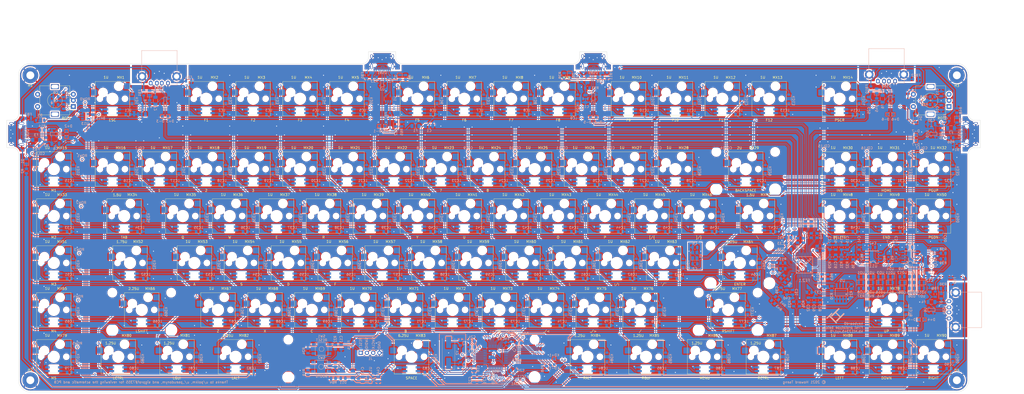
<source format=kicad_pcb>
(kicad_pcb (version 20171130) (host pcbnew "(5.1.10)-1")
  (layers (0 F.Cu signal) (31 B.Cu signal) (34 B.Paste user) (35 F.Paste user) (36 B.SilkS user) (37 F.SilkS user) (38 B.Mask user) (39 F.Mask user) (44 Edge.Cuts user))
  (net 0 "")
  (net 1 GND)
  (net 2 KEYBOARD_XTAL1)
  (net 3 KEYBOARD_XTAL2)
  (net 4 XRSTJ)
  (net 5 +3V3)
  (net 6 +1V8)
  (net 7 HUB_XIN)
  (net 8 HUB_XOUT)
  (net 9 HUB_DRV)
  (net 10 "Net-(D10-Pad1)")
  (net 11 Earth)
  (net 12 KEYBOARD_RESET)
  (net 13 COL2)
  (net 14 COL1)
  (net 15 COL3)
  (net 16 "Net-(KD1-Pad2)")
  (net 17 ROW2)
  (net 18 "Net-(KD2-Pad2)")
  (net 19 ROW4)
  (net 20 "Net-(KD3-Pad2)")
  (net 21 "Net-(KD4-Pad2)")
  (net 22 "Net-(KD5-Pad2)")
  (net 23 "Net-(KD6-Pad2)")
  (net 24 ROT1_ROW)
  (net 25 "Net-(KD7-Pad2)")
  (net 26 ROW3)
  (net 27 "Net-(KD8-Pad2)")
  (net 28 ROW5)
  (net 29 "Net-(KD9-Pad2)")
  (net 30 "Net-(KD10-Pad2)")
  (net 31 "Net-(KD11-Pad2)")
  (net 32 "Net-(KD12-Pad2)")
  (net 33 "Net-(KD13-Pad2)")
  (net 34 "Net-(KD14-Pad2)")
  (net 35 "Net-(KD15-Pad2)")
  (net 36 "Net-(KD16-Pad2)")
  (net 37 "Net-(KD17-Pad2)")
  (net 38 "Net-(KD18-Pad2)")
  (net 39 "Net-(KD19-Pad2)")
  (net 40 "Net-(KD20-Pad2)")
  (net 41 "Net-(KD21-Pad2)")
  (net 42 "Net-(KD22-Pad2)")
  (net 43 "Net-(KD23-Pad2)")
  (net 44 "Net-(KD24-Pad2)")
  (net 45 "Net-(KD25-Pad2)")
  (net 46 "Net-(KD26-Pad2)")
  (net 47 "Net-(KD27-Pad2)")
  (net 48 "Net-(KD28-Pad2)")
  (net 49 "Net-(KD29-Pad2)")
  (net 50 "Net-(KD30-Pad2)")
  (net 51 "Net-(KD31-Pad2)")
  (net 52 "Net-(KD32-Pad2)")
  (net 53 "Net-(KD33-Pad2)")
  (net 54 "Net-(KD34-Pad2)")
  (net 55 "Net-(KD35-Pad2)")
  (net 56 "Net-(KD36-Pad2)")
  (net 57 "Net-(KD37-Pad2)")
  (net 58 "Net-(KD38-Pad2)")
  (net 59 "Net-(KD39-Pad2)")
  (net 60 "Net-(KD40-Pad2)")
  (net 61 "Net-(KD41-Pad2)")
  (net 62 "Net-(KD42-Pad2)")
  (net 63 "Net-(KD43-Pad2)")
  (net 64 "Net-(KD44-Pad2)")
  (net 65 "Net-(KD45-Pad2)")
  (net 66 "Net-(KD46-Pad2)")
  (net 67 "Net-(KD47-Pad2)")
  (net 68 "Net-(KD48-Pad2)")
  (net 69 "Net-(KD49-Pad2)")
  (net 70 "Net-(KD50-Pad2)")
  (net 71 "Net-(KD51-Pad2)")
  (net 72 "Net-(KD52-Pad2)")
  (net 73 "Net-(KD53-Pad2)")
  (net 74 "Net-(KD54-Pad2)")
  (net 75 "Net-(KD55-Pad2)")
  (net 76 "Net-(KD56-Pad2)")
  (net 77 "Net-(KD57-Pad2)")
  (net 78 "Net-(KD58-Pad2)")
  (net 79 "Net-(KD59-Pad2)")
  (net 80 "Net-(KD60-Pad2)")
  (net 81 "Net-(KD61-Pad2)")
  (net 82 "Net-(KD62-Pad2)")
  (net 83 "Net-(KD63-Pad2)")
  (net 84 "Net-(KD64-Pad2)")
  (net 85 "Net-(KD65-Pad2)")
  (net 86 "Net-(KD66-Pad2)")
  (net 87 "Net-(KD67-Pad2)")
  (net 88 "Net-(KD68-Pad2)")
  (net 89 "Net-(KD69-Pad2)")
  (net 90 "Net-(KD70-Pad2)")
  (net 91 "Net-(KD71-Pad2)")
  (net 92 "Net-(KD72-Pad2)")
  (net 93 "Net-(KD73-Pad2)")
  (net 94 "Net-(KD74-Pad2)")
  (net 95 "Net-(KD75-Pad2)")
  (net 96 "Net-(KD76-Pad2)")
  (net 97 "Net-(KD77-Pad2)")
  (net 98 "Net-(KD78-Pad2)")
  (net 99 "Net-(KD79-Pad2)")
  (net 100 "Net-(KD80-Pad2)")
  (net 101 "Net-(KD81-Pad2)")
  (net 102 "Net-(KD82-Pad2)")
  (net 103 "Net-(KD83-Pad2)")
  (net 104 "Net-(KD84-Pad2)")
  (net 105 "Net-(KD85-Pad2)")
  (net 106 "Net-(KD86-Pad2)")
  (net 107 "Net-(KD87-Pad2)")
  (net 108 "Net-(KD88-Pad2)")
  (net 109 "Net-(KD89-Pad2)")
  (net 110 "Net-(KD90-Pad2)")
  (net 111 DOUT1)
  (net 112 DOUT2)
  (net 113 DOUT3)
  (net 114 DOUT4)
  (net 115 DOUT5)
  (net 116 COL0)
  (net 117 COL4)
  (net 118 COL5)
  (net 119 COL6)
  (net 120 COL7)
  (net 121 COL8)
  (net 122 KEYBOARD_SDA)
  (net 123 KEYBOARD_SCL)
  (net 124 BKL_DATA_IN)
  (net 125 ENCODER_A)
  (net 126 ENCODER_B1)
  (net 127 KEYBOARD_D+)
  (net 128 KEYBOARD_D-)
  (net 129 HUB_D+)
  (net 130 HUB_D-)
  (net 131 VBUSM)
  (net 132 HUB_LED1)
  (net 133 HUB_LED2)
  (net 134 HUB_LED3)
  (net 135 HUB_LED4)
  (net 136 HUB_LED5)
  (net 137 HUB_LED6)
  (net 138 HUB_LED7)
  (net 139 HUB_PORT5_D-)
  (net 140 HUB_PORT5_D+)
  (net 141 HUB_PORT6_D-)
  (net 142 HUB_PORT6_D+)
  (net 143 HUB_PORT7_D-)
  (net 144 HUB_PORT7_D+)
  (net 145 HUB_PORT2_D+)
  (net 146 HUB_PORT2_D-)
  (net 147 HUB_PORT3_D+)
  (net 148 HUB_PORT3_D-)
  (net 149 HUB_PORT4_D+)
  (net 150 HUB_PORT4_D-)
  (net 151 HUB_SDA)
  (net 152 "Net-(USB1-Pad3)")
  (net 153 "Net-(USB1-Pad9)")
  (net 154 "Net-(USB2-Pad3)")
  (net 155 "Net-(USB2-Pad9)")
  (net 156 BOOT0)
  (net 157 COL17)
  (net 158 COL16)
  (net 159 ROW1)
  (net 160 COL9)
  (net 161 COL10)
  (net 162 COL11)
  (net 163 COL12)
  (net 164 COL13)
  (net 165 COL14)
  (net 166 COL15)
  (net 167 ENCODER_B2)
  (net 168 BKL_DATA_IN_3V3)
  (net 169 "Net-(MX1-Pad5)")
  (net 170 "Net-(MX1-Pad4)")
  (net 171 "Net-(MX2-Pad5)")
  (net 172 "Net-(MX3-Pad5)")
  (net 173 "Net-(MX4-Pad5)")
  (net 174 "Net-(MX5-Pad5)")
  (net 175 "Net-(MX6-Pad5)")
  (net 176 "Net-(MX7-Pad5)")
  (net 177 "Net-(MX8-Pad5)")
  (net 178 "Net-(MX10-Pad4)")
  (net 179 "Net-(MX10-Pad5)")
  (net 180 "Net-(MX11-Pad5)")
  (net 181 "Net-(MX12-Pad5)")
  (net 182 "Net-(MX13-Pad5)")
  (net 183 "Net-(MX15-Pad5)")
  (net 184 "Net-(MX16-Pad5)")
  (net 185 "Net-(MX17-Pad5)")
  (net 186 "Net-(MX18-Pad5)")
  (net 187 "Net-(MX19-Pad5)")
  (net 188 "Net-(MX20-Pad5)")
  (net 189 "Net-(MX21-Pad5)")
  (net 190 "Net-(MX22-Pad5)")
  (net 191 "Net-(MX23-Pad5)")
  (net 192 "Net-(MX24-Pad5)")
  (net 193 "Net-(MX25-Pad5)")
  (net 194 "Net-(MX26-Pad5)")
  (net 195 "Net-(MX27-Pad5)")
  (net 196 "Net-(MX28-Pad5)")
  (net 197 "Net-(MX29-Pad5)")
  (net 198 "Net-(MX30-Pad5)")
  (net 199 "Net-(MX31-Pad5)")
  (net 200 "Net-(MX33-Pad5)")
  (net 201 "Net-(MX34-Pad5)")
  (net 202 "Net-(MX35-Pad5)")
  (net 203 "Net-(MX36-Pad5)")
  (net 204 "Net-(MX37-Pad5)")
  (net 205 "Net-(MX38-Pad5)")
  (net 206 "Net-(MX39-Pad5)")
  (net 207 "Net-(MX40-Pad5)")
  (net 208 "Net-(MX41-Pad5)")
  (net 209 "Net-(MX42-Pad5)")
  (net 210 "Net-(MX43-Pad5)")
  (net 211 "Net-(MX44-Pad5)")
  (net 212 "Net-(MX45-Pad5)")
  (net 213 "Net-(MX46-Pad5)")
  (net 214 "Net-(MX47-Pad5)")
  (net 215 "Net-(MX48-Pad5)")
  (net 216 "Net-(MX49-Pad5)")
  (net 217 "Net-(MX51-Pad5)")
  (net 218 "Net-(MX52-Pad5)")
  (net 219 "Net-(MX53-Pad5)")
  (net 220 "Net-(MX54-Pad5)")
  (net 221 "Net-(MX55-Pad5)")
  (net 222 "Net-(MX56-Pad5)")
  (net 223 "Net-(MX57-Pad5)")
  (net 224 "Net-(MX58-Pad5)")
  (net 225 "Net-(MX59-Pad5)")
  (net 226 "Net-(MX60-Pad5)")
  (net 227 "Net-(MX61-Pad5)")
  (net 228 "Net-(MX62-Pad5)")
  (net 229 "Net-(MX63-Pad5)")
  (net 230 "Net-(MX65-Pad5)")
  (net 231 "Net-(MX66-Pad5)")
  (net 232 "Net-(MX67-Pad5)")
  (net 233 "Net-(MX68-Pad5)")
  (net 234 "Net-(MX69-Pad5)")
  (net 235 "Net-(MX70-Pad5)")
  (net 236 "Net-(MX71-Pad5)")
  (net 237 "Net-(MX72-Pad5)")
  (net 238 "Net-(MX73-Pad5)")
  (net 239 "Net-(MX74-Pad5)")
  (net 240 "Net-(MX75-Pad5)")
  (net 241 "Net-(MX76-Pad5)")
  (net 242 "Net-(MX77-Pad5)")
  (net 243 "Net-(MX79-Pad5)")
  (net 244 "Net-(MX80-Pad5)")
  (net 245 "Net-(MX81-Pad5)")
  (net 246 "Net-(MX82-Pad5)")
  (net 247 "Net-(MX83-Pad5)")
  (net 248 "Net-(MX84-Pad5)")
  (net 249 "Net-(MX85-Pad5)")
  (net 250 "Net-(MX86-Pad5)")
  (net 251 "Net-(MX87-Pad5)")
  (net 252 "Net-(MX88-Pad5)")
  (net 253 "Net-(MX89-Pad5)")
  (net 254 "Net-(MX90-Pad5)")
  (net 255 "Net-(C6-Pad1)")
  (net 256 "Net-(D3-Pad2)")
  (net 257 "Net-(USB5-Pad3)")
  (net 258 "Net-(USB5-Pad9)")
  (net 259 "Net-(USB7-Pad3)")
  (net 260 "Net-(USB7-Pad9)")
  (net 261 "Net-(R37-Pad1)")
  (net 262 "Net-(R46-Pad1)")
  (net 263 PORT1-4_PWR)
  (net 264 OVCJ1)
  (net 265 PWRJ)
  (net 266 OVCJ5)
  (net 267 PORT5-7PWR)
  (net 268 "Net-(D5-Pad1)")
  (net 269 "Net-(D7-Pad1)")
  (net 270 "Net-(D1-Pad1)")
  (net 271 "Net-(D6-Pad1)")
  (net 272 "Net-(D8-Pad1)")
  (net 273 "Net-(D9-Pad1)")
  (net 274 "Net-(D1-Pad2)")
  (net 275 "Net-(D6-Pad2)")
  (net 276 "Net-(D8-Pad2)")
  (net 277 +5V)
  (net 278 "Net-(C25-Pad1)")
  (net 279 "Net-(C34-Pad1)")
  (net 280 "Net-(D4-Pad2)")
  (net 281 "Net-(D5-Pad2)")
  (net 282 "Net-(D7-Pad2)")
  (net 283 SWCLK)
  (net 284 SWDIO)
  (net 285 BOOT1)
  (net 286 HUB_PORT1_D-)
  (net 287 HUB_PORT1_D+)
  (net 288 KEYBOARD_5V)
  (net 289 VBUS)
  (net 290 "Net-(R36-Pad2)")
  (net 291 "Net-(FE2.1-Pad27)")
  (net 292 "Net-(C4-Pad1)")
  (net 293 "Net-(C8-Pad2)")
  (net 294 "Net-(C9-Pad1)")
  (net 295 "Net-(C10-Pad2)")
  (net 296 "Net-(C11-Pad1)")
  (net 297 "Net-(C12-Pad1)")
  (net 298 "Net-(C17-Pad1)")
  (net 299 "Net-(C30-Pad1)")
  (net 300 "Net-(C41-Pad1)")
  (net 301 "Net-(D2-Pad1)")
  (net 302 "Net-(D9-Pad2)")
  (net 303 "Net-(F8-Pad2)")
  (net 304 "Net-(R7-Pad2)")
  (net 305 "Net-(R12-Pad1)")
  (net 306 "Net-(R13-Pad1)")
  (net 307 "Net-(R14-Pad2)")
  (net 308 "Net-(R24-Pad2)")
  (net 309 "Net-(R33-Pad2)")
  (net 310 "Net-(R44-Pad1)")
  (net 311 "Net-(R47-Pad1)")
  (net 312 "Net-(R49-Pad1)")
  (net 313 "Net-(R50-Pad2)")
  (net 314 "Net-(R54-Pad1)")
  (net 315 "Net-(R56-Pad2)")
  (net 316 "Net-(R59-Pad1)")
  (net 317 "Net-(U1-Pad3)")
  (net 318 "Net-(D11-Pad1)")
  (net 319 "Net-(D12-Pad2)")
  (net 320 "Net-(D12-Pad1)")
  (net 321 "Net-(D+1-Pad1)")
  (net 322 "Net-(D+2-Pad1)")
  (net 323 "Net-(D+3-Pad1)")
  (net 324 "Net-(D+4-Pad1)")
  (net 325 "Net-(D+5-Pad1)")
  (net 326 "Net-(D-1-Pad1)")
  (net 327 "Net-(D-2-Pad1)")
  (net 328 "Net-(D-3-Pad1)")
  (net 329 "Net-(D-4-Pad1)")
  (net 330 "Net-(D-5-Pad1)")
  (net 331 "Net-(R19-Pad2)")
  (net 332 "Net-(D+6-Pad1)")
  (net 333 "Net-(D+7-Pad1)")
  (net 334 "Net-(D-6-Pad1)")
  (net 335 "Net-(D-7-Pad1)")
  (module LED_SMD:LED_0805_2012Metric (layer B.Cu) (at 441.2972 242.8722 180)
    (fp_text reference UD14 (at 0 -3.9685) (layer B.SilkS) (effects (justify mirror)))
    (fp_text value Amber)
    (pad 2 smd roundrect (at 0.9375 0 180) (size 0.975 1.4) (layers B.Cu B.Paste B.Mask) (net 316 "Net-(R59-Pad1)"))
    (pad 1 smd roundrect (at -0.9375 0 180) (size 0.975 1.4) (layers B.Cu B.Paste B.Mask) (net 9 HUB_DRV))
  )
  (module LED_SMD:LED_0805_2012Metric (layer B.Cu) (at 437.3287 242.8722 180)
    (fp_text reference UD13 (at 0 -3.9685) (layer B.SilkS) (effects (justify mirror)))
    (fp_text value Amber)
    (pad 2 smd roundrect (at 0.9375 0 180) (size 0.975 1.4) (layers B.Cu B.Paste B.Mask) (net 314 "Net-(R54-Pad1)"))
    (pad 1 smd roundrect (at -0.9375 0 180) (size 0.975 1.4) (layers B.Cu B.Paste B.Mask) (net 9 HUB_DRV))
  )
  (module LED_SMD:LED_0805_2012Metric (layer B.Cu) (at 433.3602 242.8722 180)
    (fp_text reference UD12 (at 0 3.9685) (layer B.SilkS) (effects (justify mirror)))
    (fp_text value Amber)
    (pad 2 smd roundrect (at 0.9375 0 180) (size 0.975 1.4) (layers B.Cu B.Paste B.Mask) (net 312 "Net-(R49-Pad1)"))
    (pad 1 smd roundrect (at -0.9375 0 180) (size 0.975 1.4) (layers B.Cu B.Paste B.Mask) (net 9 HUB_DRV))
  )
  (module LED_SMD:LED_0805_2012Metric (layer B.Cu) (at 428.598 242.8722)
    (fp_text reference UD11 (at 0 -3.9685) (layer B.SilkS) (effects (justify mirror)))
    (fp_text value Amber)
    (pad 2 smd roundrect (at 0.9375 0) (size 0.975 1.4) (layers B.Cu B.Paste B.Mask) (net 311 "Net-(R47-Pad1)"))
    (pad 1 smd roundrect (at -0.9375 0) (size 0.975 1.4) (layers B.Cu B.Paste B.Mask) (net 9 HUB_DRV))
  )
  (module LED_SMD:LED_0805_2012Metric (layer B.Cu) (at 424.6295 242.8722)
    (fp_text reference UD10 (at 0 3.9685) (layer B.SilkS) (effects (justify mirror)))
    (fp_text value Amber)
    (pad 2 smd roundrect (at 0.9375 0) (size 0.975 1.4) (layers B.Cu B.Paste B.Mask) (net 262 "Net-(R46-Pad1)"))
    (pad 1 smd roundrect (at -0.9375 0) (size 0.975 1.4) (layers B.Cu B.Paste B.Mask) (net 9 HUB_DRV))
  )
  (module LED_SMD:LED_0805_2012Metric (layer B.Cu) (at 420.661 242.8722)
    (fp_text reference UD9 (at 0 3.9685) (layer B.SilkS) (effects (justify mirror)))
    (fp_text value Amber)
    (pad 2 smd roundrect (at 0.9375 0) (size 0.975 1.4) (layers B.Cu B.Paste B.Mask) (net 310 "Net-(R44-Pad1)"))
    (pad 1 smd roundrect (at -0.9375 0) (size 0.975 1.4) (layers B.Cu B.Paste B.Mask) (net 9 HUB_DRV))
  )
  (module LED_SMD:LED_0805_2012Metric (layer B.Cu) (at 416.6925 242.8722)
    (fp_text reference UD8 (at 0 3.9685) (layer B.SilkS) (effects (justify mirror)))
    (fp_text value Amber)
    (pad 2 smd roundrect (at 0.9375 0) (size 0.975 1.4) (layers B.Cu B.Paste B.Mask) (net 261 "Net-(R37-Pad1)"))
    (pad 1 smd roundrect (at -0.9375 0) (size 0.975 1.4) (layers B.Cu B.Paste B.Mask) (net 9 HUB_DRV))
  )
  (module Package_QFP:LQFP-48_7x7mm_P0.5mm (layer B.Cu) (at 268.2706 273.0328)
    (fp_text reference U14 (at 0 5.85) (layer B.SilkS) (effects (justify mirror)))
    (fp_text value STM32F303CBT6)
    (pad 48 smd roundrect (at -2.75 4.1625) (size 0.3 1.475) (layers B.Cu B.Paste B.Mask) (net 5 +3V3))
    (pad 47 smd roundrect (at -2.25 4.1625) (size 0.3 1.475) (layers B.Cu B.Paste B.Mask) (net 1 GND))
    (pad 46 smd roundrect (at -1.75 4.1625) (size 0.3 1.475) (layers B.Cu B.Paste B.Mask) (net 24 ROT1_ROW))
    (pad 45 smd roundrect (at -1.25 4.1625) (size 0.3 1.475) (layers B.Cu B.Paste B.Mask) (net 159 ROW1))
    (pad 44 smd roundrect (at -0.75 4.1625) (size 0.3 1.475) (layers B.Cu B.Paste B.Mask) (net 156 BOOT0))
    (pad 43 smd roundrect (at -0.25 4.1625) (size 0.3 1.475) (layers B.Cu B.Paste B.Mask) (net 122 KEYBOARD_SDA))
    (pad 42 smd roundrect (at 0.25 4.1625) (size 0.3 1.475) (layers B.Cu B.Paste B.Mask) (net 123 KEYBOARD_SCL))
    (pad 41 smd roundrect (at 0.75 4.1625) (size 0.3 1.475) (layers B.Cu B.Paste B.Mask) (net 17 ROW2))
    (pad 40 smd roundrect (at 1.25 4.1625) (size 0.3 1.475) (layers B.Cu B.Paste B.Mask) (net 26 ROW3))
    (pad 39 smd roundrect (at 1.75 4.1625) (size 0.3 1.475) (layers B.Cu B.Paste B.Mask) (net 19 ROW4))
    (pad 38 smd roundrect (at 2.25 4.1625) (size 0.3 1.475) (layers B.Cu B.Paste B.Mask) (net 28 ROW5))
    (pad 37 smd roundrect (at 2.75 4.1625) (size 0.3 1.475) (layers B.Cu B.Paste B.Mask) (net 283 SWCLK))
    (pad 36 smd roundrect (at 4.1625 2.75) (size 1.475 0.3) (layers B.Cu B.Paste B.Mask) (net 5 +3V3))
    (pad 35 smd roundrect (at 4.1625 2.25) (size 1.475 0.3) (layers B.Cu B.Paste B.Mask) (net 1 GND))
    (pad 34 smd roundrect (at 4.1625 1.75) (size 1.475 0.3) (layers B.Cu B.Paste B.Mask) (net 284 SWDIO))
    (pad 33 smd roundrect (at 4.1625 1.25) (size 1.475 0.3) (layers B.Cu B.Paste B.Mask) (net 127 KEYBOARD_D+))
    (pad 32 smd roundrect (at 4.1625 0.75) (size 1.475 0.3) (layers B.Cu B.Paste B.Mask) (net 128 KEYBOARD_D-))
    (pad 31 smd roundrect (at 4.1625 0.25) (size 1.475 0.3) (layers B.Cu B.Paste B.Mask) (net 168 BKL_DATA_IN_3V3))
    (pad 30 smd roundrect (at 4.1625 -0.25) (size 1.475 0.3) (layers B.Cu B.Paste B.Mask) (net 157 COL17))
    (pad 29 smd roundrect (at 4.1625 -0.75) (size 1.475 0.3) (layers B.Cu B.Paste B.Mask) (net 158 COL16))
    (pad 28 smd roundrect (at 4.1625 -1.25) (size 1.475 0.3) (layers B.Cu B.Paste B.Mask) (net 166 COL15))
    (pad 27 smd roundrect (at 4.1625 -1.75) (size 1.475 0.3) (layers B.Cu B.Paste B.Mask) (net 165 COL14))
    (pad 26 smd roundrect (at 4.1625 -2.25) (size 1.475 0.3) (layers B.Cu B.Paste B.Mask) (net 164 COL13))
    (pad 25 smd roundrect (at 4.1625 -2.75) (size 1.475 0.3) (layers B.Cu B.Paste B.Mask) (net 163 COL12))
    (pad 24 smd roundrect (at 2.75 -4.1625) (size 0.3 1.475) (layers B.Cu B.Paste B.Mask) (net 5 +3V3))
    (pad 23 smd roundrect (at 2.25 -4.1625) (size 0.3 1.475) (layers B.Cu B.Paste B.Mask) (net 1 GND))
    (pad 22 smd roundrect (at 1.75 -4.1625) (size 0.3 1.475) (layers B.Cu B.Paste B.Mask) (net 162 COL11))
    (pad 21 smd roundrect (at 1.25 -4.1625) (size 0.3 1.475) (layers B.Cu B.Paste B.Mask) (net 161 COL10))
    (pad 20 smd roundrect (at 0.75 -4.1625) (size 0.3 1.475) (layers B.Cu B.Paste B.Mask) (net 285 BOOT1))
    (pad 19 smd roundrect (at 0.25 -4.1625) (size 0.3 1.475) (layers B.Cu B.Paste B.Mask) (net 167 ENCODER_B2))
    (pad 18 smd roundrect (at -0.25 -4.1625) (size 0.3 1.475) (layers B.Cu B.Paste B.Mask) (net 126 ENCODER_B1))
    (pad 17 smd roundrect (at -0.75 -4.1625) (size 0.3 1.475) (layers B.Cu B.Paste B.Mask) (net 125 ENCODER_A))
    (pad 16 smd roundrect (at -1.25 -4.1625) (size 0.3 1.475) (layers B.Cu B.Paste B.Mask) (net 160 COL9))
    (pad 15 smd roundrect (at -1.75 -4.1625) (size 0.3 1.475) (layers B.Cu B.Paste B.Mask) (net 121 COL8))
    (pad 14 smd roundrect (at -2.25 -4.1625) (size 0.3 1.475) (layers B.Cu B.Paste B.Mask) (net 120 COL7))
    (pad 13 smd roundrect (at -2.75 -4.1625) (size 0.3 1.475) (layers B.Cu B.Paste B.Mask) (net 119 COL6))
    (pad 12 smd roundrect (at -4.1625 -2.75) (size 1.475 0.3) (layers B.Cu B.Paste B.Mask) (net 118 COL5))
    (pad 11 smd roundrect (at -4.1625 -2.25) (size 1.475 0.3) (layers B.Cu B.Paste B.Mask) (net 117 COL4))
    (pad 10 smd roundrect (at -4.1625 -1.75) (size 1.475 0.3) (layers B.Cu B.Paste B.Mask) (net 15 COL3))
    (pad 9 smd roundrect (at -4.1625 -1.25) (size 1.475 0.3) (layers B.Cu B.Paste B.Mask) (net 5 +3V3))
    (pad 8 smd roundrect (at -4.1625 -0.75) (size 1.475 0.3) (layers B.Cu B.Paste B.Mask) (net 1 GND))
    (pad 7 smd roundrect (at -4.1625 -0.25) (size 1.475 0.3) (layers B.Cu B.Paste B.Mask) (net 12 KEYBOARD_RESET))
    (pad 6 smd roundrect (at -4.1625 0.25) (size 1.475 0.3) (layers B.Cu B.Paste B.Mask) (net 3 KEYBOARD_XTAL2))
    (pad 5 smd roundrect (at -4.1625 0.75) (size 1.475 0.3) (layers B.Cu B.Paste B.Mask) (net 2 KEYBOARD_XTAL1))
    (pad 4 smd roundrect (at -4.1625 1.25) (size 1.475 0.3) (layers B.Cu B.Paste B.Mask) (net 14 COL1))
    (pad 3 smd roundrect (at -4.1625 1.75) (size 1.475 0.3) (layers B.Cu B.Paste B.Mask) (net 116 COL0))
    (pad 2 smd roundrect (at -4.1625 2.25) (size 1.475 0.3) (layers B.Cu B.Paste B.Mask) (net 13 COL2))
    (pad 1 smd roundrect (at -4.1625 2.75) (size 1.475 0.3) (layers B.Cu B.Paste B.Mask) (net 5 +3V3))
  )
  (module custom-footprints:CherryMX_1.25u_PCB_KailhSocket_LTST-A683CEGBW (layer F.Cu) (at 305.5745 273.0328)
    (fp_text reference MX84 (at 3.3655 -8.636) (layer F.SilkS))
    (fp_text value RALT (at 0 8.6625) (layer F.SilkS))
    (fp_line (start -1.7 6.55) (end -1.7 3.55) (layer Edge.Cuts) (width 0.05))
    (fp_line (start 1.7 6.55) (end -1.7 6.55) (layer Edge.Cuts) (width 0.05))
    (fp_line (start 1.7 3.55) (end 1.7 6.55) (layer Edge.Cuts) (width 0.05))
    (fp_line (start -1.7 3.55) (end 1.7 3.55) (layer Edge.Cuts) (width 0.05))
    (fp_text user 1.25U (at -3.1115 -8.5725) (layer F.SilkS))
    (pad 6 smd rect (at 2.6 5.8) (size 1.8 0.9) (layers B.Cu B.Paste B.Mask) (net 277 +5V))
    (pad 5 smd rect (at 2.6 4.3) (size 1.8 0.9) (layers B.Cu B.Paste B.Mask) (net 248 "Net-(MX84-Pad5)"))
    (pad 4 smd rect (at -2.6 5.8) (size 1.8 0.9) (layers B.Cu B.Paste B.Mask) (net 247 "Net-(MX83-Pad5)"))
    (pad 3 smd rect (at -2.6 4.3) (size 1.8 0.9) (layers B.Cu B.Paste B.Mask) (net 1 GND))
    (pad 2 smd rect (at 6.015 -5.08) (size 2.55 2.5) (layers B.Cu B.Paste B.Mask) (net 104 "Net-(KD84-Pad2)"))
    (pad 1 smd rect (at -7.41 -2.54) (size 2.55 2.5) (layers B.Cu B.Paste B.Mask) (net 161 COL10))
    (pad "" np_thru_hole circle (at 2.54 -5.08) (size 3 3) (drill 3) (layers *.Cu *.Mask))
    (pad "" np_thru_hole circle (at -3.81 -2.54) (size 3 3) (drill 3) (layers *.Cu *.Mask))
    (pad "" np_thru_hole circle (at 5.08 0) (size 1.75 1.75) (drill 1.75) (layers *.Cu *.Mask))
    (pad "" np_thru_hole circle (at -5.08 0) (size 1.75 1.75) (drill 1.75) (layers *.Cu *.Mask))
    (pad "" np_thru_hole circle (at 0 0) (size 4 4) (drill 4) (layers *.Cu *.Mask))
  )
  (module custom-footprints:CherryMX_1.00u_PCB_KailhSocket_LTST-A683CEGBW (layer F.Cu) (at 407.9618 168.2644)
    (fp_text reference MX14 (at 3.3655 -8.636) (layer F.SilkS))
    (fp_text value PSCR (at 0 8.6625) (layer F.SilkS))
    (fp_line (start -1.7 3.55) (end 1.7 3.55) (layer Edge.Cuts) (width 0.05))
    (fp_line (start 1.7 3.55) (end 1.7 6.55) (layer Edge.Cuts) (width 0.05))
    (fp_line (start 1.7 6.55) (end -1.7 6.55) (layer Edge.Cuts) (width 0.05))
    (fp_line (start -1.7 6.55) (end -1.7 3.55) (layer Edge.Cuts) (width 0.05))
    (fp_text user 1U (at -2.6035 -8.6995) (layer F.SilkS))
    (pad 6 smd rect (at 2.6 5.8) (size 1.8 0.9) (layers B.Cu B.Paste B.Mask) (net 277 +5V))
    (pad 5 smd rect (at 2.6 4.3) (size 1.8 0.9) (layers B.Cu B.Paste B.Mask) (net 111 DOUT1))
    (pad 4 smd rect (at -2.6 5.8) (size 1.8 0.9) (layers B.Cu B.Paste B.Mask) (net 182 "Net-(MX13-Pad5)"))
    (pad 3 smd rect (at -2.6 4.3) (size 1.8 0.9) (layers B.Cu B.Paste B.Mask) (net 1 GND))
    (pad 2 smd rect (at 6.015 -5.08) (size 2.55 2.5) (layers B.Cu B.Paste B.Mask) (net 34 "Net-(KD14-Pad2)"))
    (pad 1 smd rect (at -7.41 -2.54) (size 2.55 2.5) (layers B.Cu B.Paste B.Mask) (net 166 COL15))
    (pad "" np_thru_hole circle (at 2.54 -5.08) (size 3 3) (drill 3) (layers *.Cu *.Mask))
    (pad "" np_thru_hole circle (at -3.81 -2.54) (size 3 3) (drill 3) (layers *.Cu *.Mask))
    (pad "" np_thru_hole circle (at 5.08 0) (size 1.75 1.75) (drill 1.75) (layers *.Cu *.Mask))
    (pad "" np_thru_hole circle (at -5.08 0) (size 1.75 1.75) (drill 1.75) (layers *.Cu *.Mask))
    (pad "" np_thru_hole circle (at 0 0) (size 4 4) (drill 4) (layers *.Cu *.Mask))
  )
  (module Resistor_SMD:R_0805_2012Metric (layer B.Cu) (at 277.795 267.4769 180)
    (fp_text reference R27 (at 0 -1.5874) (layer B.SilkS) (effects (justify mirror)))
    (fp_text value 10k)
    (pad 2 smd roundrect (at 0.9125 0 180) (size 1.025 1.4) (layers B.Cu B.Paste B.Mask) (roundrect_rratio 0.2439004878048781) (net 285 BOOT1))
    (pad 1 smd roundrect (at -0.9125 0 180) (size 1.025 1.4) (layers B.Cu B.Paste B.Mask) (roundrect_rratio 0.2439004878048781) (net 1 GND))
  )
  (module Resistor_SMD:R_0805_2012Metric (layer B.Cu) (at 230.173 178.5825 270)
    (fp_text reference R65 (at 3.1748 0 90) (layer B.SilkS) (effects (justify mirror)))
    (fp_text value 330)
    (pad 2 smd roundrect (at 0.9125 0 270) (size 1.025 1.4) (layers B.Cu B.Paste B.Mask) (roundrect_rratio 0.2439004878048781) (net 320 "Net-(D12-Pad1)"))
    (pad 1 smd roundrect (at -0.9125 0 270) (size 1.025 1.4) (layers B.Cu B.Paste B.Mask) (roundrect_rratio 0.2439004878048781) (net 1 GND))
  )
  (module LED_SMD:LED_0805_2012Metric (layer B.Cu) (at 227.7919 178.5825 90)
    (fp_text reference D12 (at -3.1748 0 90) (layer B.SilkS) (effects (justify mirror)))
    (fp_text value Red)
    (pad 2 smd roundrect (at 0.9375 0 90) (size 0.975 1.4) (layers B.Cu B.Paste B.Mask) (net 319 "Net-(D12-Pad2)"))
    (pad 1 smd roundrect (at -0.9375 0 90) (size 0.975 1.4) (layers B.Cu B.Paste B.Mask) (net 320 "Net-(D12-Pad1)"))
  )
  (module Resistor_SMD:R_0805_2012Metric (layer B.Cu) (at 202.3935 281.8085)
    (fp_text reference R64 (at 0 1.65) (layer B.SilkS) (effects (justify mirror)))
    (fp_text value 330)
    (pad 2 smd roundrect (at 0.9125 0) (size 1.025 1.4) (layers B.Cu B.Paste B.Mask) (roundrect_rratio 0.2439004878048781) (net 318 "Net-(D11-Pad1)"))
    (pad 1 smd roundrect (at -0.9125 0) (size 1.025 1.4) (layers B.Cu B.Paste B.Mask) (roundrect_rratio 0.2439004878048781) (net 1 GND))
  )
  (module LED_SMD:LED_0805_2012Metric (layer B.Cu) (at 206.362 281.7635)
    (fp_text reference D11 (at 0 1.65) (layer B.SilkS) (effects (justify mirror)))
    (fp_text value Red)
    (pad 2 smd roundrect (at 0.9375 0) (size 0.975 1.4) (layers B.Cu B.Paste B.Mask) (net 288 KEYBOARD_5V))
    (pad 1 smd roundrect (at -0.9375 0) (size 0.975 1.4) (layers B.Cu B.Paste B.Mask) (net 318 "Net-(D11-Pad1)"))
  )
  (module custom-footprints:logo (layer F.Cu) (at 406.3744 253.1903)
    (fp_text reference LOGO0 hide)
    (fp_text value Logo hide)
  )
  (module custom-footprints:CherryMX_2.25u_PCB_KailhSocket_LTST-A683CEGBW (layer F.Cu) (at 367.4831 234.9352)
    (fp_text reference MX64 (at 3.4036 -8.5852) (layer F.SilkS))
    (fp_text value ENTER (at 0 8.6625) (layer F.SilkS))
    (fp_line (start -1.7 3.55) (end 1.7 3.55) (layer Edge.Cuts) (width 0.05))
    (fp_line (start 1.7 3.55) (end 1.7 6.55) (layer Edge.Cuts) (width 0.05))
    (fp_line (start 1.7 6.55) (end -1.7 6.55) (layer Edge.Cuts) (width 0.05))
    (fp_line (start -1.7 6.55) (end -1.7 3.55) (layer Edge.Cuts) (width 0.05))
    (fp_text user 2.25U (at -3.2512 -8.5725) (layer F.SilkS))
    (pad "" np_thru_hole circle (at 11.938 -6.985) (size 3.048 3.048) (drill 3.048) (layers *.Cu *.Mask))
    (pad "" np_thru_hole circle (at -11.938 -6.985) (size 3.048 3.048) (drill 3.048) (layers *.Cu *.Mask))
    (pad "" np_thru_hole circle (at 11.938 8.255) (size 3.9878 3.9878) (drill 3.9878) (layers *.Cu *.Mask))
    (pad "" np_thru_hole circle (at -11.938 8.255) (size 3.9878 3.9878) (drill 3.9878) (layers *.Cu *.Mask))
    (pad 6 smd rect (at 2.6 5.8) (size 1.8 0.9) (layers B.Cu B.Paste B.Mask) (net 277 +5V))
    (pad 5 smd rect (at 2.6 4.3) (size 1.8 0.9) (layers B.Cu B.Paste B.Mask) (net 114 DOUT4))
    (pad 4 smd rect (at -2.6 5.8) (size 1.8 0.9) (layers B.Cu B.Paste B.Mask) (net 229 "Net-(MX63-Pad5)"))
    (pad 3 smd rect (at -2.6 4.3) (size 1.8 0.9) (layers B.Cu B.Paste B.Mask) (net 1 GND))
    (pad 2 smd rect (at 6.015 -5.08) (size 2.55 2.5) (layers B.Cu B.Paste B.Mask) (net 84 "Net-(KD64-Pad2)"))
    (pad 1 smd rect (at -7.41 -2.54) (size 2.55 2.5) (layers B.Cu B.Paste B.Mask) (net 165 COL14))
    (pad "" np_thru_hole circle (at 2.54 -5.08) (size 3 3) (drill 3) (layers *.Cu *.Mask))
    (pad "" np_thru_hole circle (at -3.81 -2.54) (size 3 3) (drill 3) (layers *.Cu *.Mask))
    (pad "" np_thru_hole circle (at 5.08 0) (size 1.75 1.75) (drill 1.75) (layers *.Cu *.Mask))
    (pad "" np_thru_hole circle (at -5.08 0) (size 1.75 1.75) (drill 1.75) (layers *.Cu *.Mask))
    (pad "" np_thru_hole circle (at 0 0) (size 4 4) (drill 4) (layers *.Cu *.Mask))
  )
  (module custom-footprints:FE2.1 (layer B.Cu) (at 393.6752 235.7289 180)
    (fp_text reference FE2.1 (at -2.3811 -6.3496) (layer B.SilkS) (effects (font (size 1.143 1.143) (thickness 0.152)) (justify left mirror)))
    (fp_text value FE2.1 hide)
    (pad 1 smd oval (at -2.75 -4.25 180) (size 0.27 1.5) (layers B.Cu B.Paste B.Mask) (net 9 HUB_DRV))
    (pad 2 smd oval (at -2.25 -4.25 180) (size 0.27 1.5) (layers B.Cu B.Paste B.Mask) (net 151 HUB_SDA))
    (pad 3 smd oval (at -1.75 -4.25 180) (size 0.27 1.5) (layers B.Cu B.Paste B.Mask) (net 132 HUB_LED1))
    (pad 4 smd oval (at -1.25 -4.25 180) (size 0.27 1.5) (layers B.Cu B.Paste B.Mask) (net 133 HUB_LED2))
    (pad 5 smd oval (at -0.75 -4.25 180) (size 0.27 1.5) (layers B.Cu B.Paste B.Mask) (net 134 HUB_LED3))
    (pad 6 smd oval (at -0.25 -4.25 180) (size 0.27 1.5) (layers B.Cu B.Paste B.Mask) (net 6 +1V8))
    (pad 7 smd oval (at 0.25 -4.25 180) (size 0.27 1.5) (layers B.Cu B.Paste B.Mask) (net 135 HUB_LED4))
    (pad 8 smd oval (at 0.75 -4.25 180) (size 0.27 1.5) (layers B.Cu B.Paste B.Mask) (net 277 +5V))
    (pad 9 smd oval (at 1.25 -4.25 180) (size 0.27 1.5) (layers B.Cu B.Paste B.Mask) (net 5 +3V3))
    (pad 10 smd oval (at 1.75 -4.25 180) (size 0.27 1.5) (layers B.Cu B.Paste B.Mask) (net 1 GND))
    (pad 11 smd oval (at 2.25 -4.25 180) (size 0.27 1.5) (layers B.Cu B.Paste B.Mask) (net 150 HUB_PORT4_D-))
    (pad 12 smd oval (at 2.75 -4.25 180) (size 0.27 1.5) (layers B.Cu B.Paste B.Mask) (net 149 HUB_PORT4_D+))
    (pad 13 smd oval (at 4.25 -2.75 180) (size 1.5 0.27) (layers B.Cu B.Paste B.Mask) (net 148 HUB_PORT3_D-))
    (pad 14 smd oval (at 4.25 -2.25 180) (size 1.5 0.27) (layers B.Cu B.Paste B.Mask) (net 147 HUB_PORT3_D+))
    (pad 15 smd oval (at 4.25 -1.75 180) (size 1.5 0.27) (layers B.Cu B.Paste B.Mask) (net 5 +3V3))
    (pad 16 smd oval (at 4.25 -1.25 180) (size 1.5 0.27) (layers B.Cu B.Paste B.Mask) (net 146 HUB_PORT2_D-))
    (pad 17 smd oval (at 4.25 -0.75 180) (size 1.5 0.27) (layers B.Cu B.Paste B.Mask) (net 145 HUB_PORT2_D+))
    (pad 18 smd oval (at 4.25 -0.25 180) (size 1.5 0.27) (layers B.Cu B.Paste B.Mask) (net 286 HUB_PORT1_D-))
    (pad 19 smd oval (at 4.25 0.25 180) (size 1.5 0.27) (layers B.Cu B.Paste B.Mask) (net 287 HUB_PORT1_D+))
    (pad 20 smd oval (at 4.25 0.75 180) (size 1.5 0.27) (layers B.Cu B.Paste B.Mask) (net 5 +3V3))
    (pad 21 smd oval (at 4.25 1.25 180) (size 1.5 0.27) (layers B.Cu B.Paste B.Mask) (net 5 +3V3))
    (pad 22 smd oval (at 4.25 1.75 180) (size 1.5 0.27) (layers B.Cu B.Paste B.Mask) (net 7 HUB_XIN))
    (pad 23 smd oval (at 4.25 2.25 180) (size 1.5 0.27) (layers B.Cu B.Paste B.Mask) (net 8 HUB_XOUT))
    (pad 24 smd oval (at 4.25 2.75 180) (size 1.5 0.27) (layers B.Cu B.Paste B.Mask) (net 1 GND))
    (pad 25 smd oval (at 2.75 4.25 180) (size 0.27 1.5) (layers B.Cu B.Paste B.Mask) (net 6 +1V8))
    (pad 26 smd oval (at 2.25 4.25 180) (size 0.27 1.5) (layers B.Cu B.Paste B.Mask) (net 5 +3V3))
    (pad 27 smd oval (at 1.75 4.25 180) (size 0.27 1.5) (layers B.Cu B.Paste B.Mask) (net 291 "Net-(FE2.1-Pad27)"))
    (pad 28 smd oval (at 1.25 4.25 180) (size 0.27 1.5) (layers B.Cu B.Paste B.Mask) (net 6 +1V8))
    (pad 29 smd oval (at 0.75 4.25 180) (size 0.27 1.5) (layers B.Cu B.Paste B.Mask) (net 130 HUB_D-))
    (pad 30 smd oval (at 0.25 4.25 180) (size 0.27 1.5) (layers B.Cu B.Paste B.Mask) (net 129 HUB_D+))
    (pad 31 smd oval (at -0.25 4.25 180) (size 0.27 1.5) (layers B.Cu B.Paste B.Mask) (net 5 +3V3))
    (pad 32 smd oval (at -0.75 4.25 180) (size 0.27 1.5) (layers B.Cu B.Paste B.Mask) (net 139 HUB_PORT5_D-))
    (pad 33 smd oval (at -1.25 4.25 180) (size 0.27 1.5) (layers B.Cu B.Paste B.Mask) (net 140 HUB_PORT5_D+))
    (pad 34 smd oval (at -1.75 4.25 180) (size 0.27 1.5) (layers B.Cu B.Paste B.Mask) (net 141 HUB_PORT6_D-))
    (pad 35 smd oval (at -2.25 4.25 180) (size 0.27 1.5) (layers B.Cu B.Paste B.Mask) (net 142 HUB_PORT6_D+))
    (pad 36 smd oval (at -2.75 4.25 180) (size 0.27 1.5) (layers B.Cu B.Paste B.Mask) (net 5 +3V3))
    (pad 37 smd oval (at -4.25 2.75 180) (size 1.5 0.27) (layers B.Cu B.Paste B.Mask) (net 143 HUB_PORT7_D-))
    (pad 38 smd oval (at -4.25 2.25 180) (size 1.5 0.27) (layers B.Cu B.Paste B.Mask) (net 144 HUB_PORT7_D+))
    (pad 39 smd oval (at -4.25 1.75 180) (size 1.5 0.27) (layers B.Cu B.Paste B.Mask) (net 1 GND))
    (pad 40 smd oval (at -4.25 1.25 180) (size 1.5 0.27) (layers B.Cu B.Paste B.Mask) (net 4 XRSTJ))
    (pad 41 smd oval (at -4.25 0.75 180) (size 1.5 0.27) (layers B.Cu B.Paste B.Mask) (net 131 VBUSM))
    (pad 42 smd oval (at -4.25 0.25 180) (size 1.5 0.27) (layers B.Cu B.Paste B.Mask) (net 5 +3V3))
    (pad 43 smd oval (at -4.25 -0.25 180) (size 1.5 0.27) (layers B.Cu B.Paste B.Mask) (net 266 OVCJ5))
    (pad 44 smd oval (at -4.25 -0.75 180) (size 1.5 0.27) (layers B.Cu B.Paste B.Mask) (net 265 PWRJ))
    (pad 45 smd oval (at -4.25 -1.25 180) (size 1.5 0.27) (layers B.Cu B.Paste B.Mask) (net 264 OVCJ1))
    (pad 46 smd oval (at -4.25 -1.75 180) (size 1.5 0.27) (layers B.Cu B.Paste B.Mask) (net 138 HUB_LED7))
    (pad 47 smd oval (at -4.25 -2.25 180) (size 1.5 0.27) (layers B.Cu B.Paste B.Mask) (net 137 HUB_LED6))
    (pad 48 smd oval (at -4.25 -2.75 180) (size 1.5 0.27) (layers B.Cu B.Paste B.Mask) (net 136 HUB_LED5))
  )
  (module Resistor_SMD:R_0805_2012Metric (layer B.Cu) (at 192.0754 270.6517 270)
    (fp_text reference R24 (at 0 1.65 90) (layer B.SilkS) (effects (justify mirror)))
    (fp_text value 330)
    (pad 2 smd roundrect (at 0.9125 0 270) (size 1.025 1.4) (layers B.Cu B.Paste B.Mask) (roundrect_rratio 0.2439004878048781) (net 308 "Net-(R24-Pad2)"))
    (pad 1 smd roundrect (at -0.9125 0 270) (size 1.025 1.4) (layers B.Cu B.Paste B.Mask) (roundrect_rratio 0.2439004878048781) (net 1 GND))
  )
  (module Resistor_SMD:R_0805_2012Metric (layer B.Cu) (at 203.1872 276.2076 270)
    (fp_text reference R25 (at 0 -1.5874 90) (layer B.SilkS) (effects (justify mirror)))
    (fp_text value 10k)
    (pad 2 smd roundrect (at 0.9125 0 270) (size 1.025 1.4) (layers B.Cu B.Paste B.Mask) (roundrect_rratio 0.2439004878048781) (net 1 GND))
    (pad 1 smd roundrect (at -0.9125 0 270) (size 1.025 1.4) (layers B.Cu B.Paste B.Mask) (roundrect_rratio 0.2439004878048781) (net 156 BOOT0))
  )
  (module Resistor_SMD:R_0805_2012Metric (layer B.Cu) (at 192.0754 279.3824 90)
    (fp_text reference R19 (at 0 -1.5874 90) (layer B.SilkS) (effects (justify mirror)))
    (fp_text value 1k)
    (pad 2 smd roundrect (at 0.9125 0 90) (size 1.025 1.4) (layers B.Cu B.Paste B.Mask) (roundrect_rratio 0.2439004878048781) (net 331 "Net-(R19-Pad2)"))
    (pad 1 smd roundrect (at -0.9125 0 90) (size 1.025 1.4) (layers B.Cu B.Paste B.Mask) (roundrect_rratio 0.2439004878048781) (net 5 +3V3))
  )
  (module Resistor_SMD:R_0805_2012Metric (layer B.Cu) (at 453.2027 184.1384)
    (fp_text reference R56 (at 0 1.65) (layer B.SilkS) (effects (justify mirror)))
    (fp_text value 56K)
    (pad 2 smd roundrect (at 0.9125 0) (size 1.025 1.4) (layers B.Cu B.Paste B.Mask) (roundrect_rratio 0.2439004878048781) (net 315 "Net-(R56-Pad2)"))
    (pad 1 smd roundrect (at -0.9125 0) (size 1.025 1.4) (layers B.Cu B.Paste B.Mask) (roundrect_rratio 0.2439004878048781) (net 299 "Net-(C30-Pad1)"))
  )
  (module Resistor_SMD:R_0805_2012Metric (layer B.Cu) (at 449.2342 180.1699 270)
    (fp_text reference R50 (at 3.1748 0 90) (layer B.SilkS) (effects (justify mirror)))
    (fp_text value 56K)
    (pad 2 smd roundrect (at 0.9125 0 270) (size 1.025 1.4) (layers B.Cu B.Paste B.Mask) (roundrect_rratio 0.2439004878048781) (net 313 "Net-(R50-Pad2)"))
    (pad 1 smd roundrect (at -0.9125 0 270) (size 1.025 1.4) (layers B.Cu B.Paste B.Mask) (roundrect_rratio 0.2439004878048781) (net 299 "Net-(C30-Pad1)"))
  )
  (module Resistor_SMD:R_0805_2012Metric (layer B.Cu) (at 84.1322 180.9636 180)
    (fp_text reference R14 (at 0 1.65) (layer B.SilkS) (effects (justify mirror)))
    (fp_text value 56K)
    (pad 2 smd roundrect (at 0.9125 0 180) (size 1.025 1.4) (layers B.Cu B.Paste B.Mask) (roundrect_rratio 0.2439004878048781) (net 307 "Net-(R14-Pad2)"))
    (pad 1 smd roundrect (at -0.9125 0 180) (size 1.025 1.4) (layers B.Cu B.Paste B.Mask) (roundrect_rratio 0.2439004878048781) (net 255 "Net-(C6-Pad1)"))
  )
  (module Resistor_SMD:R_0805_2012Metric (layer B.Cu) (at 85.7196 184.9321 90)
    (fp_text reference R7 (at -2.3811 0 180) (layer B.SilkS) (effects (justify mirror)))
    (fp_text value 56K)
    (pad 2 smd roundrect (at 0.9125 0 90) (size 1.025 1.4) (layers B.Cu B.Paste B.Mask) (roundrect_rratio 0.2439004878048781) (net 304 "Net-(R7-Pad2)"))
    (pad 1 smd roundrect (at -0.9125 0 90) (size 1.025 1.4) (layers B.Cu B.Paste B.Mask) (roundrect_rratio 0.2439004878048781) (net 255 "Net-(C6-Pad1)"))
  )
  (module Resistor_SMD:R_0805_2012Metric (layer B.Cu) (at 203.1872 269.0643 90)
    (fp_text reference R22 (at 3.1748 0 90) (layer B.SilkS) (effects (justify mirror)))
    (fp_text value 10k)
    (pad 2 smd roundrect (at 0.9125 0 90) (size 1.025 1.4) (layers B.Cu B.Paste B.Mask) (roundrect_rratio 0.2439004878048781) (net 12 KEYBOARD_RESET))
    (pad 1 smd roundrect (at -0.9125 0 90) (size 1.025 1.4) (layers B.Cu B.Paste B.Mask) (roundrect_rratio 0.2439004878048781) (net 5 +3V3))
  )
  (module Package_TO_SOT_SMD:SOT-23-5 (layer B.Cu) (at 224.6171 168.2644 90)
    (fp_text reference U1 (at 0 2.77795 90) (layer B.SilkS) (effects (justify mirror)))
    (fp_text value SD00HA)
    (pad 5 smd rect (at 1.1 0.95 90) (size 1.06 0.65) (layers B.Cu B.Paste B.Mask) (net 289 VBUS))
    (pad 4 smd rect (at 1.1 -0.95 90) (size 1.06 0.65) (layers B.Cu B.Paste B.Mask) (net 289 VBUS))
    (pad 3 smd rect (at -1.1 -0.95 90) (size 1.06 0.65) (layers B.Cu B.Paste B.Mask) (net 317 "Net-(U1-Pad3)"))
    (pad 2 smd rect (at -1.1 0 90) (size 1.06 0.65) (layers B.Cu B.Paste B.Mask) (net 1 GND))
    (pad 1 smd rect (at -1.1 0.95 90) (size 1.06 0.65) (layers B.Cu B.Paste B.Mask) (net 319 "Net-(D12-Pad2)"))
  )
  (module random-keyboard-parts:SKQG-1155865 (layer B.Cu) (at 197.4624 277.0835 180)
    (fp_text reference SW2 (at -0.1689 3.65385) (layer B.SilkS) (effects (justify mirror)))
    (fp_text value SW_Push)
    (pad 4 smd rect (at -3.1 -1.85 180) (size 1.8 1.1) (layers B.Cu B.Paste B.Mask))
    (pad 3 smd rect (at 3.1 1.85 180) (size 1.8 1.1) (layers B.Cu B.Paste B.Mask))
    (pad 2 smd rect (at -3.1 1.85 180) (size 1.8 1.1) (layers B.Cu B.Paste B.Mask) (net 156 BOOT0))
    (pad 1 smd rect (at 3.1 -1.85 180) (size 1.8 1.1) (layers B.Cu B.Paste B.Mask) (net 331 "Net-(R19-Pad2)"))
  )
  (module Fuse:Fuse_1206_3216Metric (layer B.Cu) (at 235.7289 179.3762)
    (fp_text reference F1 (at 0 1.82) (layer B.SilkS) (effects (justify mirror)))
    (fp_text value 500mA)
    (pad 2 smd roundrect (at 1.4 0) (size 1.25 1.75) (layers B.Cu B.Paste B.Mask) (roundrect_rratio 0.2) (net 277 +5V))
    (pad 1 smd roundrect (at -1.4 0) (size 1.25 1.75) (layers B.Cu B.Paste B.Mask) (roundrect_rratio 0.2) (net 277 +5V))
  )
  (module Resistor_SMD:R_0805_2012Metric (layer B.Cu) (at 310.73355 159.5337 180)
    (fp_text reference R36 (at 0 -1.5874) (layer B.SilkS) (effects (justify mirror)))
    (fp_text value 56K)
    (pad 2 smd roundrect (at 0.9125 0 180) (size 1.025 1.4) (layers B.Cu B.Paste B.Mask) (roundrect_rratio 0.2439004878048781) (net 290 "Net-(R36-Pad2)"))
    (pad 1 smd roundrect (at -0.9125 0 180) (size 1.025 1.4) (layers B.Cu B.Paste B.Mask) (roundrect_rratio 0.2439004878048781) (net 298 "Net-(C17-Pad1)"))
  )
  (module Resistor_SMD:R_0805_2012Metric (layer B.Cu) (at 305.5745 163.89905)
    (fp_text reference R33 (at 3.1748 0) (layer B.SilkS) (effects (justify mirror)))
    (fp_text value 56K)
    (pad 2 smd roundrect (at 0.9125 0) (size 1.025 1.4) (layers B.Cu B.Paste B.Mask) (roundrect_rratio 0.2439004878048781) (net 309 "Net-(R33-Pad2)"))
    (pad 1 smd roundrect (at -0.9125 0) (size 1.025 1.4) (layers B.Cu B.Paste B.Mask) (roundrect_rratio 0.2439004878048781) (net 298 "Net-(C17-Pad1)"))
  )
  (module TestPoint:TestPoint_Pad_1.0x1.0mm (layer B.Cu) (at 429.78855 174.614 90)
    (fp_text reference D+6 (at -1.98425 0.7937 180) (layer B.SilkS) (effects (justify mirror)))
    (fp_text value TestPoint_Small)
    (pad 1 smd rect (at 0 0 90) (size 1 1) (layers B.Cu B.Mask) (net 332 "Net-(D+6-Pad1)"))
  )
  (module custom-footprints:CherryMX_6.25u_PCB_KailhSocket_LTST-A683CEGBW (layer F.Cu) (at 234.1415 273.0328)
    (fp_text reference MX83 (at 3.7084 -8.5852) (layer F.SilkS))
    (fp_text value SPACE (at 0 8.6625) (layer F.SilkS))
    (fp_line (start -1.7 6.55) (end -1.7 3.55) (layer Edge.Cuts) (width 0.05))
    (fp_line (start 1.7 6.55) (end -1.7 6.55) (layer Edge.Cuts) (width 0.05))
    (fp_line (start 1.7 3.55) (end 1.7 6.55) (layer Edge.Cuts) (width 0.05))
    (fp_line (start -1.7 3.55) (end 1.7 3.55) (layer Edge.Cuts) (width 0.05))
    (fp_text user 6.25U (at -3.2385 -8.5852) (layer F.SilkS))
    (pad "" np_thru_hole circle (at 49.99355 -6.9596) (size 3.048 3.048) (drill 3.048) (layers *.Cu *.Mask))
    (pad "" np_thru_hole circle (at 49.99355 8.2804) (size 3.9878 3.9878) (drill 3.9878) (layers *.Cu *.Mask))
    (pad "" np_thru_hole circle (at -50.00625 -6.9596) (size 3.048 3.048) (drill 3.048) (layers *.Cu *.Mask))
    (pad "" np_thru_hole circle (at -50.00625 8.2804) (size 3.9878 3.9878) (drill 3.9878) (layers *.Cu *.Mask))
    (pad 6 smd rect (at 2.6 5.8) (size 1.8 0.9) (layers B.Cu B.Paste B.Mask) (net 277 +5V))
    (pad 5 smd rect (at 2.6 4.3) (size 1.8 0.9) (layers B.Cu B.Paste B.Mask) (net 247 "Net-(MX83-Pad5)"))
    (pad 4 smd rect (at -2.6 5.8) (size 1.8 0.9) (layers B.Cu B.Paste B.Mask) (net 246 "Net-(MX82-Pad5)"))
    (pad 3 smd rect (at -2.6 4.3) (size 1.8 0.9) (layers B.Cu B.Paste B.Mask) (net 1 GND))
    (pad 2 smd rect (at 6.015 -5.08) (size 2.55 2.5) (layers B.Cu B.Paste B.Mask) (net 103 "Net-(KD83-Pad2)"))
    (pad 1 smd rect (at -7.41 -2.54) (size 2.55 2.5) (layers B.Cu B.Paste B.Mask) (net 119 COL6))
    (pad "" np_thru_hole circle (at 2.54 -5.08) (size 3 3) (drill 3) (layers *.Cu *.Mask))
    (pad "" np_thru_hole circle (at -3.81 -2.54) (size 3 3) (drill 3) (layers *.Cu *.Mask))
    (pad "" np_thru_hole circle (at 5.08 0) (size 1.75 1.75) (drill 1.75) (layers *.Cu *.Mask))
    (pad "" np_thru_hole circle (at -5.08 0) (size 1.75 1.75) (drill 1.75) (layers *.Cu *.Mask))
    (pad "" np_thru_hole circle (at 0 0) (size 4 4) (drill 4) (layers *.Cu *.Mask))
  )
  (module TestPoint:TestPoint_Pad_1.0x1.0mm (layer B.Cu) (at 292.0816 276.2076)
    (fp_text reference KD-1 (at 0 1.448) (layer B.SilkS) (effects (justify mirror)))
    (fp_text value TestPoint_Small)
    (pad 1 smd rect (at 0 0) (size 1 1) (layers B.Cu B.Mask) (net 127 KEYBOARD_D+))
  )
  (module TestPoint:TestPoint_Pad_1.0x1.0mm (layer B.Cu) (at 292.0816 273.8265 180)
    (fp_text reference KD+1 (at 0 1.448) (layer B.SilkS) (effects (justify mirror)))
    (fp_text value TestPoint_Small)
    (pad 1 smd rect (at 0 0 180) (size 1 1) (layers B.Cu B.Mask) (net 128 KEYBOARD_D-))
  )
  (module TestPoint:TestPoint_Pad_1.0x1.0mm (layer B.Cu) (at 438.9161 185.32895)
    (fp_text reference D+7 (at 0 1.5874) (layer B.SilkS) (effects (justify mirror)))
    (fp_text value TestPoint_Small)
    (pad 1 smd rect (at 0 0) (size 1 1) (layers B.Cu B.Mask) (net 333 "Net-(D+7-Pad1)"))
  )
  (module TestPoint:TestPoint_Pad_1.0x1.0mm (layer B.Cu) (at 438.9161 182.94785 180)
    (fp_text reference D-7 (at 0 1.5874) (layer B.SilkS) (effects (justify mirror)))
    (fp_text value TestPoint_Small)
    (pad 1 smd rect (at 0 0 180) (size 1 1) (layers B.Cu B.Mask) (net 335 "Net-(D-7-Pad1)"))
  )
  (module TestPoint:TestPoint_Pad_1.0x1.0mm (layer B.Cu) (at 427.40745 174.614 270)
    (fp_text reference D-6 (at 1.98425 0.7937 180) (layer B.SilkS) (effects (justify mirror)))
    (fp_text value TestPoint_Small)
    (pad 1 smd rect (at 0 0 270) (size 1 1) (layers B.Cu B.Mask) (net 334 "Net-(D-6-Pad1)"))
  )
  (module TestPoint:TestPoint_Pad_1.0x1.0mm (layer B.Cu) (at 309.14615 175.80455 90)
    (fp_text reference D+5 (at -1.98425 0.7937 180) (layer B.SilkS) (effects (justify mirror)))
    (fp_text value TestPoint_Small)
    (pad 1 smd rect (at 0 0 90) (size 1 1) (layers B.Cu B.Mask) (net 325 "Net-(D+5-Pad1)"))
  )
  (module TestPoint:TestPoint_Pad_1.0x1.0mm (layer B.Cu) (at 306.76505 175.80455 270)
    (fp_text reference D-5 (at 1.98425 1.19055 180) (layer B.SilkS) (effects (justify mirror)))
    (fp_text value TestPoint_Small)
    (pad 1 smd rect (at 0 0 270) (size 1 1) (layers B.Cu B.Mask) (net 330 "Net-(D-5-Pad1)"))
  )
  (module TestPoint:TestPoint_Pad_1.0x1.0mm (layer B.Cu) (at 440.10665 257.9525 270)
    (fp_text reference D-4 (at 0 2.77795 180) (layer B.SilkS) (effects (justify mirror)))
    (fp_text value TestPoint_Small)
    (pad 1 smd rect (at 0 0 270) (size 1 1) (layers B.Cu B.Mask) (net 329 "Net-(D-4-Pad1)"))
  )
  (module TestPoint:TestPoint_Pad_1.0x1.0mm (layer B.Cu) (at 442.48775 257.9525 90)
    (fp_text reference D+4 (at 0 2.77795 180) (layer B.SilkS) (effects (justify mirror)))
    (fp_text value TestPoint_Small)
    (pad 1 smd rect (at 0 0 90) (size 1 1) (layers B.Cu B.Mask) (net 324 "Net-(D+4-Pad1)"))
  )
  (module TestPoint:TestPoint_Pad_1.0x1.0mm (layer B.Cu) (at 94.05345 181.36045 180)
    (fp_text reference D+2 (at -0.7937 1.98425) (layer B.SilkS) (effects (justify mirror)))
    (fp_text value TestPoint_Small)
    (pad 1 smd rect (at 0 0 180) (size 1 1) (layers B.Cu B.Mask) (net 322 "Net-(D+2-Pad1)"))
  )
  (module TestPoint:TestPoint_Pad_1.0x1.0mm (layer B.Cu) (at 94.05345 183.74155)
    (fp_text reference D-2 (at 0.7937 1.98425) (layer B.SilkS) (effects (justify mirror)))
    (fp_text value TestPoint_Small)
    (pad 1 smd rect (at 0 0) (size 1 1) (layers B.Cu B.Mask) (net 327 "Net-(D-2-Pad1)"))
  )
  (module TestPoint:TestPoint_Pad_1.0x1.0mm (layer B.Cu) (at 132.94475 175.4077 270)
    (fp_text reference D-3 (at 1.98425 0.7937 180) (layer B.SilkS) (effects (justify mirror)))
    (fp_text value TestPoint_Small)
    (pad 1 smd rect (at 0 0 270) (size 1 1) (layers B.Cu B.Mask) (net 328 "Net-(D-3-Pad1)"))
  )
  (module TestPoint:TestPoint_Pad_1.0x1.0mm (layer B.Cu) (at 135.32585 175.4077 90)
    (fp_text reference D+3 (at -1.98425 0.7937 180) (layer B.SilkS) (effects (justify mirror)))
    (fp_text value TestPoint_Small)
    (pad 1 smd rect (at 0 0 90) (size 1 1) (layers B.Cu B.Mask) (net 323 "Net-(D+3-Pad1)"))
  )
  (module TestPoint:TestPoint_Pad_1.0x1.0mm (layer B.Cu) (at 223.42655 179.3762 180)
    (fp_text reference D+1 (at -0.7937 -1.98425 180) (layer B.SilkS) (effects (justify mirror)))
    (fp_text value TestPoint_Small)
    (pad 1 smd rect (at 0 0 180) (size 1 1) (layers B.Cu B.Mask) (net 321 "Net-(D+1-Pad1)"))
  )
  (module TestPoint:TestPoint_Pad_1.0x1.0mm (layer B.Cu) (at 221.04545 179.3762 180)
    (fp_text reference D-1 (at 0.7937 -1.98425 180) (layer B.SilkS) (effects (justify mirror)))
    (fp_text value TestPoint_Small)
    (pad 1 smd rect (at 0 0 180) (size 1 1) (layers B.Cu B.Mask) (net 326 "Net-(D-1-Pad1)"))
  )
  (module TestPoint:TestPoint_THTPad_D1.0mm_Drill0.5mm (layer B.Cu) (at 279.3824 265.0958 180)
    (fp_text reference BOOT1 (at 0 1.448) (layer B.SilkS) (effects (justify mirror)))
    (fp_text value TestPoint_Small)
    (pad 1 thru_hole circle (at 0 0 180) (size 1 1) (drill 0.5) (layers *.Cu *.Mask) (net 285 BOOT1))
  )
  (module TestPoint:TestPoint_THTPad_D1.0mm_Drill0.5mm (layer B.Cu) (at 265.8895 281.7635 90)
    (fp_text reference BOOT0 (at 0 1.448 90) (layer B.SilkS) (effects (justify mirror)))
    (fp_text value TestPoint_Small)
    (pad 1 thru_hole circle (at 0 0 90) (size 1 1) (drill 0.5) (layers *.Cu *.Mask) (net 156 BOOT0))
  )
  (module Connector_PinSocket_2.54mm:PinSocket_1x04_P2.54mm_Vertical (layer B.Cu) (at 213.5053 271.4454 270)
    (fp_text reference J1 (at 2.3811 -3.9685 180) (layer B.SilkS) (effects (justify mirror)))
    (fp_text value Conn_01x04)
    (pad 4 thru_hole oval (at 0 -7.62 270) (size 1.7 1.7) (drill 1) (layers *.Cu *.Mask) (net 1 GND))
    (pad 3 thru_hole oval (at 0 -5.08 270) (size 1.7 1.7) (drill 1) (layers *.Cu *.Mask) (net 283 SWCLK))
    (pad 2 thru_hole oval (at 0 -2.54 270) (size 1.7 1.7) (drill 1) (layers *.Cu *.Mask) (net 284 SWDIO))
    (pad 1 thru_hole rect (at 0 0 270) (size 1.7 1.7) (drill 1) (layers *.Cu *.Mask) (net 12 KEYBOARD_RESET))
  )
  (module Capacitor_SMD:C_0805_2012Metric (layer B.Cu) (at 205.5683 269.0643 270)
    (fp_text reference C13 (at -3.1748 0 90) (layer B.SilkS) (effects (justify mirror)))
    (fp_text value 100nF)
    (pad 2 smd roundrect (at 0.95 0 270) (size 1 1.45) (layers B.Cu B.Paste B.Mask) (net 1 GND))
    (pad 1 smd roundrect (at -0.95 0 270) (size 1 1.45) (layers B.Cu B.Paste B.Mask) (net 12 KEYBOARD_RESET))
  )
  (module TestPoint:TestPoint_THTPad_D1.0mm_Drill0.5mm (layer B.Cu) (at 254.7777 272.2391 90)
    (fp_text reference X2 (at 0 1.448 90) (layer B.SilkS) (effects (justify mirror)))
    (fp_text value TestPoint_Small)
    (pad 1 thru_hole circle (at 0 0 90) (size 1 1) (drill 0.5) (layers *.Cu *.Mask) (net 3 KEYBOARD_XTAL2))
  )
  (module TestPoint:TestPoint_THTPad_D1.0mm_Drill0.5mm (layer B.Cu) (at 257.1588 274.6202 90)
    (fp_text reference X1 (at 0 1.448 90) (layer B.SilkS) (effects (justify mirror)))
    (fp_text value TestPoint_Small)
    (pad 1 thru_hole circle (at 0 0 90) (size 1 1) (drill 0.5) (layers *.Cu *.Mask) (net 2 KEYBOARD_XTAL1))
  )
  (module Capacitor_SMD:C_0805_2012Metric (layer B.Cu) (at 259.5399 277.795 270)
    (fp_text reference C18 (at 0 -1.5874 90) (layer B.SilkS) (effects (justify mirror)))
    (fp_text value 100nF)
    (pad 2 smd roundrect (at 0.95 0 270) (size 1 1.45) (layers B.Cu B.Paste B.Mask) (net 1 GND))
    (pad 1 smd roundrect (at -0.95 0 270) (size 1 1.45) (layers B.Cu B.Paste B.Mask) (net 5 +3V3))
  )
  (module Crystal:Crystal_SMD_HC49-SD (layer B.Cu) (at 249.2218 271.4454 90)
    (fp_text reference Y2 (at 0 3.55 90) (layer B.SilkS) (effects (justify mirror)))
    (fp_text value 8MHz)
    (pad 2 smd rect (at 4.25 0 90) (size 4.5 2) (layers B.Cu B.Paste B.Mask) (net 3 KEYBOARD_XTAL2))
    (pad 1 smd rect (at -4.25 0 90) (size 4.5 2) (layers B.Cu B.Paste B.Mask) (net 2 KEYBOARD_XTAL1))
  )
  (module TestPoint:TestPoint_THTPad_D1.0mm_Drill0.5mm (layer B.Cu) (at 107.1495 174.614)
    (fp_text reference BKL5 (at 0.7937 1.5874) (layer B.SilkS) (effects (justify mirror)))
    (fp_text value TestPoint_Small)
    (pad 1 thru_hole circle (at 0 0) (size 1 1) (drill 0.5) (layers *.Cu *.Mask) (net 124 BKL_DATA_IN))
  )
  (module TestPoint:TestPoint_THTPad_D1.0mm_Drill0.5mm (layer B.Cu) (at 428.598 227.7919 180)
    (fp_text reference 5-7 (at 0 1.448) (layer B.SilkS) (effects (justify mirror)))
    (fp_text value TestPoint_Small)
    (pad 1 thru_hole circle (at 0 0 180) (size 1 1) (drill 0.5) (layers *.Cu *.Mask) (net 267 PORT5-7PWR))
  )
  (module TestPoint:TestPoint_THTPad_D1.0mm_Drill0.5mm (layer B.Cu) (at 441.2972 235.7289 90)
    (fp_text reference 1-4 (at -1.5874 0 180) (layer B.SilkS) (effects (justify mirror)))
    (fp_text value TestPoint_Small)
    (pad 1 thru_hole circle (at 0 0 90) (size 1 1) (drill 0.5) (layers *.Cu *.Mask) (net 263 PORT1-4_PWR))
  )
  (module Capacitor_SMD:C_1206_3216Metric (layer B.Cu) (at 241.2848 179.3762)
    (fp_text reference C1 (at 0 1.85) (layer B.SilkS) (effects (justify mirror)))
    (fp_text value 100uF)
    (pad 2 smd roundrect (at 1.475 0) (size 1.15 1.8) (layers B.Cu B.Paste B.Mask) (roundrect_rratio 0.2173904347826087) (net 1 GND))
    (pad 1 smd roundrect (at -1.475 0) (size 1.15 1.8) (layers B.Cu B.Paste B.Mask) (roundrect_rratio 0.2173904347826087) (net 277 +5V))
  )
  (module TestPoint:TestPoint_THTPad_D1.0mm_Drill0.5mm (layer B.Cu) (at 271.4454 264.3021)
    (fp_text reference ENCB2 (at 0 1.448) (layer B.SilkS) (effects (justify mirror)))
    (fp_text value TestPoint_Small)
    (pad 1 thru_hole circle (at 0 0) (size 1 1) (drill 0.5) (layers *.Cu *.Mask) (net 167 ENCODER_B2))
  )
  (module LED_SMD:LED_0805_2012Metric (layer B.Cu) (at 229.3793 159.5337 270)
    (fp_text reference D2 (at 0 1.65 90) (layer B.SilkS) (effects (justify mirror)))
    (fp_text value Red)
    (pad 2 smd roundrect (at 0.9375 0 270) (size 0.975 1.4) (layers B.Cu B.Paste B.Mask) (net 289 VBUS))
    (pad 1 smd roundrect (at -0.9375 0 270) (size 0.975 1.4) (layers B.Cu B.Paste B.Mask) (net 301 "Net-(D2-Pad1)"))
  )
  (module LED_SMD:LED_0805_2012Metric (layer B.Cu) (at 455.5838 176.9951 270)
    (fp_text reference D9 (at 0 -1.5874 90) (layer B.SilkS) (effects (justify mirror)))
    (fp_text value Red)
    (pad 2 smd roundrect (at 0.9375 0 270) (size 0.975 1.4) (layers B.Cu B.Paste B.Mask) (net 302 "Net-(D9-Pad2)"))
    (pad 1 smd roundrect (at -0.9375 0 270) (size 0.975 1.4) (layers B.Cu B.Paste B.Mask) (net 273 "Net-(D9-Pad1)"))
  )
  (module LED_SMD:LED_0805_2012Metric (layer B.Cu) (at 298.4312 158.74 270)
    (fp_text reference D6 (at 0 -1.5874 90) (layer B.SilkS) (effects (justify mirror)))
    (fp_text value Red)
    (pad 2 smd roundrect (at 0.9375 0 270) (size 0.975 1.4) (layers B.Cu B.Paste B.Mask) (net 275 "Net-(D6-Pad2)"))
    (pad 1 smd roundrect (at -0.9375 0 270) (size 0.975 1.4) (layers B.Cu B.Paste B.Mask) (net 271 "Net-(D6-Pad1)"))
  )
  (module LED_SMD:LED_0805_2012Metric (layer B.Cu) (at 77.7826 193.6628 90)
    (fp_text reference D1 (at 0 -1.5874 90) (layer B.SilkS) (effects (justify mirror)))
    (fp_text value Red)
    (pad 2 smd roundrect (at 0.9375 0 90) (size 0.975 1.4) (layers B.Cu B.Paste B.Mask) (net 274 "Net-(D1-Pad2)"))
    (pad 1 smd roundrect (at -0.9375 0 90) (size 0.975 1.4) (layers B.Cu B.Paste B.Mask) (net 270 "Net-(D1-Pad1)"))
  )
  (module Resistor_SMD:R_0805_2012Metric (layer B.Cu) (at 231.7604 159.5337 90)
    (fp_text reference R8 (at 0 1.65 90) (layer B.SilkS) (effects (justify mirror)))
    (fp_text value 330)
    (pad 2 smd roundrect (at 0.9125 0 90) (size 1.025 1.4) (layers B.Cu B.Paste B.Mask) (roundrect_rratio 0.2439004878048781) (net 301 "Net-(D2-Pad1)"))
    (pad 1 smd roundrect (at -0.9125 0 90) (size 1.025 1.4) (layers B.Cu B.Paste B.Mask) (roundrect_rratio 0.2439004878048781) (net 1 GND))
  )
  (module Resistor_SMD:R_0805_2012Metric (layer B.Cu) (at 455.5838 173.0266 270)
    (fp_text reference R48 (at 0 -1.5874 90) (layer B.SilkS) (effects (justify mirror)))
    (fp_text value 330)
    (pad 2 smd roundrect (at 0.9125 0 270) (size 1.025 1.4) (layers B.Cu B.Paste B.Mask) (roundrect_rratio 0.2439004878048781) (net 273 "Net-(D9-Pad1)"))
    (pad 1 smd roundrect (at -0.9125 0 270) (size 1.025 1.4) (layers B.Cu B.Paste B.Mask) (roundrect_rratio 0.2439004878048781) (net 1 GND))
  )
  (module Resistor_SMD:R_0805_2012Metric (layer B.Cu) (at 423.0421 169.0581 90)
    (fp_text reference R45 (at -3.1748 0 90) (layer B.SilkS) (effects (justify mirror)))
    (fp_text value 330)
    (pad 2 smd roundrect (at 0.9125 0 90) (size 1.025 1.4) (layers B.Cu B.Paste B.Mask) (roundrect_rratio 0.2439004878048781) (net 272 "Net-(D8-Pad1)"))
    (pad 1 smd roundrect (at -0.9125 0 90) (size 1.025 1.4) (layers B.Cu B.Paste B.Mask) (roundrect_rratio 0.2439004878048781) (net 1 GND))
  )
  (module Resistor_SMD:R_0805_2012Metric (layer B.Cu) (at 296.0501 158.74 90)
    (fp_text reference R28 (at 0 -1.5874 90) (layer B.SilkS) (effects (justify mirror)))
    (fp_text value 330)
    (pad 2 smd roundrect (at 0.9125 0 90) (size 1.025 1.4) (layers B.Cu B.Paste B.Mask) (roundrect_rratio 0.2439004878048781) (net 271 "Net-(D6-Pad1)"))
    (pad 1 smd roundrect (at -0.9125 0 90) (size 1.025 1.4) (layers B.Cu B.Paste B.Mask) (roundrect_rratio 0.2439004878048781) (net 1 GND))
  )
  (module Resistor_SMD:R_0805_2012Metric (layer B.Cu) (at 450.0279 245.2533 180)
    (fp_text reference R30 (at 0 1.65) (layer B.SilkS) (effects (justify mirror)))
    (fp_text value 330)
    (pad 2 smd roundrect (at 0.9125 0 180) (size 1.025 1.4) (layers B.Cu B.Paste B.Mask) (roundrect_rratio 0.2439004878048781) (net 269 "Net-(D7-Pad1)"))
    (pad 1 smd roundrect (at -0.9125 0 180) (size 1.025 1.4) (layers B.Cu B.Paste B.Mask) (roundrect_rratio 0.2439004878048781) (net 1 GND))
  )
  (module Resistor_SMD:R_0805_2012Metric (layer B.Cu) (at 77.7826 197.6313 90)
    (fp_text reference R2 (at 0 -1.5874 90) (layer B.SilkS) (effects (justify mirror)))
    (fp_text value 330)
    (pad 2 smd roundrect (at 0.9125 0 90) (size 1.025 1.4) (layers B.Cu B.Paste B.Mask) (roundrect_rratio 0.2439004878048781) (net 270 "Net-(D1-Pad1)"))
    (pad 1 smd roundrect (at -0.9125 0 90) (size 1.025 1.4) (layers B.Cu B.Paste B.Mask) (roundrect_rratio 0.2439004878048781) (net 1 GND))
  )
  (module Resistor_SMD:R_0805_2012Metric (layer B.Cu) (at 127.7857 169.8518 90)
    (fp_text reference R10 (at 0 -1.5874 90) (layer B.SilkS) (effects (justify mirror)))
    (fp_text value 330)
    (pad 2 smd roundrect (at 0.9125 0 90) (size 1.025 1.4) (layers B.Cu B.Paste B.Mask) (roundrect_rratio 0.2439004878048781) (net 268 "Net-(D5-Pad1)"))
    (pad 1 smd roundrect (at -0.9125 0 90) (size 1.025 1.4) (layers B.Cu B.Paste B.Mask) (roundrect_rratio 0.2439004878048781) (net 1 GND))
  )
  (module LED_SMD:LED_0805_2012Metric (layer B.Cu) (at 423.0421 165.0896 90)
    (fp_text reference D8 (at 0 1.98425 90) (layer B.SilkS) (effects (justify mirror)))
    (fp_text value Red)
    (pad 2 smd roundrect (at 0.9375 0 90) (size 0.975 1.4) (layers B.Cu B.Paste B.Mask) (net 276 "Net-(D8-Pad2)"))
    (pad 1 smd roundrect (at -0.9375 0 90) (size 0.975 1.4) (layers B.Cu B.Paste B.Mask) (net 272 "Net-(D8-Pad1)"))
  )
  (module LED_SMD:LED_0805_2012Metric (layer B.Cu) (at 449.2342 248.4281 270)
    (fp_text reference D7 (at 2.77795 0 90) (layer B.SilkS) (effects (justify mirror)))
    (fp_text value Red)
    (pad 2 smd roundrect (at 0.9375 0 270) (size 0.975 1.4) (layers B.Cu B.Paste B.Mask) (net 282 "Net-(D7-Pad2)"))
    (pad 1 smd roundrect (at -0.9375 0 270) (size 0.975 1.4) (layers B.Cu B.Paste B.Mask) (net 269 "Net-(D7-Pad1)"))
  )
  (module LED_SMD:LED_0805_2012Metric (layer B.Cu) (at 127.7857 165.8833 90)
    (fp_text reference D5 (at 0.39685 1.98425 90) (layer B.SilkS) (effects (justify mirror)))
    (fp_text value Red)
    (pad 2 smd roundrect (at 0.9375 0 90) (size 0.975 1.4) (layers B.Cu B.Paste B.Mask) (net 281 "Net-(D5-Pad2)"))
    (pad 1 smd roundrect (at -0.9375 0 90) (size 0.975 1.4) (layers B.Cu B.Paste B.Mask) (net 268 "Net-(D5-Pad1)"))
  )
  (module TestPoint:TestPoint_THTPad_D1.0mm_Drill0.5mm (layer B.Cu) (at 104.7684 189.6943 180)
    (fp_text reference COL1 (at 0 1.448) (layer B.SilkS) (effects (justify mirror)))
    (fp_text value TestPoint_Small)
    (pad 1 thru_hole circle (at 0 0 180) (size 1 1) (drill 0.5) (layers *.Cu *.Mask) (net 14 COL1))
  )
  (module TestPoint:TestPoint_THTPad_D1.0mm_Drill0.5mm (layer B.Cu) (at 123.8172 189.6943 180)
    (fp_text reference COL2 (at 0 1.448) (layer B.SilkS) (effects (justify mirror)))
    (fp_text value TestPoint_Small)
    (pad 1 thru_hole circle (at 0 0 180) (size 1 1) (drill 0.5) (layers *.Cu *.Mask) (net 13 COL2))
  )
  (module TestPoint:TestPoint_THTPad_D1.0mm_Drill0.5mm (layer B.Cu) (at 361.9272 189.6943 180)
    (fp_text reference COL14 (at 0 1.448) (layer B.SilkS) (effects (justify mirror)))
    (fp_text value TestPoint_Small)
    (pad 1 thru_hole circle (at 0 0 180) (size 1 1) (drill 0.5) (layers *.Cu *.Mask) (net 165 COL14))
  )
  (module TestPoint:TestPoint_THTPad_D1.0mm_Drill0.5mm (layer B.Cu) (at 277.0013 282.5572)
    (fp_text reference KSDA1 (at 0 1.448) (layer B.SilkS) (effects (justify mirror)))
    (fp_text value TestPoint_Small)
    (pad 1 thru_hole circle (at 0 0) (size 1 1) (drill 0.5) (layers *.Cu *.Mask) (net 122 KEYBOARD_SDA))
  )
  (module TestPoint:TestPoint_THTPad_D1.0mm_Drill0.5mm (layer B.Cu) (at 279.3824 282.5572 180)
    (fp_text reference KSCL1 (at 0 1.448) (layer B.SilkS) (effects (justify mirror)))
    (fp_text value TestPoint_Small)
    (pad 1 thru_hole circle (at 0 0 180) (size 1 1) (drill 0.5) (layers *.Cu *.Mask) (net 123 KEYBOARD_SCL))
  )
  (module TestPoint:TestPoint_THTPad_D1.0mm_Drill0.5mm (layer B.Cu) (at 277.0013 273.0328)
    (fp_text reference BKL3 (at 0 1.448) (layer B.SilkS) (effects (justify mirror)))
    (fp_text value TestPoint_Small)
    (pad 1 thru_hole circle (at 0 0) (size 1 1) (drill 0.5) (layers *.Cu *.Mask) (net 168 BKL_DATA_IN_3V3))
  )
  (module TestPoint:TestPoint_THTPad_D1.0mm_Drill0.5mm (layer B.Cu) (at 295.2564 189.6943 180)
    (fp_text reference COL11 (at 0 1.448) (layer B.SilkS) (effects (justify mirror)))
    (fp_text value TestPoint_Small)
    (pad 1 thru_hole circle (at 0 0 180) (size 1 1) (drill 0.5) (layers *.Cu *.Mask) (net 162 COL11))
  )
  (module TestPoint:TestPoint_THTPad_D1.0mm_Drill0.5mm (layer B.Cu) (at 276.2076 189.6943 180)
    (fp_text reference COL10 (at 0 1.448) (layer B.SilkS) (effects (justify mirror)))
    (fp_text value TestPoint_Small)
    (pad 1 thru_hole circle (at 0 0 180) (size 1 1) (drill 0.5) (layers *.Cu *.Mask) (net 161 COL10))
  )
  (module TestPoint:TestPoint_THTPad_D1.0mm_Drill0.5mm (layer B.Cu) (at 257.1588 189.6943 180)
    (fp_text reference COL9 (at 0 1.448) (layer B.SilkS) (effects (justify mirror)))
    (fp_text value TestPoint_Small)
    (pad 1 thru_hole circle (at 0 0 180) (size 1 1) (drill 0.5) (layers *.Cu *.Mask) (net 160 COL9))
  )
  (module TestPoint:TestPoint_THTPad_D1.0mm_Drill0.5mm (layer B.Cu) (at 238.11 189.6943 180)
    (fp_text reference COL8 (at 0 1.448) (layer B.SilkS) (effects (justify mirror)))
    (fp_text value TestPoint_Small)
    (pad 1 thru_hole circle (at 0 0 180) (size 1 1) (drill 0.5) (layers *.Cu *.Mask) (net 121 COL8))
  )
  (module TestPoint:TestPoint_THTPad_D1.0mm_Drill0.5mm (layer B.Cu) (at 219.0612 189.6943 180)
    (fp_text reference COL7 (at 0 1.448) (layer B.SilkS) (effects (justify mirror)))
    (fp_text value TestPoint_Small)
    (pad 1 thru_hole circle (at 0 0 180) (size 1 1) (drill 0.5) (layers *.Cu *.Mask) (net 120 COL7))
  )
  (module TestPoint:TestPoint_THTPad_D1.0mm_Drill0.5mm (layer B.Cu) (at 200.0124 189.6943 180)
    (fp_text reference COL6 (at 0 1.448) (layer B.SilkS) (effects (justify mirror)))
    (fp_text value TestPoint_Small)
    (pad 1 thru_hole circle (at 0 0 180) (size 1 1) (drill 0.5) (layers *.Cu *.Mask) (net 119 COL6))
  )
  (module TestPoint:TestPoint_THTPad_D1.0mm_Drill0.5mm (layer B.Cu) (at 180.9636 189.6943 180)
    (fp_text reference COL5 (at 0 1.448) (layer B.SilkS) (effects (justify mirror)))
    (fp_text value TestPoint_Small)
    (pad 1 thru_hole circle (at 0 0 180) (size 1 1) (drill 0.5) (layers *.Cu *.Mask) (net 118 COL5))
  )
  (module TestPoint:TestPoint_THTPad_D1.0mm_Drill0.5mm (layer B.Cu) (at 161.9148 189.6943 180)
    (fp_text reference COL4 (at 0 1.448) (layer B.SilkS) (effects (justify mirror)))
    (fp_text value TestPoint_Small)
    (pad 1 thru_hole circle (at 0 0 180) (size 1 1) (drill 0.5) (layers *.Cu *.Mask) (net 117 COL4))
  )
  (module TestPoint:TestPoint_THTPad_D1.0mm_Drill0.5mm (layer B.Cu) (at 273.8265 264.3021 180)
    (fp_text reference ENCB1 (at -0.7937 1.448) (layer B.SilkS) (effects (justify mirror)))
    (fp_text value TestPoint_Small)
    (pad 1 thru_hole circle (at 0 0 180) (size 1 1) (drill 0.5) (layers *.Cu *.Mask) (net 126 ENCODER_B1))
  )
  (module TestPoint:TestPoint_THTPad_D1.0mm_Drill0.5mm (layer B.Cu) (at 269.0643 264.3021 180)
    (fp_text reference ENCA1 (at 0.7937 1.448) (layer B.SilkS) (effects (justify mirror)))
    (fp_text value TestPoint_Small)
    (pad 1 thru_hole circle (at 0 0 180) (size 1 1) (drill 0.5) (layers *.Cu *.Mask) (net 125 ENCODER_A))
  )
  (module TestPoint:TestPoint_THTPad_D1.0mm_Drill0.5mm (layer B.Cu) (at 441.2972 189.6943 180)
    (fp_text reference COL17 (at 0 1.448) (layer B.SilkS) (effects (justify mirror)))
    (fp_text value TestPoint_Small)
    (pad 1 thru_hole circle (at 0 0 180) (size 1 1) (drill 0.5) (layers *.Cu *.Mask) (net 157 COL17))
  )
  (module TestPoint:TestPoint_THTPad_D1.0mm_Drill0.5mm (layer B.Cu) (at 419.0736 189.6943 180)
    (fp_text reference COL16 (at 0 1.448) (layer B.SilkS) (effects (justify mirror)))
    (fp_text value TestPoint_Small)
    (pad 1 thru_hole circle (at 0 0 180) (size 1 1) (drill 0.5) (layers *.Cu *.Mask) (net 158 COL16))
  )
  (module TestPoint:TestPoint_THTPad_D1.0mm_Drill0.5mm (layer B.Cu) (at 401.6122 188.9006 180)
    (fp_text reference COL15 (at 0 1.448) (layer B.SilkS) (effects (justify mirror)))
    (fp_text value TestPoint_Small)
    (pad 1 thru_hole circle (at 0 0 180) (size 1 1) (drill 0.5) (layers *.Cu *.Mask) (net 166 COL15))
  )
  (module TestPoint:TestPoint_THTPad_D1.0mm_Drill0.5mm (layer B.Cu) (at 101.5936 169.8518 180)
    (fp_text reference ROW0 (at 0 1.448) (layer B.SilkS) (effects (justify mirror)))
    (fp_text value TestPoint_Small)
    (pad 1 thru_hole circle (at 0 0 180) (size 1 1) (drill 0.5) (layers *.Cu *.Mask) (net 24 ROT1_ROW))
  )
  (module TestPoint:TestPoint_THTPad_D1.0mm_Drill0.5mm (layer B.Cu) (at 100.40305 192.8691 180)
    (fp_text reference ROW1 (at 0 1.448) (layer B.SilkS) (effects (justify mirror)))
    (fp_text value TestPoint_Small)
    (pad 1 thru_hole circle (at 0 0 180) (size 1 1) (drill 0.5) (layers *.Cu *.Mask) (net 159 ROW1))
  )
  (module TestPoint:TestPoint_THTPad_D1.0mm_Drill0.5mm (layer B.Cu) (at 100.0062 211.9179 180)
    (fp_text reference ROW2 (at 0 1.448) (layer B.SilkS) (effects (justify mirror)))
    (fp_text value TestPoint_Small)
    (pad 1 thru_hole circle (at 0 0 180) (size 1 1) (drill 0.5) (layers *.Cu *.Mask) (net 17 ROW2))
  )
  (module TestPoint:TestPoint_THTPad_D1.0mm_Drill0.5mm (layer B.Cu) (at 99.2125 230.9667 180)
    (fp_text reference ROW3 (at 0 1.448) (layer B.SilkS) (effects (justify mirror)))
    (fp_text value TestPoint_Small)
    (pad 1 thru_hole circle (at 0 0 180) (size 1 1) (drill 0.5) (layers *.Cu *.Mask) (net 26 ROW3))
  )
  (module TestPoint:TestPoint_THTPad_D1.0mm_Drill0.5mm (layer B.Cu) (at 98.81565 250.0155 180)
    (fp_text reference ROW4 (at 0 1.448) (layer B.SilkS) (effects (justify mirror)))
    (fp_text value TestPoint_Small)
    (pad 1 thru_hole circle (at 0 0 180) (size 1 1) (drill 0.5) (layers *.Cu *.Mask) (net 19 ROW4))
  )
  (module TestPoint:TestPoint_THTPad_D1.0mm_Drill0.5mm (layer B.Cu) (at 98.4188 269.0643 180)
    (fp_text reference ROW5 (at 0 1.448) (layer B.SilkS) (effects (justify mirror)))
    (fp_text value TestPoint_Small)
    (pad 1 thru_hole circle (at 0 0 180) (size 1 1) (drill 0.5) (layers *.Cu *.Mask) (net 28 ROW5))
  )
  (module TestPoint:TestPoint_THTPad_D1.0mm_Drill0.5mm (layer B.Cu) (at 80.1637 190.488)
    (fp_text reference COL0 (at 3.1748 0) (layer B.SilkS) (effects (justify mirror)))
    (fp_text value TestPoint_Small)
    (pad 1 thru_hole circle (at 0 0) (size 1 1) (drill 0.5) (layers *.Cu *.Mask) (net 116 COL0))
  )
  (module TestPoint:TestPoint_THTPad_D1.0mm_Drill0.5mm (layer B.Cu) (at 142.866 189.6943 180)
    (fp_text reference COL3 (at 0 1.448) (layer B.SilkS) (effects (justify mirror)))
    (fp_text value TestPoint_Small)
    (pad 1 thru_hole circle (at 0 0 180) (size 1 1) (drill 0.5) (layers *.Cu *.Mask) (net 15 COL3))
  )
  (module TestPoint:TestPoint_THTPad_D1.0mm_Drill0.5mm (layer B.Cu) (at 333.354 189.6943 180)
    (fp_text reference COL13 (at 0 1.448) (layer B.SilkS) (effects (justify mirror)))
    (fp_text value TestPoint_Small)
    (pad 1 thru_hole circle (at 0 0 180) (size 1 1) (drill 0.5) (layers *.Cu *.Mask) (net 164 COL13))
  )
  (module TestPoint:TestPoint_THTPad_D1.0mm_Drill0.5mm (layer B.Cu) (at 314.3052 189.6943 180)
    (fp_text reference COL12 (at 0 1.448) (layer B.SilkS) (effects (justify mirror)))
    (fp_text value TestPoint_Small)
    (pad 1 thru_hole circle (at 0 0 180) (size 1 1) (drill 0.5) (layers *.Cu *.Mask) (net 163 COL12))
  )
  (module custom-footprints:CherryMX_1.00u_PCB_KailhSocket_LTST-A683CEGBW (layer F.Cu) (at 255.5714 168.2644)
    (fp_text reference MX7 (at 3.3655 -8.636) (layer F.SilkS))
    (fp_text value F6 (at 0 8.6625) (layer F.SilkS))
    (fp_line (start -1.7 3.55) (end 1.7 3.55) (layer Edge.Cuts) (width 0.05))
    (fp_line (start 1.7 3.55) (end 1.7 6.55) (layer Edge.Cuts) (width 0.05))
    (fp_line (start 1.7 6.55) (end -1.7 6.55) (layer Edge.Cuts) (width 0.05))
    (fp_line (start -1.7 6.55) (end -1.7 3.55) (layer Edge.Cuts) (width 0.05))
    (fp_text user 1U (at -2.6035 -8.6995) (layer F.SilkS))
    (pad 6 smd rect (at 2.6 5.8) (size 1.8 0.9) (layers B.Cu B.Paste B.Mask) (net 277 +5V))
    (pad 5 smd rect (at 2.6 4.3) (size 1.8 0.9) (layers B.Cu B.Paste B.Mask) (net 176 "Net-(MX7-Pad5)"))
    (pad 4 smd rect (at -2.6 5.8) (size 1.8 0.9) (layers B.Cu B.Paste B.Mask) (net 175 "Net-(MX6-Pad5)"))
    (pad 3 smd rect (at -2.6 4.3) (size 1.8 0.9) (layers B.Cu B.Paste B.Mask) (net 1 GND))
    (pad 2 smd rect (at 6.015 -5.08) (size 2.55 2.5) (layers B.Cu B.Paste B.Mask) (net 25 "Net-(KD7-Pad2)"))
    (pad 1 smd rect (at -7.41 -2.54) (size 2.55 2.5) (layers B.Cu B.Paste B.Mask) (net 121 COL8))
    (pad "" np_thru_hole circle (at 2.54 -5.08) (size 3 3) (drill 3) (layers *.Cu *.Mask))
    (pad "" np_thru_hole circle (at -3.81 -2.54) (size 3 3) (drill 3) (layers *.Cu *.Mask))
    (pad "" np_thru_hole circle (at 5.08 0) (size 1.75 1.75) (drill 1.75) (layers *.Cu *.Mask))
    (pad "" np_thru_hole circle (at -5.08 0) (size 1.75 1.75) (drill 1.75) (layers *.Cu *.Mask))
    (pad "" np_thru_hole circle (at 0 0) (size 4 4) (drill 4) (layers *.Cu *.Mask))
  )
  (module custom-footprints:CherryMX_1.00u_PCB_KailhSocket_LTST-A683CEGBW (layer F.Cu) (at 236.5226 168.2644)
    (fp_text reference MX6 (at 3.3655 -8.636) (layer F.SilkS))
    (fp_text value F5 (at 0 8.6625) (layer F.SilkS))
    (fp_line (start -1.7 3.55) (end 1.7 3.55) (layer Edge.Cuts) (width 0.05))
    (fp_line (start 1.7 3.55) (end 1.7 6.55) (layer Edge.Cuts) (width 0.05))
    (fp_line (start 1.7 6.55) (end -1.7 6.55) (layer Edge.Cuts) (width 0.05))
    (fp_line (start -1.7 6.55) (end -1.7 3.55) (layer Edge.Cuts) (width 0.05))
    (fp_text user 1U (at -2.6035 -8.6995) (layer F.SilkS))
    (pad 6 smd rect (at 2.6 5.8) (size 1.8 0.9) (layers B.Cu B.Paste B.Mask) (net 277 +5V))
    (pad 5 smd rect (at 2.6 4.3) (size 1.8 0.9) (layers B.Cu B.Paste B.Mask) (net 175 "Net-(MX6-Pad5)"))
    (pad 4 smd rect (at -2.6 5.8) (size 1.8 0.9) (layers B.Cu B.Paste B.Mask) (net 174 "Net-(MX5-Pad5)"))
    (pad 3 smd rect (at -2.6 4.3) (size 1.8 0.9) (layers B.Cu B.Paste B.Mask) (net 1 GND))
    (pad 2 smd rect (at 6.015 -5.08) (size 2.55 2.5) (layers B.Cu B.Paste B.Mask) (net 23 "Net-(KD6-Pad2)"))
    (pad 1 smd rect (at -7.41 -2.54) (size 2.55 2.5) (layers B.Cu B.Paste B.Mask) (net 120 COL7))
    (pad "" np_thru_hole circle (at 2.54 -5.08) (size 3 3) (drill 3) (layers *.Cu *.Mask))
    (pad "" np_thru_hole circle (at -3.81 -2.54) (size 3 3) (drill 3) (layers *.Cu *.Mask))
    (pad "" np_thru_hole circle (at 5.08 0) (size 1.75 1.75) (drill 1.75) (layers *.Cu *.Mask))
    (pad "" np_thru_hole circle (at -5.08 0) (size 1.75 1.75) (drill 1.75) (layers *.Cu *.Mask))
    (pad "" np_thru_hole circle (at 0 0) (size 4 4) (drill 4) (layers *.Cu *.Mask))
  )
  (module Capacitor_SMD:C_0805_2012Metric (layer B.Cu) (at 253.984 276.2076 270)
    (fp_text reference C3 (at 0 -1.5874 90) (layer B.SilkS) (effects (justify mirror)))
    (fp_text value 20pF)
    (pad 2 smd roundrect (at 0.95 0 270) (size 1 1.45) (layers B.Cu B.Paste B.Mask) (net 1 GND))
    (pad 1 smd roundrect (at -0.95 0 270) (size 1 1.45) (layers B.Cu B.Paste B.Mask) (net 2 KEYBOARD_XTAL1))
  )
  (module Capacitor_SMD:C_1206_3216Metric (layer B.Cu) (at 304.7808 168.2644 270)
    (fp_text reference C17 (at 3.1748 0 180) (layer B.SilkS) (effects (justify mirror)))
    (fp_text value 100uF)
    (pad 2 smd roundrect (at 1.475 0 270) (size 1.15 1.8) (layers B.Cu B.Paste B.Mask) (roundrect_rratio 0.2173904347826087) (net 1 GND))
    (pad 1 smd roundrect (at -1.475 0 270) (size 1.15 1.8) (layers B.Cu B.Paste B.Mask) (roundrect_rratio 0.2173904347826087) (net 298 "Net-(C17-Pad1)"))
  )
  (module Capacitor_SMD:C_0805_2012Metric (layer B.Cu) (at 253.984 267.4769 90)
    (fp_text reference C7 (at 0 1.5874 90) (layer B.SilkS) (effects (justify mirror)))
    (fp_text value 20pF)
    (pad 2 smd roundrect (at 0.95 0 90) (size 1 1.45) (layers B.Cu B.Paste B.Mask) (net 1 GND))
    (pad 1 smd roundrect (at -0.95 0 90) (size 1 1.45) (layers B.Cu B.Paste B.Mask) (net 3 KEYBOARD_XTAL2))
  )
  (module Capacitor_SMD:C_1206_3216Metric (layer B.Cu) (at 445.2657 178.5825 180)
    (fp_text reference C30 (at 0 1.5874) (layer B.SilkS) (effects (justify mirror)))
    (fp_text value 100uF)
    (pad 2 smd roundrect (at 1.475 0 180) (size 1.15 1.8) (layers B.Cu B.Paste B.Mask) (roundrect_rratio 0.2173904347826087) (net 1 GND))
    (pad 1 smd roundrect (at -1.475 0 180) (size 1.15 1.8) (layers B.Cu B.Paste B.Mask) (roundrect_rratio 0.2173904347826087) (net 299 "Net-(C30-Pad1)"))
  )
  (module Capacitor_SMD:C_1206_3216Metric (layer B.Cu) (at 419.8673 169.0581 270)
    (fp_text reference C25 (at 3.9685 0 90) (layer B.SilkS) (effects (justify mirror)))
    (fp_text value 100uF)
    (pad 2 smd roundrect (at 1.475 0 270) (size 1.15 1.8) (layers B.Cu B.Paste B.Mask) (roundrect_rratio 0.2173904347826087) (net 1 GND))
    (pad 1 smd roundrect (at -1.475 0 270) (size 1.15 1.8) (layers B.Cu B.Paste B.Mask) (roundrect_rratio 0.2173904347826087) (net 278 "Net-(C25-Pad1)"))
  )
  (module Capacitor_SMD:C_0805_2012Metric (layer B.Cu) (at 273.0328 267.87375 135)
    (fp_text reference C19 (at -3.086769 0.280615 135) (layer B.SilkS) (effects (justify mirror)))
    (fp_text value 100nF)
    (pad 2 smd roundrect (at 0.95 0 135) (size 1 1.45) (layers B.Cu B.Paste B.Mask) (net 1 GND))
    (pad 1 smd roundrect (at -0.95 0 135) (size 1 1.45) (layers B.Cu B.Paste B.Mask) (net 5 +3V3))
  )
  (module Capacitor_SMD:C_1206_3216Metric (layer B.Cu) (at 89.5757 186.5195)
    (fp_text reference C6 (at 0 1.98425) (layer B.SilkS) (effects (justify mirror)))
    (fp_text value 100uF)
    (pad 2 smd roundrect (at 1.475 0) (size 1.15 1.8) (layers B.Cu B.Paste B.Mask) (roundrect_rratio 0.2173904347826087) (net 1 GND))
    (pad 1 smd roundrect (at -1.475 0) (size 1.15 1.8) (layers B.Cu B.Paste B.Mask) (roundrect_rratio 0.2173904347826087) (net 255 "Net-(C6-Pad1)"))
  )
  (module Capacitor_SMD:C_1206_3216Metric (layer B.Cu) (at 124.6109 174.614 180)
    (fp_text reference C4 (at 0 1.5874) (layer B.SilkS) (effects (justify mirror)))
    (fp_text value 100uF)
    (pad 2 smd roundrect (at 1.475 0 180) (size 1.15 1.8) (layers B.Cu B.Paste B.Mask) (roundrect_rratio 0.2173904347826087) (net 1 GND))
    (pad 1 smd roundrect (at -1.475 0 180) (size 1.15 1.8) (layers B.Cu B.Paste B.Mask) (roundrect_rratio 0.2173904347826087) (net 292 "Net-(C4-Pad1)"))
  )
  (module Capacitor_SMD:C_0805_2012Metric (layer B.Cu) (at 397.6437 250.0155 270)
    (fp_text reference C29 (at 3.1748 0 90) (layer B.SilkS) (effects (justify mirror)))
    (fp_text value 100nF)
    (pad 2 smd roundrect (at 0.95 0 270) (size 1 1.45) (layers B.Cu B.Paste B.Mask) (net 6 +1V8))
    (pad 1 smd roundrect (at -0.95 0 270) (size 1 1.45) (layers B.Cu B.Paste B.Mask) (net 1 GND))
  )
  (module Capacitor_SMD:C_0805_2012Metric (layer B.Cu) (at 387.3256 226.9982)
    (fp_text reference C33 (at -3.1748 0) (layer B.SilkS) (effects (justify mirror)))
    (fp_text value 100nF)
    (pad 2 smd roundrect (at 0.95 0) (size 1 1.45) (layers B.Cu B.Paste B.Mask) (net 5 +3V3))
    (pad 1 smd roundrect (at -0.95 0) (size 1 1.45) (layers B.Cu B.Paste B.Mask) (net 1 GND))
  )
  (module Capacitor_SMD:C_1206_3216Metric (layer B.Cu) (at 444.472 245.2533 90)
    (fp_text reference C12 (at 3.1748 0 180) (layer B.SilkS) (effects (justify mirror)))
    (fp_text value 100uF)
    (pad 2 smd roundrect (at 1.475 0 90) (size 1.15 1.8) (layers B.Cu B.Paste B.Mask) (roundrect_rratio 0.2173904347826087) (net 1 GND))
    (pad 1 smd roundrect (at -1.475 0 90) (size 1.15 1.8) (layers B.Cu B.Paste B.Mask) (roundrect_rratio 0.2173904347826087) (net 297 "Net-(C12-Pad1)"))
  )
  (module Diode_SMD:D_SOD-123 (layer B.Cu) (at 438.9161 176.2014 90)
    (fp_text reference D4 (at 0 2 90) (layer B.SilkS) (effects (justify mirror)))
    (fp_text value SOD-123)
    (pad 2 smd rect (at 1.65 0 90) (size 0.9 1.2) (layers B.Cu B.Paste B.Mask) (net 280 "Net-(D4-Pad2)"))
    (pad 1 smd rect (at -1.65 0 90) (size 0.9 1.2) (layers B.Cu B.Paste B.Mask) (net 24 ROT1_ROW))
  )
  (module Resistor_SMD:R_0603_1608Metric (layer B.Cu) (at 403.9933 232.5541 270)
    (fp_text reference R29 (at 3.1748 0 90) (layer B.SilkS) (effects (justify mirror)))
    (fp_text value 100k)
    (pad 2 smd roundrect (at 0.825 0 270) (size 0.8 0.95) (layers B.Cu B.Paste B.Mask) (net 4 XRSTJ))
    (pad 1 smd roundrect (at -0.825 0 270) (size 0.8 0.95) (layers B.Cu B.Paste B.Mask) (net 5 +3V3))
  )
  (module Resistor_SMD:R_0603_1608Metric (layer B.Cu) (at 411.1366 232.5541 90)
    (fp_text reference R32 (at -3.1748 0 90) (layer B.SilkS) (effects (justify mirror)))
    (fp_text value 100k)
    (pad 2 smd roundrect (at 0.825 0 90) (size 0.8 0.95) (layers B.Cu B.Paste B.Mask) (net 1 GND))
    (pad 1 smd roundrect (at -0.825 0 90) (size 0.8 0.95) (layers B.Cu B.Paste B.Mask) (net 131 VBUSM))
  )
  (module Resistor_SMD:R_0805_2012Metric (layer B.Cu) (at 433.3602 240.4911)
    (fp_text reference R49 (at 0 -3.1748) (layer B.SilkS) (effects (justify mirror)))
    (fp_text value 330)
    (pad 2 smd roundrect (at 0.9125 0) (size 1.025 1.4) (layers B.Cu B.Paste B.Mask) (roundrect_rratio 0.2439004878048781) (net 136 HUB_LED5))
    (pad 1 smd roundrect (at -0.9125 0) (size 1.025 1.4) (layers B.Cu B.Paste B.Mask) (roundrect_rratio 0.2439004878048781) (net 312 "Net-(R49-Pad1)"))
  )
  (module Resistor_SMD:R_0805_2012Metric (layer B.Cu) (at 384.9445 234.9352)
    (fp_text reference R11 (at 0 -1.5874) (layer B.SilkS) (effects (justify mirror)))
    (fp_text value 22)
    (pad 1 smd roundrect (at -0.9125 0) (size 1.025 1.4) (layers B.Cu B.Paste B.Mask) (roundrect_rratio 0.2439004878048781) (net 322 "Net-(D+2-Pad1)"))
    (pad 2 smd roundrect (at 0.9125 0) (size 1.025 1.4) (layers B.Cu B.Paste B.Mask) (roundrect_rratio 0.2439004878048781) (net 145 HUB_PORT2_D+))
  )
  (module Resistor_SMD:R_0805_2012Metric (layer B.Cu) (at 445.66255 167.4707)
    (fp_text reference R18 (at -3.57165 0 180) (layer B.SilkS) (effects (justify mirror)))
    (fp_text value 10k)
    (pad 2 smd roundrect (at 0.9125 0) (size 1.025 1.4) (layers B.Cu B.Paste B.Mask) (roundrect_rratio 0.2439004878048781) (net 296 "Net-(C11-Pad1)"))
    (pad 1 smd roundrect (at -0.9125 0) (size 1.025 1.4) (layers B.Cu B.Paste B.Mask) (roundrect_rratio 0.2439004878048781) (net 167 ENCODER_B2))
  )
  (module Resistor_SMD:R_0805_2012Metric (layer B.Cu) (at 412.724 244.4596 270)
    (fp_text reference R21 (at 3.1748 0 90) (layer B.SilkS) (effects (justify mirror)))
    (fp_text value 10k)
    (pad 2 smd roundrect (at 0.9125 0 270) (size 1.025 1.4) (layers B.Cu B.Paste B.Mask) (roundrect_rratio 0.2439004878048781) (net 132 HUB_LED1))
    (pad 1 smd roundrect (at -0.9125 0 270) (size 1.025 1.4) (layers B.Cu B.Paste B.Mask) (roundrect_rratio 0.2439004878048781) (net 5 +3V3))
  )
  (module Resistor_SMD:R_0805_2012Metric (layer B.Cu) (at 404.787 245.2533 270)
    (fp_text reference R20 (at 3.1748 0 90) (layer B.SilkS) (effects (justify mirror)))
    (fp_text value 10k)
    (pad 2 smd roundrect (at 0.9125 0 270) (size 1.025 1.4) (layers B.Cu B.Paste B.Mask) (roundrect_rratio 0.2439004878048781) (net 5 +3V3))
    (pad 1 smd roundrect (at -0.9125 0 270) (size 1.025 1.4) (layers B.Cu B.Paste B.Mask) (roundrect_rratio 0.2439004878048781) (net 151 HUB_SDA))
  )
  (module Resistor_SMD:R_0603_1608Metric (layer B.Cu) (at 430.9791 233.3478 270)
    (fp_text reference R57 (at 0 1.5874 90) (layer B.SilkS) (effects (justify mirror)))
    (fp_text value 100k)
    (pad 2 smd roundrect (at 0.825 0 270) (size 0.8 0.95) (layers B.Cu B.Paste B.Mask) (net 264 OVCJ1))
    (pad 1 smd roundrect (at -0.825 0 270) (size 0.8 0.95) (layers B.Cu B.Paste B.Mask) (net 277 +5V))
  )
  (module Resistor_SMD:R_0603_1608Metric (layer B.Cu) (at 427.8043 233.3791 270)
    (fp_text reference R60 (at -0.0313 1.5874 90) (layer B.SilkS) (effects (justify mirror)))
    (fp_text value 100k)
    (pad 2 smd roundrect (at 0.825 0 270) (size 0.8 0.95) (layers B.Cu B.Paste B.Mask) (net 265 PWRJ))
    (pad 1 smd roundrect (at -0.825 0 270) (size 0.8 0.95) (layers B.Cu B.Paste B.Mask) (net 277 +5V))
  )
  (module Resistor_SMD:R_0603_1608Metric (layer B.Cu) (at 415.50195 232.5541 270)
    (fp_text reference R62 (at 0 -1.5874 90) (layer B.SilkS) (effects (justify mirror)))
    (fp_text value 100k)
    (pad 2 smd roundrect (at 0.825 0 270) (size 0.8 0.95) (layers B.Cu B.Paste B.Mask) (net 266 OVCJ5))
    (pad 1 smd roundrect (at -0.825 0 270) (size 0.8 0.95) (layers B.Cu B.Paste B.Mask) (net 277 +5V))
  )
  (module custom-footprints:24LC04 (layer B.Cu) (at 408.7555 246.8407 180)
    (fp_text reference U5 (at -1.5874 4.7622) (layer B.SilkS) (effects (font (size 1.143 1.143) (thickness 0.152)) (justify left mirror)))
    (fp_text value 24LC04BT-I/SN hide)
    (pad 1 smd oval (at -1.905 -2.772 180) (size 0.588 2.045) (layers B.Cu B.Paste B.Mask) (net 1 GND))
    (pad 2 smd oval (at -0.635 -2.772 180) (size 0.588 2.045) (layers B.Cu B.Paste B.Mask) (net 1 GND))
    (pad 3 smd oval (at 0.635 -2.772 180) (size 0.588 2.045) (layers B.Cu B.Paste B.Mask) (net 1 GND))
    (pad 4 smd oval (at 1.905 -2.772 180) (size 0.588 2.045) (layers B.Cu B.Paste B.Mask) (net 1 GND))
    (pad 8 smd oval (at -1.905 2.772 180) (size 0.588 2.045) (layers B.Cu B.Paste B.Mask) (net 5 +3V3))
    (pad 7 smd oval (at -0.635 2.772 180) (size 0.588 2.045) (layers B.Cu B.Paste B.Mask) (net 5 +3V3))
    (pad 6 smd oval (at 0.635 2.772 180) (size 0.588 2.045) (layers B.Cu B.Paste B.Mask) (net 132 HUB_LED1))
    (pad 5 smd oval (at 1.905 2.772 180) (size 0.588 2.045) (layers B.Cu B.Paste B.Mask) (net 151 HUB_SDA))
  )
  (module random-keyboard-parts:SOT143B (layer B.Cu) (at 428.598 168.2644 180)
    (fp_text reference U8 (at 0 -2.45) (layer B.SilkS) (effects (justify mirror)))
    (fp_text value PRTR5V0U2X)
    (pad 1 smd rect (at -1 0.75 270) (size 1 0.7) (layers B.Cu B.Paste B.Mask) (net 1 GND))
    (pad 4 smd rect (at 1 0.95 270) (size 0.6 0.7) (layers B.Cu B.Paste B.Mask) (net 278 "Net-(C25-Pad1)"))
    (pad 2 smd rect (at -1 -0.95 270) (size 0.6 0.7) (layers B.Cu B.Paste B.Mask) (net 332 "Net-(D+6-Pad1)"))
    (pad 3 smd rect (at 1 -0.95 270) (size 0.6 0.7) (layers B.Cu B.Paste B.Mask) (net 334 "Net-(D-6-Pad1)"))
  )
  (module random-keyboard-parts:SOT143B (layer B.Cu) (at 445.2657 253.984 90)
    (fp_text reference U6 (at 0 -2.45 90) (layer B.SilkS) (effects (justify mirror)))
    (fp_text value PRTR5V0U2X)
    (pad 1 smd rect (at -1 0.75 180) (size 1 0.7) (layers B.Cu B.Paste B.Mask) (net 1 GND))
    (pad 4 smd rect (at 1 0.95 180) (size 0.6 0.7) (layers B.Cu B.Paste B.Mask) (net 297 "Net-(C12-Pad1)"))
    (pad 2 smd rect (at -1 -0.95 180) (size 0.6 0.7) (layers B.Cu B.Paste B.Mask) (net 324 "Net-(D+4-Pad1)"))
    (pad 3 smd rect (at 1 -0.95 180) (size 0.6 0.7) (layers B.Cu B.Paste B.Mask) (net 329 "Net-(D-4-Pad1)"))
  )
  (module Package_TO_SOT_SMD:SOT-23 (layer B.Cu) (at 217.4738 282.16035 270)
    (fp_text reference U12 (at -3.57165 0 270) (layer B.SilkS) (effects (justify mirror)))
    (fp_text value XC6206P332MR)
    (pad 3 smd rect (at 1 0 270) (size 0.9 0.8) (layers B.Cu B.Paste B.Mask) (net 288 KEYBOARD_5V))
    (pad 2 smd rect (at -1 -0.95 270) (size 0.9 0.8) (layers B.Cu B.Paste B.Mask) (net 5 +3V3))
    (pad 1 smd rect (at -1 0.95 270) (size 0.9 0.8) (layers B.Cu B.Paste B.Mask) (net 1 GND))
  )
  (module Package_TO_SOT_SMD:SOT-23-5 (layer B.Cu) (at 101.5936 175.4077)
    (fp_text reference U13 (at 0 2.9) (layer B.SilkS) (effects (justify mirror)))
    (fp_text value 74LVC1G34)
    (pad 5 smd rect (at 1.1 0.95) (size 1.06 0.65) (layers B.Cu B.Paste B.Mask) (net 288 KEYBOARD_5V))
    (pad 4 smd rect (at 1.1 -0.95) (size 1.06 0.65) (layers B.Cu B.Paste B.Mask) (net 124 BKL_DATA_IN))
    (pad 3 smd rect (at -1.1 -0.95) (size 1.06 0.65) (layers B.Cu B.Paste B.Mask) (net 1 GND))
    (pad 2 smd rect (at -1.1 0) (size 1.06 0.65) (layers B.Cu B.Paste B.Mask) (net 168 BKL_DATA_IN_3V3))
    (pad 1 smd rect (at -1.1 0.95) (size 1.06 0.65) (layers B.Cu B.Paste B.Mask))
  )
  (module custom-footprints:MIC2505 (layer B.Cu) (at 436.684101 232.5541 90)
    (fp_text reference U9 (at -3.57165 -1.339651 180) (layer B.SilkS) (effects (font (size 1.143 1.143) (thickness 0.152)) (justify right mirror)))
    (fp_text value MIC2505-1YM hide)
    (pad 1 smd oval (at -1.905 -2.705 90) (size 0.568 1.95) (layers B.Cu B.Paste B.Mask) (net 265 PWRJ))
    (pad 2 smd oval (at -0.635 -2.705 90) (size 0.568 1.95) (layers B.Cu B.Paste B.Mask) (net 264 OVCJ1))
    (pad 3 smd oval (at 0.635 -2.705 90) (size 0.568 1.95) (layers B.Cu B.Paste B.Mask) (net 1 GND))
    (pad 4 smd oval (at 1.905 -2.705 90) (size 0.568 1.95) (layers B.Cu B.Paste B.Mask) (net 279 "Net-(C34-Pad1)"))
    (pad 8 smd oval (at -1.905 2.705 90) (size 0.568 1.95) (layers B.Cu B.Paste B.Mask) (net 263 PORT1-4_PWR))
    (pad 7 smd oval (at -0.635 2.705 90) (size 0.568 1.95) (layers B.Cu B.Paste B.Mask) (net 277 +5V))
    (pad 6 smd oval (at 0.635 2.705 90) (size 0.568 1.95) (layers B.Cu B.Paste B.Mask) (net 263 PORT1-4_PWR))
    (pad 5 smd oval (at 1.905 2.705 90) (size 0.568 1.95) (layers B.Cu B.Paste B.Mask) (net 277 +5V))
  )
  (module custom-footprints:MIC2505 (layer B.Cu) (at 421.603801 232.5541 90)
    (fp_text reference U11 (at -3.57165 -1.736501 180) (layer B.SilkS) (effects (font (size 1.143 1.143) (thickness 0.152)) (justify right mirror)))
    (fp_text value MIC2505-1YM hide)
    (pad 1 smd oval (at -1.905 -2.705 90) (size 0.568 1.95) (layers B.Cu B.Paste B.Mask) (net 265 PWRJ))
    (pad 2 smd oval (at -0.635 -2.705 90) (size 0.568 1.95) (layers B.Cu B.Paste B.Mask) (net 266 OVCJ5))
    (pad 3 smd oval (at 0.635 -2.705 90) (size 0.568 1.95) (layers B.Cu B.Paste B.Mask) (net 1 GND))
    (pad 4 smd oval (at 1.905 -2.705 90) (size 0.568 1.95) (layers B.Cu B.Paste B.Mask) (net 300 "Net-(C41-Pad1)"))
    (pad 8 smd oval (at -1.905 2.705 90) (size 0.568 1.95) (layers B.Cu B.Paste B.Mask) (net 267 PORT5-7PWR))
    (pad 7 smd oval (at -0.635 2.705 90) (size 0.568 1.95) (layers B.Cu B.Paste B.Mask) (net 277 +5V))
    (pad 6 smd oval (at 0.635 2.705 90) (size 0.568 1.95) (layers B.Cu B.Paste B.Mask) (net 267 PORT5-7PWR))
    (pad 5 smd oval (at 1.905 2.705 90) (size 0.568 1.95) (layers B.Cu B.Paste B.Mask) (net 277 +5V))
  )
  (module Type-C:HRO-TYPE-C-31-M-12-Assembly (layer B.Cu) (at 69.0519 182.551 90)
    (fp_text reference USB2 (at 0 9.25 90) (layer B.SilkS) (effects (justify mirror)))
    (fp_text value HRO-TYPE-C-31-M-12)
    (pad 12 smd rect (at 3.225 7.695 90) (size 0.6 1.45) (layers B.Cu B.Paste B.Mask) (net 1 GND))
    (pad 1 smd rect (at -3.225 7.695 90) (size 0.6 1.45) (layers B.Cu B.Paste B.Mask) (net 1 GND))
    (pad 11 smd rect (at 2.45 7.695 90) (size 0.6 1.45) (layers B.Cu B.Paste B.Mask) (net 274 "Net-(D1-Pad2)"))
    (pad 2 smd rect (at -2.45 7.695 90) (size 0.6 1.45) (layers B.Cu B.Paste B.Mask) (net 274 "Net-(D1-Pad2)"))
    (pad 3 smd rect (at -1.75 7.695 90) (size 0.3 1.45) (layers B.Cu B.Paste B.Mask) (net 154 "Net-(USB2-Pad3)"))
    (pad 10 smd rect (at 1.75 7.695 90) (size 0.3 1.45) (layers B.Cu B.Paste B.Mask) (net 307 "Net-(R14-Pad2)"))
    (pad 4 smd rect (at -1.25 7.695 90) (size 0.3 1.45) (layers B.Cu B.Paste B.Mask) (net 304 "Net-(R7-Pad2)"))
    (pad 9 smd rect (at 1.25 7.695 90) (size 0.3 1.45) (layers B.Cu B.Paste B.Mask) (net 155 "Net-(USB2-Pad9)"))
    (pad 5 smd rect (at -0.75 7.695 90) (size 0.3 1.45) (layers B.Cu B.Paste B.Mask) (net 327 "Net-(D-2-Pad1)"))
    (pad 8 smd rect (at 0.75 7.695 90) (size 0.3 1.45) (layers B.Cu B.Paste B.Mask) (net 322 "Net-(D+2-Pad1)"))
    (pad 7 smd rect (at 0.25 7.695 90) (size 0.3 1.45) (layers B.Cu B.Paste B.Mask) (net 327 "Net-(D-2-Pad1)"))
    (pad 6 smd rect (at -0.25 7.695 90) (size 0.3 1.45) (layers B.Cu B.Paste B.Mask) (net 322 "Net-(D+2-Pad1)"))
    (pad "" np_thru_hole circle (at 2.89 6.25 90) (size 0.65 0.65) (drill 0.65) (layers *.Cu *.Mask))
    (pad "" np_thru_hole circle (at -2.89 6.25 90) (size 0.65 0.65) (drill 0.65) (layers *.Cu *.Mask))
    (pad 13 thru_hole oval (at -4.32 6.78 90) (size 1 2.1) (drill oval 0.6 1.7) (layers *.Cu *.Mask) (net 11 Earth))
    (pad 13 thru_hole oval (at 4.32 6.78 90) (size 1 2.1) (drill oval 0.6 1.7) (layers *.Cu *.Mask) (net 11 Earth))
    (pad 13 thru_hole oval (at -4.32 2.6 90) (size 1 1.6) (drill oval 0.6 1.2) (layers *.Cu *.Mask) (net 11 Earth))
    (pad 13 thru_hole oval (at 4.32 2.6 90) (size 1 1.6) (drill oval 0.6 1.2) (layers *.Cu *.Mask) (net 11 Earth))
  )
  (module random-keyboard-parts:USB-A-Generic (layer B.Cu) (at 131.7542 161.9148)
    (fp_text reference USB3 (at 0 2) (layer B.SilkS) (effects (justify mirror)))
    (fp_text value USB_A)
    (pad 5 thru_hole circle (at -7 -2.71) (size 3.5 3.5) (drill 2.1) (layers *.Cu *.Mask) (net 11 Earth))
    (pad 4 thru_hole oval (at 3.5 0) (size 1.5 2) (drill 0.9) (layers *.Cu *.Mask) (net 1 GND))
    (pad 3 thru_hole oval (at 1 0) (size 1.5 2) (drill 0.9) (layers *.Cu *.Mask) (net 323 "Net-(D+3-Pad1)"))
    (pad 2 thru_hole oval (at -1 0) (size 1.5 2) (drill 0.9) (layers *.Cu *.Mask) (net 328 "Net-(D-3-Pad1)"))
    (pad 5 thru_hole circle (at 7 -2.71) (size 3.5 3.5) (drill 2.1) (layers *.Cu *.Mask) (net 11 Earth))
    (pad 1 thru_hole oval (at -3.5 0) (size 1.5 2) (drill 0.9) (layers *.Cu *.Mask) (net 281 "Net-(D5-Pad2)"))
  )
  (module Crystal:Crystal_SMD_3225-4Pin_3.2x2.5mm (layer B.Cu) (at 349.1717 231.85095 90)
    (fp_text reference Y1 (at -0.3063 2.4374 90) (layer B.SilkS) (effects (justify mirror)))
    (fp_text value 12MHz)
    (pad 4 smd rect (at -1.1 0.85 90) (size 1.4 1.2) (layers B.Cu B.Paste B.Mask) (net 1 GND))
    (pad 3 smd rect (at 1.1 0.85 90) (size 1.4 1.2) (layers B.Cu B.Paste B.Mask) (net 8 HUB_XOUT))
    (pad 2 smd rect (at 1.1 -0.85 90) (size 1.4 1.2) (layers B.Cu B.Paste B.Mask) (net 1 GND))
    (pad 1 smd rect (at -1.1 -0.85 90) (size 1.4 1.2) (layers B.Cu B.Paste B.Mask) (net 7 HUB_XIN))
  )
  (module LED_SMD:LED_0805_2012Metric (layer B.Cu) (at 400.8185 240.4911 270)
    (fp_text reference D10 (at 0 1.65 90) (layer B.SilkS) (effects (justify mirror)))
    (fp_text value Red)
    (pad 2 smd roundrect (at 0.9375 0 270) (size 0.975 1.4) (layers B.Cu B.Paste B.Mask) (net 9 HUB_DRV))
    (pad 1 smd roundrect (at -0.9375 0 270) (size 0.975 1.4) (layers B.Cu B.Paste B.Mask) (net 10 "Net-(D10-Pad1)"))
  )
  (module Inductor_SMD:L_0805_2012Metric (layer B.Cu) (at 210.3305 268.2706 90)
    (fp_text reference FB15 (at 0 -1.5874 90) (layer B.SilkS) (effects (justify mirror)))
    (fp_text value "60 @ 100 MHz")
    (pad 2 smd roundrect (at 1.0625 0 90) (size 0.875 1.2) (layers B.Cu B.Paste B.Mask) (net 277 +5V))
    (pad 1 smd roundrect (at -1.0625 0 90) (size 0.875 1.2) (layers B.Cu B.Paste B.Mask) (net 303 "Net-(F8-Pad2)"))
  )
  (module Inductor_SMD:L_0805_2012Metric (layer B.Cu) (at 452.409 176.2014 270)
    (fp_text reference FB13 (at 0 1.5874 90) (layer B.SilkS) (effects (justify mirror)))
    (fp_text value "60 @ 100 MHz")
    (pad 2 smd roundrect (at 1.0625 0 270) (size 0.875 1.2) (layers B.Cu B.Paste B.Mask) (net 299 "Net-(C30-Pad1)"))
    (pad 1 smd roundrect (at -1.0625 0 270) (size 0.875 1.2) (layers B.Cu B.Paste B.Mask) (net 267 PORT5-7PWR))
  )
  (module Inductor_SMD:L_0805_2012Metric (layer B.Cu) (at 420.661 164.2959 270)
    (fp_text reference FB10 (at 0 1.5874 90) (layer B.SilkS) (effects (justify mirror)))
    (fp_text value "60 @ 100 MHz")
    (pad 2 smd roundrect (at 1.0625 0 270) (size 0.875 1.2) (layers B.Cu B.Paste B.Mask) (net 278 "Net-(C25-Pad1)"))
    (pad 1 smd roundrect (at -1.0625 0 270) (size 0.875 1.2) (layers B.Cu B.Paste B.Mask) (net 267 PORT5-7PWR))
  )
  (module Inductor_SMD:L_0805_2012Metric (layer B.Cu) (at 303.1934 160.3274 270)
    (fp_text reference FB8 (at 0 1.55 90) (layer B.SilkS) (effects (justify mirror)))
    (fp_text value "60 @ 100 MHz")
    (pad 2 smd roundrect (at 1.0625 0 270) (size 0.875 1.2) (layers B.Cu B.Paste B.Mask) (net 298 "Net-(C17-Pad1)"))
    (pad 1 smd roundrect (at -1.0625 0 270) (size 0.875 1.2) (layers B.Cu B.Paste B.Mask) (net 267 PORT5-7PWR))
  )
  (module Inductor_SMD:L_0805_2012Metric (layer B.Cu) (at 446.8531 247.6344 270)
    (fp_text reference FB6 (at -2.3811 0 180) (layer B.SilkS) (effects (justify mirror)))
    (fp_text value "60 @ 100 MHz")
    (pad 2 smd roundrect (at 1.0625 0 270) (size 0.875 1.2) (layers B.Cu B.Paste B.Mask) (net 297 "Net-(C12-Pad1)"))
    (pad 1 smd roundrect (at -1.0625 0 270) (size 0.875 1.2) (layers B.Cu B.Paste B.Mask) (net 263 PORT1-4_PWR))
  )
  (module Inductor_SMD:L_0805_2012Metric (layer B.Cu) (at 81.7511 187.3132)
    (fp_text reference FB3 (at 0 1.5874) (layer B.SilkS) (effects (justify mirror)))
    (fp_text value "60 @ 100 MHz")
    (pad 2 smd roundrect (at 1.0625 0) (size 0.875 1.2) (layers B.Cu B.Paste B.Mask) (net 255 "Net-(C6-Pad1)"))
    (pad 1 smd roundrect (at -1.0625 0) (size 0.875 1.2) (layers B.Cu B.Paste B.Mask) (net 263 PORT1-4_PWR))
  )
  (module Inductor_SMD:L_0805_2012Metric (layer B.Cu) (at 125.4046 165.8833 270)
    (fp_text reference FB1 (at 0 1.5874 90) (layer B.SilkS) (effects (justify mirror)))
    (fp_text value "60 @ 100 MHz")
    (pad 2 smd roundrect (at 1.0625 0 270) (size 0.875 1.2) (layers B.Cu B.Paste B.Mask) (net 292 "Net-(C4-Pad1)"))
    (pad 1 smd roundrect (at -1.0625 0 270) (size 0.875 1.2) (layers B.Cu B.Paste B.Mask) (net 263 PORT1-4_PWR))
  )
  (module Fuse:Fuse_1206_3216Metric (layer B.Cu) (at 81.7511 184.9321 180)
    (fp_text reference F3 (at 0 1.98425) (layer B.SilkS) (effects (justify mirror)))
    (fp_text value 500mA)
    (pad 2 smd roundrect (at 1.4 0 180) (size 1.25 1.75) (layers B.Cu B.Paste B.Mask) (roundrect_rratio 0.2) (net 274 "Net-(D1-Pad2)"))
    (pad 1 smd roundrect (at -1.4 0 180) (size 1.25 1.75) (layers B.Cu B.Paste B.Mask) (roundrect_rratio 0.2) (net 255 "Net-(C6-Pad1)"))
  )
  (module Capacitor_SMD:C_0805_2012Metric (layer B.Cu) (at 349.228 235.33205)
    (fp_text reference C2 (at 0 1.98425) (layer B.SilkS) (effects (justify mirror)))
    (fp_text value 22pF)
    (pad 2 smd roundrect (at 0.95 0) (size 1 1.45) (layers B.Cu B.Paste B.Mask) (net 1 GND))
    (pad 1 smd roundrect (at -0.95 0) (size 1 1.45) (layers B.Cu B.Paste B.Mask) (net 7 HUB_XIN))
  )
  (module Capacitor_SMD:C_0805_2012Metric (layer B.Cu) (at 349.228 228.5856 180)
    (fp_text reference C5 (at 0 1.5874) (layer B.SilkS) (effects (justify mirror)))
    (fp_text value 22pF)
    (pad 2 smd roundrect (at 0.95 0 180) (size 1 1.45) (layers B.Cu B.Paste B.Mask) (net 1 GND))
    (pad 1 smd roundrect (at -0.95 0 180) (size 1 1.45) (layers B.Cu B.Paste B.Mask) (net 8 HUB_XOUT))
  )
  (module Fuse:Fuse_1206_3216Metric (layer B.Cu) (at 453.2027 180.1699)
    (fp_text reference F7 (at 0 1.98425) (layer B.SilkS) (effects (justify mirror)))
    (fp_text value 500mA)
    (pad 2 smd roundrect (at 1.4 0) (size 1.25 1.75) (layers B.Cu B.Paste B.Mask) (roundrect_rratio 0.2) (net 302 "Net-(D9-Pad2)"))
    (pad 1 smd roundrect (at -1.4 0) (size 1.25 1.75) (layers B.Cu B.Paste B.Mask) (roundrect_rratio 0.2) (net 299 "Net-(C30-Pad1)"))
  )
  (module Fuse:Fuse_1206_3216Metric (layer B.Cu) (at 305.5745 160.3274 90)
    (fp_text reference F5 (at 0 1.98425 90) (layer B.SilkS) (effects (justify mirror)))
    (fp_text value 500mA)
    (pad 2 smd roundrect (at 1.4 0 90) (size 1.25 1.75) (layers B.Cu B.Paste B.Mask) (roundrect_rratio 0.2) (net 275 "Net-(D6-Pad2)"))
    (pad 1 smd roundrect (at -1.4 0 90) (size 1.25 1.75) (layers B.Cu B.Paste B.Mask) (roundrect_rratio 0.2) (net 298 "Net-(C17-Pad1)"))
  )
  (module Fuse:Fuse_1206_3216Metric (layer B.Cu) (at 425.4232 168.2644 270)
    (fp_text reference F6 (at 3.1748 0 270) (layer B.SilkS) (effects (justify mirror)))
    (fp_text value 500mA)
    (pad 2 smd roundrect (at 1.4 0 270) (size 1.25 1.75) (layers B.Cu B.Paste B.Mask) (roundrect_rratio 0.2) (net 278 "Net-(C25-Pad1)"))
    (pad 1 smd roundrect (at -1.4 0 270) (size 1.25 1.75) (layers B.Cu B.Paste B.Mask) (roundrect_rratio 0.2) (net 276 "Net-(D8-Pad2)"))
  )
  (module Fuse:Fuse_1206_3216Metric (layer B.Cu) (at 445.2657 250.8092 180)
    (fp_text reference F4 (at 3.1748 0) (layer B.SilkS) (effects (justify mirror)))
    (fp_text value 500mA)
    (pad 2 smd roundrect (at 1.4 0 180) (size 1.25 1.75) (layers B.Cu B.Paste B.Mask) (roundrect_rratio 0.2) (net 297 "Net-(C12-Pad1)"))
    (pad 1 smd roundrect (at -1.4 0 180) (size 1.25 1.75) (layers B.Cu B.Paste B.Mask) (roundrect_rratio 0.2) (net 282 "Net-(D7-Pad2)"))
  )
  (module random-keyboard-parts:USB-A-Generic (layer B.Cu) (at 427.0106 161.1211)
    (fp_text reference USB6 (at 0 2) (layer B.SilkS) (effects (justify mirror)))
    (fp_text value USB_A)
    (pad 5 thru_hole circle (at -7 -2.71) (size 3.5 3.5) (drill 2.1) (layers *.Cu *.Mask) (net 11 Earth))
    (pad 4 thru_hole oval (at 3.5 0) (size 1.5 2) (drill 0.9) (layers *.Cu *.Mask) (net 1 GND))
    (pad 3 thru_hole oval (at 1 0) (size 1.5 2) (drill 0.9) (layers *.Cu *.Mask) (net 332 "Net-(D+6-Pad1)"))
    (pad 2 thru_hole oval (at -1 0) (size 1.5 2) (drill 0.9) (layers *.Cu *.Mask) (net 334 "Net-(D-6-Pad1)"))
    (pad 5 thru_hole circle (at 7 -2.71) (size 3.5 3.5) (drill 2.1) (layers *.Cu *.Mask) (net 11 Earth))
    (pad 1 thru_hole oval (at -3.5 0) (size 1.5 2) (drill 0.9) (layers *.Cu *.Mask) (net 276 "Net-(D8-Pad2)"))
  )
  (module custom-footprints:CherryMX_1.00u_PCB_KailhSocket_LTST-A683CEGBW (layer F.Cu) (at 427.0106 253.984)
    (fp_text reference MX78 (at 3.3655 -8.636) (layer F.SilkS))
    (fp_text value UP (at 0 8.6625) (layer F.SilkS))
    (fp_line (start -1.7 3.55) (end 1.7 3.55) (layer Edge.Cuts) (width 0.05))
    (fp_line (start 1.7 3.55) (end 1.7 6.55) (layer Edge.Cuts) (width 0.05))
    (fp_line (start 1.7 6.55) (end -1.7 6.55) (layer Edge.Cuts) (width 0.05))
    (fp_line (start -1.7 6.55) (end -1.7 3.55) (layer Edge.Cuts) (width 0.05))
    (fp_text user 1U (at -2.6035 -8.6995) (layer F.SilkS))
    (pad 6 smd rect (at 2.6 5.8) (size 1.8 0.9) (layers B.Cu B.Paste B.Mask) (net 277 +5V))
    (pad 5 smd rect (at 2.6 4.3) (size 1.8 0.9) (layers B.Cu B.Paste B.Mask) (net 115 DOUT5))
    (pad 4 smd rect (at -2.6 5.8) (size 1.8 0.9) (layers B.Cu B.Paste B.Mask) (net 242 "Net-(MX77-Pad5)"))
    (pad 3 smd rect (at -2.6 4.3) (size 1.8 0.9) (layers B.Cu B.Paste B.Mask) (net 1 GND))
    (pad 2 smd rect (at 6.015 -5.08) (size 2.55 2.5) (layers B.Cu B.Paste B.Mask) (net 98 "Net-(KD78-Pad2)"))
    (pad 1 smd rect (at -7.41 -2.54) (size 2.55 2.5) (layers B.Cu B.Paste B.Mask) (net 158 COL16))
    (pad "" np_thru_hole circle (at 2.54 -5.08) (size 3 3) (drill 3) (layers *.Cu *.Mask))
    (pad "" np_thru_hole circle (at -3.81 -2.54) (size 3 3) (drill 3) (layers *.Cu *.Mask))
    (pad "" np_thru_hole circle (at 5.08 0) (size 1.75 1.75) (drill 1.75) (layers *.Cu *.Mask))
    (pad "" np_thru_hole circle (at -5.08 0) (size 1.75 1.75) (drill 1.75) (layers *.Cu *.Mask))
    (pad "" np_thru_hole circle (at 0 0) (size 4 4) (drill 4) (layers *.Cu *.Mask))
  )
  (module Capacitor_SMD:C_0805_2012Metric (layer B.Cu) (at 421.4547 228.5856 180)
    (fp_text reference C42 (at 0 1.68) (layer B.SilkS) (effects (justify mirror)))
    (fp_text value 100nF)
    (pad 2 smd roundrect (at 0.95 0 180) (size 1 1.45) (layers B.Cu B.Paste B.Mask) (net 1 GND))
    (pad 1 smd roundrect (at -0.95 0 180) (size 1 1.45) (layers B.Cu B.Paste B.Mask) (net 277 +5V))
  )
  (module Capacitor_SMD:C_0805_2012Metric (layer B.Cu) (at 415.8988 228.5856 90)
    (fp_text reference C41 (at 3.1748 0 90) (layer B.SilkS) (effects (justify mirror)))
    (fp_text value 100nF)
    (pad 2 smd roundrect (at 0.95 0 90) (size 1 1.45) (layers B.Cu B.Paste B.Mask) (net 1 GND))
    (pad 1 smd roundrect (at -0.95 0 90) (size 1 1.45) (layers B.Cu B.Paste B.Mask) (net 300 "Net-(C41-Pad1)"))
  )
  (module Capacitor_SMD:C_0805_2012Metric (layer B.Cu) (at 436.535 228.5856 180)
    (fp_text reference C35 (at 0 1.68) (layer B.SilkS) (effects (justify mirror)))
    (fp_text value 100nF)
    (pad 2 smd roundrect (at 0.95 0 180) (size 1 1.45) (layers B.Cu B.Paste B.Mask) (net 1 GND))
    (pad 1 smd roundrect (at -0.95 0 180) (size 1 1.45) (layers B.Cu B.Paste B.Mask) (net 277 +5V))
  )
  (module Capacitor_SMD:C_0805_2012Metric (layer B.Cu) (at 430.9791 228.5856 90)
    (fp_text reference C34 (at 3.1748 0 90) (layer B.SilkS) (effects (justify mirror)))
    (fp_text value 100nF)
    (pad 2 smd roundrect (at 0.95 0 90) (size 1 1.45) (layers B.Cu B.Paste B.Mask) (net 1 GND))
    (pad 1 smd roundrect (at -0.95 0 90) (size 1 1.45) (layers B.Cu B.Paste B.Mask) (net 279 "Net-(C34-Pad1)"))
  )
  (module custom-footprints:CherryMX_1.00u_PCB_KailhSocket_LTST-A683CEGBW (layer F.Cu) (at 169.8518 196.8376)
    (fp_text reference MX19 (at 3.3655 -8.636) (layer F.SilkS))
    (fp_text value 3 (at 0 8.6625) (layer F.SilkS))
    (fp_line (start -1.7 3.55) (end 1.7 3.55) (layer Edge.Cuts) (width 0.05))
    (fp_line (start 1.7 3.55) (end 1.7 6.55) (layer Edge.Cuts) (width 0.05))
    (fp_line (start 1.7 6.55) (end -1.7 6.55) (layer Edge.Cuts) (width 0.05))
    (fp_line (start -1.7 6.55) (end -1.7 3.55) (layer Edge.Cuts) (width 0.05))
    (fp_text user 1U (at -2.6035 -8.6995) (layer F.SilkS))
    (pad 6 smd rect (at 2.6 5.8) (size 1.8 0.9) (layers B.Cu B.Paste B.Mask) (net 277 +5V))
    (pad 5 smd rect (at 2.6 4.3) (size 1.8 0.9) (layers B.Cu B.Paste B.Mask) (net 187 "Net-(MX19-Pad5)"))
    (pad 4 smd rect (at -2.6 5.8) (size 1.8 0.9) (layers B.Cu B.Paste B.Mask) (net 186 "Net-(MX18-Pad5)"))
    (pad 3 smd rect (at -2.6 4.3) (size 1.8 0.9) (layers B.Cu B.Paste B.Mask) (net 1 GND))
    (pad 2 smd rect (at 6.015 -5.08) (size 2.55 2.5) (layers B.Cu B.Paste B.Mask) (net 39 "Net-(KD19-Pad2)"))
    (pad 1 smd rect (at -7.41 -2.54) (size 2.55 2.5) (layers B.Cu B.Paste B.Mask) (net 117 COL4))
    (pad "" np_thru_hole circle (at 2.54 -5.08) (size 3 3) (drill 3) (layers *.Cu *.Mask))
    (pad "" np_thru_hole circle (at -3.81 -2.54) (size 3 3) (drill 3) (layers *.Cu *.Mask))
    (pad "" np_thru_hole circle (at 5.08 0) (size 1.75 1.75) (drill 1.75) (layers *.Cu *.Mask))
    (pad "" np_thru_hole circle (at -5.08 0) (size 1.75 1.75) (drill 1.75) (layers *.Cu *.Mask))
    (pad "" np_thru_hole circle (at 0 0) (size 4 4) (drill 4) (layers *.Cu *.Mask))
  )
  (module Type-C:HRO-TYPE-C-31-M-12-Assembly (layer B.Cu) (at 222.236 148.4219)
    (fp_text reference USB1 (at 0 9.25) (layer B.SilkS) (effects (justify mirror)))
    (fp_text value HRO-TYPE-C-31-M-12)
    (pad 12 smd rect (at 3.225 7.695) (size 0.6 1.45) (layers B.Cu B.Paste B.Mask) (net 1 GND))
    (pad 1 smd rect (at -3.225 7.695) (size 0.6 1.45) (layers B.Cu B.Paste B.Mask) (net 1 GND))
    (pad 11 smd rect (at 2.45 7.695) (size 0.6 1.45) (layers B.Cu B.Paste B.Mask) (net 289 VBUS))
    (pad 2 smd rect (at -2.45 7.695) (size 0.6 1.45) (layers B.Cu B.Paste B.Mask) (net 289 VBUS))
    (pad 3 smd rect (at -1.75 7.695) (size 0.3 1.45) (layers B.Cu B.Paste B.Mask) (net 152 "Net-(USB1-Pad3)"))
    (pad 10 smd rect (at 1.75 7.695) (size 0.3 1.45) (layers B.Cu B.Paste B.Mask) (net 305 "Net-(R12-Pad1)"))
    (pad 4 smd rect (at -1.25 7.695) (size 0.3 1.45) (layers B.Cu B.Paste B.Mask) (net 306 "Net-(R13-Pad1)"))
    (pad 9 smd rect (at 1.25 7.695) (size 0.3 1.45) (layers B.Cu B.Paste B.Mask) (net 153 "Net-(USB1-Pad9)"))
    (pad 5 smd rect (at -0.75 7.695) (size 0.3 1.45) (layers B.Cu B.Paste B.Mask) (net 326 "Net-(D-1-Pad1)"))
    (pad 8 smd rect (at 0.75 7.695) (size 0.3 1.45) (layers B.Cu B.Paste B.Mask) (net 321 "Net-(D+1-Pad1)"))
    (pad 7 smd rect (at 0.25 7.695) (size 0.3 1.45) (layers B.Cu B.Paste B.Mask) (net 326 "Net-(D-1-Pad1)"))
    (pad 6 smd rect (at -0.25 7.695) (size 0.3 1.45) (layers B.Cu B.Paste B.Mask) (net 321 "Net-(D+1-Pad1)"))
    (pad "" np_thru_hole circle (at 2.89 6.25) (size 0.65 0.65) (drill 0.65) (layers *.Cu *.Mask))
    (pad "" np_thru_hole circle (at -2.89 6.25) (size 0.65 0.65) (drill 0.65) (layers *.Cu *.Mask))
    (pad 13 thru_hole oval (at -4.32 6.78) (size 1 2.1) (drill oval 0.6 1.7) (layers *.Cu *.Mask) (net 11 Earth))
    (pad 13 thru_hole oval (at 4.32 6.78) (size 1 2.1) (drill oval 0.6 1.7) (layers *.Cu *.Mask) (net 11 Earth))
    (pad 13 thru_hole oval (at -4.32 2.6) (size 1 1.6) (drill oval 0.6 1.2) (layers *.Cu *.Mask) (net 11 Earth))
    (pad 13 thru_hole oval (at 4.32 2.6) (size 1 1.6) (drill oval 0.6 1.2) (layers *.Cu *.Mask) (net 11 Earth))
  )
  (module Resistor_SMD:R_0805_2012Metric (layer B.Cu) (at 450.0279 233.3478 180)
    (fp_text reference R39 (at 0 -1.5874) (layer B.SilkS) (effects (justify mirror)))
    (fp_text value 10k)
    (pad 2 smd roundrect (at 0.9125 0 180) (size 1.025 1.4) (layers B.Cu B.Paste B.Mask) (roundrect_rratio 0.2439004878048781) (net 123 KEYBOARD_SCL))
    (pad 1 smd roundrect (at -0.9125 0 180) (size 1.025 1.4) (layers B.Cu B.Paste B.Mask) (roundrect_rratio 0.2439004878048781) (net 5 +3V3))
  )
  (module Resistor_SMD:R_0805_2012Metric (layer B.Cu) (at 450.0279 230.9667 180)
    (fp_text reference R38 (at 0 1.5874) (layer B.SilkS) (effects (justify mirror)))
    (fp_text value 10k)
    (pad 2 smd roundrect (at 0.9125 0 180) (size 1.025 1.4) (layers B.Cu B.Paste B.Mask) (roundrect_rratio 0.2439004878048781) (net 122 KEYBOARD_SDA))
    (pad 1 smd roundrect (at -0.9125 0 180) (size 1.025 1.4) (layers B.Cu B.Paste B.Mask) (roundrect_rratio 0.2439004878048781) (net 5 +3V3))
  )
  (module Inductor_SMD:L_0805_2012Metric (layer B.Cu) (at 225.4108 175.1389 90)
    (fp_text reference FB2 (at 0 -1.5874 90) (layer B.SilkS) (effects (justify mirror)))
    (fp_text value "60 @ 100 MHz")
    (pad 2 smd roundrect (at 1.0625 0 90) (size 0.875 1.2) (layers B.Cu B.Paste B.Mask) (net 319 "Net-(D12-Pad2)"))
    (pad 1 smd roundrect (at -1.0625 0 90) (size 0.875 1.2) (layers B.Cu B.Paste B.Mask) (net 277 +5V))
  )
  (module random-keyboard-parts:USB-A-Generic (layer B.Cu) (at 452.409 253.984 270)
    (fp_text reference USB4 (at 0 2 90) (layer B.SilkS) (effects (justify mirror)))
    (fp_text value USB_A)
    (pad 5 thru_hole circle (at -7 -2.71 270) (size 3.5 3.5) (drill 2.1) (layers *.Cu *.Mask) (net 11 Earth))
    (pad 4 thru_hole oval (at 3.5 0 270) (size 1.5 2) (drill 0.9) (layers *.Cu *.Mask) (net 1 GND))
    (pad 3 thru_hole oval (at 1 0 270) (size 1.5 2) (drill 0.9) (layers *.Cu *.Mask) (net 324 "Net-(D+4-Pad1)"))
    (pad 2 thru_hole oval (at -1 0 270) (size 1.5 2) (drill 0.9) (layers *.Cu *.Mask) (net 329 "Net-(D-4-Pad1)"))
    (pad 5 thru_hole circle (at 7 -2.71 270) (size 3.5 3.5) (drill 2.1) (layers *.Cu *.Mask) (net 11 Earth))
    (pad 1 thru_hole oval (at -3.5 0 270) (size 1.5 2) (drill 0.9) (layers *.Cu *.Mask) (net 282 "Net-(D7-Pad2)"))
  )
  (module custom-footprints:CherryMX_1.00u_PCB_KailhSocket_LTST-A683CEGBW (layer F.Cu) (at 446.0594 196.8376)
    (fp_text reference MX32 (at 3.3655 -8.636) (layer F.SilkS))
    (fp_text value PGUP (at 0 8.6625) (layer F.SilkS))
    (fp_line (start -1.7 3.55) (end 1.7 3.55) (layer Edge.Cuts) (width 0.05))
    (fp_line (start 1.7 3.55) (end 1.7 6.55) (layer Edge.Cuts) (width 0.05))
    (fp_line (start 1.7 6.55) (end -1.7 6.55) (layer Edge.Cuts) (width 0.05))
    (fp_line (start -1.7 6.55) (end -1.7 3.55) (layer Edge.Cuts) (width 0.05))
    (fp_text user 1U (at -0.2224 -8.6995) (layer F.SilkS))
    (pad 6 smd rect (at 2.6 5.8) (size 1.8 0.9) (layers B.Cu B.Paste B.Mask) (net 277 +5V))
    (pad 5 smd rect (at 2.6 4.3) (size 1.8 0.9) (layers B.Cu B.Paste B.Mask) (net 112 DOUT2))
    (pad 4 smd rect (at -2.6 5.8) (size 1.8 0.9) (layers B.Cu B.Paste B.Mask) (net 199 "Net-(MX31-Pad5)"))
    (pad 3 smd rect (at -2.6 4.3) (size 1.8 0.9) (layers B.Cu B.Paste B.Mask) (net 1 GND))
    (pad 2 smd rect (at 6.015 -5.08) (size 2.55 2.5) (layers B.Cu B.Paste B.Mask) (net 52 "Net-(KD32-Pad2)"))
    (pad 1 smd rect (at -7.41 -2.54) (size 2.55 2.5) (layers B.Cu B.Paste B.Mask) (net 157 COL17))
    (pad "" np_thru_hole circle (at 2.54 -5.08) (size 3 3) (drill 3) (layers *.Cu *.Mask))
    (pad "" np_thru_hole circle (at -3.81 -2.54) (size 3 3) (drill 3) (layers *.Cu *.Mask))
    (pad "" np_thru_hole circle (at 5.08 0) (size 1.75 1.75) (drill 1.75) (layers *.Cu *.Mask))
    (pad "" np_thru_hole circle (at -5.08 0) (size 1.75 1.75) (drill 1.75) (layers *.Cu *.Mask))
    (pad "" np_thru_hole circle (at 0 0) (size 4 4) (drill 4) (layers *.Cu *.Mask))
  )
  (module Type-C:HRO-TYPE-C-31-M-12-Assembly (layer B.Cu) (at 465.9019 182.551 270)
    (fp_text reference USB7 (at 0 9.25 90) (layer B.SilkS) (effects (justify mirror)))
    (fp_text value HRO-TYPE-C-31-M-12)
    (pad 12 smd rect (at 3.225 7.695 270) (size 0.6 1.45) (layers B.Cu B.Paste B.Mask) (net 1 GND))
    (pad 1 smd rect (at -3.225 7.695 270) (size 0.6 1.45) (layers B.Cu B.Paste B.Mask) (net 1 GND))
    (pad 11 smd rect (at 2.45 7.695 270) (size 0.6 1.45) (layers B.Cu B.Paste B.Mask) (net 302 "Net-(D9-Pad2)"))
    (pad 2 smd rect (at -2.45 7.695 270) (size 0.6 1.45) (layers B.Cu B.Paste B.Mask) (net 302 "Net-(D9-Pad2)"))
    (pad 3 smd rect (at -1.75 7.695 270) (size 0.3 1.45) (layers B.Cu B.Paste B.Mask) (net 259 "Net-(USB7-Pad3)"))
    (pad 10 smd rect (at 1.75 7.695 270) (size 0.3 1.45) (layers B.Cu B.Paste B.Mask) (net 315 "Net-(R56-Pad2)"))
    (pad 4 smd rect (at -1.25 7.695 270) (size 0.3 1.45) (layers B.Cu B.Paste B.Mask) (net 313 "Net-(R50-Pad2)"))
    (pad 9 smd rect (at 1.25 7.695 270) (size 0.3 1.45) (layers B.Cu B.Paste B.Mask) (net 260 "Net-(USB7-Pad9)"))
    (pad 5 smd rect (at -0.75 7.695 270) (size 0.3 1.45) (layers B.Cu B.Paste B.Mask) (net 335 "Net-(D-7-Pad1)"))
    (pad 8 smd rect (at 0.75 7.695 270) (size 0.3 1.45) (layers B.Cu B.Paste B.Mask) (net 333 "Net-(D+7-Pad1)"))
    (pad 7 smd rect (at 0.25 7.695 270) (size 0.3 1.45) (layers B.Cu B.Paste B.Mask) (net 335 "Net-(D-7-Pad1)"))
    (pad 6 smd rect (at -0.25 7.695 270) (size 0.3 1.45) (layers B.Cu B.Paste B.Mask) (net 333 "Net-(D+7-Pad1)"))
    (pad "" np_thru_hole circle (at 2.89 6.25 270) (size 0.65 0.65) (drill 0.65) (layers *.Cu *.Mask))
    (pad "" np_thru_hole circle (at -2.89 6.25 270) (size 0.65 0.65) (drill 0.65) (layers *.Cu *.Mask))
    (pad 13 thru_hole oval (at -4.32 6.78 270) (size 1 2.1) (drill oval 0.6 1.7) (layers *.Cu *.Mask) (net 11 Earth))
    (pad 13 thru_hole oval (at 4.32 6.78 270) (size 1 2.1) (drill oval 0.6 1.7) (layers *.Cu *.Mask) (net 11 Earth))
    (pad 13 thru_hole oval (at -4.32 2.6 270) (size 1 1.6) (drill oval 0.6 1.2) (layers *.Cu *.Mask) (net 11 Earth))
    (pad 13 thru_hole oval (at 4.32 2.6 270) (size 1 1.6) (drill oval 0.6 1.2) (layers *.Cu *.Mask) (net 11 Earth))
  )
  (module LED_SMD:LED_0805_2012Metric (layer B.Cu) (at 441.2972 245.2533)
    (fp_text reference UD7 (at 0 3.1748) (layer B.SilkS) (effects (justify mirror)))
    (fp_text value Green)
    (pad 2 smd roundrect (at 0.9375 0) (size 0.975 1.4) (layers B.Cu B.Paste B.Mask) (net 9 HUB_DRV))
    (pad 1 smd roundrect (at -0.9375 0) (size 0.975 1.4) (layers B.Cu B.Paste B.Mask) (net 316 "Net-(R59-Pad1)"))
  )
  (module LED_SMD:LED_0805_2012Metric (layer B.Cu) (at 437.3287 245.2533)
    (fp_text reference UD6 (at 0 3.1748) (layer B.SilkS) (effects (justify mirror)))
    (fp_text value Green)
    (pad 2 smd roundrect (at 0.9375 0) (size 0.975 1.4) (layers B.Cu B.Paste B.Mask) (net 9 HUB_DRV))
    (pad 1 smd roundrect (at -0.9375 0) (size 0.975 1.4) (layers B.Cu B.Paste B.Mask) (net 314 "Net-(R54-Pad1)"))
  )
  (module LED_SMD:LED_0805_2012Metric (layer B.Cu) (at 433.3602 245.2533)
    (fp_text reference UD5 (at 0 1.65) (layer B.SilkS) (effects (justify mirror)))
    (fp_text value Green)
    (pad 2 smd roundrect (at 0.9375 0) (size 0.975 1.4) (layers B.Cu B.Paste B.Mask) (net 9 HUB_DRV))
    (pad 1 smd roundrect (at -0.9375 0) (size 0.975 1.4) (layers B.Cu B.Paste B.Mask) (net 312 "Net-(R49-Pad1)"))
  )
  (module LED_SMD:LED_0805_2012Metric (layer B.Cu) (at 428.598 240.4911 180)
    (fp_text reference UD4 (at 0 3.1748) (layer B.SilkS) (effects (justify mirror)))
    (fp_text value Green)
    (pad 2 smd roundrect (at 0.9375 0 180) (size 0.975 1.4) (layers B.Cu B.Paste B.Mask) (net 9 HUB_DRV))
    (pad 1 smd roundrect (at -0.9375 0 180) (size 0.975 1.4) (layers B.Cu B.Paste B.Mask) (net 311 "Net-(R47-Pad1)"))
  )
  (module LED_SMD:LED_0805_2012Metric (layer B.Cu) (at 424.6295 240.4911 180)
    (fp_text reference UD3 (at 0 1.5874) (layer B.SilkS) (effects (justify mirror)))
    (fp_text value Green)
    (pad 2 smd roundrect (at 0.9375 0 180) (size 0.975 1.4) (layers B.Cu B.Paste B.Mask) (net 9 HUB_DRV))
    (pad 1 smd roundrect (at -0.9375 0 180) (size 0.975 1.4) (layers B.Cu B.Paste B.Mask) (net 262 "Net-(R46-Pad1)"))
  )
  (module LED_SMD:LED_0805_2012Metric (layer B.Cu) (at 420.661 240.4911 180)
    (fp_text reference UD2 (at 0 1.5874) (layer B.SilkS) (effects (justify mirror)))
    (fp_text value Green)
    (pad 2 smd roundrect (at 0.9375 0 180) (size 0.975 1.4) (layers B.Cu B.Paste B.Mask) (net 9 HUB_DRV))
    (pad 1 smd roundrect (at -0.9375 0 180) (size 0.975 1.4) (layers B.Cu B.Paste B.Mask) (net 310 "Net-(R44-Pad1)"))
  )
  (module LED_SMD:LED_0805_2012Metric (layer B.Cu) (at 416.6925 240.4911 180)
    (fp_text reference UD1 (at 0 1.5874) (layer B.SilkS) (effects (justify mirror)))
    (fp_text value Green)
    (pad 2 smd roundrect (at 0.9375 0 180) (size 0.975 1.4) (layers B.Cu B.Paste B.Mask) (net 9 HUB_DRV))
    (pad 1 smd roundrect (at -0.9375 0 180) (size 0.975 1.4) (layers B.Cu B.Paste B.Mask) (net 261 "Net-(R37-Pad1)"))
  )
  (module Capacitor_SMD:C_0805_2012Metric (layer B.Cu) (at 449.2342 171.83605 90)
    (fp_text reference C10 (at -0.7937 -1.5874 90) (layer B.SilkS) (effects (justify mirror)))
    (fp_text value 100nF)
    (pad 2 smd roundrect (at 0.95 0 90) (size 1 1.45) (layers B.Cu B.Paste B.Mask) (net 295 "Net-(C10-Pad2)"))
    (pad 1 smd roundrect (at -0.95 0 90) (size 1 1.45) (layers B.Cu B.Paste B.Mask) (net 1 GND))
  )
  (module Capacitor_SMD:C_0805_2012Metric (layer B.Cu) (at 449.2342 166.28015 90)
    (fp_text reference C11 (at 0.7937 -1.5874 90) (layer B.SilkS) (effects (justify mirror)))
    (fp_text value 100nF)
    (pad 2 smd roundrect (at 0.95 0 90) (size 1 1.45) (layers B.Cu B.Paste B.Mask) (net 1 GND))
    (pad 1 smd roundrect (at -0.95 0 90) (size 1 1.45) (layers B.Cu B.Paste B.Mask) (net 296 "Net-(C11-Pad1)"))
  )
  (module Capacitor_SMD:C_0805_2012Metric (layer B.Cu) (at 395.65945 246.8407)
    (fp_text reference C37 (at 3.57165 0) (layer B.SilkS) (effects (justify mirror)))
    (fp_text value 10uF)
    (pad 2 smd roundrect (at 0.95 0) (size 1 1.45) (layers B.Cu B.Paste B.Mask) (net 1 GND))
    (pad 1 smd roundrect (at -0.95 0) (size 1 1.45) (layers B.Cu B.Paste B.Mask) (net 6 +1V8))
  )
  (module Capacitor_SMD:C_0805_2012Metric (layer B.Cu) (at 408.7555 228.5856 270)
    (fp_text reference C14 (at -3.1748 0 90) (layer B.SilkS) (effects (justify mirror)))
    (fp_text value 100nF)
    (pad 2 smd roundrect (at 0.95 0 270) (size 1 1.45) (layers B.Cu B.Paste B.Mask) (net 277 +5V))
    (pad 1 smd roundrect (at -0.95 0 270) (size 1 1.45) (layers B.Cu B.Paste B.Mask) (net 1 GND))
  )
  (module Diode_SMD:D_SOD-123 (layer B.Cu) (at 96.8314 196.775 90)
    (fp_text reference KD15 (at -0.7937 2 90) (layer B.SilkS) (effects (justify mirror)))
    (fp_text value SOD-123)
    (pad 2 smd rect (at 1.65 0 90) (size 0.9 1.2) (layers B.Cu B.Paste B.Mask) (net 35 "Net-(KD15-Pad2)"))
    (pad 1 smd rect (at -1.65 0 90) (size 0.9 1.2) (layers B.Cu B.Paste B.Mask) (net 159 ROW1))
  )
  (module Diode_SMD:D_SOD-123 (layer B.Cu) (at 96.8314 215.8238 90)
    (fp_text reference KD33 (at -0.7937 2 90) (layer B.SilkS) (effects (justify mirror)))
    (fp_text value SOD-123)
    (pad 2 smd rect (at 1.65 0 90) (size 0.9 1.2) (layers B.Cu B.Paste B.Mask) (net 53 "Net-(KD33-Pad2)"))
    (pad 1 smd rect (at -1.65 0 90) (size 0.9 1.2) (layers B.Cu B.Paste B.Mask) (net 17 ROW2))
  )
  (module Diode_SMD:D_SOD-123 (layer B.Cu) (at 96.8314 234.9352 90)
    (fp_text reference KD51 (at -0.7937 2 90) (layer B.SilkS) (effects (justify mirror)))
    (fp_text value SOD-123)
    (pad 2 smd rect (at 1.65 0 90) (size 0.9 1.2) (layers B.Cu B.Paste B.Mask) (net 71 "Net-(KD51-Pad2)"))
    (pad 1 smd rect (at -1.65 0 90) (size 0.9 1.2) (layers B.Cu B.Paste B.Mask) (net 26 ROW3))
  )
  (module Diode_SMD:D_SOD-123 (layer B.Cu) (at 96.8314 253.984 90)
    (fp_text reference KD65 (at -0.7937 2 90) (layer B.SilkS) (effects (justify mirror)))
    (fp_text value SOD-123)
    (pad 2 smd rect (at 1.65 0 90) (size 0.9 1.2) (layers B.Cu B.Paste B.Mask) (net 85 "Net-(KD65-Pad2)"))
    (pad 1 smd rect (at -1.65 0 90) (size 0.9 1.2) (layers B.Cu B.Paste B.Mask) (net 19 ROW4))
  )
  (module Diode_SMD:D_SOD-123 (layer B.Cu) (at 123.0235 273.0328 90)
    (fp_text reference KD80 (at -0.7937 2 90) (layer B.SilkS) (effects (justify mirror)))
    (fp_text value SOD-123)
    (pad 2 smd rect (at 1.65 0 90) (size 0.9 1.2) (layers B.Cu B.Paste B.Mask) (net 100 "Net-(KD80-Pad2)"))
    (pad 1 smd rect (at -1.65 0 90) (size 0.9 1.2) (layers B.Cu B.Paste B.Mask) (net 28 ROW5))
  )
  (module Diode_SMD:D_SOD-123 (layer B.Cu) (at 120.6424 168.2644 90)
    (fp_text reference KD1 (at -0.7937 2 90) (layer B.SilkS) (effects (justify mirror)))
    (fp_text value SOD-123)
    (pad 2 smd rect (at 1.65 0 90) (size 0.9 1.2) (layers B.Cu B.Paste B.Mask) (net 16 "Net-(KD1-Pad2)"))
    (pad 1 smd rect (at -1.65 0 90) (size 0.9 1.2) (layers B.Cu B.Paste B.Mask) (net 24 ROT1_ROW))
  )
  (module Diode_SMD:D_SOD-123 (layer B.Cu) (at 120.6424 196.8376 90)
    (fp_text reference KD16 (at -0.7937 2 90) (layer B.SilkS) (effects (justify mirror)))
    (fp_text value SOD-123)
    (pad 2 smd rect (at 1.65 0 90) (size 0.9 1.2) (layers B.Cu B.Paste B.Mask) (net 36 "Net-(KD16-Pad2)"))
    (pad 1 smd rect (at -1.65 0 90) (size 0.9 1.2) (layers B.Cu B.Paste B.Mask) (net 159 ROW1))
  )
  (module Diode_SMD:D_SOD-123 (layer B.Cu) (at 125.4046 215.8864 90)
    (fp_text reference KD34 (at -0.7937 2 90) (layer B.SilkS) (effects (justify mirror)))
    (fp_text value SOD-123)
    (pad 2 smd rect (at 1.65 0 90) (size 0.9 1.2) (layers B.Cu B.Paste B.Mask) (net 54 "Net-(KD34-Pad2)"))
    (pad 1 smd rect (at -1.65 0 90) (size 0.9 1.2) (layers B.Cu B.Paste B.Mask) (net 17 ROW2))
  )
  (module Diode_SMD:D_SOD-123 (layer B.Cu) (at 127.7857 234.9352 90)
    (fp_text reference KD52 (at -0.7937 2 90) (layer B.SilkS) (effects (justify mirror)))
    (fp_text value SOD-123)
    (pad 2 smd rect (at 1.65 0 90) (size 0.9 1.2) (layers B.Cu B.Paste B.Mask) (net 72 "Net-(KD52-Pad2)"))
    (pad 1 smd rect (at -1.65 0 90) (size 0.9 1.2) (layers B.Cu B.Paste B.Mask) (net 26 ROW3))
  )
  (module Diode_SMD:D_SOD-123 (layer B.Cu) (at 96.8314 272.9702 90)
    (fp_text reference KD79 (at -0.7937 2 90) (layer B.SilkS) (effects (justify mirror)))
    (fp_text value SOD-123)
    (pad 2 smd rect (at 1.65 0 90) (size 0.9 1.2) (layers B.Cu B.Paste B.Mask) (net 99 "Net-(KD79-Pad2)"))
    (pad 1 smd rect (at -1.65 0 90) (size 0.9 1.2) (layers B.Cu B.Paste B.Mask) (net 28 ROW5))
  )
  (module Diode_SMD:D_SOD-123 (layer B.Cu) (at 158.74 168.2644 90)
    (fp_text reference KD2 (at -0.7937 2 90) (layer B.SilkS) (effects (justify mirror)))
    (fp_text value SOD-123)
    (pad 2 smd rect (at 1.65 0 90) (size 0.9 1.2) (layers B.Cu B.Paste B.Mask) (net 18 "Net-(KD2-Pad2)"))
    (pad 1 smd rect (at -1.65 0 90) (size 0.9 1.2) (layers B.Cu B.Paste B.Mask) (net 24 ROT1_ROW))
  )
  (module Diode_SMD:D_SOD-123 (layer B.Cu) (at 158.74 196.8376 90)
    (fp_text reference KD18 (at -0.7937 2 90) (layer B.SilkS) (effects (justify mirror)))
    (fp_text value SOD-123)
    (pad 2 smd rect (at 1.65 0 90) (size 0.9 1.2) (layers B.Cu B.Paste B.Mask) (net 38 "Net-(KD18-Pad2)"))
    (pad 1 smd rect (at -1.65 0 90) (size 0.9 1.2) (layers B.Cu B.Paste B.Mask) (net 159 ROW1))
  )
  (module Diode_SMD:D_SOD-123 (layer B.Cu) (at 168.2644 215.8864 90)
    (fp_text reference KD36 (at -0.7937 2 90) (layer B.SilkS) (effects (justify mirror)))
    (fp_text value SOD-123)
    (pad 2 smd rect (at 1.65 0 90) (size 0.9 1.2) (layers B.Cu B.Paste B.Mask) (net 56 "Net-(KD36-Pad2)"))
    (pad 1 smd rect (at -1.65 0 90) (size 0.9 1.2) (layers B.Cu B.Paste B.Mask) (net 17 ROW2))
  )
  (module Diode_SMD:D_SOD-123 (layer B.Cu) (at 173.0266 234.9352 90)
    (fp_text reference KD54 (at -0.7937 2 90) (layer B.SilkS) (effects (justify mirror)))
    (fp_text value SOD-123)
    (pad 2 smd rect (at 1.65 0 90) (size 0.9 1.2) (layers B.Cu B.Paste B.Mask) (net 74 "Net-(KD54-Pad2)"))
    (pad 1 smd rect (at -1.65 0 90) (size 0.9 1.2) (layers B.Cu B.Paste B.Mask) (net 26 ROW3))
  )
  (module Diode_SMD:D_SOD-123 (layer B.Cu) (at 163.5022 253.984 90)
    (fp_text reference KD67 (at -0.7937 2 90) (layer B.SilkS) (effects (justify mirror)))
    (fp_text value SOD-123)
    (pad 2 smd rect (at 1.65 0 90) (size 0.9 1.2) (layers B.Cu B.Paste B.Mask) (net 87 "Net-(KD67-Pad2)"))
    (pad 1 smd rect (at -1.65 0 90) (size 0.9 1.2) (layers B.Cu B.Paste B.Mask) (net 19 ROW4))
  )
  (module Diode_SMD:D_SOD-123 (layer B.Cu) (at 170.6455 273.0328 90)
    (fp_text reference KD82 (at -0.7937 2 90) (layer B.SilkS) (effects (justify mirror)))
    (fp_text value SOD-123)
    (pad 2 smd rect (at 1.65 0 90) (size 0.9 1.2) (layers B.Cu B.Paste B.Mask) (net 102 "Net-(KD82-Pad2)"))
    (pad 1 smd rect (at -1.65 0 90) (size 0.9 1.2) (layers B.Cu B.Paste B.Mask) (net 28 ROW5))
  )
  (module Diode_SMD:D_SOD-123 (layer B.Cu) (at 139.6912 196.8376 90)
    (fp_text reference KD17 (at -0.7937 2 90) (layer B.SilkS) (effects (justify mirror)))
    (fp_text value SOD-123)
    (pad 2 smd rect (at 1.65 0 90) (size 0.9 1.2) (layers B.Cu B.Paste B.Mask) (net 37 "Net-(KD17-Pad2)"))
    (pad 1 smd rect (at -1.65 0 90) (size 0.9 1.2) (layers B.Cu B.Paste B.Mask) (net 159 ROW1))
  )
  (module Diode_SMD:D_SOD-123 (layer B.Cu) (at 149.2156 215.8864 90)
    (fp_text reference KD35 (at -0.7937 2 90) (layer B.SilkS) (effects (justify mirror)))
    (fp_text value SOD-123)
    (pad 2 smd rect (at 1.65 0 90) (size 0.9 1.2) (layers B.Cu B.Paste B.Mask) (net 55 "Net-(KD35-Pad2)"))
    (pad 1 smd rect (at -1.65 0 90) (size 0.9 1.2) (layers B.Cu B.Paste B.Mask) (net 17 ROW2))
  )
  (module Diode_SMD:D_SOD-123 (layer B.Cu) (at 153.9778 234.9352 90)
    (fp_text reference KD53 (at -0.7937 2 90) (layer B.SilkS) (effects (justify mirror)))
    (fp_text value SOD-123)
    (pad 2 smd rect (at 1.65 0 90) (size 0.9 1.2) (layers B.Cu B.Paste B.Mask) (net 73 "Net-(KD53-Pad2)"))
    (pad 1 smd rect (at -1.65 0 90) (size 0.9 1.2) (layers B.Cu B.Paste B.Mask) (net 26 ROW3))
  )
  (module Diode_SMD:D_SOD-123 (layer B.Cu) (at 132.5479 253.984 90)
    (fp_text reference KD66 (at -0.7937 2 90) (layer B.SilkS) (effects (justify mirror)))
    (fp_text value SOD-123)
    (pad 2 smd rect (at 1.65 0 90) (size 0.9 1.2) (layers B.Cu B.Paste B.Mask) (net 86 "Net-(KD66-Pad2)"))
    (pad 1 smd rect (at -1.65 0 90) (size 0.9 1.2) (layers B.Cu B.Paste B.Mask) (net 19 ROW4))
  )
  (module Diode_SMD:D_SOD-123 (layer B.Cu) (at 146.8345 273.0328 90)
    (fp_text reference KD81 (at -0.7937 2 90) (layer B.SilkS) (effects (justify mirror)))
    (fp_text value SOD-123)
    (pad 2 smd rect (at 1.65 0 90) (size 0.9 1.2) (layers B.Cu B.Paste B.Mask) (net 101 "Net-(KD81-Pad2)"))
    (pad 1 smd rect (at -1.65 0 90) (size 0.9 1.2) (layers B.Cu B.Paste B.Mask) (net 28 ROW5))
  )
  (module Diode_SMD:D_SOD-123 (layer B.Cu) (at 177.7888 168.2644 90)
    (fp_text reference KD3 (at -0.7937 2 90) (layer B.SilkS) (effects (justify mirror)))
    (fp_text value SOD-123)
    (pad 2 smd rect (at 1.65 0 90) (size 0.9 1.2) (layers B.Cu B.Paste B.Mask) (net 20 "Net-(KD3-Pad2)"))
    (pad 1 smd rect (at -1.65 0 90) (size 0.9 1.2) (layers B.Cu B.Paste B.Mask) (net 24 ROT1_ROW))
  )
  (module Diode_SMD:D_SOD-123 (layer B.Cu) (at 177.7888 196.8376 90)
    (fp_text reference KD19 (at -0.7937 2 90) (layer B.SilkS) (effects (justify mirror)))
    (fp_text value SOD-123)
    (pad 2 smd rect (at 1.65 0 90) (size 0.9 1.2) (layers B.Cu B.Paste B.Mask) (net 39 "Net-(KD19-Pad2)"))
    (pad 1 smd rect (at -1.65 0 90) (size 0.9 1.2) (layers B.Cu B.Paste B.Mask) (net 159 ROW1))
  )
  (module Diode_SMD:D_SOD-123 (layer B.Cu) (at 187.3132 215.8864 90)
    (fp_text reference KD37 (at -0.7937 2 90) (layer B.SilkS) (effects (justify mirror)))
    (fp_text value SOD-123)
    (pad 2 smd rect (at 1.65 0 90) (size 0.9 1.2) (layers B.Cu B.Paste B.Mask) (net 57 "Net-(KD37-Pad2)"))
    (pad 1 smd rect (at -1.65 0 90) (size 0.9 1.2) (layers B.Cu B.Paste B.Mask) (net 17 ROW2))
  )
  (module Diode_SMD:D_SOD-123 (layer B.Cu) (at 192.0754 234.9352 90)
    (fp_text reference KD55 (at -0.7937 2 90) (layer B.SilkS) (effects (justify mirror)))
    (fp_text value SOD-123)
    (pad 2 smd rect (at 1.65 0 90) (size 0.9 1.2) (layers B.Cu B.Paste B.Mask) (net 75 "Net-(KD55-Pad2)"))
    (pad 1 smd rect (at -1.65 0 90) (size 0.9 1.2) (layers B.Cu B.Paste B.Mask) (net 26 ROW3))
  )
  (module Diode_SMD:D_SOD-123 (layer B.Cu) (at 182.551 253.984 90)
    (fp_text reference KD68 (at -0.7937 2 90) (layer B.SilkS) (effects (justify mirror)))
    (fp_text value SOD-123)
    (pad 2 smd rect (at 1.65 0 90) (size 0.9 1.2) (layers B.Cu B.Paste B.Mask) (net 88 "Net-(KD68-Pad2)"))
    (pad 1 smd rect (at -1.65 0 90) (size 0.9 1.2) (layers B.Cu B.Paste B.Mask) (net 19 ROW4))
  )
  (module Diode_SMD:D_SOD-123 (layer B.Cu) (at 220.6486 253.984 90)
    (fp_text reference KD70 (at -0.7937 2 90) (layer B.SilkS) (effects (justify mirror)))
    (fp_text value SOD-123)
    (pad 2 smd rect (at 1.65 0 90) (size 0.9 1.2) (layers B.Cu B.Paste B.Mask) (net 90 "Net-(KD70-Pad2)"))
    (pad 1 smd rect (at -1.65 0 90) (size 0.9 1.2) (layers B.Cu B.Paste B.Mask) (net 19 ROW4))
  )
  (module Diode_SMD:D_SOD-123 (layer B.Cu) (at 196.8376 168.2644 90)
    (fp_text reference KD4 (at -0.7937 2 90) (layer B.SilkS) (effects (justify mirror)))
    (fp_text value SOD-123)
    (pad 2 smd rect (at 1.65 0 90) (size 0.9 1.2) (layers B.Cu B.Paste B.Mask) (net 21 "Net-(KD4-Pad2)"))
    (pad 1 smd rect (at -1.65 0 90) (size 0.9 1.2) (layers B.Cu B.Paste B.Mask) (net 24 ROT1_ROW))
  )
  (module Diode_SMD:D_SOD-123 (layer B.Cu) (at 196.8376 196.8376 90)
    (fp_text reference KD20 (at -0.7937 2 90) (layer B.SilkS) (effects (justify mirror)))
    (fp_text value SOD-123)
    (pad 2 smd rect (at 1.65 0 90) (size 0.9 1.2) (layers B.Cu B.Paste B.Mask) (net 40 "Net-(KD20-Pad2)"))
    (pad 1 smd rect (at -1.65 0 90) (size 0.9 1.2) (layers B.Cu B.Paste B.Mask) (net 159 ROW1))
  )
  (module Diode_SMD:D_SOD-123 (layer B.Cu) (at 206.362 215.8864 90)
    (fp_text reference KD38 (at -0.7937 2 90) (layer B.SilkS) (effects (justify mirror)))
    (fp_text value SOD-123)
    (pad 2 smd rect (at 1.65 0 90) (size 0.9 1.2) (layers B.Cu B.Paste B.Mask) (net 58 "Net-(KD38-Pad2)"))
    (pad 1 smd rect (at -1.65 0 90) (size 0.9 1.2) (layers B.Cu B.Paste B.Mask) (net 17 ROW2))
  )
  (module Diode_SMD:D_SOD-123 (layer B.Cu) (at 211.1242 234.9352 90)
    (fp_text reference KD56 (at -0.7937 2 90) (layer B.SilkS) (effects (justify mirror)))
    (fp_text value SOD-123)
    (pad 2 smd rect (at 1.65 0 90) (size 0.9 1.2) (layers B.Cu B.Paste B.Mask) (net 76 "Net-(KD56-Pad2)"))
    (pad 1 smd rect (at -1.65 0 90) (size 0.9 1.2) (layers B.Cu B.Paste B.Mask) (net 26 ROW3))
  )
  (module Diode_SMD:D_SOD-123 (layer B.Cu) (at 201.5998 253.984 90)
    (fp_text reference KD69 (at -0.7937 2 90) (layer B.SilkS) (effects (justify mirror)))
    (fp_text value SOD-123)
    (pad 2 smd rect (at 1.65 0 90) (size 0.9 1.2) (layers B.Cu B.Paste B.Mask) (net 89 "Net-(KD69-Pad2)"))
    (pad 1 smd rect (at -1.65 0 90) (size 0.9 1.2) (layers B.Cu B.Paste B.Mask) (net 19 ROW4))
  )
  (module Diode_SMD:D_SOD-123 (layer B.Cu) (at 215.8864 168.2644 90)
    (fp_text reference KD5 (at -0.7937 2 90) (layer B.SilkS) (effects (justify mirror)))
    (fp_text value SOD-123)
    (pad 2 smd rect (at 1.65 0 90) (size 0.9 1.2) (layers B.Cu B.Paste B.Mask) (net 22 "Net-(KD5-Pad2)"))
    (pad 1 smd rect (at -1.65 0 90) (size 0.9 1.2) (layers B.Cu B.Paste B.Mask) (net 24 ROT1_ROW))
  )
  (module Diode_SMD:D_SOD-123 (layer B.Cu) (at 215.8864 196.8376 90)
    (fp_text reference KD21 (at -0.7937 2 90) (layer B.SilkS) (effects (justify mirror)))
    (fp_text value SOD-123)
    (pad 2 smd rect (at 1.65 0 90) (size 0.9 1.2) (layers B.Cu B.Paste B.Mask) (net 41 "Net-(KD21-Pad2)"))
    (pad 1 smd rect (at -1.65 0 90) (size 0.9 1.2) (layers B.Cu B.Paste B.Mask) (net 159 ROW1))
  )
  (module Diode_SMD:D_SOD-123 (layer B.Cu) (at 225.4108 215.8864 90)
    (fp_text reference KD39 (at -0.7937 2 90) (layer B.SilkS) (effects (justify mirror)))
    (fp_text value SOD-123)
    (pad 2 smd rect (at 1.65 0 90) (size 0.9 1.2) (layers B.Cu B.Paste B.Mask) (net 59 "Net-(KD39-Pad2)"))
    (pad 1 smd rect (at -1.65 0 90) (size 0.9 1.2) (layers B.Cu B.Paste B.Mask) (net 17 ROW2))
  )
  (module Diode_SMD:D_SOD-123 (layer B.Cu) (at 230.173 234.9352 90)
    (fp_text reference KD57 (at -0.7937 2 90) (layer B.SilkS) (effects (justify mirror)))
    (fp_text value SOD-123)
    (pad 2 smd rect (at 1.65 0 90) (size 0.9 1.2) (layers B.Cu B.Paste B.Mask) (net 77 "Net-(KD57-Pad2)"))
    (pad 1 smd rect (at -1.65 0 90) (size 0.9 1.2) (layers B.Cu B.Paste B.Mask) (net 26 ROW3))
  )
  (module Diode_SMD:D_SOD-123 (layer B.Cu) (at 239.6974 253.984 90)
    (fp_text reference KD71 (at -0.7937 2 90) (layer B.SilkS) (effects (justify mirror)))
    (fp_text value SOD-123)
    (pad 2 smd rect (at 1.65 0 90) (size 0.9 1.2) (layers B.Cu B.Paste B.Mask) (net 91 "Net-(KD71-Pad2)"))
    (pad 1 smd rect (at -1.65 0 90) (size 0.9 1.2) (layers B.Cu B.Paste B.Mask) (net 19 ROW4))
  )
  (module Diode_SMD:D_SOD-123 (layer B.Cu) (at 242.0785 273.0328 90)
    (fp_text reference KD83 (at -0.7937 2 90) (layer B.SilkS) (effects (justify mirror)))
    (fp_text value SOD-123)
    (pad 2 smd rect (at 1.65 0 90) (size 0.9 1.2) (layers B.Cu B.Paste B.Mask) (net 103 "Net-(KD83-Pad2)"))
    (pad 1 smd rect (at -1.65 0 90) (size 0.9 1.2) (layers B.Cu B.Paste B.Mask) (net 28 ROW5))
  )
  (module Diode_SMD:D_SOD-123 (layer B.Cu) (at 244.4596 168.2644 90)
    (fp_text reference KD6 (at -0.7937 2 90) (layer B.SilkS) (effects (justify mirror)))
    (fp_text value SOD-123)
    (pad 2 smd rect (at 1.65 0 90) (size 0.9 1.2) (layers B.Cu B.Paste B.Mask) (net 23 "Net-(KD6-Pad2)"))
    (pad 1 smd rect (at -1.65 0 90) (size 0.9 1.2) (layers B.Cu B.Paste B.Mask) (net 24 ROT1_ROW))
  )
  (module Diode_SMD:D_SOD-123 (layer B.Cu) (at 234.9352 196.8376 90)
    (fp_text reference KD22 (at -0.7937 2 90) (layer B.SilkS) (effects (justify mirror)))
    (fp_text value SOD-123)
    (pad 2 smd rect (at 1.65 0 90) (size 0.9 1.2) (layers B.Cu B.Paste B.Mask) (net 42 "Net-(KD22-Pad2)"))
    (pad 1 smd rect (at -1.65 0 90) (size 0.9 1.2) (layers B.Cu B.Paste B.Mask) (net 159 ROW1))
  )
  (module Diode_SMD:D_SOD-123 (layer B.Cu) (at 244.4596 215.8864 90)
    (fp_text reference KD40 (at -0.7937 2 90) (layer B.SilkS) (effects (justify mirror)))
    (fp_text value SOD-123)
    (pad 2 smd rect (at 1.65 0 90) (size 0.9 1.2) (layers B.Cu B.Paste B.Mask) (net 60 "Net-(KD40-Pad2)"))
    (pad 1 smd rect (at -1.65 0 90) (size 0.9 1.2) (layers B.Cu B.Paste B.Mask) (net 17 ROW2))
  )
  (module Diode_SMD:D_SOD-123 (layer B.Cu) (at 249.2218 234.9352 90)
    (fp_text reference KD58 (at -0.7937 2 90) (layer B.SilkS) (effects (justify mirror)))
    (fp_text value SOD-123)
    (pad 2 smd rect (at 1.65 0 90) (size 0.9 1.2) (layers B.Cu B.Paste B.Mask) (net 78 "Net-(KD58-Pad2)"))
    (pad 1 smd rect (at -1.65 0 90) (size 0.9 1.2) (layers B.Cu B.Paste B.Mask) (net 26 ROW3))
  )
  (module Diode_SMD:D_SOD-123 (layer B.Cu) (at 258.7462 253.984 90)
    (fp_text reference KD72 (at -0.7937 2 90) (layer B.SilkS) (effects (justify mirror)))
    (fp_text value SOD-123)
    (pad 2 smd rect (at 1.65 0 90) (size 0.9 1.2) (layers B.Cu B.Paste B.Mask) (net 92 "Net-(KD72-Pad2)"))
    (pad 1 smd rect (at -1.65 0 90) (size 0.9 1.2) (layers B.Cu B.Paste B.Mask) (net 19 ROW4))
  )
  (module Diode_SMD:D_SOD-123 (layer B.Cu) (at 263.5084 168.2644 90)
    (fp_text reference KD7 (at -0.7937 2 90) (layer B.SilkS) (effects (justify mirror)))
    (fp_text value SOD-123)
    (pad 2 smd rect (at 1.65 0 90) (size 0.9 1.2) (layers B.Cu B.Paste B.Mask) (net 25 "Net-(KD7-Pad2)"))
    (pad 1 smd rect (at -1.65 0 90) (size 0.9 1.2) (layers B.Cu B.Paste B.Mask) (net 24 ROT1_ROW))
  )
  (module Diode_SMD:D_SOD-123 (layer B.Cu) (at 253.984 196.8376 90)
    (fp_text reference KD23 (at -0.7937 2 90) (layer B.SilkS) (effects (justify mirror)))
    (fp_text value SOD-123)
    (pad 2 smd rect (at 1.65 0 90) (size 0.9 1.2) (layers B.Cu B.Paste B.Mask) (net 43 "Net-(KD23-Pad2)"))
    (pad 1 smd rect (at -1.65 0 90) (size 0.9 1.2) (layers B.Cu B.Paste B.Mask) (net 159 ROW1))
  )
  (module Diode_SMD:D_SOD-123 (layer B.Cu) (at 263.5084 215.8864 90)
    (fp_text reference KD41 (at -0.7937 2 90) (layer B.SilkS) (effects (justify mirror)))
    (fp_text value SOD-123)
    (pad 2 smd rect (at 1.65 0 90) (size 0.9 1.2) (layers B.Cu B.Paste B.Mask) (net 61 "Net-(KD41-Pad2)"))
    (pad 1 smd rect (at -1.65 0 90) (size 0.9 1.2) (layers B.Cu B.Paste B.Mask) (net 17 ROW2))
  )
  (module Diode_SMD:D_SOD-123 (layer B.Cu) (at 268.2706 234.9352 90)
    (fp_text reference KD59 (at -0.7937 2 90) (layer B.SilkS) (effects (justify mirror)))
    (fp_text value SOD-123)
    (pad 2 smd rect (at 1.65 0 90) (size 0.9 1.2) (layers B.Cu B.Paste B.Mask) (net 79 "Net-(KD59-Pad2)"))
    (pad 1 smd rect (at -1.65 0 90) (size 0.9 1.2) (layers B.Cu B.Paste B.Mask) (net 26 ROW3))
  )
  (module Diode_SMD:D_SOD-123 (layer B.Cu) (at 277.795 253.984 90)
    (fp_text reference KD73 (at -0.7937 2 90) (layer B.SilkS) (effects (justify mirror)))
    (fp_text value SOD-123)
    (pad 2 smd rect (at 1.65 0 90) (size 0.9 1.2) (layers B.Cu B.Paste B.Mask) (net 93 "Net-(KD73-Pad2)"))
    (pad 1 smd rect (at -1.65 0 90) (size 0.9 1.2) (layers B.Cu B.Paste B.Mask) (net 19 ROW4))
  )
  (module Diode_SMD:D_SOD-123 (layer B.Cu) (at 282.5572 168.2644 90)
    (fp_text reference KD8 (at -0.7937 2 90) (layer B.SilkS) (effects (justify mirror)))
    (fp_text value SOD-123)
    (pad 2 smd rect (at 1.65 0 90) (size 0.9 1.2) (layers B.Cu B.Paste B.Mask) (net 27 "Net-(KD8-Pad2)"))
    (pad 1 smd rect (at -1.65 0 90) (size 0.9 1.2) (layers B.Cu B.Paste B.Mask) (net 24 ROT1_ROW))
  )
  (module Diode_SMD:D_SOD-123 (layer B.Cu) (at 273.0328 196.8376 90)
    (fp_text reference KD24 (at -0.7937 2 90) (layer B.SilkS) (effects (justify mirror)))
    (fp_text value SOD-123)
    (pad 2 smd rect (at 1.65 0 90) (size 0.9 1.2) (layers B.Cu B.Paste B.Mask) (net 44 "Net-(KD24-Pad2)"))
    (pad 1 smd rect (at -1.65 0 90) (size 0.9 1.2) (layers B.Cu B.Paste B.Mask) (net 159 ROW1))
  )
  (module Diode_SMD:D_SOD-123 (layer B.Cu) (at 282.5572 215.8864 90)
    (fp_text reference KD42 (at -0.7937 2 90) (layer B.SilkS) (effects (justify mirror)))
    (fp_text value SOD-123)
    (pad 2 smd rect (at 1.65 0 90) (size 0.9 1.2) (layers B.Cu B.Paste B.Mask) (net 62 "Net-(KD42-Pad2)"))
    (pad 1 smd rect (at -1.65 0 90) (size 0.9 1.2) (layers B.Cu B.Paste B.Mask) (net 17 ROW2))
  )
  (module Diode_SMD:D_SOD-123 (layer B.Cu) (at 287.3194 234.9352 90)
    (fp_text reference KD60 (at -0.7937 2 90) (layer B.SilkS) (effects (justify mirror)))
    (fp_text value SOD-123)
    (pad 2 smd rect (at 1.65 0 90) (size 0.9 1.2) (layers B.Cu B.Paste B.Mask) (net 80 "Net-(KD60-Pad2)"))
    (pad 1 smd rect (at -1.65 0 90) (size 0.9 1.2) (layers B.Cu B.Paste B.Mask) (net 26 ROW3))
  )
  (module Diode_SMD:D_SOD-123 (layer B.Cu) (at 296.8438 253.984 90)
    (fp_text reference KD74 (at -0.7937 2 90) (layer B.SilkS) (effects (justify mirror)))
    (fp_text value SOD-123)
    (pad 2 smd rect (at 1.65 0 90) (size 0.9 1.2) (layers B.Cu B.Paste B.Mask) (net 94 "Net-(KD74-Pad2)"))
    (pad 1 smd rect (at -1.65 0 90) (size 0.9 1.2) (layers B.Cu B.Paste B.Mask) (net 19 ROW4))
  )
  (module Diode_SMD:D_SOD-123 (layer B.Cu) (at 301.606 168.2644 90)
    (fp_text reference KD9 (at -3.9685 0 90) (layer B.SilkS) (effects (justify mirror)))
    (fp_text value SOD-123)
    (pad 2 smd rect (at 1.65 0 90) (size 0.9 1.2) (layers B.Cu B.Paste B.Mask) (net 29 "Net-(KD9-Pad2)"))
    (pad 1 smd rect (at -1.65 0 90) (size 0.9 1.2) (layers B.Cu B.Paste B.Mask) (net 24 ROT1_ROW))
  )
  (module Diode_SMD:D_SOD-123 (layer B.Cu) (at 292.0816 196.8376 90)
    (fp_text reference KD25 (at -0.7937 2 90) (layer B.SilkS) (effects (justify mirror)))
    (fp_text value SOD-123)
    (pad 2 smd rect (at 1.65 0 90) (size 0.9 1.2) (layers B.Cu B.Paste B.Mask) (net 45 "Net-(KD25-Pad2)"))
    (pad 1 smd rect (at -1.65 0 90) (size 0.9 1.2) (layers B.Cu B.Paste B.Mask) (net 159 ROW1))
  )
  (module Diode_SMD:D_SOD-123 (layer B.Cu) (at 301.606 215.8864 90)
    (fp_text reference KD43 (at -0.7937 2 90) (layer B.SilkS) (effects (justify mirror)))
    (fp_text value SOD-123)
    (pad 2 smd rect (at 1.65 0 90) (size 0.9 1.2) (layers B.Cu B.Paste B.Mask) (net 63 "Net-(KD43-Pad2)"))
    (pad 1 smd rect (at -1.65 0 90) (size 0.9 1.2) (layers B.Cu B.Paste B.Mask) (net 17 ROW2))
  )
  (module Diode_SMD:D_SOD-123 (layer B.Cu) (at 306.3682 234.9352 90)
    (fp_text reference KD61 (at -0.7937 2 90) (layer B.SilkS) (effects (justify mirror)))
    (fp_text value SOD-123)
    (pad 2 smd rect (at 1.65 0 90) (size 0.9 1.2) (layers B.Cu B.Paste B.Mask) (net 81 "Net-(KD61-Pad2)"))
    (pad 1 smd rect (at -1.65 0 90) (size 0.9 1.2) (layers B.Cu B.Paste B.Mask) (net 26 ROW3))
  )
  (module Diode_SMD:D_SOD-123 (layer B.Cu) (at 315.8926 253.984 90)
    (fp_text reference KD75 (at -0.7937 2 90) (layer B.SilkS) (effects (justify mirror)))
    (fp_text value SOD-123)
    (pad 2 smd rect (at 1.65 0 90) (size 0.9 1.2) (layers B.Cu B.Paste B.Mask) (net 95 "Net-(KD75-Pad2)"))
    (pad 1 smd rect (at -1.65 0 90) (size 0.9 1.2) (layers B.Cu B.Paste B.Mask) (net 19 ROW4))
  )
  (module Diode_SMD:D_SOD-123 (layer B.Cu) (at 313.5115 273.0328 90)
    (fp_text reference KD84 (at -0.7937 2 90) (layer B.SilkS) (effects (justify mirror)))
    (fp_text value SOD-123)
    (pad 2 smd rect (at 1.65 0 90) (size 0.9 1.2) (layers B.Cu B.Paste B.Mask) (net 104 "Net-(KD84-Pad2)"))
    (pad 1 smd rect (at -1.65 0 90) (size 0.9 1.2) (layers B.Cu B.Paste B.Mask) (net 28 ROW5))
  )
  (module Diode_SMD:D_SOD-123 (layer B.Cu) (at 330.1792 168.2644 90)
    (fp_text reference KD10 (at -0.7937 2 90) (layer B.SilkS) (effects (justify mirror)))
    (fp_text value SOD-123)
    (pad 2 smd rect (at 1.65 0 90) (size 0.9 1.2) (layers B.Cu B.Paste B.Mask) (net 30 "Net-(KD10-Pad2)"))
    (pad 1 smd rect (at -1.65 0 90) (size 0.9 1.2) (layers B.Cu B.Paste B.Mask) (net 24 ROT1_ROW))
  )
  (module Diode_SMD:D_SOD-123 (layer B.Cu) (at 311.1304 196.8376 90)
    (fp_text reference KD26 (at -0.7937 2 90) (layer B.SilkS) (effects (justify mirror)))
    (fp_text value SOD-123)
    (pad 2 smd rect (at 1.65 0 90) (size 0.9 1.2) (layers B.Cu B.Paste B.Mask) (net 46 "Net-(KD26-Pad2)"))
    (pad 1 smd rect (at -1.65 0 90) (size 0.9 1.2) (layers B.Cu B.Paste B.Mask) (net 159 ROW1))
  )
  (module Diode_SMD:D_SOD-123 (layer B.Cu) (at 320.6548 215.8864 90)
    (fp_text reference KD44 (at -0.7937 2 90) (layer B.SilkS) (effects (justify mirror)))
    (fp_text value SOD-123)
    (pad 2 smd rect (at 1.65 0 90) (size 0.9 1.2) (layers B.Cu B.Paste B.Mask) (net 64 "Net-(KD44-Pad2)"))
    (pad 1 smd rect (at -1.65 0 90) (size 0.9 1.2) (layers B.Cu B.Paste B.Mask) (net 17 ROW2))
  )
  (module Diode_SMD:D_SOD-123 (layer B.Cu) (at 325.417 234.9352 90)
    (fp_text reference KD62 (at -0.7937 2 90) (layer B.SilkS) (effects (justify mirror)))
    (fp_text value SOD-123)
    (pad 2 smd rect (at 1.65 0 90) (size 0.9 1.2) (layers B.Cu B.Paste B.Mask) (net 82 "Net-(KD62-Pad2)"))
    (pad 1 smd rect (at -1.65 0 90) (size 0.9 1.2) (layers B.Cu B.Paste B.Mask) (net 26 ROW3))
  )
  (module Diode_SMD:D_SOD-123 (layer B.Cu) (at 334.9414 253.984 90)
    (fp_text reference KD76 (at -0.7937 2 90) (layer B.SilkS) (effects (justify mirror)))
    (fp_text value SOD-123)
    (pad 2 smd rect (at 1.65 0 90) (size 0.9 1.2) (layers B.Cu B.Paste B.Mask) (net 96 "Net-(KD76-Pad2)"))
    (pad 1 smd rect (at -1.65 0 90) (size 0.9 1.2) (layers B.Cu B.Paste B.Mask) (net 19 ROW4))
  )
  (module Diode_SMD:D_SOD-123 (layer B.Cu) (at 349.228 168.2644 90)
    (fp_text reference KD11 (at -0.7937 2 90) (layer B.SilkS) (effects (justify mirror)))
    (fp_text value SOD-123)
    (pad 2 smd rect (at 1.65 0 90) (size 0.9 1.2) (layers B.Cu B.Paste B.Mask) (net 31 "Net-(KD11-Pad2)"))
    (pad 1 smd rect (at -1.65 0 90) (size 0.9 1.2) (layers B.Cu B.Paste B.Mask) (net 24 ROT1_ROW))
  )
  (module Diode_SMD:D_SOD-123 (layer B.Cu) (at 330.1792 196.8376 90)
    (fp_text reference KD27 (at -0.7937 2 90) (layer B.SilkS) (effects (justify mirror)))
    (fp_text value SOD-123)
    (pad 2 smd rect (at 1.65 0 90) (size 0.9 1.2) (layers B.Cu B.Paste B.Mask) (net 47 "Net-(KD27-Pad2)"))
    (pad 1 smd rect (at -1.65 0 90) (size 0.9 1.2) (layers B.Cu B.Paste B.Mask) (net 159 ROW1))
  )
  (module Diode_SMD:D_SOD-123 (layer B.Cu) (at 339.7036 215.8864 90)
    (fp_text reference KD45 (at -0.7937 2 90) (layer B.SilkS) (effects (justify mirror)))
    (fp_text value SOD-123)
    (pad 2 smd rect (at 1.65 0 90) (size 0.9 1.2) (layers B.Cu B.Paste B.Mask) (net 65 "Net-(KD45-Pad2)"))
    (pad 1 smd rect (at -1.65 0 90) (size 0.9 1.2) (layers B.Cu B.Paste B.Mask) (net 17 ROW2))
  )
  (module Diode_SMD:D_SOD-123 (layer B.Cu) (at 344.4658 234.9352 90)
    (fp_text reference KD63 (at -0.7937 2 90) (layer B.SilkS) (effects (justify mirror)))
    (fp_text value SOD-123)
    (pad 2 smd rect (at 1.65 0 90) (size 0.9 1.2) (layers B.Cu B.Paste B.Mask) (net 83 "Net-(KD63-Pad2)"))
    (pad 1 smd rect (at -1.65 0 90) (size 0.9 1.2) (layers B.Cu B.Paste B.Mask) (net 26 ROW3))
  )
  (module Diode_SMD:D_SOD-123 (layer B.Cu) (at 337.3225 273.0328 90)
    (fp_text reference KD85 (at -0.7937 2 90) (layer B.SilkS) (effects (justify mirror)))
    (fp_text value SOD-123)
    (pad 2 smd rect (at 1.65 0 90) (size 0.9 1.2) (layers B.Cu B.Paste B.Mask) (net 105 "Net-(KD85-Pad2)"))
    (pad 1 smd rect (at -1.65 0 90) (size 0.9 1.2) (layers B.Cu B.Paste B.Mask) (net 28 ROW5))
  )
  (module Diode_SMD:D_SOD-123 (layer B.Cu) (at 361.1335 273.0328 90)
    (fp_text reference KD86 (at -0.7937 2 90) (layer B.SilkS) (effects (justify mirror)))
    (fp_text value SOD-123)
    (pad 2 smd rect (at 1.65 0 90) (size 0.9 1.2) (layers B.Cu B.Paste B.Mask) (net 106 "Net-(KD86-Pad2)"))
    (pad 1 smd rect (at -1.65 0 90) (size 0.9 1.2) (layers B.Cu B.Paste B.Mask) (net 28 ROW5))
  )
  (module Diode_SMD:D_SOD-123 (layer B.Cu) (at 368.2768 168.2644 90)
    (fp_text reference KD12 (at -0.7937 2 90) (layer B.SilkS) (effects (justify mirror)))
    (fp_text value SOD-123)
    (pad 2 smd rect (at 1.65 0 90) (size 0.9 1.2) (layers B.Cu B.Paste B.Mask) (net 32 "Net-(KD12-Pad2)"))
    (pad 1 smd rect (at -1.65 0 90) (size 0.9 1.2) (layers B.Cu B.Paste B.Mask) (net 24 ROT1_ROW))
  )
  (module Diode_SMD:D_SOD-123 (layer B.Cu) (at 349.228 196.8376 90)
    (fp_text reference KD28 (at -0.7937 2 90) (layer B.SilkS) (effects (justify mirror)))
    (fp_text value SOD-123)
    (pad 2 smd rect (at 1.65 0 90) (size 0.9 1.2) (layers B.Cu B.Paste B.Mask) (net 48 "Net-(KD28-Pad2)"))
    (pad 1 smd rect (at -1.65 0 90) (size 0.9 1.2) (layers B.Cu B.Paste B.Mask) (net 159 ROW1))
  )
  (module Diode_SMD:D_SOD-123 (layer B.Cu) (at 358.7524 215.8864 90)
    (fp_text reference KD46 (at -0.7937 2 90) (layer B.SilkS) (effects (justify mirror)))
    (fp_text value SOD-123)
    (pad 2 smd rect (at 1.65 0 90) (size 0.9 1.2) (layers B.Cu B.Paste B.Mask) (net 66 "Net-(KD46-Pad2)"))
    (pad 1 smd rect (at -1.65 0 90) (size 0.9 1.2) (layers B.Cu B.Paste B.Mask) (net 17 ROW2))
  )
  (module Diode_SMD:D_SOD-123 (layer B.Cu) (at 384.9445 273.0328 90)
    (fp_text reference KD87 (at -0.7937 2 90) (layer B.SilkS) (effects (justify mirror)))
    (fp_text value SOD-123)
    (pad 2 smd rect (at 1.65 0 90) (size 0.9 1.2) (layers B.Cu B.Paste B.Mask) (net 107 "Net-(KD87-Pad2)"))
    (pad 1 smd rect (at -1.65 0 90) (size 0.9 1.2) (layers B.Cu B.Paste B.Mask) (net 28 ROW5))
  )
  (module Diode_SMD:D_SOD-123 (layer B.Cu) (at 387.3256 168.2644 90)
    (fp_text reference KD13 (at -0.7937 2 90) (layer B.SilkS) (effects (justify mirror)))
    (fp_text value SOD-123)
    (pad 2 smd rect (at 1.65 0 90) (size 0.9 1.2) (layers B.Cu B.Paste B.Mask) (net 33 "Net-(KD13-Pad2)"))
    (pad 1 smd rect (at -1.65 0 90) (size 0.9 1.2) (layers B.Cu B.Paste B.Mask) (net 24 ROT1_ROW))
  )
  (module Diode_SMD:D_SOD-123 (layer B.Cu) (at 377.8012 196.8376 90)
    (fp_text reference KD29 (at -0.7937 2 90) (layer B.SilkS) (effects (justify mirror)))
    (fp_text value SOD-123)
    (pad 2 smd rect (at 1.65 0 90) (size 0.9 1.2) (layers B.Cu B.Paste B.Mask) (net 49 "Net-(KD29-Pad2)"))
    (pad 1 smd rect (at -1.65 0 90) (size 0.9 1.2) (layers B.Cu B.Paste B.Mask) (net 159 ROW1))
  )
  (module Diode_SMD:D_SOD-123 (layer B.Cu) (at 382.5634 215.8864 90)
    (fp_text reference KD47 (at -0.7937 2 90) (layer B.SilkS) (effects (justify mirror)))
    (fp_text value SOD-123)
    (pad 2 smd rect (at 1.65 0 90) (size 0.9 1.2) (layers B.Cu B.Paste B.Mask) (net 67 "Net-(KD47-Pad2)"))
    (pad 1 smd rect (at -1.65 0 90) (size 0.9 1.2) (layers B.Cu B.Paste B.Mask) (net 17 ROW2))
  )
  (module Diode_SMD:D_SOD-123 (layer B.Cu) (at 375.4201 234.9352 90)
    (fp_text reference KD64 (at -0.7937 2 90) (layer B.SilkS) (effects (justify mirror)))
    (fp_text value SOD-123)
    (pad 2 smd rect (at 1.65 0 90) (size 0.9 1.2) (layers B.Cu B.Paste B.Mask) (net 84 "Net-(KD64-Pad2)"))
    (pad 1 smd rect (at -1.65 0 90) (size 0.9 1.2) (layers B.Cu B.Paste B.Mask) (net 26 ROW3))
  )
  (module Diode_SMD:D_SOD-123 (layer B.Cu) (at 370.6579 253.984 90)
    (fp_text reference KD77 (at -0.7937 2 90) (layer B.SilkS) (effects (justify mirror)))
    (fp_text value SOD-123)
    (pad 2 smd rect (at 1.65 0 90) (size 0.9 1.2) (layers B.Cu B.Paste B.Mask) (net 97 "Net-(KD77-Pad2)"))
    (pad 1 smd rect (at -1.65 0 90) (size 0.9 1.2) (layers B.Cu B.Paste B.Mask) (net 19 ROW4))
  )
  (module Diode_SMD:D_SOD-123 (layer B.Cu) (at 415.8988 273.0328 90)
    (fp_text reference KD88 (at -0.7937 2 90) (layer B.SilkS) (effects (justify mirror)))
    (fp_text value SOD-123)
    (pad 2 smd rect (at 1.65 0 90) (size 0.9 1.2) (layers B.Cu B.Paste B.Mask) (net 108 "Net-(KD88-Pad2)"))
    (pad 1 smd rect (at -1.65 0 90) (size 0.9 1.2) (layers B.Cu B.Paste B.Mask) (net 28 ROW5))
  )
  (module Diode_SMD:D_SOD-123 (layer B.Cu) (at 415.8988 168.2644 90)
    (fp_text reference KD14 (at -0.7937 2 90) (layer B.SilkS) (effects (justify mirror)))
    (fp_text value SOD-123)
    (pad 2 smd rect (at 1.65 0 90) (size 0.9 1.2) (layers B.Cu B.Paste B.Mask) (net 34 "Net-(KD14-Pad2)"))
    (pad 1 smd rect (at -1.65 0 90) (size 0.9 1.2) (layers B.Cu B.Paste B.Mask) (net 24 ROT1_ROW))
  )
  (module Diode_SMD:D_SOD-123 (layer B.Cu) (at 415.8988 196.8376 90)
    (fp_text reference KD30 (at -0.7937 2 90) (layer B.SilkS) (effects (justify mirror)))
    (fp_text value SOD-123)
    (pad 2 smd rect (at 1.65 0 90) (size 0.9 1.2) (layers B.Cu B.Paste B.Mask) (net 50 "Net-(KD30-Pad2)"))
    (pad 1 smd rect (at -1.65 0 90) (size 0.9 1.2) (layers B.Cu B.Paste B.Mask) (net 159 ROW1))
  )
  (module Diode_SMD:D_SOD-123 (layer B.Cu) (at 415.8988 215.8864 90)
    (fp_text reference KD48 (at -0.7937 2 90) (layer B.SilkS) (effects (justify mirror)))
    (fp_text value SOD-123)
    (pad 2 smd rect (at 1.65 0 90) (size 0.9 1.2) (layers B.Cu B.Paste B.Mask) (net 68 "Net-(KD48-Pad2)"))
    (pad 1 smd rect (at -1.65 0 90) (size 0.9 1.2) (layers B.Cu B.Paste B.Mask) (net 17 ROW2))
  )
  (module Diode_SMD:D_SOD-123 (layer B.Cu) (at 434.9476 196.8376 90)
    (fp_text reference KD31 (at -0.7937 2 90) (layer B.SilkS) (effects (justify mirror)))
    (fp_text value SOD-123)
    (pad 2 smd rect (at 1.65 0 90) (size 0.9 1.2) (layers B.Cu B.Paste B.Mask) (net 51 "Net-(KD31-Pad2)"))
    (pad 1 smd rect (at -1.65 0 90) (size 0.9 1.2) (layers B.Cu B.Paste B.Mask) (net 159 ROW1))
  )
  (module Diode_SMD:D_SOD-123 (layer B.Cu) (at 434.9476 215.8864 90)
    (fp_text reference KD49 (at -0.7937 2 90) (layer B.SilkS) (effects (justify mirror)))
    (fp_text value SOD-123)
    (pad 2 smd rect (at 1.65 0 90) (size 0.9 1.2) (layers B.Cu B.Paste B.Mask) (net 69 "Net-(KD49-Pad2)"))
    (pad 1 smd rect (at -1.65 0 90) (size 0.9 1.2) (layers B.Cu B.Paste B.Mask) (net 17 ROW2))
  )
  (module Diode_SMD:D_SOD-123 (layer B.Cu) (at 434.9476 253.984 90)
    (fp_text reference KD78 (at -0.7937 2 90) (layer B.SilkS) (effects (justify mirror)))
    (fp_text value SOD-123)
    (pad 2 smd rect (at 1.65 0 90) (size 0.9 1.2) (layers B.Cu B.Paste B.Mask) (net 98 "Net-(KD78-Pad2)"))
    (pad 1 smd rect (at -1.65 0 90) (size 0.9 1.2) (layers B.Cu B.Paste B.Mask) (net 19 ROW4))
  )
  (module Diode_SMD:D_SOD-123 (layer B.Cu) (at 434.9476 273.0328 90)
    (fp_text reference KD89 (at -0.7937 2 90) (layer B.SilkS) (effects (justify mirror)))
    (fp_text value SOD-123)
    (pad 2 smd rect (at 1.65 0 90) (size 0.9 1.2) (layers B.Cu B.Paste B.Mask) (net 109 "Net-(KD89-Pad2)"))
    (pad 1 smd rect (at -1.65 0 90) (size 0.9 1.2) (layers B.Cu B.Paste B.Mask) (net 28 ROW5))
  )
  (module Diode_SMD:D_SOD-123 (layer B.Cu) (at 453.9964 196.8376 90)
    (fp_text reference KD32 (at -0.7937 2 90) (layer B.SilkS) (effects (justify mirror)))
    (fp_text value SOD-123)
    (pad 2 smd rect (at 1.65 0 90) (size 0.9 1.2) (layers B.Cu B.Paste B.Mask) (net 52 "Net-(KD32-Pad2)"))
    (pad 1 smd rect (at -1.65 0 90) (size 0.9 1.2) (layers B.Cu B.Paste B.Mask) (net 159 ROW1))
  )
  (module Diode_SMD:D_SOD-123 (layer B.Cu) (at 453.9964 215.8864 90)
    (fp_text reference KD50 (at -0.7937 2 90) (layer B.SilkS) (effects (justify mirror)))
    (fp_text value SOD-123)
    (pad 2 smd rect (at 1.65 0 90) (size 0.9 1.2) (layers B.Cu B.Paste B.Mask) (net 70 "Net-(KD50-Pad2)"))
    (pad 1 smd rect (at -1.65 0 90) (size 0.9 1.2) (layers B.Cu B.Paste B.Mask) (net 17 ROW2))
  )
  (module Diode_SMD:D_SOD-123 (layer B.Cu) (at 453.9964 273.0328 90)
    (fp_text reference KD90 (at -0.7937 2 90) (layer B.SilkS) (effects (justify mirror)))
    (fp_text value SOD-123)
    (pad 2 smd rect (at 1.65 0 90) (size 0.9 1.2) (layers B.Cu B.Paste B.Mask) (net 110 "Net-(KD90-Pad2)"))
    (pad 1 smd rect (at -1.65 0 90) (size 0.9 1.2) (layers B.Cu B.Paste B.Mask) (net 28 ROW5))
  )
  (module Resistor_SMD:R_0805_2012Metric (layer B.Cu) (at 445.66255 170.6455 180)
    (fp_text reference R16 (at 3.1748 0) (layer B.SilkS) (effects (justify mirror)))
    (fp_text value 10k)
    (pad 2 smd roundrect (at 0.9125 0 180) (size 1.025 1.4) (layers B.Cu B.Paste B.Mask) (roundrect_rratio 0.2439004878048781) (net 125 ENCODER_A))
    (pad 1 smd roundrect (at -0.9125 0 180) (size 1.025 1.4) (layers B.Cu B.Paste B.Mask) (roundrect_rratio 0.2439004878048781) (net 295 "Net-(C10-Pad2)"))
  )
  (module Resistor_SMD:R_0805_2012Metric (layer B.Cu) (at 393.2815 225.80765 270)
    (fp_text reference R4 (at 2.77795 0.00315 90) (layer B.SilkS) (effects (justify mirror)))
    (fp_text value 22)
    (pad 2 smd roundrect (at 0.9125 0 270) (size 1.025 1.4) (layers B.Cu B.Paste B.Mask) (roundrect_rratio 0.2439004878048781) (net 129 HUB_D+))
    (pad 1 smd roundrect (at -0.9125 0 270) (size 1.025 1.4) (layers B.Cu B.Paste B.Mask) (roundrect_rratio 0.2439004878048781) (net 321 "Net-(D+1-Pad1)"))
  )
  (module Resistor_SMD:R_0805_2012Metric (layer B.Cu) (at 390.9004 225.80765 270)
    (fp_text reference R3 (at 2.77795 0.00315 90) (layer B.SilkS) (effects (justify mirror)))
    (fp_text value 22)
    (pad 2 smd roundrect (at 0.9125 0 270) (size 1.025 1.4) (layers B.Cu B.Paste B.Mask) (roundrect_rratio 0.2439004878048781) (net 130 HUB_D-))
    (pad 1 smd roundrect (at -0.9125 0 270) (size 1.025 1.4) (layers B.Cu B.Paste B.Mask) (roundrect_rratio 0.2439004878048781) (net 326 "Net-(D-1-Pad1)"))
  )
  (module Resistor_SMD:R_0805_2012Metric (layer B.Cu) (at 408.7555 232.5541 270)
    (fp_text reference R31 (at 3.1748 0 90) (layer B.SilkS) (effects (justify mirror)))
    (fp_text value 47k)
    (pad 2 smd roundrect (at 0.9125 0 270) (size 1.025 1.4) (layers B.Cu B.Paste B.Mask) (roundrect_rratio 0.2439004878048781) (net 131 VBUSM))
    (pad 1 smd roundrect (at -0.9125 0 270) (size 1.025 1.4) (layers B.Cu B.Paste B.Mask) (roundrect_rratio 0.2439004878048781) (net 277 +5V))
  )
  (module Resistor_SMD:R_0805_2012Metric (layer B.Cu) (at 416.6925 245.2533 180)
    (fp_text reference R37 (at 0 -3.1748) (layer B.SilkS) (effects (justify mirror)))
    (fp_text value 330)
    (pad 2 smd roundrect (at 0.9125 0 180) (size 1.025 1.4) (layers B.Cu B.Paste B.Mask) (roundrect_rratio 0.2439004878048781) (net 132 HUB_LED1))
    (pad 1 smd roundrect (at -0.9125 0 180) (size 1.025 1.4) (layers B.Cu B.Paste B.Mask) (roundrect_rratio 0.2439004878048781) (net 261 "Net-(R37-Pad1)"))
  )
  (module Resistor_SMD:R_0805_2012Metric (layer B.Cu) (at 420.661 245.2533 180)
    (fp_text reference R44 (at 0 -3.1748) (layer B.SilkS) (effects (justify mirror)))
    (fp_text value 330)
    (pad 2 smd roundrect (at 0.9125 0 180) (size 1.025 1.4) (layers B.Cu B.Paste B.Mask) (roundrect_rratio 0.2439004878048781) (net 133 HUB_LED2))
    (pad 1 smd roundrect (at -0.9125 0 180) (size 1.025 1.4) (layers B.Cu B.Paste B.Mask) (roundrect_rratio 0.2439004878048781) (net 310 "Net-(R44-Pad1)"))
  )
  (module Resistor_SMD:R_0805_2012Metric (layer B.Cu) (at 424.6295 245.2533 180)
    (fp_text reference R46 (at 0 -3.1748) (layer B.SilkS) (effects (justify mirror)))
    (fp_text value 330)
    (pad 2 smd roundrect (at 0.9125 0 180) (size 1.025 1.4) (layers B.Cu B.Paste B.Mask) (roundrect_rratio 0.2439004878048781) (net 134 HUB_LED3))
    (pad 1 smd roundrect (at -0.9125 0 180) (size 1.025 1.4) (layers B.Cu B.Paste B.Mask) (roundrect_rratio 0.2439004878048781) (net 262 "Net-(R46-Pad1)"))
  )
  (module Resistor_SMD:R_0805_2012Metric (layer B.Cu) (at 428.598 245.2533 180)
    (fp_text reference R47 (at 0 -1.5874) (layer B.SilkS) (effects (justify mirror)))
    (fp_text value 330)
    (pad 2 smd roundrect (at 0.9125 0 180) (size 1.025 1.4) (layers B.Cu B.Paste B.Mask) (roundrect_rratio 0.2439004878048781) (net 135 HUB_LED4))
    (pad 1 smd roundrect (at -0.9125 0 180) (size 1.025 1.4) (layers B.Cu B.Paste B.Mask) (roundrect_rratio 0.2439004878048781) (net 311 "Net-(R47-Pad1)"))
  )
  (module Resistor_SMD:R_0805_2012Metric (layer B.Cu) (at 437.3287 240.4911)
    (fp_text reference R54 (at 0 -1.5874) (layer B.SilkS) (effects (justify mirror)))
    (fp_text value 330)
    (pad 2 smd roundrect (at 0.9125 0) (size 1.025 1.4) (layers B.Cu B.Paste B.Mask) (roundrect_rratio 0.2439004878048781) (net 137 HUB_LED6))
    (pad 1 smd roundrect (at -0.9125 0) (size 1.025 1.4) (layers B.Cu B.Paste B.Mask) (roundrect_rratio 0.2439004878048781) (net 314 "Net-(R54-Pad1)"))
  )
  (module Resistor_SMD:R_0805_2012Metric (layer B.Cu) (at 441.2972 240.4911)
    (fp_text reference R59 (at 0 -1.5874) (layer B.SilkS) (effects (justify mirror)))
    (fp_text value 330)
    (pad 2 smd roundrect (at 0.9125 0) (size 1.025 1.4) (layers B.Cu B.Paste B.Mask) (roundrect_rratio 0.2439004878048781) (net 138 HUB_LED7))
    (pad 1 smd roundrect (at -0.9125 0) (size 1.025 1.4) (layers B.Cu B.Paste B.Mask) (roundrect_rratio 0.2439004878048781) (net 316 "Net-(R59-Pad1)"))
  )
  (module Resistor_SMD:R_0805_2012Metric (layer B.Cu) (at 403.1996 240.4911 90)
    (fp_text reference R63 (at 0 1.5874 90) (layer B.SilkS) (effects (justify mirror)))
    (fp_text value 330)
    (pad 2 smd roundrect (at 0.9125 0 90) (size 1.025 1.4) (layers B.Cu B.Paste B.Mask) (roundrect_rratio 0.2439004878048781) (net 10 "Net-(D10-Pad1)"))
    (pad 1 smd roundrect (at -0.9125 0 90) (size 1.025 1.4) (layers B.Cu B.Paste B.Mask) (roundrect_rratio 0.2439004878048781) (net 1 GND))
  )
  (module Resistor_SMD:R_0805_2012Metric (layer B.Cu) (at 219.0612 159.5337 180)
    (fp_text reference R13 (at 0 -1.5874) (layer B.SilkS) (effects (justify mirror)))
    (fp_text value 5.1K)
    (pad 2 smd roundrect (at 0.9125 0 180) (size 1.025 1.4) (layers B.Cu B.Paste B.Mask) (roundrect_rratio 0.2439004878048781) (net 1 GND))
    (pad 1 smd roundrect (at -0.9125 0 180) (size 1.025 1.4) (layers B.Cu B.Paste B.Mask) (roundrect_rratio 0.2439004878048781) (net 306 "Net-(R13-Pad1)"))
  )
  (module Resistor_SMD:R_0805_2012Metric (layer B.Cu) (at 225.4108 159.5337)
    (fp_text reference R12 (at 0 1.5874) (layer B.SilkS) (effects (justify mirror)))
    (fp_text value 5.1K)
    (pad 2 smd roundrect (at 0.9125 0) (size 1.025 1.4) (layers B.Cu B.Paste B.Mask) (roundrect_rratio 0.2439004878048781) (net 1 GND))
    (pad 1 smd roundrect (at -0.9125 0) (size 1.025 1.4) (layers B.Cu B.Paste B.Mask) (roundrect_rratio 0.2439004878048781) (net 305 "Net-(R12-Pad1)"))
  )
  (module Resistor_SMD:R_0805_2012Metric (layer B.Cu) (at 387.3256 224.6171)
    (fp_text reference R51 (at -3.1748 0) (layer B.SilkS) (effects (justify mirror)))
    (fp_text value 2.7k)
    (pad 2 smd roundrect (at 0.9125 0) (size 1.025 1.4) (layers B.Cu B.Paste B.Mask) (roundrect_rratio 0.2439004878048781) (net 291 "Net-(FE2.1-Pad27)"))
    (pad 1 smd roundrect (at -0.9125 0) (size 1.025 1.4) (layers B.Cu B.Paste B.Mask) (roundrect_rratio 0.2439004878048781) (net 1 GND))
  )
  (module Diode_SMD:D_SOD-123 (layer B.Cu) (at 83.3385 176.9951 180)
    (fp_text reference D3 (at 0 2) (layer B.SilkS) (effects (justify mirror)))
    (fp_text value SOD-123)
    (pad 2 smd rect (at 1.65 0 180) (size 0.9 1.2) (layers B.Cu B.Paste B.Mask) (net 256 "Net-(D3-Pad2)"))
    (pad 1 smd rect (at -1.65 0 180) (size 0.9 1.2) (layers B.Cu B.Paste B.Mask) (net 24 ROT1_ROW))
  )
  (module Rotary_Encoder:RotaryEncoder_Alps_EC11E-Switch_Vertical_H20mm (layer F.Cu) (at 96.8314 171.4392 180)
    (fp_text reference ROT1 (at 2.8 -4.7) (layer F.SilkS))
    (fp_text value Rotary_Encoder_Switch)
    (pad A thru_hole rect (at 0 0 180) (size 2 2) (drill 1) (layers *.Cu *.Mask) (net 293 "Net-(C8-Pad2)"))
    (pad C thru_hole circle (at 0 2.5 180) (size 2 2) (drill 1) (layers *.Cu *.Mask) (net 1 GND))
    (pad B thru_hole circle (at 0 5 180) (size 2 2) (drill 1) (layers *.Cu *.Mask) (net 294 "Net-(C9-Pad1)"))
    (pad MP thru_hole rect (at 7.5 -3.1 180) (size 3.2 2) (drill oval 2.8 1.5) (layers *.Cu *.Mask))
    (pad MP thru_hole rect (at 7.5 8.1 180) (size 3.2 2) (drill oval 2.8 1.5) (layers *.Cu *.Mask))
    (pad S2 thru_hole circle (at 14.5 0 180) (size 2 2) (drill 1) (layers *.Cu *.Mask) (net 256 "Net-(D3-Pad2)"))
    (pad S1 thru_hole circle (at 14.5 5 180) (size 2 2) (drill 1) (layers *.Cu *.Mask) (net 116 COL0))
  )
  (module Rotary_Encoder:RotaryEncoder_Alps_EC11E-Switch_Vertical_H20mm (layer F.Cu) (at 452.409 171.4392 180)
    (fp_text reference ROT2 (at 2.8 -4.7) (layer F.SilkS))
    (fp_text value Rotary_Encoder_Switch)
    (pad A thru_hole rect (at 0 0 180) (size 2 2) (drill 1) (layers *.Cu *.Mask) (net 295 "Net-(C10-Pad2)"))
    (pad C thru_hole circle (at 0 2.5 180) (size 2 2) (drill 1) (layers *.Cu *.Mask) (net 1 GND))
    (pad B thru_hole circle (at 0 5 180) (size 2 2) (drill 1) (layers *.Cu *.Mask) (net 296 "Net-(C11-Pad1)"))
    (pad MP thru_hole rect (at 7.5 -3.1 180) (size 3.2 2) (drill oval 2.8 1.5) (layers *.Cu *.Mask))
    (pad MP thru_hole rect (at 7.5 8.1 180) (size 3.2 2) (drill oval 2.8 1.5) (layers *.Cu *.Mask))
    (pad S2 thru_hole circle (at 14.5 0 180) (size 2 2) (drill 1) (layers *.Cu *.Mask) (net 280 "Net-(D4-Pad2)"))
    (pad S1 thru_hole circle (at 14.5 5 180) (size 2 2) (drill 1) (layers *.Cu *.Mask) (net 157 COL17))
  )
  (module random-keyboard-parts:SOT143B (layer B.Cu) (at 222.236 161.9148 180)
    (fp_text reference U2 (at 0 -2.45) (layer B.SilkS) (effects (justify mirror)))
    (fp_text value PRTR5V0U2X)
    (pad 1 smd rect (at -1 0.75 270) (size 1 0.7) (layers B.Cu B.Paste B.Mask) (net 1 GND))
    (pad 4 smd rect (at 1 0.95 270) (size 0.6 0.7) (layers B.Cu B.Paste B.Mask) (net 289 VBUS))
    (pad 2 smd rect (at -1 -0.95 270) (size 0.6 0.7) (layers B.Cu B.Paste B.Mask) (net 321 "Net-(D+1-Pad1)"))
    (pad 3 smd rect (at 1 -0.95 270) (size 0.6 0.7) (layers B.Cu B.Paste B.Mask) (net 326 "Net-(D-1-Pad1)"))
  )
  (module Capacitor_SMD:C_0805_2012Metric (layer B.Cu) (at 214.299 282.16035 90)
    (fp_text reference C43 (at 3.57165 0 270) (layer B.SilkS) (effects (justify mirror)))
    (fp_text value 1uF)
    (pad 2 smd roundrect (at 0.95 0 90) (size 1 1.45) (layers B.Cu B.Paste B.Mask) (net 1 GND))
    (pad 1 smd roundrect (at -0.95 0 90) (size 1 1.45) (layers B.Cu B.Paste B.Mask) (net 288 KEYBOARD_5V))
  )
  (module Capacitor_SMD:C_0805_2012Metric (layer B.Cu) (at 275.4139 278.5887)
    (fp_text reference C20 (at 3.1748 0) (layer B.SilkS) (effects (justify mirror)))
    (fp_text value 100nF)
    (pad 2 smd roundrect (at 0.95 0) (size 1 1.45) (layers B.Cu B.Paste B.Mask) (net 1 GND))
    (pad 1 smd roundrect (at -0.95 0) (size 1 1.45) (layers B.Cu B.Paste B.Mask) (net 5 +3V3))
  )
  (module Capacitor_SMD:C_0805_2012Metric (layer B.Cu) (at 411.1366 228.5856 270)
    (fp_text reference C15 (at -3.1748 0 90) (layer B.SilkS) (effects (justify mirror)))
    (fp_text value 4.7uF)
    (pad 2 smd roundrect (at 0.95 0 270) (size 1 1.45) (layers B.Cu B.Paste B.Mask) (net 277 +5V))
    (pad 1 smd roundrect (at -0.95 0 270) (size 1 1.45) (layers B.Cu B.Paste B.Mask) (net 1 GND))
  )
  (module Capacitor_SMD:C_0805_2012Metric (layer B.Cu) (at 220.6486 282.16035 270)
    (fp_text reference C44 (at -3.57165 0 270) (layer B.SilkS) (effects (justify mirror)))
    (fp_text value 1uF)
    (pad 2 smd roundrect (at 0.95 0 270) (size 1 1.45) (layers B.Cu B.Paste B.Mask) (net 1 GND))
    (pad 1 smd roundrect (at -0.95 0 270) (size 1 1.45) (layers B.Cu B.Paste B.Mask) (net 5 +3V3))
  )
  (module Capacitor_SMD:C_0805_2012Metric (layer B.Cu) (at 261.921 282.5572 270)
    (fp_text reference C21 (at 0 -1.98425 270) (layer B.SilkS) (effects (justify mirror)))
    (fp_text value 10uF)
    (pad 2 smd roundrect (at 0.95 0 270) (size 1 1.45) (layers B.Cu B.Paste B.Mask) (net 1 GND))
    (pad 1 smd roundrect (at -0.95 0 270) (size 1 1.45) (layers B.Cu B.Paste B.Mask) (net 5 +3V3))
  )
  (module Capacitor_SMD:C_0805_2012Metric (layer B.Cu) (at 259.5399 282.5572 270)
    (fp_text reference C22 (at 0 1.5874 90) (layer B.SilkS) (effects (justify mirror)))
    (fp_text value 100nF)
    (pad 2 smd roundrect (at 0.95 0 270) (size 1 1.45) (layers B.Cu B.Paste B.Mask) (net 1 GND))
    (pad 1 smd roundrect (at -0.95 0 270) (size 1 1.45) (layers B.Cu B.Paste B.Mask) (net 5 +3V3))
  )
  (module Capacitor_SMD:C_0805_2012Metric (layer B.Cu) (at 258.7462 269.0643)
    (fp_text reference C23 (at 0 1.68) (layer B.SilkS) (effects (justify mirror)))
    (fp_text value 10nF)
    (pad 2 smd roundrect (at 0.95 0) (size 1 1.45) (layers B.Cu B.Paste B.Mask) (net 5 +3V3))
    (pad 1 smd roundrect (at -0.95 0) (size 1 1.45) (layers B.Cu B.Paste B.Mask) (net 1 GND))
  )
  (module Capacitor_SMD:C_0805_2012Metric (layer B.Cu) (at 258.7462 266.6832 180)
    (fp_text reference C24 (at 0 1.68) (layer B.SilkS) (effects (justify mirror)))
    (fp_text value 1uF)
    (pad 2 smd roundrect (at 0.95 0 180) (size 1 1.45) (layers B.Cu B.Paste B.Mask) (net 1 GND))
    (pad 1 smd roundrect (at -0.95 0 180) (size 1 1.45) (layers B.Cu B.Paste B.Mask) (net 5 +3V3))
  )
  (module Capacitor_SMD:C_0805_2012Metric (layer B.Cu) (at 388.913 246.8407 270)
    (fp_text reference C31 (at 0 -1.5874 90) (layer B.SilkS) (effects (justify mirror)))
    (fp_text value 100nF)
    (pad 2 smd roundrect (at 0.95 0 270) (size 1 1.45) (layers B.Cu B.Paste B.Mask) (net 1 GND))
    (pad 1 smd roundrect (at -0.95 0 270) (size 1 1.45) (layers B.Cu B.Paste B.Mask) (net 5 +3V3))
  )
  (module Capacitor_SMD:C_0805_2012Metric (layer B.Cu) (at 400.0248 250.0155 270)
    (fp_text reference C28 (at 3.1748 0 90) (layer B.SilkS) (effects (justify mirror)))
    (fp_text value 100nF)
    (pad 2 smd roundrect (at 0.95 0 270) (size 1 1.45) (layers B.Cu B.Paste B.Mask) (net 6 +1V8))
    (pad 1 smd roundrect (at -0.95 0 270) (size 1 1.45) (layers B.Cu B.Paste B.Mask) (net 1 GND))
  )
  (module Capacitor_SMD:C_0805_2012Metric (layer B.Cu) (at 386.5319 246.8407 270)
    (fp_text reference C40 (at 2.3811 0 180) (layer B.SilkS) (effects (justify mirror)))
    (fp_text value 100nF)
    (pad 2 smd roundrect (at 0.95 0 270) (size 1 1.45) (layers B.Cu B.Paste B.Mask) (net 1 GND))
    (pad 1 smd roundrect (at -0.95 0 270) (size 1 1.45) (layers B.Cu B.Paste B.Mask) (net 5 +3V3))
  )
  (module Capacitor_SMD:C_0805_2012Metric (layer B.Cu) (at 384.1508 245.8907 270)
    (fp_text reference C39 (at 0 1.5874 90) (layer B.SilkS) (effects (justify mirror)))
    (fp_text value 100nF)
    (pad 2 smd roundrect (at 0.95 0 270) (size 1 1.45) (layers B.Cu B.Paste B.Mask) (net 1 GND))
    (pad 1 smd roundrect (at -0.95 0 270) (size 1 1.45) (layers B.Cu B.Paste B.Mask) (net 5 +3V3))
  )
  (module Capacitor_SMD:C_0805_2012Metric (layer B.Cu) (at 387.3256 229.3793)
    (fp_text reference C38 (at -3.1748 0) (layer B.SilkS) (effects (justify mirror)))
    (fp_text value 100nF)
    (pad 2 smd roundrect (at 0.95 0) (size 1 1.45) (layers B.Cu B.Paste B.Mask) (net 5 +3V3))
    (pad 1 smd roundrect (at -0.95 0) (size 1 1.45) (layers B.Cu B.Paste B.Mask) (net 1 GND))
  )
  (module Capacitor_SMD:C_0805_2012Metric (layer B.Cu) (at 395.2626 250.0155 90)
    (fp_text reference C32 (at -3.1748 0 90) (layer B.SilkS) (effects (justify mirror)))
    (fp_text value 100nF)
    (pad 2 smd roundrect (at 0.95 0 90) (size 1 1.45) (layers B.Cu B.Paste B.Mask) (net 1 GND))
    (pad 1 smd roundrect (at -0.95 0 90) (size 1 1.45) (layers B.Cu B.Paste B.Mask) (net 6 +1V8))
  )
  (module Capacitor_SMD:C_0805_2012Metric (layer B.Cu) (at 413.5177 232.5541 90)
    (fp_text reference C36 (at -3.1748 0 90) (layer B.SilkS) (effects (justify mirror)))
    (fp_text value 10uF)
    (pad 2 smd roundrect (at 0.95 0 90) (size 1 1.45) (layers B.Cu B.Paste B.Mask) (net 1 GND))
    (pad 1 smd roundrect (at -0.95 0 90) (size 1 1.45) (layers B.Cu B.Paste B.Mask) (net 5 +3V3))
  )
  (module Capacitor_SMD:C_0805_2012Metric (layer B.Cu) (at 406.3744 232.5541 90)
    (fp_text reference C16 (at -3.1748 0 90) (layer B.SilkS) (effects (justify mirror)))
    (fp_text value 100nF)
    (pad 2 smd roundrect (at 0.95 0 90) (size 1 1.45) (layers B.Cu B.Paste B.Mask) (net 1 GND))
    (pad 1 smd roundrect (at -0.95 0 90) (size 1 1.45) (layers B.Cu B.Paste B.Mask) (net 4 XRSTJ))
  )
  (module Capacitor_SMD:C_0805_2012Metric (layer B.Cu) (at 406.3744 228.5856 90)
    (fp_text reference C26 (at 3.1748 0 90) (layer B.SilkS) (effects (justify mirror)))
    (fp_text value 100nF)
    (pad 2 smd roundrect (at 0.95 0 90) (size 1 1.45) (layers B.Cu B.Paste B.Mask) (net 1 GND))
    (pad 1 smd roundrect (at -0.95 0 90) (size 1 1.45) (layers B.Cu B.Paste B.Mask) (net 5 +3V3))
  )
  (module Capacitor_SMD:C_0805_2012Metric (layer B.Cu) (at 403.9933 228.5856 90)
    (fp_text reference C27 (at 3.1748 0 90) (layer B.SilkS) (effects (justify mirror)))
    (fp_text value 100nF)
    (pad 2 smd roundrect (at 0.95 0 90) (size 1 1.45) (layers B.Cu B.Paste B.Mask) (net 1 GND))
    (pad 1 smd roundrect (at -0.95 0 90) (size 1 1.45) (layers B.Cu B.Paste B.Mask) (net 5 +3V3))
  )
  (module Fuse:Fuse_1206_3216Metric (layer B.Cu) (at 210.3305 280.1761 90)
    (fp_text reference F8 (at 3.1748 0 90) (layer B.SilkS) (effects (justify mirror)))
    (fp_text value 500mA)
    (pad 2 smd roundrect (at 1.4 0 90) (size 1.25 1.75) (layers B.Cu B.Paste B.Mask) (roundrect_rratio 0.2) (net 303 "Net-(F8-Pad2)"))
    (pad 1 smd roundrect (at -1.4 0 90) (size 1.25 1.75) (layers B.Cu B.Paste B.Mask) (roundrect_rratio 0.2) (net 288 KEYBOARD_5V))
  )
  (module Fuse:Fuse_1206_3216Metric (layer B.Cu) (at 130.1668 169.0581 270)
    (fp_text reference F2 (at 3.1748 0 90) (layer B.SilkS) (effects (justify mirror)))
    (fp_text value 500mA)
    (pad 2 smd roundrect (at 1.4 0 270) (size 1.25 1.75) (layers B.Cu B.Paste B.Mask) (roundrect_rratio 0.2) (net 292 "Net-(C4-Pad1)"))
    (pad 1 smd roundrect (at -1.4 0 270) (size 1.25 1.75) (layers B.Cu B.Paste B.Mask) (roundrect_rratio 0.2) (net 281 "Net-(D5-Pad2)"))
  )
  (module Inductor_SMD:L_0805_2012Metric (layer B.Cu) (at 215.8864 158.74 90)
    (fp_text reference FB5 (at 0 -1.5874 90) (layer B.SilkS) (effects (justify mirror)))
    (fp_text value "60 @ 100 MHz")
    (pad 2 smd roundrect (at 1.0625 0 90) (size 0.875 1.2) (layers B.Cu B.Paste B.Mask) (net 11 Earth))
    (pad 1 smd roundrect (at -1.0625 0 90) (size 0.875 1.2) (layers B.Cu B.Paste B.Mask) (net 1 GND))
  )
  (module Inductor_SMD:L_0805_2012Metric (layer B.Cu) (at 455.5838 187.3132 180)
    (fp_text reference FB14 (at 0 -1.5874) (layer B.SilkS) (effects (justify mirror)))
    (fp_text value "60 @ 100 MHz")
    (pad 2 smd roundrect (at 1.0625 0 180) (size 0.875 1.2) (layers B.Cu B.Paste B.Mask) (net 1 GND))
    (pad 1 smd roundrect (at -1.0625 0 180) (size 0.875 1.2) (layers B.Cu B.Paste B.Mask) (net 11 Earth))
  )
  (module Inductor_SMD:L_0805_2012Metric (layer B.Cu) (at 78.5763 176.2014)
    (fp_text reference FB7 (at 0 -1.5874) (layer B.SilkS) (effects (justify mirror)))
    (fp_text value "60 @ 100 MHz")
    (pad 2 smd roundrect (at 1.0625 0) (size 0.875 1.2) (layers B.Cu B.Paste B.Mask) (net 1 GND))
    (pad 1 smd roundrect (at -1.0625 0) (size 0.875 1.2) (layers B.Cu B.Paste B.Mask) (net 11 Earth))
  )
  (module Inductor_SMD:L_0805_2012Metric (layer B.Cu) (at 313.5115 158.74 270)
    (fp_text reference FB11 (at 0 -1.5874 90) (layer B.SilkS) (effects (justify mirror)))
    (fp_text value "60 @ 100 MHz")
    (pad 2 smd roundrect (at 1.0625 0 270) (size 0.875 1.2) (layers B.Cu B.Paste B.Mask) (net 1 GND))
    (pad 1 smd roundrect (at -1.0625 0 270) (size 0.875 1.2) (layers B.Cu B.Paste B.Mask) (net 11 Earth))
  )
  (module Inductor_SMD:L_0805_2012Metric (layer B.Cu) (at 438.9161 160.3274 180)
    (fp_text reference FB12 (at 0 1.55) (layer B.SilkS) (effects (justify mirror)))
    (fp_text value "60 @ 100 MHz")
    (pad 2 smd roundrect (at 1.0625 0 180) (size 0.875 1.2) (layers B.Cu B.Paste B.Mask) (net 11 Earth))
    (pad 1 smd roundrect (at -1.0625 0 180) (size 0.875 1.2) (layers B.Cu B.Paste B.Mask) (net 1 GND))
  )
  (module Inductor_SMD:L_0805_2012Metric (layer B.Cu) (at 143.6597 161.1211 180)
    (fp_text reference FB4 (at 0 1.5874) (layer B.SilkS) (effects (justify mirror)))
    (fp_text value "60 @ 100 MHz")
    (pad 2 smd roundrect (at 1.0625 0 180) (size 0.875 1.2) (layers B.Cu B.Paste B.Mask) (net 11 Earth))
    (pad 1 smd roundrect (at -1.0625 0 180) (size 0.875 1.2) (layers B.Cu B.Paste B.Mask) (net 1 GND))
  )
  (module Inductor_SMD:L_0805_2012Metric (layer B.Cu) (at 453.2027 242.0785 270)
    (fp_text reference FB9 (at 0 -1.5874 90) (layer B.SilkS) (effects (justify mirror)))
    (fp_text value "60 @ 100 MHz")
    (pad 2 smd roundrect (at 1.0625 0 270) (size 0.875 1.2) (layers B.Cu B.Paste B.Mask) (net 11 Earth))
    (pad 1 smd roundrect (at -1.0625 0 270) (size 0.875 1.2) (layers B.Cu B.Paste B.Mask) (net 1 GND))
  )
  (module Resistor_SMD:R_0805_2012Metric (layer B.Cu) (at 382.5634 249.2218 315)
    (fp_text reference R41 (at 3.367384 0 135) (layer B.SilkS) (effects (justify mirror)))
    (fp_text value 22)
    (pad 2 smd roundrect (at 0.9125 0 315) (size 1.025 1.4) (layers B.Cu B.Paste B.Mask) (roundrect_rratio 0.2439004878048781) (net 128 KEYBOARD_D-))
    (pad 1 smd roundrect (at -0.9125 0 315) (size 1.025 1.4) (layers B.Cu B.Paste B.Mask) (roundrect_rratio 0.2439004878048781) (net 286 HUB_PORT1_D-))
  )
  (module Resistor_SMD:R_0805_2012Metric (layer B.Cu) (at 398.83425 223.8234 270)
    (fp_text reference R40 (at 0 -1.5874 90) (layer B.SilkS) (effects (justify mirror)))
    (fp_text value 22)
    (pad 2 smd roundrect (at 0.9125 0 270) (size 1.025 1.4) (layers B.Cu B.Paste B.Mask) (roundrect_rratio 0.2439004878048781) (net 142 HUB_PORT6_D+))
    (pad 1 smd roundrect (at -0.9125 0 270) (size 1.025 1.4) (layers B.Cu B.Paste B.Mask) (roundrect_rratio 0.2439004878048781) (net 332 "Net-(D+6-Pad1)"))
  )
  (module Resistor_SMD:R_0805_2012Metric (layer B.Cu) (at 396.45315 223.8234 270)
    (fp_text reference R42 (at 0 1.65 90) (layer B.SilkS) (effects (justify mirror)))
    (fp_text value 22)
    (pad 2 smd roundrect (at 0.9125 0 270) (size 1.025 1.4) (layers B.Cu B.Paste B.Mask) (roundrect_rratio 0.2439004878048781) (net 141 HUB_PORT6_D-))
    (pad 1 smd roundrect (at -0.9125 0 270) (size 1.025 1.4) (layers B.Cu B.Paste B.Mask) (roundrect_rratio 0.2439004878048781) (net 334 "Net-(D-6-Pad1)"))
  )
  (module Resistor_SMD:R_0805_2012Metric (layer B.Cu) (at 380.976 250.8092 315)
    (fp_text reference R43 (at 3.367384 0 135) (layer B.SilkS) (effects (justify mirror)))
    (fp_text value 22)
    (pad 2 smd roundrect (at 0.9125 0 315) (size 1.025 1.4) (layers B.Cu B.Paste B.Mask) (roundrect_rratio 0.2439004878048781) (net 127 KEYBOARD_D+))
    (pad 1 smd roundrect (at -0.9125 0 315) (size 1.025 1.4) (layers B.Cu B.Paste B.Mask) (roundrect_rratio 0.2439004878048781) (net 287 HUB_PORT1_D+))
  )
  (module Resistor_SMD:R_0805_2012Metric (layer B.Cu) (at 288.9068 277.795 90)
    (fp_text reference R58 (at 0 -1.5874 90) (layer B.SilkS) (effects (justify mirror)))
    (fp_text value 1.5k)
    (pad 2 smd roundrect (at 0.9125 0 90) (size 1.025 1.4) (layers B.Cu B.Paste B.Mask) (roundrect_rratio 0.2439004878048781) (net 127 KEYBOARD_D+))
    (pad 1 smd roundrect (at -0.9125 0 90) (size 1.025 1.4) (layers B.Cu B.Paste B.Mask) (roundrect_rratio 0.2439004878048781) (net 5 +3V3))
  )
  (module Resistor_SMD:R_0805_2012Metric (layer B.Cu) (at 401.21535 228.98245 270)
    (fp_text reference R53 (at 3.1748 0 90) (layer B.SilkS) (effects (justify mirror)))
    (fp_text value 22)
    (pad 2 smd roundrect (at 0.9125 0 270) (size 1.025 1.4) (layers B.Cu B.Paste B.Mask) (roundrect_rratio 0.2439004878048781) (net 144 HUB_PORT7_D+))
    (pad 1 smd roundrect (at -0.9125 0 270) (size 1.025 1.4) (layers B.Cu B.Paste B.Mask) (roundrect_rratio 0.2439004878048781) (net 333 "Net-(D+7-Pad1)"))
  )
  (module Resistor_SMD:R_0805_2012Metric (layer B.Cu) (at 398.83425 228.98245 270)
    (fp_text reference R52 (at 3.1748 -0.7937 90) (layer B.SilkS) (effects (justify mirror)))
    (fp_text value 22)
    (pad 2 smd roundrect (at 0.9125 0 270) (size 1.025 1.4) (layers B.Cu B.Paste B.Mask) (roundrect_rratio 0.2439004878048781) (net 143 HUB_PORT7_D-))
    (pad 1 smd roundrect (at -0.9125 0 270) (size 1.025 1.4) (layers B.Cu B.Paste B.Mask) (roundrect_rratio 0.2439004878048781) (net 335 "Net-(D-7-Pad1)"))
  )
  (module Resistor_SMD:R_0805_2012Metric (layer B.Cu) (at 384.9445 237.3163)
    (fp_text reference R9 (at -2.77795 0) (layer B.SilkS) (effects (justify mirror)))
    (fp_text value 22)
    (pad 1 smd roundrect (at -0.9125 0) (size 1.025 1.4) (layers B.Cu B.Paste B.Mask) (roundrect_rratio 0.2439004878048781) (net 327 "Net-(D-2-Pad1)"))
    (pad 2 smd roundrect (at 0.9125 0) (size 1.025 1.4) (layers B.Cu B.Paste B.Mask) (roundrect_rratio 0.2439004878048781) (net 146 HUB_PORT2_D-))
  )
  (module Resistor_SMD:R_0805_2012Metric (layer B.Cu) (at 394.07205 219.0612 90)
    (fp_text reference R34 (at 0 -1.5874 90) (layer B.SilkS) (effects (justify mirror)))
    (fp_text value 22)
    (pad 2 smd roundrect (at 0.9125 0 90) (size 1.025 1.4) (layers B.Cu B.Paste B.Mask) (roundrect_rratio 0.2439004878048781) (net 330 "Net-(D-5-Pad1)"))
    (pad 1 smd roundrect (at -0.9125 0 90) (size 1.025 1.4) (layers B.Cu B.Paste B.Mask) (roundrect_rratio 0.2439004878048781) (net 139 HUB_PORT5_D-))
  )
  (module Resistor_SMD:R_0805_2012Metric (layer B.Cu) (at 396.45315 219.0612 90)
    (fp_text reference R35 (at 0 1.5874 90) (layer B.SilkS) (effects (justify mirror)))
    (fp_text value 22)
    (pad 2 smd roundrect (at 0.9125 0 90) (size 1.025 1.4) (layers B.Cu B.Paste B.Mask) (roundrect_rratio 0.2439004878048781) (net 325 "Net-(D+5-Pad1)"))
    (pad 1 smd roundrect (at -0.9125 0 90) (size 1.025 1.4) (layers B.Cu B.Paste B.Mask) (roundrect_rratio 0.2439004878048781) (net 140 HUB_PORT5_D+))
  )
  (module Resistor_SMD:R_0805_2012Metric (layer B.Cu) (at 384.796035 240.639565 45)
    (fp_text reference R5 (at -0.070654 -1.964307 45) (layer B.SilkS) (effects (justify mirror)))
    (fp_text value 22)
    (pad 2 smd roundrect (at 0.9125 0 45) (size 1.025 1.4) (layers B.Cu B.Paste B.Mask) (roundrect_rratio 0.2439004878048781) (net 147 HUB_PORT3_D+))
    (pad 1 smd roundrect (at -0.9125 0 45) (size 1.025 1.4) (layers B.Cu B.Paste B.Mask) (roundrect_rratio 0.2439004878048781) (net 323 "Net-(D+3-Pad1)"))
  )
  (module Resistor_SMD:R_0805_2012Metric (layer B.Cu) (at 386.383435 242.226965 45)
    (fp_text reference R6 (at -0.070654 1.964307 45) (layer B.SilkS) (effects (justify mirror)))
    (fp_text value 22)
    (pad 2 smd roundrect (at 0.9125 0 45) (size 1.025 1.4) (layers B.Cu B.Paste B.Mask) (roundrect_rratio 0.2439004878048781) (net 148 HUB_PORT3_D-))
    (pad 1 smd roundrect (at -0.9125 0 45) (size 1.025 1.4) (layers B.Cu B.Paste B.Mask) (roundrect_rratio 0.2439004878048781) (net 328 "Net-(D-3-Pad1)"))
  )
  (module Resistor_SMD:R_0805_2012Metric (layer B.Cu) (at 389.30985 251.6029 90)
    (fp_text reference R23 (at 0 -1.5874 90) (layer B.SilkS) (effects (justify mirror)))
    (fp_text value 22)
    (pad 2 smd roundrect (at 0.9125 0 90) (size 1.025 1.4) (layers B.Cu B.Paste B.Mask) (roundrect_rratio 0.2439004878048781) (net 149 HUB_PORT4_D+))
    (pad 1 smd roundrect (at -0.9125 0 90) (size 1.025 1.4) (layers B.Cu B.Paste B.Mask) (roundrect_rratio 0.2439004878048781) (net 324 "Net-(D+4-Pad1)"))
  )
  (module Resistor_SMD:R_0805_2012Metric (layer B.Cu) (at 391.69095 251.6029 90)
    (fp_text reference R26 (at 0 1.5874 90) (layer B.SilkS) (effects (justify mirror)))
    (fp_text value 22)
    (pad 2 smd roundrect (at 0.9125 0 90) (size 1.025 1.4) (layers B.Cu B.Paste B.Mask) (roundrect_rratio 0.2439004878048781) (net 150 HUB_PORT4_D-))
    (pad 1 smd roundrect (at -0.9125 0 90) (size 1.025 1.4) (layers B.Cu B.Paste B.Mask) (roundrect_rratio 0.2439004878048781) (net 329 "Net-(D-4-Pad1)"))
  )
  (module random-keyboard-parts:SKQG-1155865 (layer B.Cu) (at 197.6313 269.858 180)
    (fp_text reference SW1 (at 0 5.15905 180) (layer B.SilkS) (effects (justify mirror)))
    (fp_text value SW_Push)
    (pad 4 smd rect (at -3.1 -1.85 180) (size 1.8 1.1) (layers B.Cu B.Paste B.Mask))
    (pad 3 smd rect (at 3.1 1.85 180) (size 1.8 1.1) (layers B.Cu B.Paste B.Mask))
    (pad 2 smd rect (at -3.1 1.85 180) (size 1.8 1.1) (layers B.Cu B.Paste B.Mask) (net 12 KEYBOARD_RESET))
    (pad 1 smd rect (at 3.1 -1.85 180) (size 1.8 1.1) (layers B.Cu B.Paste B.Mask) (net 308 "Net-(R24-Pad2)"))
  )
  (module random-keyboard-parts:SOT143B (layer B.Cu) (at 446.0594 182.551 90)
    (fp_text reference U10 (at 0 -2.45 90) (layer B.SilkS) (effects (justify mirror)))
    (fp_text value PRTR5V0U2X)
    (pad 1 smd rect (at -1 0.75 180) (size 1 0.7) (layers B.Cu B.Paste B.Mask) (net 1 GND))
    (pad 4 smd rect (at 1 0.95 180) (size 0.6 0.7) (layers B.Cu B.Paste B.Mask) (net 299 "Net-(C30-Pad1)"))
    (pad 2 smd rect (at -1 -0.95 180) (size 0.6 0.7) (layers B.Cu B.Paste B.Mask) (net 333 "Net-(D+7-Pad1)"))
    (pad 3 smd rect (at 1 -0.95 180) (size 0.6 0.7) (layers B.Cu B.Paste B.Mask) (net 335 "Net-(D-7-Pad1)"))
  )
  (module random-keyboard-parts:SOT143B (layer B.Cu) (at 88.8944 182.551 270)
    (fp_text reference U4 (at 0 -2.45 90) (layer B.SilkS) (effects (justify mirror)))
    (fp_text value PRTR5V0U2X)
    (pad 1 smd rect (at -1 0.75) (size 1 0.7) (layers B.Cu B.Paste B.Mask) (net 1 GND))
    (pad 4 smd rect (at 1 0.95) (size 0.6 0.7) (layers B.Cu B.Paste B.Mask) (net 255 "Net-(C6-Pad1)"))
    (pad 2 smd rect (at -1 -0.95) (size 0.6 0.7) (layers B.Cu B.Paste B.Mask) (net 322 "Net-(D+2-Pad1)"))
    (pad 3 smd rect (at 1 -0.95) (size 0.6 0.7) (layers B.Cu B.Paste B.Mask) (net 327 "Net-(D-2-Pad1)"))
  )
  (module Type-C:HRO-TYPE-C-31-M-12-Assembly (layer B.Cu) (at 307.9556 148.4219)
    (fp_text reference USB5 (at 0 9.25) (layer B.SilkS) (effects (justify mirror)))
    (fp_text value HRO-TYPE-C-31-M-12)
    (pad 12 smd rect (at 3.225 7.695) (size 0.6 1.45) (layers B.Cu B.Paste B.Mask) (net 1 GND))
    (pad 1 smd rect (at -3.225 7.695) (size 0.6 1.45) (layers B.Cu B.Paste B.Mask) (net 1 GND))
    (pad 11 smd rect (at 2.45 7.695) (size 0.6 1.45) (layers B.Cu B.Paste B.Mask) (net 275 "Net-(D6-Pad2)"))
    (pad 2 smd rect (at -2.45 7.695) (size 0.6 1.45) (layers B.Cu B.Paste B.Mask) (net 275 "Net-(D6-Pad2)"))
    (pad 3 smd rect (at -1.75 7.695) (size 0.3 1.45) (layers B.Cu B.Paste B.Mask) (net 257 "Net-(USB5-Pad3)"))
    (pad 10 smd rect (at 1.75 7.695) (size 0.3 1.45) (layers B.Cu B.Paste B.Mask) (net 290 "Net-(R36-Pad2)"))
    (pad 4 smd rect (at -1.25 7.695) (size 0.3 1.45) (layers B.Cu B.Paste B.Mask) (net 309 "Net-(R33-Pad2)"))
    (pad 9 smd rect (at 1.25 7.695) (size 0.3 1.45) (layers B.Cu B.Paste B.Mask) (net 258 "Net-(USB5-Pad9)"))
    (pad 5 smd rect (at -0.75 7.695) (size 0.3 1.45) (layers B.Cu B.Paste B.Mask) (net 330 "Net-(D-5-Pad1)"))
    (pad 8 smd rect (at 0.75 7.695) (size 0.3 1.45) (layers B.Cu B.Paste B.Mask) (net 325 "Net-(D+5-Pad1)"))
    (pad 7 smd rect (at 0.25 7.695) (size 0.3 1.45) (layers B.Cu B.Paste B.Mask) (net 330 "Net-(D-5-Pad1)"))
    (pad 6 smd rect (at -0.25 7.695) (size 0.3 1.45) (layers B.Cu B.Paste B.Mask) (net 325 "Net-(D+5-Pad1)"))
    (pad "" np_thru_hole circle (at 2.89 6.25) (size 0.65 0.65) (drill 0.65) (layers *.Cu *.Mask))
    (pad "" np_thru_hole circle (at -2.89 6.25) (size 0.65 0.65) (drill 0.65) (layers *.Cu *.Mask))
    (pad 13 thru_hole oval (at -4.32 6.78) (size 1 2.1) (drill oval 0.6 1.7) (layers *.Cu *.Mask) (net 11 Earth))
    (pad 13 thru_hole oval (at 4.32 6.78) (size 1 2.1) (drill oval 0.6 1.7) (layers *.Cu *.Mask) (net 11 Earth))
    (pad 13 thru_hole oval (at -4.32 2.6) (size 1 1.6) (drill oval 0.6 1.2) (layers *.Cu *.Mask) (net 11 Earth))
    (pad 13 thru_hole oval (at 4.32 2.6) (size 1 1.6) (drill oval 0.6 1.2) (layers *.Cu *.Mask) (net 11 Earth))
  )
  (module kbd:OLED_v2 (layer B.Cu) (at 445.2657 234.9352 270)
    (fp_text reference OL1)
    (fp_text value OLED hide)
    (fp_text user OLED (at 0 -1.5874 90) (layer B.SilkS) (effects (justify mirror)))
    (pad 4 thru_hole circle (at 3.81 0 270) (size 1.397 1.397) (drill 0.8128) (layers *.Cu B.SilkS F.Mask) (net 1 GND))
    (pad 3 thru_hole circle (at 1.27 0 270) (size 1.397 1.397) (drill 0.8128) (layers *.Cu B.SilkS F.Mask) (net 277 +5V))
    (pad 2 thru_hole circle (at -1.27 0 270) (size 1.397 1.397) (drill 0.8128) (layers *.Cu B.SilkS F.Mask) (net 123 KEYBOARD_SCL))
    (pad 1 thru_hole circle (at -3.81 0 270) (size 1.397 1.397) (drill 0.8128) (layers *.Cu B.SilkS F.Mask) (net 122 KEYBOARD_SDA))
  )
  (module Capacitor_SMD:C_0805_2012Metric (layer B.Cu) (at 157.1526 174.614 180)
    (fp_text reference LC2 (at 0 1.68) (layer B.SilkS) (effects (justify mirror)))
    (fp_text value 10uF)
    (pad 2 smd roundrect (at 0.95 0 180) (size 1 1.45) (layers B.Cu B.Paste B.Mask) (net 277 +5V))
    (pad 1 smd roundrect (at -0.95 0 180) (size 1 1.45) (layers B.Cu B.Paste B.Mask) (net 1 GND))
  )
  (module Capacitor_SMD:C_0805_2012Metric (layer B.Cu) (at 176.2014 174.614 180)
    (fp_text reference LC3 (at 0 1.68) (layer B.SilkS) (effects (justify mirror)))
    (fp_text value 10uF)
    (pad 2 smd roundrect (at 0.95 0 180) (size 1 1.45) (layers B.Cu B.Paste B.Mask) (net 277 +5V))
    (pad 1 smd roundrect (at -0.95 0 180) (size 1 1.45) (layers B.Cu B.Paste B.Mask) (net 1 GND))
  )
  (module Capacitor_SMD:C_0805_2012Metric (layer B.Cu) (at 195.2502 174.614 180)
    (fp_text reference LC4 (at 0 1.68) (layer B.SilkS) (effects (justify mirror)))
    (fp_text value 10uF)
    (pad 2 smd roundrect (at 0.95 0 180) (size 1 1.45) (layers B.Cu B.Paste B.Mask) (net 277 +5V))
    (pad 1 smd roundrect (at -0.95 0 180) (size 1 1.45) (layers B.Cu B.Paste B.Mask) (net 1 GND))
  )
  (module Capacitor_SMD:C_0805_2012Metric (layer B.Cu) (at 214.299 174.614 180)
    (fp_text reference LC5 (at 0 1.68) (layer B.SilkS) (effects (justify mirror)))
    (fp_text value 10uF)
    (pad 2 smd roundrect (at 0.95 0 180) (size 1 1.45) (layers B.Cu B.Paste B.Mask) (net 277 +5V))
    (pad 1 smd roundrect (at -0.95 0 180) (size 1 1.45) (layers B.Cu B.Paste B.Mask) (net 1 GND))
  )
  (module Capacitor_SMD:C_0805_2012Metric (layer B.Cu) (at 242.8722 174.614 180)
    (fp_text reference LC6 (at 0 1.68) (layer B.SilkS) (effects (justify mirror)))
    (fp_text value 10uF)
    (pad 2 smd roundrect (at 0.95 0 180) (size 1 1.45) (layers B.Cu B.Paste B.Mask) (net 277 +5V))
    (pad 1 smd roundrect (at -0.95 0 180) (size 1 1.45) (layers B.Cu B.Paste B.Mask) (net 1 GND))
  )
  (module Capacitor_SMD:C_0805_2012Metric (layer B.Cu) (at 261.921 174.614 180)
    (fp_text reference LC7 (at 0 1.68) (layer B.SilkS) (effects (justify mirror)))
    (fp_text value 10uF)
    (pad 2 smd roundrect (at 0.95 0 180) (size 1 1.45) (layers B.Cu B.Paste B.Mask) (net 277 +5V))
    (pad 1 smd roundrect (at -0.95 0 180) (size 1 1.45) (layers B.Cu B.Paste B.Mask) (net 1 GND))
  )
  (module Capacitor_SMD:C_0805_2012Metric (layer B.Cu) (at 280.9698 174.614 180)
    (fp_text reference LC8 (at 0 1.68) (layer B.SilkS) (effects (justify mirror)))
    (fp_text value 10uF)
    (pad 2 smd roundrect (at 0.95 0 180) (size 1 1.45) (layers B.Cu B.Paste B.Mask) (net 277 +5V))
    (pad 1 smd roundrect (at -0.95 0 180) (size 1 1.45) (layers B.Cu B.Paste B.Mask) (net 1 GND))
  )
  (module Capacitor_SMD:C_0805_2012Metric (layer B.Cu) (at 300.0186 174.614 180)
    (fp_text reference LC9 (at 0 -1.5874) (layer B.SilkS) (effects (justify mirror)))
    (fp_text value 10uF)
    (pad 2 smd roundrect (at 0.95 0 180) (size 1 1.45) (layers B.Cu B.Paste B.Mask) (net 277 +5V))
    (pad 1 smd roundrect (at -0.95 0 180) (size 1 1.45) (layers B.Cu B.Paste B.Mask) (net 1 GND))
  )
  (module Capacitor_SMD:C_0805_2012Metric (layer B.Cu) (at 328.5918 174.614 180)
    (fp_text reference LC10 (at 0 1.68) (layer B.SilkS) (effects (justify mirror)))
    (fp_text value 10uF)
    (pad 2 smd roundrect (at 0.95 0 180) (size 1 1.45) (layers B.Cu B.Paste B.Mask) (net 277 +5V))
    (pad 1 smd roundrect (at -0.95 0 180) (size 1 1.45) (layers B.Cu B.Paste B.Mask) (net 1 GND))
  )
  (module Capacitor_SMD:C_0805_2012Metric (layer B.Cu) (at 347.6406 174.614 180)
    (fp_text reference LC11 (at 0 1.68) (layer B.SilkS) (effects (justify mirror)))
    (fp_text value 10uF)
    (pad 2 smd roundrect (at 0.95 0 180) (size 1 1.45) (layers B.Cu B.Paste B.Mask) (net 277 +5V))
    (pad 1 smd roundrect (at -0.95 0 180) (size 1 1.45) (layers B.Cu B.Paste B.Mask) (net 1 GND))
  )
  (module Capacitor_SMD:C_0805_2012Metric (layer B.Cu) (at 366.6894 174.614 180)
    (fp_text reference LC12 (at 0 1.68) (layer B.SilkS) (effects (justify mirror)))
    (fp_text value 10uF)
    (pad 2 smd roundrect (at 0.95 0 180) (size 1 1.45) (layers B.Cu B.Paste B.Mask) (net 277 +5V))
    (pad 1 smd roundrect (at -0.95 0 180) (size 1 1.45) (layers B.Cu B.Paste B.Mask) (net 1 GND))
  )
  (module Capacitor_SMD:C_0805_2012Metric (layer B.Cu) (at 385.7382 174.614 180)
    (fp_text reference LC13 (at 0 1.68) (layer B.SilkS) (effects (justify mirror)))
    (fp_text value 10uF)
    (pad 2 smd roundrect (at 0.95 0 180) (size 1 1.45) (layers B.Cu B.Paste B.Mask) (net 277 +5V))
    (pad 1 smd roundrect (at -0.95 0 180) (size 1 1.45) (layers B.Cu B.Paste B.Mask) (net 1 GND))
  )
  (module Capacitor_SMD:C_0805_2012Metric (layer B.Cu) (at 414.3114 174.614 180)
    (fp_text reference LC14 (at 0 1.68) (layer B.SilkS) (effects (justify mirror)))
    (fp_text value 10uF)
    (pad 2 smd roundrect (at 0.95 0 180) (size 1 1.45) (layers B.Cu B.Paste B.Mask) (net 277 +5V))
    (pad 1 smd roundrect (at -0.95 0 180) (size 1 1.45) (layers B.Cu B.Paste B.Mask) (net 1 GND))
  )
  (module Capacitor_SMD:C_0805_2012Metric (layer B.Cu) (at 157.1526 203.1872 180)
    (fp_text reference LC18 (at 0 1.68) (layer B.SilkS) (effects (justify mirror)))
    (fp_text value 10uF)
    (pad 2 smd roundrect (at 0.95 0 180) (size 1 1.45) (layers B.Cu B.Paste B.Mask) (net 277 +5V))
    (pad 1 smd roundrect (at -0.95 0 180) (size 1 1.45) (layers B.Cu B.Paste B.Mask) (net 1 GND))
  )
  (module Capacitor_SMD:C_0805_2012Metric (layer B.Cu) (at 176.2014 203.1872 180)
    (fp_text reference LC19 (at 0 1.68) (layer B.SilkS) (effects (justify mirror)))
    (fp_text value 10uF)
    (pad 2 smd roundrect (at 0.95 0 180) (size 1 1.45) (layers B.Cu B.Paste B.Mask) (net 277 +5V))
    (pad 1 smd roundrect (at -0.95 0 180) (size 1 1.45) (layers B.Cu B.Paste B.Mask) (net 1 GND))
  )
  (module Capacitor_SMD:C_0805_2012Metric (layer B.Cu) (at 195.2502 203.1872 180)
    (fp_text reference LC20 (at 0 1.68) (layer B.SilkS) (effects (justify mirror)))
    (fp_text value 10uF)
    (pad 2 smd roundrect (at 0.95 0 180) (size 1 1.45) (layers B.Cu B.Paste B.Mask) (net 277 +5V))
    (pad 1 smd roundrect (at -0.95 0 180) (size 1 1.45) (layers B.Cu B.Paste B.Mask) (net 1 GND))
  )
  (module Capacitor_SMD:C_0805_2012Metric (layer B.Cu) (at 214.299 203.1872 180)
    (fp_text reference LC21 (at 0 1.68) (layer B.SilkS) (effects (justify mirror)))
    (fp_text value 10uF)
    (pad 2 smd roundrect (at 0.95 0 180) (size 1 1.45) (layers B.Cu B.Paste B.Mask) (net 277 +5V))
    (pad 1 smd roundrect (at -0.95 0 180) (size 1 1.45) (layers B.Cu B.Paste B.Mask) (net 1 GND))
  )
  (module Capacitor_SMD:C_0805_2012Metric (layer B.Cu) (at 233.3478 203.1872 180)
    (fp_text reference LC22 (at 0 1.68) (layer B.SilkS) (effects (justify mirror)))
    (fp_text value 10uF)
    (pad 2 smd roundrect (at 0.95 0 180) (size 1 1.45) (layers B.Cu B.Paste B.Mask) (net 277 +5V))
    (pad 1 smd roundrect (at -0.95 0 180) (size 1 1.45) (layers B.Cu B.Paste B.Mask) (net 1 GND))
  )
  (module Capacitor_SMD:C_0805_2012Metric (layer B.Cu) (at 252.3966 203.1872 180)
    (fp_text reference LC23 (at 0 1.68) (layer B.SilkS) (effects (justify mirror)))
    (fp_text value 10uF)
    (pad 2 smd roundrect (at 0.95 0 180) (size 1 1.45) (layers B.Cu B.Paste B.Mask) (net 277 +5V))
    (pad 1 smd roundrect (at -0.95 0 180) (size 1 1.45) (layers B.Cu B.Paste B.Mask) (net 1 GND))
  )
  (module Capacitor_SMD:C_0805_2012Metric (layer B.Cu) (at 271.4454 203.1872 180)
    (fp_text reference LC24 (at 0 1.68) (layer B.SilkS) (effects (justify mirror)))
    (fp_text value 10uF)
    (pad 2 smd roundrect (at 0.95 0 180) (size 1 1.45) (layers B.Cu B.Paste B.Mask) (net 277 +5V))
    (pad 1 smd roundrect (at -0.95 0 180) (size 1 1.45) (layers B.Cu B.Paste B.Mask) (net 1 GND))
  )
  (module Capacitor_SMD:C_0805_2012Metric (layer B.Cu) (at 290.4942 203.1872 180)
    (fp_text reference LC25 (at 0 1.68) (layer B.SilkS) (effects (justify mirror)))
    (fp_text value 10uF)
    (pad 2 smd roundrect (at 0.95 0 180) (size 1 1.45) (layers B.Cu B.Paste B.Mask) (net 277 +5V))
    (pad 1 smd roundrect (at -0.95 0 180) (size 1 1.45) (layers B.Cu B.Paste B.Mask) (net 1 GND))
  )
  (module Capacitor_SMD:C_0805_2012Metric (layer B.Cu) (at 309.543 203.1872 180)
    (fp_text reference LC26 (at 0 1.68) (layer B.SilkS) (effects (justify mirror)))
    (fp_text value 10uF)
    (pad 2 smd roundrect (at 0.95 0 180) (size 1 1.45) (layers B.Cu B.Paste B.Mask) (net 277 +5V))
    (pad 1 smd roundrect (at -0.95 0 180) (size 1 1.45) (layers B.Cu B.Paste B.Mask) (net 1 GND))
  )
  (module Capacitor_SMD:C_0805_2012Metric (layer B.Cu) (at 328.5918 203.1872 180)
    (fp_text reference LC27 (at 0 1.68) (layer B.SilkS) (effects (justify mirror)))
    (fp_text value 10uF)
    (pad 2 smd roundrect (at 0.95 0 180) (size 1 1.45) (layers B.Cu B.Paste B.Mask) (net 277 +5V))
    (pad 1 smd roundrect (at -0.95 0 180) (size 1 1.45) (layers B.Cu B.Paste B.Mask) (net 1 GND))
  )
  (module Capacitor_SMD:C_0805_2012Metric (layer B.Cu) (at 347.6406 203.1872 180)
    (fp_text reference LC28 (at 0 1.68) (layer B.SilkS) (effects (justify mirror)))
    (fp_text value 10uF)
    (pad 2 smd roundrect (at 0.95 0 180) (size 1 1.45) (layers B.Cu B.Paste B.Mask) (net 277 +5V))
    (pad 1 smd roundrect (at -0.95 0 180) (size 1 1.45) (layers B.Cu B.Paste B.Mask) (net 1 GND))
  )
  (module Capacitor_SMD:C_0805_2012Metric (layer B.Cu) (at 376.2138 203.1872 180)
    (fp_text reference LC29 (at 0 1.68) (layer B.SilkS) (effects (justify mirror)))
    (fp_text value 10uF)
    (pad 2 smd roundrect (at 0.95 0 180) (size 1 1.45) (layers B.Cu B.Paste B.Mask) (net 277 +5V))
    (pad 1 smd roundrect (at -0.95 0 180) (size 1 1.45) (layers B.Cu B.Paste B.Mask) (net 1 GND))
  )
  (module Capacitor_SMD:C_0805_2012Metric (layer B.Cu) (at 414.3114 203.1872 180)
    (fp_text reference LC30 (at 0 1.68) (layer B.SilkS) (effects (justify mirror)))
    (fp_text value 10uF)
    (pad 2 smd roundrect (at 0.95 0 180) (size 1 1.45) (layers B.Cu B.Paste B.Mask) (net 277 +5V))
    (pad 1 smd roundrect (at -0.95 0 180) (size 1 1.45) (layers B.Cu B.Paste B.Mask) (net 1 GND))
  )
  (module Capacitor_SMD:C_0805_2012Metric (layer B.Cu) (at 433.3602 203.1872 180)
    (fp_text reference LC31 (at 0 1.68) (layer B.SilkS) (effects (justify mirror)))
    (fp_text value 10uF)
    (pad 2 smd roundrect (at 0.95 0 180) (size 1 1.45) (layers B.Cu B.Paste B.Mask) (net 277 +5V))
    (pad 1 smd roundrect (at -0.95 0 180) (size 1 1.45) (layers B.Cu B.Paste B.Mask) (net 1 GND))
  )
  (module Capacitor_SMD:C_0805_2012Metric (layer B.Cu) (at 452.409 203.1872 180)
    (fp_text reference LC32 (at 0 1.68) (layer B.SilkS) (effects (justify mirror)))
    (fp_text value 10uF)
    (pad 2 smd roundrect (at 0.95 0 180) (size 1 1.45) (layers B.Cu B.Paste B.Mask) (net 277 +5V))
    (pad 1 smd roundrect (at -0.95 0 180) (size 1 1.45) (layers B.Cu B.Paste B.Mask) (net 1 GND))
  )
  (module Capacitor_SMD:C_0805_2012Metric (layer B.Cu) (at 166.677 222.236 180)
    (fp_text reference LC36 (at 0 1.68) (layer B.SilkS) (effects (justify mirror)))
    (fp_text value 10uF)
    (pad 2 smd roundrect (at 0.95 0 180) (size 1 1.45) (layers B.Cu B.Paste B.Mask) (net 277 +5V))
    (pad 1 smd roundrect (at -0.95 0 180) (size 1 1.45) (layers B.Cu B.Paste B.Mask) (net 1 GND))
  )
  (module Capacitor_SMD:C_0805_2012Metric (layer B.Cu) (at 185.7258 222.236 180)
    (fp_text reference LC37 (at 0 1.68) (layer B.SilkS) (effects (justify mirror)))
    (fp_text value 10uF)
    (pad 2 smd roundrect (at 0.95 0 180) (size 1 1.45) (layers B.Cu B.Paste B.Mask) (net 277 +5V))
    (pad 1 smd roundrect (at -0.95 0 180) (size 1 1.45) (layers B.Cu B.Paste B.Mask) (net 1 GND))
  )
  (module Capacitor_SMD:C_0805_2012Metric (layer B.Cu) (at 204.7746 222.236 180)
    (fp_text reference LC38 (at 0 1.68) (layer B.SilkS) (effects (justify mirror)))
    (fp_text value 10uF)
    (pad 2 smd roundrect (at 0.95 0 180) (size 1 1.45) (layers B.Cu B.Paste B.Mask) (net 277 +5V))
    (pad 1 smd roundrect (at -0.95 0 180) (size 1 1.45) (layers B.Cu B.Paste B.Mask) (net 1 GND))
  )
  (module Capacitor_SMD:C_0805_2012Metric (layer B.Cu) (at 223.8234 222.236 180)
    (fp_text reference LC39 (at 0 1.68) (layer B.SilkS) (effects (justify mirror)))
    (fp_text value 10uF)
    (pad 2 smd roundrect (at 0.95 0 180) (size 1 1.45) (layers B.Cu B.Paste B.Mask) (net 277 +5V))
    (pad 1 smd roundrect (at -0.95 0 180) (size 1 1.45) (layers B.Cu B.Paste B.Mask) (net 1 GND))
  )
  (module Capacitor_SMD:C_0805_2012Metric (layer B.Cu) (at 242.8722 222.236 180)
    (fp_text reference LC40 (at 0 1.68) (layer B.SilkS) (effects (justify mirror)))
    (fp_text value 10uF)
    (pad 2 smd roundrect (at 0.95 0 180) (size 1 1.45) (layers B.Cu B.Paste B.Mask) (net 277 +5V))
    (pad 1 smd roundrect (at -0.95 0 180) (size 1 1.45) (layers B.Cu B.Paste B.Mask) (net 1 GND))
  )
  (module Capacitor_SMD:C_0805_2012Metric (layer B.Cu) (at 261.921 222.236 180)
    (fp_text reference LC41 (at 0 1.68) (layer B.SilkS) (effects (justify mirror)))
    (fp_text value 10uF)
    (pad 2 smd roundrect (at 0.95 0 180) (size 1 1.45) (layers B.Cu B.Paste B.Mask) (net 277 +5V))
    (pad 1 smd roundrect (at -0.95 0 180) (size 1 1.45) (layers B.Cu B.Paste B.Mask) (net 1 GND))
  )
  (module Capacitor_SMD:C_0805_2012Metric (layer B.Cu) (at 280.9698 222.236 180)
    (fp_text reference LC42 (at 0 1.68) (layer B.SilkS) (effects (justify mirror)))
    (fp_text value 10uF)
    (pad 2 smd roundrect (at 0.95 0 180) (size 1 1.45) (layers B.Cu B.Paste B.Mask) (net 277 +5V))
    (pad 1 smd roundrect (at -0.95 0 180) (size 1 1.45) (layers B.Cu B.Paste B.Mask) (net 1 GND))
  )
  (module Capacitor_SMD:C_0805_2012Metric (layer B.Cu) (at 300.0186 222.236 180)
    (fp_text reference LC43 (at 0 1.68) (layer B.SilkS) (effects (justify mirror)))
    (fp_text value 10uF)
    (pad 2 smd roundrect (at 0.95 0 180) (size 1 1.45) (layers B.Cu B.Paste B.Mask) (net 277 +5V))
    (pad 1 smd roundrect (at -0.95 0 180) (size 1 1.45) (layers B.Cu B.Paste B.Mask) (net 1 GND))
  )
  (module Capacitor_SMD:C_0805_2012Metric (layer B.Cu) (at 319.0674 222.236 180)
    (fp_text reference LC44 (at 0 1.68) (layer B.SilkS) (effects (justify mirror)))
    (fp_text value 10uF)
    (pad 2 smd roundrect (at 0.95 0 180) (size 1 1.45) (layers B.Cu B.Paste B.Mask) (net 277 +5V))
    (pad 1 smd roundrect (at -0.95 0 180) (size 1 1.45) (layers B.Cu B.Paste B.Mask) (net 1 GND))
  )
  (module Capacitor_SMD:C_0805_2012Metric (layer B.Cu) (at 338.1162 222.236 180)
    (fp_text reference LC45 (at 0 1.68) (layer B.SilkS) (effects (justify mirror)))
    (fp_text value 10uF)
    (pad 2 smd roundrect (at 0.95 0 180) (size 1 1.45) (layers B.Cu B.Paste B.Mask) (net 277 +5V))
    (pad 1 smd roundrect (at -0.95 0 180) (size 1 1.45) (layers B.Cu B.Paste B.Mask) (net 1 GND))
  )
  (module Capacitor_SMD:C_0805_2012Metric (layer B.Cu) (at 357.165 222.236 180)
    (fp_text reference LC46 (at 0 1.68) (layer B.SilkS) (effects (justify mirror)))
    (fp_text value 10uF)
    (pad 2 smd roundrect (at 0.95 0 180) (size 1 1.45) (layers B.Cu B.Paste B.Mask) (net 277 +5V))
    (pad 1 smd roundrect (at -0.95 0 180) (size 1 1.45) (layers B.Cu B.Paste B.Mask) (net 1 GND))
  )
  (module Capacitor_SMD:C_0805_2012Metric (layer B.Cu) (at 380.976 222.236 180)
    (fp_text reference LC47 (at 0 1.68) (layer B.SilkS) (effects (justify mirror)))
    (fp_text value 10uF)
    (pad 2 smd roundrect (at 0.95 0 180) (size 1 1.45) (layers B.Cu B.Paste B.Mask) (net 277 +5V))
    (pad 1 smd roundrect (at -0.95 0 180) (size 1 1.45) (layers B.Cu B.Paste B.Mask) (net 1 GND))
  )
  (module Capacitor_SMD:C_0805_2012Metric (layer B.Cu) (at 414.3114 222.236 180)
    (fp_text reference LC48 (at 0 1.68) (layer B.SilkS) (effects (justify mirror)))
    (fp_text value 10uF)
    (pad 2 smd roundrect (at 0.95 0 180) (size 1 1.45) (layers B.Cu B.Paste B.Mask) (net 277 +5V))
    (pad 1 smd roundrect (at -0.95 0 180) (size 1 1.45) (layers B.Cu B.Paste B.Mask) (net 1 GND))
  )
  (module Capacitor_SMD:C_0805_2012Metric (layer B.Cu) (at 433.5165 222.236 180)
    (fp_text reference LC49 (at 0 1.68) (layer B.SilkS) (effects (justify mirror)))
    (fp_text value 10uF)
    (pad 2 smd roundrect (at 0.95 0 180) (size 1 1.45) (layers B.Cu B.Paste B.Mask) (net 277 +5V))
    (pad 1 smd roundrect (at -0.95 0 180) (size 1 1.45) (layers B.Cu B.Paste B.Mask) (net 1 GND))
  )
  (module Capacitor_SMD:C_0805_2012Metric (layer B.Cu) (at 449.2342 224.6171 90)
    (fp_text reference LC50 (at 0 1.68 90) (layer B.SilkS) (effects (justify mirror)))
    (fp_text value 10uF)
    (pad 2 smd roundrect (at 0.95 0 90) (size 1 1.45) (layers B.Cu B.Paste B.Mask) (net 277 +5V))
    (pad 1 smd roundrect (at -0.95 0 90) (size 1 1.45) (layers B.Cu B.Paste B.Mask) (net 1 GND))
  )
  (module Capacitor_SMD:C_0805_2012Metric (layer B.Cu) (at 171.4392 241.2848 180)
    (fp_text reference LC54 (at 0 1.68) (layer B.SilkS) (effects (justify mirror)))
    (fp_text value 10uF)
    (pad 2 smd roundrect (at 0.95 0 180) (size 1 1.45) (layers B.Cu B.Paste B.Mask) (net 277 +5V))
    (pad 1 smd roundrect (at -0.95 0 180) (size 1 1.45) (layers B.Cu B.Paste B.Mask) (net 1 GND))
  )
  (module Capacitor_SMD:C_0805_2012Metric (layer B.Cu) (at 190.488 241.2848 180)
    (fp_text reference LC55 (at 0 1.68) (layer B.SilkS) (effects (justify mirror)))
    (fp_text value 10uF)
    (pad 2 smd roundrect (at 0.95 0 180) (size 1 1.45) (layers B.Cu B.Paste B.Mask) (net 277 +5V))
    (pad 1 smd roundrect (at -0.95 0 180) (size 1 1.45) (layers B.Cu B.Paste B.Mask) (net 1 GND))
  )
  (module Capacitor_SMD:C_0805_2012Metric (layer B.Cu) (at 209.5368 241.2848 180)
    (fp_text reference LC56 (at 0 1.68) (layer B.SilkS) (effects (justify mirror)))
    (fp_text value 10uF)
    (pad 2 smd roundrect (at 0.95 0 180) (size 1 1.45) (layers B.Cu B.Paste B.Mask) (net 277 +5V))
    (pad 1 smd roundrect (at -0.95 0 180) (size 1 1.45) (layers B.Cu B.Paste B.Mask) (net 1 GND))
  )
  (module Capacitor_SMD:C_0805_2012Metric (layer B.Cu) (at 228.5856 241.2848 180)
    (fp_text reference LC57 (at 0 1.68) (layer B.SilkS) (effects (justify mirror)))
    (fp_text value 10uF)
    (pad 2 smd roundrect (at 0.95 0 180) (size 1 1.45) (layers B.Cu B.Paste B.Mask) (net 277 +5V))
    (pad 1 smd roundrect (at -0.95 0 180) (size 1 1.45) (layers B.Cu B.Paste B.Mask) (net 1 GND))
  )
  (module Capacitor_SMD:C_0805_2012Metric (layer B.Cu) (at 247.6344 241.2848 180)
    (fp_text reference LC58 (at 0 1.68) (layer B.SilkS) (effects (justify mirror)))
    (fp_text value 10uF)
    (pad 2 smd roundrect (at 0.95 0 180) (size 1 1.45) (layers B.Cu B.Paste B.Mask) (net 277 +5V))
    (pad 1 smd roundrect (at -0.95 0 180) (size 1 1.45) (layers B.Cu B.Paste B.Mask) (net 1 GND))
  )
  (module Capacitor_SMD:C_0805_2012Metric (layer B.Cu) (at 266.0458 241.2848 180)
    (fp_text reference LC59 (at 0 1.68) (layer B.SilkS) (effects (justify mirror)))
    (fp_text value 10uF)
    (pad 2 smd roundrect (at 0.95 0 180) (size 1 1.45) (layers B.Cu B.Paste B.Mask) (net 277 +5V))
    (pad 1 smd roundrect (at -0.95 0 180) (size 1 1.45) (layers B.Cu B.Paste B.Mask) (net 1 GND))
  )
  (module Capacitor_SMD:C_0805_2012Metric (layer B.Cu) (at 285.732 241.2848 180)
    (fp_text reference LC60 (at 0 1.68) (layer B.SilkS) (effects (justify mirror)))
    (fp_text value 10uF)
    (pad 2 smd roundrect (at 0.95 0 180) (size 1 1.45) (layers B.Cu B.Paste B.Mask) (net 277 +5V))
    (pad 1 smd roundrect (at -0.95 0 180) (size 1 1.45) (layers B.Cu B.Paste B.Mask) (net 1 GND))
  )
  (module Capacitor_SMD:C_0805_2012Metric (layer B.Cu) (at 304.7808 241.2848 180)
    (fp_text reference LC61 (at 0 1.68) (layer B.SilkS) (effects (justify mirror)))
    (fp_text value 10uF)
    (pad 2 smd roundrect (at 0.95 0 180) (size 1 1.45) (layers B.Cu B.Paste B.Mask) (net 277 +5V))
    (pad 1 smd roundrect (at -0.95 0 180) (size 1 1.45) (layers B.Cu B.Paste B.Mask) (net 1 GND))
  )
  (module Capacitor_SMD:C_0805_2012Metric (layer B.Cu) (at 323.8296 241.2848 180)
    (fp_text reference LC62 (at 0 1.68) (layer B.SilkS) (effects (justify mirror)))
    (fp_text value 10uF)
    (pad 2 smd roundrect (at 0.95 0 180) (size 1 1.45) (layers B.Cu B.Paste B.Mask) (net 277 +5V))
    (pad 1 smd roundrect (at -0.95 0 180) (size 1 1.45) (layers B.Cu B.Paste B.Mask) (net 1 GND))
  )
  (module Capacitor_SMD:C_0805_2012Metric (layer B.Cu) (at 342.8784 241.2848 180)
    (fp_text reference LC63 (at 0 1.68) (layer B.SilkS) (effects (justify mirror)))
    (fp_text value 10uF)
    (pad 2 smd roundrect (at 0.95 0 180) (size 1 1.45) (layers B.Cu B.Paste B.Mask) (net 277 +5V))
    (pad 1 smd roundrect (at -0.95 0 180) (size 1 1.45) (layers B.Cu B.Paste B.Mask) (net 1 GND))
  )
  (module Capacitor_SMD:C_0805_2012Metric (layer B.Cu) (at 373.8327 241.2848 180)
    (fp_text reference LC64 (at 0 1.68) (layer B.SilkS) (effects (justify mirror)))
    (fp_text value 10uF)
    (pad 2 smd roundrect (at 0.95 0 180) (size 1 1.45) (layers B.Cu B.Paste B.Mask) (net 277 +5V))
    (pad 1 smd roundrect (at -0.95 0 180) (size 1 1.45) (layers B.Cu B.Paste B.Mask) (net 1 GND))
  )
  (module Capacitor_SMD:C_0805_2012Metric (layer B.Cu) (at 180.9636 260.3336 180)
    (fp_text reference LC68 (at 0 1.68) (layer B.SilkS) (effects (justify mirror)))
    (fp_text value 10uF)
    (pad 2 smd roundrect (at 0.95 0 180) (size 1 1.45) (layers B.Cu B.Paste B.Mask) (net 277 +5V))
    (pad 1 smd roundrect (at -0.95 0 180) (size 1 1.45) (layers B.Cu B.Paste B.Mask) (net 1 GND))
  )
  (module Capacitor_SMD:C_0805_2012Metric (layer B.Cu) (at 200.0124 260.3336 180)
    (fp_text reference LC69 (at 0 1.68) (layer B.SilkS) (effects (justify mirror)))
    (fp_text value 10uF)
    (pad 2 smd roundrect (at 0.95 0 180) (size 1 1.45) (layers B.Cu B.Paste B.Mask) (net 277 +5V))
    (pad 1 smd roundrect (at -0.95 0 180) (size 1 1.45) (layers B.Cu B.Paste B.Mask) (net 1 GND))
  )
  (module Capacitor_SMD:C_0805_2012Metric (layer B.Cu) (at 219.0612 260.3336 180)
    (fp_text reference LC70 (at 0 1.68) (layer B.SilkS) (effects (justify mirror)))
    (fp_text value 10uF)
    (pad 2 smd roundrect (at 0.95 0 180) (size 1 1.45) (layers B.Cu B.Paste B.Mask) (net 277 +5V))
    (pad 1 smd roundrect (at -0.95 0 180) (size 1 1.45) (layers B.Cu B.Paste B.Mask) (net 1 GND))
  )
  (module Capacitor_SMD:C_0805_2012Metric (layer B.Cu) (at 238.11 260.3336 180)
    (fp_text reference LC71 (at 0 1.68) (layer B.SilkS) (effects (justify mirror)))
    (fp_text value 10uF)
    (pad 2 smd roundrect (at 0.95 0 180) (size 1 1.45) (layers B.Cu B.Paste B.Mask) (net 277 +5V))
    (pad 1 smd roundrect (at -0.95 0 180) (size 1 1.45) (layers B.Cu B.Paste B.Mask) (net 1 GND))
  )
  (module Capacitor_SMD:C_0805_2012Metric (layer B.Cu) (at 257.1588 260.3336 180)
    (fp_text reference LC72 (at 0 1.68) (layer B.SilkS) (effects (justify mirror)))
    (fp_text value 10uF)
    (pad 2 smd roundrect (at 0.95 0 180) (size 1 1.45) (layers B.Cu B.Paste B.Mask) (net 277 +5V))
    (pad 1 smd roundrect (at -0.95 0 180) (size 1 1.45) (layers B.Cu B.Paste B.Mask) (net 1 GND))
  )
  (module Capacitor_SMD:C_0805_2012Metric (layer B.Cu) (at 276.2076 260.3336 180)
    (fp_text reference LC73 (at 0 1.68) (layer B.SilkS) (effects (justify mirror)))
    (fp_text value 10uF)
    (pad 2 smd roundrect (at 0.95 0 180) (size 1 1.45) (layers B.Cu B.Paste B.Mask) (net 277 +5V))
    (pad 1 smd roundrect (at -0.95 0 180) (size 1 1.45) (layers B.Cu B.Paste B.Mask) (net 1 GND))
  )
  (module Capacitor_SMD:C_0805_2012Metric (layer B.Cu) (at 295.2564 260.3336 180)
    (fp_text reference LC74 (at 0 1.68) (layer B.SilkS) (effects (justify mirror)))
    (fp_text value 10uF)
    (pad 2 smd roundrect (at 0.95 0 180) (size 1 1.45) (layers B.Cu B.Paste B.Mask) (net 277 +5V))
    (pad 1 smd roundrect (at -0.95 0 180) (size 1 1.45) (layers B.Cu B.Paste B.Mask) (net 1 GND))
  )
  (module Capacitor_SMD:C_0805_2012Metric (layer B.Cu) (at 314.3052 260.3336 180)
    (fp_text reference LC75 (at 0 1.68) (layer B.SilkS) (effects (justify mirror)))
    (fp_text value 10uF)
    (pad 2 smd roundrect (at 0.95 0 180) (size 1 1.45) (layers B.Cu B.Paste B.Mask) (net 277 +5V))
    (pad 1 smd roundrect (at -0.95 0 180) (size 1 1.45) (layers B.Cu B.Paste B.Mask) (net 1 GND))
  )
  (module Capacitor_SMD:C_0805_2012Metric (layer B.Cu) (at 333.354 260.3336 180)
    (fp_text reference LC76 (at 0 1.68) (layer B.SilkS) (effects (justify mirror)))
    (fp_text value 10uF)
    (pad 2 smd roundrect (at 0.95 0 180) (size 1 1.45) (layers B.Cu B.Paste B.Mask) (net 277 +5V))
    (pad 1 smd roundrect (at -0.95 0 180) (size 1 1.45) (layers B.Cu B.Paste B.Mask) (net 1 GND))
  )
  (module Capacitor_SMD:C_0805_2012Metric (layer B.Cu) (at 369.0705 260.3336 180)
    (fp_text reference LC77 (at 0 1.68) (layer B.SilkS) (effects (justify mirror)))
    (fp_text value 10uF)
    (pad 2 smd roundrect (at 0.95 0 180) (size 1 1.45) (layers B.Cu B.Paste B.Mask) (net 277 +5V))
    (pad 1 smd roundrect (at -0.95 0 180) (size 1 1.45) (layers B.Cu B.Paste B.Mask) (net 1 GND))
  )
  (module Capacitor_SMD:C_0805_2012Metric (layer B.Cu) (at 433.3602 260.3336 180)
    (fp_text reference LC78 (at 0 -1.98425) (layer B.SilkS) (effects (justify mirror)))
    (fp_text value 10uF)
    (pad 2 smd roundrect (at 0.95 0 180) (size 1 1.45) (layers B.Cu B.Paste B.Mask) (net 277 +5V))
    (pad 1 smd roundrect (at -0.95 0 180) (size 1 1.45) (layers B.Cu B.Paste B.Mask) (net 1 GND))
  )
  (module Capacitor_SMD:C_0805_2012Metric (layer B.Cu) (at 169.0581 279.3824 180)
    (fp_text reference LC82 (at 0 1.68) (layer B.SilkS) (effects (justify mirror)))
    (fp_text value 10uF)
    (pad 2 smd roundrect (at 0.95 0 180) (size 1 1.45) (layers B.Cu B.Paste B.Mask) (net 277 +5V))
    (pad 1 smd roundrect (at -0.95 0 180) (size 1 1.45) (layers B.Cu B.Paste B.Mask) (net 1 GND))
  )
  (module Capacitor_SMD:C_0805_2012Metric (layer B.Cu) (at 240.4911 279.3824 180)
    (fp_text reference LC83 (at 0 1.68) (layer B.SilkS) (effects (justify mirror)))
    (fp_text value 10uF)
    (pad 2 smd roundrect (at 0.95 0 180) (size 1 1.45) (layers B.Cu B.Paste B.Mask) (net 277 +5V))
    (pad 1 smd roundrect (at -0.95 0 180) (size 1 1.45) (layers B.Cu B.Paste B.Mask) (net 1 GND))
  )
  (module Capacitor_SMD:C_0805_2012Metric (layer B.Cu) (at 311.9241 279.3824 180)
    (fp_text reference LC84 (at 0 1.68) (layer B.SilkS) (effects (justify mirror)))
    (fp_text value 10uF)
    (pad 2 smd roundrect (at 0.95 0 180) (size 1 1.45) (layers B.Cu B.Paste B.Mask) (net 277 +5V))
    (pad 1 smd roundrect (at -0.95 0 180) (size 1 1.45) (layers B.Cu B.Paste B.Mask) (net 1 GND))
  )
  (module Capacitor_SMD:C_0805_2012Metric (layer B.Cu) (at 335.7351 279.3824 180)
    (fp_text reference LC85 (at 0 1.68) (layer B.SilkS) (effects (justify mirror)))
    (fp_text value 10uF)
    (pad 2 smd roundrect (at 0.95 0 180) (size 1 1.45) (layers B.Cu B.Paste B.Mask) (net 277 +5V))
    (pad 1 smd roundrect (at -0.95 0 180) (size 1 1.45) (layers B.Cu B.Paste B.Mask) (net 1 GND))
  )
  (module Capacitor_SMD:C_0805_2012Metric (layer B.Cu) (at 359.5461 279.3824 180)
    (fp_text reference LC86 (at 0 1.68) (layer B.SilkS) (effects (justify mirror)))
    (fp_text value 10uF)
    (pad 2 smd roundrect (at 0.95 0 180) (size 1 1.45) (layers B.Cu B.Paste B.Mask) (net 277 +5V))
    (pad 1 smd roundrect (at -0.95 0 180) (size 1 1.45) (layers B.Cu B.Paste B.Mask) (net 1 GND))
  )
  (module Capacitor_SMD:C_0805_2012Metric (layer B.Cu) (at 383.3571 279.3824 180)
    (fp_text reference LC87 (at 0 1.68) (layer B.SilkS) (effects (justify mirror)))
    (fp_text value 10uF)
    (pad 2 smd roundrect (at 0.95 0 180) (size 1 1.45) (layers B.Cu B.Paste B.Mask) (net 277 +5V))
    (pad 1 smd roundrect (at -0.95 0 180) (size 1 1.45) (layers B.Cu B.Paste B.Mask) (net 1 GND))
  )
  (module Capacitor_SMD:C_0805_2012Metric (layer B.Cu) (at 414.3114 279.3824 180)
    (fp_text reference LC88 (at 0 1.68) (layer B.SilkS) (effects (justify mirror)))
    (fp_text value 10uF)
    (pad 2 smd roundrect (at 0.95 0 180) (size 1 1.45) (layers B.Cu B.Paste B.Mask) (net 277 +5V))
    (pad 1 smd roundrect (at -0.95 0 180) (size 1 1.45) (layers B.Cu B.Paste B.Mask) (net 1 GND))
  )
  (module Capacitor_SMD:C_0805_2012Metric (layer B.Cu) (at 433.3602 279.3824 180)
    (fp_text reference LC89 (at 0 1.68) (layer B.SilkS) (effects (justify mirror)))
    (fp_text value 10uF)
    (pad 2 smd roundrect (at 0.95 0 180) (size 1 1.45) (layers B.Cu B.Paste B.Mask) (net 277 +5V))
    (pad 1 smd roundrect (at -0.95 0 180) (size 1 1.45) (layers B.Cu B.Paste B.Mask) (net 1 GND))
  )
  (module Capacitor_SMD:C_0805_2012Metric (layer B.Cu) (at 452.409 277.795 180)
    (fp_text reference LC90 (at 0 1.68) (layer B.SilkS) (effects (justify mirror)))
    (fp_text value 10uF)
    (pad 2 smd roundrect (at 0.95 0 180) (size 1 1.45) (layers B.Cu B.Paste B.Mask) (net 277 +5V))
    (pad 1 smd roundrect (at -0.95 0 180) (size 1 1.45) (layers B.Cu B.Paste B.Mask) (net 1 GND))
  )
  (module Capacitor_SMD:C_0805_2012Metric (layer B.Cu) (at 119.055 174.614 180)
    (fp_text reference LC1 (at 0 1.68) (layer B.SilkS) (effects (justify mirror)))
    (fp_text value 10uF)
    (pad 2 smd roundrect (at 0.95 0 180) (size 1 1.45) (layers B.Cu B.Paste B.Mask) (net 277 +5V))
    (pad 1 smd roundrect (at -0.95 0 180) (size 1 1.45) (layers B.Cu B.Paste B.Mask) (net 1 GND))
  )
  (module Capacitor_SMD:C_0805_2012Metric (layer B.Cu) (at 95.244 203.1872 180)
    (fp_text reference LC15 (at 0 1.68) (layer B.SilkS) (effects (justify mirror)))
    (fp_text value 10uF)
    (pad 2 smd roundrect (at 0.95 0 180) (size 1 1.45) (layers B.Cu B.Paste B.Mask) (net 277 +5V))
    (pad 1 smd roundrect (at -0.95 0 180) (size 1 1.45) (layers B.Cu B.Paste B.Mask) (net 1 GND))
  )
  (module Capacitor_SMD:C_0805_2012Metric (layer B.Cu) (at 119.055 203.1872 180)
    (fp_text reference LC16 (at 0 1.68) (layer B.SilkS) (effects (justify mirror)))
    (fp_text value 10uF)
    (pad 2 smd roundrect (at 0.95 0 180) (size 1 1.45) (layers B.Cu B.Paste B.Mask) (net 277 +5V))
    (pad 1 smd roundrect (at -0.95 0 180) (size 1 1.45) (layers B.Cu B.Paste B.Mask) (net 1 GND))
  )
  (module Capacitor_SMD:C_0805_2012Metric (layer B.Cu) (at 138.1038 203.1872 180)
    (fp_text reference LC17 (at 0 1.68) (layer B.SilkS) (effects (justify mirror)))
    (fp_text value 10uF)
    (pad 2 smd roundrect (at 0.95 0 180) (size 1 1.45) (layers B.Cu B.Paste B.Mask) (net 277 +5V))
    (pad 1 smd roundrect (at -0.95 0 180) (size 1 1.45) (layers B.Cu B.Paste B.Mask) (net 1 GND))
  )
  (module Capacitor_SMD:C_0805_2012Metric (layer B.Cu) (at 95.244 222.236 180)
    (fp_text reference LC33 (at 0 1.68) (layer B.SilkS) (effects (justify mirror)))
    (fp_text value 10uF)
    (pad 2 smd roundrect (at 0.95 0 180) (size 1 1.45) (layers B.Cu B.Paste B.Mask) (net 277 +5V))
    (pad 1 smd roundrect (at -0.95 0 180) (size 1 1.45) (layers B.Cu B.Paste B.Mask) (net 1 GND))
  )
  (module Capacitor_SMD:C_0805_2012Metric (layer B.Cu) (at 123.8172 222.236 180)
    (fp_text reference LC34 (at 0 1.68) (layer B.SilkS) (effects (justify mirror)))
    (fp_text value 10uF)
    (pad 2 smd roundrect (at 0.95 0 180) (size 1 1.45) (layers B.Cu B.Paste B.Mask) (net 277 +5V))
    (pad 1 smd roundrect (at -0.95 0 180) (size 1 1.45) (layers B.Cu B.Paste B.Mask) (net 1 GND))
  )
  (module Capacitor_SMD:C_0805_2012Metric (layer B.Cu) (at 147.6282 222.236 180)
    (fp_text reference LC35 (at 0 1.68) (layer B.SilkS) (effects (justify mirror)))
    (fp_text value 10uF)
    (pad 2 smd roundrect (at 0.95 0 180) (size 1 1.45) (layers B.Cu B.Paste B.Mask) (net 277 +5V))
    (pad 1 smd roundrect (at -0.95 0 180) (size 1 1.45) (layers B.Cu B.Paste B.Mask) (net 1 GND))
  )
  (module Capacitor_SMD:C_0805_2012Metric (layer B.Cu) (at 95.244 241.2848 180)
    (fp_text reference LC51 (at 0 1.68) (layer B.SilkS) (effects (justify mirror)))
    (fp_text value 10uF)
    (pad 2 smd roundrect (at 0.95 0 180) (size 1 1.45) (layers B.Cu B.Paste B.Mask) (net 277 +5V))
    (pad 1 smd roundrect (at -0.95 0 180) (size 1 1.45) (layers B.Cu B.Paste B.Mask) (net 1 GND))
  )
  (module Capacitor_SMD:C_0805_2012Metric (layer B.Cu) (at 126.1983 241.2848 180)
    (fp_text reference LC52 (at 0 1.68) (layer B.SilkS) (effects (justify mirror)))
    (fp_text value 10uF)
    (pad 2 smd roundrect (at 0.95 0 180) (size 1 1.45) (layers B.Cu B.Paste B.Mask) (net 277 +5V))
    (pad 1 smd roundrect (at -0.95 0 180) (size 1 1.45) (layers B.Cu B.Paste B.Mask) (net 1 GND))
  )
  (module Capacitor_SMD:C_0805_2012Metric (layer B.Cu) (at 152.3904 241.2848 180)
    (fp_text reference LC53 (at 0 1.68) (layer B.SilkS) (effects (justify mirror)))
    (fp_text value 10uF)
    (pad 2 smd roundrect (at 0.95 0 180) (size 1 1.45) (layers B.Cu B.Paste B.Mask) (net 277 +5V))
    (pad 1 smd roundrect (at -0.95 0 180) (size 1 1.45) (layers B.Cu B.Paste B.Mask) (net 1 GND))
  )
  (module Capacitor_SMD:C_0805_2012Metric (layer B.Cu) (at 95.244 260.3336 180)
    (fp_text reference LC65 (at 0 1.68) (layer B.SilkS) (effects (justify mirror)))
    (fp_text value 10uF)
    (pad 2 smd roundrect (at 0.95 0 180) (size 1 1.45) (layers B.Cu B.Paste B.Mask) (net 277 +5V))
    (pad 1 smd roundrect (at -0.95 0 180) (size 1 1.45) (layers B.Cu B.Paste B.Mask) (net 1 GND))
  )
  (module Capacitor_SMD:C_0805_2012Metric (layer B.Cu) (at 130.9605 260.3336 180)
    (fp_text reference LC66 (at 0 1.68) (layer B.SilkS) (effects (justify mirror)))
    (fp_text value 10uF)
    (pad 2 smd roundrect (at 0.95 0 180) (size 1 1.45) (layers B.Cu B.Paste B.Mask) (net 277 +5V))
    (pad 1 smd roundrect (at -0.95 0 180) (size 1 1.45) (layers B.Cu B.Paste B.Mask) (net 1 GND))
  )
  (module Capacitor_SMD:C_0805_2012Metric (layer B.Cu) (at 161.9148 260.3336 180)
    (fp_text reference LC67 (at 0 1.68) (layer B.SilkS) (effects (justify mirror)))
    (fp_text value 10uF)
    (pad 2 smd roundrect (at 0.95 0 180) (size 1 1.45) (layers B.Cu B.Paste B.Mask) (net 277 +5V))
    (pad 1 smd roundrect (at -0.95 0 180) (size 1 1.45) (layers B.Cu B.Paste B.Mask) (net 1 GND))
  )
  (module Capacitor_SMD:C_0805_2012Metric (layer B.Cu) (at 95.244 279.3824 180)
    (fp_text reference LC79 (at 0 1.68) (layer B.SilkS) (effects (justify mirror)))
    (fp_text value 10uF)
    (pad 2 smd roundrect (at 0.95 0 180) (size 1 1.45) (layers B.Cu B.Paste B.Mask) (net 277 +5V))
    (pad 1 smd roundrect (at -0.95 0 180) (size 1 1.45) (layers B.Cu B.Paste B.Mask) (net 1 GND))
  )
  (module Capacitor_SMD:C_0805_2012Metric (layer B.Cu) (at 121.4361 279.3824 180)
    (fp_text reference LC80 (at 0 1.68) (layer B.SilkS) (effects (justify mirror)))
    (fp_text value 10uF)
    (pad 2 smd roundrect (at 0.95 0 180) (size 1 1.45) (layers B.Cu B.Paste B.Mask) (net 277 +5V))
    (pad 1 smd roundrect (at -0.95 0 180) (size 1 1.45) (layers B.Cu B.Paste B.Mask) (net 1 GND))
  )
  (module Capacitor_SMD:C_0805_2012Metric (layer B.Cu) (at 145.2471 279.3824 180)
    (fp_text reference LC81 (at 0 1.68) (layer B.SilkS) (effects (justify mirror)))
    (fp_text value 10uF)
    (pad 2 smd roundrect (at 0.95 0 180) (size 1 1.45) (layers B.Cu B.Paste B.Mask) (net 277 +5V))
    (pad 1 smd roundrect (at -0.95 0 180) (size 1 1.45) (layers B.Cu B.Paste B.Mask) (net 1 GND))
  )
  (module custom-footprints:CherryMX_1.00u_PCB_KailhSocket_LTST-A683CEGBW (layer F.Cu) (at 112.7054 168.2644)
    (fp_text reference MX1 (at 3.3655 -8.636) (layer F.SilkS))
    (fp_text value ESC (at 0 8.6625) (layer F.SilkS))
    (fp_line (start -1.7 3.55) (end 1.7 3.55) (layer Edge.Cuts) (width 0.05))
    (fp_line (start 1.7 3.55) (end 1.7 6.55) (layer Edge.Cuts) (width 0.05))
    (fp_line (start 1.7 6.55) (end -1.7 6.55) (layer Edge.Cuts) (width 0.05))
    (fp_line (start -1.7 6.55) (end -1.7 3.55) (layer Edge.Cuts) (width 0.05))
    (fp_text user 1U (at -2.6035 -8.6995) (layer F.SilkS))
    (pad 6 smd rect (at 2.6 5.8) (size 1.8 0.9) (layers B.Cu B.Paste B.Mask) (net 277 +5V))
    (pad 5 smd rect (at 2.6 4.3) (size 1.8 0.9) (layers B.Cu B.Paste B.Mask) (net 169 "Net-(MX1-Pad5)"))
    (pad 4 smd rect (at -2.6 5.8) (size 1.8 0.9) (layers B.Cu B.Paste B.Mask) (net 170 "Net-(MX1-Pad4)"))
    (pad 3 smd rect (at -2.6 4.3) (size 1.8 0.9) (layers B.Cu B.Paste B.Mask) (net 1 GND))
    (pad 2 smd rect (at 6.015 -5.08) (size 2.55 2.5) (layers B.Cu B.Paste B.Mask) (net 16 "Net-(KD1-Pad2)"))
    (pad 1 smd rect (at -7.41 -2.54) (size 2.55 2.5) (layers B.Cu B.Paste B.Mask) (net 14 COL1))
    (pad "" np_thru_hole circle (at 2.54 -5.08) (size 3 3) (drill 3) (layers *.Cu *.Mask))
    (pad "" np_thru_hole circle (at -3.81 -2.54) (size 3 3) (drill 3) (layers *.Cu *.Mask))
    (pad "" np_thru_hole circle (at 5.08 0) (size 1.75 1.75) (drill 1.75) (layers *.Cu *.Mask))
    (pad "" np_thru_hole circle (at -5.08 0) (size 1.75 1.75) (drill 1.75) (layers *.Cu *.Mask))
    (pad "" np_thru_hole circle (at 0 0) (size 4 4) (drill 4) (layers *.Cu *.Mask))
  )
  (module custom-footprints:CherryMX_1.00u_PCB_KailhSocket_LTST-A683CEGBW (layer F.Cu) (at 150.803 168.2644)
    (fp_text reference MX2 (at 3.3655 -8.636) (layer F.SilkS))
    (fp_text value F1 (at 0 8.6625) (layer F.SilkS))
    (fp_line (start -1.7 3.55) (end 1.7 3.55) (layer Edge.Cuts) (width 0.05))
    (fp_line (start 1.7 3.55) (end 1.7 6.55) (layer Edge.Cuts) (width 0.05))
    (fp_line (start 1.7 6.55) (end -1.7 6.55) (layer Edge.Cuts) (width 0.05))
    (fp_line (start -1.7 6.55) (end -1.7 3.55) (layer Edge.Cuts) (width 0.05))
    (fp_text user 1U (at -2.6035 -8.6995) (layer F.SilkS))
    (pad 6 smd rect (at 2.6 5.8) (size 1.8 0.9) (layers B.Cu B.Paste B.Mask) (net 277 +5V))
    (pad 5 smd rect (at 2.6 4.3) (size 1.8 0.9) (layers B.Cu B.Paste B.Mask) (net 171 "Net-(MX2-Pad5)"))
    (pad 4 smd rect (at -2.6 5.8) (size 1.8 0.9) (layers B.Cu B.Paste B.Mask) (net 169 "Net-(MX1-Pad5)"))
    (pad 3 smd rect (at -2.6 4.3) (size 1.8 0.9) (layers B.Cu B.Paste B.Mask) (net 1 GND))
    (pad 2 smd rect (at 6.015 -5.08) (size 2.55 2.5) (layers B.Cu B.Paste B.Mask) (net 18 "Net-(KD2-Pad2)"))
    (pad 1 smd rect (at -7.41 -2.54) (size 2.55 2.5) (layers B.Cu B.Paste B.Mask) (net 15 COL3))
    (pad "" np_thru_hole circle (at 2.54 -5.08) (size 3 3) (drill 3) (layers *.Cu *.Mask))
    (pad "" np_thru_hole circle (at -3.81 -2.54) (size 3 3) (drill 3) (layers *.Cu *.Mask))
    (pad "" np_thru_hole circle (at 5.08 0) (size 1.75 1.75) (drill 1.75) (layers *.Cu *.Mask))
    (pad "" np_thru_hole circle (at -5.08 0) (size 1.75 1.75) (drill 1.75) (layers *.Cu *.Mask))
    (pad "" np_thru_hole circle (at 0 0) (size 4 4) (drill 4) (layers *.Cu *.Mask))
  )
  (module custom-footprints:CherryMX_1.00u_PCB_KailhSocket_LTST-A683CEGBW (layer F.Cu) (at 169.8518 168.2644)
    (fp_text reference MX3 (at 3.3655 -8.636) (layer F.SilkS))
    (fp_text value F2 (at 0 8.6625) (layer F.SilkS))
    (fp_line (start -1.7 3.55) (end 1.7 3.55) (layer Edge.Cuts) (width 0.05))
    (fp_line (start 1.7 3.55) (end 1.7 6.55) (layer Edge.Cuts) (width 0.05))
    (fp_line (start 1.7 6.55) (end -1.7 6.55) (layer Edge.Cuts) (width 0.05))
    (fp_line (start -1.7 6.55) (end -1.7 3.55) (layer Edge.Cuts) (width 0.05))
    (fp_text user 1U (at -2.6035 -8.6995) (layer F.SilkS))
    (pad 6 smd rect (at 2.6 5.8) (size 1.8 0.9) (layers B.Cu B.Paste B.Mask) (net 277 +5V))
    (pad 5 smd rect (at 2.6 4.3) (size 1.8 0.9) (layers B.Cu B.Paste B.Mask) (net 172 "Net-(MX3-Pad5)"))
    (pad 4 smd rect (at -2.6 5.8) (size 1.8 0.9) (layers B.Cu B.Paste B.Mask) (net 171 "Net-(MX2-Pad5)"))
    (pad 3 smd rect (at -2.6 4.3) (size 1.8 0.9) (layers B.Cu B.Paste B.Mask) (net 1 GND))
    (pad 2 smd rect (at 6.015 -5.08) (size 2.55 2.5) (layers B.Cu B.Paste B.Mask) (net 20 "Net-(KD3-Pad2)"))
    (pad 1 smd rect (at -7.41 -2.54) (size 2.55 2.5) (layers B.Cu B.Paste B.Mask) (net 117 COL4))
    (pad "" np_thru_hole circle (at 2.54 -5.08) (size 3 3) (drill 3) (layers *.Cu *.Mask))
    (pad "" np_thru_hole circle (at -3.81 -2.54) (size 3 3) (drill 3) (layers *.Cu *.Mask))
    (pad "" np_thru_hole circle (at 5.08 0) (size 1.75 1.75) (drill 1.75) (layers *.Cu *.Mask))
    (pad "" np_thru_hole circle (at -5.08 0) (size 1.75 1.75) (drill 1.75) (layers *.Cu *.Mask))
    (pad "" np_thru_hole circle (at 0 0) (size 4 4) (drill 4) (layers *.Cu *.Mask))
  )
  (module custom-footprints:CherryMX_1.00u_PCB_KailhSocket_LTST-A683CEGBW (layer F.Cu) (at 188.9006 168.2644)
    (fp_text reference MX4 (at 3.3655 -8.636) (layer F.SilkS))
    (fp_text value F3 (at 0 8.6625) (layer F.SilkS))
    (fp_line (start -1.7 3.55) (end 1.7 3.55) (layer Edge.Cuts) (width 0.05))
    (fp_line (start 1.7 3.55) (end 1.7 6.55) (layer Edge.Cuts) (width 0.05))
    (fp_line (start 1.7 6.55) (end -1.7 6.55) (layer Edge.Cuts) (width 0.05))
    (fp_line (start -1.7 6.55) (end -1.7 3.55) (layer Edge.Cuts) (width 0.05))
    (fp_text user 1U (at -2.6035 -8.6995) (layer F.SilkS))
    (pad 6 smd rect (at 2.6 5.8) (size 1.8 0.9) (layers B.Cu B.Paste B.Mask) (net 277 +5V))
    (pad 5 smd rect (at 2.6 4.3) (size 1.8 0.9) (layers B.Cu B.Paste B.Mask) (net 173 "Net-(MX4-Pad5)"))
    (pad 4 smd rect (at -2.6 5.8) (size 1.8 0.9) (layers B.Cu B.Paste B.Mask) (net 172 "Net-(MX3-Pad5)"))
    (pad 3 smd rect (at -2.6 4.3) (size 1.8 0.9) (layers B.Cu B.Paste B.Mask) (net 1 GND))
    (pad 2 smd rect (at 6.015 -5.08) (size 2.55 2.5) (layers B.Cu B.Paste B.Mask) (net 21 "Net-(KD4-Pad2)"))
    (pad 1 smd rect (at -7.41 -2.54) (size 2.55 2.5) (layers B.Cu B.Paste B.Mask) (net 118 COL5))
    (pad "" np_thru_hole circle (at 2.54 -5.08) (size 3 3) (drill 3) (layers *.Cu *.Mask))
    (pad "" np_thru_hole circle (at -3.81 -2.54) (size 3 3) (drill 3) (layers *.Cu *.Mask))
    (pad "" np_thru_hole circle (at 5.08 0) (size 1.75 1.75) (drill 1.75) (layers *.Cu *.Mask))
    (pad "" np_thru_hole circle (at -5.08 0) (size 1.75 1.75) (drill 1.75) (layers *.Cu *.Mask))
    (pad "" np_thru_hole circle (at 0 0) (size 4 4) (drill 4) (layers *.Cu *.Mask))
  )
  (module custom-footprints:CherryMX_1.00u_PCB_KailhSocket_LTST-A683CEGBW (layer F.Cu) (at 207.9494 168.2644)
    (fp_text reference MX5 (at 3.3655 -8.636) (layer F.SilkS))
    (fp_text value F4 (at 0 8.6625) (layer F.SilkS))
    (fp_line (start -1.7 3.55) (end 1.7 3.55) (layer Edge.Cuts) (width 0.05))
    (fp_line (start 1.7 3.55) (end 1.7 6.55) (layer Edge.Cuts) (width 0.05))
    (fp_line (start 1.7 6.55) (end -1.7 6.55) (layer Edge.Cuts) (width 0.05))
    (fp_line (start -1.7 6.55) (end -1.7 3.55) (layer Edge.Cuts) (width 0.05))
    (fp_text user 1U (at -2.6035 -8.6995) (layer F.SilkS))
    (pad 6 smd rect (at 2.6 5.8) (size 1.8 0.9) (layers B.Cu B.Paste B.Mask) (net 277 +5V))
    (pad 5 smd rect (at 2.6 4.3) (size 1.8 0.9) (layers B.Cu B.Paste B.Mask) (net 174 "Net-(MX5-Pad5)"))
    (pad 4 smd rect (at -2.6 5.8) (size 1.8 0.9) (layers B.Cu B.Paste B.Mask) (net 173 "Net-(MX4-Pad5)"))
    (pad 3 smd rect (at -2.6 4.3) (size 1.8 0.9) (layers B.Cu B.Paste B.Mask) (net 1 GND))
    (pad 2 smd rect (at 6.015 -5.08) (size 2.55 2.5) (layers B.Cu B.Paste B.Mask) (net 22 "Net-(KD5-Pad2)"))
    (pad 1 smd rect (at -7.41 -2.54) (size 2.55 2.5) (layers B.Cu B.Paste B.Mask) (net 119 COL6))
    (pad "" np_thru_hole circle (at 2.54 -5.08) (size 3 3) (drill 3) (layers *.Cu *.Mask))
    (pad "" np_thru_hole circle (at -3.81 -2.54) (size 3 3) (drill 3) (layers *.Cu *.Mask))
    (pad "" np_thru_hole circle (at 5.08 0) (size 1.75 1.75) (drill 1.75) (layers *.Cu *.Mask))
    (pad "" np_thru_hole circle (at -5.08 0) (size 1.75 1.75) (drill 1.75) (layers *.Cu *.Mask))
    (pad "" np_thru_hole circle (at 0 0) (size 4 4) (drill 4) (layers *.Cu *.Mask))
  )
  (module custom-footprints:CherryMX_1.00u_PCB_KailhSocket_LTST-A683CEGBW (layer F.Cu) (at 274.6202 168.2644)
    (fp_text reference MX8 (at 3.3655 -8.636) (layer F.SilkS))
    (fp_text value F7 (at 0 8.6625) (layer F.SilkS))
    (fp_line (start -1.7 3.55) (end 1.7 3.55) (layer Edge.Cuts) (width 0.05))
    (fp_line (start 1.7 3.55) (end 1.7 6.55) (layer Edge.Cuts) (width 0.05))
    (fp_line (start 1.7 6.55) (end -1.7 6.55) (layer Edge.Cuts) (width 0.05))
    (fp_line (start -1.7 6.55) (end -1.7 3.55) (layer Edge.Cuts) (width 0.05))
    (fp_text user 1U (at -2.6035 -8.6995) (layer F.SilkS))
    (pad 6 smd rect (at 2.6 5.8) (size 1.8 0.9) (layers B.Cu B.Paste B.Mask) (net 277 +5V))
    (pad 5 smd rect (at 2.6 4.3) (size 1.8 0.9) (layers B.Cu B.Paste B.Mask) (net 177 "Net-(MX8-Pad5)"))
    (pad 4 smd rect (at -2.6 5.8) (size 1.8 0.9) (layers B.Cu B.Paste B.Mask) (net 176 "Net-(MX7-Pad5)"))
    (pad 3 smd rect (at -2.6 4.3) (size 1.8 0.9) (layers B.Cu B.Paste B.Mask) (net 1 GND))
    (pad 2 smd rect (at 6.015 -5.08) (size 2.55 2.5) (layers B.Cu B.Paste B.Mask) (net 27 "Net-(KD8-Pad2)"))
    (pad 1 smd rect (at -7.41 -2.54) (size 2.55 2.5) (layers B.Cu B.Paste B.Mask) (net 160 COL9))
    (pad "" np_thru_hole circle (at 2.54 -5.08) (size 3 3) (drill 3) (layers *.Cu *.Mask))
    (pad "" np_thru_hole circle (at -3.81 -2.54) (size 3 3) (drill 3) (layers *.Cu *.Mask))
    (pad "" np_thru_hole circle (at 5.08 0) (size 1.75 1.75) (drill 1.75) (layers *.Cu *.Mask))
    (pad "" np_thru_hole circle (at -5.08 0) (size 1.75 1.75) (drill 1.75) (layers *.Cu *.Mask))
    (pad "" np_thru_hole circle (at 0 0) (size 4 4) (drill 4) (layers *.Cu *.Mask))
  )
  (module custom-footprints:CherryMX_1.00u_PCB_KailhSocket_LTST-A683CEGBW (layer F.Cu) (at 293.669 168.2644)
    (fp_text reference MX9 (at 3.3655 -8.636) (layer F.SilkS))
    (fp_text value F8 (at 0 8.6625) (layer F.SilkS))
    (fp_line (start -1.7 3.55) (end 1.7 3.55) (layer Edge.Cuts) (width 0.05))
    (fp_line (start 1.7 3.55) (end 1.7 6.55) (layer Edge.Cuts) (width 0.05))
    (fp_line (start 1.7 6.55) (end -1.7 6.55) (layer Edge.Cuts) (width 0.05))
    (fp_line (start -1.7 6.55) (end -1.7 3.55) (layer Edge.Cuts) (width 0.05))
    (fp_text user 1U (at -2.6035 -8.6995) (layer F.SilkS))
    (pad 6 smd rect (at 2.6 5.8) (size 1.8 0.9) (layers B.Cu B.Paste B.Mask) (net 277 +5V))
    (pad 5 smd rect (at 2.6 4.3) (size 1.8 0.9) (layers B.Cu B.Paste B.Mask) (net 178 "Net-(MX10-Pad4)"))
    (pad 4 smd rect (at -2.6 5.8) (size 1.8 0.9) (layers B.Cu B.Paste B.Mask) (net 177 "Net-(MX8-Pad5)"))
    (pad 3 smd rect (at -2.6 4.3) (size 1.8 0.9) (layers B.Cu B.Paste B.Mask) (net 1 GND))
    (pad 2 smd rect (at 6.015 -5.08) (size 2.55 2.5) (layers B.Cu B.Paste B.Mask) (net 29 "Net-(KD9-Pad2)"))
    (pad 1 smd rect (at -7.41 -2.54) (size 2.55 2.5) (layers B.Cu B.Paste B.Mask) (net 161 COL10))
    (pad "" np_thru_hole circle (at 2.54 -5.08) (size 3 3) (drill 3) (layers *.Cu *.Mask))
    (pad "" np_thru_hole circle (at -3.81 -2.54) (size 3 3) (drill 3) (layers *.Cu *.Mask))
    (pad "" np_thru_hole circle (at 5.08 0) (size 1.75 1.75) (drill 1.75) (layers *.Cu *.Mask))
    (pad "" np_thru_hole circle (at -5.08 0) (size 1.75 1.75) (drill 1.75) (layers *.Cu *.Mask))
    (pad "" np_thru_hole circle (at 0 0) (size 4 4) (drill 4) (layers *.Cu *.Mask))
  )
  (module custom-footprints:CherryMX_1.00u_PCB_KailhSocket_LTST-A683CEGBW (layer F.Cu) (at 322.2422 168.2644)
    (fp_text reference MX10 (at 3.3655 -8.636) (layer F.SilkS))
    (fp_text value F9 (at 0 8.6625) (layer F.SilkS))
    (fp_line (start -1.7 3.55) (end 1.7 3.55) (layer Edge.Cuts) (width 0.05))
    (fp_line (start 1.7 3.55) (end 1.7 6.55) (layer Edge.Cuts) (width 0.05))
    (fp_line (start 1.7 6.55) (end -1.7 6.55) (layer Edge.Cuts) (width 0.05))
    (fp_line (start -1.7 6.55) (end -1.7 3.55) (layer Edge.Cuts) (width 0.05))
    (fp_text user 1U (at -2.6035 -8.6995) (layer F.SilkS))
    (pad 6 smd rect (at 2.6 5.8) (size 1.8 0.9) (layers B.Cu B.Paste B.Mask) (net 277 +5V))
    (pad 5 smd rect (at 2.6 4.3) (size 1.8 0.9) (layers B.Cu B.Paste B.Mask) (net 179 "Net-(MX10-Pad5)"))
    (pad 4 smd rect (at -2.6 5.8) (size 1.8 0.9) (layers B.Cu B.Paste B.Mask) (net 178 "Net-(MX10-Pad4)"))
    (pad 3 smd rect (at -2.6 4.3) (size 1.8 0.9) (layers B.Cu B.Paste B.Mask) (net 1 GND))
    (pad 2 smd rect (at 6.015 -5.08) (size 2.55 2.5) (layers B.Cu B.Paste B.Mask) (net 30 "Net-(KD10-Pad2)"))
    (pad 1 smd rect (at -7.41 -2.54) (size 2.55 2.5) (layers B.Cu B.Paste B.Mask) (net 162 COL11))
    (pad "" np_thru_hole circle (at 2.54 -5.08) (size 3 3) (drill 3) (layers *.Cu *.Mask))
    (pad "" np_thru_hole circle (at -3.81 -2.54) (size 3 3) (drill 3) (layers *.Cu *.Mask))
    (pad "" np_thru_hole circle (at 5.08 0) (size 1.75 1.75) (drill 1.75) (layers *.Cu *.Mask))
    (pad "" np_thru_hole circle (at -5.08 0) (size 1.75 1.75) (drill 1.75) (layers *.Cu *.Mask))
    (pad "" np_thru_hole circle (at 0 0) (size 4 4) (drill 4) (layers *.Cu *.Mask))
  )
  (module custom-footprints:CherryMX_1.00u_PCB_KailhSocket_LTST-A683CEGBW (layer F.Cu) (at 341.291 168.2644)
    (fp_text reference MX11 (at 3.3655 -8.636) (layer F.SilkS))
    (fp_text value F10 (at 0 8.6625) (layer F.SilkS))
    (fp_line (start -1.7 3.55) (end 1.7 3.55) (layer Edge.Cuts) (width 0.05))
    (fp_line (start 1.7 3.55) (end 1.7 6.55) (layer Edge.Cuts) (width 0.05))
    (fp_line (start 1.7 6.55) (end -1.7 6.55) (layer Edge.Cuts) (width 0.05))
    (fp_line (start -1.7 6.55) (end -1.7 3.55) (layer Edge.Cuts) (width 0.05))
    (fp_text user 1U (at -2.6035 -8.6995) (layer F.SilkS))
    (pad 6 smd rect (at 2.6 5.8) (size 1.8 0.9) (layers B.Cu B.Paste B.Mask) (net 277 +5V))
    (pad 5 smd rect (at 2.6 4.3) (size 1.8 0.9) (layers B.Cu B.Paste B.Mask) (net 180 "Net-(MX11-Pad5)"))
    (pad 4 smd rect (at -2.6 5.8) (size 1.8 0.9) (layers B.Cu B.Paste B.Mask) (net 179 "Net-(MX10-Pad5)"))
    (pad 3 smd rect (at -2.6 4.3) (size 1.8 0.9) (layers B.Cu B.Paste B.Mask) (net 1 GND))
    (pad 2 smd rect (at 6.015 -5.08) (size 2.55 2.5) (layers B.Cu B.Paste B.Mask) (net 31 "Net-(KD11-Pad2)"))
    (pad 1 smd rect (at -7.41 -2.54) (size 2.55 2.5) (layers B.Cu B.Paste B.Mask) (net 163 COL12))
    (pad "" np_thru_hole circle (at 2.54 -5.08) (size 3 3) (drill 3) (layers *.Cu *.Mask))
    (pad "" np_thru_hole circle (at -3.81 -2.54) (size 3 3) (drill 3) (layers *.Cu *.Mask))
    (pad "" np_thru_hole circle (at 5.08 0) (size 1.75 1.75) (drill 1.75) (layers *.Cu *.Mask))
    (pad "" np_thru_hole circle (at -5.08 0) (size 1.75 1.75) (drill 1.75) (layers *.Cu *.Mask))
    (pad "" np_thru_hole circle (at 0 0) (size 4 4) (drill 4) (layers *.Cu *.Mask))
  )
  (module custom-footprints:CherryMX_1.00u_PCB_KailhSocket_LTST-A683CEGBW (layer F.Cu) (at 360.3398 168.2644)
    (fp_text reference MX12 (at 3.3655 -8.636) (layer F.SilkS))
    (fp_text value F11 (at 0 8.6625) (layer F.SilkS))
    (fp_line (start -1.7 3.55) (end 1.7 3.55) (layer Edge.Cuts) (width 0.05))
    (fp_line (start 1.7 3.55) (end 1.7 6.55) (layer Edge.Cuts) (width 0.05))
    (fp_line (start 1.7 6.55) (end -1.7 6.55) (layer Edge.Cuts) (width 0.05))
    (fp_line (start -1.7 6.55) (end -1.7 3.55) (layer Edge.Cuts) (width 0.05))
    (fp_text user 1U (at -2.6035 -8.6995) (layer F.SilkS))
    (pad 6 smd rect (at 2.6 5.8) (size 1.8 0.9) (layers B.Cu B.Paste B.Mask) (net 277 +5V))
    (pad 5 smd rect (at 2.6 4.3) (size 1.8 0.9) (layers B.Cu B.Paste B.Mask) (net 181 "Net-(MX12-Pad5)"))
    (pad 4 smd rect (at -2.6 5.8) (size 1.8 0.9) (layers B.Cu B.Paste B.Mask) (net 180 "Net-(MX11-Pad5)"))
    (pad 3 smd rect (at -2.6 4.3) (size 1.8 0.9) (layers B.Cu B.Paste B.Mask) (net 1 GND))
    (pad 2 smd rect (at 6.015 -5.08) (size 2.55 2.5) (layers B.Cu B.Paste B.Mask) (net 32 "Net-(KD12-Pad2)"))
    (pad 1 smd rect (at -7.41 -2.54) (size 2.55 2.5) (layers B.Cu B.Paste B.Mask) (net 164 COL13))
    (pad "" np_thru_hole circle (at 2.54 -5.08) (size 3 3) (drill 3) (layers *.Cu *.Mask))
    (pad "" np_thru_hole circle (at -3.81 -2.54) (size 3 3) (drill 3) (layers *.Cu *.Mask))
    (pad "" np_thru_hole circle (at 5.08 0) (size 1.75 1.75) (drill 1.75) (layers *.Cu *.Mask))
    (pad "" np_thru_hole circle (at -5.08 0) (size 1.75 1.75) (drill 1.75) (layers *.Cu *.Mask))
    (pad "" np_thru_hole circle (at 0 0) (size 4 4) (drill 4) (layers *.Cu *.Mask))
  )
  (module custom-footprints:CherryMX_1.00u_PCB_KailhSocket_LTST-A683CEGBW (layer F.Cu) (at 379.3886 168.2644)
    (fp_text reference MX13 (at 3.3655 -8.636) (layer F.SilkS))
    (fp_text value F12 (at 0 8.6625) (layer F.SilkS))
    (fp_line (start -1.7 3.55) (end 1.7 3.55) (layer Edge.Cuts) (width 0.05))
    (fp_line (start 1.7 3.55) (end 1.7 6.55) (layer Edge.Cuts) (width 0.05))
    (fp_line (start 1.7 6.55) (end -1.7 6.55) (layer Edge.Cuts) (width 0.05))
    (fp_line (start -1.7 6.55) (end -1.7 3.55) (layer Edge.Cuts) (width 0.05))
    (fp_text user 1U (at -2.6035 -8.6995) (layer F.SilkS))
    (pad 6 smd rect (at 2.6 5.8) (size 1.8 0.9) (layers B.Cu B.Paste B.Mask) (net 277 +5V))
    (pad 5 smd rect (at 2.6 4.3) (size 1.8 0.9) (layers B.Cu B.Paste B.Mask) (net 182 "Net-(MX13-Pad5)"))
    (pad 4 smd rect (at -2.6 5.8) (size 1.8 0.9) (layers B.Cu B.Paste B.Mask) (net 181 "Net-(MX12-Pad5)"))
    (pad 3 smd rect (at -2.6 4.3) (size 1.8 0.9) (layers B.Cu B.Paste B.Mask) (net 1 GND))
    (pad 2 smd rect (at 6.015 -5.08) (size 2.55 2.5) (layers B.Cu B.Paste B.Mask) (net 33 "Net-(KD13-Pad2)"))
    (pad 1 smd rect (at -7.41 -2.54) (size 2.55 2.5) (layers B.Cu B.Paste B.Mask) (net 165 COL14))
    (pad "" np_thru_hole circle (at 2.54 -5.08) (size 3 3) (drill 3) (layers *.Cu *.Mask))
    (pad "" np_thru_hole circle (at -3.81 -2.54) (size 3 3) (drill 3) (layers *.Cu *.Mask))
    (pad "" np_thru_hole circle (at 5.08 0) (size 1.75 1.75) (drill 1.75) (layers *.Cu *.Mask))
    (pad "" np_thru_hole circle (at -5.08 0) (size 1.75 1.75) (drill 1.75) (layers *.Cu *.Mask))
    (pad "" np_thru_hole circle (at 0 0) (size 4 4) (drill 4) (layers *.Cu *.Mask))
  )
  (module custom-footprints:CherryMX_1.00u_PCB_KailhSocket_LTST-A683CEGBW (layer F.Cu) (at 88.8944 196.8376)
    (fp_text reference MX15 (at 3.3655 -8.636) (layer F.SilkS))
    (fp_text value M1 (at 0 8.6625) (layer F.SilkS))
    (fp_line (start -1.7 3.55) (end 1.7 3.55) (layer Edge.Cuts) (width 0.05))
    (fp_line (start 1.7 3.55) (end 1.7 6.55) (layer Edge.Cuts) (width 0.05))
    (fp_line (start 1.7 6.55) (end -1.7 6.55) (layer Edge.Cuts) (width 0.05))
    (fp_line (start -1.7 6.55) (end -1.7 3.55) (layer Edge.Cuts) (width 0.05))
    (fp_text user 1U (at -2.6035 -8.6995) (layer F.SilkS))
    (pad 6 smd rect (at 2.6 5.8) (size 1.8 0.9) (layers B.Cu B.Paste B.Mask) (net 277 +5V))
    (pad 5 smd rect (at 2.6 4.3) (size 1.8 0.9) (layers B.Cu B.Paste B.Mask) (net 183 "Net-(MX15-Pad5)"))
    (pad 4 smd rect (at -2.6 5.8) (size 1.8 0.9) (layers B.Cu B.Paste B.Mask) (net 111 DOUT1))
    (pad 3 smd rect (at -2.6 4.3) (size 1.8 0.9) (layers B.Cu B.Paste B.Mask) (net 1 GND))
    (pad 2 smd rect (at 6.015 -5.08) (size 2.55 2.5) (layers B.Cu B.Paste B.Mask) (net 35 "Net-(KD15-Pad2)"))
    (pad 1 smd rect (at -7.41 -2.54) (size 2.55 2.5) (layers B.Cu B.Paste B.Mask) (net 116 COL0))
    (pad "" np_thru_hole circle (at 2.54 -5.08) (size 3 3) (drill 3) (layers *.Cu *.Mask))
    (pad "" np_thru_hole circle (at -3.81 -2.54) (size 3 3) (drill 3) (layers *.Cu *.Mask))
    (pad "" np_thru_hole circle (at 5.08 0) (size 1.75 1.75) (drill 1.75) (layers *.Cu *.Mask))
    (pad "" np_thru_hole circle (at -5.08 0) (size 1.75 1.75) (drill 1.75) (layers *.Cu *.Mask))
    (pad "" np_thru_hole circle (at 0 0) (size 4 4) (drill 4) (layers *.Cu *.Mask))
  )
  (module custom-footprints:CherryMX_1.00u_PCB_KailhSocket_LTST-A683CEGBW (layer F.Cu) (at 112.7054 196.8376)
    (fp_text reference MX16 (at 3.3655 -8.636) (layer F.SilkS))
    (fp_text value `/~ (at 0 8.6625) (layer F.SilkS))
    (fp_line (start -1.7 3.55) (end 1.7 3.55) (layer Edge.Cuts) (width 0.05))
    (fp_line (start 1.7 3.55) (end 1.7 6.55) (layer Edge.Cuts) (width 0.05))
    (fp_line (start 1.7 6.55) (end -1.7 6.55) (layer Edge.Cuts) (width 0.05))
    (fp_line (start -1.7 6.55) (end -1.7 3.55) (layer Edge.Cuts) (width 0.05))
    (fp_text user 1U (at -2.6035 -8.6995) (layer F.SilkS))
    (pad 6 smd rect (at 2.6 5.8) (size 1.8 0.9) (layers B.Cu B.Paste B.Mask) (net 277 +5V))
    (pad 5 smd rect (at 2.6 4.3) (size 1.8 0.9) (layers B.Cu B.Paste B.Mask) (net 184 "Net-(MX16-Pad5)"))
    (pad 4 smd rect (at -2.6 5.8) (size 1.8 0.9) (layers B.Cu B.Paste B.Mask) (net 183 "Net-(MX15-Pad5)"))
    (pad 3 smd rect (at -2.6 4.3) (size 1.8 0.9) (layers B.Cu B.Paste B.Mask) (net 1 GND))
    (pad 2 smd rect (at 6.015 -5.08) (size 2.55 2.5) (layers B.Cu B.Paste B.Mask) (net 36 "Net-(KD16-Pad2)"))
    (pad 1 smd rect (at -7.41 -2.54) (size 2.55 2.5) (layers B.Cu B.Paste B.Mask) (net 14 COL1))
    (pad "" np_thru_hole circle (at 2.54 -5.08) (size 3 3) (drill 3) (layers *.Cu *.Mask))
    (pad "" np_thru_hole circle (at -3.81 -2.54) (size 3 3) (drill 3) (layers *.Cu *.Mask))
    (pad "" np_thru_hole circle (at 5.08 0) (size 1.75 1.75) (drill 1.75) (layers *.Cu *.Mask))
    (pad "" np_thru_hole circle (at -5.08 0) (size 1.75 1.75) (drill 1.75) (layers *.Cu *.Mask))
    (pad "" np_thru_hole circle (at 0 0) (size 4 4) (drill 4) (layers *.Cu *.Mask))
  )
  (module custom-footprints:CherryMX_1.00u_PCB_KailhSocket_LTST-A683CEGBW (layer F.Cu) (at 131.7542 196.8376)
    (fp_text reference MX17 (at 3.3655 -8.636) (layer F.SilkS))
    (fp_text value 1 (at 0 8.6625) (layer F.SilkS))
    (fp_line (start -1.7 3.55) (end 1.7 3.55) (layer Edge.Cuts) (width 0.05))
    (fp_line (start 1.7 3.55) (end 1.7 6.55) (layer Edge.Cuts) (width 0.05))
    (fp_line (start 1.7 6.55) (end -1.7 6.55) (layer Edge.Cuts) (width 0.05))
    (fp_line (start -1.7 6.55) (end -1.7 3.55) (layer Edge.Cuts) (width 0.05))
    (fp_text user 1U (at -2.6035 -8.6995) (layer F.SilkS))
    (pad 6 smd rect (at 2.6 5.8) (size 1.8 0.9) (layers B.Cu B.Paste B.Mask) (net 277 +5V))
    (pad 5 smd rect (at 2.6 4.3) (size 1.8 0.9) (layers B.Cu B.Paste B.Mask) (net 185 "Net-(MX17-Pad5)"))
    (pad 4 smd rect (at -2.6 5.8) (size 1.8 0.9) (layers B.Cu B.Paste B.Mask) (net 184 "Net-(MX16-Pad5)"))
    (pad 3 smd rect (at -2.6 4.3) (size 1.8 0.9) (layers B.Cu B.Paste B.Mask) (net 1 GND))
    (pad 2 smd rect (at 6.015 -5.08) (size 2.55 2.5) (layers B.Cu B.Paste B.Mask) (net 37 "Net-(KD17-Pad2)"))
    (pad 1 smd rect (at -7.41 -2.54) (size 2.55 2.5) (layers B.Cu B.Paste B.Mask) (net 13 COL2))
    (pad "" np_thru_hole circle (at 2.54 -5.08) (size 3 3) (drill 3) (layers *.Cu *.Mask))
    (pad "" np_thru_hole circle (at -3.81 -2.54) (size 3 3) (drill 3) (layers *.Cu *.Mask))
    (pad "" np_thru_hole circle (at 5.08 0) (size 1.75 1.75) (drill 1.75) (layers *.Cu *.Mask))
    (pad "" np_thru_hole circle (at -5.08 0) (size 1.75 1.75) (drill 1.75) (layers *.Cu *.Mask))
    (pad "" np_thru_hole circle (at 0 0) (size 4 4) (drill 4) (layers *.Cu *.Mask))
  )
  (module custom-footprints:CherryMX_1.00u_PCB_KailhSocket_LTST-A683CEGBW (layer F.Cu) (at 150.803 196.8376)
    (fp_text reference MX18 (at 3.3655 -8.636) (layer F.SilkS))
    (fp_text value 2 (at 0 8.6625) (layer F.SilkS))
    (fp_line (start -1.7 3.55) (end 1.7 3.55) (layer Edge.Cuts) (width 0.05))
    (fp_line (start 1.7 3.55) (end 1.7 6.55) (layer Edge.Cuts) (width 0.05))
    (fp_line (start 1.7 6.55) (end -1.7 6.55) (layer Edge.Cuts) (width 0.05))
    (fp_line (start -1.7 6.55) (end -1.7 3.55) (layer Edge.Cuts) (width 0.05))
    (fp_text user 1U (at -2.6035 -8.6995) (layer F.SilkS))
    (pad 6 smd rect (at 2.6 5.8) (size 1.8 0.9) (layers B.Cu B.Paste B.Mask) (net 277 +5V))
    (pad 5 smd rect (at 2.6 4.3) (size 1.8 0.9) (layers B.Cu B.Paste B.Mask) (net 186 "Net-(MX18-Pad5)"))
    (pad 4 smd rect (at -2.6 5.8) (size 1.8 0.9) (layers B.Cu B.Paste B.Mask) (net 185 "Net-(MX17-Pad5)"))
    (pad 3 smd rect (at -2.6 4.3) (size 1.8 0.9) (layers B.Cu B.Paste B.Mask) (net 1 GND))
    (pad 2 smd rect (at 6.015 -5.08) (size 2.55 2.5) (layers B.Cu B.Paste B.Mask) (net 38 "Net-(KD18-Pad2)"))
    (pad 1 smd rect (at -7.41 -2.54) (size 2.55 2.5) (layers B.Cu B.Paste B.Mask) (net 15 COL3))
    (pad "" np_thru_hole circle (at 2.54 -5.08) (size 3 3) (drill 3) (layers *.Cu *.Mask))
    (pad "" np_thru_hole circle (at -3.81 -2.54) (size 3 3) (drill 3) (layers *.Cu *.Mask))
    (pad "" np_thru_hole circle (at 5.08 0) (size 1.75 1.75) (drill 1.75) (layers *.Cu *.Mask))
    (pad "" np_thru_hole circle (at -5.08 0) (size 1.75 1.75) (drill 1.75) (layers *.Cu *.Mask))
    (pad "" np_thru_hole circle (at 0 0) (size 4 4) (drill 4) (layers *.Cu *.Mask))
  )
  (module custom-footprints:CherryMX_1.00u_PCB_KailhSocket_LTST-A683CEGBW (layer F.Cu) (at 188.9006 196.8376)
    (fp_text reference MX20 (at 3.3655 -8.636) (layer F.SilkS))
    (fp_text value 4 (at 0 8.6625) (layer F.SilkS))
    (fp_line (start -1.7 3.55) (end 1.7 3.55) (layer Edge.Cuts) (width 0.05))
    (fp_line (start 1.7 3.55) (end 1.7 6.55) (layer Edge.Cuts) (width 0.05))
    (fp_line (start 1.7 6.55) (end -1.7 6.55) (layer Edge.Cuts) (width 0.05))
    (fp_line (start -1.7 6.55) (end -1.7 3.55) (layer Edge.Cuts) (width 0.05))
    (fp_text user 1U (at -2.6035 -8.6995) (layer F.SilkS))
    (pad 6 smd rect (at 2.6 5.8) (size 1.8 0.9) (layers B.Cu B.Paste B.Mask) (net 277 +5V))
    (pad 5 smd rect (at 2.6 4.3) (size 1.8 0.9) (layers B.Cu B.Paste B.Mask) (net 188 "Net-(MX20-Pad5)"))
    (pad 4 smd rect (at -2.6 5.8) (size 1.8 0.9) (layers B.Cu B.Paste B.Mask) (net 187 "Net-(MX19-Pad5)"))
    (pad 3 smd rect (at -2.6 4.3) (size 1.8 0.9) (layers B.Cu B.Paste B.Mask) (net 1 GND))
    (pad 2 smd rect (at 6.015 -5.08) (size 2.55 2.5) (layers B.Cu B.Paste B.Mask) (net 40 "Net-(KD20-Pad2)"))
    (pad 1 smd rect (at -7.41 -2.54) (size 2.55 2.5) (layers B.Cu B.Paste B.Mask) (net 118 COL5))
    (pad "" np_thru_hole circle (at 2.54 -5.08) (size 3 3) (drill 3) (layers *.Cu *.Mask))
    (pad "" np_thru_hole circle (at -3.81 -2.54) (size 3 3) (drill 3) (layers *.Cu *.Mask))
    (pad "" np_thru_hole circle (at 5.08 0) (size 1.75 1.75) (drill 1.75) (layers *.Cu *.Mask))
    (pad "" np_thru_hole circle (at -5.08 0) (size 1.75 1.75) (drill 1.75) (layers *.Cu *.Mask))
    (pad "" np_thru_hole circle (at 0 0) (size 4 4) (drill 4) (layers *.Cu *.Mask))
  )
  (module custom-footprints:CherryMX_1.00u_PCB_KailhSocket_LTST-A683CEGBW (layer F.Cu) (at 207.9494 196.8376)
    (fp_text reference MX21 (at 3.3655 -8.636) (layer F.SilkS))
    (fp_text value 5 (at 0 8.6625) (layer F.SilkS))
    (fp_line (start -1.7 3.55) (end 1.7 3.55) (layer Edge.Cuts) (width 0.05))
    (fp_line (start 1.7 3.55) (end 1.7 6.55) (layer Edge.Cuts) (width 0.05))
    (fp_line (start 1.7 6.55) (end -1.7 6.55) (layer Edge.Cuts) (width 0.05))
    (fp_line (start -1.7 6.55) (end -1.7 3.55) (layer Edge.Cuts) (width 0.05))
    (fp_text user 1U (at -2.6035 -8.6995) (layer F.SilkS))
    (pad 6 smd rect (at 2.6 5.8) (size 1.8 0.9) (layers B.Cu B.Paste B.Mask) (net 277 +5V))
    (pad 5 smd rect (at 2.6 4.3) (size 1.8 0.9) (layers B.Cu B.Paste B.Mask) (net 189 "Net-(MX21-Pad5)"))
    (pad 4 smd rect (at -2.6 5.8) (size 1.8 0.9) (layers B.Cu B.Paste B.Mask) (net 188 "Net-(MX20-Pad5)"))
    (pad 3 smd rect (at -2.6 4.3) (size 1.8 0.9) (layers B.Cu B.Paste B.Mask) (net 1 GND))
    (pad 2 smd rect (at 6.015 -5.08) (size 2.55 2.5) (layers B.Cu B.Paste B.Mask) (net 41 "Net-(KD21-Pad2)"))
    (pad 1 smd rect (at -7.41 -2.54) (size 2.55 2.5) (layers B.Cu B.Paste B.Mask) (net 119 COL6))
    (pad "" np_thru_hole circle (at 2.54 -5.08) (size 3 3) (drill 3) (layers *.Cu *.Mask))
    (pad "" np_thru_hole circle (at -3.81 -2.54) (size 3 3) (drill 3) (layers *.Cu *.Mask))
    (pad "" np_thru_hole circle (at 5.08 0) (size 1.75 1.75) (drill 1.75) (layers *.Cu *.Mask))
    (pad "" np_thru_hole circle (at -5.08 0) (size 1.75 1.75) (drill 1.75) (layers *.Cu *.Mask))
    (pad "" np_thru_hole circle (at 0 0) (size 4 4) (drill 4) (layers *.Cu *.Mask))
  )
  (module custom-footprints:CherryMX_1.00u_PCB_KailhSocket_LTST-A683CEGBW (layer F.Cu) (at 226.9982 196.8376)
    (fp_text reference MX22 (at 3.3655 -8.636) (layer F.SilkS))
    (fp_text value 6 (at 0 8.6625) (layer F.SilkS))
    (fp_line (start -1.7 3.55) (end 1.7 3.55) (layer Edge.Cuts) (width 0.05))
    (fp_line (start 1.7 3.55) (end 1.7 6.55) (layer Edge.Cuts) (width 0.05))
    (fp_line (start 1.7 6.55) (end -1.7 6.55) (layer Edge.Cuts) (width 0.05))
    (fp_line (start -1.7 6.55) (end -1.7 3.55) (layer Edge.Cuts) (width 0.05))
    (fp_text user 1U (at -2.6035 -8.6995) (layer F.SilkS))
    (pad 6 smd rect (at 2.6 5.8) (size 1.8 0.9) (layers B.Cu B.Paste B.Mask) (net 277 +5V))
    (pad 5 smd rect (at 2.6 4.3) (size 1.8 0.9) (layers B.Cu B.Paste B.Mask) (net 190 "Net-(MX22-Pad5)"))
    (pad 4 smd rect (at -2.6 5.8) (size 1.8 0.9) (layers B.Cu B.Paste B.Mask) (net 189 "Net-(MX21-Pad5)"))
    (pad 3 smd rect (at -2.6 4.3) (size 1.8 0.9) (layers B.Cu B.Paste B.Mask) (net 1 GND))
    (pad 2 smd rect (at 6.015 -5.08) (size 2.55 2.5) (layers B.Cu B.Paste B.Mask) (net 42 "Net-(KD22-Pad2)"))
    (pad 1 smd rect (at -7.41 -2.54) (size 2.55 2.5) (layers B.Cu B.Paste B.Mask) (net 120 COL7))
    (pad "" np_thru_hole circle (at 2.54 -5.08) (size 3 3) (drill 3) (layers *.Cu *.Mask))
    (pad "" np_thru_hole circle (at -3.81 -2.54) (size 3 3) (drill 3) (layers *.Cu *.Mask))
    (pad "" np_thru_hole circle (at 5.08 0) (size 1.75 1.75) (drill 1.75) (layers *.Cu *.Mask))
    (pad "" np_thru_hole circle (at -5.08 0) (size 1.75 1.75) (drill 1.75) (layers *.Cu *.Mask))
    (pad "" np_thru_hole circle (at 0 0) (size 4 4) (drill 4) (layers *.Cu *.Mask))
  )
  (module custom-footprints:CherryMX_1.00u_PCB_KailhSocket_LTST-A683CEGBW (layer F.Cu) (at 246.047 196.8376)
    (fp_text reference MX23 (at 3.3655 -8.636) (layer F.SilkS))
    (fp_text value 7 (at 0 8.6625) (layer F.SilkS))
    (fp_line (start -1.7 3.55) (end 1.7 3.55) (layer Edge.Cuts) (width 0.05))
    (fp_line (start 1.7 3.55) (end 1.7 6.55) (layer Edge.Cuts) (width 0.05))
    (fp_line (start 1.7 6.55) (end -1.7 6.55) (layer Edge.Cuts) (width 0.05))
    (fp_line (start -1.7 6.55) (end -1.7 3.55) (layer Edge.Cuts) (width 0.05))
    (fp_text user 1U (at -2.6035 -8.6995) (layer F.SilkS))
    (pad 6 smd rect (at 2.6 5.8) (size 1.8 0.9) (layers B.Cu B.Paste B.Mask) (net 277 +5V))
    (pad 5 smd rect (at 2.6 4.3) (size 1.8 0.9) (layers B.Cu B.Paste B.Mask) (net 191 "Net-(MX23-Pad5)"))
    (pad 4 smd rect (at -2.6 5.8) (size 1.8 0.9) (layers B.Cu B.Paste B.Mask) (net 190 "Net-(MX22-Pad5)"))
    (pad 3 smd rect (at -2.6 4.3) (size 1.8 0.9) (layers B.Cu B.Paste B.Mask) (net 1 GND))
    (pad 2 smd rect (at 6.015 -5.08) (size 2.55 2.5) (layers B.Cu B.Paste B.Mask) (net 43 "Net-(KD23-Pad2)"))
    (pad 1 smd rect (at -7.41 -2.54) (size 2.55 2.5) (layers B.Cu B.Paste B.Mask) (net 121 COL8))
    (pad "" np_thru_hole circle (at 2.54 -5.08) (size 3 3) (drill 3) (layers *.Cu *.Mask))
    (pad "" np_thru_hole circle (at -3.81 -2.54) (size 3 3) (drill 3) (layers *.Cu *.Mask))
    (pad "" np_thru_hole circle (at 5.08 0) (size 1.75 1.75) (drill 1.75) (layers *.Cu *.Mask))
    (pad "" np_thru_hole circle (at -5.08 0) (size 1.75 1.75) (drill 1.75) (layers *.Cu *.Mask))
    (pad "" np_thru_hole circle (at 0 0) (size 4 4) (drill 4) (layers *.Cu *.Mask))
  )
  (module custom-footprints:CherryMX_1.00u_PCB_KailhSocket_LTST-A683CEGBW (layer F.Cu) (at 265.0958 196.8376)
    (fp_text reference MX24 (at 3.3655 -8.636) (layer F.SilkS))
    (fp_text value 8 (at 0 8.6625) (layer F.SilkS))
    (fp_line (start -1.7 3.55) (end 1.7 3.55) (layer Edge.Cuts) (width 0.05))
    (fp_line (start 1.7 3.55) (end 1.7 6.55) (layer Edge.Cuts) (width 0.05))
    (fp_line (start 1.7 6.55) (end -1.7 6.55) (layer Edge.Cuts) (width 0.05))
    (fp_line (start -1.7 6.55) (end -1.7 3.55) (layer Edge.Cuts) (width 0.05))
    (fp_text user 1U (at -2.6035 -8.6995) (layer F.SilkS))
    (pad 6 smd rect (at 2.6 5.8) (size 1.8 0.9) (layers B.Cu B.Paste B.Mask) (net 277 +5V))
    (pad 5 smd rect (at 2.6 4.3) (size 1.8 0.9) (layers B.Cu B.Paste B.Mask) (net 192 "Net-(MX24-Pad5)"))
    (pad 4 smd rect (at -2.6 5.8) (size 1.8 0.9) (layers B.Cu B.Paste B.Mask) (net 191 "Net-(MX23-Pad5)"))
    (pad 3 smd rect (at -2.6 4.3) (size 1.8 0.9) (layers B.Cu B.Paste B.Mask) (net 1 GND))
    (pad 2 smd rect (at 6.015 -5.08) (size 2.55 2.5) (layers B.Cu B.Paste B.Mask) (net 44 "Net-(KD24-Pad2)"))
    (pad 1 smd rect (at -7.41 -2.54) (size 2.55 2.5) (layers B.Cu B.Paste B.Mask) (net 160 COL9))
    (pad "" np_thru_hole circle (at 2.54 -5.08) (size 3 3) (drill 3) (layers *.Cu *.Mask))
    (pad "" np_thru_hole circle (at -3.81 -2.54) (size 3 3) (drill 3) (layers *.Cu *.Mask))
    (pad "" np_thru_hole circle (at 5.08 0) (size 1.75 1.75) (drill 1.75) (layers *.Cu *.Mask))
    (pad "" np_thru_hole circle (at -5.08 0) (size 1.75 1.75) (drill 1.75) (layers *.Cu *.Mask))
    (pad "" np_thru_hole circle (at 0 0) (size 4 4) (drill 4) (layers *.Cu *.Mask))
  )
  (module custom-footprints:CherryMX_1.00u_PCB_KailhSocket_LTST-A683CEGBW (layer F.Cu) (at 284.1446 196.8376)
    (fp_text reference MX25 (at 3.3655 -8.636) (layer F.SilkS))
    (fp_text value 9 (at 0 8.6625) (layer F.SilkS))
    (fp_line (start -1.7 3.55) (end 1.7 3.55) (layer Edge.Cuts) (width 0.05))
    (fp_line (start 1.7 3.55) (end 1.7 6.55) (layer Edge.Cuts) (width 0.05))
    (fp_line (start 1.7 6.55) (end -1.7 6.55) (layer Edge.Cuts) (width 0.05))
    (fp_line (start -1.7 6.55) (end -1.7 3.55) (layer Edge.Cuts) (width 0.05))
    (fp_text user 1U (at -2.6035 -8.6995) (layer F.SilkS))
    (pad 6 smd rect (at 2.6 5.8) (size 1.8 0.9) (layers B.Cu B.Paste B.Mask) (net 277 +5V))
    (pad 5 smd rect (at 2.6 4.3) (size 1.8 0.9) (layers B.Cu B.Paste B.Mask) (net 193 "Net-(MX25-Pad5)"))
    (pad 4 smd rect (at -2.6 5.8) (size 1.8 0.9) (layers B.Cu B.Paste B.Mask) (net 192 "Net-(MX24-Pad5)"))
    (pad 3 smd rect (at -2.6 4.3) (size 1.8 0.9) (layers B.Cu B.Paste B.Mask) (net 1 GND))
    (pad 2 smd rect (at 6.015 -5.08) (size 2.55 2.5) (layers B.Cu B.Paste B.Mask) (net 45 "Net-(KD25-Pad2)"))
    (pad 1 smd rect (at -7.41 -2.54) (size 2.55 2.5) (layers B.Cu B.Paste B.Mask) (net 161 COL10))
    (pad "" np_thru_hole circle (at 2.54 -5.08) (size 3 3) (drill 3) (layers *.Cu *.Mask))
    (pad "" np_thru_hole circle (at -3.81 -2.54) (size 3 3) (drill 3) (layers *.Cu *.Mask))
    (pad "" np_thru_hole circle (at 5.08 0) (size 1.75 1.75) (drill 1.75) (layers *.Cu *.Mask))
    (pad "" np_thru_hole circle (at -5.08 0) (size 1.75 1.75) (drill 1.75) (layers *.Cu *.Mask))
    (pad "" np_thru_hole circle (at 0 0) (size 4 4) (drill 4) (layers *.Cu *.Mask))
  )
  (module custom-footprints:CherryMX_1.00u_PCB_KailhSocket_LTST-A683CEGBW (layer F.Cu) (at 303.1934 196.8376)
    (fp_text reference MX26 (at 3.3655 -8.636) (layer F.SilkS))
    (fp_text value 0 (at 0 8.6625) (layer F.SilkS))
    (fp_line (start -1.7 3.55) (end 1.7 3.55) (layer Edge.Cuts) (width 0.05))
    (fp_line (start 1.7 3.55) (end 1.7 6.55) (layer Edge.Cuts) (width 0.05))
    (fp_line (start 1.7 6.55) (end -1.7 6.55) (layer Edge.Cuts) (width 0.05))
    (fp_line (start -1.7 6.55) (end -1.7 3.55) (layer Edge.Cuts) (width 0.05))
    (fp_text user 1U (at -2.6035 -8.6995) (layer F.SilkS))
    (pad 6 smd rect (at 2.6 5.8) (size 1.8 0.9) (layers B.Cu B.Paste B.Mask) (net 277 +5V))
    (pad 5 smd rect (at 2.6 4.3) (size 1.8 0.9) (layers B.Cu B.Paste B.Mask) (net 194 "Net-(MX26-Pad5)"))
    (pad 4 smd rect (at -2.6 5.8) (size 1.8 0.9) (layers B.Cu B.Paste B.Mask) (net 193 "Net-(MX25-Pad5)"))
    (pad 3 smd rect (at -2.6 4.3) (size 1.8 0.9) (layers B.Cu B.Paste B.Mask) (net 1 GND))
    (pad 2 smd rect (at 6.015 -5.08) (size 2.55 2.5) (layers B.Cu B.Paste B.Mask) (net 46 "Net-(KD26-Pad2)"))
    (pad 1 smd rect (at -7.41 -2.54) (size 2.55 2.5) (layers B.Cu B.Paste B.Mask) (net 162 COL11))
    (pad "" np_thru_hole circle (at 2.54 -5.08) (size 3 3) (drill 3) (layers *.Cu *.Mask))
    (pad "" np_thru_hole circle (at -3.81 -2.54) (size 3 3) (drill 3) (layers *.Cu *.Mask))
    (pad "" np_thru_hole circle (at 5.08 0) (size 1.75 1.75) (drill 1.75) (layers *.Cu *.Mask))
    (pad "" np_thru_hole circle (at -5.08 0) (size 1.75 1.75) (drill 1.75) (layers *.Cu *.Mask))
    (pad "" np_thru_hole circle (at 0 0) (size 4 4) (drill 4) (layers *.Cu *.Mask))
  )
  (module custom-footprints:CherryMX_1.00u_PCB_KailhSocket_LTST-A683CEGBW (layer F.Cu) (at 322.2422 196.8376)
    (fp_text reference MX27 (at 3.3655 -8.636) (layer F.SilkS))
    (fp_text value -/_ (at 0 8.6625) (layer F.SilkS))
    (fp_line (start -1.7 3.55) (end 1.7 3.55) (layer Edge.Cuts) (width 0.05))
    (fp_line (start 1.7 3.55) (end 1.7 6.55) (layer Edge.Cuts) (width 0.05))
    (fp_line (start 1.7 6.55) (end -1.7 6.55) (layer Edge.Cuts) (width 0.05))
    (fp_line (start -1.7 6.55) (end -1.7 3.55) (layer Edge.Cuts) (width 0.05))
    (fp_text user 1U (at -2.6035 -8.6995) (layer F.SilkS))
    (pad 6 smd rect (at 2.6 5.8) (size 1.8 0.9) (layers B.Cu B.Paste B.Mask) (net 277 +5V))
    (pad 5 smd rect (at 2.6 4.3) (size 1.8 0.9) (layers B.Cu B.Paste B.Mask) (net 195 "Net-(MX27-Pad5)"))
    (pad 4 smd rect (at -2.6 5.8) (size 1.8 0.9) (layers B.Cu B.Paste B.Mask) (net 194 "Net-(MX26-Pad5)"))
    (pad 3 smd rect (at -2.6 4.3) (size 1.8 0.9) (layers B.Cu B.Paste B.Mask) (net 1 GND))
    (pad 2 smd rect (at 6.015 -5.08) (size 2.55 2.5) (layers B.Cu B.Paste B.Mask) (net 47 "Net-(KD27-Pad2)"))
    (pad 1 smd rect (at -7.41 -2.54) (size 2.55 2.5) (layers B.Cu B.Paste B.Mask) (net 163 COL12))
    (pad "" np_thru_hole circle (at 2.54 -5.08) (size 3 3) (drill 3) (layers *.Cu *.Mask))
    (pad "" np_thru_hole circle (at -3.81 -2.54) (size 3 3) (drill 3) (layers *.Cu *.Mask))
    (pad "" np_thru_hole circle (at 5.08 0) (size 1.75 1.75) (drill 1.75) (layers *.Cu *.Mask))
    (pad "" np_thru_hole circle (at -5.08 0) (size 1.75 1.75) (drill 1.75) (layers *.Cu *.Mask))
    (pad "" np_thru_hole circle (at 0 0) (size 4 4) (drill 4) (layers *.Cu *.Mask))
  )
  (module custom-footprints:CherryMX_1.00u_PCB_KailhSocket_LTST-A683CEGBW (layer F.Cu) (at 341.291 196.8376)
    (fp_text reference MX28 (at 3.3655 -8.636) (layer F.SilkS))
    (fp_text value =/+ (at 0 8.6625) (layer F.SilkS))
    (fp_line (start -1.7 3.55) (end 1.7 3.55) (layer Edge.Cuts) (width 0.05))
    (fp_line (start 1.7 3.55) (end 1.7 6.55) (layer Edge.Cuts) (width 0.05))
    (fp_line (start 1.7 6.55) (end -1.7 6.55) (layer Edge.Cuts) (width 0.05))
    (fp_line (start -1.7 6.55) (end -1.7 3.55) (layer Edge.Cuts) (width 0.05))
    (fp_text user 1U (at -2.6035 -8.6995) (layer F.SilkS))
    (pad 6 smd rect (at 2.6 5.8) (size 1.8 0.9) (layers B.Cu B.Paste B.Mask) (net 277 +5V))
    (pad 5 smd rect (at 2.6 4.3) (size 1.8 0.9) (layers B.Cu B.Paste B.Mask) (net 196 "Net-(MX28-Pad5)"))
    (pad 4 smd rect (at -2.6 5.8) (size 1.8 0.9) (layers B.Cu B.Paste B.Mask) (net 195 "Net-(MX27-Pad5)"))
    (pad 3 smd rect (at -2.6 4.3) (size 1.8 0.9) (layers B.Cu B.Paste B.Mask) (net 1 GND))
    (pad 2 smd rect (at 6.015 -5.08) (size 2.55 2.5) (layers B.Cu B.Paste B.Mask) (net 48 "Net-(KD28-Pad2)"))
    (pad 1 smd rect (at -7.41 -2.54) (size 2.55 2.5) (layers B.Cu B.Paste B.Mask) (net 164 COL13))
    (pad "" np_thru_hole circle (at 2.54 -5.08) (size 3 3) (drill 3) (layers *.Cu *.Mask))
    (pad "" np_thru_hole circle (at -3.81 -2.54) (size 3 3) (drill 3) (layers *.Cu *.Mask))
    (pad "" np_thru_hole circle (at 5.08 0) (size 1.75 1.75) (drill 1.75) (layers *.Cu *.Mask))
    (pad "" np_thru_hole circle (at -5.08 0) (size 1.75 1.75) (drill 1.75) (layers *.Cu *.Mask))
    (pad "" np_thru_hole circle (at 0 0) (size 4 4) (drill 4) (layers *.Cu *.Mask))
  )
  (module custom-footprints:CherryMX_2.00u_PCB_KailhSocket_LTST-A683CEGBW (layer F.Cu) (at 369.8642 196.8376)
    (fp_text reference MX29 (at 3.3528 -8.636) (layer F.SilkS))
    (fp_text value BACKSPACE (at 0 8.6625) (layer F.SilkS))
    (fp_line (start -1.7 3.55) (end 1.7 3.55) (layer Edge.Cuts) (width 0.05))
    (fp_line (start 1.7 3.55) (end 1.7 6.55) (layer Edge.Cuts) (width 0.05))
    (fp_line (start 1.7 6.55) (end -1.7 6.55) (layer Edge.Cuts) (width 0.05))
    (fp_line (start -1.7 6.55) (end -1.7 3.55) (layer Edge.Cuts) (width 0.05))
    (fp_text user 2U (at -2.54 -8.5852) (layer F.SilkS))
    (pad "" np_thru_hole circle (at 11.938 -6.985) (size 3.048 3.048) (drill 3.048) (layers *.Cu *.Mask))
    (pad "" np_thru_hole circle (at 11.938 8.255) (size 3.9878 3.9878) (drill 3.9878) (layers *.Cu *.Mask))
    (pad "" np_thru_hole circle (at -11.938 8.255) (size 3.9878 3.9878) (drill 3.9878) (layers *.Cu *.Mask))
    (pad "" np_thru_hole circle (at -11.938 -6.985) (size 3.048 3.048) (drill 3.048) (layers *.Cu *.Mask))
    (pad 6 smd rect (at 2.6 5.8) (size 1.8 0.9) (layers B.Cu B.Paste B.Mask) (net 277 +5V))
    (pad 5 smd rect (at 2.6 4.3) (size 1.8 0.9) (layers B.Cu B.Paste B.Mask) (net 197 "Net-(MX29-Pad5)"))
    (pad 4 smd rect (at -2.6 5.8) (size 1.8 0.9) (layers B.Cu B.Paste B.Mask) (net 196 "Net-(MX28-Pad5)"))
    (pad 3 smd rect (at -2.6 4.3) (size 1.8 0.9) (layers B.Cu B.Paste B.Mask) (net 1 GND))
    (pad 2 smd rect (at 6.015 -5.08) (size 2.55 2.5) (layers B.Cu B.Paste B.Mask) (net 49 "Net-(KD29-Pad2)"))
    (pad 1 smd rect (at -7.41 -2.54) (size 2.55 2.5) (layers B.Cu B.Paste B.Mask) (net 165 COL14))
    (pad "" np_thru_hole circle (at 2.54 -5.08) (size 3 3) (drill 3) (layers *.Cu *.Mask))
    (pad "" np_thru_hole circle (at -3.81 -2.54) (size 3 3) (drill 3) (layers *.Cu *.Mask))
    (pad "" np_thru_hole circle (at 5.08 0) (size 1.75 1.75) (drill 1.75) (layers *.Cu *.Mask))
    (pad "" np_thru_hole circle (at -5.08 0) (size 1.75 1.75) (drill 1.75) (layers *.Cu *.Mask))
    (pad "" np_thru_hole circle (at 0 0) (size 4 4) (drill 4) (layers *.Cu *.Mask))
  )
  (module custom-footprints:CherryMX_1.00u_PCB_KailhSocket_LTST-A683CEGBW (layer F.Cu) (at 407.9618 196.8376)
    (fp_text reference MX30 (at 3.3655 -8.636) (layer F.SilkS))
    (fp_text value INS (at 0 8.6625) (layer F.SilkS))
    (fp_line (start -1.7 3.55) (end 1.7 3.55) (layer Edge.Cuts) (width 0.05))
    (fp_line (start 1.7 3.55) (end 1.7 6.55) (layer Edge.Cuts) (width 0.05))
    (fp_line (start 1.7 6.55) (end -1.7 6.55) (layer Edge.Cuts) (width 0.05))
    (fp_line (start -1.7 6.55) (end -1.7 3.55) (layer Edge.Cuts) (width 0.05))
    (fp_text user 1U (at -2.6035 -8.6995) (layer F.SilkS))
    (pad 6 smd rect (at 2.6 5.8) (size 1.8 0.9) (layers B.Cu B.Paste B.Mask) (net 277 +5V))
    (pad 5 smd rect (at 2.6 4.3) (size 1.8 0.9) (layers B.Cu B.Paste B.Mask) (net 198 "Net-(MX30-Pad5)"))
    (pad 4 smd rect (at -2.6 5.8) (size 1.8 0.9) (layers B.Cu B.Paste B.Mask) (net 197 "Net-(MX29-Pad5)"))
    (pad 3 smd rect (at -2.6 4.3) (size 1.8 0.9) (layers B.Cu B.Paste B.Mask) (net 1 GND))
    (pad 2 smd rect (at 6.015 -5.08) (size 2.55 2.5) (layers B.Cu B.Paste B.Mask) (net 50 "Net-(KD30-Pad2)"))
    (pad 1 smd rect (at -7.41 -2.54) (size 2.55 2.5) (layers B.Cu B.Paste B.Mask) (net 166 COL15))
    (pad "" np_thru_hole circle (at 2.54 -5.08) (size 3 3) (drill 3) (layers *.Cu *.Mask))
    (pad "" np_thru_hole circle (at -3.81 -2.54) (size 3 3) (drill 3) (layers *.Cu *.Mask))
    (pad "" np_thru_hole circle (at 5.08 0) (size 1.75 1.75) (drill 1.75) (layers *.Cu *.Mask))
    (pad "" np_thru_hole circle (at -5.08 0) (size 1.75 1.75) (drill 1.75) (layers *.Cu *.Mask))
    (pad "" np_thru_hole circle (at 0 0) (size 4 4) (drill 4) (layers *.Cu *.Mask))
  )
  (module custom-footprints:CherryMX_1.00u_PCB_KailhSocket_LTST-A683CEGBW (layer F.Cu) (at 427.0106 196.8376)
    (fp_text reference MX31 (at 3.3655 -8.636) (layer F.SilkS))
    (fp_text value HOME (at 0 8.6625) (layer F.SilkS))
    (fp_line (start -1.7 3.55) (end 1.7 3.55) (layer Edge.Cuts) (width 0.05))
    (fp_line (start 1.7 3.55) (end 1.7 6.55) (layer Edge.Cuts) (width 0.05))
    (fp_line (start 1.7 6.55) (end -1.7 6.55) (layer Edge.Cuts) (width 0.05))
    (fp_line (start -1.7 6.55) (end -1.7 3.55) (layer Edge.Cuts) (width 0.05))
    (fp_text user 1U (at -2.6035 -8.6995) (layer F.SilkS))
    (pad 6 smd rect (at 2.6 5.8) (size 1.8 0.9) (layers B.Cu B.Paste B.Mask) (net 277 +5V))
    (pad 5 smd rect (at 2.6 4.3) (size 1.8 0.9) (layers B.Cu B.Paste B.Mask) (net 199 "Net-(MX31-Pad5)"))
    (pad 4 smd rect (at -2.6 5.8) (size 1.8 0.9) (layers B.Cu B.Paste B.Mask) (net 198 "Net-(MX30-Pad5)"))
    (pad 3 smd rect (at -2.6 4.3) (size 1.8 0.9) (layers B.Cu B.Paste B.Mask) (net 1 GND))
    (pad 2 smd rect (at 6.015 -5.08) (size 2.55 2.5) (layers B.Cu B.Paste B.Mask) (net 51 "Net-(KD31-Pad2)"))
    (pad 1 smd rect (at -7.41 -2.54) (size 2.55 2.5) (layers B.Cu B.Paste B.Mask) (net 158 COL16))
    (pad "" np_thru_hole circle (at 2.54 -5.08) (size 3 3) (drill 3) (layers *.Cu *.Mask))
    (pad "" np_thru_hole circle (at -3.81 -2.54) (size 3 3) (drill 3) (layers *.Cu *.Mask))
    (pad "" np_thru_hole circle (at 5.08 0) (size 1.75 1.75) (drill 1.75) (layers *.Cu *.Mask))
    (pad "" np_thru_hole circle (at -5.08 0) (size 1.75 1.75) (drill 1.75) (layers *.Cu *.Mask))
    (pad "" np_thru_hole circle (at 0 0) (size 4 4) (drill 4) (layers *.Cu *.Mask))
  )
  (module custom-footprints:CherryMX_1.00u_PCB_KailhSocket_LTST-A683CEGBW (layer F.Cu) (at 88.8944 215.8864)
    (fp_text reference MX33 (at 3.3655 -8.636) (layer F.SilkS))
    (fp_text value M2 (at 0 8.6625) (layer F.SilkS))
    (fp_line (start -1.7 3.55) (end 1.7 3.55) (layer Edge.Cuts) (width 0.05))
    (fp_line (start 1.7 3.55) (end 1.7 6.55) (layer Edge.Cuts) (width 0.05))
    (fp_line (start 1.7 6.55) (end -1.7 6.55) (layer Edge.Cuts) (width 0.05))
    (fp_line (start -1.7 6.55) (end -1.7 3.55) (layer Edge.Cuts) (width 0.05))
    (fp_text user 1U (at -2.6035 -8.6995) (layer F.SilkS))
    (pad 6 smd rect (at 2.6 5.8) (size 1.8 0.9) (layers B.Cu B.Paste B.Mask) (net 277 +5V))
    (pad 5 smd rect (at 2.6 4.3) (size 1.8 0.9) (layers B.Cu B.Paste B.Mask) (net 200 "Net-(MX33-Pad5)"))
    (pad 4 smd rect (at -2.6 5.8) (size 1.8 0.9) (layers B.Cu B.Paste B.Mask) (net 112 DOUT2))
    (pad 3 smd rect (at -2.6 4.3) (size 1.8 0.9) (layers B.Cu B.Paste B.Mask) (net 1 GND))
    (pad 2 smd rect (at 6.015 -5.08) (size 2.55 2.5) (layers B.Cu B.Paste B.Mask) (net 53 "Net-(KD33-Pad2)"))
    (pad 1 smd rect (at -7.41 -2.54) (size 2.55 2.5) (layers B.Cu B.Paste B.Mask) (net 116 COL0))
    (pad "" np_thru_hole circle (at 2.54 -5.08) (size 3 3) (drill 3) (layers *.Cu *.Mask))
    (pad "" np_thru_hole circle (at -3.81 -2.54) (size 3 3) (drill 3) (layers *.Cu *.Mask))
    (pad "" np_thru_hole circle (at 5.08 0) (size 1.75 1.75) (drill 1.75) (layers *.Cu *.Mask))
    (pad "" np_thru_hole circle (at -5.08 0) (size 1.75 1.75) (drill 1.75) (layers *.Cu *.Mask))
    (pad "" np_thru_hole circle (at 0 0) (size 4 4) (drill 4) (layers *.Cu *.Mask))
  )
  (module custom-footprints:CherryMX_1.50u_PCB_KailhSocket_LTST-A683CEGBW (layer F.Cu) (at 117.4676 215.8864)
    (fp_text reference MX34 (at 3.302 -8.636) (layer F.SilkS))
    (fp_text value TAB (at 0 8.6625) (layer F.SilkS))
    (fp_line (start -1.7 6.55) (end -1.7 3.55) (layer Edge.Cuts) (width 0.05))
    (fp_line (start 1.7 6.55) (end -1.7 6.55) (layer Edge.Cuts) (width 0.05))
    (fp_line (start 1.7 3.55) (end 1.7 6.55) (layer Edge.Cuts) (width 0.05))
    (fp_line (start -1.7 3.55) (end 1.7 3.55) (layer Edge.Cuts) (width 0.05))
    (fp_text user 1.5U (at -2.8575 -8.5725) (layer F.SilkS))
    (pad 6 smd rect (at 2.6 5.8) (size 1.8 0.9) (layers B.Cu B.Paste B.Mask) (net 277 +5V))
    (pad 5 smd rect (at 2.6 4.3) (size 1.8 0.9) (layers B.Cu B.Paste B.Mask) (net 201 "Net-(MX34-Pad5)"))
    (pad 4 smd rect (at -2.6 5.8) (size 1.8 0.9) (layers B.Cu B.Paste B.Mask) (net 200 "Net-(MX33-Pad5)"))
    (pad 3 smd rect (at -2.6 4.3) (size 1.8 0.9) (layers B.Cu B.Paste B.Mask) (net 1 GND))
    (pad 2 smd rect (at 6.015 -5.08) (size 2.55 2.5) (layers B.Cu B.Paste B.Mask) (net 54 "Net-(KD34-Pad2)"))
    (pad 1 smd rect (at -7.41 -2.54) (size 2.55 2.5) (layers B.Cu B.Paste B.Mask) (net 14 COL1))
    (pad "" np_thru_hole circle (at 2.54 -5.08) (size 3 3) (drill 3) (layers *.Cu *.Mask))
    (pad "" np_thru_hole circle (at -3.81 -2.54) (size 3 3) (drill 3) (layers *.Cu *.Mask))
    (pad "" np_thru_hole circle (at 5.08 0) (size 1.75 1.75) (drill 1.75) (layers *.Cu *.Mask))
    (pad "" np_thru_hole circle (at -5.08 0) (size 1.75 1.75) (drill 1.75) (layers *.Cu *.Mask))
    (pad "" np_thru_hole circle (at 0 0) (size 4 4) (drill 4) (layers *.Cu *.Mask))
  )
  (module custom-footprints:CherryMX_1.00u_PCB_KailhSocket_LTST-A683CEGBW (layer F.Cu) (at 141.2786 215.8864)
    (fp_text reference MX35 (at 3.3655 -8.636) (layer F.SilkS))
    (fp_text value Q (at 0 8.6625) (layer F.SilkS))
    (fp_line (start -1.7 3.55) (end 1.7 3.55) (layer Edge.Cuts) (width 0.05))
    (fp_line (start 1.7 3.55) (end 1.7 6.55) (layer Edge.Cuts) (width 0.05))
    (fp_line (start 1.7 6.55) (end -1.7 6.55) (layer Edge.Cuts) (width 0.05))
    (fp_line (start -1.7 6.55) (end -1.7 3.55) (layer Edge.Cuts) (width 0.05))
    (fp_text user 1U (at -2.6035 -8.6995) (layer F.SilkS))
    (pad 6 smd rect (at 2.6 5.8) (size 1.8 0.9) (layers B.Cu B.Paste B.Mask) (net 277 +5V))
    (pad 5 smd rect (at 2.6 4.3) (size 1.8 0.9) (layers B.Cu B.Paste B.Mask) (net 202 "Net-(MX35-Pad5)"))
    (pad 4 smd rect (at -2.6 5.8) (size 1.8 0.9) (layers B.Cu B.Paste B.Mask) (net 201 "Net-(MX34-Pad5)"))
    (pad 3 smd rect (at -2.6 4.3) (size 1.8 0.9) (layers B.Cu B.Paste B.Mask) (net 1 GND))
    (pad 2 smd rect (at 6.015 -5.08) (size 2.55 2.5) (layers B.Cu B.Paste B.Mask) (net 55 "Net-(KD35-Pad2)"))
    (pad 1 smd rect (at -7.41 -2.54) (size 2.55 2.5) (layers B.Cu B.Paste B.Mask) (net 13 COL2))
    (pad "" np_thru_hole circle (at 2.54 -5.08) (size 3 3) (drill 3) (layers *.Cu *.Mask))
    (pad "" np_thru_hole circle (at -3.81 -2.54) (size 3 3) (drill 3) (layers *.Cu *.Mask))
    (pad "" np_thru_hole circle (at 5.08 0) (size 1.75 1.75) (drill 1.75) (layers *.Cu *.Mask))
    (pad "" np_thru_hole circle (at -5.08 0) (size 1.75 1.75) (drill 1.75) (layers *.Cu *.Mask))
    (pad "" np_thru_hole circle (at 0 0) (size 4 4) (drill 4) (layers *.Cu *.Mask))
  )
  (module custom-footprints:CherryMX_1.00u_PCB_KailhSocket_LTST-A683CEGBW (layer F.Cu) (at 160.3274 215.8864)
    (fp_text reference MX36 (at 3.3655 -8.636) (layer F.SilkS))
    (fp_text value W (at 0 8.6625) (layer F.SilkS))
    (fp_line (start -1.7 3.55) (end 1.7 3.55) (layer Edge.Cuts) (width 0.05))
    (fp_line (start 1.7 3.55) (end 1.7 6.55) (layer Edge.Cuts) (width 0.05))
    (fp_line (start 1.7 6.55) (end -1.7 6.55) (layer Edge.Cuts) (width 0.05))
    (fp_line (start -1.7 6.55) (end -1.7 3.55) (layer Edge.Cuts) (width 0.05))
    (fp_text user 1U (at -2.6035 -8.6995) (layer F.SilkS))
    (pad 6 smd rect (at 2.6 5.8) (size 1.8 0.9) (layers B.Cu B.Paste B.Mask) (net 277 +5V))
    (pad 5 smd rect (at 2.6 4.3) (size 1.8 0.9) (layers B.Cu B.Paste B.Mask) (net 203 "Net-(MX36-Pad5)"))
    (pad 4 smd rect (at -2.6 5.8) (size 1.8 0.9) (layers B.Cu B.Paste B.Mask) (net 202 "Net-(MX35-Pad5)"))
    (pad 3 smd rect (at -2.6 4.3) (size 1.8 0.9) (layers B.Cu B.Paste B.Mask) (net 1 GND))
    (pad 2 smd rect (at 6.015 -5.08) (size 2.55 2.5) (layers B.Cu B.Paste B.Mask) (net 56 "Net-(KD36-Pad2)"))
    (pad 1 smd rect (at -7.41 -2.54) (size 2.55 2.5) (layers B.Cu B.Paste B.Mask) (net 15 COL3))
    (pad "" np_thru_hole circle (at 2.54 -5.08) (size 3 3) (drill 3) (layers *.Cu *.Mask))
    (pad "" np_thru_hole circle (at -3.81 -2.54) (size 3 3) (drill 3) (layers *.Cu *.Mask))
    (pad "" np_thru_hole circle (at 5.08 0) (size 1.75 1.75) (drill 1.75) (layers *.Cu *.Mask))
    (pad "" np_thru_hole circle (at -5.08 0) (size 1.75 1.75) (drill 1.75) (layers *.Cu *.Mask))
    (pad "" np_thru_hole circle (at 0 0) (size 4 4) (drill 4) (layers *.Cu *.Mask))
  )
  (module custom-footprints:CherryMX_1.00u_PCB_KailhSocket_LTST-A683CEGBW (layer F.Cu) (at 179.3762 215.8864)
    (fp_text reference MX37 (at 3.3655 -8.636) (layer F.SilkS))
    (fp_text value E (at 0 8.6625) (layer F.SilkS))
    (fp_line (start -1.7 3.55) (end 1.7 3.55) (layer Edge.Cuts) (width 0.05))
    (fp_line (start 1.7 3.55) (end 1.7 6.55) (layer Edge.Cuts) (width 0.05))
    (fp_line (start 1.7 6.55) (end -1.7 6.55) (layer Edge.Cuts) (width 0.05))
    (fp_line (start -1.7 6.55) (end -1.7 3.55) (layer Edge.Cuts) (width 0.05))
    (fp_text user 1U (at -2.6035 -8.6995) (layer F.SilkS))
    (pad 6 smd rect (at 2.6 5.8) (size 1.8 0.9) (layers B.Cu B.Paste B.Mask) (net 277 +5V))
    (pad 5 smd rect (at 2.6 4.3) (size 1.8 0.9) (layers B.Cu B.Paste B.Mask) (net 204 "Net-(MX37-Pad5)"))
    (pad 4 smd rect (at -2.6 5.8) (size 1.8 0.9) (layers B.Cu B.Paste B.Mask) (net 203 "Net-(MX36-Pad5)"))
    (pad 3 smd rect (at -2.6 4.3) (size 1.8 0.9) (layers B.Cu B.Paste B.Mask) (net 1 GND))
    (pad 2 smd rect (at 6.015 -5.08) (size 2.55 2.5) (layers B.Cu B.Paste B.Mask) (net 57 "Net-(KD37-Pad2)"))
    (pad 1 smd rect (at -7.41 -2.54) (size 2.55 2.5) (layers B.Cu B.Paste B.Mask) (net 117 COL4))
    (pad "" np_thru_hole circle (at 2.54 -5.08) (size 3 3) (drill 3) (layers *.Cu *.Mask))
    (pad "" np_thru_hole circle (at -3.81 -2.54) (size 3 3) (drill 3) (layers *.Cu *.Mask))
    (pad "" np_thru_hole circle (at 5.08 0) (size 1.75 1.75) (drill 1.75) (layers *.Cu *.Mask))
    (pad "" np_thru_hole circle (at -5.08 0) (size 1.75 1.75) (drill 1.75) (layers *.Cu *.Mask))
    (pad "" np_thru_hole circle (at 0 0) (size 4 4) (drill 4) (layers *.Cu *.Mask))
  )
  (module custom-footprints:CherryMX_1.00u_PCB_KailhSocket_LTST-A683CEGBW (layer F.Cu) (at 198.425 215.8864)
    (fp_text reference MX38 (at 3.3655 -8.636) (layer F.SilkS))
    (fp_text value R (at 0 8.6625) (layer F.SilkS))
    (fp_line (start -1.7 3.55) (end 1.7 3.55) (layer Edge.Cuts) (width 0.05))
    (fp_line (start 1.7 3.55) (end 1.7 6.55) (layer Edge.Cuts) (width 0.05))
    (fp_line (start 1.7 6.55) (end -1.7 6.55) (layer Edge.Cuts) (width 0.05))
    (fp_line (start -1.7 6.55) (end -1.7 3.55) (layer Edge.Cuts) (width 0.05))
    (fp_text user 1U (at -2.6035 -8.6995) (layer F.SilkS))
    (pad 6 smd rect (at 2.6 5.8) (size 1.8 0.9) (layers B.Cu B.Paste B.Mask) (net 277 +5V))
    (pad 5 smd rect (at 2.6 4.3) (size 1.8 0.9) (layers B.Cu B.Paste B.Mask) (net 205 "Net-(MX38-Pad5)"))
    (pad 4 smd rect (at -2.6 5.8) (size 1.8 0.9) (layers B.Cu B.Paste B.Mask) (net 204 "Net-(MX37-Pad5)"))
    (pad 3 smd rect (at -2.6 4.3) (size 1.8 0.9) (layers B.Cu B.Paste B.Mask) (net 1 GND))
    (pad 2 smd rect (at 6.015 -5.08) (size 2.55 2.5) (layers B.Cu B.Paste B.Mask) (net 58 "Net-(KD38-Pad2)"))
    (pad 1 smd rect (at -7.41 -2.54) (size 2.55 2.5) (layers B.Cu B.Paste B.Mask) (net 118 COL5))
    (pad "" np_thru_hole circle (at 2.54 -5.08) (size 3 3) (drill 3) (layers *.Cu *.Mask))
    (pad "" np_thru_hole circle (at -3.81 -2.54) (size 3 3) (drill 3) (layers *.Cu *.Mask))
    (pad "" np_thru_hole circle (at 5.08 0) (size 1.75 1.75) (drill 1.75) (layers *.Cu *.Mask))
    (pad "" np_thru_hole circle (at -5.08 0) (size 1.75 1.75) (drill 1.75) (layers *.Cu *.Mask))
    (pad "" np_thru_hole circle (at 0 0) (size 4 4) (drill 4) (layers *.Cu *.Mask))
  )
  (module custom-footprints:CherryMX_1.00u_PCB_KailhSocket_LTST-A683CEGBW (layer F.Cu) (at 217.4738 215.8864)
    (fp_text reference MX39 (at 3.3655 -8.636) (layer F.SilkS))
    (fp_text value T (at 0 8.6625) (layer F.SilkS))
    (fp_line (start -1.7 3.55) (end 1.7 3.55) (layer Edge.Cuts) (width 0.05))
    (fp_line (start 1.7 3.55) (end 1.7 6.55) (layer Edge.Cuts) (width 0.05))
    (fp_line (start 1.7 6.55) (end -1.7 6.55) (layer Edge.Cuts) (width 0.05))
    (fp_line (start -1.7 6.55) (end -1.7 3.55) (layer Edge.Cuts) (width 0.05))
    (fp_text user 1U (at -2.6035 -8.6995) (layer F.SilkS))
    (pad 6 smd rect (at 2.6 5.8) (size 1.8 0.9) (layers B.Cu B.Paste B.Mask) (net 277 +5V))
    (pad 5 smd rect (at 2.6 4.3) (size 1.8 0.9) (layers B.Cu B.Paste B.Mask) (net 206 "Net-(MX39-Pad5)"))
    (pad 4 smd rect (at -2.6 5.8) (size 1.8 0.9) (layers B.Cu B.Paste B.Mask) (net 205 "Net-(MX38-Pad5)"))
    (pad 3 smd rect (at -2.6 4.3) (size 1.8 0.9) (layers B.Cu B.Paste B.Mask) (net 1 GND))
    (pad 2 smd rect (at 6.015 -5.08) (size 2.55 2.5) (layers B.Cu B.Paste B.Mask) (net 59 "Net-(KD39-Pad2)"))
    (pad 1 smd rect (at -7.41 -2.54) (size 2.55 2.5) (layers B.Cu B.Paste B.Mask) (net 119 COL6))
    (pad "" np_thru_hole circle (at 2.54 -5.08) (size 3 3) (drill 3) (layers *.Cu *.Mask))
    (pad "" np_thru_hole circle (at -3.81 -2.54) (size 3 3) (drill 3) (layers *.Cu *.Mask))
    (pad "" np_thru_hole circle (at 5.08 0) (size 1.75 1.75) (drill 1.75) (layers *.Cu *.Mask))
    (pad "" np_thru_hole circle (at -5.08 0) (size 1.75 1.75) (drill 1.75) (layers *.Cu *.Mask))
    (pad "" np_thru_hole circle (at 0 0) (size 4 4) (drill 4) (layers *.Cu *.Mask))
  )
  (module custom-footprints:CherryMX_1.00u_PCB_KailhSocket_LTST-A683CEGBW (layer F.Cu) (at 236.5226 215.8864)
    (fp_text reference MX40 (at 3.3655 -8.636) (layer F.SilkS))
    (fp_text value Y (at 0 8.6625) (layer F.SilkS))
    (fp_line (start -1.7 3.55) (end 1.7 3.55) (layer Edge.Cuts) (width 0.05))
    (fp_line (start 1.7 3.55) (end 1.7 6.55) (layer Edge.Cuts) (width 0.05))
    (fp_line (start 1.7 6.55) (end -1.7 6.55) (layer Edge.Cuts) (width 0.05))
    (fp_line (start -1.7 6.55) (end -1.7 3.55) (layer Edge.Cuts) (width 0.05))
    (fp_text user 1U (at -2.6035 -8.6995) (layer F.SilkS))
    (pad 6 smd rect (at 2.6 5.8) (size 1.8 0.9) (layers B.Cu B.Paste B.Mask) (net 277 +5V))
    (pad 5 smd rect (at 2.6 4.3) (size 1.8 0.9) (layers B.Cu B.Paste B.Mask) (net 207 "Net-(MX40-Pad5)"))
    (pad 4 smd rect (at -2.6 5.8) (size 1.8 0.9) (layers B.Cu B.Paste B.Mask) (net 206 "Net-(MX39-Pad5)"))
    (pad 3 smd rect (at -2.6 4.3) (size 1.8 0.9) (layers B.Cu B.Paste B.Mask) (net 1 GND))
    (pad 2 smd rect (at 6.015 -5.08) (size 2.55 2.5) (layers B.Cu B.Paste B.Mask) (net 60 "Net-(KD40-Pad2)"))
    (pad 1 smd rect (at -7.41 -2.54) (size 2.55 2.5) (layers B.Cu B.Paste B.Mask) (net 120 COL7))
    (pad "" np_thru_hole circle (at 2.54 -5.08) (size 3 3) (drill 3) (layers *.Cu *.Mask))
    (pad "" np_thru_hole circle (at -3.81 -2.54) (size 3 3) (drill 3) (layers *.Cu *.Mask))
    (pad "" np_thru_hole circle (at 5.08 0) (size 1.75 1.75) (drill 1.75) (layers *.Cu *.Mask))
    (pad "" np_thru_hole circle (at -5.08 0) (size 1.75 1.75) (drill 1.75) (layers *.Cu *.Mask))
    (pad "" np_thru_hole circle (at 0 0) (size 4 4) (drill 4) (layers *.Cu *.Mask))
  )
  (module custom-footprints:CherryMX_1.00u_PCB_KailhSocket_LTST-A683CEGBW (layer F.Cu) (at 255.5714 215.8864)
    (fp_text reference MX41 (at 3.3655 -8.636) (layer F.SilkS))
    (fp_text value U (at 0 8.6625) (layer F.SilkS))
    (fp_line (start -1.7 3.55) (end 1.7 3.55) (layer Edge.Cuts) (width 0.05))
    (fp_line (start 1.7 3.55) (end 1.7 6.55) (layer Edge.Cuts) (width 0.05))
    (fp_line (start 1.7 6.55) (end -1.7 6.55) (layer Edge.Cuts) (width 0.05))
    (fp_line (start -1.7 6.55) (end -1.7 3.55) (layer Edge.Cuts) (width 0.05))
    (fp_text user 1U (at -2.6035 -8.6995) (layer F.SilkS))
    (pad 6 smd rect (at 2.6 5.8) (size 1.8 0.9) (layers B.Cu B.Paste B.Mask) (net 277 +5V))
    (pad 5 smd rect (at 2.6 4.3) (size 1.8 0.9) (layers B.Cu B.Paste B.Mask) (net 208 "Net-(MX41-Pad5)"))
    (pad 4 smd rect (at -2.6 5.8) (size 1.8 0.9) (layers B.Cu B.Paste B.Mask) (net 207 "Net-(MX40-Pad5)"))
    (pad 3 smd rect (at -2.6 4.3) (size 1.8 0.9) (layers B.Cu B.Paste B.Mask) (net 1 GND))
    (pad 2 smd rect (at 6.015 -5.08) (size 2.55 2.5) (layers B.Cu B.Paste B.Mask) (net 61 "Net-(KD41-Pad2)"))
    (pad 1 smd rect (at -7.41 -2.54) (size 2.55 2.5) (layers B.Cu B.Paste B.Mask) (net 121 COL8))
    (pad "" np_thru_hole circle (at 2.54 -5.08) (size 3 3) (drill 3) (layers *.Cu *.Mask))
    (pad "" np_thru_hole circle (at -3.81 -2.54) (size 3 3) (drill 3) (layers *.Cu *.Mask))
    (pad "" np_thru_hole circle (at 5.08 0) (size 1.75 1.75) (drill 1.75) (layers *.Cu *.Mask))
    (pad "" np_thru_hole circle (at -5.08 0) (size 1.75 1.75) (drill 1.75) (layers *.Cu *.Mask))
    (pad "" np_thru_hole circle (at 0 0) (size 4 4) (drill 4) (layers *.Cu *.Mask))
  )
  (module custom-footprints:CherryMX_1.00u_PCB_KailhSocket_LTST-A683CEGBW (layer F.Cu) (at 274.6202 215.8864)
    (fp_text reference MX42 (at 3.3655 -8.636) (layer F.SilkS))
    (fp_text value I (at 0 8.6625) (layer F.SilkS))
    (fp_line (start -1.7 3.55) (end 1.7 3.55) (layer Edge.Cuts) (width 0.05))
    (fp_line (start 1.7 3.55) (end 1.7 6.55) (layer Edge.Cuts) (width 0.05))
    (fp_line (start 1.7 6.55) (end -1.7 6.55) (layer Edge.Cuts) (width 0.05))
    (fp_line (start -1.7 6.55) (end -1.7 3.55) (layer Edge.Cuts) (width 0.05))
    (fp_text user 1U (at -2.6035 -8.6995) (layer F.SilkS))
    (pad 6 smd rect (at 2.6 5.8) (size 1.8 0.9) (layers B.Cu B.Paste B.Mask) (net 277 +5V))
    (pad 5 smd rect (at 2.6 4.3) (size 1.8 0.9) (layers B.Cu B.Paste B.Mask) (net 209 "Net-(MX42-Pad5)"))
    (pad 4 smd rect (at -2.6 5.8) (size 1.8 0.9) (layers B.Cu B.Paste B.Mask) (net 208 "Net-(MX41-Pad5)"))
    (pad 3 smd rect (at -2.6 4.3) (size 1.8 0.9) (layers B.Cu B.Paste B.Mask) (net 1 GND))
    (pad 2 smd rect (at 6.015 -5.08) (size 2.55 2.5) (layers B.Cu B.Paste B.Mask) (net 62 "Net-(KD42-Pad2)"))
    (pad 1 smd rect (at -7.41 -2.54) (size 2.55 2.5) (layers B.Cu B.Paste B.Mask) (net 160 COL9))
    (pad "" np_thru_hole circle (at 2.54 -5.08) (size 3 3) (drill 3) (layers *.Cu *.Mask))
    (pad "" np_thru_hole circle (at -3.81 -2.54) (size 3 3) (drill 3) (layers *.Cu *.Mask))
    (pad "" np_thru_hole circle (at 5.08 0) (size 1.75 1.75) (drill 1.75) (layers *.Cu *.Mask))
    (pad "" np_thru_hole circle (at -5.08 0) (size 1.75 1.75) (drill 1.75) (layers *.Cu *.Mask))
    (pad "" np_thru_hole circle (at 0 0) (size 4 4) (drill 4) (layers *.Cu *.Mask))
  )
  (module custom-footprints:CherryMX_1.00u_PCB_KailhSocket_LTST-A683CEGBW (layer F.Cu) (at 293.669 215.8864)
    (fp_text reference MX43 (at 3.3655 -8.636) (layer F.SilkS))
    (fp_text value O (at 0 8.6625) (layer F.SilkS))
    (fp_line (start -1.7 3.55) (end 1.7 3.55) (layer Edge.Cuts) (width 0.05))
    (fp_line (start 1.7 3.55) (end 1.7 6.55) (layer Edge.Cuts) (width 0.05))
    (fp_line (start 1.7 6.55) (end -1.7 6.55) (layer Edge.Cuts) (width 0.05))
    (fp_line (start -1.7 6.55) (end -1.7 3.55) (layer Edge.Cuts) (width 0.05))
    (fp_text user 1U (at -2.6035 -8.6995) (layer F.SilkS))
    (pad 6 smd rect (at 2.6 5.8) (size 1.8 0.9) (layers B.Cu B.Paste B.Mask) (net 277 +5V))
    (pad 5 smd rect (at 2.6 4.3) (size 1.8 0.9) (layers B.Cu B.Paste B.Mask) (net 210 "Net-(MX43-Pad5)"))
    (pad 4 smd rect (at -2.6 5.8) (size 1.8 0.9) (layers B.Cu B.Paste B.Mask) (net 209 "Net-(MX42-Pad5)"))
    (pad 3 smd rect (at -2.6 4.3) (size 1.8 0.9) (layers B.Cu B.Paste B.Mask) (net 1 GND))
    (pad 2 smd rect (at 6.015 -5.08) (size 2.55 2.5) (layers B.Cu B.Paste B.Mask) (net 63 "Net-(KD43-Pad2)"))
    (pad 1 smd rect (at -7.41 -2.54) (size 2.55 2.5) (layers B.Cu B.Paste B.Mask) (net 161 COL10))
    (pad "" np_thru_hole circle (at 2.54 -5.08) (size 3 3) (drill 3) (layers *.Cu *.Mask))
    (pad "" np_thru_hole circle (at -3.81 -2.54) (size 3 3) (drill 3) (layers *.Cu *.Mask))
    (pad "" np_thru_hole circle (at 5.08 0) (size 1.75 1.75) (drill 1.75) (layers *.Cu *.Mask))
    (pad "" np_thru_hole circle (at -5.08 0) (size 1.75 1.75) (drill 1.75) (layers *.Cu *.Mask))
    (pad "" np_thru_hole circle (at 0 0) (size 4 4) (drill 4) (layers *.Cu *.Mask))
  )
  (module custom-footprints:CherryMX_1.00u_PCB_KailhSocket_LTST-A683CEGBW (layer F.Cu) (at 331.7666 215.8864)
    (fp_text reference MX45 (at 3.3655 -8.636) (layer F.SilkS))
    (fp_text value [/{ (at 0 8.6625) (layer F.SilkS))
    (fp_line (start -1.7 3.55) (end 1.7 3.55) (layer Edge.Cuts) (width 0.05))
    (fp_line (start 1.7 3.55) (end 1.7 6.55) (layer Edge.Cuts) (width 0.05))
    (fp_line (start 1.7 6.55) (end -1.7 6.55) (layer Edge.Cuts) (width 0.05))
    (fp_line (start -1.7 6.55) (end -1.7 3.55) (layer Edge.Cuts) (width 0.05))
    (fp_text user 1U (at -2.6035 -8.6995) (layer F.SilkS))
    (pad 6 smd rect (at 2.6 5.8) (size 1.8 0.9) (layers B.Cu B.Paste B.Mask) (net 277 +5V))
    (pad 5 smd rect (at 2.6 4.3) (size 1.8 0.9) (layers B.Cu B.Paste B.Mask) (net 212 "Net-(MX45-Pad5)"))
    (pad 4 smd rect (at -2.6 5.8) (size 1.8 0.9) (layers B.Cu B.Paste B.Mask) (net 211 "Net-(MX44-Pad5)"))
    (pad 3 smd rect (at -2.6 4.3) (size 1.8 0.9) (layers B.Cu B.Paste B.Mask) (net 1 GND))
    (pad 2 smd rect (at 6.015 -5.08) (size 2.55 2.5) (layers B.Cu B.Paste B.Mask) (net 65 "Net-(KD45-Pad2)"))
    (pad 1 smd rect (at -7.41 -2.54) (size 2.55 2.5) (layers B.Cu B.Paste B.Mask) (net 163 COL12))
    (pad "" np_thru_hole circle (at 2.54 -5.08) (size 3 3) (drill 3) (layers *.Cu *.Mask))
    (pad "" np_thru_hole circle (at -3.81 -2.54) (size 3 3) (drill 3) (layers *.Cu *.Mask))
    (pad "" np_thru_hole circle (at 5.08 0) (size 1.75 1.75) (drill 1.75) (layers *.Cu *.Mask))
    (pad "" np_thru_hole circle (at -5.08 0) (size 1.75 1.75) (drill 1.75) (layers *.Cu *.Mask))
    (pad "" np_thru_hole circle (at 0 0) (size 4 4) (drill 4) (layers *.Cu *.Mask))
  )
  (module custom-footprints:CherryMX_1.00u_PCB_KailhSocket_LTST-A683CEGBW (layer F.Cu) (at 350.8154 215.8864)
    (fp_text reference MX46 (at 3.3655 -8.636) (layer F.SilkS))
    (fp_text value ]/} (at 0 8.6625) (layer F.SilkS))
    (fp_line (start -1.7 3.55) (end 1.7 3.55) (layer Edge.Cuts) (width 0.05))
    (fp_line (start 1.7 3.55) (end 1.7 6.55) (layer Edge.Cuts) (width 0.05))
    (fp_line (start 1.7 6.55) (end -1.7 6.55) (layer Edge.Cuts) (width 0.05))
    (fp_line (start -1.7 6.55) (end -1.7 3.55) (layer Edge.Cuts) (width 0.05))
    (fp_text user 1U (at -2.6035 -8.6995) (layer F.SilkS))
    (pad 6 smd rect (at 2.6 5.8) (size 1.8 0.9) (layers B.Cu B.Paste B.Mask) (net 277 +5V))
    (pad 5 smd rect (at 2.6 4.3) (size 1.8 0.9) (layers B.Cu B.Paste B.Mask) (net 213 "Net-(MX46-Pad5)"))
    (pad 4 smd rect (at -2.6 5.8) (size 1.8 0.9) (layers B.Cu B.Paste B.Mask) (net 212 "Net-(MX45-Pad5)"))
    (pad 3 smd rect (at -2.6 4.3) (size 1.8 0.9) (layers B.Cu B.Paste B.Mask) (net 1 GND))
    (pad 2 smd rect (at 6.015 -5.08) (size 2.55 2.5) (layers B.Cu B.Paste B.Mask) (net 66 "Net-(KD46-Pad2)"))
    (pad 1 smd rect (at -7.41 -2.54) (size 2.55 2.5) (layers B.Cu B.Paste B.Mask) (net 164 COL13))
    (pad "" np_thru_hole circle (at 2.54 -5.08) (size 3 3) (drill 3) (layers *.Cu *.Mask))
    (pad "" np_thru_hole circle (at -3.81 -2.54) (size 3 3) (drill 3) (layers *.Cu *.Mask))
    (pad "" np_thru_hole circle (at 5.08 0) (size 1.75 1.75) (drill 1.75) (layers *.Cu *.Mask))
    (pad "" np_thru_hole circle (at -5.08 0) (size 1.75 1.75) (drill 1.75) (layers *.Cu *.Mask))
    (pad "" np_thru_hole circle (at 0 0) (size 4 4) (drill 4) (layers *.Cu *.Mask))
  )
  (module custom-footprints:CherryMX_1.00u_PCB_KailhSocket_LTST-A683CEGBW (layer F.Cu) (at 407.9618 215.8864)
    (fp_text reference MX48 (at 3.3655 -8.636) (layer F.SilkS))
    (fp_text value DELETE (at 0 8.6625) (layer F.SilkS))
    (fp_line (start -1.7 3.55) (end 1.7 3.55) (layer Edge.Cuts) (width 0.05))
    (fp_line (start 1.7 3.55) (end 1.7 6.55) (layer Edge.Cuts) (width 0.05))
    (fp_line (start 1.7 6.55) (end -1.7 6.55) (layer Edge.Cuts) (width 0.05))
    (fp_line (start -1.7 6.55) (end -1.7 3.55) (layer Edge.Cuts) (width 0.05))
    (fp_text user 1U (at -2.6035 -8.6995) (layer F.SilkS))
    (pad 6 smd rect (at 2.6 5.8) (size 1.8 0.9) (layers B.Cu B.Paste B.Mask) (net 277 +5V))
    (pad 5 smd rect (at 2.6 4.3) (size 1.8 0.9) (layers B.Cu B.Paste B.Mask) (net 215 "Net-(MX48-Pad5)"))
    (pad 4 smd rect (at -2.6 5.8) (size 1.8 0.9) (layers B.Cu B.Paste B.Mask) (net 214 "Net-(MX47-Pad5)"))
    (pad 3 smd rect (at -2.6 4.3) (size 1.8 0.9) (layers B.Cu B.Paste B.Mask) (net 1 GND))
    (pad 2 smd rect (at 6.015 -5.08) (size 2.55 2.5) (layers B.Cu B.Paste B.Mask) (net 68 "Net-(KD48-Pad2)"))
    (pad 1 smd rect (at -7.41 -2.54) (size 2.55 2.5) (layers B.Cu B.Paste B.Mask) (net 166 COL15))
    (pad "" np_thru_hole circle (at 2.54 -5.08) (size 3 3) (drill 3) (layers *.Cu *.Mask))
    (pad "" np_thru_hole circle (at -3.81 -2.54) (size 3 3) (drill 3) (layers *.Cu *.Mask))
    (pad "" np_thru_hole circle (at 5.08 0) (size 1.75 1.75) (drill 1.75) (layers *.Cu *.Mask))
    (pad "" np_thru_hole circle (at -5.08 0) (size 1.75 1.75) (drill 1.75) (layers *.Cu *.Mask))
    (pad "" np_thru_hole circle (at 0 0) (size 4 4) (drill 4) (layers *.Cu *.Mask))
  )
  (module custom-footprints:CherryMX_1.00u_PCB_KailhSocket_LTST-A683CEGBW (layer F.Cu) (at 427.0106 215.8864)
    (fp_text reference MX49 (at 3.3655 -8.636) (layer F.SilkS))
    (fp_text value END (at 0 8.6625) (layer F.SilkS))
    (fp_line (start -1.7 3.55) (end 1.7 3.55) (layer Edge.Cuts) (width 0.05))
    (fp_line (start 1.7 3.55) (end 1.7 6.55) (layer Edge.Cuts) (width 0.05))
    (fp_line (start 1.7 6.55) (end -1.7 6.55) (layer Edge.Cuts) (width 0.05))
    (fp_line (start -1.7 6.55) (end -1.7 3.55) (layer Edge.Cuts) (width 0.05))
    (fp_text user 1U (at -2.6035 -8.6995) (layer F.SilkS))
    (pad 6 smd rect (at 2.6 5.8) (size 1.8 0.9) (layers B.Cu B.Paste B.Mask) (net 277 +5V))
    (pad 5 smd rect (at 2.6 4.3) (size 1.8 0.9) (layers B.Cu B.Paste B.Mask) (net 216 "Net-(MX49-Pad5)"))
    (pad 4 smd rect (at -2.6 5.8) (size 1.8 0.9) (layers B.Cu B.Paste B.Mask) (net 215 "Net-(MX48-Pad5)"))
    (pad 3 smd rect (at -2.6 4.3) (size 1.8 0.9) (layers B.Cu B.Paste B.Mask) (net 1 GND))
    (pad 2 smd rect (at 6.015 -5.08) (size 2.55 2.5) (layers B.Cu B.Paste B.Mask) (net 69 "Net-(KD49-Pad2)"))
    (pad 1 smd rect (at -7.41 -2.54) (size 2.55 2.5) (layers B.Cu B.Paste B.Mask) (net 158 COL16))
    (pad "" np_thru_hole circle (at 2.54 -5.08) (size 3 3) (drill 3) (layers *.Cu *.Mask))
    (pad "" np_thru_hole circle (at -3.81 -2.54) (size 3 3) (drill 3) (layers *.Cu *.Mask))
    (pad "" np_thru_hole circle (at 5.08 0) (size 1.75 1.75) (drill 1.75) (layers *.Cu *.Mask))
    (pad "" np_thru_hole circle (at -5.08 0) (size 1.75 1.75) (drill 1.75) (layers *.Cu *.Mask))
    (pad "" np_thru_hole circle (at 0 0) (size 4 4) (drill 4) (layers *.Cu *.Mask))
  )
  (module custom-footprints:CherryMX_1.00u_PCB_KailhSocket_LTST-A683CEGBW (layer F.Cu) (at 88.8944 234.9352)
    (fp_text reference MX51 (at 3.3655 -8.636) (layer F.SilkS))
    (fp_text value M3 (at 0 8.6625) (layer F.SilkS))
    (fp_line (start -1.7 3.55) (end 1.7 3.55) (layer Edge.Cuts) (width 0.05))
    (fp_line (start 1.7 3.55) (end 1.7 6.55) (layer Edge.Cuts) (width 0.05))
    (fp_line (start 1.7 6.55) (end -1.7 6.55) (layer Edge.Cuts) (width 0.05))
    (fp_line (start -1.7 6.55) (end -1.7 3.55) (layer Edge.Cuts) (width 0.05))
    (fp_text user 1U (at -2.6035 -8.6995) (layer F.SilkS))
    (pad 6 smd rect (at 2.6 5.8) (size 1.8 0.9) (layers B.Cu B.Paste B.Mask) (net 277 +5V))
    (pad 5 smd rect (at 2.6 4.3) (size 1.8 0.9) (layers B.Cu B.Paste B.Mask) (net 217 "Net-(MX51-Pad5)"))
    (pad 4 smd rect (at -2.6 5.8) (size 1.8 0.9) (layers B.Cu B.Paste B.Mask) (net 113 DOUT3))
    (pad 3 smd rect (at -2.6 4.3) (size 1.8 0.9) (layers B.Cu B.Paste B.Mask) (net 1 GND))
    (pad 2 smd rect (at 6.015 -5.08) (size 2.55 2.5) (layers B.Cu B.Paste B.Mask) (net 71 "Net-(KD51-Pad2)"))
    (pad 1 smd rect (at -7.41 -2.54) (size 2.55 2.5) (layers B.Cu B.Paste B.Mask) (net 116 COL0))
    (pad "" np_thru_hole circle (at 2.54 -5.08) (size 3 3) (drill 3) (layers *.Cu *.Mask))
    (pad "" np_thru_hole circle (at -3.81 -2.54) (size 3 3) (drill 3) (layers *.Cu *.Mask))
    (pad "" np_thru_hole circle (at 5.08 0) (size 1.75 1.75) (drill 1.75) (layers *.Cu *.Mask))
    (pad "" np_thru_hole circle (at -5.08 0) (size 1.75 1.75) (drill 1.75) (layers *.Cu *.Mask))
    (pad "" np_thru_hole circle (at 0 0) (size 4 4) (drill 4) (layers *.Cu *.Mask))
  )
  (module custom-footprints:CherryMX_1.75u_PCB_KailhSocket_LTST-A683CEGBW (layer F.Cu) (at 119.8487 234.9352)
    (fp_text reference MX52 (at 3.2766 -8.636) (layer F.SilkS))
    (fp_text value CAPS)
    (fp_line (start -1.7 6.55) (end -1.7 3.55) (layer Edge.Cuts) (width 0.05))
    (fp_line (start 1.7 6.55) (end -1.7 6.55) (layer Edge.Cuts) (width 0.05))
    (fp_line (start 1.7 3.55) (end 1.7 6.55) (layer Edge.Cuts) (width 0.05))
    (fp_line (start -1.7 3.55) (end 1.7 3.55) (layer Edge.Cuts) (width 0.05))
    (fp_text user 1.75U (at -3.3528 -8.5852) (layer F.SilkS))
    (pad 6 smd rect (at 2.6 5.8) (size 1.8 0.9) (layers B.Cu B.Paste B.Mask) (net 277 +5V))
    (pad 5 smd rect (at 2.6 4.3) (size 1.8 0.9) (layers B.Cu B.Paste B.Mask) (net 218 "Net-(MX52-Pad5)"))
    (pad 4 smd rect (at -2.6 5.8) (size 1.8 0.9) (layers B.Cu B.Paste B.Mask) (net 217 "Net-(MX51-Pad5)"))
    (pad 3 smd rect (at -2.6 4.3) (size 1.8 0.9) (layers B.Cu B.Paste B.Mask) (net 1 GND))
    (pad 2 smd rect (at 6.015 -5.08) (size 2.55 2.5) (layers B.Cu B.Paste B.Mask) (net 72 "Net-(KD52-Pad2)"))
    (pad 1 smd rect (at -7.41 -2.54) (size 2.55 2.5) (layers B.Cu B.Paste B.Mask) (net 14 COL1))
    (pad "" np_thru_hole circle (at 2.54 -5.08) (size 3 3) (drill 3) (layers *.Cu *.Mask))
    (pad "" np_thru_hole circle (at -3.81 -2.54) (size 3 3) (drill 3) (layers *.Cu *.Mask))
    (pad "" np_thru_hole circle (at 5.08 0) (size 1.75 1.75) (drill 1.75) (layers *.Cu *.Mask))
    (pad "" np_thru_hole circle (at -5.08 0) (size 1.75 1.75) (drill 1.75) (layers *.Cu *.Mask))
    (pad "" np_thru_hole circle (at 0 0) (size 4 4) (drill 4) (layers *.Cu *.Mask))
  )
  (module custom-footprints:CherryMX_1.00u_PCB_KailhSocket_LTST-A683CEGBW (layer F.Cu) (at 145.9825 234.9352)
    (fp_text reference MX53 (at 3.3655 -8.636) (layer F.SilkS))
    (fp_text value A (at 0 8.6625) (layer F.SilkS))
    (fp_line (start -1.7 3.55) (end 1.7 3.55) (layer Edge.Cuts) (width 0.05))
    (fp_line (start 1.7 3.55) (end 1.7 6.55) (layer Edge.Cuts) (width 0.05))
    (fp_line (start 1.7 6.55) (end -1.7 6.55) (layer Edge.Cuts) (width 0.05))
    (fp_line (start -1.7 6.55) (end -1.7 3.55) (layer Edge.Cuts) (width 0.05))
    (fp_text user 1U (at -2.6035 -8.6995) (layer F.SilkS))
    (pad 6 smd rect (at 2.6 5.8) (size 1.8 0.9) (layers B.Cu B.Paste B.Mask) (net 277 +5V))
    (pad 5 smd rect (at 2.6 4.3) (size 1.8 0.9) (layers B.Cu B.Paste B.Mask) (net 219 "Net-(MX53-Pad5)"))
    (pad 4 smd rect (at -2.6 5.8) (size 1.8 0.9) (layers B.Cu B.Paste B.Mask) (net 218 "Net-(MX52-Pad5)"))
    (pad 3 smd rect (at -2.6 4.3) (size 1.8 0.9) (layers B.Cu B.Paste B.Mask) (net 1 GND))
    (pad 2 smd rect (at 6.015 -5.08) (size 2.55 2.5) (layers B.Cu B.Paste B.Mask) (net 73 "Net-(KD53-Pad2)"))
    (pad 1 smd rect (at -7.41 -2.54) (size 2.55 2.5) (layers B.Cu B.Paste B.Mask) (net 13 COL2))
    (pad "" np_thru_hole circle (at 2.54 -5.08) (size 3 3) (drill 3) (layers *.Cu *.Mask))
    (pad "" np_thru_hole circle (at -3.81 -2.54) (size 3 3) (drill 3) (layers *.Cu *.Mask))
    (pad "" np_thru_hole circle (at 5.08 0) (size 1.75 1.75) (drill 1.75) (layers *.Cu *.Mask))
    (pad "" np_thru_hole circle (at -5.08 0) (size 1.75 1.75) (drill 1.75) (layers *.Cu *.Mask))
    (pad "" np_thru_hole circle (at 0 0) (size 4 4) (drill 4) (layers *.Cu *.Mask))
  )
  (module custom-footprints:CherryMX_1.00u_PCB_KailhSocket_LTST-A683CEGBW (layer F.Cu) (at 165.0896 234.9352)
    (fp_text reference MX54 (at 3.3655 -8.636) (layer F.SilkS))
    (fp_text value S (at 0 8.6625) (layer F.SilkS))
    (fp_line (start -1.7 3.55) (end 1.7 3.55) (layer Edge.Cuts) (width 0.05))
    (fp_line (start 1.7 3.55) (end 1.7 6.55) (layer Edge.Cuts) (width 0.05))
    (fp_line (start 1.7 6.55) (end -1.7 6.55) (layer Edge.Cuts) (width 0.05))
    (fp_line (start -1.7 6.55) (end -1.7 3.55) (layer Edge.Cuts) (width 0.05))
    (fp_text user 1U (at -2.6035 -8.6995) (layer F.SilkS))
    (pad 6 smd rect (at 2.6 5.8) (size 1.8 0.9) (layers B.Cu B.Paste B.Mask) (net 277 +5V))
    (pad 5 smd rect (at 2.6 4.3) (size 1.8 0.9) (layers B.Cu B.Paste B.Mask) (net 220 "Net-(MX54-Pad5)"))
    (pad 4 smd rect (at -2.6 5.8) (size 1.8 0.9) (layers B.Cu B.Paste B.Mask) (net 219 "Net-(MX53-Pad5)"))
    (pad 3 smd rect (at -2.6 4.3) (size 1.8 0.9) (layers B.Cu B.Paste B.Mask) (net 1 GND))
    (pad 2 smd rect (at 6.015 -5.08) (size 2.55 2.5) (layers B.Cu B.Paste B.Mask) (net 74 "Net-(KD54-Pad2)"))
    (pad 1 smd rect (at -7.41 -2.54) (size 2.55 2.5) (layers B.Cu B.Paste B.Mask) (net 15 COL3))
    (pad "" np_thru_hole circle (at 2.54 -5.08) (size 3 3) (drill 3) (layers *.Cu *.Mask))
    (pad "" np_thru_hole circle (at -3.81 -2.54) (size 3 3) (drill 3) (layers *.Cu *.Mask))
    (pad "" np_thru_hole circle (at 5.08 0) (size 1.75 1.75) (drill 1.75) (layers *.Cu *.Mask))
    (pad "" np_thru_hole circle (at -5.08 0) (size 1.75 1.75) (drill 1.75) (layers *.Cu *.Mask))
    (pad "" np_thru_hole circle (at 0 0) (size 4 4) (drill 4) (layers *.Cu *.Mask))
  )
  (module custom-footprints:CherryMX_1.00u_PCB_KailhSocket_LTST-A683CEGBW (layer F.Cu) (at 184.1384 234.9352)
    (fp_text reference MX55 (at 3.3655 -8.636) (layer F.SilkS))
    (fp_text value D (at 0 8.6625) (layer F.SilkS))
    (fp_line (start -1.7 3.55) (end 1.7 3.55) (layer Edge.Cuts) (width 0.05))
    (fp_line (start 1.7 3.55) (end 1.7 6.55) (layer Edge.Cuts) (width 0.05))
    (fp_line (start 1.7 6.55) (end -1.7 6.55) (layer Edge.Cuts) (width 0.05))
    (fp_line (start -1.7 6.55) (end -1.7 3.55) (layer Edge.Cuts) (width 0.05))
    (fp_text user 1U (at -2.6035 -8.6995) (layer F.SilkS))
    (pad 6 smd rect (at 2.6 5.8) (size 1.8 0.9) (layers B.Cu B.Paste B.Mask) (net 277 +5V))
    (pad 5 smd rect (at 2.6 4.3) (size 1.8 0.9) (layers B.Cu B.Paste B.Mask) (net 221 "Net-(MX55-Pad5)"))
    (pad 4 smd rect (at -2.6 5.8) (size 1.8 0.9) (layers B.Cu B.Paste B.Mask) (net 220 "Net-(MX54-Pad5)"))
    (pad 3 smd rect (at -2.6 4.3) (size 1.8 0.9) (layers B.Cu B.Paste B.Mask) (net 1 GND))
    (pad 2 smd rect (at 6.015 -5.08) (size 2.55 2.5) (layers B.Cu B.Paste B.Mask) (net 75 "Net-(KD55-Pad2)"))
    (pad 1 smd rect (at -7.41 -2.54) (size 2.55 2.5) (layers B.Cu B.Paste B.Mask) (net 117 COL4))
    (pad "" np_thru_hole circle (at 2.54 -5.08) (size 3 3) (drill 3) (layers *.Cu *.Mask))
    (pad "" np_thru_hole circle (at -3.81 -2.54) (size 3 3) (drill 3) (layers *.Cu *.Mask))
    (pad "" np_thru_hole circle (at 5.08 0) (size 1.75 1.75) (drill 1.75) (layers *.Cu *.Mask))
    (pad "" np_thru_hole circle (at -5.08 0) (size 1.75 1.75) (drill 1.75) (layers *.Cu *.Mask))
    (pad "" np_thru_hole circle (at 0 0) (size 4 4) (drill 4) (layers *.Cu *.Mask))
  )
  (module custom-footprints:CherryMX_1.00u_PCB_KailhSocket_LTST-A683CEGBW (layer F.Cu) (at 203.1872 234.9352)
    (fp_text reference MX56 (at 3.3655 -8.636) (layer F.SilkS))
    (fp_text value F (at 0 8.6625) (layer F.SilkS))
    (fp_line (start -1.7 3.55) (end 1.7 3.55) (layer Edge.Cuts) (width 0.05))
    (fp_line (start 1.7 3.55) (end 1.7 6.55) (layer Edge.Cuts) (width 0.05))
    (fp_line (start 1.7 6.55) (end -1.7 6.55) (layer Edge.Cuts) (width 0.05))
    (fp_line (start -1.7 6.55) (end -1.7 3.55) (layer Edge.Cuts) (width 0.05))
    (fp_text user 1U (at -2.6035 -8.6995) (layer F.SilkS))
    (pad 6 smd rect (at 2.6 5.8) (size 1.8 0.9) (layers B.Cu B.Paste B.Mask) (net 277 +5V))
    (pad 5 smd rect (at 2.6 4.3) (size 1.8 0.9) (layers B.Cu B.Paste B.Mask) (net 222 "Net-(MX56-Pad5)"))
    (pad 4 smd rect (at -2.6 5.8) (size 1.8 0.9) (layers B.Cu B.Paste B.Mask) (net 221 "Net-(MX55-Pad5)"))
    (pad 3 smd rect (at -2.6 4.3) (size 1.8 0.9) (layers B.Cu B.Paste B.Mask) (net 1 GND))
    (pad 2 smd rect (at 6.015 -5.08) (size 2.55 2.5) (layers B.Cu B.Paste B.Mask) (net 76 "Net-(KD56-Pad2)"))
    (pad 1 smd rect (at -7.41 -2.54) (size 2.55 2.5) (layers B.Cu B.Paste B.Mask) (net 118 COL5))
    (pad "" np_thru_hole circle (at 2.54 -5.08) (size 3 3) (drill 3) (layers *.Cu *.Mask))
    (pad "" np_thru_hole circle (at -3.81 -2.54) (size 3 3) (drill 3) (layers *.Cu *.Mask))
    (pad "" np_thru_hole circle (at 5.08 0) (size 1.75 1.75) (drill 1.75) (layers *.Cu *.Mask))
    (pad "" np_thru_hole circle (at -5.08 0) (size 1.75 1.75) (drill 1.75) (layers *.Cu *.Mask))
    (pad "" np_thru_hole circle (at 0 0) (size 4 4) (drill 4) (layers *.Cu *.Mask))
  )
  (module custom-footprints:CherryMX_1.00u_PCB_KailhSocket_LTST-A683CEGBW (layer F.Cu) (at 222.236 234.9352)
    (fp_text reference MX57 (at 3.3655 -8.636) (layer F.SilkS))
    (fp_text value G (at 0 8.6625) (layer F.SilkS))
    (fp_line (start -1.7 3.55) (end 1.7 3.55) (layer Edge.Cuts) (width 0.05))
    (fp_line (start 1.7 3.55) (end 1.7 6.55) (layer Edge.Cuts) (width 0.05))
    (fp_line (start 1.7 6.55) (end -1.7 6.55) (layer Edge.Cuts) (width 0.05))
    (fp_line (start -1.7 6.55) (end -1.7 3.55) (layer Edge.Cuts) (width 0.05))
    (fp_text user 1U (at -2.6035 -8.6995) (layer F.SilkS))
    (pad 6 smd rect (at 2.6 5.8) (size 1.8 0.9) (layers B.Cu B.Paste B.Mask) (net 277 +5V))
    (pad 5 smd rect (at 2.6 4.3) (size 1.8 0.9) (layers B.Cu B.Paste B.Mask) (net 223 "Net-(MX57-Pad5)"))
    (pad 4 smd rect (at -2.6 5.8) (size 1.8 0.9) (layers B.Cu B.Paste B.Mask) (net 222 "Net-(MX56-Pad5)"))
    (pad 3 smd rect (at -2.6 4.3) (size 1.8 0.9) (layers B.Cu B.Paste B.Mask) (net 1 GND))
    (pad 2 smd rect (at 6.015 -5.08) (size 2.55 2.5) (layers B.Cu B.Paste B.Mask) (net 77 "Net-(KD57-Pad2)"))
    (pad 1 smd rect (at -7.41 -2.54) (size 2.55 2.5) (layers B.Cu B.Paste B.Mask) (net 119 COL6))
    (pad "" np_thru_hole circle (at 2.54 -5.08) (size 3 3) (drill 3) (layers *.Cu *.Mask))
    (pad "" np_thru_hole circle (at -3.81 -2.54) (size 3 3) (drill 3) (layers *.Cu *.Mask))
    (pad "" np_thru_hole circle (at 5.08 0) (size 1.75 1.75) (drill 1.75) (layers *.Cu *.Mask))
    (pad "" np_thru_hole circle (at -5.08 0) (size 1.75 1.75) (drill 1.75) (layers *.Cu *.Mask))
    (pad "" np_thru_hole circle (at 0 0) (size 4 4) (drill 4) (layers *.Cu *.Mask))
  )
  (module custom-footprints:CherryMX_1.00u_PCB_KailhSocket_LTST-A683CEGBW (layer F.Cu) (at 260.3336 234.9352)
    (fp_text reference MX59 (at 3.3655 -8.636) (layer F.SilkS))
    (fp_text value J (at 0 8.6625) (layer F.SilkS))
    (fp_line (start -1.7 3.55) (end 1.7 3.55) (layer Edge.Cuts) (width 0.05))
    (fp_line (start 1.7 3.55) (end 1.7 6.55) (layer Edge.Cuts) (width 0.05))
    (fp_line (start 1.7 6.55) (end -1.7 6.55) (layer Edge.Cuts) (width 0.05))
    (fp_line (start -1.7 6.55) (end -1.7 3.55) (layer Edge.Cuts) (width 0.05))
    (fp_text user 1U (at -2.6035 -8.6995) (layer F.SilkS))
    (pad 6 smd rect (at 2.6 5.8) (size 1.8 0.9) (layers B.Cu B.Paste B.Mask) (net 277 +5V))
    (pad 5 smd rect (at 2.6 4.3) (size 1.8 0.9) (layers B.Cu B.Paste B.Mask) (net 225 "Net-(MX59-Pad5)"))
    (pad 4 smd rect (at -2.6 5.8) (size 1.8 0.9) (layers B.Cu B.Paste B.Mask) (net 224 "Net-(MX58-Pad5)"))
    (pad 3 smd rect (at -2.6 4.3) (size 1.8 0.9) (layers B.Cu B.Paste B.Mask) (net 1 GND))
    (pad 2 smd rect (at 6.015 -5.08) (size 2.55 2.5) (layers B.Cu B.Paste B.Mask) (net 79 "Net-(KD59-Pad2)"))
    (pad 1 smd rect (at -7.41 -2.54) (size 2.55 2.5) (layers B.Cu B.Paste B.Mask) (net 121 COL8))
    (pad "" np_thru_hole circle (at 2.54 -5.08) (size 3 3) (drill 3) (layers *.Cu *.Mask))
    (pad "" np_thru_hole circle (at -3.81 -2.54) (size 3 3) (drill 3) (layers *.Cu *.Mask))
    (pad "" np_thru_hole circle (at 5.08 0) (size 1.75 1.75) (drill 1.75) (layers *.Cu *.Mask))
    (pad "" np_thru_hole circle (at -5.08 0) (size 1.75 1.75) (drill 1.75) (layers *.Cu *.Mask))
    (pad "" np_thru_hole circle (at 0 0) (size 4 4) (drill 4) (layers *.Cu *.Mask))
  )
  (module custom-footprints:CherryMX_1.00u_PCB_KailhSocket_LTST-A683CEGBW (layer F.Cu) (at 279.3824 234.9352)
    (fp_text reference MX60 (at 3.3655 -8.636) (layer F.SilkS))
    (fp_text value K (at 0 8.6625) (layer F.SilkS))
    (fp_line (start -1.7 3.55) (end 1.7 3.55) (layer Edge.Cuts) (width 0.05))
    (fp_line (start 1.7 3.55) (end 1.7 6.55) (layer Edge.Cuts) (width 0.05))
    (fp_line (start 1.7 6.55) (end -1.7 6.55) (layer Edge.Cuts) (width 0.05))
    (fp_line (start -1.7 6.55) (end -1.7 3.55) (layer Edge.Cuts) (width 0.05))
    (fp_text user 1U (at -2.6035 -8.6995) (layer F.SilkS))
    (pad 6 smd rect (at 2.6 5.8) (size 1.8 0.9) (layers B.Cu B.Paste B.Mask) (net 277 +5V))
    (pad 5 smd rect (at 2.6 4.3) (size 1.8 0.9) (layers B.Cu B.Paste B.Mask) (net 226 "Net-(MX60-Pad5)"))
    (pad 4 smd rect (at -2.6 5.8) (size 1.8 0.9) (layers B.Cu B.Paste B.Mask) (net 225 "Net-(MX59-Pad5)"))
    (pad 3 smd rect (at -2.6 4.3) (size 1.8 0.9) (layers B.Cu B.Paste B.Mask) (net 1 GND))
    (pad 2 smd rect (at 6.015 -5.08) (size 2.55 2.5) (layers B.Cu B.Paste B.Mask) (net 80 "Net-(KD60-Pad2)"))
    (pad 1 smd rect (at -7.41 -2.54) (size 2.55 2.5) (layers B.Cu B.Paste B.Mask) (net 160 COL9))
    (pad "" np_thru_hole circle (at 2.54 -5.08) (size 3 3) (drill 3) (layers *.Cu *.Mask))
    (pad "" np_thru_hole circle (at -3.81 -2.54) (size 3 3) (drill 3) (layers *.Cu *.Mask))
    (pad "" np_thru_hole circle (at 5.08 0) (size 1.75 1.75) (drill 1.75) (layers *.Cu *.Mask))
    (pad "" np_thru_hole circle (at -5.08 0) (size 1.75 1.75) (drill 1.75) (layers *.Cu *.Mask))
    (pad "" np_thru_hole circle (at 0 0) (size 4 4) (drill 4) (layers *.Cu *.Mask))
  )
  (module custom-footprints:CherryMX_1.00u_PCB_KailhSocket_LTST-A683CEGBW (layer F.Cu) (at 298.4312 234.9352)
    (fp_text reference MX61 (at 3.3655 -8.636) (layer F.SilkS))
    (fp_text value L (at 0 8.6625) (layer F.SilkS))
    (fp_line (start -1.7 3.55) (end 1.7 3.55) (layer Edge.Cuts) (width 0.05))
    (fp_line (start 1.7 3.55) (end 1.7 6.55) (layer Edge.Cuts) (width 0.05))
    (fp_line (start 1.7 6.55) (end -1.7 6.55) (layer Edge.Cuts) (width 0.05))
    (fp_line (start -1.7 6.55) (end -1.7 3.55) (layer Edge.Cuts) (width 0.05))
    (fp_text user 1U (at -2.6035 -8.6995) (layer F.SilkS))
    (pad 6 smd rect (at 2.6 5.8) (size 1.8 0.9) (layers B.Cu B.Paste B.Mask) (net 277 +5V))
    (pad 5 smd rect (at 2.6 4.3) (size 1.8 0.9) (layers B.Cu B.Paste B.Mask) (net 227 "Net-(MX61-Pad5)"))
    (pad 4 smd rect (at -2.6 5.8) (size 1.8 0.9) (layers B.Cu B.Paste B.Mask) (net 226 "Net-(MX60-Pad5)"))
    (pad 3 smd rect (at -2.6 4.3) (size 1.8 0.9) (layers B.Cu B.Paste B.Mask) (net 1 GND))
    (pad 2 smd rect (at 6.015 -5.08) (size 2.55 2.5) (layers B.Cu B.Paste B.Mask) (net 81 "Net-(KD61-Pad2)"))
    (pad 1 smd rect (at -7.41 -2.54) (size 2.55 2.5) (layers B.Cu B.Paste B.Mask) (net 161 COL10))
    (pad "" np_thru_hole circle (at 2.54 -5.08) (size 3 3) (drill 3) (layers *.Cu *.Mask))
    (pad "" np_thru_hole circle (at -3.81 -2.54) (size 3 3) (drill 3) (layers *.Cu *.Mask))
    (pad "" np_thru_hole circle (at 5.08 0) (size 1.75 1.75) (drill 1.75) (layers *.Cu *.Mask))
    (pad "" np_thru_hole circle (at -5.08 0) (size 1.75 1.75) (drill 1.75) (layers *.Cu *.Mask))
    (pad "" np_thru_hole circle (at 0 0) (size 4 4) (drill 4) (layers *.Cu *.Mask))
  )
  (module custom-footprints:CherryMX_1.00u_PCB_KailhSocket_LTST-A683CEGBW (layer F.Cu) (at 336.5288 234.9352)
    (fp_text reference MX63 (at 3.3655 -8.636) (layer F.SilkS))
    (fp_text value '/" (at 0 8.6625) (layer F.SilkS))
    (fp_line (start -1.7 3.55) (end 1.7 3.55) (layer Edge.Cuts) (width 0.05))
    (fp_line (start 1.7 3.55) (end 1.7 6.55) (layer Edge.Cuts) (width 0.05))
    (fp_line (start 1.7 6.55) (end -1.7 6.55) (layer Edge.Cuts) (width 0.05))
    (fp_line (start -1.7 6.55) (end -1.7 3.55) (layer Edge.Cuts) (width 0.05))
    (fp_text user 1U (at -2.6035 -8.6995) (layer F.SilkS))
    (pad 6 smd rect (at 2.6 5.8) (size 1.8 0.9) (layers B.Cu B.Paste B.Mask) (net 277 +5V))
    (pad 5 smd rect (at 2.6 4.3) (size 1.8 0.9) (layers B.Cu B.Paste B.Mask) (net 229 "Net-(MX63-Pad5)"))
    (pad 4 smd rect (at -2.6 5.8) (size 1.8 0.9) (layers B.Cu B.Paste B.Mask) (net 228 "Net-(MX62-Pad5)"))
    (pad 3 smd rect (at -2.6 4.3) (size 1.8 0.9) (layers B.Cu B.Paste B.Mask) (net 1 GND))
    (pad 2 smd rect (at 6.015 -5.08) (size 2.55 2.5) (layers B.Cu B.Paste B.Mask) (net 83 "Net-(KD63-Pad2)"))
    (pad 1 smd rect (at -7.41 -2.54) (size 2.55 2.5) (layers B.Cu B.Paste B.Mask) (net 163 COL12))
    (pad "" np_thru_hole circle (at 2.54 -5.08) (size 3 3) (drill 3) (layers *.Cu *.Mask))
    (pad "" np_thru_hole circle (at -3.81 -2.54) (size 3 3) (drill 3) (layers *.Cu *.Mask))
    (pad "" np_thru_hole circle (at 5.08 0) (size 1.75 1.75) (drill 1.75) (layers *.Cu *.Mask))
    (pad "" np_thru_hole circle (at -5.08 0) (size 1.75 1.75) (drill 1.75) (layers *.Cu *.Mask))
    (pad "" np_thru_hole circle (at 0 0) (size 4 4) (drill 4) (layers *.Cu *.Mask))
  )
  (module custom-footprints:CherryMX_1.00u_PCB_KailhSocket_LTST-A683CEGBW (layer F.Cu) (at 88.8944 253.984)
    (fp_text reference MX65 (at 3.3655 -8.636) (layer F.SilkS))
    (fp_text value M4 (at 0 8.6625) (layer F.SilkS))
    (fp_line (start -1.7 3.55) (end 1.7 3.55) (layer Edge.Cuts) (width 0.05))
    (fp_line (start 1.7 3.55) (end 1.7 6.55) (layer Edge.Cuts) (width 0.05))
    (fp_line (start 1.7 6.55) (end -1.7 6.55) (layer Edge.Cuts) (width 0.05))
    (fp_line (start -1.7 6.55) (end -1.7 3.55) (layer Edge.Cuts) (width 0.05))
    (fp_text user 1U (at -2.6035 -8.6995) (layer F.SilkS))
    (pad 6 smd rect (at 2.6 5.8) (size 1.8 0.9) (layers B.Cu B.Paste B.Mask) (net 277 +5V))
    (pad 5 smd rect (at 2.6 4.3) (size 1.8 0.9) (layers B.Cu B.Paste B.Mask) (net 230 "Net-(MX65-Pad5)"))
    (pad 4 smd rect (at -2.6 5.8) (size 1.8 0.9) (layers B.Cu B.Paste B.Mask) (net 114 DOUT4))
    (pad 3 smd rect (at -2.6 4.3) (size 1.8 0.9) (layers B.Cu B.Paste B.Mask) (net 1 GND))
    (pad 2 smd rect (at 6.015 -5.08) (size 2.55 2.5) (layers B.Cu B.Paste B.Mask) (net 85 "Net-(KD65-Pad2)"))
    (pad 1 smd rect (at -7.41 -2.54) (size 2.55 2.5) (layers B.Cu B.Paste B.Mask) (net 116 COL0))
    (pad "" np_thru_hole circle (at 2.54 -5.08) (size 3 3) (drill 3) (layers *.Cu *.Mask))
    (pad "" np_thru_hole circle (at -3.81 -2.54) (size 3 3) (drill 3) (layers *.Cu *.Mask))
    (pad "" np_thru_hole circle (at 5.08 0) (size 1.75 1.75) (drill 1.75) (layers *.Cu *.Mask))
    (pad "" np_thru_hole circle (at -5.08 0) (size 1.75 1.75) (drill 1.75) (layers *.Cu *.Mask))
    (pad "" np_thru_hole circle (at 0 0) (size 4 4) (drill 4) (layers *.Cu *.Mask))
  )
  (module custom-footprints:CherryMX_2.25u_PCB_KailhSocket_LTST-A683CEGBW (layer F.Cu) (at 124.6109 253.984)
    (fp_text reference MX66 (at 3.4036 -8.5852) (layer F.SilkS))
    (fp_text value LSHIFT (at 0 8.6625) (layer F.SilkS))
    (fp_line (start -1.7 3.55) (end 1.7 3.55) (layer Edge.Cuts) (width 0.05))
    (fp_line (start 1.7 3.55) (end 1.7 6.55) (layer Edge.Cuts) (width 0.05))
    (fp_line (start 1.7 6.55) (end -1.7 6.55) (layer Edge.Cuts) (width 0.05))
    (fp_line (start -1.7 6.55) (end -1.7 3.55) (layer Edge.Cuts) (width 0.05))
    (fp_text user 2.25U (at -3.2512 -8.5725) (layer F.SilkS))
    (pad "" np_thru_hole circle (at 11.938 -6.985) (size 3.048 3.048) (drill 3.048) (layers *.Cu *.Mask))
    (pad "" np_thru_hole circle (at -11.938 -6.985) (size 3.048 3.048) (drill 3.048) (layers *.Cu *.Mask))
    (pad "" np_thru_hole circle (at 11.938 8.255) (size 3.9878 3.9878) (drill 3.9878) (layers *.Cu *.Mask))
    (pad "" np_thru_hole circle (at -11.938 8.255) (size 3.9878 3.9878) (drill 3.9878) (layers *.Cu *.Mask))
    (pad 6 smd rect (at 2.6 5.8) (size 1.8 0.9) (layers B.Cu B.Paste B.Mask) (net 277 +5V))
    (pad 5 smd rect (at 2.6 4.3) (size 1.8 0.9) (layers B.Cu B.Paste B.Mask) (net 231 "Net-(MX66-Pad5)"))
    (pad 4 smd rect (at -2.6 5.8) (size 1.8 0.9) (layers B.Cu B.Paste B.Mask) (net 230 "Net-(MX65-Pad5)"))
    (pad 3 smd rect (at -2.6 4.3) (size 1.8 0.9) (layers B.Cu B.Paste B.Mask) (net 1 GND))
    (pad 2 smd rect (at 6.015 -5.08) (size 2.55 2.5) (layers B.Cu B.Paste B.Mask) (net 86 "Net-(KD66-Pad2)"))
    (pad 1 smd rect (at -7.41 -2.54) (size 2.55 2.5) (layers B.Cu B.Paste B.Mask) (net 14 COL1))
    (pad "" np_thru_hole circle (at 2.54 -5.08) (size 3 3) (drill 3) (layers *.Cu *.Mask))
    (pad "" np_thru_hole circle (at -3.81 -2.54) (size 3 3) (drill 3) (layers *.Cu *.Mask))
    (pad "" np_thru_hole circle (at 5.08 0) (size 1.75 1.75) (drill 1.75) (layers *.Cu *.Mask))
    (pad "" np_thru_hole circle (at -5.08 0) (size 1.75 1.75) (drill 1.75) (layers *.Cu *.Mask))
    (pad "" np_thru_hole circle (at 0 0) (size 4 4) (drill 4) (layers *.Cu *.Mask))
  )
  (module custom-footprints:CherryMX_1.00u_PCB_KailhSocket_LTST-A683CEGBW (layer F.Cu) (at 155.5652 253.984)
    (fp_text reference MX67 (at 3.3655 -8.636) (layer F.SilkS))
    (fp_text value Z (at 0 8.6625) (layer F.SilkS))
    (fp_line (start -1.7 3.55) (end 1.7 3.55) (layer Edge.Cuts) (width 0.05))
    (fp_line (start 1.7 3.55) (end 1.7 6.55) (layer Edge.Cuts) (width 0.05))
    (fp_line (start 1.7 6.55) (end -1.7 6.55) (layer Edge.Cuts) (width 0.05))
    (fp_line (start -1.7 6.55) (end -1.7 3.55) (layer Edge.Cuts) (width 0.05))
    (fp_text user 1U (at -2.6035 -8.6995) (layer F.SilkS))
    (pad 6 smd rect (at 2.6 5.8) (size 1.8 0.9) (layers B.Cu B.Paste B.Mask) (net 277 +5V))
    (pad 5 smd rect (at 2.6 4.3) (size 1.8 0.9) (layers B.Cu B.Paste B.Mask) (net 232 "Net-(MX67-Pad5)"))
    (pad 4 smd rect (at -2.6 5.8) (size 1.8 0.9) (layers B.Cu B.Paste B.Mask) (net 231 "Net-(MX66-Pad5)"))
    (pad 3 smd rect (at -2.6 4.3) (size 1.8 0.9) (layers B.Cu B.Paste B.Mask) (net 1 GND))
    (pad 2 smd rect (at 6.015 -5.08) (size 2.55 2.5) (layers B.Cu B.Paste B.Mask) (net 87 "Net-(KD67-Pad2)"))
    (pad 1 smd rect (at -7.41 -2.54) (size 2.55 2.5) (layers B.Cu B.Paste B.Mask) (net 13 COL2))
    (pad "" np_thru_hole circle (at 2.54 -5.08) (size 3 3) (drill 3) (layers *.Cu *.Mask))
    (pad "" np_thru_hole circle (at -3.81 -2.54) (size 3 3) (drill 3) (layers *.Cu *.Mask))
    (pad "" np_thru_hole circle (at 5.08 0) (size 1.75 1.75) (drill 1.75) (layers *.Cu *.Mask))
    (pad "" np_thru_hole circle (at -5.08 0) (size 1.75 1.75) (drill 1.75) (layers *.Cu *.Mask))
    (pad "" np_thru_hole circle (at 0 0) (size 4 4) (drill 4) (layers *.Cu *.Mask))
  )
  (module custom-footprints:CherryMX_1.00u_PCB_KailhSocket_LTST-A683CEGBW (layer F.Cu) (at 174.614 253.984)
    (fp_text reference MX68 (at 3.3655 -8.636) (layer F.SilkS))
    (fp_text value X (at 0 8.6625) (layer F.SilkS))
    (fp_line (start -1.7 3.55) (end 1.7 3.55) (layer Edge.Cuts) (width 0.05))
    (fp_line (start 1.7 3.55) (end 1.7 6.55) (layer Edge.Cuts) (width 0.05))
    (fp_line (start 1.7 6.55) (end -1.7 6.55) (layer Edge.Cuts) (width 0.05))
    (fp_line (start -1.7 6.55) (end -1.7 3.55) (layer Edge.Cuts) (width 0.05))
    (fp_text user 1U (at -2.6035 -8.6995) (layer F.SilkS))
    (pad 6 smd rect (at 2.6 5.8) (size 1.8 0.9) (layers B.Cu B.Paste B.Mask) (net 277 +5V))
    (pad 5 smd rect (at 2.6 4.3) (size 1.8 0.9) (layers B.Cu B.Paste B.Mask) (net 233 "Net-(MX68-Pad5)"))
    (pad 4 smd rect (at -2.6 5.8) (size 1.8 0.9) (layers B.Cu B.Paste B.Mask) (net 232 "Net-(MX67-Pad5)"))
    (pad 3 smd rect (at -2.6 4.3) (size 1.8 0.9) (layers B.Cu B.Paste B.Mask) (net 1 GND))
    (pad 2 smd rect (at 6.015 -5.08) (size 2.55 2.5) (layers B.Cu B.Paste B.Mask) (net 88 "Net-(KD68-Pad2)"))
    (pad 1 smd rect (at -7.41 -2.54) (size 2.55 2.5) (layers B.Cu B.Paste B.Mask) (net 15 COL3))
    (pad "" np_thru_hole circle (at 2.54 -5.08) (size 3 3) (drill 3) (layers *.Cu *.Mask))
    (pad "" np_thru_hole circle (at -3.81 -2.54) (size 3 3) (drill 3) (layers *.Cu *.Mask))
    (pad "" np_thru_hole circle (at 5.08 0) (size 1.75 1.75) (drill 1.75) (layers *.Cu *.Mask))
    (pad "" np_thru_hole circle (at -5.08 0) (size 1.75 1.75) (drill 1.75) (layers *.Cu *.Mask))
    (pad "" np_thru_hole circle (at 0 0) (size 4 4) (drill 4) (layers *.Cu *.Mask))
  )
  (module custom-footprints:CherryMX_1.00u_PCB_KailhSocket_LTST-A683CEGBW (layer F.Cu) (at 193.6628 253.984)
    (fp_text reference MX69 (at 3.3655 -8.636) (layer F.SilkS))
    (fp_text value C (at 0 8.6625) (layer F.SilkS))
    (fp_line (start -1.7 3.55) (end 1.7 3.55) (layer Edge.Cuts) (width 0.05))
    (fp_line (start 1.7 3.55) (end 1.7 6.55) (layer Edge.Cuts) (width 0.05))
    (fp_line (start 1.7 6.55) (end -1.7 6.55) (layer Edge.Cuts) (width 0.05))
    (fp_line (start -1.7 6.55) (end -1.7 3.55) (layer Edge.Cuts) (width 0.05))
    (fp_text user 1U (at -2.6035 -8.6995) (layer F.SilkS))
    (pad 6 smd rect (at 2.6 5.8) (size 1.8 0.9) (layers B.Cu B.Paste B.Mask) (net 277 +5V))
    (pad 5 smd rect (at 2.6 4.3) (size 1.8 0.9) (layers B.Cu B.Paste B.Mask) (net 234 "Net-(MX69-Pad5)"))
    (pad 4 smd rect (at -2.6 5.8) (size 1.8 0.9) (layers B.Cu B.Paste B.Mask) (net 233 "Net-(MX68-Pad5)"))
    (pad 3 smd rect (at -2.6 4.3) (size 1.8 0.9) (layers B.Cu B.Paste B.Mask) (net 1 GND))
    (pad 2 smd rect (at 6.015 -5.08) (size 2.55 2.5) (layers B.Cu B.Paste B.Mask) (net 89 "Net-(KD69-Pad2)"))
    (pad 1 smd rect (at -7.41 -2.54) (size 2.55 2.5) (layers B.Cu B.Paste B.Mask) (net 117 COL4))
    (pad "" np_thru_hole circle (at 2.54 -5.08) (size 3 3) (drill 3) (layers *.Cu *.Mask))
    (pad "" np_thru_hole circle (at -3.81 -2.54) (size 3 3) (drill 3) (layers *.Cu *.Mask))
    (pad "" np_thru_hole circle (at 5.08 0) (size 1.75 1.75) (drill 1.75) (layers *.Cu *.Mask))
    (pad "" np_thru_hole circle (at -5.08 0) (size 1.75 1.75) (drill 1.75) (layers *.Cu *.Mask))
    (pad "" np_thru_hole circle (at 0 0) (size 4 4) (drill 4) (layers *.Cu *.Mask))
  )
  (module custom-footprints:CherryMX_1.00u_PCB_KailhSocket_LTST-A683CEGBW (layer F.Cu) (at 212.7116 253.984)
    (fp_text reference MX70 (at 3.3655 -8.636) (layer F.SilkS))
    (fp_text value V (at 0 8.6625) (layer F.SilkS))
    (fp_line (start -1.7 3.55) (end 1.7 3.55) (layer Edge.Cuts) (width 0.05))
    (fp_line (start 1.7 3.55) (end 1.7 6.55) (layer Edge.Cuts) (width 0.05))
    (fp_line (start 1.7 6.55) (end -1.7 6.55) (layer Edge.Cuts) (width 0.05))
    (fp_line (start -1.7 6.55) (end -1.7 3.55) (layer Edge.Cuts) (width 0.05))
    (fp_text user 1U (at -2.6035 -8.6995) (layer F.SilkS))
    (pad 6 smd rect (at 2.6 5.8) (size 1.8 0.9) (layers B.Cu B.Paste B.Mask) (net 277 +5V))
    (pad 5 smd rect (at 2.6 4.3) (size 1.8 0.9) (layers B.Cu B.Paste B.Mask) (net 235 "Net-(MX70-Pad5)"))
    (pad 4 smd rect (at -2.6 5.8) (size 1.8 0.9) (layers B.Cu B.Paste B.Mask) (net 234 "Net-(MX69-Pad5)"))
    (pad 3 smd rect (at -2.6 4.3) (size 1.8 0.9) (layers B.Cu B.Paste B.Mask) (net 1 GND))
    (pad 2 smd rect (at 6.015 -5.08) (size 2.55 2.5) (layers B.Cu B.Paste B.Mask) (net 90 "Net-(KD70-Pad2)"))
    (pad 1 smd rect (at -7.41 -2.54) (size 2.55 2.5) (layers B.Cu B.Paste B.Mask) (net 118 COL5))
    (pad "" np_thru_hole circle (at 2.54 -5.08) (size 3 3) (drill 3) (layers *.Cu *.Mask))
    (pad "" np_thru_hole circle (at -3.81 -2.54) (size 3 3) (drill 3) (layers *.Cu *.Mask))
    (pad "" np_thru_hole circle (at 5.08 0) (size 1.75 1.75) (drill 1.75) (layers *.Cu *.Mask))
    (pad "" np_thru_hole circle (at -5.08 0) (size 1.75 1.75) (drill 1.75) (layers *.Cu *.Mask))
    (pad "" np_thru_hole circle (at 0 0) (size 4 4) (drill 4) (layers *.Cu *.Mask))
  )
  (module custom-footprints:CherryMX_1.00u_PCB_KailhSocket_LTST-A683CEGBW (layer F.Cu) (at 231.7604 253.984)
    (fp_text reference MX71 (at 3.3655 -8.636) (layer F.SilkS))
    (fp_text value B (at 0 8.6625) (layer F.SilkS))
    (fp_line (start -1.7 3.55) (end 1.7 3.55) (layer Edge.Cuts) (width 0.05))
    (fp_line (start 1.7 3.55) (end 1.7 6.55) (layer Edge.Cuts) (width 0.05))
    (fp_line (start 1.7 6.55) (end -1.7 6.55) (layer Edge.Cuts) (width 0.05))
    (fp_line (start -1.7 6.55) (end -1.7 3.55) (layer Edge.Cuts) (width 0.05))
    (fp_text user 1U (at -2.6035 -8.6995) (layer F.SilkS))
    (pad 6 smd rect (at 2.6 5.8) (size 1.8 0.9) (layers B.Cu B.Paste B.Mask) (net 277 +5V))
    (pad 5 smd rect (at 2.6 4.3) (size 1.8 0.9) (layers B.Cu B.Paste B.Mask) (net 236 "Net-(MX71-Pad5)"))
    (pad 4 smd rect (at -2.6 5.8) (size 1.8 0.9) (layers B.Cu B.Paste B.Mask) (net 235 "Net-(MX70-Pad5)"))
    (pad 3 smd rect (at -2.6 4.3) (size 1.8 0.9) (layers B.Cu B.Paste B.Mask) (net 1 GND))
    (pad 2 smd rect (at 6.015 -5.08) (size 2.55 2.5) (layers B.Cu B.Paste B.Mask) (net 91 "Net-(KD71-Pad2)"))
    (pad 1 smd rect (at -7.41 -2.54) (size 2.55 2.5) (layers B.Cu B.Paste B.Mask) (net 119 COL6))
    (pad "" np_thru_hole circle (at 2.54 -5.08) (size 3 3) (drill 3) (layers *.Cu *.Mask))
    (pad "" np_thru_hole circle (at -3.81 -2.54) (size 3 3) (drill 3) (layers *.Cu *.Mask))
    (pad "" np_thru_hole circle (at 5.08 0) (size 1.75 1.75) (drill 1.75) (layers *.Cu *.Mask))
    (pad "" np_thru_hole circle (at -5.08 0) (size 1.75 1.75) (drill 1.75) (layers *.Cu *.Mask))
    (pad "" np_thru_hole circle (at 0 0) (size 4 4) (drill 4) (layers *.Cu *.Mask))
  )
  (module custom-footprints:CherryMX_1.00u_PCB_KailhSocket_LTST-A683CEGBW (layer F.Cu) (at 250.8092 253.984)
    (fp_text reference MX72 (at 3.3655 -8.636) (layer F.SilkS))
    (fp_text value N (at 0 8.6625) (layer F.SilkS))
    (fp_line (start -1.7 3.55) (end 1.7 3.55) (layer Edge.Cuts) (width 0.05))
    (fp_line (start 1.7 3.55) (end 1.7 6.55) (layer Edge.Cuts) (width 0.05))
    (fp_line (start 1.7 6.55) (end -1.7 6.55) (layer Edge.Cuts) (width 0.05))
    (fp_line (start -1.7 6.55) (end -1.7 3.55) (layer Edge.Cuts) (width 0.05))
    (fp_text user 1U (at -2.6035 -8.6995) (layer F.SilkS))
    (pad 6 smd rect (at 2.6 5.8) (size 1.8 0.9) (layers B.Cu B.Paste B.Mask) (net 277 +5V))
    (pad 5 smd rect (at 2.6 4.3) (size 1.8 0.9) (layers B.Cu B.Paste B.Mask) (net 237 "Net-(MX72-Pad5)"))
    (pad 4 smd rect (at -2.6 5.8) (size 1.8 0.9) (layers B.Cu B.Paste B.Mask) (net 236 "Net-(MX71-Pad5)"))
    (pad 3 smd rect (at -2.6 4.3) (size 1.8 0.9) (layers B.Cu B.Paste B.Mask) (net 1 GND))
    (pad 2 smd rect (at 6.015 -5.08) (size 2.55 2.5) (layers B.Cu B.Paste B.Mask) (net 92 "Net-(KD72-Pad2)"))
    (pad 1 smd rect (at -7.41 -2.54) (size 2.55 2.5) (layers B.Cu B.Paste B.Mask) (net 120 COL7))
    (pad "" np_thru_hole circle (at 2.54 -5.08) (size 3 3) (drill 3) (layers *.Cu *.Mask))
    (pad "" np_thru_hole circle (at -3.81 -2.54) (size 3 3) (drill 3) (layers *.Cu *.Mask))
    (pad "" np_thru_hole circle (at 5.08 0) (size 1.75 1.75) (drill 1.75) (layers *.Cu *.Mask))
    (pad "" np_thru_hole circle (at -5.08 0) (size 1.75 1.75) (drill 1.75) (layers *.Cu *.Mask))
    (pad "" np_thru_hole circle (at 0 0) (size 4 4) (drill 4) (layers *.Cu *.Mask))
  )
  (module custom-footprints:CherryMX_1.00u_PCB_KailhSocket_LTST-A683CEGBW (layer F.Cu) (at 269.858 253.984)
    (fp_text reference MX73 (at 3.3655 -8.636) (layer F.SilkS))
    (fp_text value M (at 0 8.6625) (layer F.SilkS))
    (fp_line (start -1.7 3.55) (end 1.7 3.55) (layer Edge.Cuts) (width 0.05))
    (fp_line (start 1.7 3.55) (end 1.7 6.55) (layer Edge.Cuts) (width 0.05))
    (fp_line (start 1.7 6.55) (end -1.7 6.55) (layer Edge.Cuts) (width 0.05))
    (fp_line (start -1.7 6.55) (end -1.7 3.55) (layer Edge.Cuts) (width 0.05))
    (fp_text user 1U (at -2.6035 -8.6995) (layer F.SilkS))
    (pad 6 smd rect (at 2.6 5.8) (size 1.8 0.9) (layers B.Cu B.Paste B.Mask) (net 277 +5V))
    (pad 5 smd rect (at 2.6 4.3) (size 1.8 0.9) (layers B.Cu B.Paste B.Mask) (net 238 "Net-(MX73-Pad5)"))
    (pad 4 smd rect (at -2.6 5.8) (size 1.8 0.9) (layers B.Cu B.Paste B.Mask) (net 237 "Net-(MX72-Pad5)"))
    (pad 3 smd rect (at -2.6 4.3) (size 1.8 0.9) (layers B.Cu B.Paste B.Mask) (net 1 GND))
    (pad 2 smd rect (at 6.015 -5.08) (size 2.55 2.5) (layers B.Cu B.Paste B.Mask) (net 93 "Net-(KD73-Pad2)"))
    (pad 1 smd rect (at -7.41 -2.54) (size 2.55 2.5) (layers B.Cu B.Paste B.Mask) (net 121 COL8))
    (pad "" np_thru_hole circle (at 2.54 -5.08) (size 3 3) (drill 3) (layers *.Cu *.Mask))
    (pad "" np_thru_hole circle (at -3.81 -2.54) (size 3 3) (drill 3) (layers *.Cu *.Mask))
    (pad "" np_thru_hole circle (at 5.08 0) (size 1.75 1.75) (drill 1.75) (layers *.Cu *.Mask))
    (pad "" np_thru_hole circle (at -5.08 0) (size 1.75 1.75) (drill 1.75) (layers *.Cu *.Mask))
    (pad "" np_thru_hole circle (at 0 0) (size 4 4) (drill 4) (layers *.Cu *.Mask))
  )
  (module custom-footprints:CherryMX_1.00u_PCB_KailhSocket_LTST-A683CEGBW (layer F.Cu) (at 288.9068 253.984)
    (fp_text reference MX74 (at 3.3655 -8.636) (layer F.SilkS))
    (fp_text value ,/< (at 0 8.6625) (layer F.SilkS))
    (fp_line (start -1.7 3.55) (end 1.7 3.55) (layer Edge.Cuts) (width 0.05))
    (fp_line (start 1.7 3.55) (end 1.7 6.55) (layer Edge.Cuts) (width 0.05))
    (fp_line (start 1.7 6.55) (end -1.7 6.55) (layer Edge.Cuts) (width 0.05))
    (fp_line (start -1.7 6.55) (end -1.7 3.55) (layer Edge.Cuts) (width 0.05))
    (fp_text user 1U (at -2.6035 -8.6995) (layer F.SilkS))
    (pad 6 smd rect (at 2.6 5.8) (size 1.8 0.9) (layers B.Cu B.Paste B.Mask) (net 277 +5V))
    (pad 5 smd rect (at 2.6 4.3) (size 1.8 0.9) (layers B.Cu B.Paste B.Mask) (net 239 "Net-(MX74-Pad5)"))
    (pad 4 smd rect (at -2.6 5.8) (size 1.8 0.9) (layers B.Cu B.Paste B.Mask) (net 238 "Net-(MX73-Pad5)"))
    (pad 3 smd rect (at -2.6 4.3) (size 1.8 0.9) (layers B.Cu B.Paste B.Mask) (net 1 GND))
    (pad 2 smd rect (at 6.015 -5.08) (size 2.55 2.5) (layers B.Cu B.Paste B.Mask) (net 94 "Net-(KD74-Pad2)"))
    (pad 1 smd rect (at -7.41 -2.54) (size 2.55 2.5) (layers B.Cu B.Paste B.Mask) (net 160 COL9))
    (pad "" np_thru_hole circle (at 2.54 -5.08) (size 3 3) (drill 3) (layers *.Cu *.Mask))
    (pad "" np_thru_hole circle (at -3.81 -2.54) (size 3 3) (drill 3) (layers *.Cu *.Mask))
    (pad "" np_thru_hole circle (at 5.08 0) (size 1.75 1.75) (drill 1.75) (layers *.Cu *.Mask))
    (pad "" np_thru_hole circle (at -5.08 0) (size 1.75 1.75) (drill 1.75) (layers *.Cu *.Mask))
    (pad "" np_thru_hole circle (at 0 0) (size 4 4) (drill 4) (layers *.Cu *.Mask))
  )
  (module custom-footprints:CherryMX_1.00u_PCB_KailhSocket_LTST-A683CEGBW (layer F.Cu) (at 307.9556 253.984)
    (fp_text reference MX75 (at 3.3655 -8.636) (layer F.SilkS))
    (fp_text value ./> (at 0 8.6625) (layer F.SilkS))
    (fp_line (start -1.7 3.55) (end 1.7 3.55) (layer Edge.Cuts) (width 0.05))
    (fp_line (start 1.7 3.55) (end 1.7 6.55) (layer Edge.Cuts) (width 0.05))
    (fp_line (start 1.7 6.55) (end -1.7 6.55) (layer Edge.Cuts) (width 0.05))
    (fp_line (start -1.7 6.55) (end -1.7 3.55) (layer Edge.Cuts) (width 0.05))
    (fp_text user 1U (at -2.6035 -8.6995) (layer F.SilkS))
    (pad 6 smd rect (at 2.6 5.8) (size 1.8 0.9) (layers B.Cu B.Paste B.Mask) (net 277 +5V))
    (pad 5 smd rect (at 2.6 4.3) (size 1.8 0.9) (layers B.Cu B.Paste B.Mask) (net 240 "Net-(MX75-Pad5)"))
    (pad 4 smd rect (at -2.6 5.8) (size 1.8 0.9) (layers B.Cu B.Paste B.Mask) (net 239 "Net-(MX74-Pad5)"))
    (pad 3 smd rect (at -2.6 4.3) (size 1.8 0.9) (layers B.Cu B.Paste B.Mask) (net 1 GND))
    (pad 2 smd rect (at 6.015 -5.08) (size 2.55 2.5) (layers B.Cu B.Paste B.Mask) (net 95 "Net-(KD75-Pad2)"))
    (pad 1 smd rect (at -7.41 -2.54) (size 2.55 2.5) (layers B.Cu B.Paste B.Mask) (net 161 COL10))
    (pad "" np_thru_hole circle (at 2.54 -5.08) (size 3 3) (drill 3) (layers *.Cu *.Mask))
    (pad "" np_thru_hole circle (at -3.81 -2.54) (size 3 3) (drill 3) (layers *.Cu *.Mask))
    (pad "" np_thru_hole circle (at 5.08 0) (size 1.75 1.75) (drill 1.75) (layers *.Cu *.Mask))
    (pad "" np_thru_hole circle (at -5.08 0) (size 1.75 1.75) (drill 1.75) (layers *.Cu *.Mask))
    (pad "" np_thru_hole circle (at 0 0) (size 4 4) (drill 4) (layers *.Cu *.Mask))
  )
  (module custom-footprints:CherryMX_1.00u_PCB_KailhSocket_LTST-A683CEGBW (layer F.Cu) (at 327.0044 253.984)
    (fp_text reference MX76 (at 3.3655 -8.636) (layer F.SilkS))
    (fp_text value / (at 0 8.6625) (layer F.SilkS))
    (fp_line (start -1.7 3.55) (end 1.7 3.55) (layer Edge.Cuts) (width 0.05))
    (fp_line (start 1.7 3.55) (end 1.7 6.55) (layer Edge.Cuts) (width 0.05))
    (fp_line (start 1.7 6.55) (end -1.7 6.55) (layer Edge.Cuts) (width 0.05))
    (fp_line (start -1.7 6.55) (end -1.7 3.55) (layer Edge.Cuts) (width 0.05))
    (fp_text user 1U (at -2.6035 -8.6995) (layer F.SilkS))
    (pad 6 smd rect (at 2.6 5.8) (size 1.8 0.9) (layers B.Cu B.Paste B.Mask) (net 277 +5V))
    (pad 5 smd rect (at 2.6 4.3) (size 1.8 0.9) (layers B.Cu B.Paste B.Mask) (net 241 "Net-(MX76-Pad5)"))
    (pad 4 smd rect (at -2.6 5.8) (size 1.8 0.9) (layers B.Cu B.Paste B.Mask) (net 240 "Net-(MX75-Pad5)"))
    (pad 3 smd rect (at -2.6 4.3) (size 1.8 0.9) (layers B.Cu B.Paste B.Mask) (net 1 GND))
    (pad 2 smd rect (at 6.015 -5.08) (size 2.55 2.5) (layers B.Cu B.Paste B.Mask) (net 96 "Net-(KD76-Pad2)"))
    (pad 1 smd rect (at -7.41 -2.54) (size 2.55 2.5) (layers B.Cu B.Paste B.Mask) (net 162 COL11))
    (pad "" np_thru_hole circle (at 2.54 -5.08) (size 3 3) (drill 3) (layers *.Cu *.Mask))
    (pad "" np_thru_hole circle (at -3.81 -2.54) (size 3 3) (drill 3) (layers *.Cu *.Mask))
    (pad "" np_thru_hole circle (at 5.08 0) (size 1.75 1.75) (drill 1.75) (layers *.Cu *.Mask))
    (pad "" np_thru_hole circle (at -5.08 0) (size 1.75 1.75) (drill 1.75) (layers *.Cu *.Mask))
    (pad "" np_thru_hole circle (at 0 0) (size 4 4) (drill 4) (layers *.Cu *.Mask))
  )
  (module custom-footprints:CherryMX_2.75u_PCB_KailhSocket_LTST-A683CEGBW (layer F.Cu) (at 362.7209 253.984)
    (fp_text reference MX77 (at 3.6068 -8.5852) (layer F.SilkS))
    (fp_text value RSHIFT (at 0 8.6625) (layer F.SilkS))
    (fp_line (start -1.7 6.55) (end -1.7 3.55) (layer Edge.Cuts) (width 0.05))
    (fp_line (start 1.7 6.55) (end -1.7 6.55) (layer Edge.Cuts) (width 0.05))
    (fp_line (start 1.7 3.55) (end 1.7 6.55) (layer Edge.Cuts) (width 0.05))
    (fp_line (start -1.7 3.55) (end 1.7 3.55) (layer Edge.Cuts) (width 0.05))
    (fp_text user 2.75U (at -3.4036 -8.5852) (layer F.SilkS))
    (pad "" np_thru_hole circle (at 0 0) (size 4 4) (drill 4) (layers *.Cu *.Mask))
    (pad "" np_thru_hole circle (at -5.08 0) (size 1.75 1.75) (drill 1.75) (layers *.Cu *.Mask))
    (pad "" np_thru_hole circle (at 5.08 0) (size 1.75 1.75) (drill 1.75) (layers *.Cu *.Mask))
    (pad "" np_thru_hole circle (at -3.81 -2.54) (size 3 3) (drill 3) (layers *.Cu *.Mask))
    (pad "" np_thru_hole circle (at 2.54 -5.08) (size 3 3) (drill 3) (layers *.Cu *.Mask))
    (pad 1 smd rect (at -7.41 -2.54) (size 2.55 2.5) (layers B.Cu B.Paste B.Mask) (net 165 COL14))
    (pad 2 smd rect (at 6.015 -5.08) (size 2.55 2.5) (layers B.Cu B.Paste B.Mask) (net 97 "Net-(KD77-Pad2)"))
    (pad 3 smd rect (at -2.6 4.3) (size 1.8 0.9) (layers B.Cu B.Paste B.Mask) (net 1 GND))
    (pad 4 smd rect (at -2.6 5.8) (size 1.8 0.9) (layers B.Cu B.Paste B.Mask) (net 241 "Net-(MX76-Pad5)"))
    (pad 5 smd rect (at 2.6 4.3) (size 1.8 0.9) (layers B.Cu B.Paste B.Mask) (net 242 "Net-(MX77-Pad5)"))
    (pad 6 smd rect (at 2.6 5.8) (size 1.8 0.9) (layers B.Cu B.Paste B.Mask) (net 277 +5V))
    (pad "" np_thru_hole circle (at -11.90625 8.255) (size 3.9878 3.9878) (drill 3.9878) (layers *.Cu *.Mask))
    (pad "" np_thru_hole circle (at 11.96975 8.255) (size 3.9878 3.9878) (drill 3.9878) (layers *.Cu *.Mask))
    (pad "" np_thru_hole circle (at -11.90625 -6.985) (size 3.048 3.048) (drill 3.048) (layers *.Cu *.Mask))
    (pad "" np_thru_hole circle (at 11.96975 -6.985) (size 3.048 3.048) (drill 3.048) (layers *.Cu *.Mask))
  )
  (module custom-footprints:CherryMX_1.00u_PCB_KailhSocket_LTST-A683CEGBW (layer F.Cu) (at 88.8944 273.0328)
    (fp_text reference MX79 (at 3.3655 -8.636) (layer F.SilkS))
    (fp_text value M5 (at 0 8.6625) (layer F.SilkS))
    (fp_line (start -1.7 3.55) (end 1.7 3.55) (layer Edge.Cuts) (width 0.05))
    (fp_line (start 1.7 3.55) (end 1.7 6.55) (layer Edge.Cuts) (width 0.05))
    (fp_line (start 1.7 6.55) (end -1.7 6.55) (layer Edge.Cuts) (width 0.05))
    (fp_line (start -1.7 6.55) (end -1.7 3.55) (layer Edge.Cuts) (width 0.05))
    (fp_text user 1U (at -2.6035 -8.6995) (layer F.SilkS))
    (pad 6 smd rect (at 2.6 5.8) (size 1.8 0.9) (layers B.Cu B.Paste B.Mask) (net 277 +5V))
    (pad 5 smd rect (at 2.6 4.3) (size 1.8 0.9) (layers B.Cu B.Paste B.Mask) (net 243 "Net-(MX79-Pad5)"))
    (pad 4 smd rect (at -2.6 5.8) (size 1.8 0.9) (layers B.Cu B.Paste B.Mask) (net 115 DOUT5))
    (pad 3 smd rect (at -2.6 4.3) (size 1.8 0.9) (layers B.Cu B.Paste B.Mask) (net 1 GND))
    (pad 2 smd rect (at 6.015 -5.08) (size 2.55 2.5) (layers B.Cu B.Paste B.Mask) (net 99 "Net-(KD79-Pad2)"))
    (pad 1 smd rect (at -7.41 -2.54) (size 2.55 2.5) (layers B.Cu B.Paste B.Mask) (net 116 COL0))
    (pad "" np_thru_hole circle (at 2.54 -5.08) (size 3 3) (drill 3) (layers *.Cu *.Mask))
    (pad "" np_thru_hole circle (at -3.81 -2.54) (size 3 3) (drill 3) (layers *.Cu *.Mask))
    (pad "" np_thru_hole circle (at 5.08 0) (size 1.75 1.75) (drill 1.75) (layers *.Cu *.Mask))
    (pad "" np_thru_hole circle (at -5.08 0) (size 1.75 1.75) (drill 1.75) (layers *.Cu *.Mask))
    (pad "" np_thru_hole circle (at 0 0) (size 4 4) (drill 4) (layers *.Cu *.Mask))
  )
  (module custom-footprints:CherryMX_1.25u_PCB_KailhSocket_LTST-A683CEGBW (layer F.Cu) (at 115.0865 273.0328)
    (fp_text reference MX80 (at 3.3655 -8.636) (layer F.SilkS))
    (fp_text value LCTRL (at 0 8.6625) (layer F.SilkS))
    (fp_line (start -1.7 6.55) (end -1.7 3.55) (layer Edge.Cuts) (width 0.05))
    (fp_line (start 1.7 6.55) (end -1.7 6.55) (layer Edge.Cuts) (width 0.05))
    (fp_line (start 1.7 3.55) (end 1.7 6.55) (layer Edge.Cuts) (width 0.05))
    (fp_line (start -1.7 3.55) (end 1.7 3.55) (layer Edge.Cuts) (width 0.05))
    (fp_text user 1.25U (at -3.1115 -5.5559) (layer F.SilkS))
    (pad 6 smd rect (at 2.6 5.8) (size 1.8 0.9) (layers B.Cu B.Paste B.Mask) (net 277 +5V))
    (pad 5 smd rect (at 2.6 4.3) (size 1.8 0.9) (layers B.Cu B.Paste B.Mask) (net 244 "Net-(MX80-Pad5)"))
    (pad 4 smd rect (at -2.6 5.8) (size 1.8 0.9) (layers B.Cu B.Paste B.Mask) (net 243 "Net-(MX79-Pad5)"))
    (pad 3 smd rect (at -2.6 4.3) (size 1.8 0.9) (layers B.Cu B.Paste B.Mask) (net 1 GND))
    (pad 2 smd rect (at 6.015 -5.08) (size 2.55 2.5) (layers B.Cu B.Paste B.Mask) (net 100 "Net-(KD80-Pad2)"))
    (pad 1 smd rect (at -7.41 -2.54) (size 2.55 2.5) (layers B.Cu B.Paste B.Mask) (net 14 COL1))
    (pad "" np_thru_hole circle (at 2.54 -5.08) (size 3 3) (drill 3) (layers *.Cu *.Mask))
    (pad "" np_thru_hole circle (at -3.81 -2.54) (size 3 3) (drill 3) (layers *.Cu *.Mask))
    (pad "" np_thru_hole circle (at 5.08 0) (size 1.75 1.75) (drill 1.75) (layers *.Cu *.Mask))
    (pad "" np_thru_hole circle (at -5.08 0) (size 1.75 1.75) (drill 1.75) (layers *.Cu *.Mask))
    (pad "" np_thru_hole circle (at 0 0) (size 4 4) (drill 4) (layers *.Cu *.Mask))
  )
  (module custom-footprints:CherryMX_1.25u_PCB_KailhSocket_LTST-A683CEGBW (layer F.Cu) (at 138.8975 273.0328)
    (fp_text reference MX81 (at 3.3655 -8.636) (layer F.SilkS))
    (fp_text value LGUI (at 0 8.6625) (layer F.SilkS))
    (fp_line (start -1.7 6.55) (end -1.7 3.55) (layer Edge.Cuts) (width 0.05))
    (fp_line (start 1.7 6.55) (end -1.7 6.55) (layer Edge.Cuts) (width 0.05))
    (fp_line (start 1.7 3.55) (end 1.7 6.55) (layer Edge.Cuts) (width 0.05))
    (fp_line (start -1.7 3.55) (end 1.7 3.55) (layer Edge.Cuts) (width 0.05))
    (fp_text user 1.25U (at -3.1748 -5.5559) (layer F.SilkS))
    (pad 6 smd rect (at 2.6 5.8) (size 1.8 0.9) (layers B.Cu B.Paste B.Mask) (net 277 +5V))
    (pad 5 smd rect (at 2.6 4.3) (size 1.8 0.9) (layers B.Cu B.Paste B.Mask) (net 245 "Net-(MX81-Pad5)"))
    (pad 4 smd rect (at -2.6 5.8) (size 1.8 0.9) (layers B.Cu B.Paste B.Mask) (net 244 "Net-(MX80-Pad5)"))
    (pad 3 smd rect (at -2.6 4.3) (size 1.8 0.9) (layers B.Cu B.Paste B.Mask) (net 1 GND))
    (pad 2 smd rect (at 6.015 -5.08) (size 2.55 2.5) (layers B.Cu B.Paste B.Mask) (net 101 "Net-(KD81-Pad2)"))
    (pad 1 smd rect (at -7.41 -2.54) (size 2.55 2.5) (layers B.Cu B.Paste B.Mask) (net 13 COL2))
    (pad "" np_thru_hole circle (at 2.54 -5.08) (size 3 3) (drill 3) (layers *.Cu *.Mask))
    (pad "" np_thru_hole circle (at -3.81 -2.54) (size 3 3) (drill 3) (layers *.Cu *.Mask))
    (pad "" np_thru_hole circle (at 5.08 0) (size 1.75 1.75) (drill 1.75) (layers *.Cu *.Mask))
    (pad "" np_thru_hole circle (at -5.08 0) (size 1.75 1.75) (drill 1.75) (layers *.Cu *.Mask))
    (pad "" np_thru_hole circle (at 0 0) (size 4 4) (drill 4) (layers *.Cu *.Mask))
  )
  (module custom-footprints:CherryMX_1.25u_PCB_KailhSocket_LTST-A683CEGBW (layer F.Cu) (at 162.7085 273.0328)
    (fp_text reference MX82 (at 3.3655 -8.636) (layer F.SilkS))
    (fp_text value LALT (at 0 8.6625) (layer F.SilkS))
    (fp_line (start -1.7 6.55) (end -1.7 3.55) (layer Edge.Cuts) (width 0.05))
    (fp_line (start 1.7 6.55) (end -1.7 6.55) (layer Edge.Cuts) (width 0.05))
    (fp_line (start 1.7 3.55) (end 1.7 6.55) (layer Edge.Cuts) (width 0.05))
    (fp_line (start -1.7 3.55) (end 1.7 3.55) (layer Edge.Cuts) (width 0.05))
    (fp_text user 1.25U (at -3.1115 -8.5725) (layer F.SilkS))
    (pad 6 smd rect (at 2.6 5.8) (size 1.8 0.9) (layers B.Cu B.Paste B.Mask) (net 277 +5V))
    (pad 5 smd rect (at 2.6 4.3) (size 1.8 0.9) (layers B.Cu B.Paste B.Mask) (net 246 "Net-(MX82-Pad5)"))
    (pad 4 smd rect (at -2.6 5.8) (size 1.8 0.9) (layers B.Cu B.Paste B.Mask) (net 245 "Net-(MX81-Pad5)"))
    (pad 3 smd rect (at -2.6 4.3) (size 1.8 0.9) (layers B.Cu B.Paste B.Mask) (net 1 GND))
    (pad 2 smd rect (at 6.015 -5.08) (size 2.55 2.5) (layers B.Cu B.Paste B.Mask) (net 102 "Net-(KD82-Pad2)"))
    (pad 1 smd rect (at -7.41 -2.54) (size 2.55 2.5) (layers B.Cu B.Paste B.Mask) (net 15 COL3))
    (pad "" np_thru_hole circle (at 2.54 -5.08) (size 3 3) (drill 3) (layers *.Cu *.Mask))
    (pad "" np_thru_hole circle (at -3.81 -2.54) (size 3 3) (drill 3) (layers *.Cu *.Mask))
    (pad "" np_thru_hole circle (at 5.08 0) (size 1.75 1.75) (drill 1.75) (layers *.Cu *.Mask))
    (pad "" np_thru_hole circle (at -5.08 0) (size 1.75 1.75) (drill 1.75) (layers *.Cu *.Mask))
    (pad "" np_thru_hole circle (at 0 0) (size 4 4) (drill 4) (layers *.Cu *.Mask))
  )
  (module custom-footprints:CherryMX_1.25u_PCB_KailhSocket_LTST-A683CEGBW (layer F.Cu) (at 329.3855 273.0328)
    (fp_text reference MX85 (at 3.3655 -8.636) (layer F.SilkS))
    (fp_text value RGUI (at 0 8.6625) (layer F.SilkS))
    (fp_line (start -1.7 6.55) (end -1.7 3.55) (layer Edge.Cuts) (width 0.05))
    (fp_line (start 1.7 6.55) (end -1.7 6.55) (layer Edge.Cuts) (width 0.05))
    (fp_line (start 1.7 3.55) (end 1.7 6.55) (layer Edge.Cuts) (width 0.05))
    (fp_line (start -1.7 3.55) (end 1.7 3.55) (layer Edge.Cuts) (width 0.05))
    (fp_text user 1.25U (at -3.1115 -8.5725) (layer F.SilkS))
    (pad 6 smd rect (at 2.6 5.8) (size 1.8 0.9) (layers B.Cu B.Paste B.Mask) (net 277 +5V))
    (pad 5 smd rect (at 2.6 4.3) (size 1.8 0.9) (layers B.Cu B.Paste B.Mask) (net 249 "Net-(MX85-Pad5)"))
    (pad 4 smd rect (at -2.6 5.8) (size 1.8 0.9) (layers B.Cu B.Paste B.Mask) (net 248 "Net-(MX84-Pad5)"))
    (pad 3 smd rect (at -2.6 4.3) (size 1.8 0.9) (layers B.Cu B.Paste B.Mask) (net 1 GND))
    (pad 2 smd rect (at 6.015 -5.08) (size 2.55 2.5) (layers B.Cu B.Paste B.Mask) (net 105 "Net-(KD85-Pad2)"))
    (pad 1 smd rect (at -7.41 -2.54) (size 2.55 2.5) (layers B.Cu B.Paste B.Mask) (net 162 COL11))
    (pad "" np_thru_hole circle (at 2.54 -5.08) (size 3 3) (drill 3) (layers *.Cu *.Mask))
    (pad "" np_thru_hole circle (at -3.81 -2.54) (size 3 3) (drill 3) (layers *.Cu *.Mask))
    (pad "" np_thru_hole circle (at 5.08 0) (size 1.75 1.75) (drill 1.75) (layers *.Cu *.Mask))
    (pad "" np_thru_hole circle (at -5.08 0) (size 1.75 1.75) (drill 1.75) (layers *.Cu *.Mask))
    (pad "" np_thru_hole circle (at 0 0) (size 4 4) (drill 4) (layers *.Cu *.Mask))
  )
  (module custom-footprints:CherryMX_1.25u_PCB_KailhSocket_LTST-A683CEGBW (layer F.Cu) (at 353.1965 273.0328)
    (fp_text reference MX86 (at 3.3655 -8.636) (layer F.SilkS))
    (fp_text value MENU (at 0 8.6625) (layer F.SilkS))
    (fp_line (start -1.7 6.55) (end -1.7 3.55) (layer Edge.Cuts) (width 0.05))
    (fp_line (start 1.7 6.55) (end -1.7 6.55) (layer Edge.Cuts) (width 0.05))
    (fp_line (start 1.7 3.55) (end 1.7 6.55) (layer Edge.Cuts) (width 0.05))
    (fp_line (start -1.7 3.55) (end 1.7 3.55) (layer Edge.Cuts) (width 0.05))
    (fp_text user 1.25U (at -3.1748 -5.5559) (layer F.SilkS))
    (pad 6 smd rect (at 2.6 5.8) (size 1.8 0.9) (layers B.Cu B.Paste B.Mask) (net 277 +5V))
    (pad 5 smd rect (at 2.6 4.3) (size 1.8 0.9) (layers B.Cu B.Paste B.Mask) (net 250 "Net-(MX86-Pad5)"))
    (pad 4 smd rect (at -2.6 5.8) (size 1.8 0.9) (layers B.Cu B.Paste B.Mask) (net 249 "Net-(MX85-Pad5)"))
    (pad 3 smd rect (at -2.6 4.3) (size 1.8 0.9) (layers B.Cu B.Paste B.Mask) (net 1 GND))
    (pad 2 smd rect (at 6.015 -5.08) (size 2.55 2.5) (layers B.Cu B.Paste B.Mask) (net 106 "Net-(KD86-Pad2)"))
    (pad 1 smd rect (at -7.41 -2.54) (size 2.55 2.5) (layers B.Cu B.Paste B.Mask) (net 164 COL13))
    (pad "" np_thru_hole circle (at 2.54 -5.08) (size 3 3) (drill 3) (layers *.Cu *.Mask))
    (pad "" np_thru_hole circle (at -3.81 -2.54) (size 3 3) (drill 3) (layers *.Cu *.Mask))
    (pad "" np_thru_hole circle (at 5.08 0) (size 1.75 1.75) (drill 1.75) (layers *.Cu *.Mask))
    (pad "" np_thru_hole circle (at -5.08 0) (size 1.75 1.75) (drill 1.75) (layers *.Cu *.Mask))
    (pad "" np_thru_hole circle (at 0 0) (size 4 4) (drill 4) (layers *.Cu *.Mask))
  )
  (module custom-footprints:CherryMX_1.00u_PCB_KailhSocket_LTST-A683CEGBW (layer F.Cu) (at 427.0106 273.0328)
    (fp_text reference MX89 (at 3.3655 -8.636) (layer F.SilkS))
    (fp_text value DOWN (at 0 8.6625) (layer F.SilkS))
    (fp_line (start -1.7 3.55) (end 1.7 3.55) (layer Edge.Cuts) (width 0.05))
    (fp_line (start 1.7 3.55) (end 1.7 6.55) (layer Edge.Cuts) (width 0.05))
    (fp_line (start 1.7 6.55) (end -1.7 6.55) (layer Edge.Cuts) (width 0.05))
    (fp_line (start -1.7 6.55) (end -1.7 3.55) (layer Edge.Cuts) (width 0.05))
    (fp_text user 1U (at -2.6035 -8.6995) (layer F.SilkS))
    (pad 6 smd rect (at 2.6 5.8) (size 1.8 0.9) (layers B.Cu B.Paste B.Mask) (net 277 +5V))
    (pad 5 smd rect (at 2.6 4.3) (size 1.8 0.9) (layers B.Cu B.Paste B.Mask) (net 253 "Net-(MX89-Pad5)"))
    (pad 4 smd rect (at -2.6 5.8) (size 1.8 0.9) (layers B.Cu B.Paste B.Mask) (net 252 "Net-(MX88-Pad5)"))
    (pad 3 smd rect (at -2.6 4.3) (size 1.8 0.9) (layers B.Cu B.Paste B.Mask) (net 1 GND))
    (pad 2 smd rect (at 6.015 -5.08) (size 2.55 2.5) (layers B.Cu B.Paste B.Mask) (net 109 "Net-(KD89-Pad2)"))
    (pad 1 smd rect (at -7.41 -2.54) (size 2.55 2.5) (layers B.Cu B.Paste B.Mask) (net 158 COL16))
    (pad "" np_thru_hole circle (at 2.54 -5.08) (size 3 3) (drill 3) (layers *.Cu *.Mask))
    (pad "" np_thru_hole circle (at -3.81 -2.54) (size 3 3) (drill 3) (layers *.Cu *.Mask))
    (pad "" np_thru_hole circle (at 5.08 0) (size 1.75 1.75) (drill 1.75) (layers *.Cu *.Mask))
    (pad "" np_thru_hole circle (at -5.08 0) (size 1.75 1.75) (drill 1.75) (layers *.Cu *.Mask))
    (pad "" np_thru_hole circle (at 0 0) (size 4 4) (drill 4) (layers *.Cu *.Mask))
  )
  (module Resistor_SMD:R_0805_2012Metric (layer B.Cu) (at 104.7684 173.8203 90)
    (fp_text reference R1 (at -3.1748 0 90) (layer B.SilkS) (effects (justify mirror)))
    (fp_text value 470)
    (pad 2 smd roundrect (at 0.9125 0 90) (size 1.025 1.4) (layers B.Cu B.Paste B.Mask) (roundrect_rratio 0.2439004878048781) (net 170 "Net-(MX1-Pad4)"))
    (pad 1 smd roundrect (at -0.9125 0 90) (size 1.025 1.4) (layers B.Cu B.Paste B.Mask) (roundrect_rratio 0.2439004878048781) (net 124 BKL_DATA_IN))
  )
  (module random-keyboard-parts:SOT143B (layer B.Cu) (at 134.1353 169.0581 180)
    (fp_text reference U3 (at 0 -2.45) (layer B.SilkS) (effects (justify mirror)))
    (fp_text value PRTR5V0U2X)
    (pad 1 smd rect (at -1 0.75 270) (size 1 0.7) (layers B.Cu B.Paste B.Mask) (net 1 GND))
    (pad 4 smd rect (at 1 0.95 270) (size 0.6 0.7) (layers B.Cu B.Paste B.Mask) (net 292 "Net-(C4-Pad1)"))
    (pad 2 smd rect (at -1 -0.95 270) (size 0.6 0.7) (layers B.Cu B.Paste B.Mask) (net 323 "Net-(D+3-Pad1)"))
    (pad 3 smd rect (at 1 -0.95 270) (size 0.6 0.7) (layers B.Cu B.Paste B.Mask) (net 328 "Net-(D-3-Pad1)"))
  )
  (module custom-footprints:CherryMX_1.50u_PCB_KailhSocket_LTST-A683CEGBW (layer F.Cu) (at 374.6264 215.8864)
    (fp_text reference MX47 (at 3.302 -8.636) (layer F.SilkS))
    (fp_text value \ (at 0 8.6625) (layer F.SilkS))
    (fp_line (start -1.7 6.55) (end -1.7 3.55) (layer Edge.Cuts) (width 0.05))
    (fp_line (start 1.7 6.55) (end -1.7 6.55) (layer Edge.Cuts) (width 0.05))
    (fp_line (start 1.7 3.55) (end 1.7 6.55) (layer Edge.Cuts) (width 0.05))
    (fp_line (start -1.7 3.55) (end 1.7 3.55) (layer Edge.Cuts) (width 0.05))
    (fp_text user 1.5U (at -2.8575 -8.5725) (layer F.SilkS))
    (pad 6 smd rect (at 2.6 5.8) (size 1.8 0.9) (layers B.Cu B.Paste B.Mask) (net 277 +5V))
    (pad 5 smd rect (at 2.6 4.3) (size 1.8 0.9) (layers B.Cu B.Paste B.Mask) (net 214 "Net-(MX47-Pad5)"))
    (pad 4 smd rect (at -2.6 5.8) (size 1.8 0.9) (layers B.Cu B.Paste B.Mask) (net 213 "Net-(MX46-Pad5)"))
    (pad 3 smd rect (at -2.6 4.3) (size 1.8 0.9) (layers B.Cu B.Paste B.Mask) (net 1 GND))
    (pad 2 smd rect (at 6.015 -5.08) (size 2.55 2.5) (layers B.Cu B.Paste B.Mask) (net 67 "Net-(KD47-Pad2)"))
    (pad 1 smd rect (at -7.41 -2.54) (size 2.55 2.5) (layers B.Cu B.Paste B.Mask) (net 165 COL14))
    (pad "" np_thru_hole circle (at 2.54 -5.08) (size 3 3) (drill 3) (layers *.Cu *.Mask))
    (pad "" np_thru_hole circle (at -3.81 -2.54) (size 3 3) (drill 3) (layers *.Cu *.Mask))
    (pad "" np_thru_hole circle (at 5.08 0) (size 1.75 1.75) (drill 1.75) (layers *.Cu *.Mask))
    (pad "" np_thru_hole circle (at -5.08 0) (size 1.75 1.75) (drill 1.75) (layers *.Cu *.Mask))
    (pad "" np_thru_hole circle (at 0 0) (size 4 4) (drill 4) (layers *.Cu *.Mask))
  )
  (module custom-footprints:CherryMX_1.00u_PCB_KailhSocket_LTST-A683CEGBW (layer F.Cu) (at 312.7178 215.8864)
    (fp_text reference MX44 (at 3.3655 -8.636) (layer F.SilkS))
    (fp_text value P (at 0 8.6625) (layer F.SilkS))
    (fp_line (start -1.7 3.55) (end 1.7 3.55) (layer Edge.Cuts) (width 0.05))
    (fp_line (start 1.7 3.55) (end 1.7 6.55) (layer Edge.Cuts) (width 0.05))
    (fp_line (start 1.7 6.55) (end -1.7 6.55) (layer Edge.Cuts) (width 0.05))
    (fp_line (start -1.7 6.55) (end -1.7 3.55) (layer Edge.Cuts) (width 0.05))
    (fp_text user 1U (at -2.6035 -8.6995) (layer F.SilkS))
    (pad 6 smd rect (at 2.6 5.8) (size 1.8 0.9) (layers B.Cu B.Paste B.Mask) (net 277 +5V))
    (pad 5 smd rect (at 2.6 4.3) (size 1.8 0.9) (layers B.Cu B.Paste B.Mask) (net 211 "Net-(MX44-Pad5)"))
    (pad 4 smd rect (at -2.6 5.8) (size 1.8 0.9) (layers B.Cu B.Paste B.Mask) (net 210 "Net-(MX43-Pad5)"))
    (pad 3 smd rect (at -2.6 4.3) (size 1.8 0.9) (layers B.Cu B.Paste B.Mask) (net 1 GND))
    (pad 2 smd rect (at 6.015 -5.08) (size 2.55 2.5) (layers B.Cu B.Paste B.Mask) (net 64 "Net-(KD44-Pad2)"))
    (pad 1 smd rect (at -7.41 -2.54) (size 2.55 2.5) (layers B.Cu B.Paste B.Mask) (net 162 COL11))
    (pad "" np_thru_hole circle (at 2.54 -5.08) (size 3 3) (drill 3) (layers *.Cu *.Mask))
    (pad "" np_thru_hole circle (at -3.81 -2.54) (size 3 3) (drill 3) (layers *.Cu *.Mask))
    (pad "" np_thru_hole circle (at 5.08 0) (size 1.75 1.75) (drill 1.75) (layers *.Cu *.Mask))
    (pad "" np_thru_hole circle (at -5.08 0) (size 1.75 1.75) (drill 1.75) (layers *.Cu *.Mask))
    (pad "" np_thru_hole circle (at 0 0) (size 4 4) (drill 4) (layers *.Cu *.Mask))
  )
  (module MountingHole:MountingHole_3.2mm_M3_Pad (layer F.Cu) (at 79.37 158.74 180)
    (fp_text reference H1 (at 0 -4.2) (layer F.SilkS))
    (fp_text value Hole)
    (pad 1 thru_hole circle (at 0 0 180) (size 6.4 6.4) (drill 3.2) (layers *.Cu *.Mask) (net 1 GND))
  )
  (module MountingHole:MountingHole_3.2mm_M3_Pad (layer F.Cu) (at 79.37 282.5572)
    (fp_text reference H2 (at 0 -4.2) (layer F.SilkS))
    (fp_text value Hole)
    (pad 1 thru_hole circle (at 0 0) (size 6.4 6.4) (drill 3.2) (layers *.Cu *.Mask) (net 1 GND))
  )
  (module MountingHole:MountingHole_3.2mm_M3_Pad (layer F.Cu) (at 455.5838 158.74 180)
    (fp_text reference H3 (at 0 -4.2) (layer F.SilkS))
    (fp_text value Hole)
    (pad 1 thru_hole circle (at 0 0 180) (size 6.4 6.4) (drill 3.2) (layers *.Cu *.Mask) (net 1 GND))
  )
  (module MountingHole:MountingHole_3.2mm_M3_Pad (layer F.Cu) (at 455.5838 282.5572)
    (fp_text reference H4 (at 0 -4.2) (layer F.SilkS))
    (fp_text value Hole)
    (pad 1 thru_hole circle (at 0 0) (size 6.4 6.4) (drill 3.2) (layers *.Cu *.Mask) (net 1 GND))
  )
  (module custom-footprints:CherryMX_1.00u_PCB_KailhSocket_LTST-A683CEGBW (layer F.Cu) (at 407.9618 273.0328)
    (fp_text reference MX88 (at 3.3655 -8.636) (layer F.SilkS))
    (fp_text value LEFT (at 0 8.6625) (layer F.SilkS))
    (fp_line (start -1.7 3.55) (end 1.7 3.55) (layer Edge.Cuts) (width 0.05))
    (fp_line (start 1.7 3.55) (end 1.7 6.55) (layer Edge.Cuts) (width 0.05))
    (fp_line (start 1.7 6.55) (end -1.7 6.55) (layer Edge.Cuts) (width 0.05))
    (fp_line (start -1.7 6.55) (end -1.7 3.55) (layer Edge.Cuts) (width 0.05))
    (fp_text user 1U (at -2.6035 -8.6995) (layer F.SilkS))
    (pad 6 smd rect (at 2.6 5.8) (size 1.8 0.9) (layers B.Cu B.Paste B.Mask) (net 277 +5V))
    (pad 5 smd rect (at 2.6 4.3) (size 1.8 0.9) (layers B.Cu B.Paste B.Mask) (net 252 "Net-(MX88-Pad5)"))
    (pad 4 smd rect (at -2.6 5.8) (size 1.8 0.9) (layers B.Cu B.Paste B.Mask) (net 251 "Net-(MX87-Pad5)"))
    (pad 3 smd rect (at -2.6 4.3) (size 1.8 0.9) (layers B.Cu B.Paste B.Mask) (net 1 GND))
    (pad 2 smd rect (at 6.015 -5.08) (size 2.55 2.5) (layers B.Cu B.Paste B.Mask) (net 108 "Net-(KD88-Pad2)"))
    (pad 1 smd rect (at -7.41 -2.54) (size 2.55 2.5) (layers B.Cu B.Paste B.Mask) (net 166 COL15))
    (pad "" np_thru_hole circle (at 2.54 -5.08) (size 3 3) (drill 3) (layers *.Cu *.Mask))
    (pad "" np_thru_hole circle (at -3.81 -2.54) (size 3 3) (drill 3) (layers *.Cu *.Mask))
    (pad "" np_thru_hole circle (at 5.08 0) (size 1.75 1.75) (drill 1.75) (layers *.Cu *.Mask))
    (pad "" np_thru_hole circle (at -5.08 0) (size 1.75 1.75) (drill 1.75) (layers *.Cu *.Mask))
    (pad "" np_thru_hole circle (at 0 0) (size 4 4) (drill 4) (layers *.Cu *.Mask))
  )
  (module custom-footprints:CherryMX_1.25u_PCB_KailhSocket_LTST-A683CEGBW (layer F.Cu) (at 377.0075 273.0328)
    (fp_text reference MX87 (at 3.3655 -8.636) (layer F.SilkS))
    (fp_text value RCTRL (at 0 8.6625) (layer F.SilkS))
    (fp_line (start -1.7 6.55) (end -1.7 3.55) (layer Edge.Cuts) (width 0.05))
    (fp_line (start 1.7 6.55) (end -1.7 6.55) (layer Edge.Cuts) (width 0.05))
    (fp_line (start 1.7 3.55) (end 1.7 6.55) (layer Edge.Cuts) (width 0.05))
    (fp_line (start -1.7 3.55) (end 1.7 3.55) (layer Edge.Cuts) (width 0.05))
    (fp_text user 1.25U (at -3.1115 -5.5559) (layer F.SilkS))
    (pad 6 smd rect (at 2.6 5.8) (size 1.8 0.9) (layers B.Cu B.Paste B.Mask) (net 277 +5V))
    (pad 5 smd rect (at 2.6 4.3) (size 1.8 0.9) (layers B.Cu B.Paste B.Mask) (net 251 "Net-(MX87-Pad5)"))
    (pad 4 smd rect (at -2.6 5.8) (size 1.8 0.9) (layers B.Cu B.Paste B.Mask) (net 250 "Net-(MX86-Pad5)"))
    (pad 3 smd rect (at -2.6 4.3) (size 1.8 0.9) (layers B.Cu B.Paste B.Mask) (net 1 GND))
    (pad 2 smd rect (at 6.015 -5.08) (size 2.55 2.5) (layers B.Cu B.Paste B.Mask) (net 107 "Net-(KD87-Pad2)"))
    (pad 1 smd rect (at -7.41 -2.54) (size 2.55 2.5) (layers B.Cu B.Paste B.Mask) (net 165 COL14))
    (pad "" np_thru_hole circle (at 2.54 -5.08) (size 3 3) (drill 3) (layers *.Cu *.Mask))
    (pad "" np_thru_hole circle (at -3.81 -2.54) (size 3 3) (drill 3) (layers *.Cu *.Mask))
    (pad "" np_thru_hole circle (at 5.08 0) (size 1.75 1.75) (drill 1.75) (layers *.Cu *.Mask))
    (pad "" np_thru_hole circle (at -5.08 0) (size 1.75 1.75) (drill 1.75) (layers *.Cu *.Mask))
    (pad "" np_thru_hole circle (at 0 0) (size 4 4) (drill 4) (layers *.Cu *.Mask))
  )
  (module custom-footprints:CherryMX_1.00u_PCB_KailhSocket_LTST-A683CEGBW (layer F.Cu) (at 446.0594 215.8864)
    (fp_text reference MX50 (at 3.3655 -8.636) (layer F.SilkS))
    (fp_text value PGDN (at 0 8.6625) (layer F.SilkS))
    (fp_line (start -1.7 3.55) (end 1.7 3.55) (layer Edge.Cuts) (width 0.05))
    (fp_line (start 1.7 3.55) (end 1.7 6.55) (layer Edge.Cuts) (width 0.05))
    (fp_line (start 1.7 6.55) (end -1.7 6.55) (layer Edge.Cuts) (width 0.05))
    (fp_line (start -1.7 6.55) (end -1.7 3.55) (layer Edge.Cuts) (width 0.05))
    (fp_text user 1U (at -2.6035 -8.6995) (layer F.SilkS))
    (pad 6 smd rect (at 2.6 5.8) (size 1.8 0.9) (layers B.Cu B.Paste B.Mask) (net 277 +5V))
    (pad 5 smd rect (at 2.6 4.3) (size 1.8 0.9) (layers B.Cu B.Paste B.Mask) (net 113 DOUT3))
    (pad 4 smd rect (at -2.6 5.8) (size 1.8 0.9) (layers B.Cu B.Paste B.Mask) (net 216 "Net-(MX49-Pad5)"))
    (pad 3 smd rect (at -2.6 4.3) (size 1.8 0.9) (layers B.Cu B.Paste B.Mask) (net 1 GND))
    (pad 2 smd rect (at 6.015 -5.08) (size 2.55 2.5) (layers B.Cu B.Paste B.Mask) (net 70 "Net-(KD50-Pad2)"))
    (pad 1 smd rect (at -7.41 -2.54) (size 2.55 2.5) (layers B.Cu B.Paste B.Mask) (net 157 COL17))
    (pad "" np_thru_hole circle (at 2.54 -5.08) (size 3 3) (drill 3) (layers *.Cu *.Mask))
    (pad "" np_thru_hole circle (at -3.81 -2.54) (size 3 3) (drill 3) (layers *.Cu *.Mask))
    (pad "" np_thru_hole circle (at 5.08 0) (size 1.75 1.75) (drill 1.75) (layers *.Cu *.Mask))
    (pad "" np_thru_hole circle (at -5.08 0) (size 1.75 1.75) (drill 1.75) (layers *.Cu *.Mask))
    (pad "" np_thru_hole circle (at 0 0) (size 4 4) (drill 4) (layers *.Cu *.Mask))
  )
  (module custom-footprints:CherryMX_1.00u_PCB_KailhSocket_LTST-A683CEGBW (layer F.Cu) (at 446.0594 273.0328)
    (fp_text reference MX90 (at 3.3655 -8.636) (layer F.SilkS))
    (fp_text value RIGHT (at 0 8.6625) (layer F.SilkS))
    (fp_line (start -1.7 3.55) (end 1.7 3.55) (layer Edge.Cuts) (width 0.05))
    (fp_line (start 1.7 3.55) (end 1.7 6.55) (layer Edge.Cuts) (width 0.05))
    (fp_line (start 1.7 6.55) (end -1.7 6.55) (layer Edge.Cuts) (width 0.05))
    (fp_line (start -1.7 6.55) (end -1.7 3.55) (layer Edge.Cuts) (width 0.05))
    (fp_text user 1U (at -2.6035 -8.6995) (layer F.SilkS))
    (pad 6 smd rect (at 2.6 5.8) (size 1.8 0.9) (layers B.Cu B.Paste B.Mask) (net 277 +5V))
    (pad 5 smd rect (at 2.6 4.3) (size 1.8 0.9) (layers B.Cu B.Paste B.Mask) (net 254 "Net-(MX90-Pad5)"))
    (pad 4 smd rect (at -2.6 5.8) (size 1.8 0.9) (layers B.Cu B.Paste B.Mask) (net 253 "Net-(MX89-Pad5)"))
    (pad 3 smd rect (at -2.6 4.3) (size 1.8 0.9) (layers B.Cu B.Paste B.Mask) (net 1 GND))
    (pad 2 smd rect (at 6.015 -5.08) (size 2.55 2.5) (layers B.Cu B.Paste B.Mask) (net 110 "Net-(KD90-Pad2)"))
    (pad 1 smd rect (at -7.41 -2.54) (size 2.55 2.5) (layers B.Cu B.Paste B.Mask) (net 157 COL17))
    (pad "" np_thru_hole circle (at 2.54 -5.08) (size 3 3) (drill 3) (layers *.Cu *.Mask))
    (pad "" np_thru_hole circle (at -3.81 -2.54) (size 3 3) (drill 3) (layers *.Cu *.Mask))
    (pad "" np_thru_hole circle (at 5.08 0) (size 1.75 1.75) (drill 1.75) (layers *.Cu *.Mask))
    (pad "" np_thru_hole circle (at -5.08 0) (size 1.75 1.75) (drill 1.75) (layers *.Cu *.Mask))
    (pad "" np_thru_hole circle (at 0 0) (size 4 4) (drill 4) (layers *.Cu *.Mask))
  )
  (module Capacitor_SMD:C_0805_2012Metric (layer B.Cu) (at 89.6881 170.6455)
    (fp_text reference C8 (at 0 -1.5874 180) (layer B.SilkS) (effects (justify mirror)))
    (fp_text value 100nF)
    (pad 2 smd roundrect (at 0.95 0) (size 1 1.45) (layers B.Cu B.Paste B.Mask) (net 293 "Net-(C8-Pad2)"))
    (pad 1 smd roundrect (at -0.95 0) (size 1 1.45) (layers B.Cu B.Paste B.Mask) (net 1 GND))
  )
  (module Capacitor_SMD:C_0805_2012Metric (layer B.Cu) (at 89.6881 167.4707 180)
    (fp_text reference C9 (at 0 1.68 180) (layer B.SilkS) (effects (justify mirror)))
    (fp_text value 100nF)
    (pad 2 smd roundrect (at 0.95 0 180) (size 1 1.45) (layers B.Cu B.Paste B.Mask) (net 1 GND))
    (pad 1 smd roundrect (at -0.95 0 180) (size 1 1.45) (layers B.Cu B.Paste B.Mask) (net 294 "Net-(C9-Pad1)"))
  )
  (module Resistor_SMD:R_0805_2012Metric (layer B.Cu) (at 92.8629 171.4392 270)
    (fp_text reference R15 (at 0 -1.5874 270) (layer B.SilkS) (effects (justify mirror)))
    (fp_text value 10k)
    (pad 2 smd roundrect (at 0.9125 0 270) (size 1.025 1.4) (layers B.Cu B.Paste B.Mask) (roundrect_rratio 0.2439004878048781) (net 125 ENCODER_A))
    (pad 1 smd roundrect (at -0.9125 0 270) (size 1.025 1.4) (layers B.Cu B.Paste B.Mask) (roundrect_rratio 0.2439004878048781) (net 293 "Net-(C8-Pad2)"))
  )
  (module Resistor_SMD:R_0805_2012Metric (layer B.Cu) (at 92.8629 166.677 270)
    (fp_text reference R17 (at 0 -1.5874 270) (layer B.SilkS) (effects (justify mirror)))
    (fp_text value 10k)
    (pad 2 smd roundrect (at 0.9125 0 270) (size 1.025 1.4) (layers B.Cu B.Paste B.Mask) (roundrect_rratio 0.2439004878048781) (net 294 "Net-(C9-Pad1)"))
    (pad 1 smd roundrect (at -0.9125 0 270) (size 1.025 1.4) (layers B.Cu B.Paste B.Mask) (roundrect_rratio 0.2439004878048781) (net 126 ENCODER_B1))
  )
  (module random-keyboard-parts:SOT143B (layer B.Cu) (at 307.9556 167.4707 180)
    (fp_text reference U7 (at 0 -2.3811) (layer B.SilkS) (effects (justify mirror)))
    (fp_text value PRTR5V0U2X)
    (pad 1 smd rect (at -1 0.75 270) (size 1 0.7) (layers B.Cu B.Paste B.Mask) (net 1 GND))
    (pad 4 smd rect (at 1 0.95 270) (size 0.6 0.7) (layers B.Cu B.Paste B.Mask) (net 298 "Net-(C17-Pad1)"))
    (pad 2 smd rect (at -1 -0.95 270) (size 0.6 0.7) (layers B.Cu B.Paste B.Mask) (net 325 "Net-(D+5-Pad1)"))
    (pad 3 smd rect (at 1 -0.95 270) (size 0.6 0.7) (layers B.Cu B.Paste B.Mask) (net 330 "Net-(D-5-Pad1)"))
  )
  (module custom-footprints:CherryMX_1.00u_PCB_KailhSocket_LTST-A683CEGBW (layer F.Cu) (at 241.2848 234.9352)
    (fp_text reference MX58 (at 3.3655 -8.636) (layer F.SilkS))
    (fp_text value H (at 0 8.6625) (layer F.SilkS))
    (fp_line (start -1.7 3.55) (end 1.7 3.55) (layer Edge.Cuts) (width 0.05))
    (fp_line (start 1.7 3.55) (end 1.7 6.55) (layer Edge.Cuts) (width 0.05))
    (fp_line (start 1.7 6.55) (end -1.7 6.55) (layer Edge.Cuts) (width 0.05))
    (fp_line (start -1.7 6.55) (end -1.7 3.55) (layer Edge.Cuts) (width 0.05))
    (fp_text user 1U (at -2.6035 -8.6995) (layer F.SilkS))
    (pad 6 smd rect (at 2.6 5.8) (size 1.8 0.9) (layers B.Cu B.Paste B.Mask) (net 277 +5V))
    (pad 5 smd rect (at 2.6 4.3) (size 1.8 0.9) (layers B.Cu B.Paste B.Mask) (net 224 "Net-(MX58-Pad5)"))
    (pad 4 smd rect (at -2.6 5.8) (size 1.8 0.9) (layers B.Cu B.Paste B.Mask) (net 223 "Net-(MX57-Pad5)"))
    (pad 3 smd rect (at -2.6 4.3) (size 1.8 0.9) (layers B.Cu B.Paste B.Mask) (net 1 GND))
    (pad 2 smd rect (at 6.015 -5.08) (size 2.55 2.5) (layers B.Cu B.Paste B.Mask) (net 78 "Net-(KD58-Pad2)"))
    (pad 1 smd rect (at -7.41 -2.54) (size 2.55 2.5) (layers B.Cu B.Paste B.Mask) (net 120 COL7))
    (pad "" np_thru_hole circle (at 2.54 -5.08) (size 3 3) (drill 3) (layers *.Cu *.Mask))
    (pad "" np_thru_hole circle (at -3.81 -2.54) (size 3 3) (drill 3) (layers *.Cu *.Mask))
    (pad "" np_thru_hole circle (at 5.08 0) (size 1.75 1.75) (drill 1.75) (layers *.Cu *.Mask))
    (pad "" np_thru_hole circle (at -5.08 0) (size 1.75 1.75) (drill 1.75) (layers *.Cu *.Mask))
    (pad "" np_thru_hole circle (at 0 0) (size 4 4) (drill 4) (layers *.Cu *.Mask))
  )
  (module custom-footprints:CherryMX_1.00u_PCB_KailhSocket_LTST-A683CEGBW (layer F.Cu) (at 317.48 234.9352)
    (fp_text reference MX62 (at 3.3655 -8.636) (layer F.SilkS))
    (fp_text value ;/: (at 0 8.6625) (layer F.SilkS))
    (fp_line (start -1.7 3.55) (end 1.7 3.55) (layer Edge.Cuts) (width 0.05))
    (fp_line (start 1.7 3.55) (end 1.7 6.55) (layer Edge.Cuts) (width 0.05))
    (fp_line (start 1.7 6.55) (end -1.7 6.55) (layer Edge.Cuts) (width 0.05))
    (fp_line (start -1.7 6.55) (end -1.7 3.55) (layer Edge.Cuts) (width 0.05))
    (fp_text user 1U (at -2.6035 -8.6995) (layer F.SilkS))
    (pad 6 smd rect (at 2.6 5.8) (size 1.8 0.9) (layers B.Cu B.Paste B.Mask) (net 277 +5V))
    (pad 5 smd rect (at 2.6 4.3) (size 1.8 0.9) (layers B.Cu B.Paste B.Mask) (net 228 "Net-(MX62-Pad5)"))
    (pad 4 smd rect (at -2.6 5.8) (size 1.8 0.9) (layers B.Cu B.Paste B.Mask) (net 227 "Net-(MX61-Pad5)"))
    (pad 3 smd rect (at -2.6 4.3) (size 1.8 0.9) (layers B.Cu B.Paste B.Mask) (net 1 GND))
    (pad 2 smd rect (at 6.015 -5.08) (size 2.55 2.5) (layers B.Cu B.Paste B.Mask) (net 82 "Net-(KD62-Pad2)"))
    (pad 1 smd rect (at -7.41 -2.54) (size 2.55 2.5) (layers B.Cu B.Paste B.Mask) (net 162 COL11))
    (pad "" np_thru_hole circle (at 2.54 -5.08) (size 3 3) (drill 3) (layers *.Cu *.Mask))
    (pad "" np_thru_hole circle (at -3.81 -2.54) (size 3 3) (drill 3) (layers *.Cu *.Mask))
    (pad "" np_thru_hole circle (at 5.08 0) (size 1.75 1.75) (drill 1.75) (layers *.Cu *.Mask))
    (pad "" np_thru_hole circle (at -5.08 0) (size 1.75 1.75) (drill 1.75) (layers *.Cu *.Mask))
    (pad "" np_thru_hole circle (at 0 0) (size 4 4) (drill 4) (layers *.Cu *.Mask))
  )
  (gr_text BOOT0 (at 197.6313 280.9698) (layer B.SilkS) (effects (font (size 1 1)) (justify mirror)))
  (gr_text RESET (at 197.6313 266.28635) (layer B.SilkS) (effects (font (size 1 1)) (justify mirror)))
  (gr_text "Thanks to u/polkm, u/_pseudonym, and sigprof#7355 for reviewing the schematic and PCB" (at 88.8944 283.3509) (layer B.SilkS) (effects (font (size 1 1)) (justify right mirror)))
  (gr_text "© 2021 Howard Tseng" (at 393.6752 283.3509) (layer B.SilkS) (effects (font (size 1 1)) (justify mirror)))
  (gr_text kb.ht12345.xyz/0 (at 417.4862 262.7147) (layer B.SilkS) (effects (font (size 1 1)) (justify left mirror)))
  (gr_text "First prototype batch" (at 417.4862 261.1273) (layer B.SilkS) (effects (font (size 1 1)) (justify left mirror)))
  (gr_text keyboard0 (at 417.4862 259.5399) (layer B.SilkS) (effects (font (size 1 1)) (justify left mirror)))
  (gr_text RESET (at 213.5053 267.4769 90) (layer B.SilkS) (effects (font (size 1 1)) (justify mirror)))
  (gr_text SWDIO (at 215.8864 267.4769 90) (layer B.SilkS) (effects (font (size 1 1)) (justify mirror)))
  (gr_text SWCLK (at 218.66435 267.4769 90) (layer B.SilkS) (effects (font (size 1 1)) (justify mirror)))
  (gr_text GND (at 221.04545 268.2706 90) (layer B.SilkS) (effects (font (size 1 1)) (justify mirror)))
  (gr_line (start 69.8456 188.1069) (end 72.2267 188.1069) (layer Edge.Cuts) (width 0.1))
  (gr_line (start 74.6078 282.5572) (end 74.6078 190.488) (layer Edge.Cuts) (width 0.1))
  (gr_line (start 74.6078 158.74) (end 74.6078 174.614) (layer Edge.Cuts) (width 0.1))
  (gr_line (start 72.2267 176.9951) (end 69.8456 176.9951) (layer Edge.Cuts) (width 0.1))
  (gr_arc (start 72.2267 174.614) (end 72.2267 176.9951) (angle -90) (layer Edge.Cuts) (width 0.1))
  (gr_arc (start 72.2267 190.488) (end 74.6078 190.488) (angle -90) (layer Edge.Cuts) (width 0.1))
  (gr_line (start 313.5115 151.5967) (end 313.5115 149.2156) (layer Edge.Cuts) (width 0.1))
  (gr_line (start 302.3997 151.5967) (end 302.3997 149.2156) (layer Edge.Cuts) (width 0.1))
  (gr_line (start 315.8926 153.9778) (end 455.5838 153.9778) (layer Edge.Cuts) (width 0.1))
  (gr_line (start 230.173 153.9778) (end 300.0186 153.9778) (layer Edge.Cuts) (width 0.1))
  (gr_arc (start 300.0186 151.5967) (end 300.0186 153.9778) (angle -90) (layer Edge.Cuts) (width 0.1))
  (gr_arc (start 315.8926 151.5967) (end 313.5115 151.5967) (angle -90) (layer Edge.Cuts) (width 0.1))
  (gr_line (start 227.7919 149.2156) (end 227.7919 151.5967) (layer Edge.Cuts) (width 0.1))
  (gr_line (start 216.6801 149.2156) (end 227.7919 149.2156) (layer Edge.Cuts) (width 0.1))
  (gr_line (start 216.6801 151.5967) (end 216.6801 149.2156) (layer Edge.Cuts) (width 0.1))
  (gr_line (start 79.37 153.9778) (end 214.299 153.9778) (layer Edge.Cuts) (width 0.1))
  (gr_arc (start 214.299 151.5967) (end 214.299 153.9778) (angle -90) (layer Edge.Cuts) (width 0.1))
  (gr_arc (start 230.173 151.5967) (end 227.7919 151.5967) (angle -90) (layer Edge.Cuts) (width 0.1))
  (gr_line (start 465.1082 176.9951) (end 462.7271 176.9951) (layer Edge.Cuts) (width 0.1))
  (gr_line (start 465.1082 188.1069) (end 465.1082 176.9951) (layer Edge.Cuts) (width 0.1))
  (gr_line (start 462.7271 188.1069) (end 465.1082 188.1069) (layer Edge.Cuts) (width 0.1))
  (gr_arc (start 462.7271 190.488) (end 462.7271 188.1069) (angle -90) (layer Edge.Cuts) (width 0.1))
  (gr_arc (start 462.7271 174.614) (end 460.346 174.614) (angle -90) (layer Edge.Cuts) (width 0.1))
  (gr_line (start 460.346 174.614) (end 460.346 158.74) (layer Edge.Cuts) (width 0.1))
  (gr_line (start 460.346 282.5572) (end 460.346 190.488) (layer Edge.Cuts) (width 0.1))
  (gr_text JLCJLCJLCJLC (at 393.6752 235.7289 45) (layer B.SilkS) (effects (font (size 0.75 0.75) (thickness 0.175)) (justify mirror)))
  (gr_line (start 69.8456 176.9951) (end 69.8456 188.1069) (layer Edge.Cuts) (width 0.1))
  (gr_line (start 313.5115 149.2156) (end 302.3997 149.2156) (layer Edge.Cuts) (width 0.1))
  (gr_line (start 79.37 287.3194) (end 455.5838 287.3194) (layer Edge.Cuts) (width 0.1))
  (gr_arc (start 455.5838 282.5572) (end 455.5838 287.3194) (angle -90) (layer Edge.Cuts) (width 0.1))
  (gr_arc (start 455.5838 158.74) (end 460.346 158.74) (angle -90) (layer Edge.Cuts) (width 0.1))
  (gr_arc (start 79.37 158.74) (end 79.37 153.9778) (angle -90) (layer Edge.Cuts) (width 0.1))
  (gr_arc (start 79.37 282.5572) (end 74.6078 282.5572) (angle -90) (layer Edge.Cuts) (width 0.1))
  (segment (start 446.0157 254.984) (end 450.2342 254.984) (width 0.25) (layer B.Cu) (net 1))
  (segment (start 264.1081 272.2828) (end 260.2897 272.2828) (width 0.25) (layer B.Cu) (net 1))
  (segment (start 257.7962 269.0643) (end 257.7962 266.6832) (width 0.25) (layer B.Cu) (net 1))
  (segment (start 405.49939 232.47911) (end 406.3744 231.6041) (width 0.25) (layer B.Cu) (net 1))
  (segment (start 403.4551 232.47911) (end 405.49939 232.47911) (width 0.25) (layer B.Cu) (net 1))
  (segment (start 406.3744 227.1545) (end 406.5307 226.9982) (width 0.25) (layer B.Cu) (net 1))
  (segment (start 407.24941 232.47911) (end 406.3744 231.6041) (width 0.25) (layer B.Cu) (net 1))
  (segment (start 141.6101 239.2352) (end 141.2786 238.9037) (width 0.25) (layer B.Cu) (net 1))
  (via (at 141.67545 239.30055) (size 0.8) (drill 0.4) (layers F.Cu B.Cu) (net 1))
  (segment (start 143.3825 239.2352) (end 141.6101 239.2352) (width 0.25) (layer B.Cu) (net 1))
  (segment (start 348.278 230.70725) (end 348.3217 230.75095) (width 0.25) (layer B.Cu) (net 1))
  (segment (start 348.278 228.5856) (end 348.278 230.70725) (width 0.25) (layer B.Cu) (net 1))
  (segment (start 350.0217 232.55095) (end 350.0217 232.95095) (width 0.25) (layer B.Cu) (net 1))
  (segment (start 348.3217 230.85095) (end 350.0217 232.55095) (width 0.25) (layer B.Cu) (net 1))
  (segment (start 348.3217 230.75095) (end 348.3217 230.85095) (width 0.25) (layer B.Cu) (net 1))
  (via (at 260.3336 260.3336) (size 0.8) (drill 0.4) (layers F.Cu B.Cu) (net 1))
  (via (at 348.4343 277.0013) (size 0.8) (drill 0.4) (layers F.Cu B.Cu) (net 1))
  (segment (start 348.7658 277.3328) (end 348.4343 277.0013) (width 0.25) (layer B.Cu) (net 1))
  (segment (start 350.5965 277.3328) (end 348.7658 277.3328) (width 0.25) (layer B.Cu) (net 1))
  (via (at 324.6233 277.0013) (size 0.8) (drill 0.4) (layers F.Cu B.Cu) (net 1))
  (segment (start 324.9548 277.3328) (end 324.6233 277.0013) (width 0.25) (layer B.Cu) (net 1))
  (segment (start 326.7855 277.3328) (end 324.9548 277.3328) (width 0.25) (layer B.Cu) (net 1))
  (via (at 383.3571 222.236) (size 0.8) (drill 0.4) (layers F.Cu B.Cu) (net 1))
  (via (at 265.8895 255.96825) (size 0.8) (drill 0.4) (layers F.Cu B.Cu) (net 1))
  (segment (start 261.921 255.96825) (end 266.6832 255.96825) (width 0.25) (layer B.Cu) (net 1))
  (via (at 99.2125 173.0266) (size 0.8) (drill 0.4) (layers F.Cu B.Cu) (net 1))
  (segment (start 241.4411 279.3824) (end 241.41885 279.3824) (width 0.25) (layer B.Cu) (net 1))
  (segment (start 271.385699 267.201999) (end 272.361049 267.201999) (width 0.25) (layer B.Cu) (net 1))
  (segment (start 270.5206 268.067098) (end 271.385699 267.201999) (width 0.25) (layer B.Cu) (net 1))
  (segment (start 270.5206 268.8703) (end 270.5206 268.067098) (width 0.25) (layer B.Cu) (net 1))
  (segment (start 360.1209 258.284) (end 359.8776 258.284) (width 0.25) (layer B.Cu) (net 1))
  (segment (start 223.236 161.012402) (end 223.236 161.2774) (width 0.25) (layer B.Cu) (net 1))
  (via (at 306.76505 170.24865) (size 0.8) (drill 0.4) (layers F.Cu B.Cu) (net 1))
  (via (at 309.14615 170.24865) (size 0.8) (drill 0.4) (layers F.Cu B.Cu) (net 1))
  (via (at 306.76505 173.42345) (size 0.8) (drill 0.4) (layers F.Cu B.Cu) (net 1))
  (via (at 309.14615 173.42345) (size 0.8) (drill 0.4) (layers F.Cu B.Cu) (net 1))
  (segment (start 306.76505 170.24865) (end 306.76505 173.42345) (width 0.25) (layer B.Cu) (net 1))
  (segment (start 309.14615 173.42345) (end 309.14615 170.24865) (width 0.25) (layer B.Cu) (net 1))
  (via (at 435.7413 264.3021) (size 0.8) (drill 0.4) (layers F.Cu B.Cu) (net 1))
  (via (at 439.7098 264.3021) (size 0.8) (drill 0.4) (layers F.Cu B.Cu) (net 1))
  (segment (start 435.7413 264.3021) (end 439.7098 264.3021) (width 0.25) (layer B.Cu) (net 1))
  (via (at 375.4201 251.6029) (size 0.8) (drill 0.4) (layers F.Cu B.Cu) (net 1))
  (segment (start 100.4936 174.4577) (end 99.8499 174.4577) (width 0.25) (layer B.Cu) (net 1))
  (segment (start 99.2125 173.8203) (end 99.2125 173.0266) (width 0.25) (layer B.Cu) (net 1))
  (segment (start 99.8499 174.4577) (end 99.2125 173.8203) (width 0.25) (layer B.Cu) (net 1))
  (segment (start 88.257 181.551) (end 88.207 181.551) (width 0.2) (layer B.Cu) (net 1))
  (segment (start 241.4411 279.3824) (end 241.4411 279.5387) (width 0.25) (layer B.Cu) (net 1))
  (via (at 174.614 278.5887) (size 0.8) (drill 0.4) (layers F.Cu B.Cu) (net 1))
  (via (at 353.9902 263.5084) (size 0.8) (drill 0.4) (layers F.Cu B.Cu) (net 1))
  (via (at 440.5035 250.8092) (size 0.8) (drill 0.4) (layers F.Cu B.Cu) (net 1))
  (via (at 430.9791 251.6029) (size 0.8) (drill 0.4) (layers F.Cu B.Cu) (net 1))
  (via (at 83.3385 222.236) (size 0.8) (drill 0.4) (layers F.Cu B.Cu) (net 1))
  (via (at 296.0501 267.4769) (size 0.8) (drill 0.4) (layers F.Cu B.Cu) (net 1))
  (via (at 146.0408 260.3336) (size 0.8) (drill 0.4) (layers F.Cu B.Cu) (net 1))
  (via (at 117.4676 260.3336) (size 0.8) (drill 0.4) (layers F.Cu B.Cu) (net 1))
  (via (at 361.1335 241.2848) (size 0.8) (drill 0.4) (layers F.Cu B.Cu) (net 1))
  (via (at 83.3385 241.2848) (size 0.8) (drill 0.4) (layers F.Cu B.Cu) (net 1))
  (via (at 83.3385 260.3336) (size 0.8) (drill 0.4) (layers F.Cu B.Cu) (net 1))
  (via (at 83.3385 275.4139) (size 0.8) (drill 0.4) (layers F.Cu B.Cu) (net 1))
  (via (at 146.0408 264.3021) (size 0.8) (drill 0.4) (layers F.Cu B.Cu) (net 1))
  (via (at 126.992 263.5084) (size 0.8) (drill 0.4) (layers F.Cu B.Cu) (net 1))
  (via (at 98.4188 260.3336) (size 0.8) (drill 0.4) (layers F.Cu B.Cu) (net 1))
  (via (at 83.3385 203.1872) (size 0.8) (drill 0.4) (layers F.Cu B.Cu) (net 1))
  (via (at 84.9259 263.5084) (size 0.8) (drill 0.4) (layers F.Cu B.Cu) (net 1))
  (via (at 84.9259 244.4596) (size 0.8) (drill 0.4) (layers F.Cu B.Cu) (net 1))
  (via (at 84.9259 225.4108) (size 0.8) (drill 0.4) (layers F.Cu B.Cu) (net 1))
  (via (at 84.9259 206.362) (size 0.8) (drill 0.4) (layers F.Cu B.Cu) (net 1))
  (via (at 198.425 179.3762) (size 0.8) (drill 0.4) (layers F.Cu B.Cu) (net 1))
  (via (at 179.3762 179.3762) (size 0.8) (drill 0.4) (layers F.Cu B.Cu) (net 1))
  (via (at 160.3274 179.3762) (size 0.8) (drill 0.4) (layers F.Cu B.Cu) (net 1))
  (via (at 141.2786 179.3762) (size 0.8) (drill 0.4) (layers F.Cu B.Cu) (net 1))
  (via (at 105.5621 169.8518) (size 0.8) (drill 0.4) (layers F.Cu B.Cu) (net 1))
  (via (at 203.58405 172.62975) (size 0.8) (drill 0.4) (layers F.Cu B.Cu) (net 1))
  (via (at 146.43765 172.62975) (size 0.8) (drill 0.4) (layers F.Cu B.Cu) (net 1))
  (via (at 358.35555 258.34935) (size 0.8) (drill 0.4) (layers F.Cu B.Cu) (net 1))
  (via (at 363.11775 239.30055) (size 0.8) (drill 0.4) (layers F.Cu B.Cu) (net 1))
  (via (at 422.64525 258.34935) (size 0.8) (drill 0.4) (layers F.Cu B.Cu) (net 1))
  (via (at 120.24555 258.34935) (size 0.8) (drill 0.4) (layers F.Cu B.Cu) (net 1))
  (via (at 108.34005 172.62975) (size 0.8) (drill 0.4) (layers F.Cu B.Cu) (net 1))
  (via (at 441.69405 277.39815) (size 0.8) (drill 0.4) (layers F.Cu B.Cu) (net 1))
  (via (at 422.64525 277.39815) (size 0.8) (drill 0.4) (layers F.Cu B.Cu) (net 1))
  (via (at 403.59645 277.39815) (size 0.8) (drill 0.4) (layers F.Cu B.Cu) (net 1))
  (via (at 158.34315 277.39815) (size 0.8) (drill 0.4) (layers F.Cu B.Cu) (net 1))
  (via (at 284.54145 258.34935) (size 0.8) (drill 0.4) (layers F.Cu B.Cu) (net 1))
  (via (at 303.59025 258.34935) (size 0.8) (drill 0.4) (layers F.Cu B.Cu) (net 1))
  (via (at 322.63905 258.34935) (size 0.8) (drill 0.4) (layers F.Cu B.Cu) (net 1))
  (via (at 371.4516 260.3336) (size 0.8) (drill 0.4) (layers F.Cu B.Cu) (net 1))
  (via (at 246.44385 258.34935) (size 0.8) (drill 0.4) (layers F.Cu B.Cu) (net 1))
  (via (at 227.39505 258.34935) (size 0.8) (drill 0.4) (layers F.Cu B.Cu) (net 1))
  (via (at 208.34625 258.34935) (size 0.8) (drill 0.4) (layers F.Cu B.Cu) (net 1))
  (via (at 189.29745 258.34935) (size 0.8) (drill 0.4) (layers F.Cu B.Cu) (net 1))
  (via (at 170.24865 258.34935) (size 0.8) (drill 0.4) (layers F.Cu B.Cu) (net 1))
  (via (at 151.19985 258.34935) (size 0.8) (drill 0.4) (layers F.Cu B.Cu) (net 1))
  (via (at 251.20605 220.25175) (size 0.8) (drill 0.4) (layers F.Cu B.Cu) (net 1))
  (via (at 246.047 222.236) (size 0.8) (drill 0.4) (layers F.Cu B.Cu) (net 1))
  (via (at 232.15725 220.25175) (size 0.8) (drill 0.4) (layers F.Cu B.Cu) (net 1))
  (via (at 226.9982 222.236) (size 0.8) (drill 0.4) (layers F.Cu B.Cu) (net 1))
  (via (at 213.10845 220.25175) (size 0.8) (drill 0.4) (layers F.Cu B.Cu) (net 1))
  (via (at 207.9494 222.236) (size 0.8) (drill 0.4) (layers F.Cu B.Cu) (net 1))
  (via (at 194.05965 220.25175) (size 0.8) (drill 0.4) (layers F.Cu B.Cu) (net 1))
  (via (at 188.9006 222.236) (size 0.8) (drill 0.4) (layers F.Cu B.Cu) (net 1))
  (via (at 175.01085 220.25175) (size 0.8) (drill 0.4) (layers F.Cu B.Cu) (net 1))
  (via (at 169.8518 222.236) (size 0.8) (drill 0.4) (layers F.Cu B.Cu) (net 1))
  (via (at 155.96205 220.25175) (size 0.8) (drill 0.4) (layers F.Cu B.Cu) (net 1))
  (via (at 150.803 222.236) (size 0.8) (drill 0.4) (layers F.Cu B.Cu) (net 1))
  (via (at 136.91325 220.25175) (size 0.8) (drill 0.4) (layers F.Cu B.Cu) (net 1))
  (via (at 131.7542 222.236) (size 0.8) (drill 0.4) (layers F.Cu B.Cu) (net 1))
  (via (at 113.10225 220.25175) (size 0.8) (drill 0.4) (layers F.Cu B.Cu) (net 1))
  (via (at 109.92745 240.88795) (size 0.8) (drill 0.4) (layers F.Cu B.Cu) (net 1))
  (via (at 115.48335 239.30055) (size 0.8) (drill 0.4) (layers F.Cu B.Cu) (net 1))
  (via (at 129.3731 241.2848) (size 0.8) (drill 0.4) (layers F.Cu B.Cu) (net 1))
  (via (at 360.3398 222.236) (size 0.8) (drill 0.4) (layers F.Cu B.Cu) (net 1))
  (via (at 265.0958 222.236) (size 0.8) (drill 0.4) (layers F.Cu B.Cu) (net 1))
  (via (at 270.25485 220.25175) (size 0.8) (drill 0.4) (layers F.Cu B.Cu) (net 1))
  (via (at 284.1446 222.236) (size 0.8) (drill 0.4) (layers F.Cu B.Cu) (net 1))
  (via (at 289.30365 220.25175) (size 0.8) (drill 0.4) (layers F.Cu B.Cu) (net 1))
  (via (at 303.1934 222.236) (size 0.8) (drill 0.4) (layers F.Cu B.Cu) (net 1))
  (via (at 308.35245 220.25175) (size 0.8) (drill 0.4) (layers F.Cu B.Cu) (net 1))
  (via (at 322.2422 222.236) (size 0.8) (drill 0.4) (layers F.Cu B.Cu) (net 1))
  (via (at 327.40125 220.25175) (size 0.8) (drill 0.4) (layers F.Cu B.Cu) (net 1))
  (via (at 346.45005 220.25175) (size 0.8) (drill 0.4) (layers F.Cu B.Cu) (net 1))
  (via (at 341.291 222.236) (size 0.8) (drill 0.4) (layers F.Cu B.Cu) (net 1))
  (via (at 370.26105 220.25175) (size 0.8) (drill 0.4) (layers F.Cu B.Cu) (net 1))
  (via (at 417.4862 222.236) (size 0.8) (drill 0.4) (layers F.Cu B.Cu) (net 1))
  (via (at 422.64525 220.25175) (size 0.8) (drill 0.4) (layers F.Cu B.Cu) (net 1))
  (via (at 439.7098 222.236) (size 0.8) (drill 0.4) (layers F.Cu B.Cu) (net 1))
  (via (at 441.69405 220.25175) (size 0.8) (drill 0.4) (layers F.Cu B.Cu) (net 1))
  (via (at 453.9964 206.362) (size 0.8) (drill 0.4) (layers F.Cu B.Cu) (net 1))
  (via (at 455.5838 203.1872) (size 0.8) (drill 0.4) (layers F.Cu B.Cu) (net 1))
  (via (at 441.69405 201.20295) (size 0.8) (drill 0.4) (layers F.Cu B.Cu) (net 1))
  (via (at 439.7098 203.1872) (size 0.8) (drill 0.4) (layers F.Cu B.Cu) (net 1))
  (via (at 422.64525 201.20295) (size 0.8) (drill 0.4) (layers F.Cu B.Cu) (net 1))
  (via (at 417.4862 203.1872) (size 0.8) (drill 0.4) (layers F.Cu B.Cu) (net 1))
  (via (at 146.43765 201.20295) (size 0.8) (drill 0.4) (layers F.Cu B.Cu) (net 1))
  (via (at 365.49885 201.20295) (size 0.8) (drill 0.4) (layers F.Cu B.Cu) (net 1))
  (via (at 350.8154 203.1872) (size 0.8) (drill 0.4) (layers F.Cu B.Cu) (net 1))
  (via (at 336.92565 201.20295) (size 0.8) (drill 0.4) (layers F.Cu B.Cu) (net 1))
  (via (at 331.7666 203.1872) (size 0.8) (drill 0.4) (layers F.Cu B.Cu) (net 1))
  (via (at 317.87685 201.20295) (size 0.8) (drill 0.4) (layers F.Cu B.Cu) (net 1))
  (via (at 312.7178 203.1872) (size 0.8) (drill 0.4) (layers F.Cu B.Cu) (net 1))
  (via (at 298.82805 201.20295) (size 0.8) (drill 0.4) (layers F.Cu B.Cu) (net 1))
  (via (at 293.669 203.1872) (size 0.8) (drill 0.4) (layers F.Cu B.Cu) (net 1))
  (via (at 279.77925 201.20295) (size 0.8) (drill 0.4) (layers F.Cu B.Cu) (net 1))
  (via (at 274.6202 203.1872) (size 0.8) (drill 0.4) (layers F.Cu B.Cu) (net 1))
  (via (at 260.73045 201.20295) (size 0.8) (drill 0.4) (layers F.Cu B.Cu) (net 1))
  (via (at 255.5714 203.1872) (size 0.8) (drill 0.4) (layers F.Cu B.Cu) (net 1))
  (via (at 241.68165 201.20295) (size 0.8) (drill 0.4) (layers F.Cu B.Cu) (net 1))
  (via (at 236.5226 203.1872) (size 0.8) (drill 0.4) (layers F.Cu B.Cu) (net 1))
  (via (at 222.63285 201.20295) (size 0.8) (drill 0.4) (layers F.Cu B.Cu) (net 1))
  (via (at 203.58405 201.20295) (size 0.8) (drill 0.4) (layers F.Cu B.Cu) (net 1))
  (via (at 217.4738 203.1872) (size 0.8) (drill 0.4) (layers F.Cu B.Cu) (net 1))
  (via (at 198.425 203.1872) (size 0.8) (drill 0.4) (layers F.Cu B.Cu) (net 1))
  (via (at 184.53525 201.20295) (size 0.8) (drill 0.4) (layers F.Cu B.Cu) (net 1))
  (via (at 179.3762 203.1872) (size 0.8) (drill 0.4) (layers F.Cu B.Cu) (net 1))
  (via (at 165.48645 201.20295) (size 0.8) (drill 0.4) (layers F.Cu B.Cu) (net 1))
  (via (at 160.3274 203.1872) (size 0.8) (drill 0.4) (layers F.Cu B.Cu) (net 1))
  (via (at 141.2786 203.1872) (size 0.8) (drill 0.4) (layers F.Cu B.Cu) (net 1))
  (via (at 127.38885 201.20295) (size 0.8) (drill 0.4) (layers F.Cu B.Cu) (net 1))
  (via (at 122.2298 203.1872) (size 0.8) (drill 0.4) (layers F.Cu B.Cu) (net 1))
  (via (at 108.34005 201.20295) (size 0.8) (drill 0.4) (layers F.Cu B.Cu) (net 1))
  (via (at 403.59645 172.62975) (size 0.8) (drill 0.4) (layers F.Cu B.Cu) (net 1))
  (via (at 375.02325 172.62975) (size 0.8) (drill 0.4) (layers F.Cu B.Cu) (net 1))
  (via (at 198.425 174.614) (size 0.8) (drill 0.4) (layers F.Cu B.Cu) (net 1))
  (via (at 184.53525 172.62975) (size 0.8) (drill 0.4) (layers F.Cu B.Cu) (net 1))
  (via (at 179.3762 174.614) (size 0.8) (drill 0.4) (layers F.Cu B.Cu) (net 1))
  (via (at 165.48645 172.62975) (size 0.8) (drill 0.4) (layers F.Cu B.Cu) (net 1))
  (via (at 160.3274 174.614) (size 0.8) (drill 0.4) (layers F.Cu B.Cu) (net 1))
  (via (at 331.7666 174.614) (size 0.8) (drill 0.4) (layers F.Cu B.Cu) (net 1))
  (via (at 317.87685 172.62975) (size 0.8) (drill 0.4) (layers F.Cu B.Cu) (net 1))
  (via (at 350.8154 174.614) (size 0.8) (drill 0.4) (layers F.Cu B.Cu) (net 1))
  (via (at 336.92565 172.62975) (size 0.8) (drill 0.4) (layers F.Cu B.Cu) (net 1))
  (via (at 369.8642 174.614) (size 0.8) (drill 0.4) (layers F.Cu B.Cu) (net 1))
  (via (at 355.97445 172.62975) (size 0.8) (drill 0.4) (layers F.Cu B.Cu) (net 1))
  (via (at 284.1446 174.614) (size 0.8) (drill 0.4) (layers F.Cu B.Cu) (net 1))
  (via (at 289.30365 172.62975) (size 0.8) (drill 0.4) (layers F.Cu B.Cu) (net 1))
  (via (at 265.0958 174.614) (size 0.8) (drill 0.4) (layers F.Cu B.Cu) (net 1))
  (via (at 270.25485 172.62975) (size 0.8) (drill 0.4) (layers F.Cu B.Cu) (net 1))
  (via (at 251.20605 172.62975) (size 0.8) (drill 0.4) (layers F.Cu B.Cu) (net 1))
  (via (at 232.15725 172.62975) (size 0.8) (drill 0.4) (layers F.Cu B.Cu) (net 1))
  (via (at 246.047 174.614) (size 0.8) (drill 0.4) (layers F.Cu B.Cu) (net 1))
  (via (at 110.72115 277.39815) (size 0.8) (drill 0.4) (layers F.Cu B.Cu) (net 1))
  (via (at 134.53215 277.39815) (size 0.8) (drill 0.4) (layers F.Cu B.Cu) (net 1))
  (via (at 373.8327 254.7777) (size 0.8) (drill 0.4) (layers F.Cu B.Cu) (net 1))
  (via (at 160.72425 239.30055) (size 0.8) (drill 0.4) (layers F.Cu B.Cu) (net 1))
  (via (at 179.77305 239.30055) (size 0.8) (drill 0.4) (layers F.Cu B.Cu) (net 1))
  (via (at 198.82185 239.30055) (size 0.8) (drill 0.4) (layers F.Cu B.Cu) (net 1))
  (via (at 217.87065 239.30055) (size 0.8) (drill 0.4) (layers F.Cu B.Cu) (net 1))
  (via (at 236.91945 239.30055) (size 0.8) (drill 0.4) (layers F.Cu B.Cu) (net 1))
  (via (at 255.96825 239.30055) (size 0.8) (drill 0.4) (layers F.Cu B.Cu) (net 1))
  (via (at 275.01705 239.30055) (size 0.8) (drill 0.4) (layers F.Cu B.Cu) (net 1))
  (via (at 294.06585 239.30055) (size 0.8) (drill 0.4) (layers F.Cu B.Cu) (net 1))
  (via (at 313.11465 239.30055) (size 0.8) (drill 0.4) (layers F.Cu B.Cu) (net 1))
  (via (at 332.16345 239.30055) (size 0.8) (drill 0.4) (layers F.Cu B.Cu) (net 1))
  (via (at 403.1996 250.8092) (size 0.8) (drill 0.4) (layers F.Cu B.Cu) (net 1))
  (via (at 439.7098 279.3824) (size 0.8) (drill 0.4) (layers F.Cu B.Cu) (net 1))
  (via (at 417.4862 279.3824) (size 0.8) (drill 0.4) (layers F.Cu B.Cu) (net 1))
  (via (at 388.913 279.3824) (size 0.8) (drill 0.4) (layers F.Cu B.Cu) (net 1))
  (via (at 365.102 278.98555) (size 0.8) (drill 0.4) (layers F.Cu B.Cu) (net 1))
  (via (at 341.291 279.3824) (size 0.8) (drill 0.4) (layers F.Cu B.Cu) (net 1))
  (via (at 317.48 279.3824) (size 0.8) (drill 0.4) (layers F.Cu B.Cu) (net 1))
  (via (at 150.803 279.3824) (size 0.8) (drill 0.4) (layers F.Cu B.Cu) (net 1))
  (via (at 98.4188 279.3824) (size 0.8) (drill 0.4) (layers F.Cu B.Cu) (net 1))
  (via (at 98.4188 222.236) (size 0.8) (drill 0.4) (layers F.Cu B.Cu) (net 1))
  (via (at 346.0532 241.2848) (size 0.8) (drill 0.4) (layers F.Cu B.Cu) (net 1))
  (via (at 327.0044 241.2848) (size 0.8) (drill 0.4) (layers F.Cu B.Cu) (net 1))
  (via (at 307.9556 241.2848) (size 0.8) (drill 0.4) (layers F.Cu B.Cu) (net 1))
  (via (at 288.9068 241.2848) (size 0.8) (drill 0.4) (layers F.Cu B.Cu) (net 1))
  (via (at 269.858 241.2848) (size 0.8) (drill 0.4) (layers F.Cu B.Cu) (net 1))
  (via (at 250.8092 241.2848) (size 0.8) (drill 0.4) (layers F.Cu B.Cu) (net 1))
  (via (at 231.7604 241.2848) (size 0.8) (drill 0.4) (layers F.Cu B.Cu) (net 1))
  (via (at 212.7116 241.2848) (size 0.8) (drill 0.4) (layers F.Cu B.Cu) (net 1))
  (via (at 193.6628 241.2848) (size 0.8) (drill 0.4) (layers F.Cu B.Cu) (net 1))
  (via (at 174.614 241.2848) (size 0.8) (drill 0.4) (layers F.Cu B.Cu) (net 1))
  (via (at 155.5652 241.2848) (size 0.8) (drill 0.4) (layers F.Cu B.Cu) (net 1))
  (via (at 136.5164 241.2848) (size 0.8) (drill 0.4) (layers F.Cu B.Cu) (net 1))
  (via (at 98.4188 241.2848) (size 0.8) (drill 0.4) (layers F.Cu B.Cu) (net 1))
  (via (at 133.3416 260.3336) (size 0.8) (drill 0.4) (layers F.Cu B.Cu) (net 1))
  (via (at 165.0896 260.3336) (size 0.8) (drill 0.4) (layers F.Cu B.Cu) (net 1))
  (via (at 336.5288 260.3336) (size 0.8) (drill 0.4) (layers F.Cu B.Cu) (net 1))
  (via (at 317.48 260.3336) (size 0.8) (drill 0.4) (layers F.Cu B.Cu) (net 1))
  (via (at 298.4312 260.3336) (size 0.8) (drill 0.4) (layers F.Cu B.Cu) (net 1))
  (via (at 222.236 260.3336) (size 0.8) (drill 0.4) (layers F.Cu B.Cu) (net 1))
  (via (at 203.1872 260.3336) (size 0.8) (drill 0.4) (layers F.Cu B.Cu) (net 1))
  (via (at 184.1384 260.3336) (size 0.8) (drill 0.4) (layers F.Cu B.Cu) (net 1))
  (via (at 246.047 158.74) (size 0.8) (drill 0.4) (layers F.Cu B.Cu) (net 1))
  (via (at 284.1446 158.74) (size 0.8) (drill 0.4) (layers F.Cu B.Cu) (net 1))
  (via (at 160.3274 158.74) (size 0.8) (drill 0.4) (layers F.Cu B.Cu) (net 1))
  (via (at 198.425 158.74) (size 0.8) (drill 0.4) (layers F.Cu B.Cu) (net 1))
  (via (at 331.7666 158.74) (size 0.8) (drill 0.4) (layers F.Cu B.Cu) (net 1))
  (via (at 369.8642 158.74) (size 0.8) (drill 0.4) (layers F.Cu B.Cu) (net 1))
  (via (at 398.4374 158.74) (size 0.8) (drill 0.4) (layers F.Cu B.Cu) (net 1))
  (via (at 438.1224 169.0581) (size 0.8) (drill 0.4) (layers F.Cu B.Cu) (net 1))
  (via (at 357.165 260.3336) (size 0.8) (drill 0.4) (layers F.Cu B.Cu) (net 1))
  (via (at 395.2626 238.11) (size 0.8) (drill 0.4) (layers F.Cu B.Cu) (net 1))
  (segment (start 450.2342 254.984) (end 450.8216 255.5714) (width 0.25) (layer B.Cu) (net 1))
  (segment (start 452.409 257.484) (end 451.1468 257.484) (width 0.25) (layer B.Cu) (net 1))
  (segment (start 450.8216 257.1588) (end 450.8216 255.5714) (width 0.25) (layer B.Cu) (net 1))
  (segment (start 451.1468 257.484) (end 450.8216 257.1588) (width 0.25) (layer B.Cu) (net 1))
  (segment (start 348.278 227.9482) (end 348.278 228.5856) (width 0.25) (layer B.Cu) (net 1))
  (via (at 230.173 174.614) (size 0.8) (drill 0.4) (layers F.Cu B.Cu) (net 1))
  (segment (start 225.461 156.4091) (end 225.461 156.1169) (width 0.254) (layer B.Cu) (net 1))
  (segment (start 410.38659 232.47911) (end 411.1366 231.7291) (width 0.25) (layer B.Cu) (net 1))
  (segment (start 408.7555 227.6356) (end 411.1366 227.6356) (width 0.25) (layer B.Cu) (net 1))
  (segment (start 407.24941 232.47911) (end 410.38659 232.47911) (width 0.25) (layer B.Cu) (net 1))
  (segment (start 408.1181 226.9982) (end 408.7555 227.6356) (width 0.25) (layer B.Cu) (net 1))
  (segment (start 406.5307 226.9982) (end 408.1181 226.9982) (width 0.25) (layer B.Cu) (net 1))
  (segment (start 418.898801 231.9191) (end 420.1897 231.9191) (width 0.25) (layer B.Cu) (net 1))
  (segment (start 420.1897 231.9191) (end 420.5047 231.6041) (width 0.25) (layer B.Cu) (net 1))
  (segment (start 420.5047 231.6041) (end 420.5047 228.5856) (width 0.25) (layer B.Cu) (net 1))
  (segment (start 435.585 231.538201) (end 435.585 228.5856) (width 0.25) (layer B.Cu) (net 1))
  (segment (start 435.204101 231.9191) (end 435.585 231.538201) (width 0.25) (layer B.Cu) (net 1))
  (segment (start 433.979101 231.9191) (end 435.204101 231.9191) (width 0.25) (layer B.Cu) (net 1))
  (segment (start 434.635 227.6356) (end 435.585 228.5856) (width 0.25) (layer B.Cu) (net 1))
  (segment (start 430.9791 227.6356) (end 434.635 227.6356) (width 0.25) (layer B.Cu) (net 1))
  (via (at 412.724 230.173) (size 0.8) (drill 0.4) (layers F.Cu B.Cu) (net 1))
  (via (at 411.9303 240.4911) (size 0.8) (drill 0.4) (layers F.Cu B.Cu) (net 1))
  (via (at 402.4059 245.2533) (size 0.8) (drill 0.4) (layers F.Cu B.Cu) (net 1))
  (via (at 415.1051 253.1903) (size 0.8) (drill 0.4) (layers F.Cu B.Cu) (net 1))
  (via (at 433.3602 228.5856) (size 0.8) (drill 0.4) (layers F.Cu B.Cu) (net 1))
  (via (at 288.1131 280.9698) (size 0.8) (drill 0.4) (layers F.Cu B.Cu) (net 1))
  (via (at 442.0909 283.3509) (size 0.8) (drill 0.4) (layers F.Cu B.Cu) (net 1))
  (segment (start 350.0217 235.17575) (end 350.178 235.33205) (width 0.25) (layer B.Cu) (net 1))
  (segment (start 350.0217 232.95095) (end 350.0217 235.17575) (width 0.25) (layer B.Cu) (net 1))
  (segment (start 88.1444 181.551) (end 88.307 181.551) (width 0.25) (layer B.Cu) (net 1))
  (segment (start 76.7469 179.326) (end 80.2139 179.326) (width 0.25) (layer B.Cu) (net 1))
  (via (at 79.37 186.5195) (size 0.8) (drill 0.4) (layers F.Cu B.Cu) (net 1))
  (segment (start 77.8328 185.776) (end 78.5763 186.5195) (width 0.25) (layer B.Cu) (net 1))
  (segment (start 76.7469 185.776) (end 77.8328 185.776) (width 0.25) (layer B.Cu) (net 1))
  (via (at 80.2139 179.326) (size 0.8) (drill 0.4) (layers F.Cu B.Cu) (net 1))
  (via (at 303.9871 157.9463) (size 0.8) (drill 0.4) (layers F.Cu B.Cu) (net 1))
  (segment (start 304.7306 157.2028) (end 303.9871 157.9463) (width 0.25) (layer B.Cu) (net 1))
  (segment (start 304.7306 156.1169) (end 304.7306 157.2028) (width 0.25) (layer B.Cu) (net 1))
  (segment (start 226.3233 159.5337) (end 226.3233 158.8588) (width 0.25) (layer B.Cu) (net 1))
  (segment (start 225.461 157.9965) (end 225.461 156.1169) (width 0.25) (layer B.Cu) (net 1))
  (segment (start 226.3233 158.8588) (end 225.461 157.9965) (width 0.25) (layer B.Cu) (net 1))
  (segment (start 218.1487 158.8588) (end 218.1487 159.5337) (width 0.25) (layer B.Cu) (net 1))
  (segment (start 219.011 157.9965) (end 218.1487 158.8588) (width 0.25) (layer B.Cu) (net 1))
  (segment (start 219.011 156.1169) (end 219.011 157.9965) (width 0.25) (layer B.Cu) (net 1))
  (via (at 406.3744 239.6974) (size 0.8) (drill 0.4) (layers F.Cu B.Cu) (net 1))
  (segment (start 404.6682 241.4036) (end 406.3744 239.6974) (width 0.25) (layer B.Cu) (net 1))
  (segment (start 403.1996 241.4036) (end 404.6682 241.4036) (width 0.25) (layer B.Cu) (net 1))
  (via (at 434.1539 186.5195) (size 0.8) (drill 0.4) (layers F.Cu B.Cu) (net 1))
  (via (at 441.2972 186.5195) (size 0.8) (drill 0.4) (layers F.Cu B.Cu) (net 1))
  (via (at 423.8358 186.5195) (size 0.8) (drill 0.4) (layers F.Cu B.Cu) (net 1))
  (via (at 434.1539 181.7573) (size 0.8) (drill 0.4) (layers F.Cu B.Cu) (net 1))
  (via (at 447.6468 235.7289) (size 0.8) (drill 0.4) (layers F.Cu B.Cu) (net 1))
  (segment (start 449.2342 225.5671) (end 449.0144 225.3473) (width 0.381) (layer B.Cu) (net 1))
  (via (at 435.7413 260.3336) (size 0.8) (drill 0.4) (layers F.Cu B.Cu) (net 1))
  (via (at 439.7098 260.3336) (size 0.8) (drill 0.4) (layers F.Cu B.Cu) (net 1))
  (segment (start 435.7413 260.3336) (end 439.7098 260.3336) (width 0.25) (layer B.Cu) (net 1))
  (via (at 228.5856 277.795) (size 0.8) (drill 0.4) (layers F.Cu B.Cu) (net 1))
  (segment (start 231.5415 277.3328) (end 229.8415 277.3328) (width 0.25) (layer B.Cu) (net 1))
  (segment (start 229.3793 277.795) (end 228.5856 277.795) (width 0.25) (layer B.Cu) (net 1))
  (segment (start 229.8415 277.3328) (end 229.3793 277.795) (width 0.25) (layer B.Cu) (net 1))
  (via (at 243.6659 277.0013) (size 0.8) (drill 0.4) (layers F.Cu B.Cu) (net 1))
  (segment (start 348.278 228.5856) (end 351.4528 225.4108) (width 0.25) (layer B.Cu) (net 1))
  (via (at 363.5146 203.1872) (size 0.8) (drill 0.4) (layers F.Cu B.Cu) (net 1))
  (via (at 98.81565 185.32895) (size 0.8) (drill 0.4) (layers F.Cu B.Cu) (net 1))
  (segment (start 447.8031 283.3509) (end 442.0909 283.3509) (width 0.508) (layer B.Cu) (net 1))
  (segment (start 453.359 277.795) (end 447.8031 283.3509) (width 0.508) (layer B.Cu) (net 1))
  (via (at 372.2453 277.0013) (size 0.8) (drill 0.4) (layers F.Cu B.Cu) (net 1))
  (segment (start 372.5768 277.3328) (end 372.2453 277.0013) (width 0.25) (layer B.Cu) (net 1))
  (segment (start 374.4075 277.3328) (end 372.5768 277.3328) (width 0.25) (layer B.Cu) (net 1))
  (segment (start 127.7857 170.7643) (end 127.7921 170.7643) (width 0.381) (layer B.Cu) (net 1))
  (segment (start 135.1353 162.0337) (end 135.2542 161.9148) (width 0.25) (layer B.Cu) (net 1))
  (segment (start 135.1353 168.3081) (end 135.1353 162.0337) (width 0.25) (layer B.Cu) (net 1))
  (segment (start 78.5763 186.5195) (end 79.37 186.5195) (width 0.25) (layer B.Cu) (net 1))
  (via (at 87.307 189.6943) (size 0.8) (drill 0.4) (layers F.Cu B.Cu) (net 1))
  (segment (start 429.598 162.0337) (end 430.5106 161.1211) (width 0.25) (layer B.Cu) (net 1))
  (segment (start 429.598 167.5144) (end 429.598 162.0337) (width 0.25) (layer B.Cu) (net 1))
  (via (at 427.0106 165.8833) (size 0.8) (drill 0.4) (layers F.Cu B.Cu) (net 1))
  (via (at 289.7005 272.2391) (size 0.8) (drill 0.4) (layers F.Cu B.Cu) (net 1))
  (segment (start 272.4331 275.2828) (end 273.783 275.2828) (width 0.25) (layer B.Cu) (net 1))
  (segment (start 276.3639 277.8637) (end 276.3639 278.5887) (width 0.25) (layer B.Cu) (net 1))
  (segment (start 273.783 275.2828) (end 276.3639 277.8637) (width 0.25) (layer B.Cu) (net 1))
  (via (at 316.6863 155.5652) (size 0.8) (drill 0.4) (layers F.Cu B.Cu) (net 1))
  (segment (start 315.0989 157.9463) (end 317.48 155.5652) (width 0.381) (layer F.Cu) (net 1))
  (segment (start 303.9871 157.9463) (end 315.0989 157.9463) (width 0.381) (layer F.Cu) (net 1))
  (segment (start 317.48 155.5652) (end 318.2737 154.7715) (width 0.381) (layer B.Cu) (net 1))
  (via (at 448.4405 155.5652) (size 0.8) (drill 0.4) (layers F.Cu B.Cu) (net 1))
  (segment (start 447.6468 154.7715) (end 448.4405 155.5652) (width 0.381) (layer B.Cu) (net 1))
  (segment (start 318.2737 154.7715) (end 447.6468 154.7715) (width 0.381) (layer B.Cu) (net 1))
  (via (at 447.6468 229.3793) (size 0.8) (drill 0.4) (layers F.Cu B.Cu) (net 1))
  (via (at 442.8846 232.5541) (size 0.8) (drill 0.4) (layers F.Cu B.Cu) (net 1))
  (via (at 439.7098 227.7919) (size 0.8) (drill 0.4) (layers F.Cu B.Cu) (net 1))
  (via (at 447.6468 232.15725) (size 0.8) (drill 0.4) (layers F.Cu B.Cu) (net 1))
  (via (at 283.3509 277.0013) (size 0.8) (drill 0.4) (layers F.Cu B.Cu) (net 1))
  (via (at 265.49265 258.34935) (size 0.8) (drill 0.4) (layers F.Cu B.Cu) (net 1))
  (via (at 274.6202 266.6832) (size 0.8) (drill 0.4) (layers F.Cu B.Cu) (net 1))
  (segment (start 274.101401 267.201999) (end 274.6202 266.6832) (width 0.25) (layer B.Cu) (net 1))
  (segment (start 272.361049 267.201999) (end 274.101401 267.201999) (width 0.25) (layer B.Cu) (net 1))
  (via (at 98.4188 203.1872) (size 0.8) (drill 0.4) (layers F.Cu B.Cu) (net 1))
  (via (at 388.913 174.614) (size 0.8) (drill 0.4) (layers F.Cu B.Cu) (net 1))
  (segment (start 265.8895 263.5084) (end 265.8895 255.96825) (width 0.25) (layer F.Cu) (net 1))
  (via (at 265.8895 263.5084) (size 0.8) (drill 0.4) (layers F.Cu B.Cu) (net 1))
  (via (at 280.9698 265.8895) (size 0.8) (drill 0.4) (layers F.Cu B.Cu) (net 1))
  (segment (start 257.1588 283.5072) (end 261.921 283.5072) (width 0.25) (layer B.Cu) (net 1))
  (segment (start 262.35289 283.5072) (end 261.921 283.5072) (width 0.25) (layer B.Cu) (net 1))
  (via (at 224.6171 273.8265) (size 0.8) (drill 0.4) (layers F.Cu B.Cu) (net 1))
  (via (at 219.8549 267.4769) (size 0.8) (drill 0.4) (layers F.Cu B.Cu) (net 1))
  (via (at 389.7067 261.1273) (size 0.8) (drill 0.4) (layers F.Cu B.Cu) (net 1))
  (via (at 403.59645 220.25175) (size 0.8) (drill 0.4) (layers F.Cu B.Cu) (net 1))
  (via (at 403.59645 201.20295) (size 0.8) (drill 0.4) (layers F.Cu B.Cu) (net 1))
  (via (at 355.5776 235.7289) (size 0.8) (drill 0.4) (layers F.Cu B.Cu) (net 1))
  (via (at 366.6894 230.173) (size 0.8) (drill 0.4) (layers F.Cu B.Cu) (net 1))
  (via (at 404.787 217.4738) (size 0.8) (drill 0.4) (layers F.Cu B.Cu) (net 1))
  (via (at 404.787 198.425) (size 0.8) (drill 0.4) (layers F.Cu B.Cu) (net 1))
  (via (at 262.7147 277.0013) (size 0.8) (drill 0.4) (layers F.Cu B.Cu) (net 1))
  (via (at 397.6437 240.4911) (size 0.8) (drill 0.4) (layers F.Cu B.Cu) (net 1))
  (via (at 85.7196 218.2675) (size 0.8) (drill 0.4) (layers F.Cu B.Cu) (net 1))
  (via (at 85.7196 199.2187) (size 0.8) (drill 0.4) (layers F.Cu B.Cu) (net 1))
  (via (at 85.7196 237.3163) (size 0.8) (drill 0.4) (layers F.Cu B.Cu) (net 1))
  (via (at 85.7196 256.3651) (size 0.8) (drill 0.4) (layers F.Cu B.Cu) (net 1))
  (via (at 85.7196 275.4139) (size 0.8) (drill 0.4) (layers F.Cu B.Cu) (net 1))
  (via (at 241.2848 260.3336) (size 0.8) (drill 0.4) (layers F.Cu B.Cu) (net 1))
  (via (at 275.4139 277.0013) (size 0.8) (drill 0.4) (layers F.Cu B.Cu) (net 1))
  (via (at 286.92255 265.0958) (size 0.8) (drill 0.4) (layers F.Cu B.Cu) (net 1))
  (via (at 448.4405 252.3966) (size 0.8) (drill 0.4) (layers F.Cu B.Cu) (net 1))
  (via (at 247.6344 281.7635) (size 0.8) (drill 0.4) (layers F.Cu B.Cu) (net 1))
  (via (at 243.6659 281.7635) (size 0.8) (drill 0.4) (layers F.Cu B.Cu) (net 1))
  (segment (start 243.6659 281.6072) (end 243.6659 281.7635) (width 0.25) (layer B.Cu) (net 1))
  (segment (start 241.4411 279.3824) (end 243.6659 281.6072) (width 0.25) (layer B.Cu) (net 1))
  (segment (start 247.6344 281.7635) (end 243.6659 277.795) (width 0.25) (layer B.Cu) (net 1))
  (segment (start 243.6659 277.795) (end 243.6659 277.0013) (width 0.25) (layer B.Cu) (net 1))
  (via (at 260.73045 254.7777) (size 0.8) (drill 0.4) (layers F.Cu B.Cu) (net 1))
  (segment (start 260.73045 254.7777) (end 261.921 255.96825) (width 0.25) (layer B.Cu) (net 1))
  (segment (start 310.65856 165.01774) (end 308.9556 166.7207) (width 0.25) (layer B.Cu) (net 1))
  (segment (start 311.1806 158.32348) (end 310.65856 158.84552) (width 0.25) (layer B.Cu) (net 1))
  (segment (start 310.65856 158.84552) (end 310.65856 165.01774) (width 0.25) (layer B.Cu) (net 1))
  (segment (start 311.1806 156.1169) (end 311.1806 158.32348) (width 0.25) (layer B.Cu) (net 1))
  (via (at 188.9006 278.5887) (size 0.8) (drill 0.4) (layers F.Cu B.Cu) (net 1))
  (via (at 204.7746 278.5887) (size 0.8) (drill 0.4) (layers F.Cu B.Cu) (net 1))
  (via (at 220.6486 170.6455) (size 0.8) (drill 0.4) (layers F.Cu B.Cu) (net 1))
  (via (at 220.6486 177.7888) (size 0.8) (drill 0.4) (layers F.Cu B.Cu) (net 1))
  (via (at 223.8234 177.7888) (size 0.8) (drill 0.4) (layers F.Cu B.Cu) (net 1))
  (via (at 223.8234 170.6455) (size 0.8) (drill 0.4) (layers F.Cu B.Cu) (net 1))
  (segment (start 223.8234 170.6455) (end 223.8234 177.7888) (width 0.25) (layer B.Cu) (net 1))
  (segment (start 220.6486 170.6455) (end 220.6486 177.7888) (width 0.25) (layer B.Cu) (net 1))
  (segment (start 224.6171 169.8518) (end 223.8234 170.6455) (width 0.25) (layer B.Cu) (net 1))
  (segment (start 224.6171 169.3644) (end 224.6171 169.8518) (width 0.25) (layer B.Cu) (net 1))
  (via (at 86.91015 180.56675) (size 0.8) (drill 0.4) (layers F.Cu B.Cu) (net 1))
  (segment (start 88.1444 181.551) (end 88.1444 181.0073) (width 0.25) (layer B.Cu) (net 1))
  (via (at 92.8629 185.7258) (size 0.8) (drill 0.4) (layers F.Cu B.Cu) (net 1))
  (segment (start 92.0692 186.5195) (end 92.8629 185.7258) (width 0.25) (layer B.Cu) (net 1))
  (segment (start 91.0507 186.5195) (end 92.0692 186.5195) (width 0.25) (layer B.Cu) (net 1))
  (via (at 223.8234 165.0896) (size 0.8) (drill 0.4) (layers F.Cu B.Cu) (net 1))
  (via (at 226.9982 163.5022) (size 0.8) (drill 0.4) (layers F.Cu B.Cu) (net 1))
  (segment (start 456.0585 185.776) (end 454.5213 187.3132) (width 0.25) (layer B.Cu) (net 1))
  (segment (start 458.2069 185.776) (end 456.0585 185.776) (width 0.25) (layer B.Cu) (net 1))
  (via (at 303.1934 174.614) (size 0.8) (drill 0.4) (layers F.Cu B.Cu) (net 1))
  (via (at 217.4738 174.614) (size 0.8) (drill 0.4) (layers F.Cu B.Cu) (net 1))
  (via (at 449.2342 169.0581) (size 0.8) (drill 0.4) (layers F.Cu B.Cu) (net 1))
  (segment (start 260.73045 259.93675) (end 260.3336 260.3336) (width 0.25) (layer F.Cu) (net 1))
  (segment (start 260.73045 254.7777) (end 260.73045 259.93675) (width 0.25) (layer F.Cu) (net 1))
  (via (at 279.3824 260.3336) (size 0.8) (drill 0.4) (layers F.Cu B.Cu) (net 1))
  (via (at 226.2045 260.3336) (size 0.8) (drill 0.4) (layers F.Cu B.Cu) (net 1))
  (segment (start 458.2069 179.326) (end 457.121 179.326) (width 0.25) (layer B.Cu) (net 1))
  (segment (start 456.60881 178.81381) (end 457.121 179.326) (width 0.25) (layer B.Cu) (net 1))
  (segment (start 456.60881 173.13911) (end 456.60881 178.81381) (width 0.25) (layer B.Cu) (net 1))
  (segment (start 455.5838 172.1141) (end 456.60881 173.13911) (width 0.25) (layer B.Cu) (net 1))
  (via (at 424.6295 227.7919) (size 0.8) (drill 0.4) (layers F.Cu B.Cu) (net 1))
  (segment (start 395.02205 248.82495) (end 395.2626 249.0655) (width 0.25) (layer B.Cu) (net 1))
  (segment (start 395.2626 249.0655) (end 397.6437 249.0655) (width 0.25) (layer B.Cu) (net 1))
  (segment (start 397.6437 249.0655) (end 400.0248 249.0655) (width 0.25) (layer B.Cu) (net 1))
  (via (at 281.36665 279.77925) (size 0.8) (drill 0.4) (layers F.Cu B.Cu) (net 1))
  (segment (start 257.7962 269.7893) (end 260.2897 272.2828) (width 0.25) (layer B.Cu) (net 1))
  (segment (start 257.7962 269.0643) (end 257.7962 269.7893) (width 0.25) (layer B.Cu) (net 1))
  (segment (start 216.988798 281.16035) (end 216.5238 281.16035) (width 0.25) (layer B.Cu) (net 1))
  (segment (start 218.938798 283.11035) (end 216.988798 281.16035) (width 0.25) (layer B.Cu) (net 1))
  (segment (start 220.6486 283.11035) (end 218.938798 283.11035) (width 0.25) (layer B.Cu) (net 1))
  (segment (start 214.349 281.16035) (end 214.299 281.21035) (width 0.25) (layer B.Cu) (net 1))
  (segment (start 216.5238 281.16035) (end 214.349 281.16035) (width 0.25) (layer B.Cu) (net 1))
  (via (at 207.1557 273.0328) (size 0.8) (drill 0.4) (layers F.Cu B.Cu) (net 1))
  (via (at 219.0612 274.6202) (size 0.8) (drill 0.4) (layers F.Cu B.Cu) (net 1))
  (segment (start 401.95531 233.9789) (end 403.4551 232.47911) (width 0.25) (layer B.Cu) (net 1))
  (segment (start 397.9252 233.9789) (end 401.95531 233.9789) (width 0.25) (layer B.Cu) (net 1))
  (segment (start 403.9933 227.6356) (end 406.3744 227.6356) (width 0.25) (layer B.Cu) (net 1))
  (segment (start 411.1679 231.7291) (end 412.724 230.173) (width 0.25) (layer B.Cu) (net 1))
  (segment (start 411.1366 231.7291) (end 411.1679 231.7291) (width 0.25) (layer B.Cu) (net 1))
  (via (at 412.724 226.2045) (size 0.8) (drill 0.4) (layers F.Cu B.Cu) (net 1))
  (segment (start 412.724 230.173) (end 412.724 226.2045) (width 0.25) (layer F.Cu) (net 1))
  (segment (start 411.2929 227.6356) (end 412.724 226.2045) (width 0.25) (layer B.Cu) (net 1))
  (segment (start 411.1366 227.6356) (end 411.2929 227.6356) (width 0.25) (layer B.Cu) (net 1))
  (segment (start 386.3756 229.3793) (end 386.3756 226.9982) (width 0.25) (layer B.Cu) (net 1))
  (segment (start 386.4131 226.9607) (end 386.3756 226.9982) (width 0.25) (layer B.Cu) (net 1))
  (segment (start 386.4131 224.6171) (end 386.4131 226.9607) (width 0.25) (layer B.Cu) (net 1))
  (segment (start 389.4252 232.9789) (end 388.56161 232.9789) (width 0.25) (layer B.Cu) (net 1))
  (segment (start 386.3756 230.79289) (end 386.3756 229.3793) (width 0.25) (layer B.Cu) (net 1))
  (via (at 388.1193 240.4911) (size 0.8) (drill 0.4) (layers F.Cu B.Cu) (net 1))
  (via (at 444.86885 226.2045) (size 0.8) (drill 0.4) (layers F.Cu B.Cu) (net 1))
  (via (at 391.69095 249.2218) (size 0.8) (drill 0.4) (layers F.Cu B.Cu) (net 1))
  (segment (start 391.9252 248.98755) (end 391.69095 249.2218) (width 0.25) (layer B.Cu) (net 1))
  (segment (start 391.9252 239.9789) (end 391.9252 248.98755) (width 0.25) (layer B.Cu) (net 1))
  (segment (start 255.4151 281.7635) (end 257.1588 283.5072) (width 0.25) (layer B.Cu) (net 1))
  (segment (start 247.6344 281.7635) (end 255.4151 281.7635) (width 0.25) (layer B.Cu) (net 1))
  (via (at 132.5479 278.5887) (size 0.8) (drill 0.4) (layers F.Cu B.Cu) (net 1))
  (via (at 232.5541 177.7888) (size 0.8) (drill 0.4) (layers F.Cu B.Cu) (net 1))
  (segment (start 380.99351 225.4108) (end 386.3756 230.79289) (width 0.25) (layer B.Cu) (net 1))
  (segment (start 351.4528 225.4108) (end 380.99351 225.4108) (width 0.25) (layer B.Cu) (net 1))
  (segment (start 264.151845 282.406945) (end 264.151845 279.815448) (width 0.25) (layer B.Cu) (net 1))
  (segment (start 263.05159 283.5072) (end 264.151845 282.406945) (width 0.25) (layer B.Cu) (net 1))
  (segment (start 261.921 283.5072) (end 263.05159 283.5072) (width 0.25) (layer B.Cu) (net 1))
  (segment (start 266.0206 278.25209) (end 265.0958 279.17689) (width 0.25) (layer B.Cu) (net 1))
  (segment (start 266.0206 277.1953) (end 266.0206 278.25209) (width 0.25) (layer B.Cu) (net 1))
  (segment (start 264.790403 279.17689) (end 264.151845 279.815448) (width 0.25) (layer B.Cu) (net 1))
  (segment (start 265.0958 279.17689) (end 264.790403 279.17689) (width 0.25) (layer B.Cu) (net 1))
  (via (at 124.6109 169.8518) (size 0.8) (drill 0.4) (layers F.Cu B.Cu) (net 1))
  (via (at 124.6109 177.7888) (size 0.8) (drill 0.4) (layers F.Cu B.Cu) (net 1))
  (via (at 138.8975 169.8518) (size 0.8) (drill 0.4) (layers F.Cu B.Cu) (net 1))
  (via (at 138.8975 177.7888) (size 0.8) (drill 0.4) (layers F.Cu B.Cu) (net 1))
  (segment (start 138.8975 177.7888) (end 138.8975 169.8518) (width 0.25) (layer B.Cu) (net 1))
  (segment (start 386.5319 188.1069) (end 385.7382 187.3132) (width 0.25) (layer B.Cu) (net 1))
  (via (at 131.7542 184.1384) (size 0.8) (drill 0.4) (layers F.Cu B.Cu) (net 1))
  (via (at 430.9791 181.7573) (size 0.8) (drill 0.4) (layers F.Cu B.Cu) (net 1))
  (via (at 122.2298 192.0754) (size 0.8) (drill 0.4) (layers F.Cu B.Cu) (net 1))
  (via (at 141.2786 192.0754) (size 0.8) (drill 0.4) (layers F.Cu B.Cu) (net 1))
  (via (at 160.3274 192.0754) (size 0.8) (drill 0.4) (layers F.Cu B.Cu) (net 1))
  (via (at 179.3762 192.0754) (size 0.8) (drill 0.4) (layers F.Cu B.Cu) (net 1))
  (via (at 198.425 192.0754) (size 0.8) (drill 0.4) (layers F.Cu B.Cu) (net 1))
  (via (at 217.4738 192.0754) (size 0.8) (drill 0.4) (layers F.Cu B.Cu) (net 1))
  (via (at 236.5226 192.0754) (size 0.8) (drill 0.4) (layers F.Cu B.Cu) (net 1))
  (via (at 255.5714 192.0754) (size 0.8) (drill 0.4) (layers F.Cu B.Cu) (net 1))
  (via (at 274.6202 192.0754) (size 0.8) (drill 0.4) (layers F.Cu B.Cu) (net 1))
  (via (at 293.669 192.0754) (size 0.8) (drill 0.4) (layers F.Cu B.Cu) (net 1))
  (via (at 312.7178 192.0754) (size 0.8) (drill 0.4) (layers F.Cu B.Cu) (net 1))
  (via (at 331.7666 192.0754) (size 0.8) (drill 0.4) (layers F.Cu B.Cu) (net 1))
  (via (at 350.8154 192.0754) (size 0.8) (drill 0.4) (layers F.Cu B.Cu) (net 1))
  (via (at 379.3886 192.0754) (size 0.8) (drill 0.4) (layers F.Cu B.Cu) (net 1))
  (via (at 300.8123 277.39815) (size 0.8) (drill 0.4) (layers F.Cu B.Cu) (net 1))
  (segment (start 300.87765 277.3328) (end 300.8123 277.39815) (width 0.25) (layer B.Cu) (net 1))
  (segment (start 302.9745 277.3328) (end 300.87765 277.3328) (width 0.25) (layer B.Cu) (net 1))
  (segment (start 300.8123 277.39815) (end 302.00285 276.2076) (width 0.25) (layer F.Cu) (net 1))
  (segment (start 300.8123 277.39815) (end 303.59025 280.1761) (width 0.25) (layer F.Cu) (net 1))
  (segment (start 303.59025 280.1761) (end 384.1508 280.1761) (width 0.25) (layer F.Cu) (net 1))
  (via (at 292.8753 283.3509) (size 0.8) (drill 0.4) (layers F.Cu B.Cu) (net 1))
  (segment (start 391.69095 263.11155) (end 389.7067 261.1273) (width 0.25) (layer B.Cu) (net 1))
  (segment (start 432.96335 263.11155) (end 391.69095 263.11155) (width 0.25) (layer B.Cu) (net 1))
  (segment (start 433.246031 262.828869) (end 432.96335 263.11155) (width 0.25) (layer B.Cu) (net 1))
  (segment (start 435.7413 264.3021) (end 435.7413 264.067442) (width 0.25) (layer B.Cu) (net 1))
  (segment (start 435.7413 263.736415) (end 435.7413 264.3021) (width 0.25) (layer B.Cu) (net 1))
  (segment (start 434.833754 262.828869) (end 435.7413 263.736415) (width 0.25) (layer B.Cu) (net 1))
  (segment (start 433.246031 262.828869) (end 434.833754 262.828869) (width 0.25) (layer B.Cu) (net 1))
  (via (at 384.9445 265.8895) (size 0.8) (drill 0.4) (layers F.Cu B.Cu) (net 1))
  (segment (start 384.9445 265.8895) (end 384.9445 279.3824) (width 0.25) (layer F.Cu) (net 1))
  (segment (start 384.9445 279.3824) (end 384.1508 280.1761) (width 0.25) (layer F.Cu) (net 1))
  (segment (start 380.32599 233.60096) (end 380.32599 237.17261) (width 0.25) (layer F.Cu) (net 1))
  (segment (start 388.575601 225.351349) (end 380.32599 233.60096) (width 0.25) (layer F.Cu) (net 1))
  (segment (start 380.32599 237.17261) (end 379.3886 238.11) (width 0.25) (layer F.Cu) (net 1))
  (via (at 417.4862 174.614) (size 0.8) (drill 0.4) (layers F.Cu B.Cu) (net 1))
  (segment (start 415.2614 174.614) (end 417.4862 174.614) (width 0.25) (layer B.Cu) (net 1))
  (via (at 234.1415 267.4769) (size 0.8) (drill 0.4) (layers F.Cu B.Cu) (net 1))
  (segment (start 441.2972 181.7573) (end 441.2972 181.7573) (width 0.25) (layer B.Cu) (net 1))
  (via (at 441.2972 181.7573) (size 0.8) (drill 0.4) (layers F.Cu B.Cu) (net 1))
  (via (at 97.22825 183.74155) (size 0.8) (drill 0.4) (layers F.Cu B.Cu) (net 1))
  (segment (start 98.81565 185.32895) (end 97.22825 183.74155) (width 0.25) (layer B.Cu) (net 1))
  (via (at 98.4188 181.7573) (size 0.8) (drill 0.4) (layers F.Cu B.Cu) (net 1))
  (via (at 141.2786 182.94785) (size 0.8) (drill 0.4) (layers F.Cu B.Cu) (net 1))
  (via (at 144.4534 182.94785) (size 0.8) (drill 0.4) (layers F.Cu B.Cu) (net 1))
  (via (at 141.2786 185.32895) (size 0.8) (drill 0.4) (layers F.Cu B.Cu) (net 1))
  (via (at 144.4534 185.32895) (size 0.8) (drill 0.4) (layers F.Cu B.Cu) (net 1))
  (segment (start 141.2786 182.94785) (end 144.4534 182.94785) (width 0.25) (layer B.Cu) (net 1))
  (segment (start 144.4534 185.32895) (end 141.2786 185.32895) (width 0.25) (layer B.Cu) (net 1))
  (via (at 163.5022 185.32895) (size 0.8) (drill 0.4) (layers F.Cu B.Cu) (net 1))
  (via (at 160.3274 185.32895) (size 0.8) (drill 0.4) (layers F.Cu B.Cu) (net 1))
  (via (at 160.3274 182.94785) (size 0.8) (drill 0.4) (layers F.Cu B.Cu) (net 1))
  (via (at 163.5022 182.94785) (size 0.8) (drill 0.4) (layers F.Cu B.Cu) (net 1))
  (segment (start 160.3274 182.94785) (end 163.5022 182.94785) (width 0.25) (layer B.Cu) (net 1))
  (segment (start 163.5022 185.32895) (end 160.3274 185.32895) (width 0.25) (layer B.Cu) (net 1))
  (via (at 182.551 182.94785) (size 0.8) (drill 0.4) (layers F.Cu B.Cu) (net 1))
  (via (at 182.551 185.32895) (size 0.8) (drill 0.4) (layers F.Cu B.Cu) (net 1))
  (via (at 179.3762 185.32895) (size 0.8) (drill 0.4) (layers F.Cu B.Cu) (net 1))
  (via (at 179.3762 182.94785) (size 0.8) (drill 0.4) (layers F.Cu B.Cu) (net 1))
  (segment (start 179.3762 182.94785) (end 182.551 182.94785) (width 0.25) (layer B.Cu) (net 1))
  (segment (start 182.551 185.32895) (end 179.3762 185.32895) (width 0.25) (layer B.Cu) (net 1))
  (via (at 217.4738 185.32895) (size 0.8) (drill 0.4) (layers F.Cu B.Cu) (net 1))
  (via (at 220.6486 185.32895) (size 0.8) (drill 0.4) (layers F.Cu B.Cu) (net 1))
  (via (at 239.6974 185.32895) (size 0.8) (drill 0.4) (layers F.Cu B.Cu) (net 1))
  (via (at 236.5226 185.32895) (size 0.8) (drill 0.4) (layers F.Cu B.Cu) (net 1))
  (segment (start 239.6974 185.32895) (end 236.5226 185.32895) (width 0.25) (layer B.Cu) (net 1))
  (via (at 258.7462 185.32895) (size 0.8) (drill 0.4) (layers F.Cu B.Cu) (net 1))
  (via (at 255.5714 185.32895) (size 0.8) (drill 0.4) (layers F.Cu B.Cu) (net 1))
  (segment (start 258.7462 185.32895) (end 255.5714 185.32895) (width 0.25) (layer B.Cu) (net 1))
  (via (at 277.795 185.32895) (size 0.8) (drill 0.4) (layers F.Cu B.Cu) (net 1))
  (via (at 296.8438 185.32895) (size 0.8) (drill 0.4) (layers F.Cu B.Cu) (net 1))
  (via (at 274.6202 185.32895) (size 0.8) (drill 0.4) (layers F.Cu B.Cu) (net 1))
  (via (at 293.669 185.32895) (size 0.8) (drill 0.4) (layers F.Cu B.Cu) (net 1))
  (segment (start 277.795 185.32895) (end 274.6202 185.32895) (width 0.25) (layer B.Cu) (net 1))
  (segment (start 296.8438 185.32895) (end 293.669 185.32895) (width 0.25) (layer B.Cu) (net 1))
  (via (at 331.7666 185.32895) (size 0.8) (drill 0.4) (layers F.Cu B.Cu) (net 1))
  (via (at 315.8926 185.32895) (size 0.8) (drill 0.4) (layers F.Cu B.Cu) (net 1))
  (via (at 334.9414 185.32895) (size 0.8) (drill 0.4) (layers F.Cu B.Cu) (net 1))
  (via (at 312.7178 185.32895) (size 0.8) (drill 0.4) (layers F.Cu B.Cu) (net 1))
  (segment (start 315.8926 185.32895) (end 312.7178 185.32895) (width 0.25) (layer B.Cu) (net 1))
  (segment (start 334.9414 185.32895) (end 331.7666 185.32895) (width 0.25) (layer B.Cu) (net 1))
  (segment (start 363.5146 185.32895) (end 360.3398 185.32895) (width 0.25) (layer B.Cu) (net 1))
  (via (at 360.3398 185.32895) (size 0.8) (drill 0.4) (layers F.Cu B.Cu) (net 1))
  (via (at 363.5146 185.32895) (size 0.8) (drill 0.4) (layers F.Cu B.Cu) (net 1))
  (via (at 371.4516 185.32895) (size 0.8) (drill 0.4) (layers F.Cu B.Cu) (net 1))
  (via (at 374.6264 185.32895) (size 0.8) (drill 0.4) (layers F.Cu B.Cu) (net 1))
  (segment (start 374.6264 185.32895) (end 371.4516 185.32895) (width 0.25) (layer B.Cu) (net 1))
  (via (at 217.4738 182.94785) (size 0.8) (drill 0.4) (layers F.Cu B.Cu) (net 1))
  (via (at 220.6486 182.94785) (size 0.8) (drill 0.4) (layers F.Cu B.Cu) (net 1))
  (segment (start 217.4738 182.94785) (end 220.6486 182.94785) (width 0.25) (layer B.Cu) (net 1))
  (via (at 236.5226 182.94785) (size 0.8) (drill 0.4) (layers F.Cu B.Cu) (net 1))
  (via (at 239.6974 182.94785) (size 0.8) (drill 0.4) (layers F.Cu B.Cu) (net 1))
  (segment (start 236.5226 182.94785) (end 239.6974 182.94785) (width 0.25) (layer B.Cu) (net 1))
  (via (at 255.5714 182.94785) (size 0.8) (drill 0.4) (layers F.Cu B.Cu) (net 1))
  (via (at 277.795 182.94785) (size 0.8) (drill 0.4) (layers F.Cu B.Cu) (net 1))
  (via (at 274.6202 182.94785) (size 0.8) (drill 0.4) (layers F.Cu B.Cu) (net 1))
  (via (at 258.7462 182.94785) (size 0.8) (drill 0.4) (layers F.Cu B.Cu) (net 1))
  (segment (start 255.5714 182.94785) (end 258.7462 182.94785) (width 0.25) (layer B.Cu) (net 1))
  (segment (start 274.6202 182.94785) (end 277.795 182.94785) (width 0.25) (layer B.Cu) (net 1))
  (via (at 296.8438 182.94785) (size 0.8) (drill 0.4) (layers F.Cu B.Cu) (net 1))
  (via (at 293.669 182.94785) (size 0.8) (drill 0.4) (layers F.Cu B.Cu) (net 1))
  (via (at 312.7178 182.94785) (size 0.8) (drill 0.4) (layers F.Cu B.Cu) (net 1))
  (via (at 334.9414 182.94785) (size 0.8) (drill 0.4) (layers F.Cu B.Cu) (net 1))
  (via (at 315.8926 182.94785) (size 0.8) (drill 0.4) (layers F.Cu B.Cu) (net 1))
  (via (at 331.7666 182.94785) (size 0.8) (drill 0.4) (layers F.Cu B.Cu) (net 1))
  (segment (start 312.7178 182.94785) (end 315.8926 182.94785) (width 0.25) (layer B.Cu) (net 1))
  (segment (start 331.7666 182.94785) (end 334.9414 182.94785) (width 0.25) (layer B.Cu) (net 1))
  (segment (start 293.669 182.94785) (end 296.8438 182.94785) (width 0.25) (layer B.Cu) (net 1))
  (via (at 360.3398 182.94785) (size 0.8) (drill 0.4) (layers F.Cu B.Cu) (net 1))
  (via (at 363.5146 182.94785) (size 0.8) (drill 0.4) (layers F.Cu B.Cu) (net 1))
  (segment (start 360.3398 182.94785) (end 363.5146 182.94785) (width 0.25) (layer B.Cu) (net 1))
  (via (at 371.4516 182.94785) (size 0.8) (drill 0.4) (layers F.Cu B.Cu) (net 1))
  (via (at 374.6264 182.94785) (size 0.8) (drill 0.4) (layers F.Cu B.Cu) (net 1))
  (segment (start 371.4516 182.94785) (end 374.6264 182.94785) (width 0.25) (layer B.Cu) (net 1))
  (via (at 374.6264 179.77305) (size 0.8) (drill 0.4) (layers F.Cu B.Cu) (net 1))
  (via (at 331.7666 179.77305) (size 0.8) (drill 0.4) (layers F.Cu B.Cu) (net 1))
  (via (at 371.4516 179.77305) (size 0.8) (drill 0.4) (layers F.Cu B.Cu) (net 1))
  (via (at 315.8926 179.77305) (size 0.8) (drill 0.4) (layers F.Cu B.Cu) (net 1))
  (via (at 334.9414 179.77305) (size 0.8) (drill 0.4) (layers F.Cu B.Cu) (net 1))
  (via (at 312.7178 179.77305) (size 0.8) (drill 0.4) (layers F.Cu B.Cu) (net 1))
  (via (at 360.3398 179.77305) (size 0.8) (drill 0.4) (layers F.Cu B.Cu) (net 1))
  (via (at 363.5146 179.77305) (size 0.8) (drill 0.4) (layers F.Cu B.Cu) (net 1))
  (segment (start 371.4516 179.77305) (end 374.6264 179.77305) (width 0.25) (layer B.Cu) (net 1))
  (segment (start 312.7178 179.77305) (end 315.8926 179.77305) (width 0.25) (layer B.Cu) (net 1))
  (segment (start 331.7666 179.77305) (end 334.9414 179.77305) (width 0.25) (layer B.Cu) (net 1))
  (segment (start 360.3398 179.77305) (end 363.5146 179.77305) (width 0.25) (layer B.Cu) (net 1))
  (segment (start 315.8926 179.77305) (end 331.7666 179.77305) (width 0.25) (layer B.Cu) (net 1))
  (segment (start 334.9414 179.77305) (end 360.3398 179.77305) (width 0.25) (layer B.Cu) (net 1))
  (segment (start 363.5146 179.77305) (end 371.4516 179.77305) (width 0.25) (layer B.Cu) (net 1))
  (segment (start 371.4516 182.94785) (end 363.5146 182.94785) (width 0.25) (layer B.Cu) (net 1))
  (segment (start 360.3398 182.94785) (end 334.9414 182.94785) (width 0.25) (layer B.Cu) (net 1))
  (segment (start 331.7666 182.94785) (end 315.8926 182.94785) (width 0.25) (layer B.Cu) (net 1))
  (segment (start 312.7178 182.94785) (end 296.8438 182.94785) (width 0.25) (layer B.Cu) (net 1))
  (segment (start 293.669 182.94785) (end 277.795 182.94785) (width 0.25) (layer B.Cu) (net 1))
  (segment (start 274.6202 182.94785) (end 258.7462 182.94785) (width 0.25) (layer B.Cu) (net 1))
  (segment (start 255.5714 182.94785) (end 239.6974 182.94785) (width 0.25) (layer B.Cu) (net 1))
  (segment (start 236.5226 182.94785) (end 220.6486 182.94785) (width 0.25) (layer B.Cu) (net 1))
  (segment (start 217.4738 182.94785) (end 203.1872 182.94785) (width 0.25) (layer B.Cu) (net 1))
  (segment (start 179.3762 182.94785) (end 163.5022 182.94785) (width 0.25) (layer B.Cu) (net 1))
  (segment (start 160.3274 182.94785) (end 144.4534 182.94785) (width 0.25) (layer B.Cu) (net 1))
  (segment (start 132.94475 185.32895) (end 131.7542 184.1384) (width 0.25) (layer B.Cu) (net 1))
  (segment (start 141.2786 185.32895) (end 132.94475 185.32895) (width 0.25) (layer B.Cu) (net 1))
  (segment (start 144.4534 185.32895) (end 160.3274 185.32895) (width 0.25) (layer B.Cu) (net 1))
  (segment (start 163.5022 185.32895) (end 179.3762 185.32895) (width 0.25) (layer B.Cu) (net 1))
  (segment (start 182.551 185.32895) (end 198.425 185.32895) (width 0.25) (layer B.Cu) (net 1))
  (segment (start 217.87065 185.32895) (end 217.4738 185.32895) (width 0.25) (layer B.Cu) (net 1))
  (segment (start 220.6486 185.32895) (end 217.87065 185.32895) (width 0.25) (layer B.Cu) (net 1))
  (segment (start 220.6486 185.32895) (end 236.5226 185.32895) (width 0.25) (layer B.Cu) (net 1))
  (segment (start 239.6974 185.32895) (end 255.5714 185.32895) (width 0.25) (layer B.Cu) (net 1))
  (segment (start 258.7462 185.32895) (end 274.6202 185.32895) (width 0.25) (layer B.Cu) (net 1))
  (segment (start 277.795 185.32895) (end 293.669 185.32895) (width 0.25) (layer B.Cu) (net 1))
  (segment (start 296.8438 185.32895) (end 312.7178 185.32895) (width 0.25) (layer B.Cu) (net 1))
  (segment (start 315.8926 185.32895) (end 331.7666 185.32895) (width 0.25) (layer B.Cu) (net 1))
  (segment (start 334.9414 185.32895) (end 360.3398 185.32895) (width 0.25) (layer B.Cu) (net 1))
  (segment (start 363.5146 185.32895) (end 371.4516 185.32895) (width 0.25) (layer B.Cu) (net 1))
  (segment (start 417.08935 182.94785) (end 420.26415 182.94785) (width 0.25) (layer B.Cu) (net 1))
  (via (at 420.26415 182.94785) (size 0.8) (drill 0.4) (layers F.Cu B.Cu) (net 1))
  (via (at 417.08935 182.94785) (size 0.8) (drill 0.4) (layers F.Cu B.Cu) (net 1))
  (segment (start 429.78855 182.94785) (end 430.9791 181.7573) (width 0.25) (layer B.Cu) (net 1))
  (segment (start 420.26415 182.94785) (end 429.78855 182.94785) (width 0.25) (layer B.Cu) (net 1))
  (via (at 394.07205 260.73045) (size 0.8) (drill 0.4) (layers F.Cu B.Cu) (net 1))
  (via (at 392.0878 255.5714) (size 0.8) (drill 0.4) (layers F.Cu B.Cu) (net 1))
  (via (at 388.913 255.5714) (size 0.8) (drill 0.4) (layers F.Cu B.Cu) (net 1))
  (segment (start 392.0878 258.7462) (end 393.6752 260.3336) (width 0.25) (layer B.Cu) (net 1))
  (segment (start 392.0878 255.5714) (end 392.0878 258.7462) (width 0.25) (layer B.Cu) (net 1))
  (segment (start 388.913 260.3336) (end 389.7067 261.1273) (width 0.25) (layer B.Cu) (net 1))
  (segment (start 388.913 255.5714) (end 388.913 260.3336) (width 0.25) (layer B.Cu) (net 1))
  (via (at 198.425 185.32895) (size 0.8) (drill 0.4) (layers F.Cu B.Cu) (net 1))
  (segment (start 203.1872 185.32895) (end 217.87065 185.32895) (width 0.25) (layer B.Cu) (net 1))
  (via (at 203.1872 185.32895) (size 0.8) (drill 0.4) (layers F.Cu B.Cu) (net 1))
  (segment (start 198.425 182.94785) (end 182.551 182.94785) (width 0.25) (layer B.Cu) (net 1))
  (via (at 198.425 182.94785) (size 0.8) (drill 0.4) (layers F.Cu B.Cu) (net 1))
  (via (at 203.1872 182.94785) (size 0.8) (drill 0.4) (layers F.Cu B.Cu) (net 1))
  (segment (start 203.1872 182.94785) (end 198.425 182.94785) (width 0.25) (layer B.Cu) (net 1))
  (segment (start 198.425 185.32895) (end 203.1872 185.32895) (width 0.25) (layer B.Cu) (net 1))
  (segment (start 98.81565 185.32895) (end 100.7999 187.3132) (width 0.25) (layer B.Cu) (net 1))
  (segment (start 385.7382 187.3132) (end 100.7999 187.3132) (width 0.25) (layer B.Cu) (net 1))
  (segment (start 87.70385 180.56675) (end 88.1444 181.0073) (width 0.25) (layer B.Cu) (net 1))
  (segment (start 86.91015 180.56675) (end 87.70385 180.56675) (width 0.25) (layer B.Cu) (net 1))
  (segment (start 124.6109 169.8518) (end 124.6109 177.7888) (width 0.25) (layer B.Cu) (net 1))
  (via (at 378.5949 231.7604) (size 0.8) (drill 0.4) (layers F.Cu B.Cu) (net 1))
  (via (at 384.54765 225.80765) (size 0.8) (drill 0.4) (layers F.Cu B.Cu) (net 1))
  (via (at 387.3256 230.9667) (size 0.8) (drill 0.4) (layers F.Cu B.Cu) (net 1))
  (segment (start 383.3571 234.9352) (end 387.3256 230.9667) (width 0.25) (layer F.Cu) (net 1))
  (segment (start 382.5634 234.9352) (end 383.3571 234.9352) (width 0.25) (layer F.Cu) (net 1))
  (segment (start 386.54941 230.9667) (end 386.540655 230.957945) (width 0.25) (layer B.Cu) (net 1))
  (segment (start 387.3256 230.9667) (end 386.54941 230.9667) (width 0.25) (layer B.Cu) (net 1))
  (segment (start 386.540655 230.957945) (end 386.3756 230.79289) (width 0.25) (layer B.Cu) (net 1))
  (segment (start 388.56161 232.9789) (end 386.540655 230.957945) (width 0.25) (layer B.Cu) (net 1))
  (via (at 378.5949 238.9037) (size 0.8) (drill 0.4) (layers F.Cu B.Cu) (net 1))
  (segment (start 379.3886 238.11) (end 378.5949 238.9037) (width 0.25) (layer F.Cu) (net 1))
  (via (at 346.8469 230.173) (size 0.8) (drill 0.4) (layers F.Cu B.Cu) (net 1))
  (via (at 346.8469 236.91945) (size 0.8) (drill 0.4) (layers F.Cu B.Cu) (net 1))
  (via (at 351.6091 230.173) (size 0.8) (drill 0.4) (layers F.Cu B.Cu) (net 1))
  (segment (start 257.6399 266.5269) (end 257.7962 266.6832) (width 0.25) (layer B.Cu) (net 1))
  (segment (start 253.984 266.5269) (end 257.6399 266.5269) (width 0.25) (layer B.Cu) (net 1))
  (segment (start 238.11 263.5084) (end 234.1415 267.4769) (width 0.25) (layer B.Cu) (net 1))
  (via (at 243.6659 268.2706) (size 0.8) (drill 0.4) (layers F.Cu B.Cu) (net 1))
  (segment (start 230.56985 275.81075) (end 242.47535 275.81075) (width 0.25) (layer F.Cu) (net 1))
  (segment (start 243.6659 277.0013) (end 242.47535 275.81075) (width 0.25) (layer F.Cu) (net 1))
  (segment (start 230.56985 275.81075) (end 228.5856 277.795) (width 0.25) (layer F.Cu) (net 1))
  (segment (start 302.3997 275.81075) (end 323.43275 275.81075) (width 0.25) (layer F.Cu) (net 1))
  (segment (start 324.6233 277.0013) (end 323.43275 275.81075) (width 0.25) (layer F.Cu) (net 1))
  (segment (start 302.3997 275.81075) (end 302.00285 276.2076) (width 0.25) (layer F.Cu) (net 1))
  (segment (start 323.43275 275.81075) (end 347.24375 275.81075) (width 0.25) (layer F.Cu) (net 1))
  (segment (start 348.4343 277.0013) (end 347.24375 275.81075) (width 0.25) (layer F.Cu) (net 1))
  (segment (start 347.24375 275.81075) (end 371.05475 275.81075) (width 0.25) (layer F.Cu) (net 1))
  (segment (start 372.2453 277.0013) (end 371.05475 275.81075) (width 0.25) (layer F.Cu) (net 1))
  (via (at 417.4862 192.0754) (size 0.8) (drill 0.4) (layers F.Cu B.Cu) (net 1))
  (via (at 150.803 211.1242) (size 0.8) (drill 0.4) (layers F.Cu B.Cu) (net 1))
  (via (at 169.8518 211.1242) (size 0.8) (drill 0.4) (layers F.Cu B.Cu) (net 1))
  (via (at 188.9006 211.1242) (size 0.8) (drill 0.4) (layers F.Cu B.Cu) (net 1))
  (via (at 207.9494 211.1242) (size 0.8) (drill 0.4) (layers F.Cu B.Cu) (net 1))
  (via (at 226.9982 211.1242) (size 0.8) (drill 0.4) (layers F.Cu B.Cu) (net 1))
  (via (at 246.047 211.1242) (size 0.8) (drill 0.4) (layers F.Cu B.Cu) (net 1))
  (via (at 265.0958 211.1242) (size 0.8) (drill 0.4) (layers F.Cu B.Cu) (net 1))
  (via (at 284.1446 211.1242) (size 0.8) (drill 0.4) (layers F.Cu B.Cu) (net 1))
  (via (at 303.1934 211.1242) (size 0.8) (drill 0.4) (layers F.Cu B.Cu) (net 1))
  (via (at 322.2422 211.1242) (size 0.8) (drill 0.4) (layers F.Cu B.Cu) (net 1))
  (via (at 341.291 211.1242) (size 0.8) (drill 0.4) (layers F.Cu B.Cu) (net 1))
  (via (at 360.3398 211.1242) (size 0.8) (drill 0.4) (layers F.Cu B.Cu) (net 1))
  (via (at 417.4862 211.1242) (size 0.8) (drill 0.4) (layers F.Cu B.Cu) (net 1))
  (via (at 455.5838 192.0754) (size 0.8) (drill 0.4) (layers F.Cu B.Cu) (net 1))
  (via (at 455.5838 211.1242) (size 0.8) (drill 0.4) (layers F.Cu B.Cu) (net 1))
  (via (at 141.2786 163.5022) (size 0.8) (drill 0.4) (layers F.Cu B.Cu) (net 1))
  (via (at 160.3274 163.5022) (size 0.8) (drill 0.4) (layers F.Cu B.Cu) (net 1))
  (via (at 179.3762 163.5022) (size 0.8) (drill 0.4) (layers F.Cu B.Cu) (net 1))
  (via (at 198.425 163.5022) (size 0.8) (drill 0.4) (layers F.Cu B.Cu) (net 1))
  (via (at 217.4738 163.5022) (size 0.8) (drill 0.4) (layers F.Cu B.Cu) (net 1))
  (via (at 246.047 163.5022) (size 0.8) (drill 0.4) (layers F.Cu B.Cu) (net 1))
  (via (at 265.0958 163.5022) (size 0.8) (drill 0.4) (layers F.Cu B.Cu) (net 1))
  (via (at 284.1446 163.5022) (size 0.8) (drill 0.4) (layers F.Cu B.Cu) (net 1))
  (via (at 303.1934 163.5022) (size 0.8) (drill 0.4) (layers F.Cu B.Cu) (net 1))
  (via (at 312.7178 163.5022) (size 0.8) (drill 0.4) (layers F.Cu B.Cu) (net 1))
  (via (at 331.7666 163.5022) (size 0.8) (drill 0.4) (layers F.Cu B.Cu) (net 1))
  (via (at 350.8154 163.5022) (size 0.8) (drill 0.4) (layers F.Cu B.Cu) (net 1))
  (via (at 369.8642 163.5022) (size 0.8) (drill 0.4) (layers F.Cu B.Cu) (net 1))
  (via (at 398.4374 163.5022) (size 0.8) (drill 0.4) (layers F.Cu B.Cu) (net 1))
  (via (at 136.5164 230.173) (size 0.8) (drill 0.4) (layers F.Cu B.Cu) (net 1))
  (via (at 155.5652 230.173) (size 0.8) (drill 0.4) (layers F.Cu B.Cu) (net 1))
  (via (at 174.614 230.173) (size 0.8) (drill 0.4) (layers F.Cu B.Cu) (net 1))
  (via (at 193.6628 230.173) (size 0.8) (drill 0.4) (layers F.Cu B.Cu) (net 1))
  (via (at 212.7116 230.173) (size 0.8) (drill 0.4) (layers F.Cu B.Cu) (net 1))
  (via (at 231.7604 230.173) (size 0.8) (drill 0.4) (layers F.Cu B.Cu) (net 1))
  (via (at 250.8092 230.173) (size 0.8) (drill 0.4) (layers F.Cu B.Cu) (net 1))
  (via (at 269.858 230.173) (size 0.8) (drill 0.4) (layers F.Cu B.Cu) (net 1))
  (via (at 288.9068 230.173) (size 0.8) (drill 0.4) (layers F.Cu B.Cu) (net 1))
  (via (at 307.9556 230.173) (size 0.8) (drill 0.4) (layers F.Cu B.Cu) (net 1))
  (via (at 327.0044 230.173) (size 0.8) (drill 0.4) (layers F.Cu B.Cu) (net 1))
  (via (at 317.48 249.2218) (size 0.8) (drill 0.4) (layers F.Cu B.Cu) (net 1))
  (via (at 298.4312 249.2218) (size 0.8) (drill 0.4) (layers F.Cu B.Cu) (net 1))
  (via (at 279.3824 249.2218) (size 0.8) (drill 0.4) (layers F.Cu B.Cu) (net 1))
  (via (at 260.3336 249.2218) (size 0.8) (drill 0.4) (layers F.Cu B.Cu) (net 1))
  (via (at 241.2848 249.2218) (size 0.8) (drill 0.4) (layers F.Cu B.Cu) (net 1))
  (via (at 222.236 249.2218) (size 0.8) (drill 0.4) (layers F.Cu B.Cu) (net 1))
  (via (at 203.1872 249.2218) (size 0.8) (drill 0.4) (layers F.Cu B.Cu) (net 1))
  (via (at 184.1384 249.2218) (size 0.8) (drill 0.4) (layers F.Cu B.Cu) (net 1))
  (via (at 165.0896 249.2218) (size 0.8) (drill 0.4) (layers F.Cu B.Cu) (net 1))
  (via (at 134.1353 249.2218) (size 0.8) (drill 0.4) (layers F.Cu B.Cu) (net 1))
  (via (at 129.3731 230.173) (size 0.8) (drill 0.4) (layers F.Cu B.Cu) (net 1))
  (via (at 126.992 211.1242) (size 0.8) (drill 0.4) (layers F.Cu B.Cu) (net 1))
  (via (at 384.1508 211.1242) (size 0.8) (drill 0.4) (layers F.Cu B.Cu) (net 1))
  (via (at 124.6109 268.2706) (size 0.8) (drill 0.4) (layers F.Cu B.Cu) (net 1))
  (via (at 148.4219 268.2706) (size 0.8) (drill 0.4) (layers F.Cu B.Cu) (net 1))
  (via (at 172.2329 268.2706) (size 0.8) (drill 0.4) (layers F.Cu B.Cu) (net 1))
  (via (at 338.9099 268.2706) (size 0.8) (drill 0.4) (layers F.Cu B.Cu) (net 1))
  (via (at 362.7209 268.2706) (size 0.8) (drill 0.4) (layers F.Cu B.Cu) (net 1))
  (via (at 417.4862 268.2706) (size 0.8) (drill 0.4) (layers F.Cu B.Cu) (net 1))
  (via (at 455.5838 268.2706) (size 0.8) (drill 0.4) (layers F.Cu B.Cu) (net 1))
  (via (at 315.0989 268.2706) (size 0.8) (drill 0.4) (layers F.Cu B.Cu) (net 1))
  (via (at 98.4188 266.6832) (size 0.8) (drill 0.4) (layers F.Cu B.Cu) (net 1))
  (via (at 98.4188 247.6344) (size 0.8) (drill 0.4) (layers F.Cu B.Cu) (net 1))
  (via (at 98.4188 228.5856) (size 0.8) (drill 0.4) (layers F.Cu B.Cu) (net 1))
  (via (at 98.4188 209.5368) (size 0.8) (drill 0.4) (layers F.Cu B.Cu) (net 1))
  (via (at 98.4188 190.488) (size 0.8) (drill 0.4) (layers F.Cu B.Cu) (net 1))
  (via (at 103.181 163.5022) (size 0.8) (drill 0.4) (layers F.Cu B.Cu) (net 1))
  (via (at 95.244 158.74) (size 0.8) (drill 0.4) (layers F.Cu B.Cu) (net 1))
  (via (at 336.5288 249.2218) (size 0.8) (drill 0.4) (layers F.Cu B.Cu) (net 1))
  (segment (start 386.075599 221.104901) (end 386.5319 220.6486) (width 0.25) (layer B.Cu) (net 1))
  (segment (start 386.4131 224.6171) (end 386.075599 224.279599) (width 0.25) (layer B.Cu) (net 1))
  (segment (start 386.075599 224.279599) (end 386.075599 221.104901) (width 0.25) (layer B.Cu) (net 1))
  (segment (start 386.5319 220.6486) (end 386.5319 188.1069) (width 0.25) (layer B.Cu) (net 1))
  (via (at 399.1723 221.5011) (size 0.8) (drill 0.4) (layers F.Cu B.Cu) (net 1))
  (segment (start 393.6752 260.3336) (end 394.07205 260.73045) (width 0.25) (layer B.Cu) (net 1))
  (via (at 428.20115 230.173) (size 0.8) (drill 0.4) (layers F.Cu B.Cu) (net 1))
  (via (at 430.9791 230.9667) (size 0.8) (drill 0.4) (layers F.Cu B.Cu) (net 1))
  (via (at 249.2218 271.4454) (size 0.8) (drill 0.4) (layers F.Cu B.Cu) (net 1))
  (segment (start 415.8988 227.6356) (end 417.6425 227.6356) (width 0.25) (layer B.Cu) (net 1))
  (via (at 253.1903 269.858) (size 0.8) (drill 0.4) (layers F.Cu B.Cu) (net 1))
  (via (at 253.1903 273.8265) (size 0.8) (drill 0.4) (layers F.Cu B.Cu) (net 1))
  (segment (start 434.1539 186.5195) (end 441.2972 186.5195) (width 0.25) (layer B.Cu) (net 1))
  (segment (start 441.2972 181.7573) (end 434.1539 181.7573) (width 0.25) (layer B.Cu) (net 1))
  (via (at 418.2799 227.7919) (size 0.8) (drill 0.4) (layers F.Cu B.Cu) (net 1))
  (segment (start 418.1236 227.6356) (end 418.2799 227.7919) (width 0.25) (layer B.Cu) (net 1))
  (segment (start 417.6425 227.6356) (end 418.1236 227.6356) (width 0.25) (layer B.Cu) (net 1))
  (segment (start 419.0736 228.5856) (end 418.2799 227.7919) (width 0.25) (layer B.Cu) (net 1))
  (segment (start 420.5047 228.5856) (end 419.0736 228.5856) (width 0.25) (layer B.Cu) (net 1))
  (via (at 382.5634 234.9352) (size 0.8) (drill 0.4) (layers F.Cu B.Cu) (net 1))
  (segment (start 378.5949 231.7604) (end 384.54765 225.80765) (width 0.25) (layer F.Cu) (net 1))
  (via (at 378.99175 203.1872) (size 0.8) (drill 0.4) (layers F.Cu B.Cu) (net 1))
  (via (at 384.9445 203.9809) (size 0.8) (drill 0.4) (layers F.Cu B.Cu) (net 1))
  (via (at 265.8895 270.6517) (size 0.8) (drill 0.4) (layers F.Cu B.Cu) (net 1))
  (via (at 265.8895 273.0328) (size 0.8) (drill 0.4) (layers F.Cu B.Cu) (net 1))
  (segment (start 246.8407 277.795) (end 246.8407 273.8265) (width 0.25) (layer B.Cu) (net 1))
  (segment (start 247.6344 278.5887) (end 246.8407 277.795) (width 0.25) (layer B.Cu) (net 1))
  (segment (start 253.1903 278.5887) (end 247.6344 278.5887) (width 0.25) (layer B.Cu) (net 1))
  (segment (start 253.984 277.795) (end 253.1903 278.5887) (width 0.25) (layer B.Cu) (net 1))
  (segment (start 246.8407 273.8265) (end 249.2218 271.4454) (width 0.25) (layer B.Cu) (net 1))
  (segment (start 253.984 277.1576) (end 253.984 277.795) (width 0.25) (layer B.Cu) (net 1))
  (via (at 400.0248 180.1699) (size 0.8) (drill 0.4) (layers F.Cu B.Cu) (net 1))
  (via (at 403.1996 180.1699) (size 0.8) (drill 0.4) (layers F.Cu B.Cu) (net 1))
  (segment (start 400.0248 180.1699) (end 403.1996 180.1699) (width 0.25) (layer B.Cu) (net 1))
  (segment (start 400.0248 185.7258) (end 403.1996 185.7258) (width 0.25) (layer B.Cu) (net 1))
  (via (at 403.1996 185.7258) (size 0.8) (drill 0.4) (layers F.Cu B.Cu) (net 1))
  (via (at 400.0248 185.7258) (size 0.8) (drill 0.4) (layers F.Cu B.Cu) (net 1))
  (segment (start 400.0248 182.94785) (end 403.1996 182.94785) (width 0.25) (layer B.Cu) (net 1))
  (via (at 403.1996 182.94785) (size 0.8) (drill 0.4) (layers F.Cu B.Cu) (net 1))
  (via (at 400.0248 182.94785) (size 0.8) (drill 0.4) (layers F.Cu B.Cu) (net 1))
  (segment (start 393.6752 186.5195) (end 393.6752 195.2502) (width 0.2) (layer B.Cu) (net 1))
  (segment (start 393.6752 195.2502) (end 393.6752 211.1242) (width 0.2) (layer B.Cu) (net 1))
  (segment (start 393.6752 211.1242) (end 393.6752 216.6801) (width 0.2) (layer B.Cu) (net 1))
  (segment (start 403.1996 182.94785) (end 417.08935 182.94785) (width 0.25) (layer B.Cu) (net 1))
  (segment (start 400.0248 182.94785) (end 397.6437 185.32895) (width 0.25) (layer B.Cu) (net 1))
  (segment (start 397.6437 185.32895) (end 397.6437 215.48955) (width 0.25) (layer B.Cu) (net 1))
  (segment (start 399.1723 217.01815) (end 399.1723 221.5011) (width 0.25) (layer B.Cu) (net 1))
  (segment (start 397.6437 215.48955) (end 399.1723 217.01815) (width 0.25) (layer B.Cu) (net 1))
  (via (at 122.2298 185.32895) (size 0.8) (drill 0.4) (layers F.Cu B.Cu) (net 1))
  (via (at 125.4046 185.32895) (size 0.8) (drill 0.4) (layers F.Cu B.Cu) (net 1))
  (segment (start 125.4046 185.32895) (end 122.2298 185.32895) (width 0.25) (layer B.Cu) (net 1))
  (segment (start 107.1495 185.32895) (end 103.9747 185.32895) (width 0.25) (layer B.Cu) (net 1))
  (via (at 103.9747 185.32895) (size 0.8) (drill 0.4) (layers F.Cu B.Cu) (net 1))
  (via (at 107.1495 185.32895) (size 0.8) (drill 0.4) (layers F.Cu B.Cu) (net 1))
  (segment (start 101.99045 185.32895) (end 103.9747 185.32895) (width 0.25) (layer B.Cu) (net 1))
  (segment (start 98.4188 181.7573) (end 101.99045 185.32895) (width 0.25) (layer B.Cu) (net 1))
  (via (at 293.669 179.77305) (size 0.8) (drill 0.4) (layers F.Cu B.Cu) (net 1))
  (via (at 274.6202 179.77305) (size 0.8) (drill 0.4) (layers F.Cu B.Cu) (net 1))
  (via (at 258.7462 179.77305) (size 0.8) (drill 0.4) (layers F.Cu B.Cu) (net 1))
  (via (at 296.8438 179.77305) (size 0.8) (drill 0.4) (layers F.Cu B.Cu) (net 1))
  (via (at 255.5714 179.77305) (size 0.8) (drill 0.4) (layers F.Cu B.Cu) (net 1))
  (via (at 277.795 179.77305) (size 0.8) (drill 0.4) (layers F.Cu B.Cu) (net 1))
  (segment (start 293.669 179.77305) (end 296.8438 179.77305) (width 0.25) (layer B.Cu) (net 1))
  (segment (start 255.5714 179.77305) (end 258.7462 179.77305) (width 0.25) (layer B.Cu) (net 1))
  (segment (start 293.669 179.77305) (end 277.795 179.77305) (width 0.25) (layer B.Cu) (net 1))
  (segment (start 274.6202 179.77305) (end 277.795 179.77305) (width 0.25) (layer B.Cu) (net 1))
  (segment (start 274.6202 179.77305) (end 258.7462 179.77305) (width 0.25) (layer B.Cu) (net 1))
  (segment (start 296.8438 179.77305) (end 312.7178 179.77305) (width 0.25) (layer B.Cu) (net 1))
  (via (at 246.047 179.3762) (size 0.8) (drill 0.4) (layers F.Cu B.Cu) (net 1))
  (via (at 363.5146 177.39195) (size 0.8) (drill 0.4) (layers F.Cu B.Cu) (net 1))
  (via (at 360.3398 177.39195) (size 0.8) (drill 0.4) (layers F.Cu B.Cu) (net 1))
  (segment (start 360.3398 177.39195) (end 363.5146 177.39195) (width 0.25) (layer B.Cu) (net 1))
  (via (at 334.9414 177.39195) (size 0.8) (drill 0.4) (layers F.Cu B.Cu) (net 1))
  (via (at 331.7666 177.39195) (size 0.8) (drill 0.4) (layers F.Cu B.Cu) (net 1))
  (segment (start 331.7666 177.39195) (end 334.9414 177.39195) (width 0.25) (layer B.Cu) (net 1))
  (segment (start 397.646849 177.791949) (end 400.0248 180.1699) (width 0.381) (layer B.Cu) (net 1))
  (segment (start 393.6752 182.551) (end 390.89725 179.77305) (width 0.25) (layer B.Cu) (net 1))
  (segment (start 374.6264 179.77305) (end 390.89725 179.77305) (width 0.25) (layer B.Cu) (net 1))
  (segment (start 393.6752 182.551) (end 393.6752 186.5195) (width 0.25) (layer B.Cu) (net 1))
  (segment (start 363.5146 177.39195) (end 372.64215 177.39195) (width 0.381) (layer B.Cu) (net 1))
  (segment (start 372.64215 177.39195) (end 373.042149 177.791949) (width 0.381) (layer B.Cu) (net 1))
  (segment (start 373.042149 177.791949) (end 397.646849 177.791949) (width 0.381) (layer B.Cu) (net 1))
  (segment (start 257.7962 265.2521) (end 259.5399 263.5084) (width 0.25) (layer B.Cu) (net 1))
  (segment (start 257.7962 266.6832) (end 257.7962 265.2521) (width 0.25) (layer B.Cu) (net 1))
  (segment (start 259.5399 263.5084) (end 265.8895 263.5084) (width 0.25) (layer B.Cu) (net 1))
  (segment (start 238.11 263.5084) (end 259.5399 263.5084) (width 0.25) (layer B.Cu) (net 1))
  (segment (start 249.734 276.2076) (end 249.2218 275.6954) (width 0.25) (layer B.Cu) (net 2))
  (segment (start 253.984 275.2576) (end 255.4588 273.7828) (width 0.25) (layer B.Cu) (net 2))
  (segment (start 257.9088 273.8702) (end 257.9088 273.7828) (width 0.25) (layer B.Cu) (net 2))
  (segment (start 257.1588 274.6202) (end 257.9088 273.8702) (width 0.25) (layer B.Cu) (net 2))
  (segment (start 257.9088 273.7828) (end 255.4588 273.7828) (width 0.25) (layer B.Cu) (net 2))
  (segment (start 264.1081 273.7828) (end 257.9088 273.7828) (width 0.25) (layer B.Cu) (net 2))
  (segment (start 253.5462 275.6954) (end 253.984 275.2576) (width 0.508) (layer B.Cu) (net 2))
  (segment (start 249.2218 275.6954) (end 253.5462 275.6954) (width 0.508) (layer B.Cu) (net 2))
  (segment (start 264.1081 273.2828) (end 255.8214 273.2828) (width 0.25) (layer B.Cu) (net 3))
  (segment (start 253.984 271.4454) (end 253.984 268.4269) (width 0.25) (layer B.Cu) (net 3))
  (segment (start 255.8214 273.2828) (end 253.984 271.4454) (width 0.25) (layer B.Cu) (net 3))
  (segment (start 252.7525 267.1954) (end 253.984 268.4269) (width 0.508) (layer B.Cu) (net 3))
  (segment (start 249.2218 267.1954) (end 252.7525 267.1954) (width 0.508) (layer B.Cu) (net 3))
  (segment (start 404.0308 233.5041) (end 403.9933 233.4666) (width 0.25) (layer B.Cu) (net 4))
  (segment (start 406.3369 233.4666) (end 406.3744 233.5041) (width 0.25) (layer B.Cu) (net 4))
  (segment (start 403.9933 233.4666) (end 406.3369 233.4666) (width 0.25) (layer B.Cu) (net 4))
  (segment (start 402.981 234.4789) (end 403.9933 233.4666) (width 0.25) (layer B.Cu) (net 4))
  (segment (start 397.9252 234.4789) (end 402.981 234.4789) (width 0.25) (layer B.Cu) (net 4))
  (segment (start 396.4252 234.9789) (end 396.4252 231.4789) (width 0.25) (layer B.Cu) (net 5))
  (segment (start 386.453752 245.812552) (end 386.5319 245.8907) (width 0.25) (layer B.Cu) (net 5))
  (segment (start 393.9252 232.4789) (end 396.4252 234.9789) (width 0.25) (layer B.Cu) (net 5))
  (segment (start 393.9252 231.4789) (end 393.9252 232.4789) (width 0.25) (layer B.Cu) (net 5))
  (segment (start 259.6962 266.6832) (end 259.6962 269.0643) (width 0.25) (layer B.Cu) (net 5))
  (segment (start 260.671 271.7828) (end 259.6962 270.808) (width 0.25) (layer B.Cu) (net 5))
  (segment (start 264.1081 271.7828) (end 260.671 271.7828) (width 0.25) (layer B.Cu) (net 5))
  (segment (start 265.5206 276.5765) (end 265.5206 277.1953) (width 0.25) (layer B.Cu) (net 5))
  (segment (start 218.4738 281.21035) (end 218.4238 281.16035) (width 0.381) (layer B.Cu) (net 5))
  (segment (start 265.5206 276.23555) (end 265.06785 275.7828) (width 0.25) (layer B.Cu) (net 5))
  (segment (start 265.5206 277.1953) (end 265.5206 276.23555) (width 0.25) (layer B.Cu) (net 5))
  (segment (start 264.1081 275.7828) (end 265.06785 275.7828) (width 0.25) (layer B.Cu) (net 5))
  (via (at 399.62795 244.4596) (size 0.8) (drill 0.4) (layers F.Cu B.Cu) (net 5))
  (segment (start 399.62795 244.4596) (end 399.62795 236.12575) (width 0.25) (layer F.Cu) (net 5))
  (segment (start 271.0206 268.8703) (end 271.0206 275.173502) (width 0.25) (layer B.Cu) (net 5))
  (segment (start 273.704551 268.545501) (end 272.361049 268.545501) (width 0.25) (layer B.Cu) (net 5))
  (segment (start 272.361049 268.545501) (end 271.04855 269.858) (width 0.25) (layer B.Cu) (net 5))
  (segment (start 398.83425 236.91945) (end 399.62795 236.12575) (width 0.25) (layer F.Cu) (net 5))
  (segment (start 395.65945 236.91945) (end 398.83425 236.91945) (width 0.25) (layer F.Cu) (net 5))
  (segment (start 412.724 243.84641) (end 412.724 243.5471) (width 0.25) (layer B.Cu) (net 5))
  (segment (start 410.40461 246.1658) (end 412.724 243.84641) (width 0.25) (layer B.Cu) (net 5))
  (segment (start 404.787 246.1658) (end 410.40461 246.1658) (width 0.25) (layer B.Cu) (net 5))
  (segment (start 409.3905 244.0687) (end 409.3905 243.0309) (width 0.25) (layer B.Cu) (net 5))
  (segment (start 409.3905 243.0309) (end 409.5492 242.8722) (width 0.25) (layer B.Cu) (net 5))
  (segment (start 412.0491 242.8722) (end 412.724 243.5471) (width 0.25) (layer B.Cu) (net 5))
  (segment (start 410.6605 243.3483) (end 411.1366 242.8722) (width 0.25) (layer B.Cu) (net 5))
  (segment (start 410.6605 244.0687) (end 410.6605 243.3483) (width 0.25) (layer B.Cu) (net 5))
  (segment (start 411.1366 242.8722) (end 412.0491 242.8722) (width 0.25) (layer B.Cu) (net 5))
  (segment (start 409.5492 242.8722) (end 411.1366 242.8722) (width 0.25) (layer B.Cu) (net 5))
  (segment (start 396.9252 235.4789) (end 397.9252 235.4789) (width 0.25) (layer B.Cu) (net 5))
  (segment (start 396.4252 234.9789) (end 396.9252 235.4789) (width 0.25) (layer B.Cu) (net 5))
  (segment (start 401.33415 246.1658) (end 399.62795 244.4596) (width 0.25) (layer B.Cu) (net 5))
  (segment (start 404.787 246.1658) (end 401.33415 246.1658) (width 0.25) (layer B.Cu) (net 5))
  (segment (start 450.9404 230.9667) (end 450.9404 233.3478) (width 0.25) (layer B.Cu) (net 5))
  (segment (start 274.4639 278.5887) (end 274.4639 276.845) (width 0.25) (layer B.Cu) (net 5))
  (segment (start 273.4017 275.7828) (end 272.4331 275.7828) (width 0.25) (layer B.Cu) (net 5))
  (segment (start 274.4639 276.845) (end 273.4017 275.7828) (width 0.25) (layer B.Cu) (net 5))
  (segment (start 450.9404 233.3478) (end 450.9404 235.6101) (width 0.25) (layer B.Cu) (net 5))
  (via (at 414.989297 234.819397) (size 0.8) (drill 0.4) (layers F.Cu B.Cu) (net 5))
  (via (at 418.2799 235.7289) (size 0.8) (drill 0.4) (layers F.Cu B.Cu) (net 5))
  (segment (start 415.8988 235.7289) (end 418.2799 235.7289) (width 0.25) (layer F.Cu) (net 5))
  (segment (start 414.989297 234.819397) (end 415.8988 235.7289) (width 0.25) (layer F.Cu) (net 5))
  (via (at 434.9476 236.5226) (size 0.8) (drill 0.4) (layers F.Cu B.Cu) (net 5))
  (segment (start 434.1539 235.7289) (end 434.9476 236.5226) (width 0.25) (layer F.Cu) (net 5))
  (segment (start 441.545309 237.721699) (end 440.8525 237.02889) (width 0.25) (layer B.Cu) (net 5))
  (segment (start 448.828801 237.721699) (end 441.545309 237.721699) (width 0.25) (layer B.Cu) (net 5))
  (segment (start 450.9404 235.6101) (end 448.828801 237.721699) (width 0.25) (layer B.Cu) (net 5))
  (segment (start 435.45389 237.02889) (end 434.9476 236.5226) (width 0.25) (layer B.Cu) (net 5))
  (segment (start 440.8525 237.02889) (end 435.45389 237.02889) (width 0.25) (layer B.Cu) (net 5))
  (segment (start 271.629898 275.7828) (end 272.4331 275.7828) (width 0.25) (layer B.Cu) (net 5))
  (segment (start 271.0206 275.173502) (end 271.629898 275.7828) (width 0.25) (layer B.Cu) (net 5))
  (via (at 267.4769 275.4139) (size 0.8) (drill 0.4) (layers F.Cu B.Cu) (net 5))
  (segment (start 267.108 275.7828) (end 267.4769 275.4139) (width 0.25) (layer B.Cu) (net 5))
  (segment (start 265.06785 275.7828) (end 267.108 275.7828) (width 0.25) (layer B.Cu) (net 5))
  (segment (start 267.629898 271.7828) (end 264.1081 271.7828) (width 0.25) (layer B.Cu) (net 5))
  (segment (start 271.0206 275.173502) (end 267.629898 271.7828) (width 0.25) (layer B.Cu) (net 5))
  (via (at 267.629898 271.7828) (size 0.8) (drill 0.4) (layers F.Cu B.Cu) (net 5))
  (segment (start 267.4769 271.935798) (end 267.629898 271.7828) (width 0.25) (layer F.Cu) (net 5))
  (segment (start 267.4769 275.4139) (end 267.4769 271.935798) (width 0.25) (layer F.Cu) (net 5))
  (segment (start 279.640488 279.63871) (end 280.621799 278.657399) (width 0.25) (layer B.Cu) (net 5))
  (segment (start 275.51391 279.63871) (end 279.640488 279.63871) (width 0.25) (layer B.Cu) (net 5))
  (segment (start 274.4639 278.5887) (end 275.51391 279.63871) (width 0.25) (layer B.Cu) (net 5))
  (segment (start 288.856699 278.657399) (end 288.9068 278.7075) (width 0.25) (layer B.Cu) (net 5))
  (segment (start 280.621799 278.657399) (end 288.856699 278.657399) (width 0.25) (layer B.Cu) (net 5))
  (segment (start 220.5986 281.16035) (end 220.6486 281.21035) (width 0.381) (layer B.Cu) (net 5))
  (segment (start 218.4238 281.16035) (end 220.5986 281.16035) (width 0.381) (layer B.Cu) (net 5))
  (segment (start 259.5399 281.6072) (end 261.921 281.6072) (width 0.25) (layer B.Cu) (net 5))
  (segment (start 259.6962 270.808) (end 259.6962 269.0643) (width 0.25) (layer B.Cu) (net 5))
  (segment (start 218.4238 281.16035) (end 216.611429 279.347979) (width 0.381) (layer B.Cu) (net 5))
  (segment (start 216.611429 279.347979) (end 212.332159 279.347979) (width 0.381) (layer B.Cu) (net 5))
  (segment (start 212.332159 279.347979) (end 211.504038 280.1761) (width 0.381) (layer B.Cu) (net 5))
  (segment (start 203.721202 280.2949) (end 203.840002 280.1761) (width 0.25) (layer B.Cu) (net 5))
  (segment (start 192.0754 280.2949) (end 203.721202 280.2949) (width 0.25) (layer B.Cu) (net 5))
  (segment (start 211.504038 280.1761) (end 203.840002 280.1761) (width 0.381) (layer B.Cu) (net 5))
  (segment (start 201.458902 277.795) (end 203.840002 280.1761) (width 0.25) (layer B.Cu) (net 5))
  (segment (start 200.0124 277.795) (end 201.458902 277.795) (width 0.25) (layer B.Cu) (net 5))
  (segment (start 199.337399 277.119999) (end 200.0124 277.795) (width 0.25) (layer B.Cu) (net 5))
  (segment (start 199.934398 273.8265) (end 199.337399 274.423499) (width 0.25) (layer B.Cu) (net 5))
  (segment (start 201.5998 273.8265) (end 199.934398 273.8265) (width 0.25) (layer B.Cu) (net 5))
  (segment (start 203.1872 272.2391) (end 201.5998 273.8265) (width 0.25) (layer B.Cu) (net 5))
  (segment (start 199.337399 274.423499) (end 199.337399 277.119999) (width 0.25) (layer B.Cu) (net 5))
  (segment (start 203.1872 269.9768) (end 203.1872 272.2391) (width 0.25) (layer B.Cu) (net 5))
  (segment (start 396.4252 231.4789) (end 396.4252 230.5419) (width 0.25) (layer B.Cu) (net 5))
  (segment (start 411.6803 235.4789) (end 413.5177 233.6415) (width 0.25) (layer B.Cu) (net 5))
  (segment (start 413.5177 233.6415) (end 413.5177 233.5041) (width 0.25) (layer B.Cu) (net 5))
  (segment (start 397.9252 235.4789) (end 411.6803 235.4789) (width 0.25) (layer B.Cu) (net 5))
  (segment (start 414.832997 234.819397) (end 413.5177 233.5041) (width 0.25) (layer B.Cu) (net 5))
  (segment (start 414.989297 234.819397) (end 414.832997 234.819397) (width 0.25) (layer B.Cu) (net 5))
  (segment (start 403.36516 228.90746) (end 403.9933 229.5356) (width 0.25) (layer B.Cu) (net 5))
  (segment (start 398.05964 228.90746) (end 403.36516 228.90746) (width 0.25) (layer B.Cu) (net 5))
  (segment (start 403.9933 229.5356) (end 406.3744 229.5356) (width 0.25) (layer B.Cu) (net 5))
  (segment (start 403.9933 231.7291) (end 403.9933 231.7604) (width 0.25) (layer B.Cu) (net 5))
  (segment (start 403.9933 231.7291) (end 403.9933 229.5356) (width 0.25) (layer B.Cu) (net 5))
  (via (at 397.2189 229.7482) (size 0.8) (drill 0.4) (layers F.Cu B.Cu) (net 5))
  (segment (start 397.2189 230.262598) (end 397.2189 229.7482) (width 0.25) (layer F.Cu) (net 5))
  (segment (start 399.62795 232.671648) (end 397.2189 230.262598) (width 0.25) (layer F.Cu) (net 5))
  (segment (start 399.62795 236.12575) (end 399.62795 232.671648) (width 0.25) (layer F.Cu) (net 5))
  (segment (start 397.2189 229.7482) (end 398.05964 228.90746) (width 0.25) (layer B.Cu) (net 5))
  (segment (start 396.4252 230.5419) (end 397.2189 229.7482) (width 0.25) (layer B.Cu) (net 5))
  (segment (start 389.4252 234.4789) (end 390.0441 234.4789) (width 0.25) (layer B.Cu) (net 5))
  (segment (start 388.2756 230.46571) (end 388.2756 229.3793) (width 0.25) (layer B.Cu) (net 5))
  (segment (start 392.8815 234.1415) (end 391.2941 234.1415) (width 0.25) (layer F.Cu) (net 5))
  (segment (start 395.65945 236.91945) (end 392.8815 234.1415) (width 0.25) (layer F.Cu) (net 5))
  (segment (start 391.4252 231.4789) (end 391.4252 230.1478) (width 0.25) (layer B.Cu) (net 5))
  (segment (start 388.913 245.8907) (end 386.5319 245.8907) (width 0.25) (layer B.Cu) (net 5))
  (segment (start 391.2941 238.344448) (end 391.2941 234.1415) (width 0.25) (layer B.Cu) (net 5))
  (segment (start 391.290748 238.344448) (end 391.2941 238.344448) (width 0.25) (layer B.Cu) (net 5))
  (segment (start 390.4252 237.4789) (end 391.290748 238.344448) (width 0.25) (layer B.Cu) (net 5))
  (segment (start 389.4252 237.4789) (end 390.4252 237.4789) (width 0.25) (layer B.Cu) (net 5))
  (segment (start 391.790748 238.344448) (end 391.2941 238.344448) (width 0.25) (layer B.Cu) (net 5))
  (segment (start 392.4252 238.9789) (end 391.790748 238.344448) (width 0.25) (layer B.Cu) (net 5))
  (segment (start 392.4252 239.9789) (end 392.4252 238.9789) (width 0.25) (layer B.Cu) (net 5))
  (segment (start 385.1008 245.8907) (end 384.1508 244.9407) (width 0.25) (layer B.Cu) (net 5))
  (segment (start 386.5319 245.8907) (end 385.1008 245.8907) (width 0.25) (layer B.Cu) (net 5))
  (segment (start 389.5504 240.088148) (end 391.2941 238.344448) (width 0.25) (layer B.Cu) (net 5))
  (segment (start 389.5504 245.2533) (end 389.5504 240.088148) (width 0.25) (layer B.Cu) (net 5))
  (segment (start 388.913 245.8907) (end 389.5504 245.2533) (width 0.25) (layer B.Cu) (net 5))
  (via (at 391.2941 234.1415) (size 0.8) (drill 0.4) (layers F.Cu B.Cu) (net 5))
  (segment (start 391.2941 234.1415) (end 391.2941 233.48421) (width 0.25) (layer B.Cu) (net 5))
  (segment (start 390.23377 228.95637) (end 390.1817 228.9043) (width 0.25) (layer B.Cu) (net 5))
  (segment (start 390.23377 232.42388) (end 390.23377 228.95637) (width 0.25) (layer B.Cu) (net 5))
  (segment (start 390.1817 228.9043) (end 391.4252 230.1478) (width 0.25) (layer B.Cu) (net 5))
  (segment (start 388.2756 226.9982) (end 390.1817 228.9043) (width 0.25) (layer B.Cu) (net 5))
  (segment (start 391.2941 233.48421) (end 390.23377 232.42388) (width 0.25) (layer B.Cu) (net 5))
  (segment (start 390.23377 232.42388) (end 388.2756 230.46571) (width 0.25) (layer B.Cu) (net 5))
  (segment (start 390.9567 234.4789) (end 391.2941 234.1415) (width 0.25) (layer B.Cu) (net 5))
  (segment (start 389.4252 234.4789) (end 390.9567 234.4789) (width 0.25) (layer B.Cu) (net 5))
  (segment (start 390.4567 234.9789) (end 390.9567 234.4789) (width 0.25) (layer B.Cu) (net 5))
  (segment (start 389.4252 234.9789) (end 390.4567 234.9789) (width 0.25) (layer B.Cu) (net 5))
  (segment (start 260.6021 275.7828) (end 259.5399 276.845) (width 0.25) (layer B.Cu) (net 5))
  (segment (start 264.1081 275.7828) (end 260.6021 275.7828) (width 0.25) (layer B.Cu) (net 5))
  (segment (start 261.921 281.6072) (end 262.871 281.6072) (width 0.25) (layer B.Cu) (net 5))
  (segment (start 263.701835 280.776365) (end 263.701835 279.629048) (width 0.25) (layer B.Cu) (net 5))
  (segment (start 262.871 281.6072) (end 263.701835 280.776365) (width 0.25) (layer B.Cu) (net 5))
  (segment (start 263.701835 279.629048) (end 264.604003 278.72688) (width 0.25) (layer B.Cu) (net 5))
  (segment (start 265.5206 278.048482) (end 265.5206 277.1953) (width 0.25) (layer B.Cu) (net 5))
  (segment (start 264.842202 278.72688) (end 265.5206 278.048482) (width 0.25) (layer B.Cu) (net 5))
  (segment (start 264.604003 278.72688) (end 264.842202 278.72688) (width 0.25) (layer B.Cu) (net 5))
  (segment (start 418.2799 235.7289) (end 426.2169 235.7289) (width 0.25) (layer B.Cu) (net 5))
  (via (at 426.2169 235.7289) (size 0.8) (drill 0.4) (layers F.Cu B.Cu) (net 5))
  (segment (start 434.1539 235.7289) (end 426.2169 235.7289) (width 0.25) (layer F.Cu) (net 5))
  (segment (start 239.316308 275.69209) (end 226.16686 275.69209) (width 0.381) (layer B.Cu) (net 5))
  (segment (start 242.990901 273.842299) (end 241.166099 273.842299) (width 0.381) (layer B.Cu) (net 5))
  (segment (start 247.6344 280.1761) (end 244.4596 277.0013) (width 0.381) (layer B.Cu) (net 5))
  (segment (start 226.16686 275.69209) (end 220.6486 281.21035) (width 0.381) (layer B.Cu) (net 5))
  (segment (start 254.7777 280.1761) (end 247.6344 280.1761) (width 0.381) (layer B.Cu) (net 5))
  (segment (start 241.166099 273.842299) (end 239.316308 275.69209) (width 0.381) (layer B.Cu) (net 5))
  (segment (start 258.1088 276.845) (end 254.7777 280.1761) (width 0.381) (layer B.Cu) (net 5))
  (segment (start 244.4596 275.310998) (end 242.990901 273.842299) (width 0.381) (layer B.Cu) (net 5))
  (segment (start 244.4596 277.0013) (end 244.4596 275.310998) (width 0.381) (layer B.Cu) (net 5))
  (segment (start 259.5399 276.845) (end 258.1088 276.845) (width 0.381) (layer B.Cu) (net 5))
  (segment (start 393.9252 235.4789) (end 393.9252 239.9789) (width 0.25) (layer B.Cu) (net 6))
  (segment (start 390.9252 232.4789) (end 393.9252 235.4789) (width 0.25) (layer B.Cu) (net 6))
  (segment (start 390.9252 231.4789) (end 390.9252 232.4789) (width 0.25) (layer B.Cu) (net 6))
  (segment (start 393.9252 233.9789) (end 393.9252 235.4789) (width 0.25) (layer B.Cu) (net 6))
  (segment (start 392.4252 232.4789) (end 393.9252 233.9789) (width 0.25) (layer B.Cu) (net 6))
  (segment (start 392.4252 231.4789) (end 392.4252 232.4789) (width 0.25) (layer B.Cu) (net 6))
  (segment (start 400.26535 251.20605) (end 400.0248 250.9655) (width 0.25) (layer B.Cu) (net 6))
  (segment (start 393.9252 246.05645) (end 394.70945 246.8407) (width 0.25) (layer B.Cu) (net 6))
  (segment (start 393.9252 239.9789) (end 393.9252 246.05645) (width 0.25) (layer B.Cu) (net 6))
  (segment (start 400.0248 250.9655) (end 395.2626 250.9655) (width 0.25) (layer B.Cu) (net 6))
  (segment (start 393.9252 249.6281) (end 393.9252 246.05645) (width 0.25) (layer B.Cu) (net 6))
  (segment (start 395.2626 250.9655) (end 393.9252 249.6281) (width 0.25) (layer B.Cu) (net 6))
  (segment (start 348.3217 233.135952) (end 348.3217 232.95095) (width 0.25) (layer B.Cu) (net 7))
  (segment (start 348.3217 235.28835) (end 348.278 235.33205) (width 0.25) (layer B.Cu) (net 7))
  (segment (start 348.3217 232.95095) (end 348.3217 235.28835) (width 0.25) (layer B.Cu) (net 7))
  (segment (start 349.46855 236.5226) (end 348.278 235.33205) (width 0.25) (layer B.Cu) (net 7))
  (segment (start 351.00301 233.95389) (end 351.00301 236.33499) (width 0.25) (layer B.Cu) (net 7))
  (segment (start 351.00301 236.33499) (end 350.8154 236.5226) (width 0.25) (layer B.Cu) (net 7))
  (segment (start 354.57345 233.00411) (end 351.95279 233.00411) (width 0.25) (layer B.Cu) (net 7))
  (segment (start 360.5262 227.05136) (end 354.57345 233.00411) (width 0.25) (layer B.Cu) (net 7))
  (segment (start 375.149328 227.05136) (end 360.5262 227.05136) (width 0.25) (layer B.Cu) (net 7))
  (segment (start 351.95279 233.00411) (end 351.00301 233.95389) (width 0.25) (layer B.Cu) (net 7))
  (segment (start 378.720978 230.62301) (end 375.149328 227.05136) (width 0.25) (layer B.Cu) (net 7))
  (segment (start 384.9329 230.62301) (end 378.720978 230.62301) (width 0.25) (layer B.Cu) (net 7))
  (segment (start 350.8154 236.5226) (end 349.46855 236.5226) (width 0.25) (layer B.Cu) (net 7))
  (segment (start 388.28879 233.9789) (end 384.9329 230.62301) (width 0.25) (layer B.Cu) (net 7))
  (segment (start 389.4252 233.9789) (end 388.28879 233.9789) (width 0.25) (layer B.Cu) (net 7))
  (segment (start 350.178 228.5856) (end 350.178 230.59465) (width 0.25) (layer B.Cu) (net 8))
  (segment (start 351.82485 232.5541) (end 350.0217 230.75095) (width 0.25) (layer B.Cu) (net 8))
  (segment (start 354.38705 232.5541) (end 351.82485 232.5541) (width 0.25) (layer B.Cu) (net 8))
  (segment (start 360.3398 226.60135) (end 354.38705 232.5541) (width 0.25) (layer B.Cu) (net 8))
  (segment (start 375.335728 226.60135) (end 360.3398 226.60135) (width 0.25) (layer B.Cu) (net 8))
  (segment (start 378.907378 230.173) (end 375.335728 226.60135) (width 0.25) (layer B.Cu) (net 8))
  (segment (start 385.1193 230.173) (end 378.907378 230.173) (width 0.25) (layer B.Cu) (net 8))
  (segment (start 388.4252 233.4789) (end 385.1193 230.173) (width 0.25) (layer B.Cu) (net 8))
  (segment (start 389.4252 233.4789) (end 388.4252 233.4789) (width 0.25) (layer B.Cu) (net 8))
  (segment (start 396.4252 239.9789) (end 396.4252 241.64645) (width 0.25) (layer B.Cu) (net 9))
  (segment (start 396.4252 241.64645) (end 397.647325 242.868575) (width 0.25) (layer B.Cu) (net 9))
  (segment (start 397.647325 242.868575) (end 397.65095 242.8722) (width 0.25) (layer B.Cu) (net 9))
  (segment (start 397.647325 242.868575) (end 400.028425 242.868575) (width 0.25) (layer B.Cu) (net 9))
  (segment (start 400.8185 241.4286) (end 400.8185 242.0785) (width 0.25) (layer B.Cu) (net 9))
  (segment (start 400.42165 242.47535) (end 400.47481 242.42219) (width 0.25) (layer B.Cu) (net 9))
  (segment (start 400.8185 242.0785) (end 400.42165 242.47535) (width 0.25) (layer B.Cu) (net 9))
  (segment (start 400.42165 242.47535) (end 400.028425 242.868575) (width 0.25) (layer B.Cu) (net 9))
  (segment (start 419.7235 240.4911) (end 419.7235 239.5536) (width 0.25) (layer B.Cu) (net 9))
  (segment (start 423.692 240.4911) (end 423.692 239.5536) (width 0.25) (layer B.Cu) (net 9))
  (segment (start 427.6605 240.4911) (end 427.6605 239.5536) (width 0.25) (layer B.Cu) (net 9))
  (segment (start 403.260315 242.868575) (end 400.028425 242.868575) (width 0.25) (layer B.Cu) (net 9))
  (segment (start 403.26394 242.8722) (end 403.260315 242.868575) (width 0.25) (layer B.Cu) (net 9))
  (segment (start 405.5807 242.8722) (end 403.26394 242.8722) (width 0.25) (layer B.Cu) (net 9))
  (segment (start 409.52399 238.92891) (end 405.5807 242.8722) (width 0.25) (layer B.Cu) (net 9))
  (segment (start 419.7235 239.5536) (end 419.09881 238.92891) (width 0.25) (layer B.Cu) (net 9))
  (segment (start 423.692 239.5536) (end 423.06731 238.92891) (width 0.25) (layer B.Cu) (net 9))
  (segment (start 423.06731 238.92891) (end 419.09881 238.92891) (width 0.25) (layer B.Cu) (net 9))
  (segment (start 427.6605 239.5536) (end 427.03581 238.92891) (width 0.25) (layer B.Cu) (net 9))
  (segment (start 427.03581 238.92891) (end 423.06731 238.92891) (width 0.25) (layer B.Cu) (net 9))
  (segment (start 415.755 239.5536) (end 415.13031 238.92891) (width 0.25) (layer B.Cu) (net 9))
  (segment (start 415.755 240.4911) (end 415.755 239.5536) (width 0.25) (layer B.Cu) (net 9))
  (segment (start 415.13031 238.92891) (end 409.52399 238.92891) (width 0.25) (layer B.Cu) (net 9))
  (segment (start 419.09881 238.92891) (end 415.13031 238.92891) (width 0.25) (layer B.Cu) (net 9))
  (segment (start 415.755 240.4911) (end 415.755 242.8722) (width 0.25) (layer B.Cu) (net 9))
  (segment (start 419.7235 240.4911) (end 419.7235 242.8722) (width 0.25) (layer B.Cu) (net 9))
  (segment (start 423.692 240.4911) (end 423.692 242.8722) (width 0.25) (layer B.Cu) (net 9))
  (segment (start 427.6605 240.4911) (end 427.6605 242.8722) (width 0.25) (layer B.Cu) (net 9))
  (segment (start 441.2972 246.8407) (end 442.2347 245.9032) (width 0.25) (layer B.Cu) (net 9))
  (segment (start 442.2347 245.9032) (end 442.2347 245.2533) (width 0.25) (layer B.Cu) (net 9))
  (segment (start 430.9791 246.047) (end 431.7728 246.8407) (width 0.25) (layer B.Cu) (net 9))
  (segment (start 430.9791 239.6974) (end 430.9791 246.047) (width 0.25) (layer B.Cu) (net 9))
  (segment (start 430.21061 238.92891) (end 430.9791 239.6974) (width 0.25) (layer B.Cu) (net 9))
  (segment (start 427.03581 238.92891) (end 430.21061 238.92891) (width 0.25) (layer B.Cu) (net 9))
  (segment (start 434.2977 245.2533) (end 434.2977 246.6969) (width 0.25) (layer B.Cu) (net 9))
  (segment (start 434.2977 246.6969) (end 434.1539 246.8407) (width 0.25) (layer B.Cu) (net 9))
  (segment (start 431.7728 246.8407) (end 434.1539 246.8407) (width 0.25) (layer B.Cu) (net 9))
  (segment (start 438.2662 246.6969) (end 438.1224 246.8407) (width 0.25) (layer B.Cu) (net 9))
  (segment (start 438.2662 245.2533) (end 438.2662 246.6969) (width 0.25) (layer B.Cu) (net 9))
  (segment (start 438.1224 246.8407) (end 441.2972 246.8407) (width 0.25) (layer B.Cu) (net 9))
  (segment (start 434.1539 246.8407) (end 438.1224 246.8407) (width 0.25) (layer B.Cu) (net 9))
  (segment (start 434.2977 242.8722) (end 434.2977 245.2533) (width 0.25) (layer B.Cu) (net 9))
  (segment (start 438.2662 242.8722) (end 438.2662 245.2533) (width 0.25) (layer B.Cu) (net 9))
  (segment (start 442.2347 242.8722) (end 442.2347 245.2533) (width 0.25) (layer B.Cu) (net 9))
  (segment (start 403.1746 239.5536) (end 403.1996 239.5786) (width 0.25) (layer B.Cu) (net 10))
  (segment (start 400.8185 239.5536) (end 403.1746 239.5536) (width 0.25) (layer B.Cu) (net 10))
  (via (at 129.76995 157.9463) (size 0.8) (drill 0.4) (layers F.Cu B.Cu) (net 11))
  (via (at 133.73845 157.9463) (size 0.8) (drill 0.4) (layers F.Cu B.Cu) (net 11))
  (via (at 425.02635 157.9463) (size 0.8) (drill 0.4) (layers F.Cu B.Cu) (net 11))
  (via (at 428.99485 157.9463) (size 0.8) (drill 0.4) (layers F.Cu B.Cu) (net 11))
  (via (at 222.236 152.3904) (size 0.8) (drill 0.4) (layers F.Cu B.Cu) (net 11))
  (via (at 220.6486 151.5967) (size 0.8) (drill 0.4) (layers F.Cu B.Cu) (net 11))
  (via (at 223.8234 151.5967) (size 0.8) (drill 0.4) (layers F.Cu B.Cu) (net 11))
  (via (at 306.3682 151.5967) (size 0.8) (drill 0.4) (layers F.Cu B.Cu) (net 11))
  (via (at 309.543 151.5967) (size 0.8) (drill 0.4) (layers F.Cu B.Cu) (net 11))
  (via (at 427.0106 157.1526) (size 0.8) (drill 0.4) (layers F.Cu B.Cu) (net 11))
  (via (at 462.7271 180.9636) (size 0.8) (drill 0.4) (layers F.Cu B.Cu) (net 11))
  (via (at 462.7271 184.1384) (size 0.8) (drill 0.4) (layers F.Cu B.Cu) (net 11))
  (via (at 71.433 184.1384) (size 0.8) (drill 0.4) (layers F.Cu B.Cu) (net 11))
  (via (at 71.433 180.9636) (size 0.8) (drill 0.4) (layers F.Cu B.Cu) (net 11))
  (via (at 455.5838 255.5714) (size 0.8) (drill 0.4) (layers F.Cu B.Cu) (net 11))
  (via (at 455.5838 252.3966) (size 0.8) (drill 0.4) (layers F.Cu B.Cu) (net 11))
  (segment (start 458.4071 178.231) (end 459.1219 178.231) (width 0.381) (layer B.Cu) (net 11))
  (segment (start 217.916 155.2019) (end 217.916 155.9167) (width 0.381) (layer B.Cu) (net 11))
  (via (at 461.9334 182.551) (size 0.8) (drill 0.4) (layers F.Cu B.Cu) (net 11))
  (segment (start 75.8319 186.871) (end 76.5467 186.871) (width 0.25) (layer B.Cu) (net 11))
  (segment (start 303.6356 155.2019) (end 303.6356 155.9167) (width 0.254) (layer B.Cu) (net 11))
  (via (at 307.9556 152.3904) (size 0.8) (drill 0.4) (layers F.Cu B.Cu) (net 11))
  (via (at 131.7542 157.1526) (size 0.8) (drill 0.4) (layers F.Cu B.Cu) (net 11))
  (via (at 72.2267 182.551) (size 0.8) (drill 0.4) (layers F.Cu B.Cu) (net 11))
  (via (at 456.3775 253.984) (size 0.8) (drill 0.4) (layers F.Cu B.Cu) (net 11))
  (segment (start 312.2756 155.2019) (end 312.2756 155.9167) (width 0.25) (layer B.Cu) (net 11))
  (segment (start 459.1219 186.871) (end 458.4071 186.871) (width 0.25) (layer B.Cu) (net 11))
  (segment (start 457.0885 186.871) (end 456.6463 187.3132) (width 0.25) (layer B.Cu) (net 11))
  (segment (start 459.1219 186.871) (end 457.0885 186.871) (width 0.25) (layer B.Cu) (net 11))
  (segment (start 215.8864 157.2315) (end 217.916 155.2019) (width 0.25) (layer B.Cu) (net 11))
  (segment (start 75.8319 177.8833) (end 77.5138 176.2014) (width 0.25) (layer B.Cu) (net 11))
  (segment (start 75.8319 178.231) (end 75.8319 177.8833) (width 0.25) (layer B.Cu) (net 11))
  (segment (start 215.8864 157.6775) (end 215.8864 157.2315) (width 0.25) (layer B.Cu) (net 11))
  (segment (start 312.2756 156.4416) (end 313.5115 157.6775) (width 0.25) (layer B.Cu) (net 11))
  (segment (start 312.2756 155.2019) (end 312.2756 156.4416) (width 0.25) (layer B.Cu) (net 11))
  (segment (start 203.331 268.008) (end 203.1872 268.1518) (width 0.25) (layer B.Cu) (net 12))
  (segment (start 205.6746 268.008) (end 205.5683 268.1143) (width 0.25) (layer B.Cu) (net 12))
  (segment (start 203.2247 268.1143) (end 203.1872 268.1518) (width 0.25) (layer B.Cu) (net 12))
  (segment (start 205.5683 268.1143) (end 203.2247 268.1143) (width 0.25) (layer B.Cu) (net 12))
  (segment (start 203.0434 268.008) (end 203.1872 268.1518) (width 0.25) (layer B.Cu) (net 12))
  (segment (start 200.7313 268.008) (end 203.0434 268.008) (width 0.25) (layer B.Cu) (net 12))
  (segment (start 213.5053 271.138906) (end 213.5053 271.4454) (width 0.25) (layer B.Cu) (net 12))
  (segment (start 210.480694 268.1143) (end 213.5053 271.138906) (width 0.25) (layer B.Cu) (net 12))
  (segment (start 205.5683 268.1143) (end 210.480694 268.1143) (width 0.25) (layer B.Cu) (net 12))
  (via (at 258.7462 272.2391) (size 0.8) (drill 0.4) (layers F.Cu B.Cu) (net 12))
  (segment (start 259.2899 272.7828) (end 258.7462 272.2391) (width 0.25) (layer B.Cu) (net 12))
  (segment (start 264.1081 272.7828) (end 259.2899 272.7828) (width 0.25) (layer B.Cu) (net 12))
  (segment (start 218.822901 266.127799) (end 213.5053 271.4454) (width 0.25) (layer F.Cu) (net 12))
  (segment (start 256.603399 266.127799) (end 218.822901 266.127799) (width 0.25) (layer F.Cu) (net 12))
  (segment (start 258.7462 268.2706) (end 256.603399 266.127799) (width 0.25) (layer F.Cu) (net 12))
  (segment (start 258.7462 272.2391) (end 258.7462 268.2706) (width 0.25) (layer F.Cu) (net 12))
  (via (at 123.8172 191.2817) (size 0.8) (drill 0.4) (layers F.Cu B.Cu) (net 13))
  (via (at 133.3416 210.3305) (size 0.8) (drill 0.4) (layers F.Cu B.Cu) (net 13))
  (via (at 138.1038 229.3793) (size 0.8) (drill 0.4) (layers F.Cu B.Cu) (net 13))
  (via (at 130.9605 267.4769) (size 0.8) (drill 0.4) (layers F.Cu B.Cu) (net 13))
  (segment (start 130.9605 264.395426) (end 130.9605 267.4769) (width 0.25) (layer F.Cu) (net 13))
  (segment (start 138.1038 238.9037) (end 138.1038 229.3793) (width 0.25) (layer F.Cu) (net 13))
  (segment (start 138.1038 229.3793) (end 133.3416 224.6171) (width 0.25) (layer F.Cu) (net 13))
  (segment (start 133.3416 224.6171) (end 133.3416 210.3305) (width 0.25) (layer F.Cu) (net 13))
  (segment (start 133.3416 210.3305) (end 123.8172 200.8061) (width 0.25) (layer F.Cu) (net 13))
  (segment (start 123.8172 200.8061) (end 123.8172 191.2817) (width 0.25) (layer F.Cu) (net 13))
  (segment (start 124.6692 192.1337) (end 123.8172 191.2817) (width 0.25) (layer B.Cu) (net 13))
  (segment (start 124.6692 194.2976) (end 124.6692 192.1337) (width 0.25) (layer B.Cu) (net 13))
  (segment (start 134.1936 211.1825) (end 133.3416 210.3305) (width 0.25) (layer B.Cu) (net 13))
  (segment (start 134.1936 213.3464) (end 134.1936 211.1825) (width 0.25) (layer B.Cu) (net 13))
  (segment (start 138.8975 230.173) (end 138.1038 229.3793) (width 0.25) (layer B.Cu) (net 13))
  (segment (start 138.8975 232.3952) (end 138.8975 230.173) (width 0.25) (layer B.Cu) (net 13))
  (segment (start 148.4802 249.2801) (end 147.6282 248.4281) (width 0.25) (layer B.Cu) (net 13))
  (segment (start 148.4802 251.444) (end 148.4802 249.2801) (width 0.25) (layer B.Cu) (net 13))
  (segment (start 131.8125 268.3289) (end 130.9605 267.4769) (width 0.25) (layer B.Cu) (net 13))
  (segment (start 131.8125 270.4928) (end 131.8125 268.3289) (width 0.25) (layer B.Cu) (net 13))
  (segment (start 123.8172 189.6943) (end 123.8172 191.2817) (width 0.254) (layer F.Cu) (net 13))
  (via (at 259.557769 275.48574) (size 0.8) (drill 0.4) (layers F.Cu B.Cu) (net 13))
  (segment (start 259.776218 275.267291) (end 259.557769 275.48574) (width 0.25) (layer B.Cu) (net 13))
  (segment (start 264.092591 275.267291) (end 259.776218 275.267291) (width 0.25) (layer B.Cu) (net 13))
  (segment (start 264.1081 275.2828) (end 264.092591 275.267291) (width 0.25) (layer B.Cu) (net 13))
  (segment (start 134.181963 261.173963) (end 130.9605 264.395426) (width 0.25) (layer F.Cu) (net 13))
  (segment (start 146.8345 247.6344) (end 138.1038 238.9037) (width 0.25) (layer F.Cu) (net 13))
  (segment (start 146.682738 248.673188) (end 134.181963 261.173963) (width 0.25) (layer F.Cu) (net 13))
  (segment (start 146.8345 248.521426) (end 146.682738 248.673188) (width 0.25) (layer F.Cu) (net 13))
  (via (at 146.8345 248.4281) (size 0.8) (drill 0.4) (layers F.Cu B.Cu) (net 13))
  (segment (start 147.6282 248.4281) (end 146.8345 248.4281) (width 0.25) (layer B.Cu) (net 13))
  (segment (start 146.8345 248.4281) (end 146.8345 248.521426) (width 0.25) (layer F.Cu) (net 13))
  (segment (start 146.8345 247.6344) (end 146.8345 248.4281) (width 0.25) (layer F.Cu) (net 13))
  (segment (start 134.181963 263.555063) (end 134.181963 261.173963) (width 0.25) (layer F.Cu) (net 13))
  (segment (start 173.18389 265.0958) (end 135.7227 265.0958) (width 0.25) (layer F.Cu) (net 13))
  (segment (start 176.808699 268.720609) (end 173.18389 265.0958) (width 0.25) (layer F.Cu) (net 13))
  (segment (start 135.7227 265.0958) (end 134.181963 263.555063) (width 0.25) (layer F.Cu) (net 13))
  (segment (start 209.880491 268.720609) (end 176.808699 268.720609) (width 0.25) (layer F.Cu) (net 13))
  (segment (start 212.923311 265.677789) (end 209.880491 268.720609) (width 0.25) (layer F.Cu) (net 13))
  (segment (start 256.947089 265.677789) (end 212.923311 265.677789) (width 0.25) (layer F.Cu) (net 13))
  (segment (start 259.557769 268.288469) (end 256.947089 265.677789) (width 0.25) (layer F.Cu) (net 13))
  (segment (start 259.557769 275.48574) (end 259.557769 268.288469) (width 0.25) (layer F.Cu) (net 13))
  (via (at 107.1495 267.4769) (size 0.8) (drill 0.4) (layers F.Cu B.Cu) (net 14))
  (via (at 116.6739 248.4281) (size 0.8) (drill 0.4) (layers F.Cu B.Cu) (net 14))
  (via (at 111.9117 229.3793) (size 0.8) (drill 0.4) (layers F.Cu B.Cu) (net 14))
  (via (at 109.5306 210.3305) (size 0.8) (drill 0.4) (layers F.Cu B.Cu) (net 14))
  (via (at 104.7684 191.2817) (size 0.8) (drill 0.4) (layers F.Cu B.Cu) (net 14))
  (via (at 104.7684 162.7085) (size 0.8) (drill 0.4) (layers F.Cu B.Cu) (net 14))
  (segment (start 104.7684 162.7085) (end 104.7684 191.2817) (width 0.25) (layer F.Cu) (net 14))
  (segment (start 104.7684 205.5683) (end 104.7684 191.2817) (width 0.25) (layer F.Cu) (net 14))
  (segment (start 109.5306 210.3305) (end 104.7684 205.5683) (width 0.25) (layer F.Cu) (net 14))
  (segment (start 109.5306 210.3305) (end 109.5306 226.9982) (width 0.25) (layer F.Cu) (net 14))
  (segment (start 109.5306 226.9982) (end 111.9117 229.3793) (width 0.25) (layer F.Cu) (net 14))
  (segment (start 105.6204 163.5605) (end 104.7684 162.7085) (width 0.25) (layer B.Cu) (net 14))
  (segment (start 105.6204 165.7244) (end 105.6204 163.5605) (width 0.25) (layer B.Cu) (net 14))
  (segment (start 105.6204 192.1337) (end 104.7684 191.2817) (width 0.25) (layer B.Cu) (net 14))
  (segment (start 105.6204 194.2976) (end 105.6204 192.1337) (width 0.25) (layer B.Cu) (net 14))
  (segment (start 110.3826 211.1825) (end 109.5306 210.3305) (width 0.25) (layer B.Cu) (net 14))
  (segment (start 110.3826 213.3464) (end 110.3826 211.1825) (width 0.25) (layer B.Cu) (net 14))
  (segment (start 112.7637 230.2313) (end 111.9117 229.3793) (width 0.25) (layer B.Cu) (net 14))
  (segment (start 112.7637 232.3952) (end 112.7637 230.2313) (width 0.25) (layer B.Cu) (net 14))
  (segment (start 117.5259 249.2801) (end 116.6739 248.4281) (width 0.25) (layer B.Cu) (net 14))
  (segment (start 117.5259 251.444) (end 117.5259 249.2801) (width 0.25) (layer B.Cu) (net 14))
  (segment (start 108.0015 268.3289) (end 107.1495 267.4769) (width 0.25) (layer B.Cu) (net 14))
  (segment (start 108.0015 270.4928) (end 108.0015 268.3289) (width 0.25) (layer B.Cu) (net 14))
  (segment (start 111.9117 229.3793) (end 111.9117 239.6974) (width 0.25) (layer F.Cu) (net 14))
  (segment (start 116.6739 244.4596) (end 116.6739 248.4281) (width 0.25) (layer F.Cu) (net 14))
  (segment (start 111.9117 239.6974) (end 116.6739 244.4596) (width 0.25) (layer F.Cu) (net 14))
  (segment (start 107.1495 261.921) (end 116.6739 252.3966) (width 0.25) (layer F.Cu) (net 14))
  (segment (start 107.1495 267.4769) (end 107.1495 261.921) (width 0.25) (layer F.Cu) (net 14))
  (segment (start 116.6739 252.3966) (end 116.6739 248.4281) (width 0.25) (layer F.Cu) (net 14))
  (via (at 248.4281 279.3824) (size 0.8) (drill 0.4) (layers F.Cu B.Cu) (net 14))
  (segment (start 259.687707 274.2828) (end 264.1081 274.2828) (width 0.25) (layer B.Cu) (net 14))
  (segment (start 248.4281 279.3824) (end 254.588107 279.3824) (width 0.25) (layer B.Cu) (net 14))
  (segment (start 254.588107 279.3824) (end 259.687707 274.2828) (width 0.25) (layer B.Cu) (net 14))
  (segment (start 107.1495 277.0013) (end 107.1495 267.4769) (width 0.25) (layer F.Cu) (net 14))
  (segment (start 111.01168 280.86348) (end 107.1495 277.0013) (width 0.25) (layer F.Cu) (net 14))
  (segment (start 182.566301 278.094279) (end 179.7971 280.86348) (width 0.25) (layer F.Cu) (net 14))
  (segment (start 185.621124 278.09428) (end 182.566301 278.094279) (width 0.25) (layer F.Cu) (net 14))
  (segment (start 188.390324 280.86348) (end 185.621124 278.09428) (width 0.25) (layer F.Cu) (net 14))
  (segment (start 179.7971 280.86348) (end 111.01168 280.86348) (width 0.25) (layer F.Cu) (net 14))
  (segment (start 241.269108 280.86348) (end 188.390324 280.86348) (width 0.25) (layer F.Cu) (net 14))
  (segment (start 242.750188 279.3824) (end 241.269108 280.86348) (width 0.25) (layer F.Cu) (net 14))
  (segment (start 248.4281 279.3824) (end 242.750188 279.3824) (width 0.25) (layer F.Cu) (net 14))
  (via (at 166.677 248.4281) (size 0.8) (drill 0.4) (layers F.Cu B.Cu) (net 15))
  (via (at 157.1526 229.3793) (size 0.8) (drill 0.4) (layers F.Cu B.Cu) (net 15))
  (via (at 152.3904 210.3305) (size 0.8) (drill 0.4) (layers F.Cu B.Cu) (net 15))
  (via (at 142.866 191.2817) (size 0.8) (drill 0.4) (layers F.Cu B.Cu) (net 15))
  (via (at 142.866 162.7085) (size 0.8) (drill 0.4) (layers F.Cu B.Cu) (net 15))
  (segment (start 152.3904 210.3305) (end 152.3904 224.6171) (width 0.25) (layer F.Cu) (net 15))
  (segment (start 152.3904 224.6171) (end 157.1526 229.3793) (width 0.25) (layer F.Cu) (net 15))
  (segment (start 152.3904 210.3305) (end 142.866 200.8061) (width 0.25) (layer F.Cu) (net 15))
  (segment (start 142.866 200.8061) (end 142.866 191.2817) (width 0.25) (layer F.Cu) (net 15))
  (segment (start 142.866 162.7085) (end 142.866 191.2817) (width 0.25) (layer F.Cu) (net 15))
  (segment (start 166.677 248.4281) (end 157.1526 238.9037) (width 0.25) (layer F.Cu) (net 15))
  (segment (start 157.1526 238.9037) (end 157.1526 229.3793) (width 0.25) (layer F.Cu) (net 15))
  (segment (start 143.718 163.5605) (end 142.866 162.7085) (width 0.25) (layer B.Cu) (net 15))
  (segment (start 143.718 165.7244) (end 143.718 163.5605) (width 0.25) (layer B.Cu) (net 15))
  (segment (start 143.718 192.1337) (end 142.866 191.2817) (width 0.25) (layer B.Cu) (net 15))
  (segment (start 143.718 194.2976) (end 143.718 192.1337) (width 0.25) (layer B.Cu) (net 15))
  (segment (start 153.2424 211.1825) (end 152.3904 210.3305) (width 0.25) (layer B.Cu) (net 15))
  (segment (start 153.2424 213.3464) (end 153.2424 211.1825) (width 0.25) (layer B.Cu) (net 15))
  (segment (start 158.0046 230.2313) (end 157.1526 229.3793) (width 0.25) (layer B.Cu) (net 15))
  (segment (start 158.0046 232.3952) (end 158.0046 230.2313) (width 0.25) (layer B.Cu) (net 15))
  (segment (start 167.529 249.2801) (end 166.677 248.4281) (width 0.25) (layer B.Cu) (net 15))
  (segment (start 167.529 251.444) (end 167.529 249.2801) (width 0.25) (layer B.Cu) (net 15))
  (segment (start 155.6235 270.4928) (end 155.6235 267.4186) (width 0.25) (layer B.Cu) (net 15))
  (segment (start 166.677 248.4281) (end 166.677 256.3651) (width 0.25) (layer F.Cu) (net 15))
  (via (at 158.74 264.3021) (size 0.8) (drill 0.4) (layers F.Cu B.Cu) (net 15))
  (segment (start 155.6235 267.4186) (end 158.74 264.3021) (width 0.25) (layer B.Cu) (net 15))
  (segment (start 158.74 264.3021) (end 166.677 256.3651) (width 0.25) (layer F.Cu) (net 15))
  (via (at 260.449403 270.535897) (size 0.8) (drill 0.4) (layers F.Cu B.Cu) (net 15))
  (segment (start 261.196306 271.2828) (end 260.449403 270.535897) (width 0.25) (layer B.Cu) (net 15))
  (segment (start 264.1081 271.2828) (end 261.196306 271.2828) (width 0.25) (layer B.Cu) (net 15))
  (segment (start 176.9951 268.2706) (end 173.0266 264.3021) (width 0.25) (layer F.Cu) (net 15))
  (segment (start 209.69409 268.2706) (end 176.9951 268.2706) (width 0.25) (layer F.Cu) (net 15))
  (segment (start 173.0266 264.3021) (end 158.74 264.3021) (width 0.25) (layer F.Cu) (net 15))
  (segment (start 212.73691 265.22778) (end 209.69409 268.2706) (width 0.25) (layer F.Cu) (net 15))
  (segment (start 257.29078 265.22778) (end 212.73691 265.22778) (width 0.25) (layer F.Cu) (net 15))
  (segment (start 260.3336 268.2706) (end 257.29078 265.22778) (width 0.25) (layer F.Cu) (net 15))
  (segment (start 260.3336 270.420094) (end 260.3336 268.2706) (width 0.25) (layer F.Cu) (net 15))
  (segment (start 260.449403 270.535897) (end 260.3336 270.420094) (width 0.25) (layer F.Cu) (net 15))
  (segment (start 120.6424 165.2794) (end 118.5474 163.1844) (width 0.25) (layer B.Cu) (net 16))
  (segment (start 120.6424 166.6144) (end 120.6424 165.2794) (width 0.25) (layer B.Cu) (net 16))
  (segment (start 434.9476 217.5364) (end 434.9476 218.2675) (width 0.25) (layer B.Cu) (net 17))
  (via (at 100.7999 219.0612) (size 0.8) (drill 0.4) (layers F.Cu B.Cu) (net 17))
  (via (at 384.9445 217.4738) (size 0.8) (drill 0.4) (layers F.Cu B.Cu) (net 17))
  (segment (start 415.8988 217.5364) (end 415.8988 218.2675) (width 0.25) (layer B.Cu) (net 17))
  (segment (start 434.9476 218.2675) (end 434.1539 219.0612) (width 0.25) (layer B.Cu) (net 17))
  (segment (start 434.1539 219.0612) (end 416.6925 219.0612) (width 0.25) (layer B.Cu) (net 17))
  (segment (start 416.6925 219.0612) (end 415.8988 218.2675) (width 0.25) (layer B.Cu) (net 17))
  (segment (start 382.5634 217.5364) (end 382.5008 217.5364) (width 0.25) (layer B.Cu) (net 17))
  (segment (start 382.5008 217.5364) (end 380.976 219.0612) (width 0.25) (layer B.Cu) (net 17))
  (segment (start 380.976 219.0612) (end 359.5461 219.0612) (width 0.25) (layer B.Cu) (net 17))
  (segment (start 359.5461 219.0612) (end 358.7524 218.2675) (width 0.25) (layer B.Cu) (net 17))
  (segment (start 358.7524 218.2675) (end 358.7524 217.5364) (width 0.25) (layer B.Cu) (net 17))
  (segment (start 358.7524 218.2675) (end 357.9587 219.0612) (width 0.25) (layer B.Cu) (net 17))
  (segment (start 357.9587 219.0612) (end 340.4973 219.0612) (width 0.25) (layer B.Cu) (net 17))
  (segment (start 340.4973 219.0612) (end 339.7036 218.2675) (width 0.25) (layer B.Cu) (net 17))
  (segment (start 339.7036 218.2675) (end 339.7036 217.5364) (width 0.25) (layer B.Cu) (net 17))
  (segment (start 339.7036 218.2675) (end 338.9099 219.0612) (width 0.25) (layer B.Cu) (net 17))
  (segment (start 338.9099 219.0612) (end 321.4485 219.0612) (width 0.25) (layer B.Cu) (net 17))
  (segment (start 321.4485 219.0612) (end 320.6548 218.2675) (width 0.25) (layer B.Cu) (net 17))
  (segment (start 320.6548 218.2675) (end 320.6548 217.5364) (width 0.25) (layer B.Cu) (net 17))
  (segment (start 320.6548 218.2675) (end 319.8611 219.0612) (width 0.25) (layer B.Cu) (net 17))
  (segment (start 319.8611 219.0612) (end 302.3997 219.0612) (width 0.25) (layer B.Cu) (net 17))
  (segment (start 302.3997 219.0612) (end 301.606 218.2675) (width 0.25) (layer B.Cu) (net 17))
  (segment (start 301.606 218.2675) (end 301.606 217.5364) (width 0.25) (layer B.Cu) (net 17))
  (segment (start 301.606 218.2675) (end 300.8123 219.0612) (width 0.25) (layer B.Cu) (net 17))
  (segment (start 300.8123 219.0612) (end 283.3509 219.0612) (width 0.25) (layer B.Cu) (net 17))
  (segment (start 283.3509 219.0612) (end 282.5572 218.2675) (width 0.25) (layer B.Cu) (net 17))
  (segment (start 282.5572 218.2675) (end 282.5572 217.5364) (width 0.25) (layer B.Cu) (net 17))
  (segment (start 282.5572 218.2675) (end 281.7635 219.0612) (width 0.25) (layer B.Cu) (net 17))
  (segment (start 281.7635 219.0612) (end 264.3021 219.0612) (width 0.25) (layer B.Cu) (net 17))
  (segment (start 264.3021 219.0612) (end 263.5084 218.2675) (width 0.25) (layer B.Cu) (net 17))
  (segment (start 263.5084 218.2675) (end 263.5084 217.5364) (width 0.25) (layer B.Cu) (net 17))
  (segment (start 263.5084 218.2675) (end 262.7147 219.0612) (width 0.25) (layer B.Cu) (net 17))
  (segment (start 262.7147 219.0612) (end 245.2533 219.0612) (width 0.25) (layer B.Cu) (net 17))
  (segment (start 245.2533 219.0612) (end 244.4596 218.2675) (width 0.25) (layer B.Cu) (net 17))
  (segment (start 244.4596 218.2675) (end 244.4596 217.5364) (width 0.25) (layer B.Cu) (net 17))
  (segment (start 244.4596 218.2675) (end 243.6659 219.0612) (width 0.25) (layer B.Cu) (net 17))
  (segment (start 243.6659 219.0612) (end 226.2045 219.0612) (width 0.25) (layer B.Cu) (net 17))
  (segment (start 226.2045 219.0612) (end 225.4108 218.2675) (width 0.25) (layer B.Cu) (net 17))
  (segment (start 225.4108 218.2675) (end 225.4108 217.5364) (width 0.25) (layer B.Cu) (net 17))
  (segment (start 225.4108 218.2675) (end 224.6171 219.0612) (width 0.25) (layer B.Cu) (net 17))
  (segment (start 224.6171 219.0612) (end 207.1557 219.0612) (width 0.25) (layer B.Cu) (net 17))
  (segment (start 207.1557 219.0612) (end 206.362 218.2675) (width 0.25) (layer B.Cu) (net 17))
  (segment (start 206.362 218.2675) (end 206.362 217.5364) (width 0.25) (layer B.Cu) (net 17))
  (segment (start 206.362 218.2675) (end 205.5683 219.0612) (width 0.25) (layer B.Cu) (net 17))
  (segment (start 205.5683 219.0612) (end 188.1069 219.0612) (width 0.25) (layer B.Cu) (net 17))
  (segment (start 188.1069 219.0612) (end 187.3132 218.2675) (width 0.25) (layer B.Cu) (net 17))
  (segment (start 187.3132 218.2675) (end 187.3132 217.5364) (width 0.25) (layer B.Cu) (net 17))
  (segment (start 187.3132 218.2675) (end 186.5195 219.0612) (width 0.25) (layer B.Cu) (net 17))
  (segment (start 186.5195 219.0612) (end 169.0581 219.0612) (width 0.25) (layer B.Cu) (net 17))
  (segment (start 169.0581 219.0612) (end 168.2644 218.2675) (width 0.25) (layer B.Cu) (net 17))
  (segment (start 168.2644 218.2675) (end 168.2644 217.5364) (width 0.25) (layer B.Cu) (net 17))
  (segment (start 168.2644 218.2675) (end 167.4707 219.0612) (width 0.25) (layer B.Cu) (net 17))
  (segment (start 167.4707 219.0612) (end 150.0093 219.0612) (width 0.25) (layer B.Cu) (net 17))
  (segment (start 150.0093 219.0612) (end 149.2156 218.2675) (width 0.25) (layer B.Cu) (net 17))
  (segment (start 149.2156 218.2675) (end 149.2156 217.5364) (width 0.25) (layer B.Cu) (net 17))
  (segment (start 149.2156 218.2675) (end 148.4219 219.0612) (width 0.25) (layer B.Cu) (net 17))
  (segment (start 148.4219 219.0612) (end 126.1983 219.0612) (width 0.25) (layer B.Cu) (net 17))
  (segment (start 126.1983 219.0612) (end 125.4046 218.2675) (width 0.25) (layer B.Cu) (net 17))
  (segment (start 125.4046 218.2675) (end 125.4046 217.5364) (width 0.25) (layer B.Cu) (net 17))
  (segment (start 125.4046 218.2675) (end 124.6109 219.0612) (width 0.25) (layer B.Cu) (net 17))
  (segment (start 124.6109 219.0612) (end 100.7999 219.0612) (width 0.25) (layer B.Cu) (net 17))
  (segment (start 100.7999 219.0612) (end 97.6251 219.0612) (width 0.25) (layer B.Cu) (net 17))
  (segment (start 97.6251 219.0612) (end 96.8314 218.2675) (width 0.25) (layer B.Cu) (net 17))
  (segment (start 96.8314 218.2675) (end 96.8314 217.4738) (width 0.25) (layer B.Cu) (net 17))
  (segment (start 384.8819 217.5364) (end 384.9445 217.4738) (width 0.25) (layer B.Cu) (net 17))
  (segment (start 382.5634 217.5364) (end 384.8819 217.5364) (width 0.25) (layer B.Cu) (net 17))
  (segment (start 384.9445 217.4738) (end 401.380594 217.4738) (width 0.25) (layer F.Cu) (net 17))
  (segment (start 100.0062 218.2675) (end 100.7999 219.0612) (width 0.2) (layer F.Cu) (net 17))
  (segment (start 269.21362 281.656794) (end 269.082394 281.78802) (width 0.25) (layer B.Cu) (net 17))
  (segment (start 269.21362 280.635386) (end 269.21362 281.656794) (width 0.25) (layer B.Cu) (net 17))
  (segment (start 269.0206 280.442366) (end 269.21362 280.635386) (width 0.25) (layer B.Cu) (net 17))
  (via (at 269.082394 281.78802) (size 0.8) (drill 0.4) (layers F.Cu B.Cu) (net 17))
  (segment (start 269.0206 277.1953) (end 269.0206 280.442366) (width 0.25) (layer B.Cu) (net 17))
  (segment (start 415.8988 218.2675) (end 415.1051 219.0612) (width 0.25) (layer B.Cu) (net 17))
  (segment (start 452.4716 219.0612) (end 453.9964 217.5364) (width 0.25) (layer B.Cu) (net 17))
  (segment (start 435.7413 219.0612) (end 452.4716 219.0612) (width 0.25) (layer B.Cu) (net 17))
  (segment (start 434.9476 218.2675) (end 435.7413 219.0612) (width 0.25) (layer B.Cu) (net 17))
  (via (at 401.496397 217.589603) (size 0.8) (drill 0.4) (layers F.Cu B.Cu) (net 17))
  (segment (start 401.380594 217.4738) (end 401.496397 217.589603) (width 0.25) (layer F.Cu) (net 17))
  (segment (start 402.967994 219.0612) (end 401.496397 217.589603) (width 0.25) (layer B.Cu) (net 17))
  (segment (start 415.1051 219.0612) (end 402.967994 219.0612) (width 0.25) (layer B.Cu) (net 17))
  (segment (start 268.144542 282.725872) (end 269.082394 281.78802) (width 0.25) (layer F.Cu) (net 17))
  (segment (start 187.137278 282.725872) (end 268.144542 282.725872) (width 0.25) (layer F.Cu) (net 17))
  (segment (start 186.231049 283.632101) (end 187.137278 282.725872) (width 0.25) (layer F.Cu) (net 17))
  (segment (start 182.203041 283.632101) (end 186.231049 283.632101) (width 0.25) (layer F.Cu) (net 17))
  (segment (start 181.12814 282.5572) (end 182.203041 283.632101) (width 0.25) (layer F.Cu) (net 17))
  (segment (start 101.48728 279.7552) (end 104.28928 282.5572) (width 0.25) (layer F.Cu) (net 17))
  (segment (start 101.48728 219.74858) (end 101.48728 279.7552) (width 0.25) (layer F.Cu) (net 17))
  (segment (start 104.28928 282.5572) (end 181.12814 282.5572) (width 0.25) (layer F.Cu) (net 17))
  (segment (start 100.7999 219.0612) (end 101.48728 219.74858) (width 0.25) (layer F.Cu) (net 17))
  (segment (start 100.0062 211.9179) (end 100.0062 218.2675) (width 0.25) (layer F.Cu) (net 17))
  (segment (start 158.74 165.2794) (end 156.645 163.1844) (width 0.25) (layer B.Cu) (net 18))
  (segment (start 158.74 166.6144) (end 158.74 165.2794) (width 0.25) (layer B.Cu) (net 18))
  (segment (start 96.8314 255.634) (end 96.8314 256.3651) (width 0.25) (layer B.Cu) (net 19))
  (segment (start 96.8314 256.3651) (end 97.6251 257.1588) (width 0.25) (layer B.Cu) (net 19))
  (via (at 375.4201 257.1588) (size 0.8) (drill 0.4) (layers F.Cu B.Cu) (net 19))
  (segment (start 375.4201 257.1588) (end 371.4516 257.1588) (width 0.25) (layer B.Cu) (net 19))
  (segment (start 371.4516 257.1588) (end 370.6579 256.3651) (width 0.25) (layer B.Cu) (net 19))
  (segment (start 370.6579 256.3651) (end 370.6579 255.634) (width 0.25) (layer B.Cu) (net 19))
  (segment (start 370.6579 256.3651) (end 369.8642 257.1588) (width 0.25) (layer B.Cu) (net 19))
  (segment (start 369.8642 257.1588) (end 335.7351 257.1588) (width 0.25) (layer B.Cu) (net 19))
  (segment (start 335.7351 257.1588) (end 334.9414 256.3651) (width 0.25) (layer B.Cu) (net 19))
  (segment (start 334.9414 256.3651) (end 334.9414 255.634) (width 0.25) (layer B.Cu) (net 19))
  (segment (start 334.9414 256.3651) (end 334.1477 257.1588) (width 0.25) (layer B.Cu) (net 19))
  (segment (start 334.1477 257.1588) (end 316.6863 257.1588) (width 0.25) (layer B.Cu) (net 19))
  (segment (start 316.6863 257.1588) (end 315.8926 256.3651) (width 0.25) (layer B.Cu) (net 19))
  (segment (start 315.8926 256.3651) (end 315.8926 255.634) (width 0.25) (layer B.Cu) (net 19))
  (segment (start 315.8926 256.3651) (end 315.0989 257.1588) (width 0.25) (layer B.Cu) (net 19))
  (segment (start 315.0989 257.1588) (end 297.6375 257.1588) (width 0.25) (layer B.Cu) (net 19))
  (segment (start 297.6375 257.1588) (end 296.8438 256.3651) (width 0.25) (layer B.Cu) (net 19))
  (segment (start 296.8438 256.3651) (end 296.8438 255.634) (width 0.25) (layer B.Cu) (net 19))
  (segment (start 296.8438 256.3651) (end 296.0501 257.1588) (width 0.25) (layer B.Cu) (net 19))
  (segment (start 296.0501 257.1588) (end 278.5887 257.1588) (width 0.25) (layer B.Cu) (net 19))
  (segment (start 278.5887 257.1588) (end 277.795 256.3651) (width 0.25) (layer B.Cu) (net 19))
  (segment (start 277.795 256.3651) (end 277.795 255.634) (width 0.25) (layer B.Cu) (net 19))
  (segment (start 277.795 256.3651) (end 277.0013 257.1588) (width 0.25) (layer B.Cu) (net 19))
  (segment (start 277.0013 257.1588) (end 259.5399 257.1588) (width 0.25) (layer B.Cu) (net 19))
  (segment (start 259.5399 257.1588) (end 258.7462 256.3651) (width 0.25) (layer B.Cu) (net 19))
  (segment (start 258.7462 256.3651) (end 258.7462 255.634) (width 0.25) (layer B.Cu) (net 19))
  (segment (start 258.7462 256.3651) (end 257.9525 257.1588) (width 0.25) (layer B.Cu) (net 19))
  (segment (start 257.9525 257.1588) (end 240.4911 257.1588) (width 0.25) (layer B.Cu) (net 19))
  (segment (start 240.4911 257.1588) (end 239.6974 256.3651) (width 0.25) (layer B.Cu) (net 19))
  (segment (start 239.6974 256.3651) (end 239.6974 255.634) (width 0.25) (layer B.Cu) (net 19))
  (segment (start 239.6974 256.3651) (end 238.9037 257.1588) (width 0.25) (layer B.Cu) (net 19))
  (segment (start 220.6486 255.634) (end 220.6486 256.3651) (width 0.25) (layer B.Cu) (net 19))
  (segment (start 220.6486 256.3651) (end 221.4423 257.1588) (width 0.25) (layer B.Cu) (net 19))
  (segment (start 221.4423 257.1588) (end 238.9037 257.1588) (width 0.25) (layer B.Cu) (net 19))
  (segment (start 220.6486 256.3651) (end 219.8549 257.1588) (width 0.25) (layer B.Cu) (net 19))
  (segment (start 219.8549 257.1588) (end 202.3935 257.1588) (width 0.25) (layer B.Cu) (net 19))
  (segment (start 202.3935 257.1588) (end 201.5998 256.3651) (width 0.25) (layer B.Cu) (net 19))
  (segment (start 201.5998 256.3651) (end 201.5998 255.634) (width 0.25) (layer B.Cu) (net 19))
  (segment (start 201.5998 256.3651) (end 200.8061 257.1588) (width 0.25) (layer B.Cu) (net 19))
  (segment (start 200.8061 257.1588) (end 183.3447 257.1588) (width 0.25) (layer B.Cu) (net 19))
  (segment (start 182.551 255.634) (end 182.551 256.3651) (width 0.25) (layer B.Cu) (net 19))
  (segment (start 182.551 256.3651) (end 183.3447 257.1588) (width 0.25) (layer B.Cu) (net 19))
  (segment (start 182.551 256.3651) (end 181.7573 257.1588) (width 0.25) (layer B.Cu) (net 19))
  (segment (start 181.7573 257.1588) (end 164.2959 257.1588) (width 0.25) (layer B.Cu) (net 19))
  (segment (start 164.2959 257.1588) (end 163.5022 256.3651) (width 0.25) (layer B.Cu) (net 19))
  (segment (start 163.5022 256.3651) (end 163.5022 255.634) (width 0.25) (layer B.Cu) (net 19))
  (segment (start 163.5022 256.3651) (end 162.7085 257.1588) (width 0.25) (layer B.Cu) (net 19))
  (segment (start 162.7085 257.1588) (end 133.3416 257.1588) (width 0.25) (layer B.Cu) (net 19))
  (segment (start 133.3416 257.1588) (end 132.5479 256.3651) (width 0.25) (layer B.Cu) (net 19))
  (segment (start 132.5479 256.3651) (end 132.5479 255.634) (width 0.25) (layer B.Cu) (net 19))
  (segment (start 132.5479 256.3651) (end 131.7542 257.1588) (width 0.25) (layer B.Cu) (net 19))
  (segment (start 131.7542 257.1588) (end 97.6251 257.1588) (width 0.25) (layer B.Cu) (net 19))
  (via (at 99.60935 257.1588) (size 0.8) (drill 0.4) (layers F.Cu B.Cu) (net 19))
  (via (at 270.661666 282.571206) (size 0.8) (drill 0.4) (layers F.Cu B.Cu) (net 19))
  (segment (start 270.806898 282.425974) (end 270.661666 282.571206) (width 0.25) (layer B.Cu) (net 19))
  (segment (start 270.806898 280.955844) (end 270.806898 282.425974) (width 0.25) (layer B.Cu) (net 19))
  (segment (start 270.0206 280.169546) (end 270.806898 280.955844) (width 0.25) (layer B.Cu) (net 19))
  (segment (start 270.0206 277.1953) (end 270.0206 280.169546) (width 0.25) (layer B.Cu) (net 19))
  (segment (start 270.043573 283.625891) (end 270.661666 283.007798) (width 0.25) (layer F.Cu) (net 19))
  (segment (start 187.510079 283.625891) (end 270.043573 283.625891) (width 0.25) (layer F.Cu) (net 19))
  (segment (start 186.60385 284.53212) (end 187.510079 283.625891) (width 0.25) (layer F.Cu) (net 19))
  (segment (start 181.83024 284.53212) (end 186.60385 284.53212) (width 0.25) (layer F.Cu) (net 19))
  (segment (start 270.661666 283.007798) (end 270.661666 282.571206) (width 0.25) (layer F.Cu) (net 19))
  (segment (start 180.755339 283.457219) (end 181.83024 284.53212) (width 0.25) (layer F.Cu) (net 19))
  (segment (start 103.916479 283.457219) (end 180.755339 283.457219) (width 0.25) (layer F.Cu) (net 19))
  (segment (start 100.58726 280.128) (end 103.916479 283.457219) (width 0.25) (layer F.Cu) (net 19))
  (segment (start 100.58726 258.13671) (end 100.58726 280.128) (width 0.25) (layer F.Cu) (net 19))
  (segment (start 99.60935 257.1588) (end 100.58726 258.13671) (width 0.25) (layer F.Cu) (net 19))
  (segment (start 98.81565 256.3651) (end 99.60935 257.1588) (width 0.25) (layer F.Cu) (net 19))
  (segment (start 98.81565 250.0155) (end 98.81565 256.3651) (width 0.25) (layer F.Cu) (net 19))
  (via (at 398.4374 257.1588) (size 0.8) (drill 0.4) (layers F.Cu B.Cu) (net 19))
  (segment (start 375.4201 257.1588) (end 398.4374 257.1588) (width 0.25) (layer F.Cu) (net 19))
  (segment (start 434.9476 256.3651) (end 434.9476 255.634) (width 0.25) (layer B.Cu) (net 19))
  (segment (start 434.1539 257.1588) (end 434.9476 256.3651) (width 0.25) (layer B.Cu) (net 19))
  (segment (start 398.4374 257.1588) (end 434.1539 257.1588) (width 0.25) (layer B.Cu) (net 19))
  (segment (start 177.7888 165.2794) (end 175.6938 163.1844) (width 0.25) (layer B.Cu) (net 20))
  (segment (start 177.7888 166.6144) (end 177.7888 165.2794) (width 0.25) (layer B.Cu) (net 20))
  (segment (start 196.8376 165.2794) (end 194.7426 163.1844) (width 0.25) (layer B.Cu) (net 21))
  (segment (start 196.8376 166.6144) (end 196.8376 165.2794) (width 0.25) (layer B.Cu) (net 21))
  (segment (start 215.8864 165.2794) (end 213.7914 163.1844) (width 0.25) (layer B.Cu) (net 22))
  (segment (start 215.8864 166.6144) (end 215.8864 165.2794) (width 0.25) (layer B.Cu) (net 22))
  (segment (start 244.4596 165.2794) (end 242.3646 163.1844) (width 0.25) (layer B.Cu) (net 23))
  (segment (start 244.4596 166.6144) (end 244.4596 165.2794) (width 0.25) (layer B.Cu) (net 23))
  (segment (start 158.74 169.9144) (end 158.8026 169.9144) (width 0.25) (layer B.Cu) (net 24))
  (segment (start 177.7888 169.9144) (end 177.8514 169.9144) (width 0.25) (layer B.Cu) (net 24))
  (segment (start 120.705 169.9144) (end 120.6424 169.9144) (width 0.25) (layer B.Cu) (net 24))
  (segment (start 215.8864 169.9144) (end 215.8864 170.6455) (width 0.25) (layer B.Cu) (net 24))
  (segment (start 215.8864 170.6455) (end 216.6801 171.4392) (width 0.25) (layer B.Cu) (net 24))
  (segment (start 243.6659 171.4392) (end 244.4596 170.6455) (width 0.25) (layer B.Cu) (net 24))
  (segment (start 244.4596 170.6455) (end 244.4596 169.9144) (width 0.25) (layer B.Cu) (net 24))
  (segment (start 120.6424 169.9144) (end 120.6424 170.6455) (width 0.25) (layer B.Cu) (net 24))
  (segment (start 120.6424 170.6455) (end 119.8487 171.4392) (width 0.25) (layer B.Cu) (net 24))
  (segment (start 119.8487 171.4392) (end 101.5936 171.4392) (width 0.25) (layer B.Cu) (net 24))
  (segment (start 120.6424 170.6455) (end 121.4361 171.4392) (width 0.25) (layer B.Cu) (net 24))
  (segment (start 157.9463 171.4392) (end 158.74 170.6455) (width 0.25) (layer B.Cu) (net 24))
  (segment (start 158.74 170.6455) (end 158.74 169.9144) (width 0.25) (layer B.Cu) (net 24))
  (segment (start 158.74 170.6455) (end 159.5337 171.4392) (width 0.25) (layer B.Cu) (net 24))
  (segment (start 159.5337 171.4392) (end 176.9951 171.4392) (width 0.25) (layer B.Cu) (net 24))
  (segment (start 176.9951 171.4392) (end 177.7888 170.6455) (width 0.25) (layer B.Cu) (net 24))
  (segment (start 177.7888 170.6455) (end 177.7888 169.9144) (width 0.25) (layer B.Cu) (net 24))
  (segment (start 177.7888 170.6455) (end 178.5825 171.4392) (width 0.25) (layer B.Cu) (net 24))
  (segment (start 178.5825 171.4392) (end 196.0439 171.4392) (width 0.25) (layer B.Cu) (net 24))
  (segment (start 196.0439 171.4392) (end 196.8376 170.6455) (width 0.25) (layer B.Cu) (net 24))
  (segment (start 196.8376 170.6455) (end 196.8376 169.9144) (width 0.25) (layer B.Cu) (net 24))
  (segment (start 244.4596 170.6455) (end 245.2533 171.4392) (width 0.25) (layer B.Cu) (net 24))
  (segment (start 245.2533 171.4392) (end 262.7147 171.4392) (width 0.25) (layer B.Cu) (net 24))
  (segment (start 262.7147 171.4392) (end 263.5084 170.6455) (width 0.25) (layer B.Cu) (net 24))
  (segment (start 263.5084 170.6455) (end 263.5084 169.9144) (width 0.25) (layer B.Cu) (net 24))
  (segment (start 282.5572 170.6455) (end 282.5572 169.9144) (width 0.25) (layer B.Cu) (net 24))
  (segment (start 281.7635 171.4392) (end 282.5572 170.6455) (width 0.25) (layer B.Cu) (net 24))
  (segment (start 264.3021 171.4392) (end 281.7635 171.4392) (width 0.25) (layer B.Cu) (net 24))
  (segment (start 263.5084 170.6455) (end 264.3021 171.4392) (width 0.25) (layer B.Cu) (net 24))
  (segment (start 282.5572 170.6455) (end 283.3509 171.4392) (width 0.25) (layer B.Cu) (net 24))
  (segment (start 283.3509 171.4392) (end 300.8123 171.4392) (width 0.25) (layer B.Cu) (net 24))
  (segment (start 300.8123 171.4392) (end 301.606 170.6455) (width 0.25) (layer B.Cu) (net 24))
  (segment (start 301.606 170.6455) (end 301.606 169.9144) (width 0.25) (layer B.Cu) (net 24))
  (segment (start 301.606 170.6455) (end 302.3997 171.4392) (width 0.25) (layer B.Cu) (net 24))
  (segment (start 330.1792 170.6455) (end 330.1792 169.9144) (width 0.25) (layer B.Cu) (net 24))
  (segment (start 349.228 170.6455) (end 349.228 169.9144) (width 0.25) (layer B.Cu) (net 24))
  (segment (start 348.4343 171.4392) (end 349.228 170.6455) (width 0.25) (layer B.Cu) (net 24))
  (segment (start 330.9729 171.4392) (end 348.4343 171.4392) (width 0.25) (layer B.Cu) (net 24))
  (segment (start 330.1792 170.6455) (end 330.9729 171.4392) (width 0.25) (layer B.Cu) (net 24))
  (segment (start 349.228 170.6455) (end 350.0217 171.4392) (width 0.25) (layer B.Cu) (net 24))
  (segment (start 350.0217 171.4392) (end 367.4831 171.4392) (width 0.25) (layer B.Cu) (net 24))
  (segment (start 367.4831 171.4392) (end 368.2768 170.6455) (width 0.25) (layer B.Cu) (net 24))
  (segment (start 368.2768 170.6455) (end 368.2768 169.9144) (width 0.25) (layer B.Cu) (net 24))
  (segment (start 368.2768 170.6455) (end 369.0705 171.4392) (width 0.25) (layer B.Cu) (net 24))
  (segment (start 369.0705 171.4392) (end 386.5319 171.4392) (width 0.25) (layer B.Cu) (net 24))
  (segment (start 386.5319 171.4392) (end 387.3256 170.6455) (width 0.25) (layer B.Cu) (net 24))
  (segment (start 387.3256 170.6455) (end 387.3256 169.9144) (width 0.25) (layer B.Cu) (net 24))
  (segment (start 387.3256 170.6455) (end 388.1193 171.4392) (width 0.25) (layer B.Cu) (net 24))
  (segment (start 388.1193 171.4392) (end 415.1051 171.4392) (width 0.25) (layer B.Cu) (net 24))
  (segment (start 415.1051 171.4392) (end 415.8988 170.6455) (width 0.25) (layer B.Cu) (net 24))
  (segment (start 415.8988 170.6455) (end 415.8988 169.9144) (width 0.25) (layer B.Cu) (net 24))
  (segment (start 415.8988 170.6455) (end 416.6925 171.4392) (width 0.25) (layer B.Cu) (net 24))
  (via (at 421.4547 171.4392) (size 0.8) (drill 0.4) (layers F.Cu B.Cu) (net 24))
  (segment (start 416.6925 171.4392) (end 421.4547 171.4392) (width 0.25) (layer B.Cu) (net 24))
  (segment (start 421.4547 171.4392) (end 432.5665 171.4392) (width 0.25) (layer F.Cu) (net 24))
  (segment (start 438.9161 177.7888) (end 438.9161 177.8514) (width 0.25) (layer B.Cu) (net 24))
  (via (at 101.5936 171.4392) (size 0.8) (drill 0.4) (layers F.Cu B.Cu) (net 24))
  (segment (start 329.3855 171.4392) (end 330.1792 170.6455) (width 0.25) (layer B.Cu) (net 24))
  (via (at 226.9982 171.4392) (size 0.8) (drill 0.4) (layers F.Cu B.Cu) (net 24))
  (via (at 217.4738 171.4392) (size 0.8) (drill 0.4) (layers F.Cu B.Cu) (net 24))
  (via (at 432.5665 171.4392) (size 0.8) (drill 0.4) (layers F.Cu B.Cu) (net 24))
  (segment (start 196.8376 170.6455) (end 197.6313 171.4392) (width 0.25) (layer B.Cu) (net 24))
  (segment (start 197.6313 171.4392) (end 215.0927 171.4392) (width 0.25) (layer B.Cu) (net 24))
  (segment (start 215.0927 171.4392) (end 215.8864 170.6455) (width 0.25) (layer B.Cu) (net 24))
  (segment (start 432.5665 171.4392) (end 434.1539 171.4392) (width 0.254) (layer B.Cu) (net 24))
  (segment (start 438.9161 177.8514) (end 437.3913 177.8514) (width 0.254) (layer B.Cu) (net 24))
  (segment (start 437.3913 177.8514) (end 435.7413 176.2014) (width 0.254) (layer B.Cu) (net 24))
  (segment (start 435.7413 173.0266) (end 434.1539 171.4392) (width 0.254) (layer B.Cu) (net 24))
  (segment (start 435.7413 176.2014) (end 435.7413 173.0266) (width 0.254) (layer B.Cu) (net 24))
  (segment (start 94.170998 176.9951) (end 99.726898 171.4392) (width 0.25) (layer B.Cu) (net 24))
  (segment (start 99.726898 171.4392) (end 101.5936 171.4392) (width 0.25) (layer B.Cu) (net 24))
  (segment (start 84.9885 176.9951) (end 94.170998 176.9951) (width 0.25) (layer B.Cu) (net 24))
  (segment (start 216.6801 171.4392) (end 217.4738 171.4392) (width 0.25) (layer B.Cu) (net 24))
  (segment (start 243.6659 171.4392) (end 226.9982 171.4392) (width 0.25) (layer B.Cu) (net 24))
  (segment (start 217.4738 171.4392) (end 226.9982 171.4392) (width 0.25) (layer F.Cu) (net 24))
  (segment (start 101.5936 171.4392) (end 101.5936 169.8518) (width 0.254) (layer F.Cu) (net 24))
  (segment (start 121.4361 171.4392) (end 123.8172 171.4392) (width 0.25) (layer B.Cu) (net 24))
  (segment (start 139.6912 171.4392) (end 157.9463 171.4392) (width 0.25) (layer B.Cu) (net 24))
  (via (at 123.8172 171.4392) (size 0.8) (drill 0.4) (layers F.Cu B.Cu) (net 24))
  (via (at 139.6912 171.4392) (size 0.8) (drill 0.4) (layers F.Cu B.Cu) (net 24))
  (segment (start 123.8172 171.4392) (end 139.6912 171.4392) (width 0.25) (layer F.Cu) (net 24))
  (via (at 303.1934 171.4392) (size 0.8) (drill 0.4) (layers F.Cu B.Cu) (net 24))
  (segment (start 302.3997 171.4392) (end 303.1934 171.4392) (width 0.25) (layer B.Cu) (net 24))
  (via (at 312.7178 171.4392) (size 0.8) (drill 0.4) (layers F.Cu B.Cu) (net 24))
  (segment (start 303.1934 171.4392) (end 312.7178 171.4392) (width 0.25) (layer F.Cu) (net 24))
  (segment (start 312.7178 171.4392) (end 329.3855 171.4392) (width 0.25) (layer B.Cu) (net 24))
  (via (at 264.876846 280.163449) (size 0.8) (drill 0.4) (layers F.Cu B.Cu) (net 24))
  (segment (start 266.5206 278.519695) (end 264.876846 280.163449) (width 0.25) (layer B.Cu) (net 24))
  (segment (start 266.5206 277.1953) (end 266.5206 278.519695) (width 0.25) (layer B.Cu) (net 24))
  (segment (start 242.57985 280.189148) (end 264.851147 280.189148) (width 0.25) (layer F.Cu) (net 24))
  (segment (start 182.752701 278.544289) (end 185.434723 278.544289) (width 0.25) (layer F.Cu) (net 24))
  (segment (start 185.434723 278.544289) (end 188.203924 281.31349) (width 0.25) (layer F.Cu) (net 24))
  (segment (start 179.9835 281.31349) (end 182.752701 278.544289) (width 0.25) (layer F.Cu) (net 24))
  (segment (start 264.851147 280.189148) (end 264.876846 280.163449) (width 0.25) (layer F.Cu) (net 24))
  (segment (start 104.31839 281.31349) (end 179.9835 281.31349) (width 0.25) (layer F.Cu) (net 24))
  (segment (start 102.3873 279.3824) (end 104.31839 281.31349) (width 0.25) (layer F.Cu) (net 24))
  (segment (start 188.203924 281.31349) (end 241.455508 281.31349) (width 0.25) (layer F.Cu) (net 24))
  (segment (start 102.3873 172.2329) (end 102.3873 279.3824) (width 0.25) (layer F.Cu) (net 24))
  (segment (start 241.455508 281.31349) (end 242.57985 280.189148) (width 0.25) (layer F.Cu) (net 24))
  (segment (start 101.5936 171.4392) (end 102.3873 172.2329) (width 0.25) (layer F.Cu) (net 24))
  (segment (start 263.5084 165.2794) (end 261.4134 163.1844) (width 0.25) (layer B.Cu) (net 25))
  (segment (start 263.5084 166.6144) (end 263.5084 165.2794) (width 0.25) (layer B.Cu) (net 25))
  (segment (start 96.8314 236.5852) (end 96.8314 237.3163) (width 0.25) (layer B.Cu) (net 26))
  (segment (start 96.8314 237.3163) (end 97.6251 238.11) (width 0.25) (layer B.Cu) (net 26))
  (segment (start 126.992 238.11) (end 127.7857 237.3163) (width 0.25) (layer B.Cu) (net 26))
  (segment (start 127.7857 237.3163) (end 127.7857 236.5852) (width 0.25) (layer B.Cu) (net 26))
  (via (at 100.0062 238.11) (size 0.8) (drill 0.4) (layers F.Cu B.Cu) (net 26))
  (segment (start 100.0062 238.11) (end 126.992 238.11) (width 0.25) (layer B.Cu) (net 26))
  (segment (start 97.6251 238.11) (end 100.0062 238.11) (width 0.25) (layer B.Cu) (net 26))
  (segment (start 375.4201 236.5852) (end 375.4201 237.3163) (width 0.25) (layer B.Cu) (net 26))
  (segment (start 375.4201 237.3163) (end 374.6264 238.11) (width 0.25) (layer B.Cu) (net 26))
  (segment (start 374.6264 238.11) (end 345.2595 238.11) (width 0.25) (layer B.Cu) (net 26))
  (segment (start 345.2595 238.11) (end 344.4658 237.3163) (width 0.25) (layer B.Cu) (net 26))
  (segment (start 344.4658 237.3163) (end 344.4658 236.5852) (width 0.25) (layer B.Cu) (net 26))
  (segment (start 344.4658 237.3163) (end 343.6721 238.11) (width 0.25) (layer B.Cu) (net 26))
  (segment (start 343.6721 238.11) (end 326.2107 238.11) (width 0.25) (layer B.Cu) (net 26))
  (segment (start 326.2107 238.11) (end 325.417 237.3163) (width 0.25) (layer B.Cu) (net 26))
  (segment (start 325.417 237.3163) (end 325.417 236.5852) (width 0.25) (layer B.Cu) (net 26))
  (segment (start 325.417 237.3163) (end 324.6233 238.11) (width 0.25) (layer B.Cu) (net 26))
  (segment (start 324.6233 238.11) (end 307.1619 238.11) (width 0.25) (layer B.Cu) (net 26))
  (segment (start 307.1619 238.11) (end 306.3682 237.3163) (width 0.25) (layer B.Cu) (net 26))
  (segment (start 306.3682 237.3163) (end 306.3682 236.5852) (width 0.25) (layer B.Cu) (net 26))
  (segment (start 306.3682 237.3163) (end 305.5745 238.11) (width 0.25) (layer B.Cu) (net 26))
  (segment (start 305.5745 238.11) (end 288.1131 238.11) (width 0.25) (layer B.Cu) (net 26))
  (segment (start 288.1131 238.11) (end 287.3194 237.3163) (width 0.25) (layer B.Cu) (net 26))
  (segment (start 287.3194 237.3163) (end 287.3194 236.5852) (width 0.25) (layer B.Cu) (net 26))
  (segment (start 287.3194 237.3163) (end 286.5257 238.11) (width 0.25) (layer B.Cu) (net 26))
  (segment (start 286.5257 238.11) (end 269.0643 238.11) (width 0.25) (layer B.Cu) (net 26))
  (segment (start 269.0643 238.11) (end 268.2706 237.3163) (width 0.25) (layer B.Cu) (net 26))
  (segment (start 268.2706 237.3163) (end 268.2706 236.5852) (width 0.25) (layer B.Cu) (net 26))
  (segment (start 268.2706 237.3163) (end 267.4769 238.11) (width 0.25) (layer B.Cu) (net 26))
  (segment (start 267.4769 238.11) (end 250.0155 238.11) (width 0.25) (layer B.Cu) (net 26))
  (segment (start 250.0155 238.11) (end 249.2218 237.3163) (width 0.25) (layer B.Cu) (net 26))
  (segment (start 249.2218 237.3163) (end 249.2218 236.5852) (width 0.25) (layer B.Cu) (net 26))
  (segment (start 249.2218 237.3163) (end 248.4281 238.11) (width 0.25) (layer B.Cu) (net 26))
  (segment (start 248.4281 238.11) (end 230.9667 238.11) (width 0.25) (layer B.Cu) (net 26))
  (segment (start 230.9667 238.11) (end 230.173 237.3163) (width 0.25) (layer B.Cu) (net 26))
  (segment (start 230.173 237.3163) (end 230.173 236.5852) (width 0.25) (layer B.Cu) (net 26))
  (segment (start 211.1242 237.3163) (end 211.1242 236.5852) (width 0.25) (layer B.Cu) (net 26))
  (segment (start 211.9179 238.11) (end 211.1242 237.3163) (width 0.25) (layer B.Cu) (net 26))
  (segment (start 229.3793 238.11) (end 211.9179 238.11) (width 0.25) (layer B.Cu) (net 26))
  (segment (start 230.173 237.3163) (end 229.3793 238.11) (width 0.25) (layer B.Cu) (net 26))
  (segment (start 192.8691 238.11) (end 192.0754 237.3163) (width 0.25) (layer B.Cu) (net 26))
  (segment (start 210.3305 238.11) (end 192.8691 238.11) (width 0.25) (layer B.Cu) (net 26))
  (segment (start 192.0754 237.3163) (end 192.0754 236.5852) (width 0.25) (layer B.Cu) (net 26))
  (segment (start 211.1242 237.3163) (end 210.3305 238.11) (width 0.25) (layer B.Cu) (net 26))
  (segment (start 192.0754 237.3163) (end 191.2817 238.11) (width 0.25) (layer B.Cu) (net 26))
  (segment (start 191.2817 238.11) (end 173.8203 238.11) (width 0.25) (layer B.Cu) (net 26))
  (segment (start 173.8203 238.11) (end 173.0266 237.3163) (width 0.25) (layer B.Cu) (net 26))
  (segment (start 173.0266 237.3163) (end 173.0266 236.5852) (width 0.25) (layer B.Cu) (net 26))
  (segment (start 153.9778 237.3163) (end 153.9778 236.5852) (width 0.25) (layer B.Cu) (net 26))
  (segment (start 154.7715 238.11) (end 153.9778 237.3163) (width 0.25) (layer B.Cu) (net 26))
  (segment (start 172.2329 238.11) (end 154.7715 238.11) (width 0.25) (layer B.Cu) (net 26))
  (segment (start 173.0266 237.3163) (end 172.2329 238.11) (width 0.25) (layer B.Cu) (net 26))
  (segment (start 153.9778 237.3163) (end 153.1841 238.11) (width 0.25) (layer B.Cu) (net 26))
  (segment (start 153.1841 238.11) (end 128.5794 238.11) (width 0.25) (layer B.Cu) (net 26))
  (segment (start 128.5794 238.11) (end 127.7857 237.3163) (width 0.25) (layer B.Cu) (net 26))
  (via (at 270.081897 281.756422) (size 0.8) (drill 0.4) (layers F.Cu B.Cu) (net 26))
  (segment (start 270.081897 280.867253) (end 270.081897 281.756422) (width 0.25) (layer B.Cu) (net 26))
  (segment (start 269.5206 280.305956) (end 270.081897 280.867253) (width 0.25) (layer B.Cu) (net 26))
  (segment (start 269.5206 277.1953) (end 269.5206 280.305956) (width 0.25) (layer B.Cu) (net 26))
  (segment (start 270.081897 281.756422) (end 270.081897 281.861519) (width 0.25) (layer F.Cu) (net 26))
  (segment (start 270.081897 282.077973) (end 270.081897 281.756422) (width 0.25) (layer F.Cu) (net 26))
  (segment (start 268.983989 283.175881) (end 270.081897 282.077973) (width 0.25) (layer F.Cu) (net 26))
  (segment (start 187.323679 283.175881) (end 268.983989 283.175881) (width 0.25) (layer F.Cu) (net 26))
  (segment (start 182.016641 284.082111) (end 186.417449 284.082111) (width 0.25) (layer F.Cu) (net 26))
  (segment (start 180.94174 283.00721) (end 182.016641 284.082111) (width 0.25) (layer F.Cu) (net 26))
  (segment (start 104.10288 283.00721) (end 180.94174 283.00721) (width 0.25) (layer F.Cu) (net 26))
  (segment (start 101.037271 279.941601) (end 104.10288 283.00721) (width 0.25) (layer F.Cu) (net 26))
  (segment (start 101.03727 239.14107) (end 101.037271 279.941601) (width 0.25) (layer F.Cu) (net 26))
  (segment (start 186.417449 284.082111) (end 187.323679 283.175881) (width 0.25) (layer F.Cu) (net 26))
  (segment (start 100.0062 238.11) (end 101.03727 239.14107) (width 0.25) (layer F.Cu) (net 26))
  (segment (start 99.2125 237.3163) (end 100.0062 238.11) (width 0.25) (layer F.Cu) (net 26))
  (segment (start 99.2125 230.9667) (end 99.2125 237.3163) (width 0.25) (layer F.Cu) (net 26))
  (segment (start 282.5572 165.2794) (end 280.4622 163.1844) (width 0.25) (layer B.Cu) (net 27))
  (segment (start 282.5572 166.6144) (end 282.5572 165.2794) (width 0.25) (layer B.Cu) (net 27))
  (segment (start 170.6455 274.6828) (end 170.7081 274.6828) (width 0.25) (layer B.Cu) (net 28))
  (segment (start 242.0785 274.6828) (end 242.1411 274.6828) (width 0.25) (layer B.Cu) (net 28))
  (segment (start 313.5115 274.6828) (end 313.5115 275.4139) (width 0.25) (layer B.Cu) (net 28))
  (segment (start 313.5115 275.4139) (end 314.3052 276.2076) (width 0.25) (layer B.Cu) (net 28))
  (segment (start 314.3052 276.2076) (end 336.5288 276.2076) (width 0.25) (layer B.Cu) (net 28))
  (segment (start 336.5288 276.2076) (end 337.3225 275.4139) (width 0.25) (layer B.Cu) (net 28))
  (segment (start 337.3225 275.4139) (end 337.3225 274.6828) (width 0.25) (layer B.Cu) (net 28))
  (segment (start 337.3225 275.4139) (end 338.1162 276.2076) (width 0.25) (layer B.Cu) (net 28))
  (segment (start 338.1162 276.2076) (end 360.3398 276.2076) (width 0.25) (layer B.Cu) (net 28))
  (segment (start 360.3398 276.2076) (end 361.1335 275.4139) (width 0.25) (layer B.Cu) (net 28))
  (segment (start 361.1335 275.4139) (end 361.1335 274.6828) (width 0.25) (layer B.Cu) (net 28))
  (segment (start 361.1335 275.4139) (end 361.9272 276.2076) (width 0.25) (layer B.Cu) (net 28))
  (segment (start 361.9272 276.2076) (end 384.1508 276.2076) (width 0.25) (layer B.Cu) (net 28))
  (segment (start 384.1508 276.2076) (end 384.9445 275.4139) (width 0.25) (layer B.Cu) (net 28))
  (segment (start 384.9445 275.4139) (end 384.9445 274.6828) (width 0.25) (layer B.Cu) (net 28))
  (segment (start 453.9964 274.6828) (end 453.9964 275.4139) (width 0.25) (layer B.Cu) (net 28))
  (segment (start 453.9964 275.4139) (end 453.2027 276.2076) (width 0.25) (layer B.Cu) (net 28))
  (segment (start 453.2027 276.2076) (end 435.7413 276.2076) (width 0.25) (layer B.Cu) (net 28))
  (segment (start 435.7413 276.2076) (end 434.9476 275.4139) (width 0.25) (layer B.Cu) (net 28))
  (segment (start 434.9476 275.4139) (end 434.9476 274.6828) (width 0.25) (layer B.Cu) (net 28))
  (segment (start 434.9476 275.4139) (end 434.1539 276.2076) (width 0.25) (layer B.Cu) (net 28))
  (segment (start 434.1539 276.2076) (end 416.6925 276.2076) (width 0.25) (layer B.Cu) (net 28))
  (segment (start 416.6925 276.2076) (end 415.8988 275.4139) (width 0.25) (layer B.Cu) (net 28))
  (segment (start 415.8988 275.4139) (end 415.8988 274.6828) (width 0.25) (layer B.Cu) (net 28))
  (segment (start 415.8988 275.4139) (end 415.1051 276.2076) (width 0.25) (layer B.Cu) (net 28))
  (segment (start 415.1051 276.2076) (end 385.7382 276.2076) (width 0.25) (layer B.Cu) (net 28))
  (segment (start 385.7382 276.2076) (end 384.9445 275.4139) (width 0.25) (layer B.Cu) (net 28))
  (segment (start 96.8314 274.6202) (end 96.8314 275.4139) (width 0.25) (layer B.Cu) (net 28))
  (segment (start 96.8314 275.4139) (end 97.6251 276.2076) (width 0.25) (layer B.Cu) (net 28))
  (segment (start 97.6251 276.2076) (end 122.2298 276.2076) (width 0.25) (layer B.Cu) (net 28))
  (segment (start 123.0235 274.6828) (end 123.0235 275.4139) (width 0.25) (layer B.Cu) (net 28))
  (segment (start 123.0235 275.4139) (end 122.2298 276.2076) (width 0.25) (layer B.Cu) (net 28))
  (via (at 175.4077 276.2076) (size 0.8) (drill 0.4) (layers F.Cu B.Cu) (net 28))
  (segment (start 175.4077 276.2076) (end 171.4392 276.2076) (width 0.25) (layer B.Cu) (net 28))
  (segment (start 171.4392 276.2076) (end 170.6455 275.4139) (width 0.25) (layer B.Cu) (net 28))
  (segment (start 170.6455 275.4139) (end 170.6455 274.6828) (width 0.25) (layer B.Cu) (net 28))
  (segment (start 170.6455 275.4139) (end 169.8518 276.2076) (width 0.25) (layer B.Cu) (net 28))
  (segment (start 169.8518 276.2076) (end 147.6282 276.2076) (width 0.25) (layer B.Cu) (net 28))
  (segment (start 147.6282 276.2076) (end 146.8345 275.4139) (width 0.25) (layer B.Cu) (net 28))
  (segment (start 146.8345 275.4139) (end 146.8345 274.6828) (width 0.25) (layer B.Cu) (net 28))
  (segment (start 123.8172 276.2076) (end 123.0235 275.4139) (width 0.25) (layer B.Cu) (net 28))
  (segment (start 146.0408 276.2076) (end 123.8172 276.2076) (width 0.25) (layer B.Cu) (net 28))
  (segment (start 146.8345 275.4139) (end 146.0408 276.2076) (width 0.25) (layer B.Cu) (net 28))
  (via (at 99.2125 276.2076) (size 0.8) (drill 0.4) (layers F.Cu B.Cu) (net 28))
  (via (at 226.9982 277.0013) (size 0.8) (drill 0.4) (layers F.Cu B.Cu) (net 28))
  (via (at 271.531898 281.7635) (size 0.8) (drill 0.4) (layers F.Cu B.Cu) (net 28))
  (segment (start 271.531898 281.044434) (end 271.531898 281.7635) (width 0.25) (layer B.Cu) (net 28))
  (segment (start 270.5206 280.033136) (end 271.531898 281.044434) (width 0.25) (layer B.Cu) (net 28))
  (segment (start 270.5206 277.1953) (end 270.5206 280.033136) (width 0.25) (layer B.Cu) (net 28))
  (segment (start 226.2045 276.2076) (end 226.9982 277.0013) (width 0.25) (layer F.Cu) (net 28))
  (segment (start 175.4077 276.2076) (end 226.2045 276.2076) (width 0.25) (layer F.Cu) (net 28))
  (segment (start 227.7919 276.2076) (end 226.9982 277.0013) (width 0.25) (layer B.Cu) (net 28))
  (segment (start 241.2848 276.2076) (end 227.7919 276.2076) (width 0.25) (layer B.Cu) (net 28))
  (segment (start 242.0785 275.4139) (end 241.2848 276.2076) (width 0.25) (layer B.Cu) (net 28))
  (segment (start 242.0785 274.6828) (end 242.0785 275.4139) (width 0.25) (layer B.Cu) (net 28))
  (segment (start 187.696479 284.075901) (end 270.229973 284.075901) (width 0.25) (layer F.Cu) (net 28))
  (segment (start 186.790251 284.982129) (end 187.696479 284.075901) (width 0.25) (layer F.Cu) (net 28))
  (segment (start 271.531898 282.773976) (end 271.531898 281.7635) (width 0.25) (layer F.Cu) (net 28))
  (segment (start 270.229973 284.075901) (end 271.531898 282.773976) (width 0.25) (layer F.Cu) (net 28))
  (segment (start 180.568938 283.907228) (end 181.643839 284.982129) (width 0.25) (layer F.Cu) (net 28))
  (segment (start 181.643839 284.982129) (end 186.790251 284.982129) (width 0.25) (layer F.Cu) (net 28))
  (segment (start 103.73008 283.907228) (end 180.568938 283.907228) (width 0.25) (layer F.Cu) (net 28))
  (segment (start 100.13725 280.3144) (end 103.73008 283.907228) (width 0.25) (layer F.Cu) (net 28))
  (segment (start 100.13725 277.13235) (end 100.13725 280.3144) (width 0.25) (layer F.Cu) (net 28))
  (segment (start 99.2125 276.2076) (end 100.13725 277.13235) (width 0.25) (layer F.Cu) (net 28))
  (segment (start 274.854891 282.846197) (end 272.614595 282.846197) (width 0.25) (layer B.Cu) (net 28))
  (segment (start 272.614595 282.846197) (end 271.531898 281.7635) (width 0.25) (layer B.Cu) (net 28))
  (segment (start 276.418898 281.28219) (end 274.854891 282.846197) (width 0.25) (layer B.Cu) (net 28))
  (segment (start 279.69479 281.28219) (end 276.418898 281.28219) (width 0.25) (layer B.Cu) (net 28))
  (segment (start 282.044701 283.632101) (end 279.69479 281.28219) (width 0.25) (layer B.Cu) (net 28))
  (segment (start 289.419299 283.632101) (end 282.044701 283.632101) (width 0.25) (layer B.Cu) (net 28))
  (segment (start 296.8438 276.2076) (end 289.419299 283.632101) (width 0.25) (layer B.Cu) (net 28))
  (segment (start 312.7178 276.2076) (end 296.8438 276.2076) (width 0.25) (layer B.Cu) (net 28))
  (segment (start 313.5115 275.4139) (end 312.7178 276.2076) (width 0.25) (layer B.Cu) (net 28))
  (segment (start 98.4188 275.4139) (end 99.2125 276.2076) (width 0.25) (layer F.Cu) (net 28))
  (segment (start 98.4188 275.4139) (end 98.4188 269.0643) (width 0.25) (layer F.Cu) (net 28))
  (segment (start 301.606 165.2794) (end 299.511 163.1844) (width 0.25) (layer B.Cu) (net 29))
  (segment (start 301.606 166.6144) (end 301.606 165.2794) (width 0.25) (layer B.Cu) (net 29))
  (segment (start 330.1792 165.2794) (end 328.0842 163.1844) (width 0.25) (layer B.Cu) (net 30))
  (segment (start 330.1792 166.6144) (end 330.1792 165.2794) (width 0.25) (layer B.Cu) (net 30))
  (segment (start 349.228 165.2794) (end 347.133 163.1844) (width 0.25) (layer B.Cu) (net 31))
  (segment (start 349.228 166.6144) (end 349.228 165.2794) (width 0.25) (layer B.Cu) (net 31))
  (segment (start 368.2768 165.2794) (end 366.1818 163.1844) (width 0.25) (layer B.Cu) (net 32))
  (segment (start 368.2768 166.6144) (end 368.2768 165.2794) (width 0.25) (layer B.Cu) (net 32))
  (segment (start 387.3256 165.2794) (end 385.2306 163.1844) (width 0.25) (layer B.Cu) (net 33))
  (segment (start 387.3256 166.6144) (end 387.3256 165.2794) (width 0.25) (layer B.Cu) (net 33))
  (segment (start 415.8988 165.2794) (end 413.8038 163.1844) (width 0.25) (layer B.Cu) (net 34))
  (segment (start 415.8988 166.6144) (end 415.8988 165.2794) (width 0.25) (layer B.Cu) (net 34))
  (segment (start 96.8314 193.8526) (end 94.7364 191.7576) (width 0.25) (layer B.Cu) (net 35))
  (segment (start 96.8314 195.125) (end 96.8314 193.8526) (width 0.25) (layer B.Cu) (net 35))
  (segment (start 120.6424 193.8526) (end 118.5474 191.7576) (width 0.25) (layer B.Cu) (net 36))
  (segment (start 120.6424 195.1876) (end 120.6424 193.8526) (width 0.25) (layer B.Cu) (net 36))
  (segment (start 139.6912 193.8526) (end 137.5962 191.7576) (width 0.25) (layer B.Cu) (net 37))
  (segment (start 139.6912 195.1876) (end 139.6912 193.8526) (width 0.25) (layer B.Cu) (net 37))
  (segment (start 158.74 193.8526) (end 156.645 191.7576) (width 0.25) (layer B.Cu) (net 38))
  (segment (start 158.74 195.1876) (end 158.74 193.8526) (width 0.25) (layer B.Cu) (net 38))
  (segment (start 177.7888 193.8526) (end 175.6938 191.7576) (width 0.25) (layer B.Cu) (net 39))
  (segment (start 177.7888 195.1876) (end 177.7888 193.8526) (width 0.25) (layer B.Cu) (net 39))
  (segment (start 196.8376 193.8526) (end 194.7426 191.7576) (width 0.25) (layer B.Cu) (net 40))
  (segment (start 196.8376 195.1876) (end 196.8376 193.8526) (width 0.25) (layer B.Cu) (net 40))
  (segment (start 215.8864 193.8526) (end 213.7914 191.7576) (width 0.25) (layer B.Cu) (net 41))
  (segment (start 215.8864 195.1876) (end 215.8864 193.8526) (width 0.25) (layer B.Cu) (net 41))
  (segment (start 234.9352 193.8526) (end 232.8402 191.7576) (width 0.25) (layer B.Cu) (net 42))
  (segment (start 234.9352 195.1876) (end 234.9352 193.8526) (width 0.25) (layer B.Cu) (net 42))
  (segment (start 253.984 193.8526) (end 251.889 191.7576) (width 0.25) (layer B.Cu) (net 43))
  (segment (start 253.984 195.1876) (end 253.984 193.8526) (width 0.25) (layer B.Cu) (net 43))
  (segment (start 273.0328 193.8526) (end 270.9378 191.7576) (width 0.25) (layer B.Cu) (net 44))
  (segment (start 273.0328 195.1876) (end 273.0328 193.8526) (width 0.25) (layer B.Cu) (net 44))
  (segment (start 292.0816 193.8526) (end 289.9866 191.7576) (width 0.25) (layer B.Cu) (net 45))
  (segment (start 292.0816 195.1876) (end 292.0816 193.8526) (width 0.25) (layer B.Cu) (net 45))
  (segment (start 311.1304 193.8526) (end 309.0354 191.7576) (width 0.25) (layer B.Cu) (net 46))
  (segment (start 311.1304 195.1876) (end 311.1304 193.8526) (width 0.25) (layer B.Cu) (net 46))
  (segment (start 330.1792 193.8526) (end 328.0842 191.7576) (width 0.25) (layer B.Cu) (net 47))
  (segment (start 330.1792 195.1876) (end 330.1792 193.8526) (width 0.25) (layer B.Cu) (net 47))
  (segment (start 349.228 193.8526) (end 347.133 191.7576) (width 0.25) (layer B.Cu) (net 48))
  (segment (start 349.228 195.1876) (end 349.228 193.8526) (width 0.25) (layer B.Cu) (net 48))
  (segment (start 377.8012 193.8526) (end 375.7062 191.7576) (width 0.25) (layer B.Cu) (net 49))
  (segment (start 377.8012 195.1876) (end 377.8012 193.8526) (width 0.25) (layer B.Cu) (net 49))
  (segment (start 415.8988 193.8526) (end 413.8038 191.7576) (width 0.25) (layer B.Cu) (net 50))
  (segment (start 415.8988 195.1876) (end 415.8988 193.8526) (width 0.25) (layer B.Cu) (net 50))
  (segment (start 434.9476 193.8526) (end 432.8526 191.7576) (width 0.25) (layer B.Cu) (net 51))
  (segment (start 434.9476 195.1876) (end 434.9476 193.8526) (width 0.25) (layer B.Cu) (net 51))
  (segment (start 453.9964 193.8526) (end 451.9014 191.7576) (width 0.25) (layer B.Cu) (net 52))
  (segment (start 453.9964 195.1876) (end 453.9964 193.8526) (width 0.25) (layer B.Cu) (net 52))
  (segment (start 96.8314 212.9014) (end 94.7364 210.8064) (width 0.25) (layer B.Cu) (net 53))
  (segment (start 96.8314 214.1738) (end 96.8314 212.9014) (width 0.25) (layer B.Cu) (net 53))
  (segment (start 125.4046 212.9014) (end 123.3096 210.8064) (width 0.25) (layer B.Cu) (net 54))
  (segment (start 125.4046 214.2364) (end 125.4046 212.9014) (width 0.25) (layer B.Cu) (net 54))
  (segment (start 149.2156 214.2364) (end 149.153 214.2364) (width 0.25) (layer B.Cu) (net 55))
  (segment (start 149.2156 212.9014) (end 147.1206 210.8064) (width 0.25) (layer B.Cu) (net 55))
  (segment (start 149.2156 214.2364) (end 149.2156 212.9014) (width 0.25) (layer B.Cu) (net 55))
  (segment (start 168.2644 212.9014) (end 166.1694 210.8064) (width 0.25) (layer B.Cu) (net 56))
  (segment (start 168.2644 214.2364) (end 168.2644 212.9014) (width 0.25) (layer B.Cu) (net 56))
  (segment (start 187.3132 212.9014) (end 185.2182 210.8064) (width 0.25) (layer B.Cu) (net 57))
  (segment (start 187.3132 214.2364) (end 187.3132 212.9014) (width 0.25) (layer B.Cu) (net 57))
  (segment (start 206.362 212.9014) (end 204.267 210.8064) (width 0.25) (layer B.Cu) (net 58))
  (segment (start 206.362 214.2364) (end 206.362 212.9014) (width 0.25) (layer B.Cu) (net 58))
  (segment (start 225.4108 212.9014) (end 223.3158 210.8064) (width 0.25) (layer B.Cu) (net 59))
  (segment (start 225.4108 214.2364) (end 225.4108 212.9014) (width 0.25) (layer B.Cu) (net 59))
  (segment (start 244.4596 212.9014) (end 242.3646 210.8064) (width 0.25) (layer B.Cu) (net 60))
  (segment (start 244.4596 214.2364) (end 244.4596 212.9014) (width 0.25) (layer B.Cu) (net 60))
  (segment (start 263.5084 212.9014) (end 261.4134 210.8064) (width 0.25) (layer B.Cu) (net 61))
  (segment (start 263.5084 214.2364) (end 263.5084 212.9014) (width 0.25) (layer B.Cu) (net 61))
  (segment (start 282.5572 212.9014) (end 280.4622 210.8064) (width 0.25) (layer B.Cu) (net 62))
  (segment (start 282.5572 214.2364) (end 282.5572 212.9014) (width 0.25) (layer B.Cu) (net 62))
  (segment (start 301.606 212.9014) (end 299.511 210.8064) (width 0.25) (layer B.Cu) (net 63))
  (segment (start 301.606 214.2364) (end 301.606 212.9014) (width 0.25) (layer B.Cu) (net 63))
  (segment (start 320.6548 212.9014) (end 318.5598 210.8064) (width 0.25) (layer B.Cu) (net 64))
  (segment (start 320.6548 214.2364) (end 320.6548 212.9014) (width 0.25) (layer B.Cu) (net 64))
  (segment (start 339.7036 212.9014) (end 337.6086 210.8064) (width 0.25) (layer B.Cu) (net 65))
  (segment (start 339.7036 214.2364) (end 339.7036 212.9014) (width 0.25) (layer B.Cu) (net 65))
  (segment (start 358.7524 212.9014) (end 356.6574 210.8064) (width 0.25) (layer B.Cu) (net 66))
  (segment (start 358.7524 214.2364) (end 358.7524 212.9014) (width 0.25) (layer B.Cu) (net 66))
  (segment (start 382.5634 212.9014) (end 380.4684 210.8064) (width 0.25) (layer B.Cu) (net 67))
  (segment (start 382.5634 214.2364) (end 382.5634 212.9014) (width 0.25) (layer B.Cu) (net 67))
  (segment (start 415.8988 212.9014) (end 413.8038 210.8064) (width 0.25) (layer B.Cu) (net 68))
  (segment (start 415.8988 214.2364) (end 415.8988 212.9014) (width 0.25) (layer B.Cu) (net 68))
  (segment (start 434.9476 212.9014) (end 432.8526 210.8064) (width 0.25) (layer B.Cu) (net 69))
  (segment (start 434.9476 214.2364) (end 434.9476 212.9014) (width 0.25) (layer B.Cu) (net 69))
  (segment (start 452.6129 210.2679) (end 452.0744 210.8064) (width 0.25) (layer B.Cu) (net 70))
  (segment (start 453.9964 212.7284) (end 452.0744 210.8064) (width 0.25) (layer B.Cu) (net 70))
  (segment (start 453.9964 214.2364) (end 453.9964 212.7284) (width 0.25) (layer B.Cu) (net 70))
  (segment (start 96.8314 231.9502) (end 94.7364 229.8552) (width 0.25) (layer B.Cu) (net 71))
  (segment (start 96.8314 233.2852) (end 96.8314 231.9502) (width 0.25) (layer B.Cu) (net 71))
  (segment (start 127.7857 231.9502) (end 125.6907 229.8552) (width 0.25) (layer B.Cu) (net 72))
  (segment (start 127.7857 233.2852) (end 127.7857 231.9502) (width 0.25) (layer B.Cu) (net 72))
  (segment (start 153.9778 232.0085) (end 151.8245 229.8552) (width 0.25) (layer B.Cu) (net 73))
  (segment (start 153.9778 233.2852) (end 153.9778 232.0085) (width 0.25) (layer B.Cu) (net 73))
  (segment (start 173.0266 231.9502) (end 170.9316 229.8552) (width 0.25) (layer B.Cu) (net 74))
  (segment (start 173.0266 233.2852) (end 173.0266 231.9502) (width 0.25) (layer B.Cu) (net 74))
  (segment (start 192.0754 231.9502) (end 189.9804 229.8552) (width 0.25) (layer B.Cu) (net 75))
  (segment (start 192.0754 233.2852) (end 192.0754 231.9502) (width 0.25) (layer B.Cu) (net 75))
  (segment (start 211.1242 231.9502) (end 209.0292 229.8552) (width 0.25) (layer B.Cu) (net 76))
  (segment (start 211.1242 233.2852) (end 211.1242 231.9502) (width 0.25) (layer B.Cu) (net 76))
  (segment (start 230.173 231.9502) (end 228.078 229.8552) (width 0.25) (layer B.Cu) (net 77))
  (segment (start 230.173 233.2852) (end 230.173 231.9502) (width 0.25) (layer B.Cu) (net 77))
  (segment (start 249.2218 231.9502) (end 247.1268 229.8552) (width 0.25) (layer B.Cu) (net 78))
  (segment (start 249.2218 233.2852) (end 249.2218 231.9502) (width 0.25) (layer B.Cu) (net 78))
  (segment (start 268.2706 231.9502) (end 266.1756 229.8552) (width 0.25) (layer B.Cu) (net 79))
  (segment (start 268.2706 233.2852) (end 268.2706 231.9502) (width 0.25) (layer B.Cu) (net 79))
  (segment (start 287.3194 231.9502) (end 285.2244 229.8552) (width 0.25) (layer B.Cu) (net 80))
  (segment (start 287.3194 233.2852) (end 287.3194 231.9502) (width 0.25) (layer B.Cu) (net 80))
  (segment (start 306.3682 231.9502) (end 304.2732 229.8552) (width 0.25) (layer B.Cu) (net 81))
  (segment (start 306.3682 233.2852) (end 306.3682 231.9502) (width 0.25) (layer B.Cu) (net 81))
  (segment (start 325.417 231.9502) (end 323.322 229.8552) (width 0.25) (layer B.Cu) (net 82))
  (segment (start 325.417 233.2852) (end 325.417 231.9502) (width 0.25) (layer B.Cu) (net 82))
  (segment (start 344.4658 231.9502) (end 342.3708 229.8552) (width 0.25) (layer B.Cu) (net 83))
  (segment (start 344.4658 233.2852) (end 344.4658 231.9502) (width 0.25) (layer B.Cu) (net 83))
  (segment (start 375.4201 231.9502) (end 373.3251 229.8552) (width 0.25) (layer B.Cu) (net 84))
  (segment (start 375.4201 233.2852) (end 375.4201 231.9502) (width 0.25) (layer B.Cu) (net 84))
  (segment (start 96.8314 250.999) (end 94.7364 248.904) (width 0.25) (layer B.Cu) (net 85))
  (segment (start 96.8314 252.334) (end 96.8314 250.999) (width 0.25) (layer B.Cu) (net 85))
  (segment (start 132.5479 250.999) (end 130.4529 248.904) (width 0.25) (layer B.Cu) (net 86))
  (segment (start 132.5479 252.334) (end 132.5479 250.999) (width 0.25) (layer B.Cu) (net 86))
  (segment (start 163.5022 250.999) (end 161.4072 248.904) (width 0.25) (layer B.Cu) (net 87))
  (segment (start 163.5022 252.334) (end 163.5022 250.999) (width 0.25) (layer B.Cu) (net 87))
  (segment (start 182.551 250.999) (end 180.456 248.904) (width 0.25) (layer B.Cu) (net 88))
  (segment (start 182.551 252.334) (end 182.551 250.999) (width 0.25) (layer B.Cu) (net 88))
  (segment (start 201.5998 250.999) (end 199.5048 248.904) (width 0.25) (layer B.Cu) (net 89))
  (segment (start 201.5998 252.334) (end 201.5998 250.999) (width 0.25) (layer B.Cu) (net 89))
  (segment (start 220.6486 250.999) (end 218.5536 248.904) (width 0.25) (layer B.Cu) (net 90))
  (segment (start 220.6486 252.334) (end 220.6486 250.999) (width 0.25) (layer B.Cu) (net 90))
  (segment (start 239.6974 250.999) (end 237.6024 248.904) (width 0.25) (layer B.Cu) (net 91))
  (segment (start 239.6974 252.334) (end 239.6974 250.999) (width 0.25) (layer B.Cu) (net 91))
  (segment (start 258.7462 250.999) (end 256.6512 248.904) (width 0.25) (layer B.Cu) (net 92))
  (segment (start 258.7462 252.334) (end 258.7462 250.999) (width 0.25) (layer B.Cu) (net 92))
  (segment (start 277.795 250.999) (end 275.7 248.904) (width 0.25) (layer B.Cu) (net 93))
  (segment (start 277.795 252.334) (end 277.795 250.999) (width 0.25) (layer B.Cu) (net 93))
  (segment (start 296.8438 250.999) (end 294.7488 248.904) (width 0.25) (layer B.Cu) (net 94))
  (segment (start 296.8438 252.334) (end 296.8438 250.999) (width 0.25) (layer B.Cu) (net 94))
  (segment (start 315.8926 250.999) (end 313.7976 248.904) (width 0.25) (layer B.Cu) (net 95))
  (segment (start 315.8926 252.334) (end 315.8926 250.999) (width 0.25) (layer B.Cu) (net 95))
  (segment (start 334.9414 250.999) (end 332.8464 248.904) (width 0.25) (layer B.Cu) (net 96))
  (segment (start 334.9414 252.334) (end 334.9414 250.999) (width 0.25) (layer B.Cu) (net 96))
  (segment (start 370.6579 250.999) (end 368.5629 248.904) (width 0.25) (layer B.Cu) (net 97))
  (segment (start 370.6579 252.334) (end 370.6579 250.999) (width 0.25) (layer B.Cu) (net 97))
  (segment (start 434.9476 250.999) (end 432.8526 248.904) (width 0.25) (layer B.Cu) (net 98))
  (segment (start 434.9476 252.334) (end 434.9476 250.999) (width 0.25) (layer B.Cu) (net 98))
  (segment (start 96.8314 270.0478) (end 94.7364 267.9528) (width 0.25) (layer B.Cu) (net 99))
  (segment (start 96.8314 271.3202) (end 96.8314 270.0478) (width 0.25) (layer B.Cu) (net 99))
  (segment (start 123.0235 270.0478) (end 120.9285 267.9528) (width 0.25) (layer B.Cu) (net 100))
  (segment (start 123.0235 271.3828) (end 123.0235 270.0478) (width 0.25) (layer B.Cu) (net 100))
  (segment (start 146.8345 270.0478) (end 144.7395 267.9528) (width 0.25) (layer B.Cu) (net 101))
  (segment (start 146.8345 271.3828) (end 146.8345 270.0478) (width 0.25) (layer B.Cu) (net 101))
  (segment (start 170.6455 270.0478) (end 168.5505 267.9528) (width 0.25) (layer B.Cu) (net 102))
  (segment (start 170.6455 271.3828) (end 170.6455 270.0478) (width 0.25) (layer B.Cu) (net 102))
  (segment (start 242.0785 270.0478) (end 239.9835 267.9528) (width 0.25) (layer B.Cu) (net 103))
  (segment (start 242.0785 271.3828) (end 242.0785 270.0478) (width 0.25) (layer B.Cu) (net 103))
  (segment (start 313.5115 270.0478) (end 311.4165 267.9528) (width 0.25) (layer B.Cu) (net 104))
  (segment (start 313.5115 271.3828) (end 313.5115 270.0478) (width 0.25) (layer B.Cu) (net 104))
  (segment (start 337.3225 270.0478) (end 335.2275 267.9528) (width 0.25) (layer B.Cu) (net 105))
  (segment (start 337.3225 271.3828) (end 337.3225 270.0478) (width 0.25) (layer B.Cu) (net 105))
  (segment (start 361.1335 270.0478) (end 359.0385 267.9528) (width 0.25) (layer B.Cu) (net 106))
  (segment (start 361.1335 271.3828) (end 361.1335 270.0478) (width 0.25) (layer B.Cu) (net 106))
  (segment (start 384.9445 270.0478) (end 382.8495 267.9528) (width 0.25) (layer B.Cu) (net 107))
  (segment (start 384.9445 271.3828) (end 384.9445 270.0478) (width 0.25) (layer B.Cu) (net 107))
  (segment (start 415.8988 270.0478) (end 413.8038 267.9528) (width 0.25) (layer B.Cu) (net 108))
  (segment (start 415.8988 271.3828) (end 415.8988 270.0478) (width 0.25) (layer B.Cu) (net 108))
  (segment (start 434.9476 270.0478) (end 432.8526 267.9528) (width 0.25) (layer B.Cu) (net 109))
  (segment (start 434.9476 271.3828) (end 434.9476 270.0478) (width 0.25) (layer B.Cu) (net 109))
  (segment (start 453.9964 270.0478) (end 451.9014 267.9528) (width 0.25) (layer B.Cu) (net 110))
  (segment (start 453.9964 271.3828) (end 453.9964 270.0478) (width 0.25) (layer B.Cu) (net 110))
  (segment (start 85.17 202.6376) (end 86.2944 202.6376) (width 0.254) (layer B.Cu) (net 111))
  (segment (start 84.1322 201.5998) (end 85.17 202.6376) (width 0.254) (layer B.Cu) (net 111))
  (segment (start 84.1322 198.263598) (end 84.1322 201.5998) (width 0.254) (layer B.Cu) (net 111))
  (segment (start 88.019999 194.375799) (end 84.1322 198.263598) (width 0.254) (layer B.Cu) (net 111))
  (segment (start 410.5618 172.5644) (end 414.7736 172.5644) (width 0.254) (layer B.Cu) (net 111))
  (segment (start 88.019999 192.465212) (end 88.019999 194.375799) (width 0.25) (layer B.Cu) (net 111))
  (segment (start 88.022826 192.465212) (end 88.019999 192.465212) (width 0.25) (layer B.Cu) (net 111))
  (segment (start 356.3713 188.1069) (end 92.381138 188.1069) (width 0.25) (layer B.Cu) (net 111))
  (segment (start 92.381138 188.1069) (end 88.022826 192.465212) (width 0.25) (layer B.Cu) (net 111))
  (segment (start 356.474601 188.003599) (end 356.3713 188.1069) (width 0.25) (layer B.Cu) (net 111))
  (segment (start 358.813721 188.003599) (end 356.474601 188.003599) (width 0.25) (layer B.Cu) (net 111))
  (segment (start 358.917022 188.1069) (end 358.813721 188.003599) (width 0.25) (layer B.Cu) (net 111))
  (segment (start 414.7736 172.5644) (end 418.6114 172.5644) (width 0.25) (layer B.Cu) (net 111))
  (segment (start 418.6114 172.5644) (end 419.0736 173.0266) (width 0.25) (layer B.Cu) (net 111))
  (segment (start 419.0736 173.0266) (end 419.0736 176.2014) (width 0.25) (layer B.Cu) (net 111))
  (segment (start 419.0736 176.2014) (end 418.2799 176.9951) (width 0.25) (layer B.Cu) (net 111))
  (via (at 373.8327 176.9951) (size 0.8) (drill 0.4) (layers F.Cu B.Cu) (net 111))
  (segment (start 418.2799 176.9951) (end 373.8327 176.9951) (width 0.25) (layer B.Cu) (net 111))
  (segment (start 373.8327 176.9951) (end 373.039 177.7888) (width 0.25) (layer F.Cu) (net 111))
  (segment (start 373.039 177.7888) (end 373.039 187.3132) (width 0.25) (layer F.Cu) (net 111))
  (via (at 372.2453 188.1069) (size 0.8) (drill 0.4) (layers F.Cu B.Cu) (net 111))
  (segment (start 373.039 187.3132) (end 372.2453 188.1069) (width 0.25) (layer F.Cu) (net 111))
  (segment (start 372.2453 188.1069) (end 358.917022 188.1069) (width 0.25) (layer B.Cu) (net 111))
  (segment (start 85.1404 221.6864) (end 86.2944 221.6864) (width 0.254) (layer B.Cu) (net 112))
  (segment (start 84.1322 220.6782) (end 85.1404 221.6864) (width 0.254) (layer B.Cu) (net 112))
  (segment (start 84.1322 217.312398) (end 84.1322 220.6782) (width 0.254) (layer B.Cu) (net 112))
  (segment (start 384.686699 207.413501) (end 356.629101 207.413501) (width 0.254) (layer B.Cu) (net 112))
  (segment (start 355.835401 207.413501) (end 353.9902 205.5683) (width 0.25) (layer B.Cu) (net 112))
  (segment (start 356.629101 207.413501) (end 355.835401 207.413501) (width 0.25) (layer B.Cu) (net 112))
  (segment (start 353.9902 205.5683) (end 93.968538 205.5683) (width 0.25) (layer B.Cu) (net 112))
  (segment (start 451.1531 201.1376) (end 452.409 202.3935) (width 0.25) (layer B.Cu) (net 112))
  (segment (start 448.6594 201.1376) (end 451.1531 201.1376) (width 0.25) (layer B.Cu) (net 112))
  (segment (start 451.6153 205.5683) (end 402.4059 205.5683) (width 0.25) (layer B.Cu) (net 112))
  (segment (start 452.409 202.3935) (end 452.409 204.7746) (width 0.25) (layer B.Cu) (net 112))
  (segment (start 452.409 204.7746) (end 451.6153 205.5683) (width 0.25) (layer B.Cu) (net 112))
  (segment (start 402.4059 205.5683) (end 401.6122 206.362) (width 0.25) (layer B.Cu) (net 112))
  (segment (start 88.019999 213.424599) (end 88.019999 211.516839) (width 0.25) (layer B.Cu) (net 112))
  (segment (start 88.019999 213.424599) (end 84.1322 217.312398) (width 0.254) (layer B.Cu) (net 112))
  (segment (start 88.019999 211.516839) (end 93.968538 205.5683) (width 0.25) (layer B.Cu) (net 112))
  (via (at 385.7382 206.362) (size 0.8) (drill 0.4) (layers F.Cu B.Cu) (net 112))
  (segment (start 385.7382 206.362) (end 384.686699 207.413501) (width 0.25) (layer B.Cu) (net 112))
  (via (at 400.8185 206.362) (size 0.8) (drill 0.4) (layers F.Cu B.Cu) (net 112))
  (segment (start 385.7382 206.362) (end 400.8185 206.362) (width 0.25) (layer F.Cu) (net 112))
  (segment (start 400.8185 206.362) (end 401.6122 206.362) (width 0.25) (layer B.Cu) (net 112))
  (segment (start 84.1322 239.727) (end 85.1404 240.7352) (width 0.254) (layer B.Cu) (net 113))
  (segment (start 85.1404 240.7352) (end 86.2944 240.7352) (width 0.254) (layer B.Cu) (net 113))
  (segment (start 84.1322 236.361198) (end 84.1322 239.727) (width 0.254) (layer B.Cu) (net 113))
  (segment (start 450.3594 220.1864) (end 448.6594 220.1864) (width 0.25) (layer B.Cu) (net 113))
  (segment (start 450.8216 220.6486) (end 450.3594 220.1864) (width 0.25) (layer B.Cu) (net 113))
  (segment (start 450.8216 223.61789) (end 450.8216 220.6486) (width 0.25) (layer B.Cu) (net 113))
  (segment (start 450.8216 223.61789) (end 449.82239 224.6171) (width 0.25) (layer B.Cu) (net 113))
  (segment (start 93.81254 224.6171) (end 384.1508 224.6171) (width 0.25) (layer B.Cu) (net 113))
  (segment (start 88.019999 232.473399) (end 88.019999 230.409641) (width 0.25) (layer B.Cu) (net 113))
  (segment (start 88.019999 232.473399) (end 84.1322 236.361198) (width 0.254) (layer B.Cu) (net 113))
  (segment (start 88.019999 230.409641) (end 93.81254 224.6171) (width 0.25) (layer B.Cu) (net 113))
  (via (at 401.6122 222.236) (size 0.8) (drill 0.4) (layers F.Cu B.Cu) (net 113))
  (segment (start 401.6122 222.236) (end 403.9933 224.6171) (width 0.25) (layer B.Cu) (net 113))
  (segment (start 449.82239 224.6171) (end 403.9933 224.6171) (width 0.25) (layer B.Cu) (net 113))
  (segment (start 399.2311 219.8549) (end 401.6122 222.236) (width 0.25) (layer F.Cu) (net 113))
  (segment (start 387.3256 219.8549) (end 399.2311 219.8549) (width 0.25) (layer F.Cu) (net 113))
  (segment (start 384.1508 224.6171) (end 385.34135 223.42655) (width 0.25) (layer B.Cu) (net 113))
  (via (at 385.34135 223.0297) (size 0.8) (drill 0.4) (layers F.Cu B.Cu) (net 113))
  (segment (start 385.34135 223.42655) (end 385.34135 223.0297) (width 0.25) (layer B.Cu) (net 113))
  (segment (start 385.34135 221.83915) (end 385.34135 223.0297) (width 0.25) (layer F.Cu) (net 113))
  (segment (start 387.3256 219.8549) (end 385.34135 221.83915) (width 0.25) (layer F.Cu) (net 113))
  (segment (start 373.70971 240.36811) (end 373.70971 242.99519) (width 0.254) (layer B.Cu) (net 114))
  (segment (start 372.5768 239.2352) (end 373.70971 240.36811) (width 0.254) (layer B.Cu) (net 114))
  (segment (start 370.0831 239.2352) (end 372.5768 239.2352) (width 0.254) (layer B.Cu) (net 114))
  (segment (start 85.1404 259.784) (end 86.2944 259.784) (width 0.254) (layer B.Cu) (net 114))
  (segment (start 84.1322 258.7758) (end 85.1404 259.784) (width 0.254) (layer B.Cu) (net 114))
  (segment (start 84.1322 255.409998) (end 84.1322 258.7758) (width 0.254) (layer B.Cu) (net 114))
  (segment (start 356.659133 245.511101) (end 353.454301 245.511101) (width 0.254) (layer B.Cu) (net 114))
  (segment (start 357.700899 245.511101) (end 356.659133 245.511101) (width 0.25) (layer B.Cu) (net 114))
  (segment (start 359.5461 243.6659) (end 357.700899 245.511101) (width 0.25) (layer B.Cu) (net 114))
  (segment (start 359.5461 243.6659) (end 373.039 243.6659) (width 0.25) (layer B.Cu) (net 114))
  (segment (start 373.70971 242.99519) (end 373.039 243.6659) (width 0.254) (layer B.Cu) (net 114))
  (segment (start 351.6091 243.6659) (end 353.454301 245.511101) (width 0.25) (layer B.Cu) (net 114))
  (segment (start 93.6566 243.6659) (end 351.6091 243.6659) (width 0.25) (layer B.Cu) (net 114))
  (segment (start 88.019999 251.522199) (end 88.019999 249.302501) (width 0.25) (layer B.Cu) (net 114))
  (segment (start 88.019999 251.522199) (end 84.1322 255.409998) (width 0.254) (layer B.Cu) (net 114))
  (segment (start 93.6566 243.6659) (end 88.019999 249.302501) (width 0.25) (layer B.Cu) (net 114))
  (segment (start 85.1404 278.8328) (end 86.2944 278.8328) (width 0.254) (layer B.Cu) (net 115))
  (segment (start 84.1322 277.8246) (end 85.1404 278.8328) (width 0.254) (layer B.Cu) (net 115))
  (segment (start 84.1322 274.458798) (end 84.1322 277.8246) (width 0.254) (layer B.Cu) (net 115))
  (segment (start 375.804683 264.559901) (end 349.485801 264.559901) (width 0.254) (layer B.Cu) (net 115))
  (segment (start 375.804683 264.559901) (end 376.749699 264.559901) (width 0.25) (layer B.Cu) (net 115))
  (segment (start 108.805599 262.783399) (end 93.899839 262.783399) (width 0.25) (layer B.Cu) (net 115))
  (segment (start 110.582101 264.559901) (end 108.805599 262.783399) (width 0.25) (layer B.Cu) (net 115))
  (segment (start 111.653899 264.559901) (end 110.582101 264.559901) (width 0.25) (layer B.Cu) (net 115))
  (segment (start 137.845999 264.559901) (end 111.653899 264.559901) (width 0.254) (layer B.Cu) (net 115))
  (segment (start 348.692101 264.559901) (end 346.8469 262.7147) (width 0.25) (layer B.Cu) (net 115))
  (segment (start 349.485801 264.559901) (end 348.692101 264.559901) (width 0.25) (layer B.Cu) (net 115))
  (segment (start 429.6106 258.284) (end 433.6917 258.284) (width 0.25) (layer B.Cu) (net 115))
  (segment (start 138.639699 264.559901) (end 140.4849 262.7147) (width 0.25) (layer B.Cu) (net 115))
  (segment (start 137.845999 264.559901) (end 138.639699 264.559901) (width 0.25) (layer B.Cu) (net 115))
  (segment (start 346.8469 262.7147) (end 140.4849 262.7147) (width 0.25) (layer B.Cu) (net 115))
  (segment (start 88.019999 270.570999) (end 88.019999 268.663239) (width 0.25) (layer B.Cu) (net 115))
  (segment (start 88.019999 270.570999) (end 84.1322 274.458798) (width 0.254) (layer B.Cu) (net 115))
  (segment (start 93.899839 262.783399) (end 88.019999 268.663239) (width 0.25) (layer B.Cu) (net 115))
  (segment (start 376.749699 264.559901) (end 377.0075 264.3021) (width 0.25) (layer B.Cu) (net 115))
  (via (at 434.154726 263.55387) (size 0.8) (drill 0.4) (layers F.Cu B.Cu) (net 115))
  (segment (start 434.1539 263.553044) (end 434.154726 263.55387) (width 0.25) (layer F.Cu) (net 115))
  (segment (start 434.154726 263.55387) (end 433.406496 264.3021) (width 0.25) (layer B.Cu) (net 115))
  (segment (start 433.406496 264.3021) (end 377.0075 264.3021) (width 0.25) (layer B.Cu) (net 115))
  (segment (start 433.6917 258.284) (end 434.1539 258.7462) (width 0.25) (layer B.Cu) (net 115))
  (via (at 434.1539 258.7462) (size 0.8) (drill 0.4) (layers F.Cu B.Cu) (net 115))
  (segment (start 434.1539 258.7462) (end 434.1539 263.553044) (width 0.25) (layer F.Cu) (net 115))
  (via (at 80.9574 210.3305) (size 0.8) (drill 0.4) (layers F.Cu B.Cu) (net 116))
  (via (at 80.9574 229.3793) (size 0.8) (drill 0.4) (layers F.Cu B.Cu) (net 116))
  (via (at 80.9574 248.4281) (size 0.8) (drill 0.4) (layers F.Cu B.Cu) (net 116))
  (via (at 80.9574 267.4769) (size 0.8) (drill 0.4) (layers F.Cu B.Cu) (net 116))
  (segment (start 80.9574 267.4769) (end 80.9574 248.4281) (width 0.25) (layer F.Cu) (net 116))
  (segment (start 80.9574 248.4281) (end 80.9574 229.3793) (width 0.25) (layer F.Cu) (net 116))
  (segment (start 81.8094 211.1825) (end 80.9574 210.3305) (width 0.25) (layer B.Cu) (net 116))
  (segment (start 81.8094 213.3464) (end 81.8094 211.1825) (width 0.25) (layer B.Cu) (net 116))
  (segment (start 81.8094 230.2313) (end 80.9574 229.3793) (width 0.25) (layer B.Cu) (net 116))
  (segment (start 81.8094 232.3952) (end 81.8094 230.2313) (width 0.25) (layer B.Cu) (net 116))
  (segment (start 81.8094 249.2801) (end 80.9574 248.4281) (width 0.25) (layer B.Cu) (net 116))
  (segment (start 81.8094 251.444) (end 81.8094 249.2801) (width 0.25) (layer B.Cu) (net 116))
  (segment (start 81.8094 268.3289) (end 80.9574 267.4769) (width 0.25) (layer B.Cu) (net 116))
  (segment (start 81.8094 270.4928) (end 81.8094 268.3289) (width 0.25) (layer B.Cu) (net 116))
  (via (at 80.9574 196.8376) (size 0.8) (drill 0.4) (layers F.Cu B.Cu) (net 116))
  (segment (start 81.4844 196.3106) (end 80.9574 196.8376) (width 0.25) (layer B.Cu) (net 116))
  (segment (start 81.4844 194.2976) (end 81.4844 196.3106) (width 0.25) (layer B.Cu) (net 116))
  (segment (start 80.9574 210.3305) (end 80.9574 196.8376) (width 0.25) (layer F.Cu) (net 116))
  (segment (start 80.9574 210.3305) (end 80.9574 229.3793) (width 0.25) (layer F.Cu) (net 116))
  (via (at 274.73035 281.87365) (size 0.8) (drill 0.4) (layers F.Cu B.Cu) (net 116))
  (segment (start 271.178069 285.425931) (end 274.73035 281.87365) (width 0.25) (layer F.Cu) (net 116))
  (segment (start 188.412969 285.425931) (end 271.178069 285.425931) (width 0.25) (layer F.Cu) (net 116))
  (segment (start 180.925842 286.332156) (end 187.506744 286.332156) (width 0.25) (layer F.Cu) (net 116))
  (segment (start 179.850943 285.257257) (end 180.925842 286.332156) (width 0.25) (layer F.Cu) (net 116))
  (segment (start 88.419657 285.257257) (end 179.850943 285.257257) (width 0.25) (layer F.Cu) (net 116))
  (segment (start 80.9574 277.795) (end 88.419657 285.257257) (width 0.25) (layer F.Cu) (net 116))
  (segment (start 187.506744 286.332156) (end 188.412969 285.425931) (width 0.25) (layer F.Cu) (net 116))
  (segment (start 80.9574 267.4769) (end 80.9574 277.795) (width 0.25) (layer F.Cu) (net 116))
  (segment (start 80.1637 190.488) (end 80.9574 191.2817) (width 0.25) (layer F.Cu) (net 116))
  (segment (start 80.9574 196.8376) (end 80.9574 191.2817) (width 0.25) (layer F.Cu) (net 116))
  (segment (start 84.1322 168.2644) (end 83.73535 167.86755) (width 0.25) (layer F.Cu) (net 116))
  (segment (start 83.73535 167.84315) (end 82.3314 166.4392) (width 0.25) (layer F.Cu) (net 116))
  (segment (start 84.1322 184.9321) (end 84.1322 168.2644) (width 0.25) (layer F.Cu) (net 116))
  (segment (start 80.9574 188.1069) (end 84.1322 184.9321) (width 0.25) (layer F.Cu) (net 116))
  (segment (start 83.73535 167.86755) (end 83.73535 167.84315) (width 0.25) (layer F.Cu) (net 116))
  (segment (start 80.9574 191.2817) (end 80.9574 188.1069) (width 0.25) (layer F.Cu) (net 116))
  (segment (start 272.307799 280.524101) (end 272.307799 277.179297) (width 0.25) (layer B.Cu) (net 116))
  (segment (start 272.307799 277.179297) (end 269.817401 274.688899) (width 0.25) (layer B.Cu) (net 116))
  (segment (start 272.753498 280.9698) (end 272.307799 280.524101) (width 0.25) (layer B.Cu) (net 116))
  (segment (start 274.22335 280.9698) (end 272.753498 280.9698) (width 0.25) (layer B.Cu) (net 116))
  (segment (start 264.911302 274.7828) (end 264.1081 274.7828) (width 0.25) (layer B.Cu) (net 116))
  (segment (start 274.73035 281.4768) (end 274.22335 280.9698) (width 0.25) (layer B.Cu) (net 116))
  (segment (start 265.005203 274.688899) (end 264.911302 274.7828) (width 0.25) (layer B.Cu) (net 116))
  (segment (start 269.817401 274.688899) (end 265.005203 274.688899) (width 0.25) (layer B.Cu) (net 116))
  (segment (start 274.73035 281.87365) (end 274.73035 281.4768) (width 0.25) (layer B.Cu) (net 116))
  (via (at 161.9148 162.7085) (size 0.8) (drill 0.4) (layers F.Cu B.Cu) (net 117))
  (via (at 161.9148 191.2817) (size 0.8) (drill 0.4) (layers F.Cu B.Cu) (net 117))
  (via (at 171.4392 210.3305) (size 0.8) (drill 0.4) (layers F.Cu B.Cu) (net 117))
  (via (at 176.2014 229.3793) (size 0.8) (drill 0.4) (layers F.Cu B.Cu) (net 117))
  (via (at 185.7258 248.4281) (size 0.8) (drill 0.4) (layers F.Cu B.Cu) (net 117))
  (segment (start 185.7258 248.4281) (end 176.2014 238.9037) (width 0.25) (layer F.Cu) (net 117))
  (segment (start 176.2014 238.9037) (end 176.2014 229.3793) (width 0.25) (layer F.Cu) (net 117))
  (segment (start 176.2014 229.3793) (end 171.4392 224.6171) (width 0.25) (layer F.Cu) (net 117))
  (segment (start 171.4392 224.6171) (end 171.4392 210.3305) (width 0.25) (layer F.Cu) (net 117))
  (segment (start 171.4392 210.3305) (end 161.9148 200.8061) (width 0.25) (layer F.Cu) (net 117))
  (segment (start 161.9148 200.8061) (end 161.9148 191.2817) (width 0.25) (layer F.Cu) (net 117))
  (segment (start 161.9148 191.2817) (end 161.9148 162.7085) (width 0.25) (layer F.Cu) (net 117))
  (segment (start 162.7668 163.5605) (end 161.9148 162.7085) (width 0.25) (layer B.Cu) (net 117))
  (segment (start 162.7668 165.7244) (end 162.7668 163.5605) (width 0.25) (layer B.Cu) (net 117))
  (segment (start 162.7668 192.1337) (end 161.9148 191.2817) (width 0.25) (layer B.Cu) (net 117))
  (segment (start 162.7668 194.2976) (end 162.7668 192.1337) (width 0.25) (layer B.Cu) (net 117))
  (segment (start 172.2912 211.1825) (end 171.4392 210.3305) (width 0.25) (layer B.Cu) (net 117))
  (segment (start 172.2912 213.3464) (end 172.2912 211.1825) (width 0.25) (layer B.Cu) (net 117))
  (segment (start 177.0534 230.2313) (end 176.2014 229.3793) (width 0.25) (layer B.Cu) (net 117))
  (segment (start 177.0534 232.3952) (end 177.0534 230.2313) (width 0.25) (layer B.Cu) (net 117))
  (segment (start 186.5778 249.2801) (end 185.7258 248.4281) (width 0.25) (layer B.Cu) (net 117))
  (segment (start 186.5778 251.444) (end 186.5778 249.2801) (width 0.25) (layer B.Cu) (net 117))
  (via (at 261.156511 269.828789) (size 0.8) (drill 0.4) (layers F.Cu B.Cu) (net 117))
  (segment (start 262.110522 270.7828) (end 261.156511 269.828789) (width 0.25) (layer B.Cu) (net 117))
  (segment (start 264.1081 270.7828) (end 262.110522 270.7828) (width 0.25) (layer B.Cu) (net 117))
  (segment (start 185.7258 263.5084) (end 185.7258 248.4281) (width 0.25) (layer F.Cu) (net 117))
  (segment (start 186.995171 264.777771) (end 185.7258 263.5084) (width 0.25) (layer F.Cu) (net 117))
  (segment (start 257.477181 264.777771) (end 186.995171 264.777771) (width 0.25) (layer F.Cu) (net 117))
  (segment (start 261.156511 268.457101) (end 257.477181 264.777771) (width 0.25) (layer F.Cu) (net 117))
  (segment (start 261.156511 269.828789) (end 261.156511 268.457101) (width 0.25) (layer F.Cu) (net 117))
  (via (at 204.7746 248.4281) (size 0.8) (drill 0.4) (layers F.Cu B.Cu) (net 118))
  (via (at 195.2502 229.3793) (size 0.8) (drill 0.4) (layers F.Cu B.Cu) (net 118))
  (via (at 190.488 210.3305) (size 0.8) (drill 0.4) (layers F.Cu B.Cu) (net 118))
  (via (at 180.9636 191.2817) (size 0.8) (drill 0.4) (layers F.Cu B.Cu) (net 118))
  (via (at 180.9636 162.7085) (size 0.8) (drill 0.4) (layers F.Cu B.Cu) (net 118))
  (segment (start 190.488 210.3305) (end 190.488 224.6171) (width 0.25) (layer F.Cu) (net 118))
  (segment (start 190.488 224.6171) (end 195.2502 229.3793) (width 0.25) (layer F.Cu) (net 118))
  (segment (start 180.9636 191.2817) (end 180.9636 200.8061) (width 0.25) (layer F.Cu) (net 118))
  (segment (start 180.9636 200.8061) (end 190.488 210.3305) (width 0.25) (layer F.Cu) (net 118))
  (segment (start 180.9636 162.7085) (end 180.9636 191.2817) (width 0.25) (layer F.Cu) (net 118))
  (segment (start 204.7746 248.4281) (end 195.2502 238.9037) (width 0.25) (layer F.Cu) (net 118))
  (segment (start 195.2502 238.9037) (end 195.2502 229.3793) (width 0.25) (layer F.Cu) (net 118))
  (segment (start 181.8156 163.5605) (end 180.9636 162.7085) (width 0.25) (layer B.Cu) (net 118))
  (segment (start 181.8156 165.7244) (end 181.8156 163.5605) (width 0.25) (layer B.Cu) (net 118))
  (segment (start 181.8156 192.1337) (end 180.9636 191.2817) (width 0.25) (layer B.Cu) (net 118))
  (segment (start 181.8156 194.2976) (end 181.8156 192.1337) (width 0.25) (layer B.Cu) (net 118))
  (segment (start 191.34 211.1825) (end 190.488 210.3305) (width 0.25) (layer B.Cu) (net 118))
  (segment (start 191.34 213.3464) (end 191.34 211.1825) (width 0.25) (layer B.Cu) (net 118))
  (segment (start 196.1022 230.2313) (end 195.2502 229.3793) (width 0.25) (layer B.Cu) (net 118))
  (segment (start 196.1022 232.3952) (end 196.1022 230.2313) (width 0.25) (layer B.Cu) (net 118))
  (segment (start 205.6266 249.2801) (end 204.7746 248.4281) (width 0.25) (layer B.Cu) (net 118))
  (segment (start 205.6266 251.444) (end 205.6266 249.2801) (width 0.25) (layer B.Cu) (net 118))
  (via (at 261.921 269.0643) (size 0.8) (drill 0.4) (layers F.Cu B.Cu) (net 118))
  (segment (start 263.1395 270.2828) (end 261.921 269.0643) (width 0.25) (layer B.Cu) (net 118))
  (segment (start 264.1081 270.2828) (end 263.1395 270.2828) (width 0.25) (layer B.Cu) (net 118))
  (segment (start 257.63792 264.3021) (end 261.921 268.58518) (width 0.25) (layer F.Cu) (net 118))
  (segment (start 205.5683 264.3021) (end 257.63792 264.3021) (width 0.25) (layer F.Cu) (net 118))
  (segment (start 261.921 268.58518) (end 261.921 269.0643) (width 0.25) (layer F.Cu) (net 118))
  (segment (start 204.7746 263.5084) (end 205.5683 264.3021) (width 0.25) (layer F.Cu) (net 118))
  (segment (start 204.7746 248.4281) (end 204.7746 263.5084) (width 0.25) (layer F.Cu) (net 118))
  (via (at 223.8234 248.4281) (size 0.8) (drill 0.4) (layers F.Cu B.Cu) (net 119))
  (via (at 214.299 229.3793) (size 0.8) (drill 0.4) (layers F.Cu B.Cu) (net 119))
  (via (at 209.5368 210.3305) (size 0.8) (drill 0.4) (layers F.Cu B.Cu) (net 119))
  (via (at 200.0124 191.2817) (size 0.8) (drill 0.4) (layers F.Cu B.Cu) (net 119))
  (via (at 200.0124 162.7085) (size 0.8) (drill 0.4) (layers F.Cu B.Cu) (net 119))
  (segment (start 214.299 229.3793) (end 214.299 238.9037) (width 0.25) (layer F.Cu) (net 119))
  (segment (start 214.299 238.9037) (end 223.8234 248.4281) (width 0.25) (layer F.Cu) (net 119))
  (segment (start 209.5368 210.3305) (end 209.5368 224.6171) (width 0.25) (layer F.Cu) (net 119))
  (segment (start 209.5368 224.6171) (end 214.299 229.3793) (width 0.25) (layer F.Cu) (net 119))
  (segment (start 200.0124 191.2817) (end 200.0124 200.8061) (width 0.25) (layer F.Cu) (net 119))
  (segment (start 200.0124 200.8061) (end 209.5368 210.3305) (width 0.25) (layer F.Cu) (net 119))
  (segment (start 200.0124 162.7085) (end 200.0124 191.2817) (width 0.25) (layer F.Cu) (net 119))
  (segment (start 200.8644 163.5605) (end 200.0124 162.7085) (width 0.25) (layer B.Cu) (net 119))
  (segment (start 200.8644 165.7244) (end 200.8644 163.5605) (width 0.25) (layer B.Cu) (net 119))
  (segment (start 200.8644 192.1337) (end 200.0124 191.2817) (width 0.25) (layer B.Cu) (net 119))
  (segment (start 200.8644 194.2976) (end 200.8644 192.1337) (width 0.25) (layer B.Cu) (net 119))
  (segment (start 210.3888 211.1825) (end 209.5368 210.3305) (width 0.25) (layer B.Cu) (net 119))
  (segment (start 210.3888 213.3464) (end 210.3888 211.1825) (width 0.25) (layer B.Cu) (net 119))
  (segment (start 215.151 230.2313) (end 214.299 229.3793) (width 0.25) (layer B.Cu) (net 119))
  (segment (start 215.151 232.3952) (end 215.151 230.2313) (width 0.25) (layer B.Cu) (net 119))
  (segment (start 224.6754 249.2801) (end 223.8234 248.4281) (width 0.25) (layer B.Cu) (net 119))
  (segment (start 224.6754 251.444) (end 224.6754 249.2801) (width 0.25) (layer B.Cu) (net 119))
  (segment (start 223.8234 248.4281) (end 223.8234 263.5084) (width 0.25) (layer F.Cu) (net 119))
  (via (at 223.8234 263.5084) (size 0.8) (drill 0.4) (layers F.Cu B.Cu) (net 119))
  (segment (start 226.7315 266.4165) (end 223.8234 263.5084) (width 0.25) (layer B.Cu) (net 119))
  (segment (start 226.7315 270.4928) (end 226.7315 266.4165) (width 0.25) (layer B.Cu) (net 119))
  (via (at 263.912357 265.092101) (size 0.8) (drill 0.4) (layers F.Cu B.Cu) (net 119))
  (segment (start 263.912357 265.443857) (end 263.912357 265.092101) (width 0.25) (layer B.Cu) (net 119))
  (segment (start 265.5206 267.0521) (end 263.912357 265.443857) (width 0.25) (layer B.Cu) (net 119))
  (segment (start 265.5206 268.8703) (end 265.5206 267.0521) (width 0.25) (layer B.Cu) (net 119))
  (segment (start 262.672346 263.85209) (end 263.912357 265.092101) (width 0.25) (layer F.Cu) (net 119))
  (segment (start 224.16709 263.85209) (end 262.672346 263.85209) (width 0.25) (layer F.Cu) (net 119))
  (segment (start 223.8234 263.5084) (end 224.16709 263.85209) (width 0.25) (layer F.Cu) (net 119))
  (via (at 242.8722 248.4281) (size 0.8) (drill 0.4) (layers F.Cu B.Cu) (net 120))
  (via (at 233.3478 229.3793) (size 0.8) (drill 0.4) (layers F.Cu B.Cu) (net 120))
  (via (at 228.5856 210.3305) (size 0.8) (drill 0.4) (layers F.Cu B.Cu) (net 120))
  (via (at 219.0612 191.2817) (size 0.8) (drill 0.4) (layers F.Cu B.Cu) (net 120))
  (via (at 228.5856 162.7085) (size 0.8) (drill 0.4) (layers F.Cu B.Cu) (net 120))
  (segment (start 233.3478 229.3793) (end 233.3478 238.9037) (width 0.25) (layer F.Cu) (net 120))
  (segment (start 233.3478 238.9037) (end 242.8722 248.4281) (width 0.25) (layer F.Cu) (net 120))
  (segment (start 219.0612 191.2817) (end 219.0612 200.8061) (width 0.25) (layer F.Cu) (net 120))
  (segment (start 219.0612 200.8061) (end 228.5856 210.3305) (width 0.25) (layer F.Cu) (net 120))
  (segment (start 229.4376 163.5605) (end 228.5856 162.7085) (width 0.25) (layer B.Cu) (net 120))
  (segment (start 229.4376 165.7244) (end 229.4376 163.5605) (width 0.25) (layer B.Cu) (net 120))
  (segment (start 219.9132 192.1337) (end 219.0612 191.2817) (width 0.25) (layer B.Cu) (net 120))
  (segment (start 219.9132 194.2976) (end 219.9132 192.1337) (width 0.25) (layer B.Cu) (net 120))
  (segment (start 229.4376 211.1825) (end 228.5856 210.3305) (width 0.25) (layer B.Cu) (net 120))
  (segment (start 229.4376 213.3464) (end 229.4376 211.1825) (width 0.25) (layer B.Cu) (net 120))
  (segment (start 234.1998 230.2313) (end 233.3478 229.3793) (width 0.25) (layer B.Cu) (net 120))
  (segment (start 234.1998 232.3952) (end 234.1998 230.2313) (width 0.25) (layer B.Cu) (net 120))
  (segment (start 243.7242 249.2801) (end 242.8722 248.4281) (width 0.25) (layer B.Cu) (net 120))
  (segment (start 243.7242 251.444) (end 243.7242 249.2801) (width 0.25) (layer B.Cu) (net 120))
  (segment (start 219.0612 191.2817) (end 219.0612 189.6943) (width 0.254) (layer F.Cu) (net 120))
  (segment (start 228.5856 219.8549) (end 228.5856 210.3305) (width 0.25) (layer F.Cu) (net 120))
  (segment (start 233.3478 224.6171) (end 228.5856 219.8549) (width 0.25) (layer F.Cu) (net 120))
  (segment (start 233.3478 229.3793) (end 233.3478 224.6171) (width 0.25) (layer F.Cu) (net 120))
  (segment (start 220.6486 181.7573) (end 226.9982 181.7573) (width 0.25) (layer F.Cu) (net 120))
  (segment (start 219.0612 183.3447) (end 220.6486 181.7573) (width 0.25) (layer F.Cu) (net 120))
  (segment (start 219.0612 189.6943) (end 219.0612 183.3447) (width 0.25) (layer F.Cu) (net 120))
  (segment (start 226.9982 181.7573) (end 228.5856 180.1699) (width 0.25) (layer F.Cu) (net 120))
  (segment (start 228.5856 180.1699) (end 228.5856 162.7085) (width 0.25) (layer F.Cu) (net 120))
  (via (at 264.912314 265.101592) (size 0.8) (drill 0.4) (layers F.Cu B.Cu) (net 120))
  (segment (start 266.0206 266.209878) (end 264.912314 265.101592) (width 0.25) (layer B.Cu) (net 120))
  (segment (start 266.0206 268.8703) (end 266.0206 266.209878) (width 0.25) (layer B.Cu) (net 120))
  (segment (start 264.912314 265.019056) (end 264.912314 265.101592) (width 0.25) (layer F.Cu) (net 120))
  (segment (start 263.295338 263.40208) (end 264.912314 265.019056) (width 0.25) (layer F.Cu) (net 120))
  (segment (start 243.55958 263.40208) (end 263.295338 263.40208) (width 0.25) (layer F.Cu) (net 120))
  (segment (start 242.8722 262.7147) (end 243.55958 263.40208) (width 0.25) (layer F.Cu) (net 120))
  (segment (start 242.8722 248.4281) (end 242.8722 262.7147) (width 0.25) (layer F.Cu) (net 120))
  (via (at 261.921 248.4281) (size 0.8) (drill 0.4) (layers F.Cu B.Cu) (net 121))
  (via (at 252.3966 229.3793) (size 0.8) (drill 0.4) (layers F.Cu B.Cu) (net 121))
  (via (at 247.6344 210.3305) (size 0.8) (drill 0.4) (layers F.Cu B.Cu) (net 121))
  (via (at 238.11 191.2817) (size 0.8) (drill 0.4) (layers F.Cu B.Cu) (net 121))
  (via (at 247.6344 162.7085) (size 0.8) (drill 0.4) (layers F.Cu B.Cu) (net 121))
  (segment (start 247.6344 210.3305) (end 247.6344 224.6171) (width 0.25) (layer F.Cu) (net 121))
  (segment (start 247.6344 224.6171) (end 252.3966 229.3793) (width 0.25) (layer F.Cu) (net 121))
  (segment (start 248.4864 163.5605) (end 247.6344 162.7085) (width 0.25) (layer B.Cu) (net 121))
  (segment (start 248.4864 165.7244) (end 248.4864 163.5605) (width 0.25) (layer B.Cu) (net 121))
  (segment (start 238.962 192.1337) (end 238.11 191.2817) (width 0.25) (layer B.Cu) (net 121))
  (segment (start 238.962 194.2976) (end 238.962 192.1337) (width 0.25) (layer B.Cu) (net 121))
  (segment (start 248.4864 211.1825) (end 247.6344 210.3305) (width 0.25) (layer B.Cu) (net 121))
  (segment (start 248.4864 213.3464) (end 248.4864 211.1825) (width 0.25) (layer B.Cu) (net 121))
  (segment (start 253.2486 230.2313) (end 252.3966 229.3793) (width 0.25) (layer B.Cu) (net 121))
  (segment (start 253.2486 232.3952) (end 253.2486 230.2313) (width 0.25) (layer B.Cu) (net 121))
  (segment (start 262.773 249.2801) (end 261.921 248.4281) (width 0.25) (layer B.Cu) (net 121))
  (segment (start 262.773 251.444) (end 262.773 249.2801) (width 0.25) (layer B.Cu) (net 121))
  (segment (start 238.11 200.8061) (end 247.6344 210.3305) (width 0.25) (layer F.Cu) (net 121))
  (segment (start 238.11 191.2817) (end 238.11 200.8061) (width 0.25) (layer F.Cu) (net 121))
  (segment (start 238.11 191.2817) (end 238.11 189.6943) (width 0.254) (layer F.Cu) (net 121))
  (via (at 265.913884 265.077857) (size 0.8) (drill 0.4) (layers F.Cu B.Cu) (net 121))
  (segment (start 261.921 261.084973) (end 265.913884 265.077857) (width 0.25) (layer F.Cu) (net 121))
  (segment (start 261.921 248.4281) (end 261.921 261.084973) (width 0.25) (layer F.Cu) (net 121))
  (segment (start 266.5206 265.684573) (end 266.5206 268.8703) (width 0.25) (layer B.Cu) (net 121))
  (segment (start 265.913884 265.077857) (end 266.5206 265.684573) (width 0.25) (layer B.Cu) (net 121))
  (segment (start 261.921 248.4281) (end 252.3966 238.9037) (width 0.25) (layer F.Cu) (net 121))
  (segment (start 252.3966 229.3793) (end 252.3966 238.9037) (width 0.25) (layer F.Cu) (net 121))
  (segment (start 238.11 189.6943) (end 238.11 180.1699) (width 0.25) (layer F.Cu) (net 121))
  (segment (start 238.11 180.1699) (end 239.6974 178.5825) (width 0.25) (layer F.Cu) (net 121))
  (segment (start 239.6974 178.5825) (end 246.047 178.5825) (width 0.25) (layer F.Cu) (net 121))
  (segment (start 247.6344 176.9951) (end 247.6344 162.7085) (width 0.25) (layer F.Cu) (net 121))
  (segment (start 246.047 178.5825) (end 247.6344 176.9951) (width 0.25) (layer F.Cu) (net 121))
  (segment (start 445.4242 230.9667) (end 445.2657 231.1252) (width 0.25) (layer B.Cu) (net 122))
  (segment (start 449.1154 230.9667) (end 445.4242 230.9667) (width 0.25) (layer B.Cu) (net 122))
  (via (at 267.4769 280.9698) (size 0.8) (drill 0.4) (layers F.Cu B.Cu) (net 122))
  (segment (start 268.0206 280.4261) (end 267.4769 280.9698) (width 0.25) (layer B.Cu) (net 122))
  (segment (start 268.0206 277.1953) (end 268.0206 280.4261) (width 0.25) (layer B.Cu) (net 122))
  (segment (start 280.1761 285.732) (end 277.0013 282.5572) (width 0.25) (layer F.Cu) (net 122))
  (segment (start 434.318441 285.731999) (end 280.1761 285.732) (width 0.25) (layer F.Cu) (net 122))
  (segment (start 438.9161 281.13434) (end 434.318441 285.731999) (width 0.25) (layer F.Cu) (net 122))
  (segment (start 441.9324 231.1252) (end 438.9161 234.1415) (width 0.25) (layer F.Cu) (net 122))
  (segment (start 438.9161 234.1415) (end 438.9161 281.13434) (width 0.25) (layer F.Cu) (net 122))
  (segment (start 445.2657 231.1252) (end 441.9324 231.1252) (width 0.25) (layer F.Cu) (net 122))
  (segment (start 267.4769 281.891938) (end 267.4769 280.9698) (width 0.25) (layer B.Cu) (net 122))
  (segment (start 275.812284 283.746216) (end 269.331178 283.746216) (width 0.25) (layer B.Cu) (net 122))
  (segment (start 277.0013 282.5572) (end 275.812284 283.746216) (width 0.25) (layer B.Cu) (net 122))
  (segment (start 269.331178 283.746216) (end 267.4769 281.891938) (width 0.25) (layer B.Cu) (net 122))
  (segment (start 445.5831 233.3478) (end 445.2657 233.6652) (width 0.25) (layer B.Cu) (net 123))
  (segment (start 449.1154 233.3478) (end 445.5831 233.3478) (width 0.25) (layer B.Cu) (net 123))
  (segment (start 438.46609 280.94794) (end 434.13204 285.28199) (width 0.25) (layer F.Cu) (net 123))
  (segment (start 442.319491 230.101699) (end 438.46609 233.9551) (width 0.25) (layer F.Cu) (net 123))
  (segment (start 434.13204 285.28199) (end 294.80639 285.28199) (width 0.25) (layer F.Cu) (net 123))
  (segment (start 445.756981 230.101699) (end 442.319491 230.101699) (width 0.25) (layer F.Cu) (net 123))
  (segment (start 446.289201 230.633919) (end 445.756981 230.101699) (width 0.25) (layer F.Cu) (net 123))
  (segment (start 446.289201 232.641699) (end 446.289201 230.633919) (width 0.25) (layer F.Cu) (net 123))
  (segment (start 438.46609 233.9551) (end 438.46609 280.94794) (width 0.25) (layer F.Cu) (net 123))
  (segment (start 445.2657 233.6652) (end 446.289201 232.641699) (width 0.25) (layer F.Cu) (net 123))
  (segment (start 294.80639 285.2784) (end 294.80639 285.28199) (width 0.25) (layer F.Cu) (net 123))
  (via (at 268.488619 280.983387) (size 0.8) (drill 0.4) (layers F.Cu B.Cu) (net 123))
  (segment (start 268.5206 280.951406) (end 268.488619 280.983387) (width 0.25) (layer B.Cu) (net 123))
  (segment (start 268.5206 277.1953) (end 268.5206 280.951406) (width 0.25) (layer B.Cu) (net 123))
  (segment (start 282.10719 285.28199) (end 294.80639 285.28199) (width 0.25) (layer F.Cu) (net 123))
  (segment (start 279.3824 282.5572) (end 282.10719 285.28199) (width 0.25) (layer F.Cu) (net 123))
  (segment (start 278.557399 281.732199) (end 279.3824 282.5572) (width 0.25) (layer B.Cu) (net 123))
  (segment (start 276.605299 281.732199) (end 278.557399 281.732199) (width 0.25) (layer B.Cu) (net 123))
  (segment (start 268.08862 281.867248) (end 269.517579 283.296207) (width 0.25) (layer B.Cu) (net 123))
  (segment (start 275.041291 283.296207) (end 276.605299 281.732199) (width 0.25) (layer B.Cu) (net 123))
  (segment (start 268.08862 281.383386) (end 268.08862 281.867248) (width 0.25) (layer B.Cu) (net 123))
  (segment (start 269.517579 283.296207) (end 275.041291 283.296207) (width 0.25) (layer B.Cu) (net 123))
  (segment (start 268.488619 280.983387) (end 268.08862 281.383386) (width 0.25) (layer B.Cu) (net 123))
  (segment (start 104.4933 174.4577) (end 104.7684 174.7328) (width 0.25) (layer B.Cu) (net 124))
  (segment (start 102.6936 174.4577) (end 104.4933 174.4577) (width 0.25) (layer B.Cu) (net 124))
  (segment (start 107.0307 174.7328) (end 107.1495 174.614) (width 0.25) (layer B.Cu) (net 124))
  (segment (start 104.7684 174.7328) (end 107.0307 174.7328) (width 0.25) (layer B.Cu) (net 124))
  (via (at 94.4503 172.2329) (size 0.8) (drill 0.4) (layers F.Cu B.Cu) (net 125))
  (segment (start 94.3315 172.3517) (end 94.4503 172.2329) (width 0.25) (layer B.Cu) (net 125))
  (segment (start 92.8629 172.3517) (end 94.3315 172.3517) (width 0.25) (layer B.Cu) (net 125))
  (via (at 440.5035 169.0581) (size 0.8) (drill 0.4) (layers F.Cu B.Cu) (net 125))
  (segment (start 442.0909 170.6455) (end 440.5035 169.0581) (width 0.25) (layer B.Cu) (net 125))
  (segment (start 444.75005 170.6455) (end 442.0909 170.6455) (width 0.25) (layer B.Cu) (net 125))
  (segment (start 437.3287 280.81251) (end 434.65926 283.48195) (width 0.25) (layer F.Cu) (net 125))
  (segment (start 440.5035 174.77129) (end 437.3287 177.94609) (width 0.25) (layer F.Cu) (net 125))
  (segment (start 437.3287 177.94609) (end 437.3287 280.81251) (width 0.25) (layer F.Cu) (net 125))
  (segment (start 440.5035 169.0581) (end 440.5035 174.77129) (width 0.25) (layer F.Cu) (net 125))
  (segment (start 100.7999 159.5337) (end 94.4503 165.8833) (width 0.25) (layer F.Cu) (net 125))
  (segment (start 138.1038 165.0896) (end 120.6424 165.0896) (width 0.25) (layer F.Cu) (net 125))
  (segment (start 94.4503 165.8833) (end 94.4503 172.2329) (width 0.25) (layer F.Cu) (net 125))
  (segment (start 142.759682 160.433718) (end 138.1038 165.0896) (width 0.25) (layer F.Cu) (net 125))
  (segment (start 414.417719 160.433719) (end 142.759682 160.433718) (width 0.25) (layer F.Cu) (net 125))
  (segment (start 438.520402 165.0896) (end 419.0736 165.0896) (width 0.25) (layer F.Cu) (net 125))
  (segment (start 115.0865 159.5337) (end 100.7999 159.5337) (width 0.25) (layer F.Cu) (net 125))
  (segment (start 120.6424 165.0896) (end 115.0865 159.5337) (width 0.25) (layer F.Cu) (net 125))
  (segment (start 419.0736 165.0896) (end 414.417719 160.433719) (width 0.25) (layer F.Cu) (net 125))
  (segment (start 440.5035 167.072698) (end 438.520402 165.0896) (width 0.25) (layer F.Cu) (net 125))
  (segment (start 440.5035 169.0581) (end 440.5035 167.072698) (width 0.25) (layer F.Cu) (net 125))
  (segment (start 267.5206 265.8458) (end 269.0643 264.3021) (width 0.25) (layer B.Cu) (net 125))
  (segment (start 267.5206 268.8703) (end 267.5206 265.8458) (width 0.25) (layer B.Cu) (net 125))
  (segment (start 269.858 263.5084) (end 269.0643 264.3021) (width 0.25) (layer F.Cu) (net 125))
  (segment (start 270.339311 263.027089) (end 269.858 263.5084) (width 0.25) (layer F.Cu) (net 125))
  (segment (start 275.553091 263.027089) (end 270.339311 263.027089) (width 0.25) (layer F.Cu) (net 125))
  (segment (start 433.75924 284.38197) (end 296.907971 284.38197) (width 0.25) (layer F.Cu) (net 125))
  (segment (start 296.907971 284.38197) (end 275.553091 263.027089) (width 0.25) (layer F.Cu) (net 125))
  (segment (start 434.868955 283.272255) (end 433.75924 284.38197) (width 0.25) (layer F.Cu) (net 125))
  (via (at 93.6566 164.2959) (size 0.8) (drill 0.4) (layers F.Cu B.Cu) (net 126))
  (segment (start 92.8629 165.0896) (end 93.6566 164.2959) (width 0.25) (layer B.Cu) (net 126))
  (segment (start 92.8629 165.7645) (end 92.8629 165.0896) (width 0.25) (layer B.Cu) (net 126))
  (segment (start 273.001499 263.477099) (end 273.8265 264.3021) (width 0.25) (layer B.Cu) (net 126))
  (segment (start 271.049399 263.477099) (end 273.001499 263.477099) (width 0.25) (layer B.Cu) (net 126))
  (segment (start 268.0206 268.8703) (end 268.0206 267.09049) (width 0.25) (layer B.Cu) (net 126))
  (segment (start 268.07059 267.09049) (end 268.070591 267.040499) (width 0.25) (layer B.Cu) (net 126))
  (segment (start 268.0206 267.09049) (end 268.07059 267.09049) (width 0.25) (layer B.Cu) (net 126))
  (segment (start 268.070591 267.040499) (end 270.25485 264.85624) (width 0.25) (layer B.Cu) (net 126))
  (segment (start 270.25485 264.271648) (end 271.049399 263.477099) (width 0.25) (layer B.Cu) (net 126))
  (segment (start 270.25485 264.85624) (end 270.25485 264.271648) (width 0.25) (layer B.Cu) (net 126))
  (segment (start 84.9259 173.0266) (end 93.6566 164.2959) (width 0.25) (layer F.Cu) (net 126))
  (segment (start 273.8265 264.3021) (end 275.4139 264.3021) (width 0.25) (layer F.Cu) (net 126))
  (segment (start 277.836619 266.724819) (end 277.836619 277.742075) (width 0.25) (layer F.Cu) (net 126))
  (segment (start 180.038847 284.807247) (end 88.606057 284.807247) (width 0.25) (layer F.Cu) (net 126))
  (segment (start 270.602773 284.975921) (end 188.069279 284.975921) (width 0.25) (layer F.Cu) (net 126))
  (segment (start 275.4139 264.3021) (end 277.836619 266.724819) (width 0.25) (layer F.Cu) (net 126))
  (segment (start 188.069279 284.975921) (end 187.163053 285.882147) (width 0.25) (layer F.Cu) (net 126))
  (segment (start 187.163053 285.882147) (end 181.113747 285.882147) (width 0.25) (layer F.Cu) (net 126))
  (segment (start 181.113747 285.882147) (end 180.038847 284.807247) (width 0.25) (layer F.Cu) (net 126))
  (segment (start 88.606057 284.807247) (end 81.7511 277.95229) (width 0.25) (layer F.Cu) (net 126))
  (segment (start 277.836619 277.742075) (end 270.602773 284.975921) (width 0.25) (layer F.Cu) (net 126))
  (segment (start 81.7511 277.95229) (end 81.7511 188.9006) (width 0.25) (layer F.Cu) (net 126))
  (segment (start 81.7511 188.9006) (end 84.9259 185.7258) (width 0.25) (layer F.Cu) (net 126))
  (segment (start 84.9259 185.7258) (end 84.9259 173.0266) (width 0.25) (layer F.Cu) (net 126))
  (via (at 386.0069 261.921) (size 0.8) (drill 0.4) (layers F.Cu B.Cu) (net 127))
  (segment (start 386.3069 261.621) (end 386.0069 261.921) (width 0.2) (layer B.Cu) (net 127))
  (segment (start 386.3069 254.870899) (end 386.3069 261.621) (width 0.2) (layer B.Cu) (net 127))
  (segment (start 288.9068 275.8639) (end 289.52865 275.24205) (width 0.2) (layer B.Cu) (net 127))
  (segment (start 288.9068 276.8825) (end 288.9068 275.8639) (width 0.2) (layer B.Cu) (net 127))
  (segment (start 381.621235 251.454435) (end 382.890436 251.454435) (width 0.2) (layer B.Cu) (net 127))
  (segment (start 382.890436 251.454435) (end 386.3069 254.870899) (width 0.2) (layer B.Cu) (net 127))
  (via (at 296.44695 274.22335) (size 0.8) (drill 0.4) (layers F.Cu B.Cu) (net 127))
  (segment (start 386.0069 261.921) (end 386.3069 262.221) (width 0.2) (layer F.Cu) (net 127))
  (segment (start 386.3069 279.2892) (end 384.8513 280.7448) (width 0.2) (layer F.Cu) (net 127))
  (segment (start 386.3069 262.221) (end 386.3069 279.2892) (width 0.2) (layer F.Cu) (net 127))
  (segment (start 292.0816 276.2076) (end 293.04715 275.24205) (width 0.2) (layer B.Cu) (net 127))
  (segment (start 384.8513 280.7448) (end 302.414247 280.7448) (width 0.2) (layer F.Cu) (net 127))
  (segment (start 302.414247 280.7448) (end 296.44695 274.777503) (width 0.2) (layer F.Cu) (net 127))
  (segment (start 293.04715 275.24205) (end 295.42825 275.24205) (width 0.2) (layer B.Cu) (net 127))
  (segment (start 295.42825 275.24205) (end 295.574598 275.095702) (width 0.2) (layer B.Cu) (net 127))
  (segment (start 295.574598 275.095702) (end 296.44695 274.22335) (width 0.2) (layer B.Cu) (net 127))
  (segment (start 296.44695 274.777503) (end 296.44695 274.22335) (width 0.2) (layer F.Cu) (net 127))
  (segment (start 292.0816 276.2076) (end 291.11605 275.24205) (width 0.2) (layer B.Cu) (net 127))
  (segment (start 291.11605 275.24205) (end 276.51125 275.24205) (width 0.2) (layer B.Cu) (net 127))
  (segment (start 276.51125 275.24205) (end 275.527 274.2578) (width 0.2) (layer B.Cu) (net 127))
  (segment (start 275.527 274.2578) (end 272.4581 274.2578) (width 0.2) (layer B.Cu) (net 127))
  (segment (start 272.4581 274.2578) (end 272.4331 274.2828) (width 0.2) (layer B.Cu) (net 127))
  (via (at 387.0569 261.921) (size 0.8) (drill 0.4) (layers F.Cu B.Cu) (net 128))
  (segment (start 386.7569 261.621) (end 387.0569 261.921) (width 0.2) (layer B.Cu) (net 128))
  (segment (start 386.7569 254.684501) (end 386.7569 261.621) (width 0.2) (layer B.Cu) (net 128))
  (segment (start 383.208635 249.867035) (end 383.208635 251.136236) (width 0.2) (layer B.Cu) (net 128))
  (segment (start 383.208635 251.136236) (end 386.7569 254.684501) (width 0.2) (layer B.Cu) (net 128))
  (segment (start 386.7569 262.221) (end 386.7569 279.4756) (width 0.2) (layer F.Cu) (net 128))
  (via (at 295.2564 274.22335) (size 0.8) (drill 0.4) (layers F.Cu B.Cu) (net 128))
  (segment (start 387.0569 261.921) (end 386.7569 262.221) (width 0.2) (layer F.Cu) (net 128))
  (segment (start 386.7569 279.4756) (end 385.0377 281.1948) (width 0.2) (layer F.Cu) (net 128))
  (segment (start 292.0816 273.8265) (end 293.04715 274.79205) (width 0.2) (layer B.Cu) (net 128))
  (segment (start 385.0377 281.1948) (end 302.22785 281.1948) (width 0.2) (layer F.Cu) (net 128))
  (segment (start 302.22785 281.1948) (end 296.128752 275.095702) (width 0.2) (layer F.Cu) (net 128))
  (segment (start 293.04715 274.79205) (end 294.6877 274.79205) (width 0.2) (layer B.Cu) (net 128))
  (segment (start 294.6877 274.79205) (end 295.2564 274.22335) (width 0.2) (layer B.Cu) (net 128))
  (segment (start 296.128752 275.095702) (end 295.2564 274.22335) (width 0.2) (layer F.Cu) (net 128))
  (segment (start 272.4581 273.8078) (end 272.4331 273.7828) (width 0.2) (layer B.Cu) (net 128))
  (segment (start 291.11605 274.79205) (end 276.69765 274.79205) (width 0.2) (layer B.Cu) (net 128))
  (segment (start 276.69765 274.79205) (end 275.7134 273.8078) (width 0.2) (layer B.Cu) (net 128))
  (segment (start 275.7134 273.8078) (end 272.4581 273.8078) (width 0.2) (layer B.Cu) (net 128))
  (segment (start 292.0816 273.8265) (end 291.11605 274.79205) (width 0.2) (layer B.Cu) (net 128))
  (segment (start 393.4002 230.7039) (end 393.4002 229.377253) (width 0.2) (layer B.Cu) (net 129))
  (segment (start 393.4252 230.7289) (end 393.4002 230.7039) (width 0.2) (layer B.Cu) (net 129))
  (segment (start 393.4252 231.4789) (end 393.4252 230.7289) (width 0.2) (layer B.Cu) (net 129))
  (segment (start 392.31595 228.293003) (end 393.4002 229.377253) (width 0.2) (layer B.Cu) (net 129))
  (segment (start 392.31595 227.6857) (end 392.31595 228.293003) (width 0.2) (layer B.Cu) (net 129))
  (segment (start 393.2815 226.72015) (end 392.31595 227.6857) (width 0.2) (layer B.Cu) (net 129))
  (segment (start 392.9502 230.7039) (end 392.9502 229.56365) (width 0.2) (layer B.Cu) (net 130))
  (segment (start 392.9252 230.7289) (end 392.9502 230.7039) (width 0.2) (layer B.Cu) (net 130))
  (segment (start 392.9252 231.4789) (end 392.9252 230.7289) (width 0.2) (layer B.Cu) (net 130))
  (segment (start 391.86595 228.4794) (end 392.9502 229.56365) (width 0.2) (layer B.Cu) (net 130))
  (segment (start 391.86595 227.6857) (end 391.86595 228.4794) (width 0.2) (layer B.Cu) (net 130))
  (segment (start 390.9004 226.72015) (end 391.86595 227.6857) (width 0.2) (layer B.Cu) (net 130))
  (segment (start 411.0491 233.4666) (end 411.1366 233.3791) (width 0.25) (layer B.Cu) (net 131))
  (segment (start 408.7555 233.4666) (end 411.0491 233.4666) (width 0.25) (layer B.Cu) (net 131))
  (segment (start 407.2432 234.9789) (end 408.7555 233.4666) (width 0.25) (layer B.Cu) (net 131))
  (segment (start 397.9252 234.9789) (end 407.2432 234.9789) (width 0.25) (layer B.Cu) (net 131))
  (segment (start 413.124781 242.422191) (end 408.411809 242.422191) (width 0.25) (layer B.Cu) (net 132))
  (segment (start 413.74901 243.04642) (end 413.124781 242.422191) (width 0.25) (layer B.Cu) (net 132))
  (segment (start 413.74901 244.34709) (end 413.74901 243.04642) (width 0.25) (layer B.Cu) (net 132))
  (segment (start 412.724 245.3721) (end 413.74901 244.34709) (width 0.25) (layer B.Cu) (net 132))
  (segment (start 408.1205 242.7135) (end 408.1205 244.0687) (width 0.25) (layer B.Cu) (net 132))
  (segment (start 408.411809 242.422191) (end 408.1205 242.7135) (width 0.25) (layer B.Cu) (net 132))
  (segment (start 413.74901 246.60939) (end 413.74901 244.34709) (width 0.25) (layer B.Cu) (net 132))
  (segment (start 395.4252 241.91927) (end 395.4252 239.9789) (width 0.25) (layer B.Cu) (net 132))
  (segment (start 400.50924 247.00331) (end 395.4252 241.91927) (width 0.25) (layer B.Cu) (net 132))
  (segment (start 413.35509 247.00331) (end 400.50924 247.00331) (width 0.25) (layer B.Cu) (net 132))
  (segment (start 413.74901 246.60939) (end 413.35509 247.00331) (width 0.25) (layer B.Cu) (net 132))
  (segment (start 413.35509 247.00331) (end 414.94249 247.00331) (width 0.25) (layer B.Cu) (net 132))
  (segment (start 415.78 245.2533) (end 415.78 246.1658) (width 0.25) (layer B.Cu) (net 132))
  (segment (start 415.78 246.1658) (end 414.94249 247.00331) (width 0.25) (layer B.Cu) (net 132))
  (segment (start 418.46098 247.45332) (end 419.7485 246.1658) (width 0.25) (layer B.Cu) (net 133))
  (segment (start 400.32284 247.45332) (end 418.46098 247.45332) (width 0.25) (layer B.Cu) (net 133))
  (segment (start 394.9252 242.05568) (end 400.32284 247.45332) (width 0.25) (layer B.Cu) (net 133))
  (segment (start 394.9252 239.9789) (end 394.9252 242.05568) (width 0.25) (layer B.Cu) (net 133))
  (segment (start 419.7485 245.2533) (end 419.7485 246.1658) (width 0.25) (layer B.Cu) (net 133))
  (segment (start 421.97947 247.90333) (end 423.717 246.1658) (width 0.25) (layer B.Cu) (net 134))
  (segment (start 400.13644 247.90333) (end 421.97947 247.90333) (width 0.25) (layer B.Cu) (net 134))
  (segment (start 394.4252 242.19209) (end 400.13644 247.90333) (width 0.25) (layer B.Cu) (net 134))
  (segment (start 394.4252 239.9789) (end 394.4252 242.19209) (width 0.25) (layer B.Cu) (net 134))
  (segment (start 423.717 245.2533) (end 423.717 246.1658) (width 0.25) (layer B.Cu) (net 134))
  (segment (start 393.4252 239.9789) (end 393.4252 242.3285) (width 0.25) (layer B.Cu) (net 135))
  (segment (start 393.4252 242.3285) (end 393.4252 242.6222) (width 0.25) (layer B.Cu) (net 135))
  (segment (start 425.4232 248.4281) (end 427.6855 246.1658) (width 0.25) (layer B.Cu) (net 135))
  (segment (start 410.98052 252.55268) (end 415.1051 248.4281) (width 0.25) (layer B.Cu) (net 135))
  (segment (start 415.1051 248.4281) (end 425.4232 248.4281) (width 0.25) (layer B.Cu) (net 135))
  (segment (start 393.76139 252.55268) (end 410.98052 252.55268) (width 0.25) (layer B.Cu) (net 135))
  (segment (start 393.4252 252.21649) (end 393.76139 252.55268) (width 0.25) (layer B.Cu) (net 135))
  (segment (start 393.4252 242.3285) (end 393.4252 252.21649) (width 0.25) (layer B.Cu) (net 135))
  (segment (start 427.6855 245.2533) (end 427.6855 246.1658) (width 0.25) (layer B.Cu) (net 135))
  (segment (start 433.7291 238.4789) (end 434.2727 239.0225) (width 0.25) (layer B.Cu) (net 136))
  (segment (start 434.2727 239.0225) (end 434.2727 240.4911) (width 0.25) (layer B.Cu) (net 136))
  (segment (start 397.9252 238.4789) (end 433.7291 238.4789) (width 0.25) (layer B.Cu) (net 136))
  (segment (start 438.2412 239.0225) (end 438.2412 240.4911) (width 0.25) (layer B.Cu) (net 137))
  (segment (start 397.9252 237.9789) (end 437.1976 237.9789) (width 0.25) (layer B.Cu) (net 137))
  (segment (start 438.2412 239.0225) (end 437.1976 237.9789) (width 0.25) (layer B.Cu) (net 137))
  (segment (start 442.2097 239.0225) (end 442.2097 240.4911) (width 0.25) (layer B.Cu) (net 138))
  (segment (start 440.6661 237.4789) (end 442.2097 239.0225) (width 0.25) (layer B.Cu) (net 138))
  (segment (start 397.9252 237.4789) (end 440.6661 237.4789) (width 0.25) (layer B.Cu) (net 138))
  (segment (start 394.07205 219.9737) (end 395.0376 220.93925) (width 0.2) (layer B.Cu) (net 139))
  (segment (start 394.4252 230.7289) (end 394.4252 231.4789) (width 0.2) (layer B.Cu) (net 139))
  (segment (start 394.4502 230.7039) (end 394.4252 230.7289) (width 0.2) (layer B.Cu) (net 139))
  (segment (start 394.4502 221.9365) (end 394.4502 230.7039) (width 0.2) (layer B.Cu) (net 139))
  (segment (start 395.0376 220.93925) (end 395.0376 221.3491) (width 0.2) (layer B.Cu) (net 139))
  (segment (start 395.0376 221.3491) (end 394.4502 221.9365) (width 0.2) (layer B.Cu) (net 139))
  (segment (start 396.45315 219.9737) (end 395.4876 220.93925) (width 0.2) (layer B.Cu) (net 140))
  (segment (start 394.9252 230.7289) (end 394.9252 231.4789) (width 0.2) (layer B.Cu) (net 140))
  (segment (start 394.9002 230.7039) (end 394.9252 230.7289) (width 0.2) (layer B.Cu) (net 140))
  (segment (start 394.9002 222.1229) (end 394.9002 230.7039) (width 0.2) (layer B.Cu) (net 140))
  (segment (start 395.4876 221.5355) (end 394.9002 222.1229) (width 0.2) (layer B.Cu) (net 140))
  (segment (start 395.4876 220.93925) (end 395.4876 221.5355) (width 0.2) (layer B.Cu) (net 140))
  (segment (start 395.4252 230.7289) (end 395.4252 231.4789) (width 0.2) (layer B.Cu) (net 141))
  (segment (start 397.4187 225.70145) (end 397.4187 226.1113) (width 0.2) (layer B.Cu) (net 141))
  (segment (start 396.45315 224.7359) (end 397.4187 225.70145) (width 0.2) (layer B.Cu) (net 141))
  (segment (start 395.4502 230.7039) (end 395.4252 230.7289) (width 0.2) (layer B.Cu) (net 141))
  (segment (start 395.4502 228.0798) (end 395.4502 230.7039) (width 0.2) (layer B.Cu) (net 141))
  (segment (start 397.4187 226.1113) (end 395.4502 228.0798) (width 0.2) (layer B.Cu) (net 141))
  (segment (start 395.9002 230.7039) (end 395.9252 230.7289) (width 0.2) (layer B.Cu) (net 142))
  (segment (start 395.9252 230.7289) (end 395.9252 231.4789) (width 0.2) (layer B.Cu) (net 142))
  (segment (start 395.9002 228.2662) (end 395.9002 230.7039) (width 0.2) (layer B.Cu) (net 142))
  (segment (start 397.8687 226.2977) (end 395.9002 228.2662) (width 0.2) (layer B.Cu) (net 142))
  (segment (start 397.8687 225.70145) (end 397.8687 226.2977) (width 0.2) (layer B.Cu) (net 142))
  (segment (start 398.83425 224.7359) (end 397.8687 225.70145) (width 0.2) (layer B.Cu) (net 142))
  (segment (start 398.83425 229.89495) (end 399.7998 230.8605) (width 0.2) (layer B.Cu) (net 143))
  (segment (start 399.7998 230.8605) (end 399.7998 232.442) (width 0.2) (layer B.Cu) (net 143))
  (segment (start 398.6752 232.9789) (end 397.9252 232.9789) (width 0.2) (layer B.Cu) (net 143))
  (segment (start 399.2379 233.0039) (end 398.7002 233.0039) (width 0.2) (layer B.Cu) (net 143))
  (segment (start 399.7998 232.442) (end 399.2379 233.0039) (width 0.2) (layer B.Cu) (net 143))
  (segment (start 398.7002 233.0039) (end 398.6752 232.9789) (width 0.2) (layer B.Cu) (net 143))
  (segment (start 401.21535 229.89495) (end 400.2498 230.8605) (width 0.2) (layer B.Cu) (net 144))
  (segment (start 400.2498 230.8605) (end 400.2498 232.6284) (width 0.2) (layer B.Cu) (net 144))
  (segment (start 398.6752 233.4789) (end 397.9252 233.4789) (width 0.2) (layer B.Cu) (net 144))
  (segment (start 398.7002 233.4539) (end 398.6752 233.4789) (width 0.2) (layer B.Cu) (net 144))
  (segment (start 399.4243 233.4539) (end 398.7002 233.4539) (width 0.2) (layer B.Cu) (net 144))
  (segment (start 400.2498 232.6284) (end 399.4243 233.4539) (width 0.2) (layer B.Cu) (net 144))
  (segment (start 388.6752 236.4789) (end 389.4252 236.4789) (width 0.2) (layer B.Cu) (net 145))
  (segment (start 388.6502 236.5039) (end 388.6752 236.4789) (width 0.2) (layer B.Cu) (net 145))
  (segment (start 387.3069 236.5039) (end 388.6502 236.5039) (width 0.2) (layer B.Cu) (net 145))
  (segment (start 385.857 235.054) (end 387.3069 236.5039) (width 0.2) (layer B.Cu) (net 145))
  (segment (start 385.857 234.9352) (end 385.857 235.054) (width 0.2) (layer B.Cu) (net 145))
  (segment (start 386.2194 236.9539) (end 385.857 237.3163) (width 0.2) (layer B.Cu) (net 146))
  (segment (start 388.6502 236.9539) (end 386.2194 236.9539) (width 0.2) (layer B.Cu) (net 146))
  (segment (start 388.6752 236.9789) (end 388.6502 236.9539) (width 0.2) (layer B.Cu) (net 146))
  (segment (start 389.4252 236.9789) (end 388.6752 236.9789) (width 0.2) (layer B.Cu) (net 146))
  (segment (start 386.710471 239.99433) (end 387.1006 239.604201) (width 0.2) (layer B.Cu) (net 147))
  (segment (start 385.44127 239.99433) (end 386.710471 239.99433) (width 0.2) (layer B.Cu) (net 147))
  (segment (start 387.1006 239.604201) (end 387.1006 238.8105) (width 0.2) (layer B.Cu) (net 147))
  (segment (start 388.6752 237.9789) (end 389.4252 237.9789) (width 0.2) (layer B.Cu) (net 147))
  (segment (start 388.6502 238.0039) (end 388.6752 237.9789) (width 0.2) (layer B.Cu) (net 147))
  (segment (start 387.9072 238.0039) (end 388.6502 238.0039) (width 0.2) (layer B.Cu) (net 147))
  (segment (start 387.1006 238.8105) (end 387.9072 238.0039) (width 0.2) (layer B.Cu) (net 147))
  (segment (start 387.02867 240.312529) (end 387.5506 239.790599) (width 0.2) (layer B.Cu) (net 148))
  (segment (start 387.02867 241.58173) (end 387.02867 240.312529) (width 0.2) (layer B.Cu) (net 148))
  (segment (start 387.5506 239.790599) (end 387.5506 238.9969) (width 0.2) (layer B.Cu) (net 148))
  (segment (start 388.6502 238.4539) (end 388.6752 238.4789) (width 0.2) (layer B.Cu) (net 148))
  (segment (start 388.0936 238.4539) (end 388.6502 238.4539) (width 0.2) (layer B.Cu) (net 148))
  (segment (start 388.6752 238.4789) (end 389.4252 238.4789) (width 0.2) (layer B.Cu) (net 148))
  (segment (start 387.5506 238.9969) (end 388.0936 238.4539) (width 0.2) (layer B.Cu) (net 148))
  (segment (start 390.9502 240.7539) (end 390.9252 240.7289) (width 0.2) (layer B.Cu) (net 149))
  (segment (start 390.9252 240.7289) (end 390.9252 239.9789) (width 0.2) (layer B.Cu) (net 149))
  (segment (start 390.9502 241.70735) (end 390.9502 240.7539) (width 0.2) (layer B.Cu) (net 149))
  (segment (start 390.2754 242.38215) (end 390.9502 241.70735) (width 0.2) (layer B.Cu) (net 149))
  (segment (start 390.2754 249.72485) (end 390.2754 242.38215) (width 0.2) (layer B.Cu) (net 149))
  (segment (start 389.30985 250.6904) (end 390.2754 249.72485) (width 0.2) (layer B.Cu) (net 149))
  (segment (start 391.4252 240.7289) (end 391.4252 239.9789) (width 0.2) (layer B.Cu) (net 150))
  (segment (start 391.4002 240.7539) (end 391.4252 240.7289) (width 0.2) (layer B.Cu) (net 150))
  (segment (start 391.4002 241.89375) (end 391.4002 240.7539) (width 0.2) (layer B.Cu) (net 150))
  (segment (start 390.7254 242.56855) (end 391.4002 241.89375) (width 0.2) (layer B.Cu) (net 150))
  (segment (start 391.69095 250.6904) (end 390.7254 249.72485) (width 0.2) (layer B.Cu) (net 150))
  (segment (start 390.7254 249.72485) (end 390.7254 242.56855) (width 0.2) (layer B.Cu) (net 150))
  (segment (start 395.9252 241.78286) (end 397.464549 243.322209) (width 0.25) (layer B.Cu) (net 151))
  (segment (start 395.9252 239.9789) (end 395.9252 241.78286) (width 0.25) (layer B.Cu) (net 151))
  (segment (start 406.104009 243.322209) (end 406.8505 244.0687) (width 0.25) (layer B.Cu) (net 151))
  (segment (start 397.464549 243.322209) (end 406.104009 243.322209) (width 0.25) (layer B.Cu) (net 151))
  (segment (start 406.5784 244.3408) (end 406.8505 244.0687) (width 0.25) (layer B.Cu) (net 151))
  (segment (start 404.787 244.3408) (end 406.5784 244.3408) (width 0.25) (layer B.Cu) (net 151))
  (segment (start 265.8895 281.249102) (end 265.8895 281.7635) (width 0.25) (layer B.Cu) (net 156))
  (segment (start 267.5206 279.618002) (end 265.8895 281.249102) (width 0.25) (layer B.Cu) (net 156))
  (segment (start 267.5206 277.1953) (end 267.5206 279.618002) (width 0.25) (layer B.Cu) (net 156))
  (segment (start 200.5624 275.2335) (end 204.5942 275.2335) (width 0.25) (layer B.Cu) (net 156))
  (via (at 207.9494 278.5887) (size 0.8) (drill 0.4) (layers F.Cu B.Cu) (net 156))
  (segment (start 207.9494 278.5887) (end 204.5942 275.2335) (width 0.25) (layer B.Cu) (net 156))
  (segment (start 266.614501 279.828099) (end 266.614501 281.038499) (width 0.25) (layer F.Cu) (net 156))
  (segment (start 250.0155 279.3824) (end 266.168802 279.3824) (width 0.25) (layer F.Cu) (net 156))
  (segment (start 249.290499 278.657399) (end 250.0155 279.3824) (width 0.25) (layer F.Cu) (net 156))
  (segment (start 266.614501 281.038499) (end 265.8895 281.7635) (width 0.25) (layer F.Cu) (net 156))
  (segment (start 241.2848 280.1761) (end 242.803501 278.657399) (width 0.25) (layer F.Cu) (net 156))
  (segment (start 266.168802 279.3824) (end 266.614501 279.828099) (width 0.25) (layer F.Cu) (net 156))
  (segment (start 213.822222 280.1761) (end 241.2848 280.1761) (width 0.25) (layer F.Cu) (net 156))
  (segment (start 213.028522 279.3824) (end 213.822222 280.1761) (width 0.25) (layer F.Cu) (net 156))
  (segment (start 242.803501 278.657399) (end 249.290499 278.657399) (width 0.25) (layer F.Cu) (net 156))
  (segment (start 208.7431 279.3824) (end 213.028522 279.3824) (width 0.25) (layer F.Cu) (net 156))
  (segment (start 207.9494 278.5887) (end 208.7431 279.3824) (width 0.25) (layer F.Cu) (net 156))
  (via (at 436.535 190.488) (size 0.8) (drill 0.4) (layers F.Cu B.Cu) (net 157))
  (segment (start 438.6494 192.6024) (end 436.535 190.488) (width 0.25) (layer B.Cu) (net 157))
  (segment (start 438.6494 194.2976) (end 438.6494 192.6024) (width 0.25) (layer B.Cu) (net 157))
  (segment (start 436.535 167.8132) (end 437.909 166.4392) (width 0.25) (layer F.Cu) (net 157))
  (segment (start 436.535 190.488) (end 436.535 167.8132) (width 0.25) (layer F.Cu) (net 157))
  (via (at 436.535 209.5368) (size 0.8) (drill 0.4) (layers F.Cu B.Cu) (net 157))
  (segment (start 438.6494 211.6512) (end 436.535 209.5368) (width 0.25) (layer B.Cu) (net 157))
  (segment (start 438.6494 213.3464) (end 438.6494 211.6512) (width 0.25) (layer B.Cu) (net 157))
  (segment (start 436.535 209.5368) (end 436.535 190.488) (width 0.25) (layer F.Cu) (net 157))
  (via (at 436.535 266.6832) (size 0.8) (drill 0.4) (layers F.Cu B.Cu) (net 157))
  (segment (start 438.6494 268.7976) (end 436.535 266.6832) (width 0.25) (layer B.Cu) (net 157))
  (segment (start 438.6494 270.4928) (end 438.6494 268.7976) (width 0.25) (layer B.Cu) (net 157))
  (segment (start 436.535 266.6832) (end 436.535 209.5368) (width 0.25) (layer F.Cu) (net 157))
  (segment (start 437.3287 189.6943) (end 436.535 190.488) (width 0.254) (layer B.Cu) (net 157))
  (segment (start 441.2972 189.6943) (end 437.3287 189.6943) (width 0.254) (layer B.Cu) (net 157))
  (segment (start 272.4331 272.7828) (end 275.103804 272.7828) (width 0.25) (layer B.Cu) (net 157))
  (via (at 284.967503 271.416197) (size 0.8) (drill 0.4) (layers F.Cu B.Cu) (net 157))
  (segment (start 284.965405 271.414099) (end 284.967503 271.416197) (width 0.25) (layer B.Cu) (net 157))
  (segment (start 276.472505 271.414099) (end 284.965405 271.414099) (width 0.25) (layer B.Cu) (net 157))
  (segment (start 275.103804 272.7828) (end 276.472505 271.414099) (width 0.25) (layer B.Cu) (net 157))
  (segment (start 284.993388 271.416197) (end 284.967503 271.416197) (width 0.25) (layer F.Cu) (net 157))
  (segment (start 297.509151 283.93196) (end 284.993388 271.416197) (width 0.25) (layer F.Cu) (net 157))
  (segment (start 433.57284 283.93196) (end 297.509151 283.93196) (width 0.25) (layer F.Cu) (net 157))
  (segment (start 436.535 280.9698) (end 433.57284 283.93196) (width 0.25) (layer F.Cu) (net 157))
  (segment (start 436.535 266.6832) (end 436.535 280.9698) (width 0.25) (layer F.Cu) (net 157))
  (via (at 419.0736 267.4769) (size 0.8) (drill 0.4) (layers F.Cu B.Cu) (net 158))
  (via (at 419.0736 210.3305) (size 0.8) (drill 0.4) (layers F.Cu B.Cu) (net 158))
  (via (at 419.0736 191.2817) (size 0.8) (drill 0.4) (layers F.Cu B.Cu) (net 158))
  (segment (start 419.0736 253.984) (end 419.0736 210.3305) (width 0.25) (layer F.Cu) (net 158))
  (segment (start 419.0736 210.3305) (end 419.0736 191.2817) (width 0.25) (layer F.Cu) (net 158))
  (segment (start 419.9256 192.1337) (end 419.0736 191.2817) (width 0.25) (layer B.Cu) (net 158))
  (segment (start 419.9256 194.2976) (end 419.9256 192.1337) (width 0.25) (layer B.Cu) (net 158))
  (segment (start 419.9256 211.1825) (end 419.0736 210.3305) (width 0.25) (layer B.Cu) (net 158))
  (segment (start 419.9256 213.3464) (end 419.9256 211.1825) (width 0.25) (layer B.Cu) (net 158))
  (segment (start 419.9256 268.3289) (end 419.0736 267.4769) (width 0.25) (layer B.Cu) (net 158))
  (segment (start 419.9256 270.4928) (end 419.9256 268.3289) (width 0.25) (layer B.Cu) (net 158))
  (via (at 419.0736 253.984) (size 0.8) (drill 0.4) (layers F.Cu B.Cu) (net 158))
  (segment (start 419.6006 253.457) (end 419.0736 253.984) (width 0.25) (layer B.Cu) (net 158))
  (segment (start 419.6006 251.444) (end 419.6006 253.457) (width 0.25) (layer B.Cu) (net 158))
  (segment (start 419.0736 267.4769) (end 419.0736 253.984) (width 0.25) (layer F.Cu) (net 158))
  (segment (start 419.0736 189.6943) (end 419.0736 191.2817) (width 0.254) (layer F.Cu) (net 158))
  (segment (start 274.967394 272.2828) (end 276.598494 270.6517) (width 0.25) (layer B.Cu) (net 158))
  (segment (start 272.4331 272.2828) (end 274.967394 272.2828) (width 0.25) (layer B.Cu) (net 158))
  (via (at 286.01182 271.409324) (size 0.8) (drill 0.4) (layers F.Cu B.Cu) (net 158))
  (segment (start 285.254196 270.6517) (end 286.01182 271.409324) (width 0.25) (layer B.Cu) (net 158))
  (segment (start 276.598494 270.6517) (end 285.254196 270.6517) (width 0.25) (layer B.Cu) (net 158))
  (segment (start 419.0736 280.9698) (end 419.0736 267.4769) (width 0.25) (layer F.Cu) (net 158))
  (segment (start 416.6925 283.3509) (end 419.0736 280.9698) (width 0.25) (layer F.Cu) (net 158))
  (segment (start 297.953396 283.3509) (end 416.6925 283.3509) (width 0.25) (layer F.Cu) (net 158))
  (segment (start 286.01182 271.409324) (end 297.953396 283.3509) (width 0.25) (layer F.Cu) (net 158))
  (via (at 100.7999 200.0124) (size 0.8) (drill 0.4) (layers F.Cu B.Cu) (net 159))
  (segment (start 96.8314 198.425) (end 96.8314 199.2187) (width 0.25) (layer B.Cu) (net 159))
  (segment (start 96.8314 199.2187) (end 97.6251 200.0124) (width 0.25) (layer B.Cu) (net 159))
  (segment (start 97.6251 200.0124) (end 100.7999 200.0124) (width 0.25) (layer B.Cu) (net 159))
  (segment (start 100.7999 200.0124) (end 119.8487 200.0124) (width 0.25) (layer B.Cu) (net 159))
  (segment (start 119.8487 200.0124) (end 120.6424 199.2187) (width 0.25) (layer B.Cu) (net 159))
  (segment (start 120.6424 199.2187) (end 120.6424 198.4876) (width 0.25) (layer B.Cu) (net 159))
  (segment (start 139.6912 199.2187) (end 139.6912 198.4876) (width 0.25) (layer B.Cu) (net 159))
  (segment (start 138.8975 200.0124) (end 139.6912 199.2187) (width 0.25) (layer B.Cu) (net 159))
  (segment (start 121.4361 200.0124) (end 138.8975 200.0124) (width 0.25) (layer B.Cu) (net 159))
  (segment (start 120.6424 199.2187) (end 121.4361 200.0124) (width 0.25) (layer B.Cu) (net 159))
  (segment (start 139.6912 199.2187) (end 140.4849 200.0124) (width 0.25) (layer B.Cu) (net 159))
  (segment (start 140.4849 200.0124) (end 157.9463 200.0124) (width 0.25) (layer B.Cu) (net 159))
  (segment (start 157.9463 200.0124) (end 158.74 199.2187) (width 0.25) (layer B.Cu) (net 159))
  (segment (start 158.74 199.2187) (end 158.74 198.4876) (width 0.25) (layer B.Cu) (net 159))
  (segment (start 158.74 199.2187) (end 159.5337 200.0124) (width 0.25) (layer B.Cu) (net 159))
  (segment (start 159.5337 200.0124) (end 176.9951 200.0124) (width 0.25) (layer B.Cu) (net 159))
  (segment (start 176.9951 200.0124) (end 177.7888 199.2187) (width 0.25) (layer B.Cu) (net 159))
  (segment (start 177.7888 199.2187) (end 177.7888 198.4876) (width 0.25) (layer B.Cu) (net 159))
  (segment (start 177.7888 199.2187) (end 178.5825 200.0124) (width 0.25) (layer B.Cu) (net 159))
  (segment (start 178.5825 200.0124) (end 196.0439 200.0124) (width 0.25) (layer B.Cu) (net 159))
  (segment (start 196.0439 200.0124) (end 196.8376 199.2187) (width 0.25) (layer B.Cu) (net 159))
  (segment (start 196.8376 199.2187) (end 196.8376 198.4876) (width 0.25) (layer B.Cu) (net 159))
  (segment (start 196.8376 199.2187) (end 197.6313 200.0124) (width 0.25) (layer B.Cu) (net 159))
  (segment (start 197.6313 200.0124) (end 215.0927 200.0124) (width 0.25) (layer B.Cu) (net 159))
  (segment (start 215.0927 200.0124) (end 215.8864 199.2187) (width 0.25) (layer B.Cu) (net 159))
  (segment (start 215.8864 199.2187) (end 215.8864 198.4876) (width 0.25) (layer B.Cu) (net 159))
  (segment (start 215.8864 199.2187) (end 216.6801 200.0124) (width 0.25) (layer B.Cu) (net 159))
  (segment (start 216.6801 200.0124) (end 234.1415 200.0124) (width 0.25) (layer B.Cu) (net 159))
  (segment (start 234.1415 200.0124) (end 234.9352 199.2187) (width 0.25) (layer B.Cu) (net 159))
  (segment (start 234.9352 199.2187) (end 234.9352 198.4876) (width 0.25) (layer B.Cu) (net 159))
  (segment (start 234.9352 199.2187) (end 235.7289 200.0124) (width 0.25) (layer B.Cu) (net 159))
  (segment (start 235.7289 200.0124) (end 253.1903 200.0124) (width 0.25) (layer B.Cu) (net 159))
  (segment (start 253.1903 200.0124) (end 253.984 199.2187) (width 0.25) (layer B.Cu) (net 159))
  (segment (start 253.984 199.2187) (end 253.984 198.4876) (width 0.25) (layer B.Cu) (net 159))
  (segment (start 272.2391 200.0124) (end 273.0328 199.2187) (width 0.25) (layer B.Cu) (net 159))
  (segment (start 273.0328 199.2187) (end 273.0328 198.4876) (width 0.25) (layer B.Cu) (net 159))
  (segment (start 254.7777 200.0124) (end 272.2391 200.0124) (width 0.25) (layer B.Cu) (net 159))
  (segment (start 253.984 199.2187) (end 254.7777 200.0124) (width 0.25) (layer B.Cu) (net 159))
  (segment (start 273.0328 199.2187) (end 273.8265 200.0124) (width 0.25) (layer B.Cu) (net 159))
  (segment (start 273.8265 200.0124) (end 291.2879 200.0124) (width 0.25) (layer B.Cu) (net 159))
  (segment (start 291.2879 200.0124) (end 292.0816 199.2187) (width 0.25) (layer B.Cu) (net 159))
  (segment (start 292.0816 199.2187) (end 292.0816 198.4876) (width 0.25) (layer B.Cu) (net 159))
  (segment (start 292.0816 199.2187) (end 292.8753 200.0124) (width 0.25) (layer B.Cu) (net 159))
  (segment (start 292.8753 200.0124) (end 310.3367 200.0124) (width 0.25) (layer B.Cu) (net 159))
  (segment (start 310.3367 200.0124) (end 311.1304 199.2187) (width 0.25) (layer B.Cu) (net 159))
  (segment (start 311.1304 199.2187) (end 311.1304 198.4876) (width 0.25) (layer B.Cu) (net 159))
  (segment (start 311.1304 199.2187) (end 311.9241 200.0124) (width 0.25) (layer B.Cu) (net 159))
  (segment (start 311.9241 200.0124) (end 329.3855 200.0124) (width 0.25) (layer B.Cu) (net 159))
  (segment (start 329.3855 200.0124) (end 330.1792 199.2187) (width 0.25) (layer B.Cu) (net 159))
  (segment (start 330.1792 199.2187) (end 330.1792 198.4876) (width 0.25) (layer B.Cu) (net 159))
  (segment (start 330.1792 199.2187) (end 330.9729 200.0124) (width 0.25) (layer B.Cu) (net 159))
  (segment (start 330.9729 200.0124) (end 348.4343 200.0124) (width 0.25) (layer B.Cu) (net 159))
  (segment (start 348.4343 200.0124) (end 349.228 199.2187) (width 0.25) (layer B.Cu) (net 159))
  (segment (start 349.228 199.2187) (end 349.228 198.4876) (width 0.25) (layer B.Cu) (net 159))
  (segment (start 349.228 199.2187) (end 350.0217 200.0124) (width 0.25) (layer B.Cu) (net 159))
  (segment (start 350.0217 200.0124) (end 377.0075 200.0124) (width 0.25) (layer B.Cu) (net 159))
  (segment (start 377.0075 200.0124) (end 377.8012 199.2187) (width 0.25) (layer B.Cu) (net 159))
  (segment (start 377.8012 199.2187) (end 377.8012 198.4876) (width 0.25) (layer B.Cu) (net 159))
  (segment (start 453.9964 198.4876) (end 453.9964 199.2187) (width 0.25) (layer B.Cu) (net 159))
  (segment (start 453.9964 199.2187) (end 453.2027 200.0124) (width 0.25) (layer B.Cu) (net 159))
  (segment (start 453.2027 200.0124) (end 435.7413 200.0124) (width 0.25) (layer B.Cu) (net 159))
  (segment (start 435.7413 200.0124) (end 434.9476 199.2187) (width 0.25) (layer B.Cu) (net 159))
  (segment (start 434.9476 199.2187) (end 434.9476 198.4876) (width 0.25) (layer B.Cu) (net 159))
  (segment (start 434.9476 199.2187) (end 434.1539 200.0124) (width 0.25) (layer B.Cu) (net 159))
  (segment (start 434.1539 200.0124) (end 416.6925 200.0124) (width 0.25) (layer B.Cu) (net 159))
  (segment (start 416.6925 200.0124) (end 415.8988 199.2187) (width 0.25) (layer B.Cu) (net 159))
  (segment (start 415.8988 199.2187) (end 415.8988 198.4876) (width 0.25) (layer B.Cu) (net 159))
  (segment (start 415.8988 199.2187) (end 415.1051 200.0124) (width 0.25) (layer B.Cu) (net 159))
  (segment (start 385.7382 200.0124) (end 378.5949 200.0124) (width 0.25) (layer B.Cu) (net 159))
  (segment (start 378.5949 200.0124) (end 377.8012 199.2187) (width 0.25) (layer B.Cu) (net 159))
  (segment (start 267.0206 279.045) (end 267.0206 277.1953) (width 0.25) (layer B.Cu) (net 159))
  (via (at 265.8895 280.1761) (size 0.8) (drill 0.4) (layers F.Cu B.Cu) (net 159))
  (segment (start 265.8895 280.1761) (end 267.0206 279.045) (width 0.25) (layer B.Cu) (net 159))
  (segment (start 101.93729 201.14979) (end 100.7999 200.0124) (width 0.25) (layer F.Cu) (net 159))
  (segment (start 101.93729 279.5688) (end 101.93729 201.14979) (width 0.25) (layer F.Cu) (net 159))
  (segment (start 180.1699 281.7635) (end 104.131989 281.763499) (width 0.25) (layer F.Cu) (net 159))
  (segment (start 185.248323 278.994299) (end 182.939101 278.994299) (width 0.25) (layer F.Cu) (net 159))
  (segment (start 104.131989 281.763499) (end 101.93729 279.5688) (width 0.25) (layer F.Cu) (net 159))
  (segment (start 188.017524 281.7635) (end 185.248323 278.994299) (width 0.25) (layer F.Cu) (net 159))
  (segment (start 241.641908 281.7635) (end 188.017524 281.7635) (width 0.25) (layer F.Cu) (net 159))
  (segment (start 242.435608 280.9698) (end 241.641908 281.7635) (width 0.25) (layer F.Cu) (net 159))
  (segment (start 265.0958 280.9698) (end 242.435608 280.9698) (width 0.25) (layer F.Cu) (net 159))
  (segment (start 182.939101 278.994299) (end 180.1699 281.7635) (width 0.25) (layer F.Cu) (net 159))
  (segment (start 265.8895 280.1761) (end 265.0958 280.9698) (width 0.25) (layer F.Cu) (net 159))
  (via (at 385.7382 200.0124) (size 0.8) (drill 0.4) (layers F.Cu B.Cu) (net 159))
  (segment (start 100.40305 199.61555) (end 100.7999 200.0124) (width 0.25) (layer F.Cu) (net 159))
  (segment (start 100.40305 192.8691) (end 100.40305 199.61555) (width 0.25) (layer F.Cu) (net 159))
  (via (at 400.8185 200.0124) (size 0.8) (drill 0.4) (layers F.Cu B.Cu) (net 159))
  (segment (start 400.8185 200.0124) (end 415.1051 200.0124) (width 0.25) (layer B.Cu) (net 159))
  (segment (start 385.7382 200.0124) (end 400.8185 200.0124) (width 0.25) (layer F.Cu) (net 159))
  (via (at 280.9698 248.4281) (size 0.8) (drill 0.4) (layers F.Cu B.Cu) (net 160))
  (via (at 271.4454 229.3793) (size 0.8) (drill 0.4) (layers F.Cu B.Cu) (net 160))
  (via (at 266.6832 210.3305) (size 0.8) (drill 0.4) (layers F.Cu B.Cu) (net 160))
  (via (at 257.1588 191.2817) (size 0.8) (drill 0.4) (layers F.Cu B.Cu) (net 160))
  (via (at 266.6832 162.7085) (size 0.8) (drill 0.4) (layers F.Cu B.Cu) (net 160))
  (segment (start 271.4454 229.3793) (end 271.4454 238.9037) (width 0.25) (layer F.Cu) (net 160))
  (segment (start 271.4454 238.9037) (end 280.9698 248.4281) (width 0.25) (layer F.Cu) (net 160))
  (segment (start 266.6832 210.3305) (end 266.6832 224.6171) (width 0.25) (layer F.Cu) (net 160))
  (segment (start 266.6832 224.6171) (end 271.4454 229.3793) (width 0.25) (layer F.Cu) (net 160))
  (segment (start 257.1588 191.2817) (end 257.1588 200.8061) (width 0.25) (layer F.Cu) (net 160))
  (segment (start 257.1588 200.8061) (end 266.6832 210.3305) (width 0.25) (layer F.Cu) (net 160))
  (segment (start 267.5352 163.5605) (end 266.6832 162.7085) (width 0.25) (layer B.Cu) (net 160))
  (segment (start 267.5352 165.7244) (end 267.5352 163.5605) (width 0.25) (layer B.Cu) (net 160))
  (segment (start 258.0108 192.1337) (end 257.1588 191.2817) (width 0.25) (layer B.Cu) (net 160))
  (segment (start 258.0108 194.2976) (end 258.0108 192.1337) (width 0.25) (layer B.Cu) (net 160))
  (segment (start 267.5352 211.1825) (end 266.6832 210.3305) (width 0.25) (layer B.Cu) (net 160))
  (segment (start 267.5352 213.3464) (end 267.5352 211.1825) (width 0.25) (layer B.Cu) (net 160))
  (segment (start 272.2974 230.2313) (end 271.4454 229.3793) (width 0.25) (layer B.Cu) (net 160))
  (segment (start 272.2974 232.3952) (end 272.2974 230.2313) (width 0.25) (layer B.Cu) (net 160))
  (segment (start 281.8218 249.2801) (end 280.9698 248.4281) (width 0.25) (layer B.Cu) (net 160))
  (segment (start 281.8218 251.444) (end 281.8218 249.2801) (width 0.25) (layer B.Cu) (net 160))
  (segment (start 257.1588 191.2817) (end 257.1588 189.6943) (width 0.254) (layer F.Cu) (net 160))
  (segment (start 257.1588 189.6943) (end 257.1588 180.1699) (width 0.25) (layer F.Cu) (net 160))
  (segment (start 257.1588 180.1699) (end 258.7462 178.5825) (width 0.25) (layer F.Cu) (net 160))
  (segment (start 258.7462 178.5825) (end 265.0958 178.5825) (width 0.25) (layer F.Cu) (net 160))
  (segment (start 266.6832 176.9951) (end 266.6832 162.7085) (width 0.25) (layer F.Cu) (net 160))
  (segment (start 265.0958 178.5825) (end 266.6832 176.9951) (width 0.25) (layer F.Cu) (net 160))
  (segment (start 267.0206 264.7584) (end 267.4769 264.3021) (width 0.25) (layer B.Cu) (net 160))
  (via (at 267.4769 264.3021) (size 0.8) (drill 0.4) (layers F.Cu B.Cu) (net 160))
  (segment (start 267.0206 268.8703) (end 267.0206 264.7584) (width 0.25) (layer B.Cu) (net 160))
  (segment (start 280.9698 260.3336) (end 280.9698 248.4281) (width 0.25) (layer F.Cu) (net 160))
  (segment (start 278.72632 262.57708) (end 280.9698 260.3336) (width 0.25) (layer F.Cu) (net 160))
  (segment (start 269.20192 262.57708) (end 278.72632 262.57708) (width 0.25) (layer F.Cu) (net 160))
  (segment (start 267.4769 264.3021) (end 269.20192 262.57708) (width 0.25) (layer F.Cu) (net 160))
  (via (at 285.732 162.7085) (size 0.8) (drill 0.4) (layers F.Cu B.Cu) (net 161))
  (via (at 276.2076 191.2817) (size 0.8) (drill 0.4) (layers F.Cu B.Cu) (net 161))
  (via (at 285.732 210.3305) (size 0.8) (drill 0.4) (layers F.Cu B.Cu) (net 161))
  (via (at 290.4942 229.3793) (size 0.8) (drill 0.4) (layers F.Cu B.Cu) (net 161))
  (via (at 300.0186 248.4281) (size 0.8) (drill 0.4) (layers F.Cu B.Cu) (net 161))
  (segment (start 276.2076 191.2817) (end 276.2076 200.8061) (width 0.25) (layer F.Cu) (net 161))
  (segment (start 276.2076 200.8061) (end 285.732 210.3305) (width 0.25) (layer F.Cu) (net 161))
  (segment (start 285.732 210.3305) (end 285.732 224.6171) (width 0.25) (layer F.Cu) (net 161))
  (segment (start 285.732 224.6171) (end 290.4942 229.3793) (width 0.25) (layer F.Cu) (net 161))
  (segment (start 290.4942 229.3793) (end 290.4942 238.9037) (width 0.25) (layer F.Cu) (net 161))
  (segment (start 290.4942 238.9037) (end 300.0186 248.4281) (width 0.25) (layer F.Cu) (net 161))
  (segment (start 286.584 163.5605) (end 285.732 162.7085) (width 0.25) (layer B.Cu) (net 161))
  (segment (start 286.584 165.7244) (end 286.584 163.5605) (width 0.25) (layer B.Cu) (net 161))
  (segment (start 277.0596 192.1337) (end 276.2076 191.2817) (width 0.25) (layer B.Cu) (net 161))
  (segment (start 277.0596 194.2976) (end 277.0596 192.1337) (width 0.25) (layer B.Cu) (net 161))
  (segment (start 286.584 211.1825) (end 285.732 210.3305) (width 0.25) (layer B.Cu) (net 161))
  (segment (start 286.584 213.3464) (end 286.584 211.1825) (width 0.25) (layer B.Cu) (net 161))
  (segment (start 291.3462 230.2313) (end 290.4942 229.3793) (width 0.25) (layer B.Cu) (net 161))
  (segment (start 291.3462 232.3952) (end 291.3462 230.2313) (width 0.25) (layer B.Cu) (net 161))
  (segment (start 300.8706 249.2801) (end 300.0186 248.4281) (width 0.25) (layer B.Cu) (net 161))
  (segment (start 300.8706 251.444) (end 300.8706 249.2801) (width 0.25) (layer B.Cu) (net 161))
  (via (at 300.0186 263.5084) (size 0.8) (drill 0.4) (layers F.Cu B.Cu) (net 161))
  (segment (start 298.1645 270.4928) (end 298.1645 265.3625) (width 0.25) (layer B.Cu) (net 161))
  (segment (start 300.0186 263.5084) (end 300.0186 248.4281) (width 0.25) (layer F.Cu) (net 161))
  (segment (start 300.0186 263.5084) (end 298.1645 265.3625) (width 0.25) (layer B.Cu) (net 161))
  (segment (start 276.2076 191.2817) (end 276.2076 189.6943) (width 0.254) (layer F.Cu) (net 161))
  (segment (start 269.5206 267.794278) (end 271.875388 265.43949) (width 0.25) (layer B.Cu) (net 161))
  (segment (start 269.5206 268.8703) (end 269.5206 267.794278) (width 0.25) (layer B.Cu) (net 161))
  (segment (start 275.86391 265.43949) (end 277.795 263.5084) (width 0.25) (layer B.Cu) (net 161))
  (segment (start 271.875388 265.43949) (end 275.86391 265.43949) (width 0.25) (layer B.Cu) (net 161))
  (segment (start 277.795 263.5084) (end 300.0186 263.5084) (width 0.25) (layer B.Cu) (net 161))
  (segment (start 276.2076 189.6943) (end 276.2076 180.1699) (width 0.25) (layer F.Cu) (net 161))
  (segment (start 276.2076 180.1699) (end 277.795 178.5825) (width 0.25) (layer F.Cu) (net 161))
  (segment (start 277.795 178.5825) (end 284.1446 178.5825) (width 0.25) (layer F.Cu) (net 161))
  (segment (start 285.732 176.9951) (end 285.732 162.7085) (width 0.25) (layer F.Cu) (net 161))
  (segment (start 284.1446 178.5825) (end 285.732 176.9951) (width 0.25) (layer F.Cu) (net 161))
  (via (at 319.0674 248.4281) (size 0.8) (drill 0.4) (layers F.Cu B.Cu) (net 162))
  (via (at 309.543 229.3793) (size 0.8) (drill 0.4) (layers F.Cu B.Cu) (net 162))
  (via (at 304.7808 210.3305) (size 0.8) (drill 0.4) (layers F.Cu B.Cu) (net 162))
  (via (at 295.2564 191.2817) (size 0.8) (drill 0.4) (layers F.Cu B.Cu) (net 162))
  (via (at 314.3052 162.7085) (size 0.8) (drill 0.4) (layers F.Cu B.Cu) (net 162))
  (segment (start 295.2564 191.2817) (end 295.2564 200.8061) (width 0.25) (layer F.Cu) (net 162))
  (segment (start 295.2564 200.8061) (end 304.7808 210.3305) (width 0.25) (layer F.Cu) (net 162))
  (segment (start 304.7808 210.3305) (end 304.7808 224.6171) (width 0.25) (layer F.Cu) (net 162))
  (segment (start 304.7808 224.6171) (end 309.543 229.3793) (width 0.25) (layer F.Cu) (net 162))
  (segment (start 309.543 229.3793) (end 309.543 238.9037) (width 0.25) (layer F.Cu) (net 162))
  (segment (start 309.543 238.9037) (end 319.0674 248.4281) (width 0.25) (layer F.Cu) (net 162))
  (segment (start 315.1572 163.5605) (end 314.3052 162.7085) (width 0.25) (layer B.Cu) (net 162))
  (segment (start 315.1572 165.7244) (end 315.1572 163.5605) (width 0.25) (layer B.Cu) (net 162))
  (segment (start 296.1084 192.1337) (end 295.2564 191.2817) (width 0.25) (layer B.Cu) (net 162))
  (segment (start 296.1084 194.2976) (end 296.1084 192.1337) (width 0.25) (layer B.Cu) (net 162))
  (segment (start 305.6328 211.1825) (end 304.7808 210.3305) (width 0.25) (layer B.Cu) (net 162))
  (segment (start 305.6328 213.3464) (end 305.6328 211.1825) (width 0.25) (layer B.Cu) (net 162))
  (segment (start 319.9194 249.2801) (end 319.0674 248.4281) (width 0.25) (layer B.Cu) (net 162))
  (segment (start 319.9194 251.444) (end 319.9194 249.2801) (width 0.25) (layer B.Cu) (net 162))
  (segment (start 319.0674 263.5084) (end 319.0674 248.4281) (width 0.25) (layer F.Cu) (net 162))
  (segment (start 322.3005 266.7415) (end 319.0674 263.5084) (width 0.25) (layer B.Cu) (net 162))
  (segment (start 322.3005 270.4928) (end 322.3005 266.7415) (width 0.25) (layer B.Cu) (net 162))
  (via (at 319.0674 263.5084) (size 0.8) (drill 0.4) (layers F.Cu B.Cu) (net 162))
  (segment (start 310.07 229.9063) (end 309.543 229.3793) (width 0.254) (layer B.Cu) (net 162))
  (segment (start 310.07 232.3952) (end 310.07 229.9063) (width 0.254) (layer B.Cu) (net 162))
  (segment (start 318.03633 264.53947) (end 319.0674 263.5084) (width 0.25) (layer F.Cu) (net 162))
  (segment (start 295.2564 191.2817) (end 295.2564 189.6943) (width 0.254) (layer F.Cu) (net 162))
  (segment (start 270.0206 267.930688) (end 272.061788 265.8895) (width 0.25) (layer B.Cu) (net 162))
  (segment (start 270.0206 268.8703) (end 270.0206 267.930688) (width 0.25) (layer B.Cu) (net 162))
  (segment (start 272.061788 265.8895) (end 276.769695 265.8895) (width 0.25) (layer B.Cu) (net 162))
  (segment (start 276.769695 265.8895) (end 278.369746 264.289449) (width 0.25) (layer B.Cu) (net 162))
  (via (at 278.369746 264.289449) (size 0.8) (drill 0.4) (layers F.Cu B.Cu) (net 162))
  (segment (start 278.369746 264.241752) (end 278.369746 264.289449) (width 0.25) (layer F.Cu) (net 162))
  (segment (start 288.01941 263.88945) (end 288.66943 264.53947) (width 0.25) (layer F.Cu) (net 162))
  (segment (start 278.369746 264.289449) (end 278.769745 263.88945) (width 0.25) (layer F.Cu) (net 162))
  (segment (start 278.769745 263.88945) (end 288.01941 263.88945) (width 0.25) (layer F.Cu) (net 162))
  (segment (start 288.66943 264.53947) (end 318.03633 264.53947) (width 0.25) (layer F.Cu) (net 162))
  (segment (start 295.2564 180.1699) (end 296.8438 178.5825) (width 0.25) (layer F.Cu) (net 162))
  (segment (start 295.2564 189.6943) (end 295.2564 180.1699) (width 0.25) (layer F.Cu) (net 162))
  (segment (start 296.8438 178.5825) (end 312.7178 178.5825) (width 0.25) (layer F.Cu) (net 162))
  (segment (start 312.7178 178.5825) (end 314.3052 176.9951) (width 0.25) (layer F.Cu) (net 162))
  (segment (start 314.3052 162.7085) (end 314.3052 176.9951) (width 0.25) (layer F.Cu) (net 162))
  (via (at 333.354 162.7085) (size 0.8) (drill 0.4) (layers F.Cu B.Cu) (net 163))
  (via (at 314.3052 191.2817) (size 0.8) (drill 0.4) (layers F.Cu B.Cu) (net 163))
  (via (at 323.8296 210.3305) (size 0.8) (drill 0.4) (layers F.Cu B.Cu) (net 163))
  (via (at 328.5918 229.3793) (size 0.8) (drill 0.4) (layers F.Cu B.Cu) (net 163))
  (segment (start 323.8296 210.3305) (end 323.8296 224.6171) (width 0.25) (layer F.Cu) (net 163))
  (segment (start 323.8296 224.6171) (end 328.5918 229.3793) (width 0.25) (layer F.Cu) (net 163))
  (segment (start 314.3052 191.2817) (end 314.3052 200.8061) (width 0.25) (layer F.Cu) (net 163))
  (segment (start 314.3052 200.8061) (end 323.8296 210.3305) (width 0.25) (layer F.Cu) (net 163))
  (segment (start 334.206 163.5605) (end 333.354 162.7085) (width 0.25) (layer B.Cu) (net 163))
  (segment (start 334.206 165.7244) (end 334.206 163.5605) (width 0.25) (layer B.Cu) (net 163))
  (segment (start 315.1572 192.1337) (end 314.3052 191.2817) (width 0.25) (layer B.Cu) (net 163))
  (segment (start 315.1572 194.2976) (end 315.1572 192.1337) (width 0.25) (layer B.Cu) (net 163))
  (segment (start 324.6816 211.1825) (end 323.8296 210.3305) (width 0.25) (layer B.Cu) (net 163))
  (segment (start 324.6816 213.3464) (end 324.6816 211.1825) (width 0.25) (layer B.Cu) (net 163))
  (segment (start 329.4438 230.2313) (end 328.5918 229.3793) (width 0.25) (layer B.Cu) (net 163))
  (segment (start 329.4438 232.3952) (end 329.4438 230.2313) (width 0.25) (layer B.Cu) (net 163))
  (segment (start 314.3052 191.2817) (end 314.3052 189.6943) (width 0.254) (layer F.Cu) (net 163))
  (segment (start 274.421754 270.2828) (end 275.852893 268.851661) (width 0.25) (layer B.Cu) (net 163))
  (segment (start 272.4331 270.2828) (end 274.421754 270.2828) (width 0.25) (layer B.Cu) (net 163))
  (via (at 285.28321 268.256179) (size 0.8) (drill 0.4) (layers F.Cu B.Cu) (net 163))
  (segment (start 284.687728 268.851661) (end 285.28321 268.256179) (width 0.25) (layer B.Cu) (net 163))
  (segment (start 275.852893 268.851661) (end 284.687728 268.851661) (width 0.25) (layer B.Cu) (net 163))
  (segment (start 328.5918 237.3163) (end 328.5918 229.3793) (width 0.25) (layer F.Cu) (net 163))
  (segment (start 333.284401 242.008901) (end 328.5918 237.3163) (width 0.25) (layer F.Cu) (net 163))
  (segment (start 333.284401 263.577999) (end 333.284401 242.008901) (width 0.25) (layer F.Cu) (net 163))
  (segment (start 331.87292 264.98948) (end 333.284401 263.577999) (width 0.25) (layer F.Cu) (net 163))
  (segment (start 288.549909 264.98948) (end 331.87292 264.98948) (width 0.25) (layer F.Cu) (net 163))
  (segment (start 285.28321 268.256179) (end 288.549909 264.98948) (width 0.25) (layer F.Cu) (net 163))
  (segment (start 333.354 174.614) (end 333.354 162.7085) (width 0.25) (layer F.Cu) (net 163))
  (segment (start 331.7666 176.2014) (end 333.354 174.614) (width 0.25) (layer F.Cu) (net 163))
  (segment (start 314.3052 178.5825) (end 316.6863 176.2014) (width 0.25) (layer F.Cu) (net 163))
  (segment (start 316.6863 176.2014) (end 331.7666 176.2014) (width 0.25) (layer F.Cu) (net 163))
  (segment (start 314.3052 189.6943) (end 314.3052 178.5825) (width 0.25) (layer F.Cu) (net 163))
  (via (at 342.8784 210.3305) (size 0.8) (drill 0.4) (layers F.Cu B.Cu) (net 164))
  (via (at 333.354 191.2817) (size 0.8) (drill 0.4) (layers F.Cu B.Cu) (net 164))
  (via (at 352.4028 162.7085) (size 0.8) (drill 0.4) (layers F.Cu B.Cu) (net 164))
  (segment (start 342.8784 210.3305) (end 333.354 200.8061) (width 0.25) (layer F.Cu) (net 164))
  (segment (start 333.354 200.8061) (end 333.354 191.2817) (width 0.25) (layer F.Cu) (net 164))
  (segment (start 353.2548 163.5605) (end 352.4028 162.7085) (width 0.25) (layer B.Cu) (net 164))
  (segment (start 353.2548 165.7244) (end 353.2548 163.5605) (width 0.25) (layer B.Cu) (net 164))
  (segment (start 334.206 192.1337) (end 333.354 191.2817) (width 0.25) (layer B.Cu) (net 164))
  (segment (start 334.206 194.2976) (end 334.206 192.1337) (width 0.25) (layer B.Cu) (net 164))
  (segment (start 343.7304 211.1825) (end 342.8784 210.3305) (width 0.25) (layer B.Cu) (net 164))
  (segment (start 343.7304 213.3464) (end 343.7304 211.1825) (width 0.25) (layer B.Cu) (net 164))
  (segment (start 342.8784 265.0958) (end 342.8784 264.3021) (width 0.25) (layer B.Cu) (net 164))
  (segment (start 346.1115 268.3289) (end 342.8784 265.0958) (width 0.25) (layer B.Cu) (net 164))
  (segment (start 346.1115 270.4928) (end 346.1115 268.3289) (width 0.25) (layer B.Cu) (net 164))
  (via (at 342.8784 264.3021) (size 0.8) (drill 0.4) (layers F.Cu B.Cu) (net 164))
  (segment (start 342.8784 264.3021) (end 342.8784 210.3305) (width 0.25) (layer F.Cu) (net 164))
  (segment (start 333.354 191.2817) (end 333.354 189.6943) (width 0.254) (layer F.Cu) (net 164))
  (segment (start 272.4331 270.7828) (end 274.558164 270.7828) (width 0.25) (layer B.Cu) (net 164))
  (via (at 286.306746 268.257949) (size 0.8) (drill 0.4) (layers F.Cu B.Cu) (net 164))
  (segment (start 285.263024 269.301671) (end 286.306746 268.257949) (width 0.25) (layer B.Cu) (net 164))
  (segment (start 276.039293 269.301671) (end 285.263024 269.301671) (width 0.25) (layer B.Cu) (net 164))
  (segment (start 274.558164 270.7828) (end 276.039293 269.301671) (width 0.25) (layer B.Cu) (net 164))
  (segment (start 289.125205 265.43949) (end 286.306746 268.257949) (width 0.25) (layer F.Cu) (net 164))
  (segment (start 341.74101 265.43949) (end 289.125205 265.43949) (width 0.25) (layer F.Cu) (net 164))
  (segment (start 342.8784 264.3021) (end 341.74101 265.43949) (width 0.25) (layer F.Cu) (net 164))
  (segment (start 352.4028 174.614) (end 352.4028 162.7085) (width 0.25) (layer F.Cu) (net 164))
  (segment (start 350.8154 176.2014) (end 352.4028 174.614) (width 0.25) (layer F.Cu) (net 164))
  (segment (start 334.9414 176.2014) (end 350.8154 176.2014) (width 0.25) (layer F.Cu) (net 164))
  (segment (start 333.354 177.7888) (end 334.9414 176.2014) (width 0.25) (layer F.Cu) (net 164))
  (segment (start 333.354 189.6943) (end 333.354 177.7888) (width 0.25) (layer F.Cu) (net 164))
  (via (at 354.7839 248.4281) (size 0.8) (drill 0.4) (layers F.Cu B.Cu) (net 165))
  (via (at 359.5461 229.3793) (size 0.8) (drill 0.4) (layers F.Cu B.Cu) (net 165))
  (via (at 361.9272 191.2817) (size 0.8) (drill 0.4) (layers F.Cu B.Cu) (net 165))
  (via (at 366.6894 210.3305) (size 0.8) (drill 0.4) (layers F.Cu B.Cu) (net 165))
  (via (at 371.4516 162.7085) (size 0.8) (drill 0.4) (layers F.Cu B.Cu) (net 165))
  (segment (start 359.5461 229.3793) (end 359.5461 243.6659) (width 0.25) (layer F.Cu) (net 165))
  (segment (start 359.5461 243.6659) (end 354.7839 248.4281) (width 0.25) (layer F.Cu) (net 165))
  (segment (start 366.6894 210.3305) (end 366.6894 222.236) (width 0.25) (layer F.Cu) (net 165))
  (segment (start 366.6894 222.236) (end 359.5461 229.3793) (width 0.25) (layer F.Cu) (net 165))
  (segment (start 361.9272 191.2817) (end 361.9272 205.5683) (width 0.25) (layer F.Cu) (net 165))
  (segment (start 361.9272 205.5683) (end 366.6894 210.3305) (width 0.25) (layer F.Cu) (net 165))
  (segment (start 372.3036 163.5605) (end 371.4516 162.7085) (width 0.25) (layer B.Cu) (net 165))
  (segment (start 372.3036 165.7244) (end 372.3036 163.5605) (width 0.25) (layer B.Cu) (net 165))
  (segment (start 362.7792 192.1337) (end 361.9272 191.2817) (width 0.25) (layer B.Cu) (net 165))
  (segment (start 362.7792 194.2976) (end 362.7792 192.1337) (width 0.25) (layer B.Cu) (net 165))
  (segment (start 367.5414 211.1825) (end 366.6894 210.3305) (width 0.25) (layer B.Cu) (net 165))
  (segment (start 367.5414 213.3464) (end 367.5414 211.1825) (width 0.25) (layer B.Cu) (net 165))
  (segment (start 360.3981 230.2313) (end 359.5461 229.3793) (width 0.25) (layer B.Cu) (net 165))
  (segment (start 360.3981 232.3952) (end 360.3981 230.2313) (width 0.25) (layer B.Cu) (net 165))
  (segment (start 355.6359 249.2801) (end 354.7839 248.4281) (width 0.25) (layer B.Cu) (net 165))
  (segment (start 355.6359 251.444) (end 355.6359 249.2801) (width 0.25) (layer B.Cu) (net 165))
  (via (at 369.0705 267.4769) (size 0.8) (drill 0.4) (layers F.Cu B.Cu) (net 165))
  (segment (start 369.5975 268.0039) (end 369.0705 267.4769) (width 0.25) (layer B.Cu) (net 165))
  (segment (start 369.5975 270.4928) (end 369.5975 268.0039) (width 0.25) (layer B.Cu) (net 165))
  (segment (start 367.4831 265.8895) (end 369.0705 267.4769) (width 0.25) (layer F.Cu) (net 165))
  (segment (start 360.3398 265.8895) (end 367.4831 265.8895) (width 0.25) (layer F.Cu) (net 165))
  (segment (start 354.7839 260.3336) (end 360.3398 265.8895) (width 0.25) (layer F.Cu) (net 165))
  (segment (start 354.7839 248.4281) (end 354.7839 260.3336) (width 0.25) (layer F.Cu) (net 165))
  (segment (start 361.9272 191.2817) (end 361.9272 189.6943) (width 0.254) (layer F.Cu) (net 165))
  (segment (start 272.4331 271.2828) (end 274.694574 271.2828) (width 0.25) (layer B.Cu) (net 165))
  (segment (start 274.694574 271.2828) (end 276.225693 269.751681) (width 0.25) (layer B.Cu) (net 165))
  (via (at 287.3194 268.2706) (size 0.8) (drill 0.4) (layers F.Cu B.Cu) (net 165))
  (segment (start 285.838319 269.751681) (end 287.3194 268.2706) (width 0.25) (layer B.Cu) (net 165))
  (segment (start 276.225693 269.751681) (end 285.838319 269.751681) (width 0.25) (layer B.Cu) (net 165))
  (segment (start 287.3194 268.2706) (end 289.7005 265.8895) (width 0.25) (layer F.Cu) (net 165))
  (segment (start 360.3398 265.8895) (end 289.7005 265.8895) (width 0.25) (layer F.Cu) (net 165))
  (segment (start 371.4516 166.677) (end 371.4516 162.7085) (width 0.25) (layer F.Cu) (net 165))
  (segment (start 361.9272 176.2014) (end 371.4516 166.677) (width 0.25) (layer F.Cu) (net 165))
  (segment (start 361.9272 189.6943) (end 361.9272 176.2014) (width 0.25) (layer F.Cu) (net 165))
  (via (at 287.3194 271.4454) (size 0.8) (drill 0.4) (layers F.Cu B.Cu) (net 166))
  (segment (start 274.830984 271.7828) (end 272.4331 271.7828) (width 0.25) (layer B.Cu) (net 166))
  (segment (start 276.412093 270.201691) (end 274.830984 271.7828) (width 0.25) (layer B.Cu) (net 166))
  (segment (start 286.075691 270.201691) (end 276.412093 270.201691) (width 0.25) (layer B.Cu) (net 166))
  (segment (start 287.3194 271.4454) (end 286.075691 270.201691) (width 0.25) (layer B.Cu) (net 166))
  (via (at 401.6122 267.4769) (size 0.8) (drill 0.4) (layers F.Cu B.Cu) (net 166))
  (segment (start 400.5518 268.5373) (end 401.6122 267.4769) (width 0.25) (layer B.Cu) (net 166))
  (segment (start 400.5518 270.4928) (end 400.5518 268.5373) (width 0.25) (layer B.Cu) (net 166))
  (segment (start 298.77489 282.90089) (end 287.3194 271.4454) (width 0.25) (layer F.Cu) (net 166))
  (segment (start 397.69686 282.90089) (end 298.77489 282.90089) (width 0.25) (layer F.Cu) (net 166))
  (segment (start 401.6122 278.98555) (end 397.69686 282.90089) (width 0.25) (layer F.Cu) (net 166))
  (segment (start 401.6122 267.4769) (end 401.6122 278.98555) (width 0.25) (layer F.Cu) (net 166))
  (segment (start 402.4059 226.9982) (end 402.4059 217.4738) (width 0.25) (layer F.Cu) (net 166))
  (segment (start 401.6122 227.7919) (end 402.4059 226.9982) (width 0.25) (layer F.Cu) (net 166))
  (segment (start 401.6122 267.4769) (end 401.6122 227.7919) (width 0.25) (layer F.Cu) (net 166))
  (segment (start 402.4059 217.4738) (end 401.6122 216.6801) (width 0.25) (layer F.Cu) (net 166))
  (via (at 401.6122 162.7085) (size 0.8) (drill 0.4) (layers F.Cu B.Cu) (net 166))
  (segment (start 401.6122 187.3132) (end 401.6122 162.7085) (width 0.25) (layer F.Cu) (net 166))
  (segment (start 400.5518 163.7689) (end 401.6122 162.7085) (width 0.25) (layer B.Cu) (net 166))
  (segment (start 400.5518 165.7244) (end 400.5518 163.7689) (width 0.25) (layer B.Cu) (net 166))
  (via (at 401.6122 191.2817) (size 0.8) (drill 0.4) (layers F.Cu B.Cu) (net 166))
  (segment (start 400.5518 192.3421) (end 401.6122 191.2817) (width 0.25) (layer B.Cu) (net 166))
  (segment (start 400.5518 194.2976) (end 400.5518 192.3421) (width 0.25) (layer B.Cu) (net 166))
  (segment (start 401.6122 191.2817) (end 401.6122 187.3132) (width 0.25) (layer F.Cu) (net 166))
  (via (at 401.6122 210.3305) (size 0.8) (drill 0.4) (layers F.Cu B.Cu) (net 166))
  (segment (start 400.5518 211.3909) (end 401.6122 210.3305) (width 0.25) (layer B.Cu) (net 166))
  (segment (start 400.5518 213.3464) (end 400.5518 211.3909) (width 0.25) (layer B.Cu) (net 166))
  (segment (start 401.6122 210.3305) (end 401.6122 191.2817) (width 0.25) (layer F.Cu) (net 166))
  (segment (start 401.6122 216.6801) (end 401.6122 210.3305) (width 0.25) (layer F.Cu) (net 166))
  (via (at 442.0909 168.2644) (size 0.8) (drill 0.4) (layers F.Cu B.Cu) (net 167))
  (segment (start 442.8846 167.4707) (end 442.0909 168.2644) (width 0.25) (layer B.Cu) (net 167))
  (segment (start 444.75005 167.4707) (end 442.8846 167.4707) (width 0.25) (layer B.Cu) (net 167))
  (segment (start 268.5206 267.2269) (end 271.4454 264.3021) (width 0.25) (layer B.Cu) (net 167))
  (segment (start 268.5206 268.8703) (end 268.5206 267.2269) (width 0.25) (layer B.Cu) (net 167))
  (segment (start 441.2972 169.0581) (end 442.0909 168.2644) (width 0.25) (layer F.Cu) (net 167))
  (segment (start 441.2972 174.614) (end 441.2972 169.0581) (width 0.25) (layer F.Cu) (net 167))
  (segment (start 437.77871 178.13249) (end 441.2972 174.614) (width 0.25) (layer F.Cu) (net 167))
  (segment (start 433.945641 284.831979) (end 437.77871 280.99891) (width 0.25) (layer F.Cu) (net 167))
  (segment (start 296.721571 284.83198) (end 433.945641 284.831979) (width 0.25) (layer F.Cu) (net 167))
  (segment (start 275.366691 263.477099) (end 296.721571 284.83198) (width 0.25) (layer F.Cu) (net 167))
  (segment (start 437.77871 280.99891) (end 437.77871 178.13249) (width 0.25) (layer F.Cu) (net 167))
  (segment (start 272.270401 263.477099) (end 275.366691 263.477099) (width 0.25) (layer F.Cu) (net 167))
  (segment (start 271.4454 264.3021) (end 272.270401 263.477099) (width 0.25) (layer F.Cu) (net 167))
  (via (at 98.4188 174.614) (size 0.8) (drill 0.4) (layers F.Cu B.Cu) (net 168))
  (segment (start 98.4188 174.614) (end 99.2125 175.4077) (width 0.25) (layer B.Cu) (net 168))
  (segment (start 99.2125 175.4077) (end 100.6436 175.4077) (width 0.25) (layer B.Cu) (net 168))
  (segment (start 276.7513 273.2828) (end 277.0013 273.0328) (width 0.25) (layer B.Cu) (net 168))
  (segment (start 272.4331 273.2828) (end 276.7513 273.2828) (width 0.25) (layer B.Cu) (net 168))
  (segment (start 97.6251 175.4077) (end 98.4188 174.614) (width 0.25) (layer F.Cu) (net 168))
  (segment (start 277.0013 273.0328) (end 277.0013 277.940984) (width 0.25) (layer F.Cu) (net 168))
  (segment (start 277.0013 277.940984) (end 270.416374 284.52591) (width 0.25) (layer F.Cu) (net 168))
  (segment (start 270.416374 284.52591) (end 187.882879 284.525911) (width 0.25) (layer F.Cu) (net 168))
  (segment (start 88.792458 284.357238) (end 82.216649 277.781429) (width 0.25) (layer F.Cu) (net 168))
  (segment (start 187.882879 284.525911) (end 186.976651 285.432139) (width 0.25) (layer F.Cu) (net 168))
  (segment (start 186.976651 285.432139) (end 181.457439 285.432139) (width 0.25) (layer F.Cu) (net 168))
  (segment (start 181.457439 285.432139) (end 180.382538 284.357238) (width 0.25) (layer F.Cu) (net 168))
  (segment (start 180.382538 284.357238) (end 88.792458 284.357238) (width 0.25) (layer F.Cu) (net 168))
  (segment (start 96.8314 176.2014) (end 97.6251 175.4077) (width 0.25) (layer F.Cu) (net 168))
  (segment (start 82.216649 277.781429) (end 82.216649 189.071461) (width 0.25) (layer F.Cu) (net 168))
  (segment (start 82.216649 189.071461) (end 85.37591 185.9122) (width 0.25) (layer F.Cu) (net 168))
  (segment (start 85.37591 185.9122) (end 85.37591 177.33879) (width 0.25) (layer F.Cu) (net 168))
  (segment (start 85.37591 177.33879) (end 86.5133 176.2014) (width 0.25) (layer F.Cu) (net 168))
  (segment (start 86.5133 176.2014) (end 96.8314 176.2014) (width 0.25) (layer F.Cu) (net 168))
  (segment (start 115.430597 172.439203) (end 115.3054 172.5644) (width 0.25) (layer B.Cu) (net 169))
  (segment (start 115.3054 172.5644) (end 123.692003 172.5644) (width 0.25) (layer B.Cu) (net 169))
  (via (at 123.8172 172.439203) (size 0.8) (drill 0.4) (layers F.Cu B.Cu) (net 169))
  (segment (start 123.692003 172.5644) (end 123.8172 172.439203) (width 0.25) (layer B.Cu) (net 169))
  (via (at 139.6912 172.439203) (size 0.8) (drill 0.4) (layers F.Cu B.Cu) (net 169))
  (segment (start 123.8172 172.439203) (end 139.6912 172.439203) (width 0.25) (layer F.Cu) (net 169))
  (segment (start 146.2849 174.0644) (end 148.203 174.0644) (width 0.25) (layer B.Cu) (net 169))
  (segment (start 144.659703 172.439203) (end 146.2849 174.0644) (width 0.25) (layer B.Cu) (net 169))
  (segment (start 139.6912 172.439203) (end 144.659703 172.439203) (width 0.25) (layer B.Cu) (net 169))
  (segment (start 107.0307 172.9078) (end 104.7684 172.9078) (width 0.25) (layer B.Cu) (net 170))
  (segment (start 108.1873 174.0644) (end 107.0307 172.9078) (width 0.25) (layer B.Cu) (net 170))
  (segment (start 110.1054 174.0644) (end 108.1873 174.0644) (width 0.25) (layer B.Cu) (net 170))
  (segment (start 153.403 172.5644) (end 163.8337 172.5644) (width 0.25) (layer B.Cu) (net 171))
  (segment (start 165.3337 174.0644) (end 167.2518 174.0644) (width 0.25) (layer B.Cu) (net 171))
  (segment (start 163.8337 172.5644) (end 165.3337 174.0644) (width 0.25) (layer B.Cu) (net 171))
  (segment (start 172.4518 172.5644) (end 182.8825 172.5644) (width 0.25) (layer B.Cu) (net 172))
  (segment (start 184.3825 174.0644) (end 186.3006 174.0644) (width 0.25) (layer B.Cu) (net 172))
  (segment (start 182.8825 172.5644) (end 184.3825 174.0644) (width 0.25) (layer B.Cu) (net 172))
  (segment (start 191.5006 172.5644) (end 201.9313 172.5644) (width 0.25) (layer B.Cu) (net 173))
  (segment (start 203.4313 174.0644) (end 205.3494 174.0644) (width 0.25) (layer B.Cu) (net 173))
  (segment (start 201.9313 172.5644) (end 203.4313 174.0644) (width 0.25) (layer B.Cu) (net 173))
  (via (at 226.9982 172.439203) (size 0.8) (drill 0.4) (layers F.Cu B.Cu) (net 174))
  (segment (start 210.674597 172.439203) (end 210.5494 172.5644) (width 0.25) (layer B.Cu) (net 174))
  (via (at 217.4738 172.439203) (size 0.8) (drill 0.4) (layers F.Cu B.Cu) (net 174))
  (segment (start 232.0045 174.0644) (end 233.9226 174.0644) (width 0.25) (layer B.Cu) (net 174))
  (segment (start 230.379303 172.439203) (end 232.0045 174.0644) (width 0.25) (layer B.Cu) (net 174))
  (segment (start 226.9982 172.439203) (end 230.379303 172.439203) (width 0.25) (layer B.Cu) (net 174))
  (segment (start 217.348603 172.5644) (end 217.4738 172.439203) (width 0.25) (layer B.Cu) (net 174))
  (segment (start 210.5494 172.5644) (end 217.348603 172.5644) (width 0.25) (layer B.Cu) (net 174))
  (segment (start 226.9982 172.439203) (end 217.4738 172.439203) (width 0.25) (layer F.Cu) (net 174))
  (segment (start 239.1226 172.5644) (end 249.5533 172.5644) (width 0.25) (layer B.Cu) (net 175))
  (segment (start 251.0533 174.0644) (end 252.9714 174.0644) (width 0.25) (layer B.Cu) (net 175))
  (segment (start 249.5533 172.5644) (end 251.0533 174.0644) (width 0.25) (layer B.Cu) (net 175))
  (segment (start 258.1714 172.5644) (end 268.6021 172.5644) (width 0.25) (layer B.Cu) (net 176))
  (segment (start 270.1021 174.0644) (end 272.0202 174.0644) (width 0.25) (layer B.Cu) (net 176))
  (segment (start 268.6021 172.5644) (end 270.1021 174.0644) (width 0.25) (layer B.Cu) (net 176))
  (segment (start 277.2202 172.5644) (end 287.6509 172.5644) (width 0.25) (layer B.Cu) (net 177))
  (segment (start 289.1509 174.0644) (end 291.069 174.0644) (width 0.25) (layer B.Cu) (net 177))
  (segment (start 287.6509 172.5644) (end 289.1509 174.0644) (width 0.25) (layer B.Cu) (net 177))
  (segment (start 296.394197 172.439203) (end 296.269 172.5644) (width 0.25) (layer B.Cu) (net 178))
  (segment (start 317.7241 174.0644) (end 316.098903 172.439203) (width 0.25) (layer B.Cu) (net 178))
  (segment (start 317.7241 174.0644) (end 319.6422 174.0644) (width 0.25) (layer B.Cu) (net 178))
  (via (at 303.1934 172.439203) (size 0.8) (drill 0.4) (layers F.Cu B.Cu) (net 178))
  (segment (start 303.068203 172.5644) (end 303.1934 172.439203) (width 0.25) (layer B.Cu) (net 178))
  (segment (start 296.269 172.5644) (end 303.068203 172.5644) (width 0.25) (layer B.Cu) (net 178))
  (via (at 312.7178 172.439203) (size 0.8) (drill 0.4) (layers F.Cu B.Cu) (net 178))
  (segment (start 303.1934 172.439203) (end 312.7178 172.439203) (width 0.25) (layer F.Cu) (net 178))
  (segment (start 312.7178 172.439203) (end 316.098903 172.439203) (width 0.25) (layer B.Cu) (net 178))
  (segment (start 324.8422 172.5644) (end 335.2729 172.5644) (width 0.25) (layer B.Cu) (net 179))
  (segment (start 336.7729 174.0644) (end 338.691 174.0644) (width 0.25) (layer B.Cu) (net 179))
  (segment (start 335.2729 172.5644) (end 336.7729 174.0644) (width 0.25) (layer B.Cu) (net 179))
  (segment (start 343.891 172.5644) (end 354.3217 172.5644) (width 0.25) (layer B.Cu) (net 180))
  (segment (start 355.8217 174.0644) (end 357.7398 174.0644) (width 0.25) (layer B.Cu) (net 180))
  (segment (start 354.3217 172.5644) (end 355.8217 174.0644) (width 0.25) (layer B.Cu) (net 180))
  (segment (start 362.9398 172.5644) (end 373.3705 172.5644) (width 0.25) (layer B.Cu) (net 181))
  (segment (start 374.8705 174.0644) (end 376.7886 174.0644) (width 0.25) (layer B.Cu) (net 181))
  (segment (start 373.3705 172.5644) (end 374.8705 174.0644) (width 0.25) (layer B.Cu) (net 181))
  (segment (start 381.9886 172.5644) (end 401.9437 172.5644) (width 0.25) (layer B.Cu) (net 182))
  (segment (start 403.4437 174.0644) (end 405.3618 174.0644) (width 0.25) (layer B.Cu) (net 182))
  (segment (start 401.9437 172.5644) (end 403.4437 174.0644) (width 0.25) (layer B.Cu) (net 182))
  (segment (start 91.4944 201.1376) (end 106.6873 201.1376) (width 0.25) (layer B.Cu) (net 183))
  (segment (start 108.1873 202.6376) (end 110.1054 202.6376) (width 0.25) (layer B.Cu) (net 183))
  (segment (start 106.6873 201.1376) (end 108.1873 202.6376) (width 0.25) (layer B.Cu) (net 183))
  (segment (start 115.3054 201.1376) (end 125.7361 201.1376) (width 0.25) (layer B.Cu) (net 184))
  (segment (start 127.2361 202.6376) (end 129.1542 202.6376) (width 0.25) (layer B.Cu) (net 184))
  (segment (start 125.7361 201.1376) (end 127.2361 202.6376) (width 0.25) (layer B.Cu) (net 184))
  (segment (start 134.3542 201.1376) (end 144.7849 201.1376) (width 0.25) (layer B.Cu) (net 185))
  (segment (start 146.2849 202.6376) (end 148.203 202.6376) (width 0.25) (layer B.Cu) (net 185))
  (segment (start 144.7849 201.1376) (end 146.2849 202.6376) (width 0.25) (layer B.Cu) (net 185))
  (segment (start 153.403 201.1376) (end 163.8337 201.1376) (width 0.25) (layer B.Cu) (net 186))
  (segment (start 165.3337 202.6376) (end 167.2518 202.6376) (width 0.25) (layer B.Cu) (net 186))
  (segment (start 163.8337 201.1376) (end 165.3337 202.6376) (width 0.25) (layer B.Cu) (net 186))
  (segment (start 172.4518 201.1376) (end 182.8825 201.1376) (width 0.25) (layer B.Cu) (net 187))
  (segment (start 184.3825 202.6376) (end 186.3006 202.6376) (width 0.25) (layer B.Cu) (net 187))
  (segment (start 182.8825 201.1376) (end 184.3825 202.6376) (width 0.25) (layer B.Cu) (net 187))
  (segment (start 191.5006 201.1376) (end 201.9313 201.1376) (width 0.25) (layer B.Cu) (net 188))
  (segment (start 203.4313 202.6376) (end 205.3494 202.6376) (width 0.25) (layer B.Cu) (net 188))
  (segment (start 201.9313 201.1376) (end 203.4313 202.6376) (width 0.25) (layer B.Cu) (net 188))
  (segment (start 210.5494 201.1376) (end 220.9801 201.1376) (width 0.25) (layer B.Cu) (net 189))
  (segment (start 222.4801 202.6376) (end 224.3982 202.6376) (width 0.25) (layer B.Cu) (net 189))
  (segment (start 220.9801 201.1376) (end 222.4801 202.6376) (width 0.25) (layer B.Cu) (net 189))
  (segment (start 229.5982 201.1376) (end 240.0289 201.1376) (width 0.25) (layer B.Cu) (net 190))
  (segment (start 241.5289 202.6376) (end 243.447 202.6376) (width 0.25) (layer B.Cu) (net 190))
  (segment (start 240.0289 201.1376) (end 241.5289 202.6376) (width 0.25) (layer B.Cu) (net 190))
  (segment (start 248.647 201.1376) (end 259.0777 201.1376) (width 0.25) (layer B.Cu) (net 191))
  (segment (start 260.5777 202.6376) (end 262.4958 202.6376) (width 0.25) (layer B.Cu) (net 191))
  (segment (start 259.0777 201.1376) (end 260.5777 202.6376) (width 0.25) (layer B.Cu) (net 191))
  (segment (start 267.6958 201.1376) (end 278.1265 201.1376) (width 0.25) (layer B.Cu) (net 192))
  (segment (start 279.6265 202.6376) (end 281.5446 202.6376) (width 0.25) (layer B.Cu) (net 192))
  (segment (start 278.1265 201.1376) (end 279.6265 202.6376) (width 0.25) (layer B.Cu) (net 192))
  (segment (start 286.7446 201.1376) (end 297.1753 201.1376) (width 0.25) (layer B.Cu) (net 193))
  (segment (start 298.6753 202.6376) (end 300.5934 202.6376) (width 0.25) (layer B.Cu) (net 193))
  (segment (start 297.1753 201.1376) (end 298.6753 202.6376) (width 0.25) (layer B.Cu) (net 193))
  (segment (start 305.7934 201.1376) (end 316.2241 201.1376) (width 0.25) (layer B.Cu) (net 194))
  (segment (start 317.7241 202.6376) (end 319.6422 202.6376) (width 0.25) (layer B.Cu) (net 194))
  (segment (start 316.2241 201.1376) (end 317.7241 202.6376) (width 0.25) (layer B.Cu) (net 194))
  (segment (start 324.8422 201.1376) (end 335.2729 201.1376) (width 0.25) (layer B.Cu) (net 195))
  (segment (start 336.7729 202.6376) (end 338.691 202.6376) (width 0.25) (layer B.Cu) (net 195))
  (segment (start 335.2729 201.1376) (end 336.7729 202.6376) (width 0.25) (layer B.Cu) (net 195))
  (segment (start 343.891 201.1376) (end 363.8461 201.1376) (width 0.25) (layer B.Cu) (net 196))
  (segment (start 365.3461 202.6376) (end 367.2642 202.6376) (width 0.25) (layer B.Cu) (net 196))
  (segment (start 363.8461 201.1376) (end 365.3461 202.6376) (width 0.25) (layer B.Cu) (net 196))
  (segment (start 384.4823 201.1376) (end 372.4642 201.1376) (width 0.25) (layer B.Cu) (net 197))
  (segment (start 384.4823 201.1376) (end 385.7382 202.3935) (width 0.25) (layer B.Cu) (net 197))
  (via (at 385.7382 202.3935) (size 0.8) (drill 0.4) (layers F.Cu B.Cu) (net 197))
  (via (at 400.8185 202.3935) (size 0.8) (drill 0.4) (layers F.Cu B.Cu) (net 197))
  (segment (start 401.0626 202.6376) (end 400.8185 202.3935) (width 0.25) (layer B.Cu) (net 197))
  (segment (start 405.3618 202.6376) (end 401.0626 202.6376) (width 0.25) (layer B.Cu) (net 197))
  (segment (start 385.7382 202.3935) (end 400.8185 202.3935) (width 0.25) (layer F.Cu) (net 197))
  (segment (start 410.5618 201.1376) (end 420.9925 201.1376) (width 0.25) (layer B.Cu) (net 198))
  (segment (start 422.4925 202.6376) (end 424.4106 202.6376) (width 0.25) (layer B.Cu) (net 198))
  (segment (start 420.9925 201.1376) (end 422.4925 202.6376) (width 0.25) (layer B.Cu) (net 198))
  (segment (start 429.6106 201.1376) (end 440.0413 201.1376) (width 0.25) (layer B.Cu) (net 199))
  (segment (start 441.5413 202.6376) (end 443.4594 202.6376) (width 0.25) (layer B.Cu) (net 199))
  (segment (start 440.0413 201.1376) (end 441.5413 202.6376) (width 0.25) (layer B.Cu) (net 199))
  (segment (start 91.4944 220.1864) (end 111.4495 220.1864) (width 0.25) (layer B.Cu) (net 200))
  (segment (start 112.9495 221.6864) (end 114.8676 221.6864) (width 0.25) (layer B.Cu) (net 200))
  (segment (start 111.4495 220.1864) (end 112.9495 221.6864) (width 0.25) (layer B.Cu) (net 200))
  (segment (start 120.0676 220.1864) (end 135.2605 220.1864) (width 0.25) (layer B.Cu) (net 201))
  (segment (start 136.7605 221.6864) (end 138.6786 221.6864) (width 0.25) (layer B.Cu) (net 201))
  (segment (start 135.2605 220.1864) (end 136.7605 221.6864) (width 0.25) (layer B.Cu) (net 201))
  (segment (start 143.8786 220.1864) (end 154.3093 220.1864) (width 0.25) (layer B.Cu) (net 202))
  (segment (start 155.8093 221.6864) (end 157.7274 221.6864) (width 0.25) (layer B.Cu) (net 202))
  (segment (start 154.3093 220.1864) (end 155.8093 221.6864) (width 0.25) (layer B.Cu) (net 202))
  (segment (start 162.9274 220.1864) (end 173.3581 220.1864) (width 0.25) (layer B.Cu) (net 203))
  (segment (start 174.8581 221.6864) (end 176.7762 221.6864) (width 0.25) (layer B.Cu) (net 203))
  (segment (start 173.3581 220.1864) (end 174.8581 221.6864) (width 0.25) (layer B.Cu) (net 203))
  (segment (start 181.9762 220.1864) (end 192.4069 220.1864) (width 0.25) (layer B.Cu) (net 204))
  (segment (start 193.9069 221.6864) (end 195.825 221.6864) (width 0.25) (layer B.Cu) (net 204))
  (segment (start 192.4069 220.1864) (end 193.9069 221.6864) (width 0.25) (layer B.Cu) (net 204))
  (segment (start 201.025 220.1864) (end 211.4557 220.1864) (width 0.25) (layer B.Cu) (net 205))
  (segment (start 212.9557 221.6864) (end 214.8738 221.6864) (width 0.25) (layer B.Cu) (net 205))
  (segment (start 211.4557 220.1864) (end 212.9557 221.6864) (width 0.25) (layer B.Cu) (net 205))
  (segment (start 220.0738 220.1864) (end 230.5045 220.1864) (width 0.25) (layer B.Cu) (net 206))
  (segment (start 232.0045 221.6864) (end 233.9226 221.6864) (width 0.25) (layer B.Cu) (net 206))
  (segment (start 230.5045 220.1864) (end 232.0045 221.6864) (width 0.25) (layer B.Cu) (net 206))
  (segment (start 239.1226 220.1864) (end 249.5533 220.1864) (width 0.25) (layer B.Cu) (net 207))
  (segment (start 251.0533 221.6864) (end 252.9714 221.6864) (width 0.25) (layer B.Cu) (net 207))
  (segment (start 249.5533 220.1864) (end 251.0533 221.6864) (width 0.25) (layer B.Cu) (net 207))
  (segment (start 258.1714 220.1864) (end 268.6021 220.1864) (width 0.25) (layer B.Cu) (net 208))
  (segment (start 270.1021 221.6864) (end 272.0202 221.6864) (width 0.25) (layer B.Cu) (net 208))
  (segment (start 268.6021 220.1864) (end 270.1021 221.6864) (width 0.25) (layer B.Cu) (net 208))
  (segment (start 277.2202 220.1864) (end 287.6509 220.1864) (width 0.25) (layer B.Cu) (net 209))
  (segment (start 289.1509 221.6864) (end 291.069 221.6864) (width 0.25) (layer B.Cu) (net 209))
  (segment (start 287.6509 220.1864) (end 289.1509 221.6864) (width 0.25) (layer B.Cu) (net 209))
  (segment (start 296.269 220.1864) (end 306.6997 220.1864) (width 0.25) (layer B.Cu) (net 210))
  (segment (start 308.1997 221.6864) (end 310.1178 221.6864) (width 0.25) (layer B.Cu) (net 210))
  (segment (start 306.6997 220.1864) (end 308.1997 221.6864) (width 0.25) (layer B.Cu) (net 210))
  (segment (start 315.3178 220.1864) (end 325.7485 220.1864) (width 0.25) (layer B.Cu) (net 211))
  (segment (start 327.2485 221.6864) (end 329.1666 221.6864) (width 0.25) (layer B.Cu) (net 211))
  (segment (start 325.7485 220.1864) (end 327.2485 221.6864) (width 0.25) (layer B.Cu) (net 211))
  (segment (start 334.3666 220.1864) (end 344.7973 220.1864) (width 0.25) (layer B.Cu) (net 212))
  (segment (start 346.2973 221.6864) (end 348.2154 221.6864) (width 0.25) (layer B.Cu) (net 212))
  (segment (start 344.7973 220.1864) (end 346.2973 221.6864) (width 0.25) (layer B.Cu) (net 212))
  (segment (start 353.4154 220.1864) (end 368.6083 220.1864) (width 0.25) (layer B.Cu) (net 213))
  (segment (start 370.1083 221.6864) (end 372.0264 221.6864) (width 0.25) (layer B.Cu) (net 213))
  (segment (start 368.6083 220.1864) (end 370.1083 221.6864) (width 0.25) (layer B.Cu) (net 213))
  (via (at 384.9445 218.473803) (size 0.8) (drill 0.4) (layers F.Cu B.Cu) (net 214))
  (segment (start 401.024803 218.473803) (end 384.9445 218.473803) (width 0.25) (layer F.Cu) (net 214))
  (segment (start 383.231903 220.1864) (end 377.2264 220.1864) (width 0.25) (layer B.Cu) (net 214))
  (segment (start 384.9445 218.473803) (end 383.231903 220.1864) (width 0.25) (layer B.Cu) (net 214))
  (via (at 401.6122 219.0612) (size 0.8) (drill 0.4) (layers F.Cu B.Cu) (net 214))
  (segment (start 401.024803 218.473803) (end 401.6122 219.0612) (width 0.25) (layer F.Cu) (net 214))
  (segment (start 401.6122 219.626885) (end 401.6122 219.0612) (width 0.25) (layer B.Cu) (net 214))
  (segment (start 403.671715 221.6864) (end 401.6122 219.626885) (width 0.25) (layer B.Cu) (net 214))
  (segment (start 405.3618 221.6864) (end 403.671715 221.6864) (width 0.25) (layer B.Cu) (net 214))
  (segment (start 410.5618 220.1864) (end 420.9925 220.1864) (width 0.25) (layer B.Cu) (net 215))
  (segment (start 422.4925 221.6864) (end 424.4106 221.6864) (width 0.25) (layer B.Cu) (net 215))
  (segment (start 420.9925 220.1864) (end 422.4925 221.6864) (width 0.25) (layer B.Cu) (net 215))
  (segment (start 429.6106 220.1864) (end 440.0413 220.1864) (width 0.25) (layer B.Cu) (net 216))
  (segment (start 441.5413 221.6864) (end 443.4594 221.6864) (width 0.25) (layer B.Cu) (net 216))
  (segment (start 440.0413 220.1864) (end 441.5413 221.6864) (width 0.25) (layer B.Cu) (net 216))
  (segment (start 91.4944 239.2352) (end 113.8306 239.2352) (width 0.254) (layer B.Cu) (net 217))
  (segment (start 115.3306 240.7352) (end 117.2487 240.7352) (width 0.254) (layer B.Cu) (net 217))
  (segment (start 113.8306 239.2352) (end 115.3306 240.7352) (width 0.254) (layer B.Cu) (net 217))
  (segment (start 122.4487 239.2352) (end 140.0227 239.2352) (width 0.254) (layer B.Cu) (net 218))
  (segment (start 141.5227 240.7352) (end 143.3825 240.7352) (width 0.254) (layer B.Cu) (net 218))
  (segment (start 140.0227 239.2352) (end 141.5227 240.7352) (width 0.254) (layer B.Cu) (net 218))
  (segment (start 148.5825 239.2352) (end 159.0715 239.2352) (width 0.254) (layer B.Cu) (net 219))
  (segment (start 160.5715 240.7352) (end 162.4896 240.7352) (width 0.254) (layer B.Cu) (net 219))
  (segment (start 159.0715 239.2352) (end 160.5715 240.7352) (width 0.254) (layer B.Cu) (net 219))
  (segment (start 167.6896 239.2352) (end 178.1203 239.2352) (width 0.254) (layer B.Cu) (net 220))
  (segment (start 179.6203 240.7352) (end 181.5384 240.7352) (width 0.254) (layer B.Cu) (net 220))
  (segment (start 178.1203 239.2352) (end 179.6203 240.7352) (width 0.254) (layer B.Cu) (net 220))
  (segment (start 186.7384 239.2352) (end 197.1691 239.2352) (width 0.254) (layer B.Cu) (net 221))
  (segment (start 198.6691 240.7352) (end 200.5872 240.7352) (width 0.254) (layer B.Cu) (net 221))
  (segment (start 197.1691 239.2352) (end 198.6691 240.7352) (width 0.254) (layer B.Cu) (net 221))
  (segment (start 205.7872 239.2352) (end 216.2179 239.2352) (width 0.254) (layer B.Cu) (net 222))
  (segment (start 217.7179 240.7352) (end 219.636 240.7352) (width 0.254) (layer B.Cu) (net 222))
  (segment (start 216.2179 239.2352) (end 217.7179 240.7352) (width 0.254) (layer B.Cu) (net 222))
  (segment (start 224.836 239.2352) (end 235.2667 239.2352) (width 0.254) (layer B.Cu) (net 223))
  (segment (start 236.7667 240.7352) (end 238.6848 240.7352) (width 0.254) (layer B.Cu) (net 223))
  (segment (start 235.2667 239.2352) (end 236.7667 240.7352) (width 0.254) (layer B.Cu) (net 223))
  (segment (start 243.8848 239.2352) (end 254.3155 239.2352) (width 0.254) (layer B.Cu) (net 224))
  (segment (start 255.8155 240.7352) (end 257.7336 240.7352) (width 0.254) (layer B.Cu) (net 224))
  (segment (start 254.3155 239.2352) (end 255.8155 240.7352) (width 0.254) (layer B.Cu) (net 224))
  (segment (start 262.9336 239.2352) (end 273.3643 239.2352) (width 0.254) (layer B.Cu) (net 225))
  (segment (start 274.8643 240.7352) (end 276.7824 240.7352) (width 0.254) (layer B.Cu) (net 225))
  (segment (start 273.3643 239.2352) (end 274.8643 240.7352) (width 0.254) (layer B.Cu) (net 225))
  (segment (start 281.9824 239.2352) (end 292.4131 239.2352) (width 0.254) (layer B.Cu) (net 226))
  (segment (start 293.9131 240.7352) (end 295.8312 240.7352) (width 0.254) (layer B.Cu) (net 226))
  (segment (start 292.4131 239.2352) (end 293.9131 240.7352) (width 0.254) (layer B.Cu) (net 226))
  (segment (start 301.0312 239.2352) (end 311.4619 239.2352) (width 0.254) (layer B.Cu) (net 227))
  (segment (start 312.9619 240.7352) (end 314.88 240.7352) (width 0.254) (layer B.Cu) (net 227))
  (segment (start 311.4619 239.2352) (end 312.9619 240.7352) (width 0.254) (layer B.Cu) (net 227))
  (segment (start 320.08 239.2352) (end 330.5107 239.2352) (width 0.254) (layer B.Cu) (net 228))
  (segment (start 332.0107 240.7352) (end 333.9288 240.7352) (width 0.254) (layer B.Cu) (net 228))
  (segment (start 330.5107 239.2352) (end 332.0107 240.7352) (width 0.254) (layer B.Cu) (net 228))
  (segment (start 339.1288 239.2352) (end 361.465 239.2352) (width 0.254) (layer B.Cu) (net 229))
  (segment (start 362.965 240.7352) (end 364.8831 240.7352) (width 0.254) (layer B.Cu) (net 229))
  (segment (start 361.465 239.2352) (end 362.965 240.7352) (width 0.254) (layer B.Cu) (net 229))
  (segment (start 91.4944 258.284) (end 118.5928 258.284) (width 0.254) (layer B.Cu) (net 230))
  (segment (start 120.0928 259.784) (end 122.0109 259.784) (width 0.254) (layer B.Cu) (net 230))
  (segment (start 118.5928 258.284) (end 120.0928 259.784) (width 0.254) (layer B.Cu) (net 230))
  (segment (start 127.2109 258.284) (end 149.5471 258.284) (width 0.254) (layer B.Cu) (net 231))
  (segment (start 151.0471 259.784) (end 152.9652 259.784) (width 0.254) (layer B.Cu) (net 231))
  (segment (start 149.5471 258.284) (end 151.0471 259.784) (width 0.254) (layer B.Cu) (net 231))
  (segment (start 158.1652 258.284) (end 168.5959 258.284) (width 0.254) (layer B.Cu) (net 232))
  (segment (start 170.0959 259.784) (end 172.014 259.784) (width 0.254) (layer B.Cu) (net 232))
  (segment (start 168.5959 258.284) (end 170.0959 259.784) (width 0.254) (layer B.Cu) (net 232))
  (segment (start 177.214 258.284) (end 187.6447 258.284) (width 0.254) (layer B.Cu) (net 233))
  (segment (start 189.1447 259.784) (end 191.0628 259.784) (width 0.254) (layer B.Cu) (net 233))
  (segment (start 187.6447 258.284) (end 189.1447 259.784) (width 0.254) (layer B.Cu) (net 233))
  (segment (start 196.2628 258.284) (end 206.6935 258.284) (width 0.254) (layer B.Cu) (net 234))
  (segment (start 208.1935 259.784) (end 210.1116 259.784) (width 0.254) (layer B.Cu) (net 234))
  (segment (start 206.6935 258.284) (end 208.1935 259.784) (width 0.254) (layer B.Cu) (net 234))
  (segment (start 215.3116 258.284) (end 225.7423 258.284) (width 0.254) (layer B.Cu) (net 235))
  (segment (start 227.2423 259.784) (end 229.1604 259.784) (width 0.254) (layer B.Cu) (net 235))
  (segment (start 225.7423 258.284) (end 227.2423 259.784) (width 0.254) (layer B.Cu) (net 235))
  (segment (start 234.3604 258.284) (end 244.7911 258.284) (width 0.254) (layer B.Cu) (net 236))
  (segment (start 246.2911 259.784) (end 248.2092 259.784) (width 0.254) (layer B.Cu) (net 236))
  (segment (start 244.7911 258.284) (end 246.2911 259.784) (width 0.254) (layer B.Cu) (net 236))
  (segment (start 253.4092 258.284) (end 263.8399 258.284) (width 0.254) (layer B.Cu) (net 237))
  (segment (start 265.3399 259.784) (end 267.258 259.784) (width 0.254) (layer B.Cu) (net 237))
  (segment (start 263.8399 258.284) (end 265.3399 259.784) (width 0.254) (layer B.Cu) (net 237))
  (segment (start 272.458 258.284) (end 282.8887 258.284) (width 0.254) (layer B.Cu) (net 238))
  (segment (start 284.3887 259.784) (end 286.3068 259.784) (width 0.254) (layer B.Cu) (net 238))
  (segment (start 282.8887 258.284) (end 284.3887 259.784) (width 0.254) (layer B.Cu) (net 238))
  (segment (start 291.5068 258.284) (end 301.9375 258.284) (width 0.254) (layer B.Cu) (net 239))
  (segment (start 303.4375 259.784) (end 305.3556 259.784) (width 0.254) (layer B.Cu) (net 239))
  (segment (start 301.9375 258.284) (end 303.4375 259.784) (width 0.254) (layer B.Cu) (net 239))
  (segment (start 310.5556 258.284) (end 320.9863 258.284) (width 0.254) (layer B.Cu) (net 240))
  (segment (start 322.4863 259.784) (end 324.4044 259.784) (width 0.254) (layer B.Cu) (net 240))
  (segment (start 320.9863 258.284) (end 322.4863 259.784) (width 0.254) (layer B.Cu) (net 240))
  (segment (start 329.6044 258.284) (end 356.7028 258.284) (width 0.254) (layer B.Cu) (net 241))
  (segment (start 358.2028 259.784) (end 360.1209 259.784) (width 0.254) (layer B.Cu) (net 241))
  (segment (start 356.7028 258.284) (end 358.2028 259.784) (width 0.254) (layer B.Cu) (net 241))
  (segment (start 365.3209 258.284) (end 372.5768 258.284) (width 0.254) (layer B.Cu) (net 242))
  (segment (start 422.4925 259.784) (end 424.4106 259.784) (width 0.254) (layer B.Cu) (net 242))
  (segment (start 421.4547 258.7462) (end 422.4925 259.784) (width 0.254) (layer B.Cu) (net 242))
  (via (at 373.039 258.34935) (size 0.8) (drill 0.4) (layers F.Cu B.Cu) (net 242))
  (segment (start 372.97365 258.284) (end 373.039 258.34935) (width 0.25) (layer B.Cu) (net 242))
  (segment (start 372.5768 258.284) (end 372.97365 258.284) (width 0.25) (layer B.Cu) (net 242))
  (segment (start 421.248397 258.539897) (end 421.4547 258.7462) (width 0.25) (layer B.Cu) (net 242))
  (segment (start 399.2311 258.539897) (end 421.248397 258.539897) (width 0.25) (layer B.Cu) (net 242))
  (via (at 398.4374 258.158803) (size 0.8) (drill 0.4) (layers F.Cu B.Cu) (net 242))
  (segment (start 398.818494 258.539897) (end 398.4374 258.158803) (width 0.25) (layer B.Cu) (net 242))
  (segment (start 399.2311 258.539897) (end 398.818494 258.539897) (width 0.25) (layer B.Cu) (net 242))
  (segment (start 398.246853 258.34935) (end 398.4374 258.158803) (width 0.25) (layer F.Cu) (net 242))
  (segment (start 373.039 258.34935) (end 398.246853 258.34935) (width 0.25) (layer F.Cu) (net 242))
  (segment (start 91.4944 277.3328) (end 109.0684 277.3328) (width 0.254) (layer B.Cu) (net 243))
  (segment (start 110.5684 278.8328) (end 112.4865 278.8328) (width 0.254) (layer B.Cu) (net 243))
  (segment (start 109.0684 277.3328) (end 110.5684 278.8328) (width 0.254) (layer B.Cu) (net 243))
  (segment (start 117.6865 277.3328) (end 132.8794 277.3328) (width 0.254) (layer B.Cu) (net 244))
  (segment (start 134.3794 278.8328) (end 136.2975 278.8328) (width 0.254) (layer B.Cu) (net 244))
  (segment (start 132.8794 277.3328) (end 134.3794 278.8328) (width 0.254) (layer B.Cu) (net 244))
  (segment (start 141.4975 277.3328) (end 156.6904 277.3328) (width 0.254) (layer B.Cu) (net 245))
  (segment (start 158.1904 278.8328) (end 160.1085 278.8328) (width 0.254) (layer B.Cu) (net 245))
  (segment (start 156.6904 277.3328) (end 158.1904 278.8328) (width 0.254) (layer B.Cu) (net 245))
  (via (at 175.4077 277.207603) (size 0.8) (drill 0.4) (layers F.Cu B.Cu) (net 246))
  (segment (start 165.433697 277.207603) (end 165.3085 277.3328) (width 0.25) (layer B.Cu) (net 246))
  (segment (start 175.4077 277.207603) (end 165.433697 277.207603) (width 0.25) (layer B.Cu) (net 246))
  (segment (start 175.4077 277.207603) (end 175.421043 277.19426) (width 0.25) (layer F.Cu) (net 246))
  (segment (start 227.2423 278.8328) (end 231.5415 278.8328) (width 0.25) (layer B.Cu) (net 246))
  (via (at 226.2045 277.795) (size 0.8) (drill 0.4) (layers F.Cu B.Cu) (net 246))
  (segment (start 227.2423 278.8328) (end 226.2045 277.795) (width 0.25) (layer B.Cu) (net 246))
  (segment (start 225.603761 277.194261) (end 226.2045 277.795) (width 0.25) (layer F.Cu) (net 246))
  (segment (start 175.421042 277.194261) (end 225.603761 277.194261) (width 0.25) (layer F.Cu) (net 246))
  (segment (start 175.4077 277.207603) (end 175.421042 277.194261) (width 0.25) (layer F.Cu) (net 246))
  (segment (start 240.92969 277.3328) (end 236.7415 277.3328) (width 0.25) (layer B.Cu) (net 247))
  (segment (start 247.98226 284.38537) (end 240.92969 277.3328) (width 0.25) (layer B.Cu) (net 247))
  (segment (start 289.94127 284.38537) (end 247.98226 284.38537) (width 0.25) (layer B.Cu) (net 247))
  (segment (start 295.49384 278.8328) (end 289.94127 284.38537) (width 0.25) (layer B.Cu) (net 247))
  (segment (start 302.9745 278.8328) (end 295.49384 278.8328) (width 0.25) (layer B.Cu) (net 247))
  (segment (start 308.1745 277.3328) (end 323.3674 277.3328) (width 0.254) (layer B.Cu) (net 248))
  (segment (start 324.8674 278.8328) (end 326.7855 278.8328) (width 0.254) (layer B.Cu) (net 248))
  (segment (start 323.3674 277.3328) (end 324.8674 278.8328) (width 0.254) (layer B.Cu) (net 248))
  (segment (start 331.9855 277.3328) (end 347.1784 277.3328) (width 0.254) (layer B.Cu) (net 249))
  (segment (start 348.6784 278.8328) (end 350.5965 278.8328) (width 0.254) (layer B.Cu) (net 249))
  (segment (start 347.1784 277.3328) (end 348.6784 278.8328) (width 0.254) (layer B.Cu) (net 249))
  (segment (start 355.7965 277.3328) (end 370.9894 277.3328) (width 0.254) (layer B.Cu) (net 250))
  (segment (start 372.4894 278.8328) (end 374.4075 278.8328) (width 0.254) (layer B.Cu) (net 250))
  (segment (start 370.9894 277.3328) (end 372.4894 278.8328) (width 0.254) (layer B.Cu) (net 250))
  (segment (start 379.6075 277.3328) (end 401.9437 277.3328) (width 0.254) (layer B.Cu) (net 251))
  (segment (start 403.4437 278.8328) (end 405.3618 278.8328) (width 0.254) (layer B.Cu) (net 251))
  (segment (start 401.9437 277.3328) (end 403.4437 278.8328) (width 0.254) (layer B.Cu) (net 251))
  (segment (start 410.5618 277.3328) (end 420.9925 277.3328) (width 0.254) (layer B.Cu) (net 252))
  (segment (start 422.4925 278.8328) (end 424.4106 278.8328) (width 0.254) (layer B.Cu) (net 252))
  (segment (start 420.9925 277.3328) (end 422.4925 278.8328) (width 0.254) (layer B.Cu) (net 252))
  (segment (start 429.6106 277.3328) (end 440.0413 277.3328) (width 0.254) (layer B.Cu) (net 253))
  (segment (start 441.5413 278.8328) (end 443.4594 278.8328) (width 0.254) (layer B.Cu) (net 253))
  (segment (start 440.0413 277.3328) (end 441.5413 278.8328) (width 0.254) (layer B.Cu) (net 253))
  (segment (start 82.8136 187.3132) (end 83.3385 187.3132) (width 0.381) (layer B.Cu) (net 255))
  (segment (start 83.3385 187.3132) (end 84.91641 185.73529) (width 0.381) (layer B.Cu) (net 255))
  (segment (start 84.11322 184.9321) (end 84.91641 185.73529) (width 0.381) (layer B.Cu) (net 255))
  (segment (start 83.1511 184.9321) (end 84.11322 184.9321) (width 0.381) (layer B.Cu) (net 255))
  (segment (start 87.31649 185.73529) (end 88.1007 186.5195) (width 0.381) (layer B.Cu) (net 255))
  (segment (start 87.9444 186.3632) (end 88.1007 186.5195) (width 0.25) (layer B.Cu) (net 255))
  (segment (start 87.9444 183.551) (end 87.9444 186.3632) (width 0.25) (layer B.Cu) (net 255))
  (segment (start 85.0447 180.9636) (end 85.132301 180.875999) (width 0.25) (layer B.Cu) (net 255))
  (segment (start 88.1007 186.5195) (end 88.8944 186.5195) (width 0.25) (layer B.Cu) (net 255))
  (via (at 91.391303 181.079403) (size 0.8) (drill 0.4) (layers F.Cu B.Cu) (net 255))
  (segment (start 91.187899 180.875999) (end 91.391303 181.079403) (width 0.25) (layer B.Cu) (net 255))
  (segment (start 85.61029 185.73529) (end 85.7196 185.8446) (width 0.381) (layer B.Cu) (net 255))
  (segment (start 84.91641 185.73529) (end 85.61029 185.73529) (width 0.381) (layer B.Cu) (net 255))
  (segment (start 85.82891 185.73529) (end 85.7196 185.8446) (width 0.381) (layer B.Cu) (net 255))
  (segment (start 87.31649 185.73529) (end 85.82891 185.73529) (width 0.381) (layer B.Cu) (net 255))
  (segment (start 89.756799 179.444899) (end 91.391303 181.079403) (width 0.25) (layer B.Cu) (net 255))
  (segment (start 86.563401 179.444899) (end 89.756799 179.444899) (width 0.25) (layer B.Cu) (net 255))
  (segment (start 85.0447 180.9636) (end 86.563401 179.444899) (width 0.25) (layer B.Cu) (net 255))
  (segment (start 91.391303 181.079403) (end 91.391303 184.022597) (width 0.25) (layer F.Cu) (net 255))
  (via (at 91.391303 184.022597) (size 0.8) (drill 0.4) (layers F.Cu B.Cu) (net 255))
  (segment (start 88.8944 186.5195) (end 91.391303 184.022597) (width 0.25) (layer B.Cu) (net 255))
  (segment (start 82.3314 176.3522) (end 81.6885 176.9951) (width 0.25) (layer B.Cu) (net 256))
  (segment (start 82.3314 171.4392) (end 82.3314 176.3522) (width 0.25) (layer B.Cu) (net 256))
  (segment (start 417.605 240.5161) (end 417.63 240.4911) (width 0.25) (layer B.Cu) (net 261))
  (segment (start 417.605 245.2533) (end 417.605 240.5161) (width 0.25) (layer B.Cu) (net 261))
  (segment (start 425.567 245.2283) (end 425.542 245.2533) (width 0.25) (layer B.Cu) (net 262))
  (segment (start 425.567 240.4911) (end 425.567 245.2283) (width 0.25) (layer B.Cu) (net 262))
  (segment (start 439.389101 231.9191) (end 440.6622 231.9191) (width 0.508) (layer B.Cu) (net 263))
  (segment (start 440.6622 231.9191) (end 441.2972 232.5541) (width 0.508) (layer B.Cu) (net 263))
  (segment (start 440.8211 234.4591) (end 441.2972 234.9352) (width 0.508) (layer B.Cu) (net 263))
  (segment (start 439.389101 234.4591) (end 440.8211 234.4591) (width 0.508) (layer B.Cu) (net 263))
  (segment (start 441.2972 232.5541) (end 441.2972 234.9352) (width 0.508) (layer B.Cu) (net 263))
  (segment (start 441.2972 239.6974) (end 442.0909 240.4911) (width 0.508) (layer F.Cu) (net 263))
  (via (at 457.9649 240.4911) (size 0.8) (drill 0.4) (layers F.Cu B.Cu) (net 263))
  (via (at 449.2342 240.4911) (size 0.8) (drill 0.4) (layers F.Cu B.Cu) (net 263))
  (segment (start 449.2342 240.4911) (end 457.9649 240.4911) (width 0.508) (layer F.Cu) (net 263))
  (segment (start 442.0909 240.4911) (end 449.2342 240.4911) (width 0.508) (layer F.Cu) (net 263))
  (segment (start 78.305928 187.3132) (end 76.1952 189.423928) (width 0.381) (layer B.Cu) (net 263))
  (segment (start 80.6886 187.3132) (end 78.305928 187.3132) (width 0.381) (layer B.Cu) (net 263))
  (segment (start 76.1952 273.8265) (end 76.1952 189.423928) (width 0.508) (layer B.Cu) (net 263))
  (segment (start 88.1007 285.732) (end 76.1952 273.8265) (width 0.508) (layer B.Cu) (net 263))
  (segment (start 447.142622 285.732) (end 88.1007 285.732) (width 0.508) (layer B.Cu) (net 263))
  (segment (start 458.7586 274.116022) (end 447.142622 285.732) (width 0.508) (layer B.Cu) (net 263))
  (segment (start 458.7586 241.2848) (end 458.7586 274.116022) (width 0.508) (layer B.Cu) (net 263))
  (segment (start 457.9649 240.4911) (end 458.7586 241.2848) (width 0.508) (layer B.Cu) (net 263))
  (segment (start 446.8531 242.8722) (end 449.2342 240.4911) (width 0.381) (layer B.Cu) (net 263))
  (segment (start 446.8531 246.5719) (end 446.8531 242.8722) (width 0.381) (layer B.Cu) (net 263))
  (segment (start 125.4046 161.9148) (end 125.4046 164.8208) (width 0.508) (layer B.Cu) (net 263))
  (segment (start 127.7857 157.1526) (end 127.7857 159.5337) (width 0.508) (layer B.Cu) (net 263))
  (segment (start 126.1983 155.5652) (end 127.7857 157.1526) (width 0.508) (layer B.Cu) (net 263))
  (segment (start 127.7857 159.5337) (end 125.4046 161.9148) (width 0.508) (layer B.Cu) (net 263))
  (segment (start 76.1952 175.968527) (end 76.1952 168.2644) (width 0.508) (layer B.Cu) (net 263))
  (segment (start 74.32789 177.835837) (end 76.1952 175.968527) (width 0.508) (layer B.Cu) (net 263))
  (segment (start 76.1952 168.2644) (end 88.8944 155.5652) (width 0.508) (layer B.Cu) (net 263))
  (segment (start 74.32789 187.556618) (end 74.32789 177.835837) (width 0.508) (layer B.Cu) (net 263))
  (segment (start 76.1952 189.423928) (end 74.32789 187.556618) (width 0.508) (layer B.Cu) (net 263))
  (segment (start 88.8944 155.5652) (end 126.1983 155.5652) (width 0.508) (layer B.Cu) (net 263))
  (segment (start 441.2972 239.6974) (end 441.2972 235.7289) (width 0.508) (layer F.Cu) (net 263))
  (segment (start 441.2972 234.9352) (end 441.2972 235.7289) (width 0.508) (layer B.Cu) (net 263))
  (segment (start 432.7252 233.1891) (end 432.5665 233.3478) (width 0.25) (layer B.Cu) (net 264))
  (segment (start 433.979101 233.1891) (end 432.7252 233.1891) (width 0.25) (layer B.Cu) (net 264))
  (segment (start 431.7415 234.1728) (end 432.5665 233.3478) (width 0.25) (layer B.Cu) (net 264))
  (segment (start 430.9791 234.1728) (end 431.7415 234.1728) (width 0.25) (layer B.Cu) (net 264))
  (segment (start 429.99681 234.1728) (end 430.9791 234.1728) (width 0.25) (layer B.Cu) (net 264))
  (segment (start 427.19071 236.9789) (end 429.99681 234.1728) (width 0.25) (layer B.Cu) (net 264))
  (segment (start 397.9252 236.9789) (end 427.19071 236.9789) (width 0.25) (layer B.Cu) (net 264))
  (segment (start 398.4811 236.4789) (end 397.9252 236.4789) (width 0.25) (layer B.Cu) (net 265))
  (segment (start 417.1686 234.4591) (end 415.1488 236.4789) (width 0.25) (layer B.Cu) (net 265))
  (segment (start 418.898801 234.4591) (end 417.1686 234.4591) (width 0.25) (layer B.Cu) (net 265))
  (segment (start 415.1488 236.4789) (end 398.4811 236.4789) (width 0.25) (layer B.Cu) (net 265))
  (segment (start 428.76059 233.24781) (end 427.8043 234.2041) (width 0.25) (layer B.Cu) (net 265))
  (segment (start 432.03008 233.24781) (end 428.76059 233.24781) (width 0.25) (layer B.Cu) (net 265))
  (segment (start 432.6978 232.58009) (end 432.03008 233.24781) (width 0.25) (layer B.Cu) (net 265))
  (segment (start 434.922361 232.58009) (end 432.6978 232.58009) (width 0.25) (layer B.Cu) (net 265))
  (segment (start 435.4237 233.08143) (end 434.922361 232.58009) (width 0.25) (layer B.Cu) (net 265))
  (segment (start 435.4237 233.8239) (end 435.4237 233.08143) (width 0.25) (layer B.Cu) (net 265))
  (segment (start 434.7885 234.4591) (end 435.4237 233.8239) (width 0.25) (layer B.Cu) (net 265))
  (segment (start 433.979101 234.4591) (end 434.7885 234.4591) (width 0.25) (layer B.Cu) (net 265))
  (segment (start 427.8043 235.7289) (end 427.0543 236.4789) (width 0.25) (layer B.Cu) (net 265))
  (segment (start 427.8043 234.2041) (end 427.8043 235.7289) (width 0.25) (layer B.Cu) (net 265))
  (segment (start 415.1488 236.4789) (end 427.0543 236.4789) (width 0.25) (layer B.Cu) (net 265))
  (segment (start 397.9252 235.9789) (end 414.8551 235.9789) (width 0.25) (layer B.Cu) (net 266))
  (segment (start 416.0888 233.1891) (end 415.8988 233.3791) (width 0.25) (layer B.Cu) (net 266))
  (segment (start 414.8551 235.9789) (end 417.6449 233.1891) (width 0.25) (layer B.Cu) (net 266))
  (segment (start 417.6449 233.1891) (end 416.0888 233.1891) (width 0.25) (layer B.Cu) (net 266))
  (segment (start 418.898801 233.1891) (end 417.6449 233.1891) (width 0.25) (layer B.Cu) (net 266))
  (segment (start 424.308801 234.4591) (end 425.1056 234.4591) (width 0.508) (layer B.Cu) (net 267))
  (segment (start 425.1056 234.4591) (end 426.2169 233.3478) (width 0.508) (layer B.Cu) (net 267))
  (segment (start 425.2645 231.9191) (end 426.2169 230.9667) (width 0.508) (layer B.Cu) (net 267))
  (segment (start 424.308801 231.9191) (end 425.2645 231.9191) (width 0.508) (layer B.Cu) (net 267))
  (segment (start 426.2169 233.3478) (end 426.2169 230.9667) (width 0.508) (layer B.Cu) (net 267))
  (segment (start 440.5035 155.5652) (end 442.0909 157.1526) (width 0.508) (layer B.Cu) (net 267))
  (segment (start 442.0909 157.1526) (end 442.0909 161.9148) (width 0.508) (layer B.Cu) (net 267))
  (segment (start 442.0909 161.9148) (end 440.5035 163.5022) (width 0.508) (layer B.Cu) (net 267))
  (segment (start 420.661 160.928642) (end 420.661 163.2334) (width 0.381) (layer B.Cu) (net 267))
  (segment (start 423.0421 158.547542) (end 420.661 160.928642) (width 0.381) (layer B.Cu) (net 267))
  (segment (start 423.0421 157.1526) (end 423.0421 158.547542) (width 0.381) (layer B.Cu) (net 267))
  (segment (start 424.6295 155.5652) (end 423.0421 157.1526) (width 0.381) (layer B.Cu) (net 267))
  (via (at 319.0674 155.5652) (size 0.8) (drill 0.4) (layers F.Cu B.Cu) (net 267))
  (via (at 301.606 157.9463) (size 0.8) (drill 0.4) (layers F.Cu B.Cu) (net 267))
  (segment (start 303.1934 159.2649) (end 303.1934 158.74) (width 0.381) (layer B.Cu) (net 267))
  (segment (start 302.3997 157.9463) (end 301.606 157.9463) (width 0.381) (layer B.Cu) (net 267))
  (segment (start 303.1934 158.74) (end 302.3997 157.9463) (width 0.381) (layer B.Cu) (net 267))
  (segment (start 301.606 157.9463) (end 303.1934 159.5337) (width 0.381) (layer F.Cu) (net 267))
  (segment (start 315.0989 159.5337) (end 319.0674 155.5652) (width 0.381) (layer F.Cu) (net 267))
  (segment (start 440.5035 155.5652) (end 424.6295 155.5652) (width 0.508) (layer B.Cu) (net 267))
  (segment (start 424.6295 155.5652) (end 319.0674 155.5652) (width 0.508) (layer B.Cu) (net 267))
  (segment (start 438.1224 163.5022) (end 440.5035 163.5022) (width 0.508) (layer B.Cu) (net 267))
  (segment (start 435.7413 165.8833) (end 438.1224 163.5022) (width 0.508) (layer B.Cu) (net 267))
  (segment (start 303.1934 159.5337) (end 315.0989 159.5337) (width 0.381) (layer F.Cu) (net 267))
  (segment (start 426.2169 230.173) (end 428.598 227.7919) (width 0.508) (layer B.Cu) (net 267))
  (segment (start 426.2169 230.9667) (end 426.2169 230.173) (width 0.508) (layer B.Cu) (net 267))
  (via (at 435.7413 167.4707) (size 0.8) (drill 0.4) (layers F.Cu B.Cu) (net 267))
  (segment (start 435.7413 165.8833) (end 435.7413 167.4707) (width 0.508) (layer B.Cu) (net 267))
  (segment (start 435.680999 167.531001) (end 435.7413 167.4707) (width 0.508) (layer F.Cu) (net 267))
  (segment (start 435.680999 226.264801) (end 435.680999 167.531001) (width 0.508) (layer F.Cu) (net 267))
  (segment (start 434.9476 226.9982) (end 435.680999 226.264801) (width 0.508) (layer F.Cu) (net 267))
  (segment (start 429.3917 226.9982) (end 434.9476 226.9982) (width 0.508) (layer F.Cu) (net 267))
  (segment (start 428.598 227.7919) (end 429.3917 226.9982) (width 0.508) (layer F.Cu) (net 267))
  (segment (start 445.2657 155.5652) (end 440.5035 155.5652) (width 0.508) (layer B.Cu) (net 267))
  (segment (start 454.42979 164.72929) (end 445.2657 155.5652) (width 0.508) (layer B.Cu) (net 267))
  (segment (start 454.42979 173.11811) (end 454.42979 164.72929) (width 0.508) (layer B.Cu) (net 267))
  (segment (start 452.409 175.1389) (end 454.42979 173.11811) (width 0.508) (layer B.Cu) (net 267))
  (segment (start 127.7857 168.9393) (end 127.7857 166.8208) (width 0.381) (layer B.Cu) (net 268))
  (segment (start 449.2342 245.3721) (end 449.1154 245.2533) (width 0.381) (layer B.Cu) (net 269))
  (segment (start 449.2342 247.4906) (end 449.2342 245.3721) (width 0.381) (layer B.Cu) (net 269))
  (segment (start 77.7826 194.6003) (end 77.7826 196.7188) (width 0.25) (layer B.Cu) (net 270))
  (segment (start 296.0751 157.8025) (end 296.0501 157.8275) (width 0.25) (layer B.Cu) (net 271))
  (segment (start 298.4312 157.8025) (end 296.0751 157.8025) (width 0.25) (layer B.Cu) (net 271))
  (segment (start 423.0421 166.0271) (end 423.0421 168.1456) (width 0.381) (layer B.Cu) (net 272))
  (segment (start 455.5838 176.0576) (end 455.5838 173.9391) (width 0.25) (layer B.Cu) (net 273))
  (segment (start 75.920842 185.001) (end 76.7469 185.001) (width 0.381) (layer B.Cu) (net 274))
  (segment (start 75.231389 184.311547) (end 75.920842 185.001) (width 0.381) (layer B.Cu) (net 274))
  (segment (start 75.231389 180.790453) (end 75.231389 184.311547) (width 0.381) (layer B.Cu) (net 274))
  (segment (start 75.920842 180.101) (end 75.231389 180.790453) (width 0.381) (layer B.Cu) (net 274))
  (segment (start 76.7469 180.101) (end 75.920842 180.101) (width 0.381) (layer B.Cu) (net 274))
  (segment (start 80.2822 185.001) (end 80.3511 184.9321) (width 0.381) (layer B.Cu) (net 274))
  (via (at 78.5763 184.9321) (size 0.8) (drill 0.4) (layers F.Cu B.Cu) (net 274))
  (segment (start 78.5074 185.001) (end 78.5763 184.9321) (width 0.381) (layer B.Cu) (net 274))
  (segment (start 76.7469 185.001) (end 78.5074 185.001) (width 0.381) (layer B.Cu) (net 274))
  (segment (start 80.3511 184.9321) (end 78.5763 184.9321) (width 0.381) (layer B.Cu) (net 274))
  (via (at 77.7826 191.2817) (size 0.8) (drill 0.4) (layers F.Cu B.Cu) (net 274))
  (segment (start 77.7826 191.2817) (end 77.7826 192.7253) (width 0.25) (layer B.Cu) (net 274))
  (segment (start 77.7826 185.7258) (end 78.5763 184.9321) (width 0.25) (layer F.Cu) (net 274))
  (segment (start 77.7826 191.2817) (end 77.7826 185.7258) (width 0.25) (layer F.Cu) (net 274))
  (segment (start 305.5056 155.290842) (end 306.3682 154.428242) (width 0.381) (layer B.Cu) (net 275))
  (segment (start 305.5056 156.1169) (end 305.5056 155.290842) (width 0.381) (layer B.Cu) (net 275))
  (segment (start 310.4056 155.290842) (end 309.543 154.428242) (width 0.381) (layer B.Cu) (net 275))
  (segment (start 310.4056 156.1169) (end 310.4056 155.290842) (width 0.381) (layer B.Cu) (net 275))
  (segment (start 306.3682 154.428242) (end 309.543 154.428242) (width 0.381) (layer B.Cu) (net 275))
  (segment (start 305.5056 158.8585) (end 305.5745 158.9274) (width 0.381) (layer B.Cu) (net 275))
  (segment (start 305.5056 156.1169) (end 305.5056 158.8585) (width 0.381) (layer B.Cu) (net 275))
  (segment (start 299.0811 160.3274) (end 298.4312 159.6775) (width 0.25) (layer B.Cu) (net 275))
  (segment (start 304.7808 160.3274) (end 299.0811 160.3274) (width 0.25) (layer B.Cu) (net 275))
  (segment (start 305.5745 159.5337) (end 304.7808 160.3274) (width 0.25) (layer B.Cu) (net 275))
  (segment (start 305.5745 158.9274) (end 305.5745 159.5337) (width 0.25) (layer B.Cu) (net 275))
  (segment (start 423.8358 161.4463) (end 423.5106 161.1211) (width 0.381) (layer B.Cu) (net 276))
  (segment (start 425.4232 163.0337) (end 423.5106 161.1211) (width 0.381) (layer B.Cu) (net 276))
  (segment (start 424.4857 164.1521) (end 425.4232 165.0896) (width 0.381) (layer B.Cu) (net 276))
  (segment (start 425.4232 165.0896) (end 425.4232 163.0337) (width 0.381) (layer B.Cu) (net 276))
  (segment (start 423.0421 164.1521) (end 424.4857 164.1521) (width 0.381) (layer B.Cu) (net 276))
  (segment (start 425.4232 166.8644) (end 425.4232 165.0896) (width 0.381) (layer B.Cu) (net 276))
  (segment (start 117.5554 174.0644) (end 118.105 174.614) (width 0.25) (layer B.Cu) (net 277))
  (segment (start 115.3054 174.0644) (end 117.5554 174.0644) (width 0.25) (layer B.Cu) (net 277))
  (segment (start 155.653 174.0644) (end 156.2026 174.614) (width 0.25) (layer B.Cu) (net 277))
  (segment (start 153.403 174.0644) (end 155.653 174.0644) (width 0.25) (layer B.Cu) (net 277))
  (segment (start 174.7018 174.0644) (end 175.2514 174.614) (width 0.25) (layer B.Cu) (net 277))
  (segment (start 172.4518 174.0644) (end 174.7018 174.0644) (width 0.25) (layer B.Cu) (net 277))
  (segment (start 193.7506 174.0644) (end 194.3002 174.614) (width 0.25) (layer B.Cu) (net 277))
  (segment (start 191.5006 174.0644) (end 193.7506 174.0644) (width 0.25) (layer B.Cu) (net 277))
  (segment (start 212.7994 174.0644) (end 213.349 174.614) (width 0.25) (layer B.Cu) (net 277))
  (segment (start 210.5494 174.0644) (end 212.7994 174.0644) (width 0.25) (layer B.Cu) (net 277))
  (segment (start 241.3726 174.0644) (end 241.9222 174.614) (width 0.25) (layer B.Cu) (net 277))
  (segment (start 239.1226 174.0644) (end 241.3726 174.0644) (width 0.25) (layer B.Cu) (net 277))
  (segment (start 260.4214 174.0644) (end 260.971 174.614) (width 0.25) (layer B.Cu) (net 277))
  (segment (start 258.1714 174.0644) (end 260.4214 174.0644) (width 0.25) (layer B.Cu) (net 277))
  (segment (start 279.4702 174.0644) (end 280.0198 174.614) (width 0.25) (layer B.Cu) (net 277))
  (segment (start 277.2202 174.0644) (end 279.4702 174.0644) (width 0.25) (layer B.Cu) (net 277))
  (segment (start 298.519 174.0644) (end 299.0686 174.614) (width 0.25) (layer B.Cu) (net 277))
  (segment (start 296.269 174.0644) (end 298.519 174.0644) (width 0.25) (layer B.Cu) (net 277))
  (segment (start 327.0922 174.0644) (end 327.6418 174.614) (width 0.25) (layer B.Cu) (net 277))
  (segment (start 324.8422 174.0644) (end 327.0922 174.0644) (width 0.25) (layer B.Cu) (net 277))
  (segment (start 346.141 174.0644) (end 346.6906 174.614) (width 0.25) (layer B.Cu) (net 277))
  (segment (start 343.891 174.0644) (end 346.141 174.0644) (width 0.25) (layer B.Cu) (net 277))
  (segment (start 365.1898 174.0644) (end 365.7394 174.614) (width 0.25) (layer B.Cu) (net 277))
  (segment (start 362.9398 174.0644) (end 365.1898 174.0644) (width 0.25) (layer B.Cu) (net 277))
  (segment (start 384.2386 174.0644) (end 384.7882 174.614) (width 0.25) (layer B.Cu) (net 277))
  (segment (start 381.9886 174.0644) (end 384.2386 174.0644) (width 0.25) (layer B.Cu) (net 277))
  (segment (start 412.8118 174.0644) (end 413.3614 174.614) (width 0.25) (layer B.Cu) (net 277))
  (segment (start 410.5618 174.0644) (end 412.8118 174.0644) (width 0.25) (layer B.Cu) (net 277))
  (segment (start 408.7555 231.6416) (end 408.7555 229.5356) (width 0.508) (layer B.Cu) (net 277))
  (segment (start 93.7444 202.6376) (end 94.294 203.1872) (width 0.25) (layer B.Cu) (net 277))
  (segment (start 91.4944 202.6376) (end 93.7444 202.6376) (width 0.25) (layer B.Cu) (net 277))
  (segment (start 117.5554 202.6376) (end 118.105 203.1872) (width 0.25) (layer B.Cu) (net 277))
  (segment (start 115.3054 202.6376) (end 117.5554 202.6376) (width 0.25) (layer B.Cu) (net 277))
  (segment (start 136.6042 202.6376) (end 137.1538 203.1872) (width 0.25) (layer B.Cu) (net 277))
  (segment (start 134.3542 202.6376) (end 136.6042 202.6376) (width 0.25) (layer B.Cu) (net 277))
  (segment (start 155.653 202.6376) (end 156.2026 203.1872) (width 0.25) (layer B.Cu) (net 277))
  (segment (start 153.403 202.6376) (end 155.653 202.6376) (width 0.25) (layer B.Cu) (net 277))
  (segment (start 174.7018 202.6376) (end 175.2514 203.1872) (width 0.25) (layer B.Cu) (net 277))
  (segment (start 172.4518 202.6376) (end 174.7018 202.6376) (width 0.25) (layer B.Cu) (net 277))
  (segment (start 193.7506 202.6376) (end 194.3002 203.1872) (width 0.25) (layer B.Cu) (net 277))
  (segment (start 191.5006 202.6376) (end 193.7506 202.6376) (width 0.25) (layer B.Cu) (net 277))
  (segment (start 212.7994 202.6376) (end 213.349 203.1872) (width 0.25) (layer B.Cu) (net 277))
  (segment (start 210.5494 202.6376) (end 212.7994 202.6376) (width 0.25) (layer B.Cu) (net 277))
  (segment (start 231.8482 202.6376) (end 232.3978 203.1872) (width 0.25) (layer B.Cu) (net 277))
  (segment (start 229.5982 202.6376) (end 231.8482 202.6376) (width 0.25) (layer B.Cu) (net 277))
  (segment (start 250.897 202.6376) (end 251.4466 203.1872) (width 0.25) (layer B.Cu) (net 277))
  (segment (start 248.647 202.6376) (end 250.897 202.6376) (width 0.25) (layer B.Cu) (net 277))
  (segment (start 269.9458 202.6376) (end 270.4954 203.1872) (width 0.25) (layer B.Cu) (net 277))
  (segment (start 267.6958 202.6376) (end 269.9458 202.6376) (width 0.25) (layer B.Cu) (net 277))
  (segment (start 288.9946 202.6376) (end 289.5442 203.1872) (width 0.25) (layer B.Cu) (net 277))
  (segment (start 286.7446 202.6376) (end 288.9946 202.6376) (width 0.25) (layer B.Cu) (net 277))
  (segment (start 308.0434 202.6376) (end 308.593 203.1872) (width 0.25) (layer B.Cu) (net 277))
  (segment (start 305.7934 202.6376) (end 308.0434 202.6376) (width 0.25) (layer B.Cu) (net 277))
  (segment (start 327.0922 202.6376) (end 327.6418 203.1872) (width 0.25) (layer B.Cu) (net 277))
  (segment (start 324.8422 202.6376) (end 327.0922 202.6376) (width 0.25) (layer B.Cu) (net 277))
  (segment (start 346.141 202.6376) (end 346.6906 203.1872) (width 0.25) (layer B.Cu) (net 277))
  (segment (start 343.891 202.6376) (end 346.141 202.6376) (width 0.25) (layer B.Cu) (net 277))
  (segment (start 374.7142 202.6376) (end 375.2638 203.1872) (width 0.25) (layer B.Cu) (net 277))
  (segment (start 372.4642 202.6376) (end 374.7142 202.6376) (width 0.25) (layer B.Cu) (net 277))
  (segment (start 412.8118 202.6376) (end 413.3614 203.1872) (width 0.25) (layer B.Cu) (net 277))
  (segment (start 410.5618 202.6376) (end 412.8118 202.6376) (width 0.25) (layer B.Cu) (net 277))
  (segment (start 431.8606 202.6376) (end 432.4102 203.1872) (width 0.25) (layer B.Cu) (net 277))
  (segment (start 429.6106 202.6376) (end 431.8606 202.6376) (width 0.25) (layer B.Cu) (net 277))
  (segment (start 450.9094 202.6376) (end 451.459 203.1872) (width 0.25) (layer B.Cu) (net 277))
  (segment (start 448.6594 202.6376) (end 450.9094 202.6376) (width 0.25) (layer B.Cu) (net 277))
  (segment (start 118.105 174.614) (end 119.6924 176.2014) (width 0.254) (layer B.Cu) (net 277))
  (segment (start 386.3756 176.2014) (end 387.3256 176.2014) (width 0.254) (layer B.Cu) (net 277))
  (segment (start 384.7882 174.614) (end 386.3756 176.2014) (width 0.254) (layer B.Cu) (net 277))
  (segment (start 367.3268 176.2014) (end 367.4831 176.2014) (width 0.254) (layer B.Cu) (net 277))
  (segment (start 365.7394 174.614) (end 367.3268 176.2014) (width 0.254) (layer B.Cu) (net 277))
  (segment (start 367.4831 176.2014) (end 387.3256 176.2014) (width 0.381) (layer B.Cu) (net 277))
  (segment (start 348.278 176.2014) (end 348.4343 176.2014) (width 0.254) (layer B.Cu) (net 277))
  (segment (start 348.4343 176.2014) (end 367.4831 176.2014) (width 0.381) (layer B.Cu) (net 277))
  (segment (start 346.6906 174.614) (end 348.278 176.2014) (width 0.254) (layer B.Cu) (net 277))
  (segment (start 327.6418 174.614) (end 329.2292 176.2014) (width 0.254) (layer B.Cu) (net 277))
  (segment (start 329.2292 176.2014) (end 348.4343 176.2014) (width 0.381) (layer B.Cu) (net 277))
  (segment (start 299.0686 174.614) (end 300.656 176.2014) (width 0.254) (layer B.Cu) (net 277))
  (segment (start 280.0198 174.614) (end 281.6072 176.2014) (width 0.254) (layer B.Cu) (net 277))
  (segment (start 156.2026 174.614) (end 157.79 176.2014) (width 0.254) (layer B.Cu) (net 277))
  (segment (start 175.2514 174.614) (end 176.8388 176.2014) (width 0.254) (layer B.Cu) (net 277))
  (segment (start 194.3002 174.614) (end 195.8876 176.2014) (width 0.254) (layer B.Cu) (net 277))
  (segment (start 213.349 174.614) (end 214.9364 176.2014) (width 0.254) (layer B.Cu) (net 277))
  (segment (start 241.9222 174.614) (end 243.5096 176.2014) (width 0.254) (layer B.Cu) (net 277))
  (segment (start 260.971 174.614) (end 262.5584 176.2014) (width 0.254) (layer B.Cu) (net 277))
  (via (at 377.0075 204.7746) (size 0.8) (drill 0.4) (layers F.Cu B.Cu) (net 277))
  (segment (start 95.8814 204.7746) (end 94.294 203.1872) (width 0.25) (layer B.Cu) (net 277))
  (segment (start 119.8487 204.7746) (end 95.8814 204.7746) (width 0.381) (layer B.Cu) (net 277))
  (segment (start 119.6924 204.7746) (end 119.8487 204.7746) (width 0.25) (layer B.Cu) (net 277))
  (segment (start 118.105 203.1872) (end 119.6924 204.7746) (width 0.25) (layer B.Cu) (net 277))
  (segment (start 138.7412 204.7746) (end 138.8975 204.7746) (width 0.25) (layer B.Cu) (net 277))
  (segment (start 137.1538 203.1872) (end 138.7412 204.7746) (width 0.25) (layer B.Cu) (net 277))
  (segment (start 138.8975 204.7746) (end 119.8487 204.7746) (width 0.381) (layer B.Cu) (net 277))
  (segment (start 157.79 204.7746) (end 158.74 204.7746) (width 0.25) (layer B.Cu) (net 277))
  (segment (start 156.2026 203.1872) (end 157.79 204.7746) (width 0.25) (layer B.Cu) (net 277))
  (segment (start 158.74 204.7746) (end 138.8975 204.7746) (width 0.381) (layer B.Cu) (net 277))
  (segment (start 176.8388 204.7746) (end 176.9951 204.7746) (width 0.25) (layer B.Cu) (net 277))
  (segment (start 175.2514 203.1872) (end 176.8388 204.7746) (width 0.25) (layer B.Cu) (net 277))
  (segment (start 176.9951 204.7746) (end 158.74 204.7746) (width 0.381) (layer B.Cu) (net 277))
  (segment (start 195.8876 204.7746) (end 196.0439 204.7746) (width 0.25) (layer B.Cu) (net 277))
  (segment (start 194.3002 203.1872) (end 195.8876 204.7746) (width 0.25) (layer B.Cu) (net 277))
  (segment (start 196.0439 204.7746) (end 176.9951 204.7746) (width 0.381) (layer B.Cu) (net 277))
  (segment (start 214.9364 204.7746) (end 215.0927 204.7746) (width 0.25) (layer B.Cu) (net 277))
  (segment (start 215.0927 204.7746) (end 196.0439 204.7746) (width 0.381) (layer B.Cu) (net 277))
  (segment (start 213.349 203.1872) (end 214.9364 204.7746) (width 0.25) (layer B.Cu) (net 277))
  (segment (start 233.9852 204.7746) (end 234.1415 204.7746) (width 0.25) (layer B.Cu) (net 277))
  (segment (start 232.3978 203.1872) (end 233.9852 204.7746) (width 0.25) (layer B.Cu) (net 277))
  (segment (start 234.1415 204.7746) (end 215.0927 204.7746) (width 0.381) (layer B.Cu) (net 277))
  (segment (start 253.034 204.7746) (end 253.1903 204.7746) (width 0.25) (layer B.Cu) (net 277))
  (segment (start 251.4466 203.1872) (end 253.034 204.7746) (width 0.25) (layer B.Cu) (net 277))
  (segment (start 253.1903 204.7746) (end 234.1415 204.7746) (width 0.381) (layer B.Cu) (net 277))
  (segment (start 272.0828 204.7746) (end 273.0328 204.7746) (width 0.25) (layer B.Cu) (net 277))
  (segment (start 270.4954 203.1872) (end 272.0828 204.7746) (width 0.25) (layer B.Cu) (net 277))
  (segment (start 273.0328 204.7746) (end 253.1903 204.7746) (width 0.381) (layer B.Cu) (net 277))
  (segment (start 291.1316 204.7746) (end 292.0816 204.7746) (width 0.25) (layer B.Cu) (net 277))
  (segment (start 289.5442 203.1872) (end 291.1316 204.7746) (width 0.25) (layer B.Cu) (net 277))
  (segment (start 292.0816 204.7746) (end 273.0328 204.7746) (width 0.381) (layer B.Cu) (net 277))
  (segment (start 310.1804 204.7746) (end 311.1304 204.7746) (width 0.25) (layer B.Cu) (net 277))
  (segment (start 308.593 203.1872) (end 310.1804 204.7746) (width 0.25) (layer B.Cu) (net 277))
  (segment (start 311.1304 204.7746) (end 292.0816 204.7746) (width 0.381) (layer B.Cu) (net 277))
  (segment (start 329.2292 204.7746) (end 329.3855 204.7746) (width 0.25) (layer B.Cu) (net 277))
  (segment (start 327.6418 203.1872) (end 329.2292 204.7746) (width 0.25) (layer B.Cu) (net 277))
  (segment (start 329.3855 204.7746) (end 311.1304 204.7746) (width 0.381) (layer B.Cu) (net 277))
  (segment (start 348.4343 204.7746) (end 329.3855 204.7746) (width 0.381) (layer B.Cu) (net 277))
  (segment (start 348.278 204.7746) (end 348.4343 204.7746) (width 0.25) (layer B.Cu) (net 277))
  (segment (start 346.6906 203.1872) (end 348.278 204.7746) (width 0.25) (layer B.Cu) (net 277))
  (segment (start 375.4201 203.1872) (end 377.0075 204.7746) (width 0.25) (layer B.Cu) (net 277))
  (segment (start 375.2638 203.1872) (end 375.4201 203.1872) (width 0.25) (layer B.Cu) (net 277))
  (segment (start 413.3614 203.1872) (end 414.9488 204.7746) (width 0.25) (layer B.Cu) (net 277))
  (segment (start 432.4102 203.1872) (end 433.9976 204.7746) (width 0.25) (layer B.Cu) (net 277))
  (segment (start 451.459 203.1872) (end 451.459 204.1372) (width 0.381) (layer B.Cu) (net 277))
  (segment (start 451.459 204.1372) (end 450.8216 204.7746) (width 0.381) (layer B.Cu) (net 277))
  (via (at 217.4738 176.2014) (size 0.8) (drill 0.4) (layers F.Cu B.Cu) (net 277))
  (segment (start 411.1366 229.5356) (end 408.7555 229.5356) (width 0.508) (layer B.Cu) (net 277))
  (via (at 393.6752 223.0297) (size 0.8) (drill 0.4) (layers F.Cu B.Cu) (net 277))
  (segment (start 424.308801 233.1891) (end 422.8834 233.1891) (width 0.25) (layer B.Cu) (net 277))
  (segment (start 422.8834 233.1891) (end 422.4047 232.7104) (width 0.25) (layer B.Cu) (net 277))
  (segment (start 423.0371 230.6491) (end 422.4047 230.0167) (width 0.25) (layer B.Cu) (net 277))
  (segment (start 424.308801 230.6491) (end 423.0371 230.6491) (width 0.25) (layer B.Cu) (net 277))
  (segment (start 422.4047 230.0167) (end 422.4047 228.5856) (width 0.25) (layer B.Cu) (net 277))
  (segment (start 422.4047 232.7104) (end 422.4047 230.0167) (width 0.25) (layer B.Cu) (net 277))
  (segment (start 438.164101 233.1891) (end 437.485 232.509999) (width 0.25) (layer B.Cu) (net 277))
  (segment (start 439.389101 233.1891) (end 438.164101 233.1891) (width 0.25) (layer B.Cu) (net 277))
  (segment (start 438.1174 230.6491) (end 437.485 230.0167) (width 0.25) (layer B.Cu) (net 277))
  (segment (start 439.389101 230.6491) (end 438.1174 230.6491) (width 0.25) (layer B.Cu) (net 277))
  (segment (start 437.485 230.0167) (end 437.485 228.5856) (width 0.25) (layer B.Cu) (net 277))
  (segment (start 437.485 232.509999) (end 437.485 230.0167) (width 0.25) (layer B.Cu) (net 277))
  (segment (start 387.3256 176.2014) (end 412.724 176.2014) (width 0.381) (layer B.Cu) (net 277))
  (segment (start 413.3614 175.564) (end 413.3614 174.614) (width 0.381) (layer B.Cu) (net 277))
  (segment (start 412.724 176.2014) (end 413.3614 175.564) (width 0.381) (layer B.Cu) (net 277))
  (segment (start 93.7444 221.6864) (end 94.294 222.236) (width 0.25) (layer B.Cu) (net 277))
  (segment (start 91.4944 221.6864) (end 93.7444 221.6864) (width 0.25) (layer B.Cu) (net 277))
  (segment (start 122.3176 221.6864) (end 122.8672 222.236) (width 0.25) (layer B.Cu) (net 277))
  (segment (start 120.0676 221.6864) (end 122.3176 221.6864) (width 0.25) (layer B.Cu) (net 277))
  (segment (start 146.1286 221.6864) (end 146.6782 222.236) (width 0.25) (layer B.Cu) (net 277))
  (segment (start 143.8786 221.6864) (end 146.1286 221.6864) (width 0.25) (layer B.Cu) (net 277))
  (segment (start 165.1774 221.6864) (end 165.727 222.236) (width 0.25) (layer B.Cu) (net 277))
  (segment (start 162.9274 221.6864) (end 165.1774 221.6864) (width 0.25) (layer B.Cu) (net 277))
  (segment (start 184.2262 221.6864) (end 184.7758 222.236) (width 0.25) (layer B.Cu) (net 277))
  (segment (start 181.9762 221.6864) (end 184.2262 221.6864) (width 0.25) (layer B.Cu) (net 277))
  (segment (start 203.275 221.6864) (end 203.8246 222.236) (width 0.25) (layer B.Cu) (net 277))
  (segment (start 201.025 221.6864) (end 203.275 221.6864) (width 0.25) (layer B.Cu) (net 277))
  (segment (start 222.3238 221.6864) (end 222.8734 222.236) (width 0.25) (layer B.Cu) (net 277))
  (segment (start 220.0738 221.6864) (end 222.3238 221.6864) (width 0.25) (layer B.Cu) (net 277))
  (segment (start 241.3726 221.6864) (end 241.9222 222.236) (width 0.25) (layer B.Cu) (net 277))
  (segment (start 239.1226 221.6864) (end 241.3726 221.6864) (width 0.25) (layer B.Cu) (net 277))
  (segment (start 260.4214 221.6864) (end 260.971 222.236) (width 0.25) (layer B.Cu) (net 277))
  (segment (start 258.1714 221.6864) (end 260.4214 221.6864) (width 0.25) (layer B.Cu) (net 277))
  (segment (start 279.4702 221.6864) (end 280.0198 222.236) (width 0.25) (layer B.Cu) (net 277))
  (segment (start 277.2202 221.6864) (end 279.4702 221.6864) (width 0.25) (layer B.Cu) (net 277))
  (segment (start 298.519 221.6864) (end 299.0686 222.236) (width 0.25) (layer B.Cu) (net 277))
  (segment (start 296.269 221.6864) (end 298.519 221.6864) (width 0.25) (layer B.Cu) (net 277))
  (segment (start 317.5678 221.6864) (end 318.1174 222.236) (width 0.25) (layer B.Cu) (net 277))
  (segment (start 315.3178 221.6864) (end 317.5678 221.6864) (width 0.25) (layer B.Cu) (net 277))
  (segment (start 336.6166 221.6864) (end 337.1662 222.236) (width 0.25) (layer B.Cu) (net 277))
  (segment (start 334.3666 221.6864) (end 336.6166 221.6864) (width 0.25) (layer B.Cu) (net 277))
  (segment (start 355.6654 221.6864) (end 356.215 222.236) (width 0.25) (layer B.Cu) (net 277))
  (segment (start 353.4154 221.6864) (end 355.6654 221.6864) (width 0.25) (layer B.Cu) (net 277))
  (segment (start 379.4764 221.6864) (end 380.026 222.236) (width 0.25) (layer B.Cu) (net 277))
  (segment (start 377.2264 221.6864) (end 379.4764 221.6864) (width 0.25) (layer B.Cu) (net 277))
  (segment (start 412.8118 221.6864) (end 413.3614 222.236) (width 0.25) (layer B.Cu) (net 277))
  (segment (start 410.5618 221.6864) (end 412.8118 221.6864) (width 0.25) (layer B.Cu) (net 277))
  (segment (start 432.0169 221.6864) (end 432.5665 222.236) (width 0.25) (layer B.Cu) (net 277))
  (segment (start 429.6106 221.6864) (end 432.0169 221.6864) (width 0.25) (layer B.Cu) (net 277))
  (segment (start 93.7444 240.7352) (end 94.294 241.2848) (width 0.254) (layer B.Cu) (net 277))
  (segment (start 91.4944 240.7352) (end 93.7444 240.7352) (width 0.254) (layer B.Cu) (net 277))
  (segment (start 124.6987 240.7352) (end 125.2483 241.2848) (width 0.254) (layer B.Cu) (net 277))
  (segment (start 122.4487 240.7352) (end 124.6987 240.7352) (width 0.254) (layer B.Cu) (net 277))
  (segment (start 150.8908 240.7352) (end 151.4404 241.2848) (width 0.254) (layer B.Cu) (net 277))
  (segment (start 148.5825 240.7352) (end 150.8908 240.7352) (width 0.254) (layer B.Cu) (net 277))
  (segment (start 169.9396 240.7352) (end 170.4892 241.2848) (width 0.254) (layer B.Cu) (net 277))
  (segment (start 167.6896 240.7352) (end 169.9396 240.7352) (width 0.254) (layer B.Cu) (net 277))
  (segment (start 188.9884 240.7352) (end 189.538 241.2848) (width 0.254) (layer B.Cu) (net 277))
  (segment (start 186.7384 240.7352) (end 188.9884 240.7352) (width 0.254) (layer B.Cu) (net 277))
  (segment (start 208.0372 240.7352) (end 208.5868 241.2848) (width 0.254) (layer B.Cu) (net 277))
  (segment (start 205.7872 240.7352) (end 208.0372 240.7352) (width 0.254) (layer B.Cu) (net 277))
  (segment (start 227.086 240.7352) (end 227.6356 241.2848) (width 0.254) (layer B.Cu) (net 277))
  (segment (start 224.836 240.7352) (end 227.086 240.7352) (width 0.254) (layer B.Cu) (net 277))
  (segment (start 246.1348 240.7352) (end 246.6844 241.2848) (width 0.254) (layer B.Cu) (net 277))
  (segment (start 243.8848 240.7352) (end 246.1348 240.7352) (width 0.254) (layer B.Cu) (net 277))
  (segment (start 264.5462 240.7352) (end 265.0958 241.2848) (width 0.254) (layer B.Cu) (net 277))
  (segment (start 262.9336 240.7352) (end 264.5462 240.7352) (width 0.254) (layer B.Cu) (net 277))
  (segment (start 284.2324 240.7352) (end 284.782 241.2848) (width 0.254) (layer B.Cu) (net 277))
  (segment (start 281.9824 240.7352) (end 284.2324 240.7352) (width 0.254) (layer B.Cu) (net 277))
  (segment (start 303.2812 240.7352) (end 303.8308 241.2848) (width 0.254) (layer B.Cu) (net 277))
  (segment (start 301.0312 240.7352) (end 303.2812 240.7352) (width 0.254) (layer B.Cu) (net 277))
  (segment (start 322.33 240.7352) (end 322.8796 241.2848) (width 0.254) (layer B.Cu) (net 277))
  (segment (start 320.08 240.7352) (end 322.33 240.7352) (width 0.254) (layer B.Cu) (net 277))
  (segment (start 341.3788 240.7352) (end 341.9284 241.2848) (width 0.254) (layer B.Cu) (net 277))
  (segment (start 339.1288 240.7352) (end 341.3788 240.7352) (width 0.254) (layer B.Cu) (net 277))
  (segment (start 372.3331 240.7352) (end 372.8827 241.2848) (width 0.254) (layer B.Cu) (net 277))
  (segment (start 370.0831 240.7352) (end 372.3331 240.7352) (width 0.254) (layer B.Cu) (net 277))
  (segment (start 93.7444 259.784) (end 94.294 260.3336) (width 0.254) (layer B.Cu) (net 277))
  (segment (start 91.4944 259.784) (end 93.7444 259.784) (width 0.254) (layer B.Cu) (net 277))
  (segment (start 129.4609 259.784) (end 130.0105 260.3336) (width 0.254) (layer B.Cu) (net 277))
  (segment (start 127.2109 259.784) (end 129.4609 259.784) (width 0.254) (layer B.Cu) (net 277))
  (segment (start 160.4152 259.784) (end 160.9648 260.3336) (width 0.254) (layer B.Cu) (net 277))
  (segment (start 158.1652 259.784) (end 160.4152 259.784) (width 0.254) (layer B.Cu) (net 277))
  (segment (start 179.464 259.784) (end 180.0136 260.3336) (width 0.254) (layer B.Cu) (net 277))
  (segment (start 177.214 259.784) (end 179.464 259.784) (width 0.254) (layer B.Cu) (net 277))
  (segment (start 198.5128 259.784) (end 199.0624 260.3336) (width 0.254) (layer B.Cu) (net 277))
  (segment (start 196.2628 259.784) (end 198.5128 259.784) (width 0.254) (layer B.Cu) (net 277))
  (segment (start 217.5616 259.784) (end 218.1112 260.3336) (width 0.254) (layer B.Cu) (net 277))
  (segment (start 215.3116 259.784) (end 217.5616 259.784) (width 0.254) (layer B.Cu) (net 277))
  (segment (start 236.6104 259.784) (end 237.16 260.3336) (width 0.254) (layer B.Cu) (net 277))
  (segment (start 234.3604 259.784) (end 236.6104 259.784) (width 0.254) (layer B.Cu) (net 277))
  (segment (start 255.6592 259.784) (end 256.2088 260.3336) (width 0.254) (layer B.Cu) (net 277))
  (segment (start 253.4092 259.784) (end 255.6592 259.784) (width 0.254) (layer B.Cu) (net 277))
  (segment (start 274.708 259.784) (end 275.2576 260.3336) (width 0.254) (layer B.Cu) (net 277))
  (segment (start 272.458 259.784) (end 274.708 259.784) (width 0.254) (layer B.Cu) (net 277))
  (segment (start 293.7568 259.784) (end 294.3064 260.3336) (width 0.254) (layer B.Cu) (net 277))
  (segment (start 291.5068 259.784) (end 293.7568 259.784) (width 0.254) (layer B.Cu) (net 277))
  (segment (start 312.8056 259.784) (end 313.3552 260.3336) (width 0.254) (layer B.Cu) (net 277))
  (segment (start 310.5556 259.784) (end 312.8056 259.784) (width 0.254) (layer B.Cu) (net 277))
  (segment (start 331.8544 259.784) (end 332.404 260.3336) (width 0.254) (layer B.Cu) (net 277))
  (segment (start 329.6044 259.784) (end 331.8544 259.784) (width 0.254) (layer B.Cu) (net 277))
  (segment (start 367.5709 259.784) (end 368.1205 260.3336) (width 0.254) (layer B.Cu) (net 277))
  (segment (start 365.3209 259.784) (end 367.5709 259.784) (width 0.254) (layer B.Cu) (net 277))
  (segment (start 431.8606 259.784) (end 432.4102 260.3336) (width 0.254) (layer B.Cu) (net 277))
  (segment (start 429.6106 259.784) (end 431.8606 259.784) (width 0.254) (layer B.Cu) (net 277))
  (segment (start 93.7444 278.8328) (end 94.294 279.3824) (width 0.254) (layer B.Cu) (net 277))
  (segment (start 91.4944 278.8328) (end 93.7444 278.8328) (width 0.254) (layer B.Cu) (net 277))
  (segment (start 119.9365 278.8328) (end 120.4861 279.3824) (width 0.254) (layer B.Cu) (net 277))
  (segment (start 117.6865 278.8328) (end 119.9365 278.8328) (width 0.254) (layer B.Cu) (net 277))
  (segment (start 143.7475 278.8328) (end 144.2971 279.3824) (width 0.254) (layer B.Cu) (net 277))
  (segment (start 141.4975 278.8328) (end 143.7475 278.8328) (width 0.254) (layer B.Cu) (net 277))
  (segment (start 167.5585 278.8328) (end 168.1081 279.3824) (width 0.254) (layer B.Cu) (net 277))
  (segment (start 165.3085 278.8328) (end 167.5585 278.8328) (width 0.254) (layer B.Cu) (net 277))
  (segment (start 310.4245 278.8328) (end 310.9741 279.3824) (width 0.254) (layer B.Cu) (net 277))
  (segment (start 308.1745 278.8328) (end 310.4245 278.8328) (width 0.254) (layer B.Cu) (net 277))
  (segment (start 334.2355 278.8328) (end 334.7851 279.3824) (width 0.254) (layer B.Cu) (net 277))
  (segment (start 331.9855 278.8328) (end 334.2355 278.8328) (width 0.254) (layer B.Cu) (net 277))
  (segment (start 358.0465 278.8328) (end 358.5961 279.3824) (width 0.254) (layer B.Cu) (net 277))
  (segment (start 355.7965 278.8328) (end 358.0465 278.8328) (width 0.254) (layer B.Cu) (net 277))
  (segment (start 381.8575 278.8328) (end 382.4071 279.3824) (width 0.254) (layer B.Cu) (net 277))
  (segment (start 379.6075 278.8328) (end 381.8575 278.8328) (width 0.254) (layer B.Cu) (net 277))
  (segment (start 412.8118 278.8328) (end 413.3614 279.3824) (width 0.254) (layer B.Cu) (net 277))
  (segment (start 410.5618 278.8328) (end 412.8118 278.8328) (width 0.254) (layer B.Cu) (net 277))
  (segment (start 431.8606 278.8328) (end 432.4102 279.3824) (width 0.254) (layer B.Cu) (net 277))
  (segment (start 429.6106 278.8328) (end 431.8606 278.8328) (width 0.254) (layer B.Cu) (net 277))
  (segment (start 95.8814 223.8234) (end 125.4046 223.8234) (width 0.381) (layer B.Cu) (net 277))
  (segment (start 94.294 222.236) (end 95.8814 223.8234) (width 0.25) (layer B.Cu) (net 277))
  (segment (start 124.4546 223.8234) (end 125.4046 223.8234) (width 0.25) (layer B.Cu) (net 277))
  (segment (start 122.8672 222.236) (end 124.4546 223.8234) (width 0.25) (layer B.Cu) (net 277))
  (segment (start 148.2656 223.8234) (end 148.4219 223.8234) (width 0.25) (layer B.Cu) (net 277))
  (segment (start 146.6782 222.236) (end 148.2656 223.8234) (width 0.25) (layer B.Cu) (net 277))
  (segment (start 148.4219 223.8234) (end 125.4046 223.8234) (width 0.381) (layer B.Cu) (net 277))
  (segment (start 167.3144 223.8234) (end 167.4707 223.8234) (width 0.25) (layer B.Cu) (net 277))
  (segment (start 167.4707 223.8234) (end 148.4219 223.8234) (width 0.381) (layer B.Cu) (net 277))
  (segment (start 165.727 222.236) (end 167.3144 223.8234) (width 0.25) (layer B.Cu) (net 277))
  (segment (start 184.7758 222.236) (end 186.3632 223.8234) (width 0.25) (layer B.Cu) (net 277))
  (segment (start 186.3632 223.8234) (end 186.5195 223.8234) (width 0.25) (layer B.Cu) (net 277))
  (segment (start 186.5195 223.8234) (end 167.4707 223.8234) (width 0.381) (layer B.Cu) (net 277))
  (segment (start 205.412 223.8234) (end 205.5683 223.8234) (width 0.25) (layer B.Cu) (net 277))
  (segment (start 205.5683 223.8234) (end 186.5195 223.8234) (width 0.381) (layer B.Cu) (net 277))
  (segment (start 203.8246 222.236) (end 205.412 223.8234) (width 0.25) (layer B.Cu) (net 277))
  (segment (start 224.4608 223.8234) (end 224.6171 223.8234) (width 0.25) (layer B.Cu) (net 277))
  (segment (start 224.6171 223.8234) (end 205.5683 223.8234) (width 0.381) (layer B.Cu) (net 277))
  (segment (start 222.8734 222.236) (end 224.4608 223.8234) (width 0.25) (layer B.Cu) (net 277))
  (segment (start 243.5096 223.8234) (end 244.4596 223.8234) (width 0.25) (layer B.Cu) (net 277))
  (segment (start 241.9222 222.236) (end 243.5096 223.8234) (width 0.25) (layer B.Cu) (net 277))
  (segment (start 244.4596 223.8234) (end 224.6171 223.8234) (width 0.381) (layer B.Cu) (net 277))
  (segment (start 262.5584 223.8234) (end 263.5084 223.8234) (width 0.25) (layer B.Cu) (net 277))
  (segment (start 260.971 222.236) (end 262.5584 223.8234) (width 0.25) (layer B.Cu) (net 277))
  (segment (start 263.5084 223.8234) (end 244.4596 223.8234) (width 0.381) (layer B.Cu) (net 277))
  (segment (start 280.0198 222.236) (end 281.6072 223.8234) (width 0.25) (layer B.Cu) (net 277))
  (segment (start 283.3509 223.8234) (end 263.5084 223.8234) (width 0.381) (layer B.Cu) (net 277))
  (segment (start 281.6072 223.8234) (end 283.3509 223.8234) (width 0.25) (layer B.Cu) (net 277))
  (segment (start 300.656 223.8234) (end 301.606 223.8234) (width 0.25) (layer B.Cu) (net 277))
  (segment (start 299.0686 222.236) (end 300.656 223.8234) (width 0.25) (layer B.Cu) (net 277))
  (segment (start 319.7048 223.8234) (end 319.8611 223.8234) (width 0.25) (layer B.Cu) (net 277))
  (segment (start 318.1174 222.236) (end 319.7048 223.8234) (width 0.25) (layer B.Cu) (net 277))
  (segment (start 337.1662 222.236) (end 338.7536 223.8234) (width 0.25) (layer B.Cu) (net 277))
  (segment (start 356.215 222.236) (end 357.8024 223.8234) (width 0.25) (layer B.Cu) (net 277))
  (segment (start 380.026 222.236) (end 381.6134 223.8234) (width 0.25) (layer B.Cu) (net 277))
  (segment (start 301.606 223.8234) (end 283.3509 223.8234) (width 0.381) (layer B.Cu) (net 277))
  (segment (start 319.8611 223.8234) (end 301.606 223.8234) (width 0.381) (layer B.Cu) (net 277))
  (segment (start 338.7536 223.8234) (end 338.9099 223.8234) (width 0.25) (layer B.Cu) (net 277))
  (segment (start 338.9099 223.8234) (end 319.8611 223.8234) (width 0.381) (layer B.Cu) (net 277))
  (segment (start 357.8024 223.8234) (end 358.7524 223.8234) (width 0.25) (layer B.Cu) (net 277))
  (segment (start 381.6134 223.8234) (end 381.7697 223.8234) (width 0.25) (layer B.Cu) (net 277))
  (segment (start 381.7697 223.8234) (end 383.3571 223.8234) (width 0.381) (layer B.Cu) (net 277))
  (segment (start 381.7697 223.8234) (end 338.9099 223.8234) (width 0.381) (layer B.Cu) (net 277))
  (segment (start 414.9488 223.8234) (end 415.8988 223.8234) (width 0.25) (layer B.Cu) (net 277))
  (segment (start 413.3614 222.236) (end 414.9488 223.8234) (width 0.25) (layer B.Cu) (net 277))
  (segment (start 434.1539 223.8234) (end 434.9476 223.8234) (width 0.25) (layer B.Cu) (net 277))
  (segment (start 432.5665 222.236) (end 434.1539 223.8234) (width 0.25) (layer B.Cu) (net 277))
  (segment (start 415.8988 223.8234) (end 434.9476 223.8234) (width 0.381) (layer B.Cu) (net 277))
  (segment (start 94.294 241.2848) (end 95.8814 242.8722) (width 0.25) (layer B.Cu) (net 277))
  (segment (start 95.8814 242.8722) (end 80.9574 242.8722) (width 0.381) (layer B.Cu) (net 277))
  (segment (start 80.9574 242.8722) (end 79.37 241.2848) (width 0.381) (layer B.Cu) (net 277))
  (segment (start 371.479736 261.921) (end 373.860836 259.5399) (width 0.381) (layer B.Cu) (net 277))
  (segment (start 126.8357 242.8722) (end 127.7857 242.8722) (width 0.25) (layer B.Cu) (net 277))
  (segment (start 125.2483 241.2848) (end 126.8357 242.8722) (width 0.25) (layer B.Cu) (net 277))
  (segment (start 127.7857 242.8722) (end 95.8814 242.8722) (width 0.381) (layer B.Cu) (net 277))
  (segment (start 153.0278 242.8722) (end 153.9778 242.8722) (width 0.25) (layer B.Cu) (net 277))
  (segment (start 151.4404 241.2848) (end 153.0278 242.8722) (width 0.25) (layer B.Cu) (net 277))
  (segment (start 153.9778 242.8722) (end 127.7857 242.8722) (width 0.381) (layer B.Cu) (net 277))
  (segment (start 172.0766 242.8722) (end 173.8203 242.8722) (width 0.25) (layer B.Cu) (net 277))
  (segment (start 170.4892 241.2848) (end 172.0766 242.8722) (width 0.25) (layer B.Cu) (net 277))
  (segment (start 173.8203 242.8722) (end 153.9778 242.8722) (width 0.381) (layer B.Cu) (net 277))
  (segment (start 191.1254 242.8722) (end 192.0754 242.8722) (width 0.25) (layer B.Cu) (net 277))
  (segment (start 189.538 241.2848) (end 191.1254 242.8722) (width 0.25) (layer B.Cu) (net 277))
  (segment (start 192.0754 242.8722) (end 173.8203 242.8722) (width 0.381) (layer B.Cu) (net 277))
  (segment (start 210.1742 242.8722) (end 211.1242 242.8722) (width 0.25) (layer B.Cu) (net 277))
  (segment (start 208.5868 241.2848) (end 210.1742 242.8722) (width 0.25) (layer B.Cu) (net 277))
  (segment (start 211.1242 242.8722) (end 192.0754 242.8722) (width 0.381) (layer B.Cu) (net 277))
  (segment (start 229.223 242.8722) (end 230.173 242.8722) (width 0.25) (layer B.Cu) (net 277))
  (segment (start 227.6356 241.2848) (end 229.223 242.8722) (width 0.25) (layer B.Cu) (net 277))
  (segment (start 230.173 242.8722) (end 211.1242 242.8722) (width 0.381) (layer B.Cu) (net 277))
  (segment (start 248.2718 242.8722) (end 249.2218 242.8722) (width 0.25) (layer B.Cu) (net 277))
  (segment (start 246.6844 241.2848) (end 248.2718 242.8722) (width 0.25) (layer B.Cu) (net 277))
  (segment (start 249.2218 242.8722) (end 230.173 242.8722) (width 0.381) (layer B.Cu) (net 277))
  (segment (start 266.6832 242.8722) (end 267.4769 242.8722) (width 0.25) (layer B.Cu) (net 277))
  (segment (start 265.0958 241.2848) (end 266.6832 242.8722) (width 0.25) (layer B.Cu) (net 277))
  (segment (start 267.4769 242.8722) (end 249.2218 242.8722) (width 0.381) (layer B.Cu) (net 277))
  (segment (start 286.3694 242.8722) (end 288.1131 242.8722) (width 0.25) (layer B.Cu) (net 277))
  (segment (start 284.782 241.2848) (end 286.3694 242.8722) (width 0.25) (layer B.Cu) (net 277))
  (segment (start 288.1131 242.8722) (end 267.4769 242.8722) (width 0.381) (layer B.Cu) (net 277))
  (segment (start 305.4182 242.8722) (end 306.3682 242.8722) (width 0.25) (layer B.Cu) (net 277))
  (segment (start 306.3682 242.8722) (end 288.1131 242.8722) (width 0.381) (layer B.Cu) (net 277))
  (segment (start 303.8308 241.2848) (end 305.4182 242.8722) (width 0.25) (layer B.Cu) (net 277))
  (segment (start 324.467 242.8722) (end 325.417 242.8722) (width 0.25) (layer B.Cu) (net 277))
  (segment (start 322.8796 241.2848) (end 324.467 242.8722) (width 0.25) (layer B.Cu) (net 277))
  (segment (start 325.417 242.8722) (end 306.3682 242.8722) (width 0.381) (layer B.Cu) (net 277))
  (segment (start 341.9284 241.2848) (end 343.5158 242.8722) (width 0.25) (layer B.Cu) (net 277))
  (segment (start 344.4658 242.8722) (end 325.417 242.8722) (width 0.381) (layer B.Cu) (net 277))
  (segment (start 343.5158 242.8722) (end 344.4658 242.8722) (width 0.25) (layer B.Cu) (net 277))
  (segment (start 333.9914 261.921) (end 334.9414 261.921) (width 0.25) (layer B.Cu) (net 277))
  (segment (start 332.404 260.3336) (end 333.9914 261.921) (width 0.25) (layer B.Cu) (net 277))
  (segment (start 314.9426 261.921) (end 315.8926 261.921) (width 0.25) (layer B.Cu) (net 277))
  (segment (start 313.3552 260.3336) (end 314.9426 261.921) (width 0.25) (layer B.Cu) (net 277))
  (segment (start 315.8926 261.921) (end 334.9414 261.921) (width 0.381) (layer B.Cu) (net 277))
  (segment (start 369.7079 261.921) (end 369.8642 261.921) (width 0.25) (layer B.Cu) (net 277))
  (segment (start 368.1205 260.3336) (end 369.7079 261.921) (width 0.25) (layer B.Cu) (net 277))
  (segment (start 369.8642 261.921) (end 371.479736 261.921) (width 0.381) (layer B.Cu) (net 277))
  (segment (start 295.8938 261.921) (end 296.8438 261.921) (width 0.25) (layer B.Cu) (net 277))
  (segment (start 294.3064 260.3336) (end 295.8938 261.921) (width 0.25) (layer B.Cu) (net 277))
  (segment (start 296.8438 261.921) (end 315.8926 261.921) (width 0.381) (layer B.Cu) (net 277))
  (segment (start 275.2576 260.3336) (end 276.845 261.921) (width 0.25) (layer B.Cu) (net 277))
  (segment (start 276.845 261.921) (end 277.795 261.921) (width 0.25) (layer B.Cu) (net 277))
  (segment (start 257.7962 261.921) (end 258.7462 261.921) (width 0.25) (layer B.Cu) (net 277))
  (segment (start 258.7462 261.921) (end 277.795 261.921) (width 0.381) (layer B.Cu) (net 277))
  (segment (start 256.2088 260.3336) (end 257.7962 261.921) (width 0.25) (layer B.Cu) (net 277))
  (segment (start 238.7474 261.921) (end 238.9037 261.921) (width 0.25) (layer B.Cu) (net 277))
  (segment (start 237.16 260.3336) (end 238.7474 261.921) (width 0.25) (layer B.Cu) (net 277))
  (segment (start 238.9037 261.921) (end 258.7462 261.921) (width 0.381) (layer B.Cu) (net 277))
  (segment (start 218.1112 260.3336) (end 219.6986 261.921) (width 0.25) (layer B.Cu) (net 277))
  (segment (start 219.6986 261.921) (end 220.6486 261.921) (width 0.25) (layer B.Cu) (net 277))
  (segment (start 220.6486 261.921) (end 238.9037 261.921) (width 0.381) (layer B.Cu) (net 277))
  (segment (start 200.6498 261.921) (end 200.8061 261.921) (width 0.25) (layer B.Cu) (net 277))
  (segment (start 199.0624 260.3336) (end 200.6498 261.921) (width 0.25) (layer B.Cu) (net 277))
  (segment (start 200.8061 261.921) (end 220.6486 261.921) (width 0.381) (layer B.Cu) (net 277))
  (segment (start 181.601 261.921) (end 181.7573 261.921) (width 0.25) (layer B.Cu) (net 277))
  (segment (start 180.0136 260.3336) (end 181.601 261.921) (width 0.25) (layer B.Cu) (net 277))
  (segment (start 181.7573 261.921) (end 200.8061 261.921) (width 0.381) (layer B.Cu) (net 277))
  (segment (start 162.7085 261.921) (end 181.7573 261.921) (width 0.381) (layer B.Cu) (net 277))
  (segment (start 162.5522 261.921) (end 162.7085 261.921) (width 0.25) (layer B.Cu) (net 277))
  (segment (start 160.9648 260.3336) (end 162.5522 261.921) (width 0.25) (layer B.Cu) (net 277))
  (segment (start 131.5979 261.921) (end 131.7542 261.921) (width 0.25) (layer B.Cu) (net 277))
  (segment (start 130.0105 260.3336) (end 131.5979 261.921) (width 0.25) (layer B.Cu) (net 277))
  (segment (start 95.8814 261.921) (end 96.0377 261.921) (width 0.25) (layer B.Cu) (net 277))
  (segment (start 94.294 260.3336) (end 95.8814 261.921) (width 0.25) (layer B.Cu) (net 277))
  (segment (start 236.7415 278.8328) (end 238.9915 278.8328) (width 0.25) (layer B.Cu) (net 277))
  (segment (start 413.3614 279.3824) (end 414.9488 280.9698) (width 0.25) (layer B.Cu) (net 277))
  (segment (start 432.4102 279.3824) (end 433.9976 280.9698) (width 0.25) (layer B.Cu) (net 277))
  (segment (start 382.4071 279.3824) (end 383.9945 280.9698) (width 0.25) (layer B.Cu) (net 277))
  (segment (start 358.5961 279.3824) (end 360.1835 280.9698) (width 0.25) (layer B.Cu) (net 277))
  (segment (start 334.7851 279.3824) (end 336.3725 280.9698) (width 0.25) (layer B.Cu) (net 277))
  (segment (start 310.9741 279.3824) (end 312.5615 280.9698) (width 0.25) (layer B.Cu) (net 277))
  (segment (start 94.294 279.3824) (end 95.8814 280.9698) (width 0.25) (layer B.Cu) (net 277))
  (segment (start 120.4861 279.3824) (end 122.0735 280.9698) (width 0.25) (layer B.Cu) (net 277))
  (segment (start 144.2971 279.3824) (end 145.8845 280.9698) (width 0.25) (layer B.Cu) (net 277))
  (via (at 377.8012 259.5399) (size 0.8) (drill 0.4) (layers F.Cu B.Cu) (net 277))
  (segment (start 373.860836 259.5399) (end 377.8012 259.5399) (width 0.381) (layer B.Cu) (net 277))
  (segment (start 449.0779 223.8234) (end 449.2342 223.6671) (width 0.381) (layer B.Cu) (net 277))
  (segment (start 434.9476 223.8234) (end 449.0779 223.8234) (width 0.381) (layer B.Cu) (net 277))
  (segment (start 448.6594 221.6864) (end 449.7838 221.6864) (width 0.381) (layer B.Cu) (net 277))
  (segment (start 449.7838 221.6864) (end 450.0279 221.9305) (width 0.381) (layer B.Cu) (net 277))
  (segment (start 450.0279 222.8734) (end 449.2342 223.6671) (width 0.381) (layer B.Cu) (net 277))
  (segment (start 450.0279 221.9305) (end 450.0279 222.8734) (width 0.381) (layer B.Cu) (net 277))
  (segment (start 277.795 261.921) (end 296.8438 261.921) (width 0.381) (layer B.Cu) (net 277))
  (segment (start 386.5319 219.0612) (end 400.02121 219.0612) (width 0.381) (layer F.Cu) (net 277))
  (segment (start 79.37 241.2848) (end 79.37 222.236) (width 0.381) (layer B.Cu) (net 277))
  (segment (start 80.9574 223.8234) (end 95.8814 223.8234) (width 0.381) (layer B.Cu) (net 277))
  (segment (start 80.9574 261.921) (end 96.0377 261.921) (width 0.381) (layer B.Cu) (net 277))
  (segment (start 79.37 260.3336) (end 79.37 241.2848) (width 0.381) (layer B.Cu) (net 277))
  (segment (start 86.378498 280.9698) (end 79.37 273.961302) (width 0.381) (layer B.Cu) (net 277))
  (segment (start 167.1581 280.9698) (end 86.378498 280.9698) (width 0.381) (layer B.Cu) (net 277))
  (segment (start 168.1081 280.0198) (end 167.1581 280.9698) (width 0.381) (layer B.Cu) (net 277))
  (segment (start 168.1081 279.3824) (end 168.1081 280.0198) (width 0.381) (layer B.Cu) (net 277))
  (segment (start 80.9574 261.921) (end 79.37 260.3336) (width 0.381) (layer B.Cu) (net 277))
  (segment (start 79.37 273.961302) (end 79.37 260.3336) (width 0.381) (layer B.Cu) (net 277))
  (segment (start 80.9574 223.8234) (end 79.37 222.236) (width 0.381) (layer B.Cu) (net 277))
  (segment (start 80.9574 204.7746) (end 79.37 203.1872) (width 0.381) (layer B.Cu) (net 277))
  (segment (start 95.8814 204.7746) (end 80.9574 204.7746) (width 0.381) (layer B.Cu) (net 277))
  (segment (start 79.37 222.236) (end 79.37 211.1242) (width 0.381) (layer B.Cu) (net 277))
  (segment (start 431.79429 260.94951) (end 432.4102 260.3336) (width 0.381) (layer B.Cu) (net 277))
  (segment (start 422.07061 260.94951) (end 431.79429 260.94951) (width 0.381) (layer B.Cu) (net 277))
  (segment (start 420.661 259.5399) (end 422.07061 260.94951) (width 0.381) (layer B.Cu) (net 277))
  (via (at 392.9252 237.2726) (size 0.8) (drill 0.4) (layers F.Cu B.Cu) (net 277))
  (segment (start 392.9252 239.9789) (end 392.9252 237.2726) (width 0.25) (layer B.Cu) (net 277))
  (segment (start 351.6091 242.8722) (end 344.4658 242.8722) (width 0.381) (layer B.Cu) (net 277))
  (segment (start 353.9902 240.4911) (end 351.6091 242.8722) (width 0.381) (layer B.Cu) (net 277))
  (segment (start 357.165 240.4911) (end 353.9902 240.4911) (width 0.381) (layer B.Cu) (net 277))
  (segment (start 359.5461 242.8722) (end 357.165 240.4911) (width 0.381) (layer B.Cu) (net 277))
  (segment (start 372.2453 242.8722) (end 359.5461 242.8722) (width 0.381) (layer B.Cu) (net 277))
  (segment (start 372.8827 242.2348) (end 372.2453 242.8722) (width 0.381) (layer B.Cu) (net 277))
  (segment (start 372.8827 241.2848) (end 372.8827 242.2348) (width 0.381) (layer B.Cu) (net 277))
  (segment (start 354.7839 261.921) (end 369.8642 261.921) (width 0.381) (layer B.Cu) (net 277))
  (segment (start 352.717499 259.854599) (end 354.7839 261.921) (width 0.381) (layer B.Cu) (net 277))
  (segment (start 348.913301 259.854599) (end 352.717499 259.854599) (width 0.381) (layer B.Cu) (net 277))
  (segment (start 346.8469 261.921) (end 348.913301 259.854599) (width 0.381) (layer B.Cu) (net 277))
  (segment (start 334.9414 261.921) (end 346.8469 261.921) (width 0.381) (layer B.Cu) (net 277))
  (segment (start 361.9272 204.7746) (end 377.0075 204.7746) (width 0.381) (layer B.Cu) (net 277))
  (segment (start 359.860799 202.708199) (end 361.9272 204.7746) (width 0.381) (layer B.Cu) (net 277))
  (segment (start 356.056601 202.708199) (end 359.860799 202.708199) (width 0.381) (layer B.Cu) (net 277))
  (segment (start 353.9902 204.7746) (end 356.056601 202.708199) (width 0.381) (layer B.Cu) (net 277))
  (segment (start 348.4343 204.7746) (end 353.9902 204.7746) (width 0.381) (layer B.Cu) (net 277))
  (segment (start 116.6739 261.921) (end 131.7542 261.921) (width 0.381) (layer B.Cu) (net 277))
  (segment (start 114.607499 259.854599) (end 116.6739 261.921) (width 0.381) (layer B.Cu) (net 277))
  (segment (start 110.803301 259.854599) (end 114.607499 259.854599) (width 0.381) (layer B.Cu) (net 277))
  (segment (start 108.7369 261.921) (end 110.803301 259.854599) (width 0.381) (layer B.Cu) (net 277))
  (segment (start 96.0377 261.921) (end 108.7369 261.921) (width 0.381) (layer B.Cu) (net 277))
  (segment (start 448.6594 278.8328) (end 450.5775 278.8328) (width 0.25) (layer B.Cu) (net 277))
  (segment (start 448.4405 280.9698) (end 450.5775 278.8328) (width 0.381) (layer B.Cu) (net 277))
  (segment (start 451.459 277.9513) (end 451.459 277.795) (width 0.381) (layer B.Cu) (net 277))
  (segment (start 450.5775 278.8328) (end 451.459 277.9513) (width 0.381) (layer B.Cu) (net 277))
  (segment (start 80.478698 192.0754) (end 87.68077 192.0754) (width 0.381) (layer B.Cu) (net 277))
  (segment (start 79.37 193.184098) (end 80.478698 192.0754) (width 0.381) (layer B.Cu) (net 277))
  (segment (start 79.37 203.1872) (end 79.37 193.184098) (width 0.381) (layer B.Cu) (net 277))
  (segment (start 217.4738 176.2014) (end 157.79 176.2014) (width 0.381) (layer B.Cu) (net 277))
  (via (at 96.8314 185.7258) (size 0.8) (drill 0.4) (layers F.Cu B.Cu) (net 277))
  (segment (start 94.03037 185.7258) (end 96.8314 185.7258) (width 0.381) (layer B.Cu) (net 277))
  (segment (start 87.68077 192.0754) (end 94.03037 185.7258) (width 0.381) (layer B.Cu) (net 277))
  (via (at 101.5936 180.9636) (size 0.8) (drill 0.4) (layers F.Cu B.Cu) (net 277))
  (segment (start 96.8314 185.7258) (end 101.5936 180.9636) (width 0.381) (layer F.Cu) (net 277))
  (segment (start 101.5936 180.9636) (end 106.3558 176.2014) (width 0.381) (layer B.Cu) (net 277))
  (segment (start 237.1289 179.3762) (end 239.8098 179.3762) (width 0.381) (layer B.Cu) (net 277))
  (segment (start 238.9915 278.8328) (end 239.5411 279.3824) (width 0.25) (layer B.Cu) (net 277))
  (segment (start 427.8356 232.5228) (end 427.8043 232.5541) (width 0.25) (layer B.Cu) (net 277))
  (segment (start 444.242199 228.815401) (end 445.2657 227.7919) (width 0.25) (layer B.Cu) (net 277))
  (segment (start 444.242199 235.181699) (end 444.242199 228.815401) (width 0.25) (layer B.Cu) (net 277))
  (segment (start 445.2657 236.2052) (end 444.242199 235.181699) (width 0.25) (layer B.Cu) (net 277))
  (segment (start 445.2657 227.7919) (end 443.6783 227.7919) (width 0.25) (layer B.Cu) (net 277))
  (segment (start 437.485 228.5856) (end 437.485 226.8419) (width 0.25) (layer B.Cu) (net 277))
  (via (at 303.1934 176.2014) (size 0.8) (drill 0.4) (layers F.Cu B.Cu) (net 277))
  (via (at 312.7178 176.2014) (size 0.8) (drill 0.4) (layers F.Cu B.Cu) (net 277))
  (segment (start 303.1934 176.2014) (end 312.7178 176.2014) (width 0.381) (layer F.Cu) (net 277))
  (segment (start 312.7178 176.2014) (end 329.2292 176.2014) (width 0.381) (layer B.Cu) (net 277))
  (via (at 123.8172 176.2014) (size 0.8) (drill 0.4) (layers F.Cu B.Cu) (net 277))
  (segment (start 106.3558 176.2014) (end 123.8172 176.2014) (width 0.381) (layer B.Cu) (net 277))
  (via (at 139.6912 176.2014) (size 0.8) (drill 0.4) (layers F.Cu B.Cu) (net 277))
  (segment (start 123.8172 176.2014) (end 139.6912 176.2014) (width 0.381) (layer F.Cu) (net 277))
  (segment (start 139.6912 176.2014) (end 157.79 176.2014) (width 0.381) (layer B.Cu) (net 277))
  (segment (start 133.3416 261.921) (end 131.7542 261.921) (width 0.381) (layer B.Cu) (net 277))
  (segment (start 135.7227 259.5399) (end 133.3416 261.921) (width 0.381) (layer B.Cu) (net 277))
  (segment (start 138.1038 259.5399) (end 135.7227 259.5399) (width 0.381) (layer B.Cu) (net 277))
  (segment (start 140.4849 261.921) (end 138.1038 259.5399) (width 0.381) (layer B.Cu) (net 277))
  (segment (start 162.7085 261.921) (end 140.4849 261.921) (width 0.381) (layer B.Cu) (net 277))
  (via (at 225.4108 180.1699) (size 0.8) (drill 0.4) (layers F.Cu B.Cu) (net 277))
  (via (at 223.0297 261.1273) (size 0.8) (drill 0.4) (layers F.Cu B.Cu) (net 277))
  (via (at 220.6486 263.5084) (size 0.8) (drill 0.4) (layers F.Cu B.Cu) (net 277))
  (segment (start 220.6486 263.5084) (end 222.236 263.5084) (width 0.381) (layer F.Cu) (net 277))
  (segment (start 223.0297 262.7147) (end 223.0297 261.1273) (width 0.381) (layer F.Cu) (net 277))
  (segment (start 222.236 263.5084) (end 223.0297 262.7147) (width 0.381) (layer F.Cu) (net 277))
  (via (at 224.6171 259.5399) (size 0.8) (drill 0.4) (layers F.Cu B.Cu) (net 277))
  (segment (start 223.0297 261.1273) (end 224.6171 259.5399) (width 0.381) (layer B.Cu) (net 277))
  (segment (start 220.6486 263.5084) (end 219.0612 265.0958) (width 0.381) (layer B.Cu) (net 277))
  (segment (start 430.9791 232.5228) (end 429.92909 231.47279) (width 0.25) (layer B.Cu) (net 277))
  (segment (start 452.437545 230.144455) (end 450.08499 227.7919) (width 0.25) (layer B.Cu) (net 277))
  (segment (start 452.437545 235.543065) (end 452.437545 230.144455) (width 0.25) (layer B.Cu) (net 277))
  (segment (start 415.2915 248.87811) (end 425.6096 248.87811) (width 0.25) (layer B.Cu) (net 277))
  (segment (start 411.16692 253.00269) (end 415.2915 248.87811) (width 0.25) (layer B.Cu) (net 277))
  (segment (start 393.57499 253.00269) (end 411.16692 253.00269) (width 0.25) (layer B.Cu) (net 277))
  (segment (start 450.08499 227.7919) (end 445.2657 227.7919) (width 0.25) (layer B.Cu) (net 277))
  (segment (start 392.9252 252.3529) (end 393.57499 253.00269) (width 0.25) (layer B.Cu) (net 277))
  (segment (start 392.9252 239.9789) (end 392.9252 252.3529) (width 0.25) (layer B.Cu) (net 277))
  (segment (start 210.3305 265.8895) (end 211.1242 265.0958) (width 0.381) (layer B.Cu) (net 277))
  (segment (start 210.3305 267.2081) (end 210.3305 265.8895) (width 0.381) (layer B.Cu) (net 277))
  (segment (start 219.0612 265.0958) (end 211.1242 265.0958) (width 0.381) (layer B.Cu) (net 277))
  (via (at 401.610405 220.650395) (size 0.8) (drill 0.4) (layers F.Cu B.Cu) (net 277))
  (segment (start 400.02121 219.0612) (end 401.610405 220.650395) (width 0.381) (layer F.Cu) (net 277))
  (segment (start 404.78341 223.8234) (end 415.8988 223.8234) (width 0.381) (layer B.Cu) (net 277))
  (segment (start 401.610405 220.650395) (end 404.78341 223.8234) (width 0.381) (layer B.Cu) (net 277))
  (segment (start 414.21139 226.46081) (end 414.84879 226.46081) (width 0.25) (layer B.Cu) (net 277))
  (segment (start 411.1366 229.5356) (end 414.21139 226.46081) (width 0.25) (layer B.Cu) (net 277))
  (segment (start 225.4108 176.2014) (end 225.4108 180.1699) (width 0.381) (layer B.Cu) (net 277))
  (segment (start 234.3289 179.3762) (end 233.3478 179.3762) (width 0.381) (layer B.Cu) (net 277))
  (segment (start 239.8098 179.3762) (end 242.9846 176.2014) (width 0.381) (layer B.Cu) (net 277))
  (segment (start 303.1934 176.2014) (end 242.9846 176.2014) (width 0.381) (layer B.Cu) (net 277))
  (via (at 227.7919 176.2014) (size 0.8) (drill 0.4) (layers F.Cu B.Cu) (net 277))
  (segment (start 242.9846 176.2014) (end 227.7919 176.2014) (width 0.381) (layer B.Cu) (net 277))
  (segment (start 217.4738 176.2014) (end 227.7919 176.2014) (width 0.381) (layer F.Cu) (net 277))
  (segment (start 386.5319 219.0612) (end 384.9445 220.6486) (width 0.381) (layer F.Cu) (net 277))
  (segment (start 384.9445 222.236) (end 383.3571 223.8234) (width 0.381) (layer B.Cu) (net 277))
  (segment (start 384.9445 220.6486) (end 384.9445 222.236) (width 0.381) (layer B.Cu) (net 277))
  (segment (start 226.2045 180.9636) (end 225.4108 180.1699) (width 0.381) (layer B.Cu) (net 277))
  (segment (start 392.8815 183.126516) (end 390.718584 180.9636) (width 0.381) (layer B.Cu) (net 277))
  (segment (start 392.8815 222.236) (end 392.8815 183.126516) (width 0.381) (layer B.Cu) (net 277))
  (segment (start 393.6752 223.0297) (end 392.8815 222.236) (width 0.381) (layer B.Cu) (net 277))
  (segment (start 233.3478 179.3762) (end 231.7604 180.9636) (width 0.381) (layer B.Cu) (net 277))
  (segment (start 231.7604 180.9636) (end 226.2045 180.9636) (width 0.381) (layer B.Cu) (net 277))
  (segment (start 390.718584 180.9636) (end 231.7604 180.9636) (width 0.381) (layer B.Cu) (net 277))
  (segment (start 393.6752 223.0297) (end 393.6752 226.60135) (width 0.381) (layer F.Cu) (net 277))
  (segment (start 393.6752 226.60135) (end 389.30985 230.9667) (width 0.381) (layer F.Cu) (net 277))
  (segment (start 389.30985 233.65725) (end 389.30985 230.9667) (width 0.381) (layer F.Cu) (net 277))
  (segment (start 392.9252 237.2726) (end 389.30985 233.65725) (width 0.381) (layer F.Cu) (net 277))
  (segment (start 386.155658 204.7746) (end 399.2311 204.7746) (width 0.381) (layer F.Cu) (net 277))
  (segment (start 299.2249 280.9698) (end 312.5615 280.9698) (width 0.381) (layer B.Cu) (net 277))
  (segment (start 295.2564 284.9383) (end 299.2249 280.9698) (width 0.381) (layer B.Cu) (net 277))
  (segment (start 245.097 284.9383) (end 295.2564 284.9383) (width 0.381) (layer B.Cu) (net 277))
  (segment (start 239.5411 279.3824) (end 245.097 284.9383) (width 0.381) (layer B.Cu) (net 277))
  (via (at 384.9445 220.6486) (size 0.8) (drill 0.4) (layers F.Cu B.Cu) (net 277))
  (segment (start 437.485 226.8419) (end 438.1224 226.2045) (width 0.25) (layer B.Cu) (net 277))
  (segment (start 442.0909 226.2045) (end 443.6783 227.7919) (width 0.25) (layer B.Cu) (net 277))
  (segment (start 442.0909 226.2045) (end 438.1224 226.2045) (width 0.25) (layer B.Cu) (net 277))
  (segment (start 414.84879 226.46081) (end 415.1051 226.2045) (width 0.25) (layer B.Cu) (net 277))
  (segment (start 430.87201 226.2045) (end 430.9791 226.2045) (width 0.25) (layer B.Cu) (net 277))
  (segment (start 429.92909 227.14742) (end 430.87201 226.2045) (width 0.25) (layer B.Cu) (net 277))
  (segment (start 429.92909 231.47279) (end 429.92909 227.14742) (width 0.25) (layer B.Cu) (net 277))
  (segment (start 438.1224 226.2045) (end 430.9791 226.2045) (width 0.25) (layer B.Cu) (net 277))
  (segment (start 422.4047 226.8419) (end 423.0421 226.2045) (width 0.25) (layer B.Cu) (net 277))
  (segment (start 422.4047 228.5856) (end 422.4047 226.8419) (width 0.25) (layer B.Cu) (net 277))
  (segment (start 430.9791 226.2045) (end 423.0421 226.2045) (width 0.25) (layer B.Cu) (net 277))
  (segment (start 415.1051 226.2045) (end 423.0421 226.2045) (width 0.25) (layer B.Cu) (net 277))
  (segment (start 224.6171 180.9636) (end 225.4108 180.1699) (width 0.381) (layer F.Cu) (net 277))
  (segment (start 203.1872 180.9636) (end 224.6171 180.9636) (width 0.381) (layer F.Cu) (net 277))
  (segment (start 201.5998 182.551) (end 203.1872 180.9636) (width 0.381) (layer F.Cu) (net 277))
  (segment (start 201.5998 190.488) (end 201.5998 182.551) (width 0.381) (layer F.Cu) (net 277))
  (segment (start 200.8061 191.2817) (end 201.5998 190.488) (width 0.381) (layer F.Cu) (net 277))
  (segment (start 210.327301 224.237659) (end 210.327301 209.951059) (width 0.381) (layer F.Cu) (net 277))
  (segment (start 215.0927 229.003058) (end 210.327301 224.237659) (width 0.381) (layer F.Cu) (net 277))
  (segment (start 215.0927 238.527458) (end 215.0927 229.003058) (width 0.381) (layer F.Cu) (net 277))
  (segment (start 200.8061 200.429858) (end 200.8061 191.2817) (width 0.381) (layer F.Cu) (net 277))
  (segment (start 210.327301 209.951059) (end 200.8061 200.429858) (width 0.381) (layer F.Cu) (net 277))
  (segment (start 224.6171 248.051858) (end 215.0927 238.527458) (width 0.381) (layer F.Cu) (net 277))
  (segment (start 224.6171 259.5399) (end 224.6171 248.051858) (width 0.381) (layer F.Cu) (net 277))
  (segment (start 79.37 211.1242) (end 79.37 203.1872) (width 0.381) (layer B.Cu) (net 277))
  (segment (start 377.8012 259.5399) (end 397.6437 259.5399) (width 0.381) (layer F.Cu) (net 277))
  (via (at 398.4374 259.5399) (size 0.8) (drill 0.4) (layers F.Cu B.Cu) (net 277))
  (segment (start 397.6437 259.5399) (end 398.4374 259.5399) (width 0.381) (layer F.Cu) (net 277))
  (segment (start 398.4374 259.5399) (end 420.661 259.5399) (width 0.381) (layer B.Cu) (net 277))
  (via (at 398.4374 280.1761) (size 0.8) (drill 0.4) (layers F.Cu B.Cu) (net 277))
  (segment (start 399.2311 260.3336) (end 398.4374 259.5399) (width 0.381) (layer F.Cu) (net 277))
  (segment (start 398.4374 280.1761) (end 399.2311 279.3824) (width 0.381) (layer F.Cu) (net 277))
  (segment (start 399.2311 279.3824) (end 399.2311 260.3336) (width 0.381) (layer F.Cu) (net 277))
  (segment (start 433.9976 280.9698) (end 448.4405 280.9698) (width 0.381) (layer B.Cu) (net 277))
  (segment (start 433.9976 280.9698) (end 414.9488 280.9698) (width 0.381) (layer B.Cu) (net 277))
  (segment (start 398.4374 280.1761) (end 397.6437 280.9698) (width 0.381) (layer B.Cu) (net 277))
  (segment (start 397.6437 280.9698) (end 383.9945 280.9698) (width 0.381) (layer B.Cu) (net 277))
  (segment (start 414.9488 280.9698) (end 397.6437 280.9698) (width 0.381) (layer B.Cu) (net 277))
  (segment (start 383.9945 280.9698) (end 360.1835 280.9698) (width 0.381) (layer B.Cu) (net 277))
  (segment (start 360.1835 280.9698) (end 336.3725 280.9698) (width 0.381) (layer B.Cu) (net 277))
  (segment (start 336.3725 280.9698) (end 312.5615 280.9698) (width 0.381) (layer B.Cu) (net 277))
  (segment (start 430.9478 232.5541) (end 430.9791 232.5228) (width 0.25) (layer B.Cu) (net 277))
  (segment (start 427.8043 232.5541) (end 430.9478 232.5541) (width 0.25) (layer B.Cu) (net 277))
  (segment (start 379.709901 207.477001) (end 377.0075 204.7746) (width 0.381) (layer F.Cu) (net 277))
  (segment (start 386.155658 204.7746) (end 383.453257 207.477001) (width 0.381) (layer F.Cu) (net 277))
  (segment (start 383.453257 207.477001) (end 379.709901 207.477001) (width 0.381) (layer F.Cu) (net 277))
  (via (at 400.8185 204.7746) (size 0.8) (drill 0.4) (layers F.Cu B.Cu) (net 277))
  (segment (start 399.2311 204.7746) (end 400.8185 204.7746) (width 0.381) (layer F.Cu) (net 277))
  (segment (start 400.8185 204.7746) (end 414.9488 204.7746) (width 0.381) (layer B.Cu) (net 277))
  (segment (start 414.9488 204.7746) (end 433.9976 204.7746) (width 0.381) (layer B.Cu) (net 277))
  (segment (start 450.8216 204.7746) (end 433.9976 204.7746) (width 0.381) (layer B.Cu) (net 277))
  (segment (start 449.808901 238.171709) (end 452.437545 235.543065) (width 0.25) (layer B.Cu) (net 277))
  (segment (start 448.290401 238.171709) (end 449.808901 238.171709) (width 0.25) (layer B.Cu) (net 277))
  (segment (start 443.24699 243.21512) (end 448.290401 238.171709) (width 0.25) (layer B.Cu) (net 277))
  (segment (start 443.24699 246.16512) (end 443.24699 243.21512) (width 0.25) (layer B.Cu) (net 277))
  (segment (start 442.083111 247.328999) (end 443.24699 246.16512) (width 0.25) (layer B.Cu) (net 277))
  (segment (start 431.624689 247.328999) (end 442.083111 247.328999) (width 0.25) (layer B.Cu) (net 277))
  (segment (start 431.374689 247.078999) (end 431.624689 247.328999) (width 0.25) (layer B.Cu) (net 277))
  (segment (start 427.408711 247.078999) (end 431.374689 247.078999) (width 0.25) (layer B.Cu) (net 277))
  (segment (start 425.6096 248.87811) (end 427.408711 247.078999) (width 0.25) (layer B.Cu) (net 277))
  (segment (start 414.84879 231.07594) (end 415.50195 231.7291) (width 0.25) (layer B.Cu) (net 277))
  (segment (start 414.84879 226.46081) (end 414.84879 231.07594) (width 0.25) (layer B.Cu) (net 277))
  (segment (start 427.598 167.4896) (end 425.4232 169.6644) (width 0.25) (layer B.Cu) (net 278))
  (segment (start 427.598 167.3144) (end 427.598 167.4896) (width 0.25) (layer B.Cu) (net 278))
  (segment (start 421.35179 169.06759) (end 419.8673 167.5831) (width 0.381) (layer B.Cu) (net 278))
  (segment (start 424.82639 169.06759) (end 421.35179 169.06759) (width 0.381) (layer B.Cu) (net 278))
  (segment (start 425.4232 169.6644) (end 424.82639 169.06759) (width 0.381) (layer B.Cu) (net 278))
  (segment (start 420.661 166.7894) (end 419.8673 167.5831) (width 0.381) (layer B.Cu) (net 278))
  (segment (start 420.661 165.3584) (end 420.661 166.7894) (width 0.381) (layer B.Cu) (net 278))
  (segment (start 432.0926 230.6491) (end 430.9791 229.5356) (width 0.25) (layer B.Cu) (net 279))
  (segment (start 433.979101 230.6491) (end 432.0926 230.6491) (width 0.25) (layer B.Cu) (net 279))
  (segment (start 438.9161 172.4463) (end 437.909 171.4392) (width 0.25) (layer B.Cu) (net 280))
  (segment (start 438.9161 174.5514) (end 438.9161 172.4463) (width 0.25) (layer B.Cu) (net 280))
  (segment (start 130.1668 163.8274) (end 128.2542 161.9148) (width 0.381) (layer B.Cu) (net 281))
  (segment (start 129.2293 164.9458) (end 130.1668 165.8833) (width 0.381) (layer B.Cu) (net 281))
  (segment (start 127.7857 164.9458) (end 129.2293 164.9458) (width 0.381) (layer B.Cu) (net 281))
  (segment (start 130.1668 165.8833) (end 130.1668 163.8274) (width 0.381) (layer B.Cu) (net 281))
  (segment (start 130.1668 167.6581) (end 130.1668 165.8833) (width 0.381) (layer B.Cu) (net 281))
  (segment (start 452.0838 250.8092) (end 452.409 250.484) (width 0.381) (layer B.Cu) (net 282))
  (segment (start 449.2342 250.0155) (end 450.0279 250.8092) (width 0.381) (layer B.Cu) (net 282))
  (segment (start 449.2342 249.3656) (end 449.2342 250.0155) (width 0.381) (layer B.Cu) (net 282))
  (segment (start 450.0279 250.8092) (end 452.0838 250.8092) (width 0.381) (layer B.Cu) (net 282))
  (segment (start 446.6657 250.8092) (end 450.0279 250.8092) (width 0.381) (layer B.Cu) (net 282))
  (via (at 271.4454 279.3824) (size 0.8) (drill 0.4) (layers F.Cu B.Cu) (net 283))
  (segment (start 271.0206 278.9576) (end 271.4454 279.3824) (width 0.25) (layer B.Cu) (net 283))
  (segment (start 271.0206 277.1953) (end 271.0206 278.9576) (width 0.25) (layer B.Cu) (net 283))
  (segment (start 246.8407 277.795) (end 249.77594 277.795) (width 0.25) (layer F.Cu) (net 283))
  (segment (start 250.46332 278.48238) (end 270.54538 278.48238) (width 0.25) (layer F.Cu) (net 283))
  (segment (start 240.4911 271.4454) (end 246.8407 277.795) (width 0.25) (layer F.Cu) (net 283))
  (segment (start 270.54538 278.48238) (end 271.4454 279.3824) (width 0.25) (layer F.Cu) (net 283))
  (segment (start 235.995102 271.4454) (end 240.4911 271.4454) (width 0.25) (layer F.Cu) (net 283))
  (segment (start 249.77594 277.795) (end 250.46332 278.48238) (width 0.25) (layer F.Cu) (net 283))
  (segment (start 231.682912 267.13321) (end 235.995102 271.4454) (width 0.25) (layer F.Cu) (net 283))
  (segment (start 222.89749 267.13321) (end 231.682912 267.13321) (width 0.25) (layer F.Cu) (net 283))
  (segment (start 218.5853 271.4454) (end 222.89749 267.13321) (width 0.25) (layer F.Cu) (net 283))
  (segment (start 272.79855 274.7828) (end 272.82354 274.80779) (width 0.25) (layer B.Cu) (net 284))
  (segment (start 272.4331 274.7828) (end 272.79855 274.7828) (width 0.25) (layer B.Cu) (net 284))
  (via (at 275.4139 275.4139) (size 0.8) (drill 0.4) (layers F.Cu B.Cu) (net 284))
  (segment (start 274.7828 274.7828) (end 275.4139 275.4139) (width 0.25) (layer B.Cu) (net 284))
  (segment (start 272.4331 274.7828) (end 274.7828 274.7828) (width 0.25) (layer B.Cu) (net 284))
  (segment (start 272.79543 278.03237) (end 275.4139 275.4139) (width 0.25) (layer F.Cu) (net 284))
  (segment (start 240.6775 270.99539) (end 247.0271 277.34499) (width 0.25) (layer F.Cu) (net 284))
  (segment (start 236.181502 270.99539) (end 240.6775 270.99539) (width 0.25) (layer F.Cu) (net 284))
  (segment (start 231.869312 266.6832) (end 236.181502 270.99539) (width 0.25) (layer F.Cu) (net 284))
  (segment (start 222.71109 266.6832) (end 231.869312 266.6832) (width 0.25) (layer F.Cu) (net 284))
  (segment (start 219.123891 270.270399) (end 222.71109 266.6832) (width 0.25) (layer F.Cu) (net 284))
  (segment (start 250.64972 278.03237) (end 272.79543 278.03237) (width 0.25) (layer F.Cu) (net 284))
  (segment (start 247.0271 277.34499) (end 249.96234 277.34499) (width 0.25) (layer F.Cu) (net 284))
  (segment (start 217.220301 270.270399) (end 219.123891 270.270399) (width 0.25) (layer F.Cu) (net 284))
  (segment (start 249.96234 277.34499) (end 250.64972 278.03237) (width 0.25) (layer F.Cu) (net 284))
  (segment (start 216.0453 271.4454) (end 217.220301 270.270399) (width 0.25) (layer F.Cu) (net 284))
  (via (at 269.858 270.6517) (size 0.8) (drill 0.4) (layers F.Cu B.Cu) (net 285))
  (segment (start 269.0206 269.8143) (end 269.858 270.6517) (width 0.25) (layer B.Cu) (net 285))
  (segment (start 269.0206 268.8703) (end 269.0206 269.8143) (width 0.25) (layer B.Cu) (net 285))
  (segment (start 269.858 270.6517) (end 273.0328 270.6517) (width 0.25) (layer F.Cu) (net 285))
  (via (at 275.4139 268.2706) (size 0.8) (drill 0.4) (layers F.Cu B.Cu) (net 285))
  (segment (start 273.0328 270.6517) (end 275.4139 268.2706) (width 0.25) (layer F.Cu) (net 285))
  (segment (start 276.2076 267.4769) (end 275.4139 268.2706) (width 0.25) (layer B.Cu) (net 285))
  (segment (start 276.97 267.4769) (end 276.2076 267.4769) (width 0.25) (layer B.Cu) (net 285))
  (segment (start 277.0013 267.4769) (end 279.3824 265.0958) (width 0.25) (layer B.Cu) (net 285))
  (segment (start 276.97 267.4769) (end 277.0013 267.4769) (width 0.25) (layer B.Cu) (net 285))
  (segment (start 388.0261 235.9539) (end 388.6502 235.9539) (width 0.2) (layer B.Cu) (net 286))
  (segment (start 387.1006 235.0284) (end 388.0261 235.9539) (width 0.2) (layer B.Cu) (net 286))
  (segment (start 388.6752 235.9789) (end 389.4252 235.9789) (width 0.2) (layer B.Cu) (net 286))
  (segment (start 378.6881 233.5728) (end 386.4387 233.5728) (width 0.2) (layer B.Cu) (net 286))
  (segment (start 387.1006 234.2347) (end 387.1006 235.0284) (width 0.2) (layer B.Cu) (net 286))
  (segment (start 377.127199 235.133701) (end 378.6881 233.5728) (width 0.2) (layer B.Cu) (net 286))
  (segment (start 377.127199 245.0548) (end 377.127199 235.133701) (width 0.2) (layer B.Cu) (net 286))
  (segment (start 386.4387 233.5728) (end 387.1006 234.2347) (width 0.2) (layer B.Cu) (net 286))
  (segment (start 381.918165 248.576565) (end 380.648964 248.576565) (width 0.2) (layer B.Cu) (net 286))
  (segment (start 388.6502 235.9539) (end 388.6752 235.9789) (width 0.2) (layer B.Cu) (net 286))
  (segment (start 380.648964 248.576565) (end 377.127199 245.0548) (width 0.2) (layer B.Cu) (net 286))
  (segment (start 380.330765 250.163965) (end 380.330765 248.894764) (width 0.2) (layer B.Cu) (net 287))
  (segment (start 380.330765 248.894764) (end 376.677208 245.241207) (width 0.2) (layer B.Cu) (net 287))
  (segment (start 376.677208 245.241207) (end 376.677208 234.947292) (width 0.2) (layer B.Cu) (net 287))
  (segment (start 378.5017 233.1228) (end 386.6251 233.1228) (width 0.2) (layer B.Cu) (net 287))
  (segment (start 388.2125 235.5039) (end 388.6502 235.5039) (width 0.2) (layer B.Cu) (net 287))
  (segment (start 376.677208 234.947292) (end 378.5017 233.1228) (width 0.2) (layer B.Cu) (net 287))
  (segment (start 386.6251 233.1228) (end 387.5506 234.0483) (width 0.2) (layer B.Cu) (net 287))
  (segment (start 388.6502 235.5039) (end 388.6752 235.4789) (width 0.2) (layer B.Cu) (net 287))
  (segment (start 387.5506 234.0483) (end 387.5506 234.842) (width 0.2) (layer B.Cu) (net 287))
  (segment (start 387.5506 234.842) (end 388.2125 235.5039) (width 0.2) (layer B.Cu) (net 287))
  (segment (start 388.6752 235.4789) (end 389.4252 235.4789) (width 0.2) (layer B.Cu) (net 287))
  (via (at 212.7116 280.13848) (size 0.8) (drill 0.4) (layers F.Cu B.Cu) (net 288))
  (via (at 103.9747 176.2014) (size 0.8) (drill 0.4) (layers F.Cu B.Cu) (net 288))
  (segment (start 103.8184 176.3577) (end 103.9747 176.2014) (width 0.381) (layer B.Cu) (net 288))
  (segment (start 102.6936 176.3577) (end 103.8184 176.3577) (width 0.381) (layer B.Cu) (net 288))
  (segment (start 217.4238 283.11035) (end 217.4738 283.16035) (width 0.508) (layer B.Cu) (net 288))
  (segment (start 188.301732 280.13848) (end 185.807523 277.644271) (width 0.25) (layer F.Cu) (net 288))
  (segment (start 185.807523 277.644271) (end 182.3799 277.64427) (width 0.25) (layer F.Cu) (net 288))
  (via (at 111.9117 280.13848) (size 0.8) (drill 0.4) (layers F.Cu B.Cu) (net 288))
  (via (at 105.5621 280.1761) (size 0.8) (drill 0.4) (layers F.Cu B.Cu) (net 288))
  (segment (start 105.59972 280.13848) (end 105.5621 280.1761) (width 0.25) (layer B.Cu) (net 288))
  (segment (start 111.9117 280.13848) (end 105.59972 280.13848) (width 0.25) (layer B.Cu) (net 288))
  (segment (start 102.83731 177.33879) (end 103.9747 176.2014) (width 0.25) (layer F.Cu) (net 288))
  (segment (start 102.83731 279.196) (end 102.83731 177.33879) (width 0.25) (layer F.Cu) (net 288))
  (segment (start 103.81741 280.1761) (end 102.83731 279.196) (width 0.25) (layer F.Cu) (net 288))
  (segment (start 105.5621 280.1761) (end 103.81741 280.1761) (width 0.25) (layer F.Cu) (net 288))
  (segment (start 214.349 283.16035) (end 214.299 283.11035) (width 0.381) (layer B.Cu) (net 288))
  (segment (start 217.4738 283.16035) (end 214.349 283.16035) (width 0.381) (layer B.Cu) (net 288))
  (segment (start 211.86475 283.11035) (end 210.3305 281.5761) (width 0.381) (layer B.Cu) (net 288))
  (segment (start 214.299 283.11035) (end 211.86475 283.11035) (width 0.381) (layer B.Cu) (net 288))
  (segment (start 211.27398 281.5761) (end 212.7116 280.13848) (width 0.25) (layer B.Cu) (net 288))
  (segment (start 210.3305 281.5761) (end 211.27398 281.5761) (width 0.25) (layer B.Cu) (net 288))
  (segment (start 212.7116 280.13848) (end 188.301732 280.13848) (width 0.25) (layer F.Cu) (net 288))
  (segment (start 140.536808 280.13848) (end 140.574428 280.1761) (width 0.25) (layer F.Cu) (net 288))
  (segment (start 111.9117 280.13848) (end 140.536808 280.13848) (width 0.25) (layer F.Cu) (net 288))
  (segment (start 179.84807 280.1761) (end 182.3799 277.64427) (width 0.25) (layer F.Cu) (net 288))
  (segment (start 140.574428 280.1761) (end 179.84807 280.1761) (width 0.25) (layer F.Cu) (net 288))
  (segment (start 210.1431 281.7635) (end 210.3305 281.5761) (width 0.25) (layer B.Cu) (net 288))
  (segment (start 207.2995 281.7635) (end 210.1431 281.7635) (width 0.25) (layer B.Cu) (net 288))
  (segment (start 219.87911 160.9648) (end 221.236 160.9648) (width 0.25) (layer B.Cu) (net 289))
  (segment (start 219.13619 160.22188) (end 219.87911 160.9648) (width 0.25) (layer B.Cu) (net 289))
  (segment (start 219.13619 158.84552) (end 219.13619 160.22188) (width 0.25) (layer B.Cu) (net 289))
  (segment (start 219.786 158.19571) (end 219.13619 158.84552) (width 0.25) (layer B.Cu) (net 289))
  (segment (start 219.786 156.1169) (end 219.786 158.19571) (width 0.25) (layer B.Cu) (net 289))
  (segment (start 219.786 155.290842) (end 219.786 156.1169) (width 0.381) (layer B.Cu) (net 289))
  (segment (start 220.6486 154.428242) (end 219.786 155.290842) (width 0.381) (layer B.Cu) (net 289))
  (segment (start 223.8234 154.428242) (end 220.6486 154.428242) (width 0.381) (layer B.Cu) (net 289))
  (segment (start 224.686 155.290842) (end 223.8234 154.428242) (width 0.381) (layer B.Cu) (net 289))
  (segment (start 224.686 156.1169) (end 224.686 155.290842) (width 0.381) (layer B.Cu) (net 289))
  (segment (start 224.686 158.10308) (end 224.686 156.1169) (width 0.381) (layer B.Cu) (net 289))
  (segment (start 225.4108 158.82788) (end 224.686 158.10308) (width 0.381) (layer B.Cu) (net 289))
  (segment (start 228.893773 160.956727) (end 226.040127 160.956727) (width 0.381) (layer B.Cu) (net 289))
  (segment (start 225.4108 160.3274) (end 225.4108 158.82788) (width 0.381) (layer B.Cu) (net 289))
  (segment (start 226.040127 160.956727) (end 225.4108 160.3274) (width 0.381) (layer B.Cu) (net 289))
  (segment (start 229.3793 160.4712) (end 228.893773 160.956727) (width 0.381) (layer B.Cu) (net 289))
  (segment (start 225.4108 165.4207) (end 225.4108 160.3274) (width 0.381) (layer B.Cu) (net 289))
  (segment (start 223.6671 167.1644) (end 225.4108 165.4207) (width 0.381) (layer B.Cu) (net 289))
  (segment (start 225.5671 165.577) (end 225.4108 165.4207) (width 0.381) (layer B.Cu) (net 289))
  (segment (start 225.5671 167.1644) (end 225.5671 165.577) (width 0.381) (layer B.Cu) (net 289))
  (segment (start 309.7056 159.2523) (end 309.543 159.4149) (width 0.25) (layer B.Cu) (net 290))
  (segment (start 309.7056 159.41825) (end 309.82105 159.5337) (width 0.25) (layer B.Cu) (net 290))
  (segment (start 309.7056 156.1169) (end 309.7056 159.41825) (width 0.25) (layer B.Cu) (net 290))
  (segment (start 391.9252 231.4789) (end 391.9252 229.90331) (width 0.25) (layer B.Cu) (net 291))
  (segment (start 389.10061 225.47961) (end 388.2381 224.6171) (width 0.25) (layer B.Cu) (net 291))
  (segment (start 389.10061 227.07872) (end 389.10061 225.47961) (width 0.25) (layer B.Cu) (net 291))
  (segment (start 391.9252 229.90331) (end 389.10061 227.07872) (width 0.25) (layer B.Cu) (net 291))
  (segment (start 132.979 168.2644) (end 133.1353 168.1081) (width 0.25) (layer B.Cu) (net 292))
  (segment (start 129.9794 170.6455) (end 130.1668 170.4581) (width 0.381) (layer B.Cu) (net 292))
  (segment (start 129.98889 170.63601) (end 130.1668 170.4581) (width 0.381) (layer B.Cu) (net 292))
  (segment (start 130.1668 170.4581) (end 130.7853 170.4581) (width 0.25) (layer B.Cu) (net 292))
  (segment (start 125.4046 169.0581) (end 125.4046 166.9458) (width 0.381) (layer B.Cu) (net 292))
  (segment (start 133.1353 168.1081) (end 132.7042 168.1081) (width 0.25) (layer B.Cu) (net 292))
  (segment (start 130.3542 170.4581) (end 130.1668 170.4581) (width 0.25) (layer B.Cu) (net 292))
  (segment (start 132.7042 168.1081) (end 130.3542 170.4581) (width 0.25) (layer B.Cu) (net 292))
  (segment (start 129.55101 169.84231) (end 130.1668 170.4581) (width 0.381) (layer B.Cu) (net 292))
  (segment (start 126.18881 169.84231) (end 129.55101 169.84231) (width 0.381) (layer B.Cu) (net 292))
  (segment (start 125.4046 169.0581) (end 126.18881 169.84231) (width 0.381) (layer B.Cu) (net 292))
  (segment (start 126.0859 169.94522) (end 126.18881 169.84231) (width 0.381) (layer B.Cu) (net 292))
  (segment (start 126.0859 174.614) (end 126.0859 169.94522) (width 0.381) (layer B.Cu) (net 292))
  (segment (start 92.7441 170.6455) (end 92.8629 170.5267) (width 0.25) (layer B.Cu) (net 293))
  (segment (start 90.6381 170.6455) (end 92.7441 170.6455) (width 0.25) (layer B.Cu) (net 293))
  (segment (start 93.7754 171.4392) (end 92.8629 170.5267) (width 0.25) (layer B.Cu) (net 293))
  (segment (start 96.8314 171.4392) (end 93.7754 171.4392) (width 0.25) (layer B.Cu) (net 293))
  (segment (start 96.5936 166.677) (end 96.8314 166.4392) (width 0.25) (layer B.Cu) (net 294))
  (segment (start 92.7441 167.4707) (end 92.8629 167.5895) (width 0.25) (layer B.Cu) (net 294))
  (segment (start 90.6381 167.4707) (end 92.7441 167.4707) (width 0.25) (layer B.Cu) (net 294))
  (segment (start 94.0132 166.4392) (end 92.8629 167.5895) (width 0.25) (layer B.Cu) (net 294))
  (segment (start 96.8314 166.4392) (end 94.0132 166.4392) (width 0.25) (layer B.Cu) (net 294))
  (segment (start 452.409 171.4392) (end 451.7716 171.4392) (width 0.25) (layer B.Cu) (net 295))
  (segment (start 451.6153 170.6455) (end 452.409 171.4392) (width 0.254) (layer B.Cu) (net 295))
  (segment (start 451.85585 170.88605) (end 452.409 171.4392) (width 0.25) (layer B.Cu) (net 295))
  (segment (start 449.2342 170.88605) (end 451.85585 170.88605) (width 0.25) (layer B.Cu) (net 295))
  (segment (start 448.99365 170.6455) (end 449.2342 170.88605) (width 0.25) (layer B.Cu) (net 295))
  (segment (start 446.57505 170.6455) (end 448.99365 170.6455) (width 0.25) (layer B.Cu) (net 295))
  (segment (start 452.409 171.4392) (end 453.2027 171.4392) (width 0.25) (layer B.Cu) (net 295))
  (segment (start 452.409 166.4392) (end 452.409 165.58637) (width 0.25) (layer B.Cu) (net 296))
  (segment (start 448.99365 167.4707) (end 449.2342 167.23015) (width 0.25) (layer B.Cu) (net 296))
  (segment (start 446.57505 167.4707) (end 448.99365 167.4707) (width 0.25) (layer B.Cu) (net 296))
  (segment (start 451.61805 167.23015) (end 452.409 166.4392) (width 0.25) (layer B.Cu) (net 296))
  (segment (start 449.2342 167.23015) (end 451.61805 167.23015) (width 0.25) (layer B.Cu) (net 296))
  (segment (start 446.8531 248.6969) (end 445.4221 248.6969) (width 0.381) (layer B.Cu) (net 297))
  (segment (start 443.8657 250.2533) (end 445.4221 248.6969) (width 0.381) (layer B.Cu) (net 297))
  (segment (start 443.8657 250.8092) (end 443.8657 250.2533) (width 0.381) (layer B.Cu) (net 297))
  (segment (start 443.8657 250.8092) (end 444.0409 250.8092) (width 0.25) (layer B.Cu) (net 297))
  (segment (start 446.0405 252.984) (end 443.8657 250.8092) (width 0.25) (layer B.Cu) (net 297))
  (segment (start 446.2157 252.984) (end 446.0405 252.984) (width 0.25) (layer B.Cu) (net 297))
  (segment (start 444.472 247.7468) (end 445.4221 248.6969) (width 0.381) (layer B.Cu) (net 297))
  (segment (start 444.472 246.7283) (end 444.472 247.7468) (width 0.381) (layer B.Cu) (net 297))
  (segment (start 304.67149 166.68009) (end 304.7808 166.7894) (width 0.381) (layer B.Cu) (net 298))
  (segment (start 303.1934 161.3899) (end 304.67149 162.86799) (width 0.381) (layer B.Cu) (net 298))
  (segment (start 305.5745 161.96498) (end 304.67149 162.86799) (width 0.381) (layer B.Cu) (net 298))
  (segment (start 305.5745 161.7274) (end 305.5745 161.96498) (width 0.381) (layer B.Cu) (net 298))
  (segment (start 306.6869 166.7894) (end 306.9556 166.5207) (width 0.25) (layer B.Cu) (net 298))
  (segment (start 304.7808 166.7894) (end 306.6869 166.7894) (width 0.25) (layer B.Cu) (net 298))
  (via (at 311.52725 161.51795) (size 0.8) (drill 0.4) (layers F.Cu B.Cu) (net 298))
  (segment (start 311.64605 161.39915) (end 311.52725 161.51795) (width 0.25) (layer B.Cu) (net 298))
  (segment (start 311.64605 159.5337) (end 311.64605 161.39915) (width 0.25) (layer B.Cu) (net 298))
  (via (at 306.3682 165.48645) (size 0.8) (drill 0.4) (layers F.Cu B.Cu) (net 298))
  (segment (start 307.55875 165.48645) (end 306.3682 165.48645) (width 0.25) (layer F.Cu) (net 298))
  (segment (start 311.52725 161.51795) (end 307.55875 165.48645) (width 0.25) (layer F.Cu) (net 298))
  (segment (start 305.17765 165.48645) (end 304.67149 164.98029) (width 0.25) (layer B.Cu) (net 298))
  (segment (start 306.3682 165.48645) (end 305.17765 165.48645) (width 0.25) (layer B.Cu) (net 298))
  (segment (start 304.67149 164.98029) (end 304.67149 166.68009) (width 0.381) (layer B.Cu) (net 298))
  (segment (start 304.67149 163.88956) (end 304.662 163.89905) (width 0.381) (layer B.Cu) (net 298))
  (segment (start 304.67149 162.86799) (end 304.67149 163.88956) (width 0.381) (layer B.Cu) (net 298))
  (segment (start 304.67149 163.90854) (end 304.662 163.89905) (width 0.381) (layer B.Cu) (net 298))
  (segment (start 304.67149 164.98029) (end 304.67149 163.90854) (width 0.381) (layer B.Cu) (net 298))
  (segment (start 451.8027 180.1699) (end 451.009 179.3762) (width 0.381) (layer B.Cu) (net 299))
  (segment (start 452.409 177.9762) (end 451.009 179.3762) (width 0.381) (layer B.Cu) (net 299))
  (segment (start 447.5344 179.3762) (end 446.7407 178.5825) (width 0.381) (layer B.Cu) (net 299))
  (segment (start 452.409 177.2639) (end 452.409 177.9762) (width 0.381) (layer B.Cu) (net 299))
  (segment (start 447.0094 178.8512) (end 446.7407 178.5825) (width 0.25) (layer B.Cu) (net 299))
  (segment (start 447.0094 181.551) (end 447.0094 178.8512) (width 0.25) (layer B.Cu) (net 299))
  (segment (start 449.353 179.3762) (end 449.2342 179.2574) (width 0.381) (layer B.Cu) (net 299))
  (segment (start 449.1154 179.3762) (end 449.2342 179.2574) (width 0.381) (layer B.Cu) (net 299))
  (segment (start 447.5344 179.3762) (end 449.1154 179.3762) (width 0.381) (layer B.Cu) (net 299))
  (via (at 450.8216 184.1384) (size 0.8) (drill 0.4) (layers F.Cu B.Cu) (net 299))
  (segment (start 452.2902 184.1384) (end 450.8216 184.1384) (width 0.25) (layer B.Cu) (net 299))
  (segment (start 450.8216 184.1384) (end 450.0279 183.3447) (width 0.25) (layer F.Cu) (net 299))
  (segment (start 450.0279 183.3447) (end 450.0279 178.5825) (width 0.25) (layer F.Cu) (net 299))
  (via (at 449.2342 177.7888) (size 0.8) (drill 0.4) (layers F.Cu B.Cu) (net 299))
  (segment (start 450.0279 178.5825) (end 449.2342 177.7888) (width 0.25) (layer F.Cu) (net 299))
  (segment (start 449.2342 177.7888) (end 449.2342 179.2574) (width 0.25) (layer B.Cu) (net 299))
  (segment (start 450.8902 179.2574) (end 451.009 179.3762) (width 0.381) (layer B.Cu) (net 299))
  (segment (start 449.2342 179.2574) (end 450.8902 179.2574) (width 0.381) (layer B.Cu) (net 299))
  (segment (start 417.0123 230.6491) (end 415.8988 229.5356) (width 0.25) (layer B.Cu) (net 300))
  (segment (start 418.898801 230.6491) (end 417.0123 230.6491) (width 0.25) (layer B.Cu) (net 300))
  (segment (start 229.4043 158.6212) (end 229.3793 158.5962) (width 0.381) (layer B.Cu) (net 301))
  (segment (start 231.7604 158.6212) (end 229.4043 158.6212) (width 0.381) (layer B.Cu) (net 301))
  (segment (start 458.2069 180.101) (end 458.14749 180.16041) (width 0.381) (layer B.Cu) (net 302))
  (segment (start 459.032958 180.101) (end 458.2069 180.101) (width 0.381) (layer B.Cu) (net 302))
  (segment (start 459.895558 180.9636) (end 459.032958 180.101) (width 0.381) (layer B.Cu) (net 302))
  (segment (start 459.895558 184.1384) (end 459.895558 180.9636) (width 0.381) (layer B.Cu) (net 302))
  (segment (start 459.032958 185.001) (end 459.895558 184.1384) (width 0.381) (layer B.Cu) (net 302))
  (segment (start 458.2069 185.001) (end 459.032958 185.001) (width 0.381) (layer B.Cu) (net 302))
  (segment (start 454.6716 180.101) (end 454.6027 180.1699) (width 0.381) (layer B.Cu) (net 302))
  (segment (start 456.822998 180.101) (end 457.1023 180.101) (width 0.25) (layer B.Cu) (net 302))
  (segment (start 457.1023 180.101) (end 454.6716 180.101) (width 0.381) (layer B.Cu) (net 302))
  (segment (start 458.2069 180.101) (end 457.1023 180.101) (width 0.381) (layer B.Cu) (net 302))
  (segment (start 454.6027 178.9137) (end 455.5838 177.9326) (width 0.25) (layer B.Cu) (net 302))
  (segment (start 454.6027 180.1699) (end 454.6027 178.9137) (width 0.25) (layer B.Cu) (net 302))
  (segment (start 210.3305 278.7761) (end 210.3305 269.3331) (width 0.381) (layer B.Cu) (net 303))
  (segment (start 79.099425 183.801) (end 79.424425 183.476) (width 0.25) (layer B.Cu) (net 304))
  (segment (start 76.7469 183.801) (end 79.099425 183.801) (width 0.25) (layer B.Cu) (net 304))
  (segment (start 85.176 183.476) (end 85.7196 184.0196) (width 0.25) (layer B.Cu) (net 304))
  (segment (start 79.424425 183.476) (end 85.176 183.476) (width 0.25) (layer B.Cu) (net 304))
  (segment (start 223.986 159.0214) (end 224.4983 159.5337) (width 0.25) (layer B.Cu) (net 305))
  (segment (start 223.986 156.1169) (end 223.986 159.0214) (width 0.25) (layer B.Cu) (net 305))
  (segment (start 220.986 158.5214) (end 219.9737 159.5337) (width 0.25) (layer B.Cu) (net 306))
  (segment (start 220.986 156.1169) (end 220.986 158.5214) (width 0.25) (layer B.Cu) (net 306))
  (segment (start 81.4697 180.801) (end 81.6323 180.9636) (width 0.25) (layer B.Cu) (net 307))
  (segment (start 76.7469 180.801) (end 81.4697 180.801) (width 0.25) (layer B.Cu) (net 307))
  (segment (start 83.2197 180.9636) (end 81.6323 180.9636) (width 0.25) (layer B.Cu) (net 307))
  (segment (start 192.2192 271.708) (end 192.0754 271.5642) (width 0.25) (layer B.Cu) (net 308))
  (segment (start 194.5313 271.708) (end 192.2192 271.708) (width 0.25) (layer B.Cu) (net 308))
  (segment (start 307.1619 163.22415) (end 306.487 163.89905) (width 0.25) (layer B.Cu) (net 309))
  (segment (start 307.1619 158.70161) (end 307.1619 163.22415) (width 0.25) (layer B.Cu) (net 309))
  (segment (start 306.7056 158.24531) (end 307.1619 158.70161) (width 0.25) (layer B.Cu) (net 309))
  (segment (start 306.7056 156.1169) (end 306.7056 158.24531) (width 0.25) (layer B.Cu) (net 309))
  (segment (start 421.5985 245.2283) (end 421.5735 245.2533) (width 0.25) (layer B.Cu) (net 310))
  (segment (start 421.5985 240.4911) (end 421.5985 245.2283) (width 0.25) (layer B.Cu) (net 310))
  (segment (start 429.5355 245.2283) (end 429.5105 245.2533) (width 0.25) (layer B.Cu) (net 311))
  (segment (start 429.5355 240.4911) (end 429.5355 245.2283) (width 0.25) (layer B.Cu) (net 311))
  (segment (start 432.4227 240.5161) (end 432.4477 240.4911) (width 0.25) (layer B.Cu) (net 312))
  (segment (start 432.4227 245.2533) (end 432.4227 240.5161) (width 0.25) (layer B.Cu) (net 312))
  (segment (start 456.8338 181.301) (end 458.2069 181.301) (width 0.25) (layer B.Cu) (net 313))
  (segment (start 456.76489 181.36991) (end 456.8338 181.301) (width 0.25) (layer B.Cu) (net 313))
  (segment (start 449.52171 181.36991) (end 456.76489 181.36991) (width 0.25) (layer B.Cu) (net 313))
  (segment (start 449.2342 181.0824) (end 449.52171 181.36991) (width 0.25) (layer B.Cu) (net 313))
  (segment (start 436.3912 240.5161) (end 436.4162 240.4911) (width 0.25) (layer B.Cu) (net 314))
  (segment (start 436.3912 245.2533) (end 436.3912 240.5161) (width 0.25) (layer B.Cu) (net 314))
  (segment (start 454.2778 184.301) (end 454.1152 184.1384) (width 0.25) (layer B.Cu) (net 315))
  (segment (start 458.2069 184.301) (end 454.2778 184.301) (width 0.25) (layer B.Cu) (net 315))
  (segment (start 440.3597 240.5161) (end 440.3847 240.4911) (width 0.25) (layer B.Cu) (net 316))
  (segment (start 440.3597 245.2533) (end 440.3597 240.5161) (width 0.25) (layer B.Cu) (net 316))
  (segment (start 203.351 281.7635) (end 203.306 281.8085) (width 0.25) (layer B.Cu) (net 318))
  (segment (start 205.4245 281.7635) (end 203.351 281.7635) (width 0.25) (layer B.Cu) (net 318))
  (segment (start 225.4108 169.5207) (end 225.5671 169.3644) (width 0.381) (layer B.Cu) (net 319))
  (segment (start 225.4108 174.0764) (end 225.4108 169.5207) (width 0.381) (layer B.Cu) (net 319))
  (segment (start 226.33581 176.18891) (end 227.7919 177.645) (width 0.25) (layer B.Cu) (net 319))
  (segment (start 226.33581 175.00141) (end 226.33581 176.18891) (width 0.25) (layer B.Cu) (net 319))
  (segment (start 225.4108 174.0764) (end 226.33581 175.00141) (width 0.25) (layer B.Cu) (net 319))
  (segment (start 230.148 179.52) (end 230.173 179.495) (width 0.25) (layer B.Cu) (net 320))
  (segment (start 227.7919 179.52) (end 230.148 179.52) (width 0.25) (layer B.Cu) (net 320))
  (segment (start 223.236 162.8148) (end 223.236 162.8648) (width 0.2) (layer B.Cu) (net 321))
  (segment (start 222.461 157.7213) (end 222.461 162.0398) (width 0.2) (layer B.Cu) (net 321))
  (segment (start 222.986 157.1963) (end 222.461 157.7213) (width 0.2) (layer B.Cu) (net 321))
  (segment (start 222.461 162.0398) (end 223.236 162.8148) (width 0.2) (layer B.Cu) (net 321))
  (segment (start 222.986 156.1169) (end 222.986 157.1963) (width 0.2) (layer B.Cu) (net 321))
  (segment (start 222.986 155.153298) (end 222.986 156.1169) (width 0.254) (layer B.Cu) (net 321))
  (segment (start 222.897601 155.064899) (end 222.986 155.153298) (width 0.254) (layer B.Cu) (net 321))
  (segment (start 222.074399 155.064899) (end 222.897601 155.064899) (width 0.254) (layer B.Cu) (net 321))
  (segment (start 221.986 155.153298) (end 222.074399 155.064899) (width 0.254) (layer B.Cu) (net 321))
  (segment (start 221.986 156.1169) (end 221.986 155.153298) (width 0.254) (layer B.Cu) (net 321))
  (segment (start 222.461 180.34175) (end 223.42655 179.3762) (width 0.2) (layer B.Cu) (net 321))
  (segment (start 222.461 178.41065) (end 223.42655 179.3762) (width 0.2) (layer B.Cu) (net 321))
  (segment (start 222.461 164.164801) (end 222.461 178.41065) (width 0.2) (layer B.Cu) (net 321))
  (segment (start 223.236 163.389801) (end 222.461 164.164801) (width 0.2) (layer B.Cu) (net 321))
  (segment (start 223.236 162.8648) (end 223.236 163.389801) (width 0.2) (layer B.Cu) (net 321))
  (segment (start 392.31595 223.9296) (end 393.2815 224.89515) (width 0.2) (layer B.Cu) (net 321))
  (segment (start 392.31595 183.25465) (end 392.31595 223.9296) (width 0.2) (layer B.Cu) (net 321))
  (segment (start 390.5936 181.5323) (end 392.31595 183.25465) (width 0.2) (layer B.Cu) (net 321))
  (segment (start 223.1229 181.5323) (end 390.5936 181.5323) (width 0.2) (layer B.Cu) (net 321))
  (segment (start 222.461 180.8704) (end 223.1229 181.5323) (width 0.2) (layer B.Cu) (net 321))
  (segment (start 222.461 180.34175) (end 222.461 180.8704) (width 0.2) (layer B.Cu) (net 321))
  (segment (start 75.831898 181.801) (end 76.7469 181.801) (width 0.2) (layer B.Cu) (net 322))
  (segment (start 75.721899 181.910999) (end 75.831898 181.801) (width 0.2) (layer B.Cu) (net 322))
  (segment (start 75.721899 182.700999) (end 75.721899 181.910999) (width 0.2) (layer B.Cu) (net 322))
  (segment (start 75.8219 182.801) (end 75.721899 182.700999) (width 0.2) (layer B.Cu) (net 322))
  (segment (start 76.7469 182.801) (end 75.8219 182.801) (width 0.2) (layer B.Cu) (net 322))
  (segment (start 89.7944 181.551) (end 89.8444 181.551) (width 0.2) (layer B.Cu) (net 322))
  (segment (start 89.0194 182.326) (end 89.7944 181.551) (width 0.2) (layer B.Cu) (net 322))
  (segment (start 78.8013 182.326) (end 89.0194 182.326) (width 0.2) (layer B.Cu) (net 322))
  (segment (start 78.2763 181.801) (end 78.8013 182.326) (width 0.2) (layer B.Cu) (net 322))
  (segment (start 76.7469 181.801) (end 78.2763 181.801) (width 0.2) (layer B.Cu) (net 322))
  (segment (start 91.144401 182.326) (end 90.369401 181.551) (width 0.2) (layer B.Cu) (net 322))
  (segment (start 93.0879 182.326) (end 91.144401 182.326) (width 0.2) (layer B.Cu) (net 322))
  (segment (start 90.369401 181.551) (end 89.8444 181.551) (width 0.2) (layer B.Cu) (net 322))
  (segment (start 94.05345 181.36045) (end 93.0879 182.326) (width 0.2) (layer B.Cu) (net 322))
  (via (at 379.526 235.60075) (size 0.8) (drill 0.4) (layers F.Cu B.Cu) (net 322))
  (via (at 387.8506 221.8986) (size 0.8) (drill 0.4) (layers F.Cu B.Cu) (net 322))
  (segment (start 383.06645 235.90075) (end 384.032 234.9352) (width 0.2) (layer B.Cu) (net 322))
  (segment (start 379.826 235.90075) (end 383.06645 235.90075) (width 0.2) (layer B.Cu) (net 322))
  (segment (start 379.526 235.60075) (end 379.826 235.90075) (width 0.2) (layer B.Cu) (net 322))
  (segment (start 387.5506 221.5986) (end 387.8506 221.8986) (width 0.2) (layer B.Cu) (net 322))
  (segment (start 386.22825 186.2945) (end 387.5506 187.61685) (width 0.2) (layer B.Cu) (net 322))
  (segment (start 101.6868 186.2945) (end 386.22825 186.2945) (width 0.2) (layer B.Cu) (net 322))
  (segment (start 97.7183 182.326) (end 101.6868 186.2945) (width 0.2) (layer B.Cu) (net 322))
  (segment (start 95.019 182.326) (end 97.7183 182.326) (width 0.2) (layer B.Cu) (net 322))
  (segment (start 94.05345 181.36045) (end 95.019 182.326) (width 0.2) (layer B.Cu) (net 322))
  (segment (start 387.5506 222.1986) (end 387.8506 221.8986) (width 0.2) (layer F.Cu) (net 322))
  (segment (start 387.5506 225.503998) (end 387.5506 222.1986) (width 0.2) (layer F.Cu) (net 322))
  (segment (start 378.8199 234.234699) (end 387.5506 225.503998) (width 0.2) (layer F.Cu) (net 322))
  (segment (start 378.8199 235.308253) (end 378.8199 234.234699) (width 0.2) (layer F.Cu) (net 322))
  (segment (start 379.112397 235.60075) (end 378.8199 235.308253) (width 0.2) (layer F.Cu) (net 322))
  (segment (start 379.526 235.60075) (end 379.112397 235.60075) (width 0.2) (layer F.Cu) (net 322))
  (segment (start 387.5506 221.5986) (end 387.5506 187.61685) (width 0.2) (layer B.Cu) (net 322))
  (segment (start 132.7542 162.9148) (end 132.7542 161.9148) (width 0.2) (layer B.Cu) (net 323))
  (segment (start 131.9792 163.6898) (end 132.7542 162.9148) (width 0.2) (layer B.Cu) (net 323))
  (segment (start 135.1353 169.9581) (end 134.3603 169.1831) (width 0.2) (layer B.Cu) (net 323))
  (segment (start 135.1353 170.0081) (end 135.1353 169.9581) (width 0.2) (layer B.Cu) (net 323))
  (segment (start 134.3603 169.1831) (end 134.3603 166.5838) (width 0.2) (layer B.Cu) (net 323))
  (segment (start 131.9792 164.2027) (end 131.9792 163.6898) (width 0.2) (layer B.Cu) (net 323))
  (segment (start 134.3603 166.5838) (end 131.9792 164.2027) (width 0.2) (layer B.Cu) (net 323))
  (via (at 390.2317 221.1049) (size 0.8) (drill 0.4) (layers F.Cu B.Cu) (net 323))
  (segment (start 134.3603 176.37325) (end 135.32585 175.4077) (width 0.2) (layer B.Cu) (net 323))
  (segment (start 134.3603 183.2515) (end 134.3603 176.37325) (width 0.2) (layer B.Cu) (net 323))
  (segment (start 135.0222 183.9134) (end 134.3603 183.2515) (width 0.2) (layer B.Cu) (net 323))
  (segment (start 134.3603 174.44215) (end 135.32585 175.4077) (width 0.2) (layer B.Cu) (net 323))
  (segment (start 134.3603 171.308101) (end 134.3603 174.44215) (width 0.2) (layer B.Cu) (net 323))
  (segment (start 135.1353 170.533101) (end 134.3603 171.308101) (width 0.2) (layer B.Cu) (net 323))
  (segment (start 135.1353 170.0081) (end 135.1353 170.533101) (width 0.2) (layer B.Cu) (net 323))
  (via (at 381.501 238.9037) (size 0.8) (drill 0.4) (layers F.Cu B.Cu) (net 323))
  (segment (start 389.9317 221.4049) (end 390.2317 221.1049) (width 0.2) (layer F.Cu) (net 323))
  (segment (start 389.9317 225.504) (end 389.9317 221.4049) (width 0.2) (layer F.Cu) (net 323))
  (segment (start 381.201 234.2347) (end 389.9317 225.504) (width 0.2) (layer F.Cu) (net 323))
  (segment (start 381.201 238.6037) (end 381.201 234.2347) (width 0.2) (layer F.Cu) (net 323))
  (segment (start 381.501 238.9037) (end 381.201 238.6037) (width 0.2) (layer F.Cu) (net 323))
  (segment (start 389.9317 185.6326) (end 388.2125 183.9134) (width 0.2) (layer B.Cu) (net 323))
  (segment (start 389.9317 220.8049) (end 389.9317 185.6326) (width 0.2) (layer B.Cu) (net 323))
  (segment (start 390.2317 221.1049) (end 389.9317 220.8049) (width 0.2) (layer B.Cu) (net 323))
  (segment (start 388.2125 183.9134) (end 135.0222 183.9134) (width 0.2) (layer B.Cu) (net 323))
  (segment (start 383.9258 242.6472) (end 383.4503 242.6472) (width 0.2) (layer B.Cu) (net 323))
  (segment (start 381.201 240.3979) (end 381.201 239.2037) (width 0.2) (layer B.Cu) (net 323))
  (segment (start 383.4503 242.6472) (end 381.201 240.3979) (width 0.2) (layer B.Cu) (net 323))
  (segment (start 384.1508 242.4222) (end 383.9258 242.6472) (width 0.2) (layer B.Cu) (net 323))
  (segment (start 381.201 239.2037) (end 381.501 238.9037) (width 0.2) (layer B.Cu) (net 323))
  (segment (start 384.1508 241.2848) (end 384.1508 242.4222) (width 0.2) (layer B.Cu) (net 323))
  (segment (start 444.3657 254.984) (end 444.3157 254.984) (width 0.2) (layer B.Cu) (net 324))
  (segment (start 445.1407 254.209) (end 444.3657 254.984) (width 0.2) (layer B.Cu) (net 324))
  (segment (start 450.634 254.209) (end 445.1407 254.209) (width 0.2) (layer B.Cu) (net 324))
  (segment (start 451.409 254.984) (end 450.634 254.209) (width 0.2) (layer B.Cu) (net 324))
  (segment (start 452.409 254.984) (end 451.409 254.984) (width 0.2) (layer B.Cu) (net 324))
  (segment (start 441.5222 256.98695) (end 442.48775 257.9525) (width 0.2) (layer B.Cu) (net 324))
  (segment (start 441.5222 254.8709) (end 441.5222 256.98695) (width 0.2) (layer B.Cu) (net 324))
  (segment (start 442.1841 254.209) (end 441.5222 254.8709) (width 0.2) (layer B.Cu) (net 324))
  (segment (start 443.015699 254.209) (end 442.1841 254.209) (width 0.2) (layer B.Cu) (net 324))
  (segment (start 443.790699 254.984) (end 443.015699 254.209) (width 0.2) (layer B.Cu) (net 324))
  (segment (start 444.3157 254.984) (end 443.790699 254.984) (width 0.2) (layer B.Cu) (net 324))
  (segment (start 441.5222 261.61735) (end 441.5222 258.91805) (width 0.2) (layer B.Cu) (net 324))
  (segment (start 392.7883 262.146) (end 440.99355 262.146) (width 0.2) (layer B.Cu) (net 324))
  (segment (start 441.5222 258.91805) (end 442.48775 257.9525) (width 0.2) (layer B.Cu) (net 324))
  (segment (start 390.2754 259.6331) (end 392.7883 262.146) (width 0.2) (layer B.Cu) (net 324))
  (segment (start 440.99355 262.146) (end 441.5222 261.61735) (width 0.2) (layer B.Cu) (net 324))
  (segment (start 390.2754 253.48095) (end 390.2754 259.6331) (width 0.2) (layer B.Cu) (net 324))
  (segment (start 389.30985 252.5154) (end 390.2754 253.48095) (width 0.2) (layer B.Cu) (net 324))
  (segment (start 308.7056 155.201898) (end 308.7056 156.1169) (width 0.2) (layer B.Cu) (net 325))
  (segment (start 308.595601 155.091899) (end 308.7056 155.201898) (width 0.2) (layer B.Cu) (net 325))
  (segment (start 307.7056 155.201898) (end 307.815599 155.091899) (width 0.2) (layer B.Cu) (net 325))
  (segment (start 307.815599 155.091899) (end 308.595601 155.091899) (width 0.2) (layer B.Cu) (net 325))
  (segment (start 307.7056 156.1169) (end 307.7056 155.201898) (width 0.2) (layer B.Cu) (net 325))
  (segment (start 308.7056 157.37131) (end 308.1806 157.89631) (width 0.2) (layer B.Cu) (net 325))
  (segment (start 308.7056 156.1169) (end 308.7056 157.37131) (width 0.2) (layer B.Cu) (net 325))
  (segment (start 308.9556 168.0207) (end 308.1806 167.2457) (width 0.2) (layer B.Cu) (net 325))
  (segment (start 308.9556 168.4207) (end 308.9556 168.0207) (width 0.2) (layer B.Cu) (net 325))
  (segment (start 308.1806 157.89631) (end 308.1806 167.2457) (width 0.2) (layer B.Cu) (net 325))
  (segment (start 308.1806 174.839) (end 309.14615 175.80455) (width 0.2) (layer B.Cu) (net 325))
  (segment (start 308.9556 168.945701) (end 308.1806 169.720701) (width 0.2) (layer B.Cu) (net 325))
  (segment (start 308.9556 168.4207) (end 308.9556 168.945701) (width 0.2) (layer B.Cu) (net 325))
  (segment (start 309.14615 175.80455) (end 308.1806 176.7701) (width 0.2) (layer B.Cu) (net 325))
  (segment (start 308.1806 169.720701) (end 308.1806 174.839) (width 0.2) (layer B.Cu) (net 325))
  (segment (start 394.6939 180.0767) (end 392.9747 178.3575) (width 0.2) (layer B.Cu) (net 325))
  (segment (start 395.4876 216.5869) (end 394.6939 215.7932) (width 0.2) (layer B.Cu) (net 325))
  (segment (start 394.6939 215.7932) (end 394.6939 180.0767) (width 0.2) (layer B.Cu) (net 325))
  (segment (start 395.4876 217.18315) (end 395.4876 216.5869) (width 0.2) (layer B.Cu) (net 325))
  (segment (start 396.45315 218.1487) (end 395.4876 217.18315) (width 0.2) (layer B.Cu) (net 325))
  (segment (start 392.9747 178.3575) (end 308.8425 178.3575) (width 0.2) (layer B.Cu) (net 325))
  (segment (start 308.1806 177.6956) (end 308.1806 176.7701) (width 0.2) (layer B.Cu) (net 325))
  (segment (start 308.8425 178.3575) (end 308.1806 177.6956) (width 0.2) (layer B.Cu) (net 325))
  (segment (start 222.011 162.0398) (end 221.236 162.8148) (width 0.2) (layer B.Cu) (net 326))
  (segment (start 221.236 162.8148) (end 221.236 162.8648) (width 0.2) (layer B.Cu) (net 326))
  (segment (start 222.011 157.5669) (end 222.011 162.0398) (width 0.2) (layer B.Cu) (net 326))
  (segment (start 221.486 157.0419) (end 222.011 157.5669) (width 0.2) (layer B.Cu) (net 326))
  (segment (start 221.486 156.1169) (end 221.486 157.0419) (width 0.2) (layer B.Cu) (net 326))
  (segment (start 222.486 157.0919) (end 222.011 157.5669) (width 0.2) (layer B.Cu) (net 326))
  (segment (start 222.486 156.1169) (end 222.486 157.0919) (width 0.2) (layer B.Cu) (net 326))
  (segment (start 222.011 178.41065) (end 221.04545 179.3762) (width 0.2) (layer B.Cu) (net 326))
  (segment (start 222.011 164.164801) (end 222.011 178.41065) (width 0.2) (layer B.Cu) (net 326))
  (segment (start 221.236 163.389801) (end 222.011 164.164801) (width 0.2) (layer B.Cu) (net 326))
  (segment (start 221.236 162.8648) (end 221.236 163.389801) (width 0.2) (layer B.Cu) (net 326))
  (segment (start 222.011 180.34175) (end 221.04545 179.3762) (width 0.2) (layer B.Cu) (net 326))
  (segment (start 391.86595 183.44105) (end 391.86595 223.9296) (width 0.2) (layer B.Cu) (net 326))
  (segment (start 390.4072 181.9823) (end 391.86595 183.44105) (width 0.2) (layer B.Cu) (net 326))
  (segment (start 222.9365 181.9823) (end 390.4072 181.9823) (width 0.2) (layer B.Cu) (net 326))
  (segment (start 391.86595 223.9296) (end 390.9004 224.89515) (width 0.2) (layer B.Cu) (net 326))
  (segment (start 222.011 181.0568) (end 222.9365 181.9823) (width 0.2) (layer B.Cu) (net 326))
  (segment (start 222.011 180.34175) (end 222.011 181.0568) (width 0.2) (layer B.Cu) (net 326))
  (segment (start 78.2639 182.776) (end 77.7389 183.301) (width 0.2) (layer B.Cu) (net 327))
  (segment (start 76.7469 183.301) (end 77.7389 183.301) (width 0.2) (layer B.Cu) (net 327))
  (segment (start 77.7889 182.301) (end 78.2639 182.776) (width 0.2) (layer B.Cu) (net 327))
  (segment (start 76.7469 182.301) (end 77.7889 182.301) (width 0.2) (layer B.Cu) (net 327))
  (segment (start 93.0879 182.776) (end 94.05345 183.74155) (width 0.2) (layer B.Cu) (net 327))
  (segment (start 90.369401 183.551) (end 91.144401 182.776) (width 0.2) (layer B.Cu) (net 327))
  (segment (start 89.8444 183.551) (end 90.369401 183.551) (width 0.2) (layer B.Cu) (net 327))
  (segment (start 89.7944 183.551) (end 89.8444 183.551) (width 0.2) (layer B.Cu) (net 327))
  (segment (start 89.0194 182.776) (end 89.7944 183.551) (width 0.2) (layer B.Cu) (net 327))
  (segment (start 78.2639 182.776) (end 89.0194 182.776) (width 0.2) (layer B.Cu) (net 327))
  (segment (start 91.144401 182.776) (end 93.0879 182.776) (width 0.2) (layer B.Cu) (net 327))
  (via (at 379.526 236.65075) (size 0.8) (drill 0.4) (layers F.Cu B.Cu) (net 327))
  (via (at 386.8006 221.8986) (size 0.8) (drill 0.4) (layers F.Cu B.Cu) (net 327))
  (segment (start 379.826 236.35075) (end 379.526 236.65075) (width 0.2) (layer B.Cu) (net 327))
  (segment (start 383.06645 236.35075) (end 379.826 236.35075) (width 0.2) (layer B.Cu) (net 327))
  (segment (start 384.032 237.3163) (end 383.06645 236.35075) (width 0.2) (layer B.Cu) (net 327))
  (segment (start 378.3699 235.49465) (end 379.526 236.65075) (width 0.2) (layer F.Cu) (net 327))
  (segment (start 378.3699 234.048301) (end 378.3699 235.49465) (width 0.2) (layer F.Cu) (net 327))
  (segment (start 387.1006 225.3176) (end 378.3699 234.048301) (width 0.2) (layer F.Cu) (net 327))
  (segment (start 387.1006 222.1986) (end 387.1006 225.3176) (width 0.2) (layer F.Cu) (net 327))
  (segment (start 386.8006 221.8986) (end 387.1006 222.1986) (width 0.2) (layer F.Cu) (net 327))
  (segment (start 386.8693 221.8986) (end 386.8006 221.8986) (width 0.2) (layer B.Cu) (net 327))
  (segment (start 386.04185 186.7445) (end 387.1006 187.80325) (width 0.2) (layer B.Cu) (net 327))
  (segment (start 387.1006 187.80325) (end 387.1006 221.6673) (width 0.2) (layer B.Cu) (net 327))
  (segment (start 101.5004 186.7445) (end 386.04185 186.7445) (width 0.2) (layer B.Cu) (net 327))
  (segment (start 97.5319 182.776) (end 101.5004 186.7445) (width 0.2) (layer B.Cu) (net 327))
  (segment (start 387.1006 221.6673) (end 386.8693 221.8986) (width 0.2) (layer B.Cu) (net 327))
  (segment (start 95.019 182.776) (end 97.5319 182.776) (width 0.2) (layer B.Cu) (net 327))
  (segment (start 94.05345 183.74155) (end 95.019 182.776) (width 0.2) (layer B.Cu) (net 327))
  (segment (start 133.9103 169.1831) (end 133.1353 169.9581) (width 0.2) (layer B.Cu) (net 328))
  (segment (start 133.1353 169.9581) (end 133.1353 170.0081) (width 0.2) (layer B.Cu) (net 328))
  (segment (start 130.7542 162.9148) (end 131.5292 163.6898) (width 0.2) (layer B.Cu) (net 328))
  (segment (start 130.7542 161.9148) (end 130.7542 162.9148) (width 0.2) (layer B.Cu) (net 328))
  (segment (start 133.9103 169.1831) (end 133.9103 166.7702) (width 0.2) (layer B.Cu) (net 328))
  (segment (start 131.5292 164.3891) (end 131.5292 163.6898) (width 0.2) (layer B.Cu) (net 328))
  (segment (start 133.9103 166.7702) (end 131.5292 164.3891) (width 0.2) (layer B.Cu) (net 328))
  (via (at 389.1817 221.1049) (size 0.8) (drill 0.4) (layers F.Cu B.Cu) (net 328))
  (segment (start 133.9103 174.44215) (end 132.94475 175.4077) (width 0.2) (layer B.Cu) (net 328))
  (segment (start 133.9103 171.308101) (end 133.9103 174.44215) (width 0.2) (layer B.Cu) (net 328))
  (segment (start 133.1353 170.533101) (end 133.9103 171.308101) (width 0.2) (layer B.Cu) (net 328))
  (segment (start 133.1353 170.0081) (end 133.1353 170.533101) (width 0.2) (layer B.Cu) (net 328))
  (via (at 380.451 238.9037) (size 0.8) (drill 0.4) (layers F.Cu B.Cu) (net 328))
  (segment (start 389.4817 221.4049) (end 389.1817 221.1049) (width 0.2) (layer F.Cu) (net 328))
  (segment (start 389.4817 225.3176) (end 389.4817 221.4049) (width 0.2) (layer F.Cu) (net 328))
  (segment (start 380.751 234.0483) (end 389.4817 225.3176) (width 0.2) (layer F.Cu) (net 328))
  (segment (start 380.751 238.6037) (end 380.751 234.0483) (width 0.2) (layer F.Cu) (net 328))
  (segment (start 380.451 238.9037) (end 380.751 238.6037) (width 0.2) (layer F.Cu) (net 328))
  (segment (start 133.9103 176.37325) (end 132.94475 175.4077) (width 0.2) (layer B.Cu) (net 328))
  (segment (start 133.9103 183.4379) (end 133.9103 176.37325) (width 0.2) (layer B.Cu) (net 328))
  (segment (start 134.8358 184.3634) (end 133.9103 183.4379) (width 0.2) (layer B.Cu) (net 328))
  (segment (start 389.4817 185.819) (end 388.0261 184.3634) (width 0.2) (layer B.Cu) (net 328))
  (segment (start 389.4817 220.8049) (end 389.4817 185.819) (width 0.2) (layer B.Cu) (net 328))
  (segment (start 389.1817 221.1049) (end 389.4817 220.8049) (width 0.2) (layer B.Cu) (net 328))
  (segment (start 388.0261 184.3634) (end 134.8358 184.3634) (width 0.2) (layer B.Cu) (net 328))
  (segment (start 383.2639 243.0972) (end 384.243999 243.0972) (width 0.2) (layer B.Cu) (net 328))
  (segment (start 384.243999 243.0972) (end 384.468999 242.8722) (width 0.2) (layer B.Cu) (net 328))
  (segment (start 384.468999 242.8722) (end 385.7382 242.8722) (width 0.2) (layer B.Cu) (net 328))
  (segment (start 380.751 239.2037) (end 380.751 240.5843) (width 0.2) (layer B.Cu) (net 328))
  (segment (start 380.751 240.5843) (end 383.2639 243.0972) (width 0.2) (layer B.Cu) (net 328))
  (segment (start 380.451 238.9037) (end 380.751 239.2037) (width 0.2) (layer B.Cu) (net 328))
  (segment (start 452.7379 252.32865) (end 452.80585 252.3966) (width 0.25) (layer F.Cu) (net 329))
  (segment (start 451.409 252.984) (end 452.409 252.984) (width 0.2) (layer B.Cu) (net 329))
  (segment (start 450.634 253.759) (end 451.409 252.984) (width 0.2) (layer B.Cu) (net 329))
  (segment (start 444.3657 252.984) (end 445.1407 253.759) (width 0.2) (layer B.Cu) (net 329))
  (segment (start 445.1407 253.759) (end 450.634 253.759) (width 0.2) (layer B.Cu) (net 329))
  (segment (start 444.3157 252.984) (end 444.3657 252.984) (width 0.2) (layer B.Cu) (net 329))
  (segment (start 441.0722 256.98695) (end 440.10665 257.9525) (width 0.2) (layer B.Cu) (net 329))
  (segment (start 441.0722 254.6845) (end 441.0722 256.98695) (width 0.2) (layer B.Cu) (net 329))
  (segment (start 441.9977 253.759) (end 441.0722 254.6845) (width 0.2) (layer B.Cu) (net 329))
  (segment (start 443.015699 253.759) (end 441.9977 253.759) (width 0.2) (layer B.Cu) (net 329))
  (segment (start 443.790699 252.984) (end 443.015699 253.759) (width 0.2) (layer B.Cu) (net 329))
  (segment (start 444.3157 252.984) (end 443.790699 252.984) (width 0.2) (layer B.Cu) (net 329))
  (segment (start 441.0722 258.91805) (end 440.10665 257.9525) (width 0.2) (layer B.Cu) (net 329))
  (segment (start 440.80715 261.696) (end 441.0722 261.43095) (width 0.2) (layer B.Cu) (net 329))
  (segment (start 392.9747 261.696) (end 440.80715 261.696) (width 0.2) (layer B.Cu) (net 329))
  (segment (start 390.7254 259.4467) (end 392.9747 261.696) (width 0.2) (layer B.Cu) (net 329))
  (segment (start 390.7254 253.48095) (end 390.7254 259.4467) (width 0.2) (layer B.Cu) (net 329))
  (segment (start 441.0722 261.43095) (end 441.0722 258.91805) (width 0.2) (layer B.Cu) (net 329))
  (segment (start 391.69095 252.5154) (end 390.7254 253.48095) (width 0.2) (layer B.Cu) (net 329))
  (segment (start 307.2056 157.0419) (end 307.2056 156.1169) (width 0.2) (layer B.Cu) (net 330))
  (segment (start 307.7306 157.5669) (end 307.2056 157.0419) (width 0.2) (layer B.Cu) (net 330))
  (segment (start 308.2056 157.0919) (end 307.7306 157.5669) (width 0.2) (layer B.Cu) (net 330))
  (segment (start 308.2056 156.1169) (end 308.2056 157.0919) (width 0.2) (layer B.Cu) (net 330))
  (segment (start 306.9556 168.0207) (end 307.7306 167.2457) (width 0.2) (layer B.Cu) (net 330))
  (segment (start 306.9556 168.4207) (end 306.9556 168.0207) (width 0.2) (layer B.Cu) (net 330))
  (segment (start 307.7306 167.2457) (end 307.7306 157.5669) (width 0.2) (layer B.Cu) (net 330))
  (segment (start 307.7306 174.839) (end 306.76505 175.80455) (width 0.2) (layer B.Cu) (net 330))
  (segment (start 306.9556 168.945701) (end 307.7306 169.720701) (width 0.2) (layer B.Cu) (net 330))
  (segment (start 306.9556 168.4207) (end 306.9556 168.945701) (width 0.2) (layer B.Cu) (net 330))
  (segment (start 307.7306 176.7701) (end 306.76505 175.80455) (width 0.2) (layer B.Cu) (net 330))
  (segment (start 307.7306 169.720701) (end 307.7306 174.839) (width 0.2) (layer B.Cu) (net 330))
  (segment (start 394.2439 180.2631) (end 392.7883 178.8075) (width 0.2) (layer B.Cu) (net 330))
  (segment (start 394.2439 215.9796) (end 394.2439 180.2631) (width 0.2) (layer B.Cu) (net 330))
  (segment (start 395.0376 216.7733) (end 394.2439 215.9796) (width 0.2) (layer B.Cu) (net 330))
  (segment (start 394.07205 218.1487) (end 395.0376 217.18315) (width 0.2) (layer B.Cu) (net 330))
  (segment (start 395.0376 217.18315) (end 395.0376 216.7733) (width 0.2) (layer B.Cu) (net 330))
  (segment (start 392.7883 178.8075) (end 308.6561 178.8075) (width 0.2) (layer B.Cu) (net 330))
  (segment (start 307.7306 177.882) (end 307.7306 176.7701) (width 0.2) (layer B.Cu) (net 330))
  (segment (start 308.6561 178.8075) (end 307.7306 177.882) (width 0.2) (layer B.Cu) (net 330))
  (segment (start 192.539 278.9335) (end 192.0754 278.4699) (width 0.25) (layer B.Cu) (net 331))
  (segment (start 194.3624 278.9335) (end 192.539 278.9335) (width 0.25) (layer B.Cu) (net 331))
  (segment (start 429.598 169.1644) (end 429.598 169.2144) (width 0.2) (layer B.Cu) (net 332))
  (segment (start 428.823 168.3894) (end 429.598 169.1644) (width 0.2) (layer B.Cu) (net 332))
  (segment (start 428.0106 162.1211) (end 427.2356 162.8961) (width 0.2) (layer B.Cu) (net 332))
  (segment (start 428.0106 161.1211) (end 428.0106 162.1211) (width 0.2) (layer B.Cu) (net 332))
  (segment (start 427.2356 162.8961) (end 427.2356 163.409) (width 0.2) (layer B.Cu) (net 332))
  (segment (start 428.823 164.9964) (end 428.823 168.3894) (width 0.2) (layer B.Cu) (net 332))
  (segment (start 427.2356 163.409) (end 428.823 164.9964) (width 0.2) (layer B.Cu) (net 332))
  (segment (start 428.823 173.64845) (end 429.78855 174.614) (width 0.2) (layer B.Cu) (net 332))
  (segment (start 428.823 170.514401) (end 428.823 173.64845) (width 0.2) (layer B.Cu) (net 332))
  (segment (start 429.598 169.739401) (end 428.823 170.514401) (width 0.2) (layer B.Cu) (net 332))
  (segment (start 429.598 169.2144) (end 429.598 169.739401) (width 0.2) (layer B.Cu) (net 332))
  (segment (start 428.823 175.57955) (end 429.78855 174.614) (width 0.2) (layer B.Cu) (net 332))
  (segment (start 427.8975 181.9823) (end 428.823 181.0568) (width 0.2) (layer B.Cu) (net 332))
  (segment (start 428.823 181.0568) (end 428.823 175.57955) (width 0.2) (layer B.Cu) (net 332))
  (segment (start 396.67815 215.39635) (end 396.67815 183.4379) (width 0.2) (layer B.Cu) (net 332))
  (segment (start 397.8687 221.94535) (end 397.8687 221.5355) (width 0.2) (layer B.Cu) (net 332))
  (segment (start 398.26555 216.98375) (end 396.67815 215.39635) (width 0.2) (layer B.Cu) (net 332))
  (segment (start 398.26555 221.13865) (end 398.26555 216.98375) (width 0.2) (layer B.Cu) (net 332))
  (segment (start 397.8687 221.5355) (end 398.26555 221.13865) (width 0.2) (layer B.Cu) (net 332))
  (segment (start 398.83425 222.9109) (end 397.8687 221.94535) (width 0.2) (layer B.Cu) (net 332))
  (segment (start 398.13375 181.9823) (end 396.67815 183.4379) (width 0.2) (layer B.Cu) (net 332))
  (segment (start 427.8975 181.9823) (end 398.13375 181.9823) (width 0.2) (layer B.Cu) (net 332))
  (segment (start 459.121902 183.301) (end 458.2069 183.301) (width 0.2) (layer B.Cu) (net 333))
  (segment (start 459.231901 183.191001) (end 459.121902 183.301) (width 0.2) (layer B.Cu) (net 333))
  (segment (start 459.121902 182.301) (end 459.231901 182.410999) (width 0.2) (layer B.Cu) (net 333))
  (segment (start 459.231901 182.410999) (end 459.231901 183.191001) (width 0.2) (layer B.Cu) (net 333))
  (segment (start 458.2069 182.301) (end 459.121902 182.301) (width 0.2) (layer B.Cu) (net 333))
  (segment (start 444.584399 183.551) (end 445.1094 183.551) (width 0.2) (layer B.Cu) (net 333))
  (segment (start 443.809399 182.776) (end 444.584399 183.551) (width 0.2) (layer B.Cu) (net 333))
  (segment (start 443.37465 182.776) (end 443.809399 182.776) (width 0.2) (layer B.Cu) (net 333))
  (segment (start 441.78725 184.3634) (end 443.37465 182.776) (width 0.2) (layer B.Cu) (net 333))
  (segment (start 439.88165 184.3634) (end 441.78725 184.3634) (width 0.2) (layer B.Cu) (net 333))
  (segment (start 438.9161 185.32895) (end 439.88165 184.3634) (width 0.2) (layer B.Cu) (net 333))
  (segment (start 457.166202 183.301) (end 458.2069 183.301) (width 0.2) (layer B.Cu) (net 333))
  (segment (start 456.641202 182.776) (end 457.166202 183.301) (width 0.2) (layer B.Cu) (net 333))
  (segment (start 445.9344 182.776) (end 456.641202 182.776) (width 0.2) (layer B.Cu) (net 333))
  (segment (start 445.1594 183.551) (end 445.9344 182.776) (width 0.2) (layer B.Cu) (net 333))
  (segment (start 445.1094 183.551) (end 445.1594 183.551) (width 0.2) (layer B.Cu) (net 333))
  (segment (start 400.118 184.3634) (end 437.95055 184.3634) (width 0.2) (layer B.Cu) (net 333))
  (segment (start 401.21535 228.06995) (end 400.2498 227.1044) (width 0.2) (layer B.Cu) (net 333))
  (segment (start 437.95055 184.3634) (end 438.9161 185.32895) (width 0.2) (layer B.Cu) (net 333))
  (segment (start 400.2498 226.2977) (end 400.64665 225.90085) (width 0.2) (layer B.Cu) (net 333))
  (segment (start 400.2498 227.1044) (end 400.2498 226.2977) (width 0.2) (layer B.Cu) (net 333))
  (segment (start 400.64665 225.90085) (end 400.64665 216.98375) (width 0.2) (layer B.Cu) (net 333))
  (segment (start 400.64665 216.98375) (end 398.6624 214.9995) (width 0.2) (layer B.Cu) (net 333))
  (segment (start 398.6624 214.9995) (end 398.6624 185.819) (width 0.2) (layer B.Cu) (net 333))
  (segment (start 398.6624 185.819) (end 400.118 184.3634) (width 0.2) (layer B.Cu) (net 333))
  (segment (start 427.598 169.1644) (end 427.598 169.2144) (width 0.2) (layer B.Cu) (net 334))
  (segment (start 428.373 168.3894) (end 427.598 169.1644) (width 0.2) (layer B.Cu) (net 334))
  (segment (start 426.0106 162.1211) (end 426.7856 162.8961) (width 0.2) (layer B.Cu) (net 334))
  (segment (start 426.0106 161.1211) (end 426.0106 162.1211) (width 0.2) (layer B.Cu) (net 334))
  (segment (start 426.7856 162.8961) (end 426.7856 163.5954) (width 0.2) (layer B.Cu) (net 334))
  (segment (start 428.373 165.1828) (end 428.373 168.3894) (width 0.2) (layer B.Cu) (net 334))
  (segment (start 426.7856 163.5954) (end 428.373 165.1828) (width 0.2) (layer B.Cu) (net 334))
  (segment (start 428.373 173.64845) (end 427.40745 174.614) (width 0.2) (layer B.Cu) (net 334))
  (segment (start 428.373 170.514401) (end 428.373 173.64845) (width 0.2) (layer B.Cu) (net 334))
  (segment (start 427.598 169.739401) (end 428.373 170.514401) (width 0.2) (layer B.Cu) (net 334))
  (segment (start 427.598 169.2144) (end 427.598 169.739401) (width 0.2) (layer B.Cu) (net 334))
  (segment (start 428.373 175.57955) (end 427.40745 174.614) (width 0.2) (layer B.Cu) (net 334))
  (segment (start 428.373 180.8704) (end 428.373 175.57955) (width 0.2) (layer B.Cu) (net 334))
  (segment (start 427.7111 181.5323) (end 428.373 180.8704) (width 0.2) (layer B.Cu) (net 334))
  (segment (start 397.81555 217.17015) (end 396.22815 215.58275) (width 0.2) (layer B.Cu) (net 334))
  (segment (start 397.4187 221.94535) (end 397.4187 221.3491) (width 0.2) (layer B.Cu) (net 334))
  (segment (start 396.45315 222.9109) (end 397.4187 221.94535) (width 0.2) (layer B.Cu) (net 334))
  (segment (start 396.22815 215.58275) (end 396.22815 183.2515) (width 0.2) (layer B.Cu) (net 334))
  (segment (start 397.4187 221.3491) (end 397.81555 220.95225) (width 0.2) (layer B.Cu) (net 334))
  (segment (start 397.81555 220.95225) (end 397.81555 217.17015) (width 0.2) (layer B.Cu) (net 334))
  (segment (start 397.94735 181.5323) (end 396.22815 183.2515) (width 0.2) (layer B.Cu) (net 334))
  (segment (start 427.7111 181.5323) (end 397.94735 181.5323) (width 0.2) (layer B.Cu) (net 334))
  (segment (start 457.2819 181.801) (end 456.7569 182.326) (width 0.2) (layer B.Cu) (net 335))
  (segment (start 458.2069 181.801) (end 457.2819 181.801) (width 0.2) (layer B.Cu) (net 335))
  (segment (start 457.2319 182.801) (end 456.7569 182.326) (width 0.2) (layer B.Cu) (net 335))
  (segment (start 458.2069 182.801) (end 457.2319 182.801) (width 0.2) (layer B.Cu) (net 335))
  (segment (start 443.809399 182.326) (end 444.584399 181.551) (width 0.2) (layer B.Cu) (net 335))
  (segment (start 441.60085 183.9134) (end 443.18825 182.326) (width 0.2) (layer B.Cu) (net 335))
  (segment (start 444.584399 181.551) (end 445.1094 181.551) (width 0.2) (layer B.Cu) (net 335))
  (segment (start 439.88165 183.9134) (end 441.60085 183.9134) (width 0.2) (layer B.Cu) (net 335))
  (segment (start 438.9161 182.94785) (end 439.88165 183.9134) (width 0.2) (layer B.Cu) (net 335))
  (segment (start 443.18825 182.326) (end 443.809399 182.326) (width 0.2) (layer B.Cu) (net 335))
  (segment (start 445.1594 181.551) (end 445.1094 181.551) (width 0.2) (layer B.Cu) (net 335))
  (segment (start 445.9344 182.326) (end 445.1594 181.551) (width 0.2) (layer B.Cu) (net 335))
  (segment (start 456.7569 182.326) (end 445.9344 182.326) (width 0.2) (layer B.Cu) (net 335))
  (segment (start 399.9316 183.9134) (end 437.95055 183.9134) (width 0.2) (layer B.Cu) (net 335))
  (segment (start 398.2124 185.6326) (end 399.9316 183.9134) (width 0.2) (layer B.Cu) (net 335))
  (segment (start 398.2124 215.1859) (end 398.2124 185.6326) (width 0.2) (layer B.Cu) (net 335))
  (segment (start 400.19665 217.17015) (end 398.2124 215.1859) (width 0.2) (layer B.Cu) (net 335))
  (segment (start 398.83425 228.06995) (end 399.7998 227.1044) (width 0.2) (layer B.Cu) (net 335))
  (segment (start 437.95055 183.9134) (end 438.9161 182.94785) (width 0.2) (layer B.Cu) (net 335))
  (segment (start 399.7998 227.1044) (end 399.7998 226.1113) (width 0.2) (layer B.Cu) (net 335))
  (segment (start 399.7998 226.1113) (end 400.19665 225.71445) (width 0.2) (layer B.Cu) (net 335))
  (segment (start 400.19665 225.71445) (end 400.19665 217.17015) (width 0.2) (layer B.Cu) (net 335))
  (zone (net 11) (net_name Earth) (layer B.Cu) (connect_pads (clearance 0.508)) (min_thickness 0.254) (fill yes (arc_segments 32) (thermal_gap 0.508) (thermal_bridge_width 0.508))
    (polygon (pts (xy 142.866 161.9148) (xy 120.6424 161.9148) (xy 120.6424 150.0093) (xy 142.866 150.0093)))
  )
  (zone (net 11) (net_name Earth) (layer F.Cu) (connect_pads (clearance 0.508)) (min_thickness 0.254) (fill yes (arc_segments 32) (thermal_gap 0.508) (thermal_bridge_width 0.508))
    (polygon (pts (xy 142.866 161.9148) (xy 120.6424 161.9148) (xy 120.6424 150.0093) (xy 142.866 150.0093)))
  )
  (zone (net 11) (net_name Earth) (layer B.Cu) (connect_pads (clearance 0.508)) (min_thickness 0.254) (fill yes (arc_segments 32) (thermal_gap 0.508) (thermal_bridge_width 0.508))
    (polygon (pts (xy 76.9889 189.6943) (xy 69.8456 189.6943) (xy 69.8456 175.4077) (xy 76.9889 175.4077)))
  )
  (zone (net 11) (net_name Earth) (layer F.Cu) (connect_pads (clearance 0.508)) (min_thickness 0.254) (fill yes (arc_segments 32) (thermal_gap 0.508) (thermal_bridge_width 0.508))
    (polygon (pts (xy 76.9889 189.6943) (xy 69.8456 189.6943) (xy 69.8456 175.4077) (xy 76.9889 175.4077)))
  )
  (zone (net 11) (net_name Earth) (layer B.Cu) (connect_pads (clearance 0.508)) (min_thickness 0.254) (fill yes (arc_segments 32) (thermal_gap 0.508) (thermal_bridge_width 0.508))
    (polygon (pts (xy 229.3793 156.3589) (xy 215.0927 156.3589) (xy 215.0927 149.2156) (xy 229.3793 149.2156)))
  )
  (zone (net 11) (net_name Earth) (layer F.Cu) (connect_pads (clearance 0.508)) (min_thickness 0.254) (fill yes (arc_segments 32) (thermal_gap 0.508) (thermal_bridge_width 0.508))
    (polygon (pts (xy 229.3793 156.3589) (xy 215.0927 156.3589) (xy 215.0927 149.2156) (xy 229.3793 149.2156)))
  )
  (zone (net 11) (net_name Earth) (layer B.Cu) (connect_pads (clearance 0.508)) (min_thickness 0.254) (fill yes (arc_segments 32) (thermal_gap 0.508) (thermal_bridge_width 0.508))
    (polygon (pts (xy 315.0989 156.3589) (xy 300.8123 156.3589) (xy 300.8123 149.2156) (xy 315.0989 149.2156)))
  )
  (zone (net 11) (net_name Earth) (layer F.Cu) (connect_pads (clearance 0.508)) (min_thickness 0.254) (fill yes (arc_segments 32) (thermal_gap 0.508) (thermal_bridge_width 0.508))
    (polygon (pts (xy 315.0989 156.3589) (xy 300.8123 156.3589) (xy 300.8123 149.2156) (xy 315.0989 149.2156)))
  )
  (zone (net 11) (net_name Earth) (layer B.Cu) (connect_pads (clearance 0.508)) (min_thickness 0.254) (fill yes (arc_segments 32) (thermal_gap 0.508) (thermal_bridge_width 0.508))
    (polygon (pts (xy 438.1224 161.1211) (xy 415.8988 161.1211) (xy 415.8988 149.2156) (xy 438.1224 149.2156)))
  )
  (zone (net 11) (net_name Earth) (layer F.Cu) (connect_pads (clearance 0.508)) (min_thickness 0.254) (fill yes (arc_segments 32) (thermal_gap 0.508) (thermal_bridge_width 0.508))
    (polygon (pts (xy 438.1224 161.1211) (xy 415.8988 161.1211) (xy 415.8988 149.2156) (xy 438.1224 149.2156)))
  )
  (zone (net 11) (net_name Earth) (layer B.Cu) (connect_pads (clearance 0.508)) (min_thickness 0.254) (fill yes (arc_segments 32) (thermal_gap 0.508) (thermal_bridge_width 0.508))
    (polygon (pts (xy 465.1082 189.6943) (xy 457.9649 189.6943) (xy 457.9649 175.4077) (xy 465.1082 175.4077)))
  )
  (zone (net 11) (net_name Earth) (layer F.Cu) (connect_pads (clearance 0.508)) (min_thickness 0.254) (fill yes (arc_segments 32) (thermal_gap 0.508) (thermal_bridge_width 0.508))
    (polygon (pts (xy 465.1082 189.6943) (xy 457.9649 189.6943) (xy 457.9649 175.4077) (xy 465.1082 175.4077)))
  )
  (zone (net 11) (net_name Earth) (layer B.Cu) (connect_pads (clearance 0.508)) (min_thickness 0.254) (fill yes (arc_segments 32) (thermal_gap 0.508) (thermal_bridge_width 0.508))
    (polygon (pts (xy 465.1082 265.0958) (xy 452.409 265.0958) (xy 452.409 242.8722) (xy 465.1082 242.8722)))
  )
  (zone (net 11) (net_name Earth) (layer F.Cu) (connect_pads (clearance 0.508)) (min_thickness 0.254) (fill yes (arc_segments 32) (thermal_gap 0.508) (thermal_bridge_width 0.508))
    (polygon (pts (xy 465.1082 265.0958) (xy 452.409 265.0958) (xy 452.409 242.8722) (xy 465.1082 242.8722)))
  )
  (zone (net 1) (net_name GND) (layer B.Cu) (connect_pads (clearance 0.508)) (min_thickness 0.254) (fill yes (arc_segments 32) (thermal_gap 0.508) (thermal_bridge_width 0.508))
    (polygon (pts (xy 352.00595 237.71315) (xy 346.45005 237.71315) (xy 346.45005 226.60135) (xy 352.00595 226.60135)))
  )
  (zone (net 1) (net_name GND) (layer F.Cu) (connect_pads (clearance 0.508)) (min_thickness 0.254) (fill yes (arc_segments 32) (thermal_gap 0.508) (thermal_bridge_width 0.508))
    (polygon (pts (xy 352.00595 237.71315) (xy 346.45005 237.71315) (xy 346.45005 226.60135) (xy 352.00595 226.60135)))
  )
  (zone (net 1) (net_name GND) (layer B.Cu) (connect_pads (clearance 0.508)) (min_thickness 0.254) (fill yes (arc_segments 32) (thermal_gap 0.508) (thermal_bridge_width 0.508))
    (polygon (pts (xy 119.8487 162.7085) (xy 143.6597 162.7085) (xy 143.6597 149.2156) (xy 214.299 149.2156) (xy 214.299 157.1526) (xy 230.173 157.1526) (xy 230.173 149.2156) (xy 300.0186 149.2156) (xy 300.0186 157.1526) (xy 315.8926 157.1526) (xy 315.8926 149.2156) (xy 415.1051 149.2156) (xy 415.1051 161.9148) (xy 438.9161 161.9148) (xy 438.9161 149.2156) (xy 465.1082 149.2156) (xy 465.1082 174.614) (xy 457.1712 174.614) (xy 457.1712 190.488) (xy 465.1082 190.488) (xy 465.1082 242.0785) (xy 451.6153 242.0785) (xy 451.6153 265.8895) (xy 465.1082 265.8895) (xy 465.1082 287.3194) (xy 69.8456 287.3194) (xy 69.8456 190.488) (xy 77.7826 190.488) (xy 77.7826 174.614) (xy 69.8456 174.614) (xy 69.8456 149.2156) (xy 119.8487 149.2156)))
    (polygon (pts (xy 245.2533 263.5084) (xy 245.2533 279.3824) (xy 256.3651 279.3824) (xy 256.3651 263.5084)))
    (polygon (pts (xy 346.0532 226.2045) (xy 346.0532 238.11) (xy 352.4028 238.11) (xy 352.4028 226.2045)))
  )
  (zone (net 1) (net_name GND) (layer B.Cu) (connect_pads (clearance 0.508)) (min_thickness 0.254) (fill yes (arc_segments 32) (thermal_gap 0.508) (thermal_bridge_width 0.508))
    (polygon (pts (xy 255.96825 278.98555) (xy 245.65015 278.98555) (xy 245.65015 263.90525) (xy 255.96825 263.90525)))
  )
  (zone (net 1) (net_name GND) (layer F.Cu) (connect_pads (clearance 0.508)) (min_thickness 0.254) (fill yes (arc_segments 32) (thermal_gap 0.508) (thermal_bridge_width 0.508))
    (polygon (pts (xy 119.856261 162.7085) (xy 143.667261 162.7085) (xy 143.6597 149.2156) (xy 214.306561 149.2156) (xy 214.306561 157.1526) (xy 230.180561 157.1526) (xy 230.180561 149.2156) (xy 300.026161 149.2156) (xy 300.026161 157.1526) (xy 315.900161 157.1526) (xy 315.900161 149.2156) (xy 415.112661 149.2156) (xy 415.112661 161.9148) (xy 438.923661 161.9148) (xy 438.923661 149.2156) (xy 465.115761 149.2156) (xy 465.115761 174.614) (xy 457.178761 174.614) (xy 457.178761 190.488) (xy 465.115761 190.488) (xy 465.115761 242.0785) (xy 451.622861 242.0785) (xy 451.622861 265.8895) (xy 465.115761 265.8895) (xy 465.115761 287.3194) (xy 69.853161 287.3194) (xy 69.853161 190.488) (xy 77.790161 190.488) (xy 77.790161 174.614) (xy 69.853161 174.614) (xy 69.853161 149.2156) (xy 119.8487 149.2156)))
    (polygon (pts (xy 245.2533 263.5084) (xy 245.2533 279.3824) (xy 256.3651 279.3824) (xy 256.3651 263.5084)))
    (polygon (pts (xy 346.0532 226.2045) (xy 346.0532 238.11) (xy 352.4028 238.11) (xy 352.4028 226.2045)))
  )
  (zone (net 1) (net_name GND) (layer F.Cu) (connect_pads (clearance 0.508)) (min_thickness 0.254) (fill yes (arc_segments 32) (thermal_gap 0.508) (thermal_bridge_width 0.508))
    (polygon (pts (xy 255.96825 278.98555) (xy 245.65015 278.98555) (xy 245.65015 263.90525) (xy 255.96825 263.90525)))
  )
)
</source>
